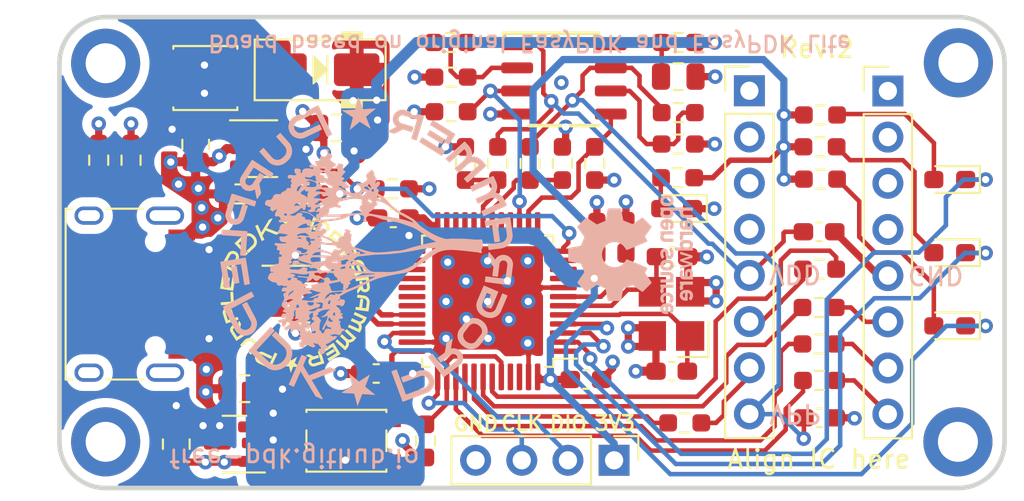
<source format=kicad_pcb>
(kicad_pcb (version 20240108) (generator "pcbnew") (generator_version "8.0")
  (layers (0 "F.Cu" signal) (1 "In1.Cu" signal) (2 "In2.Cu" signal) (31 "B.Cu" signal) (34 "B.Paste" user) (35 "F.Paste" user) (36 "B.SilkS" user "B.Silkscreen") (37 "F.SilkS" user "F.Silkscreen") (38 "B.Mask" user) (39 "F.Mask" user) (44 "Edge.Cuts" user))
  (net 0 "")
  (net 1 "GND")
  (net 2 "Net-(U1B--)")
  (net 4 "/NRST")
  (net 5 "+3V3")
  (net 6 "VBUS")
  (net 7 "/HSE_IN")
  (net 8 "/HSE_OUT")
  (net 9 "ICVPP")
  (net 10 "ICVDD")
  (net 11 "Net-(D7-A)")
  (net 12 "/CC1")
  (net 14 "/CC2")
  (net 16 "SWDIO")
  (net 17 "SWCLK")
  (net 22 "PB7")
  (net 23 "ICPDA")
  (net 28 "PB6")
  (net 29 "PB4")
  (net 30 "ICPCK")
  (net 31 "PA2")
  (net 32 "PA4_OP")
  (net 33 "PA5_OP")
  (net 34 "Net-(U1A--)")
  (net 35 "PB1_OP")
  (net 36 "PB0_OP")
  (net 37 "Net-(U5-FB)")
  (net 38 "USB_D+")
  (net 39 "USB_D-")
  (net 58 "Net-(U1A-V+)")
  (net 59 "BOOT0_CONN")
  (net 60 "+15V")
  (net 61 "/PB7_H")
  (net 62 "/ICPDA_H")
  (net 63 "/PB6_H")
  (net 64 "/PB4_H")
  (net 65 "/ICPCK_H")
  (net 66 "/CONN_USB+")
  (net 67 "/CONN_USB-")
  (net 68 "Net-(D1-blue1-A)")
  (net 69 "Net-(D2-blue1-K)")
  (net 70 "Net-(D2-blue1-A)")
  (net 71 "Net-(D3-yellow1-K)")
  (net 72 "Net-(D3-yellow1-A)")
  (net 73 "Net-(D4-red1-K)")
  (net 74 "Net-(D4-red1-A)")
  (footprint "Package_QFP:LQFP-48_7x7mm_P0.5mm" (layer "F.Cu") (at 96.32805 97.421 180)
    (property "Reference" "U3" (hide yes))
    (property "Value" "STM32F072C8T6" (hide yes))
  )
  (footprint "Resistor_SMD:R_0603_1608Metric_Pad0.98x0.95mm_HandSolder" (layer "F.Cu") (at 114.61485 88.9254)
    (property "Reference" "R17" (hide yes))
    (property "Value" "1K")
  )
  (footprint "MountingHole:MountingHole_2.2mm_M2_ISO14580_Pad" (layer "F.Cu") (at 122.2248 84.3026)
    (property "Reference" "H1" (hide yes))
    (property "Value" "MountingHole_Pad" (hide yes))
  )
  (footprint "Inductor_SMD:L_Sunlord_SWPA3015S" (layer "F.Cu") (at 80.7974 85.1408)
    (property "Reference" "L1" (hide yes))
    (property "Value" "4.7uH")
  )
  (footprint "Resistor_SMD:R_0603_1608Metric_Pad0.98x0.95mm_HandSolder" (layer "F.Cu") (at 98.661749 89.8417 90)
    (property "Reference" "R11" (hide yes))
    (property "Value" "100K")
  )
  (footprint "Resistor_SMD:R_0603_1608Metric_Pad0.98x0.95mm_HandSolder" (layer "F.Cu") (at 92.9132 105.1052 90)
    (property "Reference" "R13" (hide yes))
    (property "Value" "20K")
  )
  (footprint "Capacitor_SMD:C_0603_1608Metric_Pad1.08x0.95mm_HandSolder" (layer "F.Cu") (at 106.4503 101.2698 180)
    (property "Reference" "C12" (hide yes))
    (property "Value" "10p")
  )
  (footprint "Resistor_SMD:R_0603_1608Metric_Pad0.98x0.95mm_HandSolder" (layer "F.Cu") (at 76.708 89.662 -90)
    (property "Reference" "R14" (hide yes))
    (property "Value" "5K1")
  )
  (footprint "MountingHole:MountingHole_2.2mm_M2_ISO14580_Pad" (layer "F.Cu") (at 75.311 84.328)
    (property "Reference" "H4" (hide yes))
    (property "Value" "MountingHole_Pad" (hide yes))
  )
  (footprint "Package_TO_SOT_SMD:SOT-23-6" (layer "F.Cu") (at 83.9525 89.027)
    (property "Reference" "U5" (hide yes))
    (property "Value" "MT3608" (hide yes))
  )
  (footprint "Resistor_SMD:R_0603_1608Metric_Pad0.98x0.95mm_HandSolder" (layer "F.Cu") (at 106.81325 83.185 180)
    (property "Reference" "R4" (hide yes))
    (property "Value" "22")
  )
  (footprint "Capacitor_SMD:C_0603_1608Metric_Pad1.08x0.95mm_HandSolder" (layer "F.Cu") (at 114.56215 93.599)
    (property "Reference" "C16" (hide yes))
    (property "Value" "100n")
  )
  (footprint "Capacitor_SMD:C_0805_2012Metric" (layer "F.Cu") (at 79.1972 105.283 -90)
    (property "Reference" "C11" (hide yes))
    (property "Value" "4u7")
  )
  (footprint "Resistor_SMD:R_0603_1608Metric_Pad0.98x0.95mm_HandSolder" (layer "F.Cu") (at 114.56215 97.7646 180)
    (property "Reference" "R25" (hide yes))
    (property "Value" "100")
  )
  (footprint "Button_Switch_SMD:SW_SPST_PTS810" (layer "F.Cu") (at 88.5568 105.097 180)
    (property "Reference" "SW1" (hide yes))
    (property "Value" "SW_Push" (hide yes))
  )
  (footprint "Resistor_SMD:R_0603_1608Metric_Pad0.98x0.95mm_HandSolder" (layer "F.Cu") (at 91.0844 91.2368 180)
    (property "Reference" "R19" (hide yes))
    (property "Value" "220K")
  )
  (footprint "Package_SO_AKL:SO-8_3.9x4.9mm_P1.27mm" (layer "F.Cu") (at 100.525551 85.217)
    (property "Reference" "U1" (hide yes))
    (property "Value" "AS358AM" (hide yes))
  )
  (footprint "Resistor_SMD:R_0603_1608Metric_Pad0.98x0.95mm_HandSolder" (layer "F.Cu") (at 114.58755 95.6564)
    (property "Reference" "R20" (hide yes))
    (property "Value" "100")
  )
  (footprint "Package_TO_SOT_SMD:SOT-23-6" (layer "F.Cu") (at 85.7305 97.028)
    (property "Reference" "U2" (hide yes))
    (property "Value" "USBLC6-2SC6" (hide yes))
  )
  (footprint "Package_TO_SOT_SMD:SOT-23" (layer "F.Cu") (at 82.3976 105.283 180)
    (property "Reference" "U4" (hide yes))
    (property "Value" "XC6206P332MR" (hide yes))
  )
  (footprint "Resistor_SMD:R_0603_1608Metric_Pad0.98x0.95mm_HandSolder" (layer "F.Cu") (at 100.43975 89.8417 90)
    (property "Reference" "R12" (hide yes))
    (property "Value" "20K")
  )
  (footprint "Resistor_SMD:R_0603_1608Metric_Pad0.98x0.95mm_HandSolder" (layer "F.Cu") (at 94.314051 85.09)
    (property "Reference" "R6" (hide yes))
    (property "Value" "20K")
  )
  (footprint "Resistor_SMD:R_0603_1608Metric_Pad0.98x0.95mm_HandSolder" (layer "F.Cu") (at 94.279051 83.185 180)
    (property "Reference" "R5" (hide yes))
    (property "Value" "20K")
  )
  (footprint "Connector_PinHeader_2.54mm:PinHeader_1x08_P2.54mm_Vertical" (layer "F.Cu") (at 110.72675 85.8406)
    (property "Reference" "J3" (hide yes))
    (property "Value" "Header Row 1" (hide yes))
  )
  (footprint "Capacitor_SMD:C_0603_1608Metric_Pad1.08x0.95mm_HandSolder" (layer "F.Cu") (at 103.9368 93.9027 90)
    (property "Reference" "C5" (hide yes))
    (property "Value" "100n")
  )
  (footprint "Resistor_SMD:R_0603_1608Metric_Pad0.98x0.95mm_HandSolder" (layer "F.Cu") (at 114.56215 99.7712 180)
    (property "Reference" "R26" (hide yes))
    (property "Value" "100")
  )
  (footprint "Connector_PinHeader_2.54mm:PinHeader_1x04_P2.54mm_Vertical" (layer "F.Cu") (at 103.28455 106.172 -90)
    (property "Reference" "J2" (hide yes))
    (property "Value" "SWD")
  )
  (footprint "Resistor_SMD:R_0603_1608Metric_Pad0.98x0.95mm_HandSolder" (layer "F.Cu") (at 94.314051 86.995 180)
    (property "Reference" "R3" (hide yes))
    (property "Value" "220K")
  )
  (footprint "Connector_USB:USB_C_Receptacle_HRO_TYPE-C-31-M-12" (layer "F.Cu") (at 75.4466 97.03 -90)
    (property "Reference" "J1" (hide yes))
    (property "Value" "USB_C_USB2.0")
  )
  (footprint "Resistor_SMD:R_0603_1608Metric_Pad0.98x0.95mm_HandSolder" (layer "F.Cu") (at 96.88375 89.8417 90)
    (property "Reference" "R7" (hide yes))
    (property "Value" "100K")
  )
  (footprint "Capacitor_SMD:C_0805_2012Metric" (layer "F.Cu") (at 80.264 88.7984 -90)
    (property "Reference" "C17" (hide yes))
    (property "Value" "4u7")
  )
  (footprint "Resistor_SMD:R_0603_1608Metric_Pad0.98x0.95mm_HandSolder" (layer "F.Cu") (at 114.58755 101.7778 180)
    (property "Reference" "R27" (hide yes))
    (property "Value" "100")
  )
  (footprint "LED_SMD:LED_0603_1608Metric_Pad1.05x0.95mm_HandSolder" (layer "F.Cu") (at 121.75 98.775 180)
    (property "Reference" "D4-red1" (hide yes))
    (property "Value" "LED" (hide yes))
  )
  (footprint "Resistor_SMD:R_0603_1608Metric_Pad0.98x0.95mm_HandSolder" (layer "F.Cu") (at 102.21775 89.8417 -90)
    (property "Reference" "R2" (hide yes))
    (property "Value" "220K")
  )
  (footprint "Oscillator:Oscillator_SMD_Abracon_ASE-4Pin_3.2x2.5mm_HandSoldering" (layer "F.Cu") (at 106.4155 98.117 90)
    (property "Reference" "Y1" (hide yes))
    (property "Value" "8Mhz")
  )
  (footprint "Resistor_SMD:R_0603_1608Metric_Pad0.98x0.95mm_HandSolder" (layer "F.Cu") (at 106.7816 90.6272 180)
    (property "Reference" "R1" (hide yes))
    (property "Value" "1K")
  )
  (footprint "Capacitor_SMD:C_0603_1608Metric_Pad1.08x0.95mm_HandSolder" (layer "F.Cu") (at 90.1965 101.3968 180)
    (property "Reference" "C7" (hide yes))
    (property "Value" "100n")
  )
  (footprint "Resistor_SMD:R_0603_1608Metric_Pad0.98x0.95mm_HandSolder" (layer "F.Cu") (at 106.81325 87.0458)
    (property "Reference" "R10" (hide yes))
    (property "Value" "20K")
  )
  (footprint "Capacitor_SMD:C_0805_2012Metric" (layer "F.Cu") (at 106.81515 85.0646)
    (property "Reference" "C3" (hide yes))
    (property "Value" "4u7")
  )
  (footprint "MountingHole:MountingHole_2.2mm_M2_ISO14580_Pad" (layer "F.Cu") (at 122.1994 105.156)
    (property "Reference" "H2" (hide yes))
    (property "Value" "MountingHole_Pad" (hide yes))
  )
  (footprint "Resistor_SMD:R_0603_1608Metric_Pad0.98x0.95mm_HandSolder" (layer "F.Cu") (at 95.10575 89.8417 90)
    (property "Reference" "R8" (hide yes))
    (property "Value" "20K")
  )
  (footprint "Resistor_SMD:R_0603_1608Metric_Pad0.98x0.95mm_HandSolder" (layer "F.Cu") (at 86.2057 91.5162)
    (property "Reference" "R22" (hide yes))
    (property "Value" "100K")
  )
  (footprint "Capacitor_SMD:C_0603_1608Metric_Pad1.08x0.95mm_HandSolder" (layer "F.Cu") (at 102.3366 93.9557 90)
    (property "Reference" "C10" (hide yes))
    (property "Value" "100n")
  )
  (footprint "Resistor_SMD:R_0603_1608Metric_Pad0.98x0.95mm_HandSolder" (layer "F.Cu") (at 74.93 89.661999 -90)
    (property "Reference" "R15" (hide yes))
    (property "Value" "5K1")
  )
  (footprint "MountingHole:MountingHole_2.2mm_M2_ISO14580_Pad" (layer "F.Cu") (at 75.311 105.156)
    (property "Reference" "H3" (hide yes))
    (property "Value" "MountingHole_Pad" (hide yes))
  )
  (footprint "Capacitor_SMD:C_0603_1608Metric_Pad1.08x0.95mm_HandSolder" (layer "F.Cu") (at 101.73515 101.727)
    (property "Reference" "C8" (hide yes))
    (property "Value" "100n")
  )
  (footprint "LED_SMD:LED_0603_1608Metric_Pad1.05x0.95mm_HandSolder" (layer "F.Cu") (at 106.725 92.325 180)
    (property "Reference" "D1-blue1" (hide yes))
    (property "Value" "LED" (hide yes))
  )
  (footprint "Capacitor_SMD:C_0603_1608Metric_Pad1.08x0.95mm_HandSolder" (layer "F.Cu") (at 106.4768 94.9706)
    (property "Reference" "C13" (hide yes))
    (property "Value" "10p")
  )
  (footprint "Capacitor_SMD:C_0805_2012Metric" (layer "F.Cu") (at 88.011 87.884 180)
    (property "Reference" "C20" (hide yes))
    (property "Value" "4u7")
  )
  (footprint "Diode_SMD_Handsoldering_AKL:D_SMA" (layer "F.Cu") (at 87.122 84.6836 180)
    (property "Reference" "D7" (hide yes))
    (property "Value" "SS14" (hide yes))
  )
  (footprint "LED_SMD:LED_0603_1608Metric_Pad1.05x0.95mm_HandSolder" (layer "F.Cu") (at 121.75 94.75 180)
    (property "Reference" "D3-yellow1" (hide yes))
    (property "Value" "LED" (hide yes))
  )
  (footprint "Connector_PinHeader_2.54mm:PinHeader_1x08_P2.54mm_Vertical" (layer "F.Cu") (at 118.34675 85.852)
    (property "Reference" "J4" (hide yes))
    (property "Value" "Header Row 2" (hide yes))
  )
  (footprint "Resistor_SMD:R_0603_1608Metric_Pad0.98x0.95mm_HandSolder" (layer "F.Cu") (at 114.63835 90.7034)
    (property "Reference" "R18" (hide yes))
    (property "Value" "1K")
  )
  (footprint "LED_SMD:LED_0603_1608Metric_Pad1.05x0.95mm_HandSolder" (layer "F.Cu") (at 121.75 90.725 180)
    (property "Reference" "D2-blue1" (hide yes))
    (property "Value" "LED" (hide yes))
  )
  (footprint "Resistor_SMD:R_0603_1608Metric_Pad0.98x0.95mm_HandSolder" (layer "F.Cu") (at 114.63835 87.1728)
    (property "Reference" "R16" (hide yes))
    (property "Value" "1K")
  )
  (footprint "Resistor_SMD:R_0603_1608Metric_Pad0.98x0.95mm_HandSolder" (layer "F.Cu") (at 82.7024 91.5162 180)
    (property "Reference" "R23" (hide yes))
    (property "Value" "3K9")
  )
  (footprint "Capacitor_SMD:C_0603_1608Metric_Pad1.08x0.95mm_HandSolder" (layer "F.Cu") (at 114.58755 103.8352)
    (property "Reference" "C15" (hide yes))
    (property "Value" "100n")
  )
  (footprint "Capacitor_SMD:C_0603_1608Metric_Pad1.08x0.95mm_HandSolder" (layer "F.Cu") (at 91.13605 92.837 180)
    (property "Reference" "C9" (hide yes))
    (property "Value" "100n")
  )
  (footprint "Resistor_SMD:R_0603_1608Metric_Pad0.98x0.95mm_HandSolder" (layer "F.Cu") (at 106.81325 88.773 180)
    (property "Reference" "R9" (hide yes))
    (property "Value" "6K2")
  )
  (footprint "Resistor_SMD:R_0603_1608Metric_Pad0.98x0.95mm_HandSolder" (layer "F.Cu") (at 107.17075 104.1146 180)
    (property "Reference" "R21" (hide yes))
    (property "Value" "100")
  )
  (footprint "Capacitor_SMD:C_0805_2012Metric" (layer "F.Cu") (at 82.9564 102.235 180)
    (property "Reference" "C14" (hide yes))
    (property "Value" "4u7")
  )
  (gr_poly (pts (xy 105.844337 97.805263) (xy 105.847504 97.780366) (xy 105.849932 97.767933) (xy 105.852946 97.755551) (xy 105.856563 97.743249) (xy 105.860799 97.731059) (xy 105.865671 97.719011) (xy 105.871197 97.707134) (xy 105.877393 97.695459) (xy 105.884276 97.684017) (xy 105.891863 97.672838) (xy 105.900171 97.661952) (xy 105.909216 97.651389) (xy 105.919015 97.64118) (xy 105.929586 97.631355) (xy 105.940945 97.621944) (xy 105.953109 97.612977) (xy 105.966095 97.604486) (xy 105.979919 97.5965) (xy 105.994599 97.589049) (xy 106.010152 97.582164) (xy 106.026594 97.575875) (xy 106.043942 97.570212) (xy 106.062213 97.565207) (xy 106.081424 97.560888) (xy 106.101591 97.557286) (xy 106.122733 97.554432) (xy 106.144864 97.552356) (xy 106.168003 97.551089) (xy 106.192167 97.550659) (xy 106.21761 97.551127) (xy 106.241843 97.552509) (xy 106.264892 97.554771) (xy 106.286783 97.557879) (xy 106.307543 97.5618) (xy 106.327199 97.566499) (xy 106.345776 97.571943) (xy 106.363301 97.578099) (xy 106.379801 97.584931) (xy 106.395302 97.592408) (xy 106.40983 97.600494) (xy 106.423412 97.609157) (xy 106.436073 97.618361) (xy 106.447842 97.628075) (xy 106.458743 97.638263) (xy 106.468803 97.648892) (xy 106.478049 97.659929) (xy 106.486508 97.671339) (xy 106.494205 97.683089) (xy 106.501166 97.695145) (xy 106.507419 97.707473) (xy 106.51299 97.72004) (xy 106.522191 97.745754) (xy 106.528979 97.772017) (xy 106.533566 97.798558) (xy 106.536164 97.825108) (xy 106.536982 97.851397) (xy 106.536603 97.868386) (xy 106.535453 97.885258) (xy 106.533511 97.901989) (xy 106.530759 97.918557) (xy 106.527177 97.934937) (xy 106.522745 97.951105) (xy 106.517444 97.967038) (xy 106.511254 97.982713) (xy 106.504156 97.998105) (xy 106.49613 98.01319) (xy 106.487156 98.027946) (xy 106.477215 98.042347) (xy 106.466288 98.056372) (xy 106.454354 98.069995) (xy 106.441395 98.083193) (xy 106.42739 98.095943) (xy 106.343234 97.99703) (xy 106.350798 97.989326) (xy 106.357945 97.981277) (xy 106.364666 97.972912) (xy 106.370951 97.964261) (xy 106.376789 97.955353) (xy 106.382172 97.946216) (xy 106.387088 97.93688) (xy 106.391529 97.927374) (xy 106.395484 97.917728) (xy 106.398943 97.90797) (xy 106.401898 97.89813) (xy 106.404337 97.888237) (xy 106.406252 97.87832) (xy 106.407631 97.868408) (xy 106.408466 97.858531) (xy 106.408747 97.848718) (xy 106.408582 97.840019) (xy 106.408089 97.831478) (xy 106.407267 97.823102) (xy 106.406117 97.814898) (xy 106.404639 97.806875) (xy 106.402833 97.79904) (xy 106.4007 97.791402) (xy 106.398239 97.783967) (xy 106.395451 97.776744) (xy 106.392337 97.76974) (xy 106.388895 97.762964) (xy 106.385128 97.756423) (xy 106.381035 97.750125) (xy 106.376615 97.744077) (xy 106.371871 97.738289) (xy 106.3668 97.732766) (xy 106.361405 97.727518) (xy 106.355685 97.722552) (xy 106.349641 97.717875) (xy 106.343272 97.713497) (xy 106.336579 97.709423) (xy 106.329562 97.705663) (xy 106.322222 97.702224) (xy 106.314559 97.699114) (xy 106.306572 97.69634) (xy 106.298263 97.693911) (xy 106.289631 97.691835) (xy 106.280676 97.690118) (xy 106.2714 97.688769) (xy 106.261802 97.687796) (xy 106.251882 97.687206) (xy 106.241641 97.687008) (xy 106.241642 98.10934) (xy 106.129407 98.10934) (xy 106.129407 97.972991) (xy 106.129407 97.687009) (xy 106.119894 97.687423) (xy 106.110664 97.688168) (xy 106.101719 97.689236) (xy 106.09306 97.690621) (xy 106.084689 97.692315) (xy 106.076606 97.694312) (xy 106.068813 97.696605) (xy 106.061311 97.699186) (xy 106.054101 97.70205) (xy 106.047185 97.705189) (xy 106.040563 97.708597) (xy 106.034237 97.712266) (xy 106.028208 97.71619) (xy 106.022476 97.720361) (xy 106.017045 97.724774) (xy 106.011913 97.72942) (xy 106.007084 97.734294) (xy 106.002557 97.739388) (xy 105.998335 97.744696) (xy 105.994417 97.75021) (xy 105.990807 97.755924) (xy 105.987504 97.761831) (xy 105.984509 97.767924) (xy 105.981825 97.774196) (xy 105.979453 97.780641) (xy 105.977392 97.787251) (xy 105.975646 97.794019) (xy 105.974214 97.800939) (xy 105.973099 97.808004) (xy 105.9723 97.815207) (xy 105.97182 97.822542) (xy 105.97166 97.83) (xy 105.97182 97.837454) (xy 105.9723 97.844777) (xy 105.973099 97.851962) (xy 105.974214 97.859003) (xy 105.975646 97.865894) (xy 105.977392 97.872629) (xy 105.979453 97.879202) (xy 105.981825 97.885606) (xy 105.984509 97.891836) (xy 105.987504 97.897886) (xy 105.990807 97.903749) (xy 105.994417 97.90942) (xy 105.998335 97.914892) (xy 106.002557 97.920159) (xy 106.007084 97.925215) (xy 106.011913 97.930054) (xy 106.017045 97.93467) (xy 106.022476 97.939057) (xy 106.028208 97.943208) (xy 106.034237 97.947118) (xy 106.040563 97.95078) (xy 106.047185 97.954189) (xy 106.054101 97.957339) (xy 106.061311 97.960222) (xy 106.068813 97.962834) (xy 106.076606 97.965167) (xy 106.084689 97.967217) (xy 106.09306 97.968976) (xy 106.101719 97.97044) (xy 106.110664 97.9716) (xy 106.119894 97.972453) (xy 106.129407 97.972991) (xy 106.129407 98.10934) (xy 106.12937 98.10934) (xy 106.113139 98.108963) (xy 106.097294 98.107846) (xy 106.081842 98.106009) (xy 106.066792 98.103473) (xy 106.052153 98.100256) (xy 106.037933 98.09638) (xy 106.02414 98.091865) (xy 106.010784 98.08673) (xy 105.997872 98.080996) (xy 105.985414 98.074682) (xy 105.973417 98.06781) (xy 105.961891 98.060399) (xy 105.950844 98.052469) (xy 105.940284 98.04404) (xy 105.930221 98.035133) (xy 105.920661 98.025768) (xy 105.911615 98.015964) (xy 105.903091 98.005742) (xy 105.895097 97.995122) (xy 105.887642 97.984125) (xy 105.880733 97.972769) (xy 105.874381 97.961076) (xy 105.868593 97.949065) (xy 105.863379 97.936757) (xy 105.858745 97.924172) (xy 105.854702 97.911329) (xy 105.851257 97.898249) (xy 105.84842 97.884953) (xy 105.846198 97.871459) (xy 105.8446 97.857789) (xy 105.843635 97.843963) (xy 105.843312 97.829999)) (stroke (width 0.037738)) (fill solid) (layer "B.SilkS"))
  (gr_poly (pts (xy 106.913968 95.905099) (xy 106.914938 95.886988) (xy 106.916589 95.869489) (xy 106.918949 95.852599) (xy 106.922044 95.83631) (xy 106.925902 95.820618) (xy 106.930552 95.805516) (xy 106.936021 95.790999) (xy 106.942336 95.777062) (xy 106.949525 95.763698) (xy 106.957616 95.750902) (xy 106.966636 95.738669) (xy 106.976613 95.726992) (xy 106.987575 95.715867) (xy 106.999549 95.705287) (xy 107.012563 95.695247) (xy 107.094078 95.802198) (xy 107.090518 95.80448) (xy 107.087105 95.806822) (xy 107.083835 95.809229) (xy 107.080708 95.811705) (xy 107.07772 95.814257) (xy 107.074869 95.81689) (xy 107.072154 95.819607) (xy 107.069572 95.822416) (xy 107.067121 95.82532) (xy 107.064799 95.828326) (xy 107.062603 95.831437) (xy 107.060532 95.83466) (xy 107.058583 95.838) (xy 107.056754 95.841461) (xy 107.055043 95.845048) (xy 107.053448 95.848768) (xy 107.051966 95.852625) (xy 107.050596 95.856624) (xy 107.049335 95.86077) (xy 107.048181 95.865069) (xy 107.047132 95.869526) (xy 107.046185 95.874146) (xy 107.045339 95.878933) (xy 107.044591 95.883894) (xy 107.043382 95.894356) (xy 107.042539 95.905572) (xy 107.042047 95.917584) (xy 107.041886 95.930434) (xy 107.042158 95.948078) (xy 107.042991 95.964427) (xy 107.044412 95.979503) (xy 107.04645 95.993328) (xy 107.04913 96.005923) (xy 107.052479 96.01731) (xy 107.056526 96.02751) (xy 107.05882 96.032172) (xy 107.061298 96.036545) (xy 107.063963 96.040632) (xy 107.06682 96.044436) (xy 107.069872 96.047959) (xy 107.073122 96.051205) (xy 107.076573 96.054175) (xy 107.080228 96.056873) (xy 107.084092 96.059302) (xy 107.088168 96.061463) (xy 107.092459 96.06336) (xy 107.096968 96.064995) (xy 107.101698 96.066371) (xy 107.106654 96.067491) (xy 107.111839 96.068358) (xy 107.117255 96.068973) (xy 107.128798 96.069462) (xy 107.199633 96.069462) (xy 107.199633 95.880996) (xy 107.199901 95.86755) (xy 107.200696 95.85452) (xy 107.202003 95.841905) (xy 107.203809 95.829707) (xy 107.2061 95.817927) (xy 107.208862 95.806564) (xy 107.21208 95.795621) (xy 107.215741 95.785097) (xy 107.219832 95.774994) (xy 107.224337 95.765313) (xy 107.229243 95.756053) (xy 107.234536 95.747216) (xy 107.240202 95.738803) (xy 107.246226 95.730814) (xy 107.252596 95.72325) (xy 107.259297 95.716112) (xy 107.266316 95.709401) (xy 107.273637 95.703117) (xy 107.281247 95.697261) (xy 107.289133 95.691835) (xy 107.29728 95.686838) (xy 107.305674 95.682271) (xy 107.314301 95.678136) (xy 107.323147 95.674433) (xy 107.332199 95.671162) (xy 107.341442 95.668326) (xy 107.350863 95.665923) (xy 107.360447 95.663956) (xy 107.37018 95.662424) (xy 107.380049 95.661329) (xy 107.39004 95.660672) (xy 107.400137 95.660452) (xy 107.411081 95.66071) (xy 107.421849 95.66148) (xy 107.43243 95.662758) (xy 107.442813 95.664539) (xy 107.452986 95.666818) (xy 107.462938 95.669591) (xy 107.472658 95.672852) (xy 107.482135 95.676599) (xy 107.491358 95.680825) (xy 107.500314 95.685526) (xy 107.508994 95.690697) (xy 107.517385 95.696334) (xy 107.525476 95.702433) (xy 107.533257 95.708987) (xy 107.540716 95.715994) (xy 107.547841 95.723448) (xy 107.554622 95.731344) (xy 107.561046 95.739678) (xy 107.567104 95.748445) (xy 107.572783 95.75764) (xy 107.578073 95.76726) (xy 107.582961 95.777298) (xy 107.587438 95.787751) (xy 107.591491 95.798614) (xy 107.595109 95.809883) (xy 107.598282 95.821551) (xy 107.600997 95.833616) (xy 107.603244 95.846072) (xy 107.605011 95.858914) (xy 107.606287 95.872139) (xy 107.607061 95.88574) (xy 107.607322 95.899714) (xy 107.60707 95.916476) (xy 107.606312 95.932213) (xy 107.605042 95.946965) (xy 107.603252 95.960771) (xy 107.600938 95.97367) (xy 107.598094 95.9857) (xy 107.594712 95.996901) (xy 107.590788 96.007312) (xy 107.586314 96.016971) (xy 107.581286 96.025918) (xy 107.575697 96.034191) (xy 107.569541 96.04183) (xy 107.562813 96.048873) (xy 107.555505 96.05536) (xy 107.547612 96.06133) (xy 107.539128 96.066821) (xy 107.539128 96.069467) (xy 107.599284 96.069467) (xy 107.599284 96.205848) (xy 107.311867 96.205848) (xy 107.311867 96.069499) (xy 107.361342 96.069499) (xy 107.370973 96.069385) (xy 107.380071 96.069037) (xy 107.388649 96.068448) (xy 107.396724 96.067612) (xy 107.40431 96.066523) (xy 107.411423 96.065174) (xy 107.418076 96.063558) (xy 107.424285 96.061669) (xy 107.430065 96.0595) (xy 107.435431 96.057044) (xy 107.440398 96.054295) (xy 107.444981 96.051246) (xy 107.449195 96.047891) (xy 107.453054 96.044223) (xy 107.456574 96.040236) (xy 107.459769 96.035922) (xy 107.462655 96.031275) (xy 107.465247 96.026289) (xy 107.467559 96.020957) (xy 107.469606 96.015273) (xy 107.471404 96.009229) (xy 107.472966 96.002819) (xy 107.474309 95.996037) (xy 107.475448 95.988876) (xy 107.47717 95.97339) (xy 107.478251 95.956309) (xy 107.478813 95.93758) (xy 107.478973 95.91715) (xy 107.478512 95.900515) (xy 107.477161 95.885166) (xy 107.474972 95.871073) (xy 107.471996 95.858206) (xy 107.470229 95.852224) (xy 107.468284 95.846537) (xy 107.466167 95.841142) (xy 107.463886 95.836036) (xy 107.461447 95.831214) (xy 107.458855 95.826674) (xy 107.456117 95.82241) (xy 107.45324 95.818421) (xy 107.450231 95.814702) (xy 107.447094 95.811249) (xy 107.443837 95.808059) (xy 107.440466 95.805128) (xy 107.436988 95.802452) (xy 107.433409 95.800029) (xy 107.429735 95.797853) (xy 107.425973 95.795922) (xy 107.418208 95.79278) (xy 107.410167 95.790571) (xy 107.4019 95.789267) (xy 107.393458 95.788839) (xy 107.388871 95.788949) (xy 107.384388 95.789279) (xy 107.380013 95.78983) (xy 107.375747 95.790604) (xy 107.371594 95.791601) (xy 107.367556 95.792822) (xy 107.363636 95.794269) (xy 107.359837 95.795941) (xy 107.356161 95.797841) (xy 107.352611 95.799969) (xy 107.34919 95.802326) (xy 107.3459 95.804913) (xy 107.342744 95.807731) (xy 107.339726 95.810781) (xy 107.336846 95.814064) (xy 107.334109 95.817581) (xy 107.331517 95.821333) (xy 107.329073 95.825321) (xy 107.326779 95.829546) (xy 107.324638 95.834009) (xy 107.322652 95.83871) (xy 107.320826 95.843652) (xy 107.31916 95.848834) (xy 107.317658 95.854258) (xy 107.316323 95.859925) (xy 107.315157 95.865835) (xy 107.314163 95.87199) (xy 107.313344 95.878391) (xy 107.312702 95.885038) (xy 107.31224 95.891933) (xy 107.311961 95.899077) (xy 107.311867 95.90647) (xy 107.311867 96.069499) (xy 107.311867 96.205848) (xy 107.136836 96.205848) (xy 107.1215 96.205513) (xy 107.106804 96.204516) (xy 107.092737 96.202868) (xy 107.07929 96.200581) (xy 107.066453 96.197667) (xy 107.054215 96.194136) (xy 107.042566 96.19) (xy 107.031497 96.185272) (xy 107.020998 96.179962) (xy 107.011058 96.174081) (xy 107.001668 96.167643) (xy 106.992817 96.160657) (xy 106.984495 96.153136) (xy 106.976693 96.145091) (xy 106.9694 96.136534) (xy 106.962607 96.127475) (xy 106.956303 96.117928) (xy 106.950478 96.107902) (xy 106.945123 96.097411) (xy 106.940227 96.086464) (xy 106.93578 96.075074) (xy 106.931772 96.063253) (xy 106.928194 96.051011) (xy 106.925035 96.038361) (xy 106.922285 96.025313) (xy 106.919934 96.01188) (xy 106.91639 95.983903) (xy 106.914322 95.954522) (xy 106.913651 95.923829)) (stroke (width 0.037738)) (fill solid) (layer "B.SilkS"))
  (gr_poly (pts (xy 107.396137 95.375979) (xy 107.396137 95.373224) (xy 106.921689 95.219553) (xy 106.921689 95.120641) (xy 107.396137 94.966969) (xy 107.396137 94.964291) (xy 106.921689 94.834621) (xy 106.921689 94.690309) (xy 107.599284 94.906815) (xy 107.599284 95.027087) (xy 107.124797 95.168758) (xy 107.124797 95.171436) (xy 107.599284 95.313107) (xy 107.599284 95.433455) (xy 106.921689 95.649923) (xy 106.921689 95.505536)) (fill solid) (layer "B.SilkS"))
  (gr_poly (pts (xy 83.560628 91.943475) (xy 83.487129 92.175753) (xy 82.428968 91.840937) (xy 82.183976 92.615192) (xy 82.180384 92.627483) (xy 82.177405 92.639717) (xy 82.17504 92.651892) (xy 82.173288 92.664009) (xy 82.172149 92.676069) (xy 82.171624 92.688069) (xy 82.171712 92.700012) (xy 82.172414 92.711896) (xy 82.173729 92.723721) (xy 82.175657 92.735488) (xy 82.178198 92.747196) (xy 82.181353 92.758845) (xy 82.185121 92.770434) (xy 82.189502 92.781965) (xy 82.194496 92.793436) (xy 82.200103 92.804847) (xy 82.206217 92.81601) (xy 82.212732 92.826703) (xy 82.219646 92.836928) (xy 82.226961 92.846683) (xy 82.234676 92.855969) (xy 82.242792 92.864786) (xy 82.251307 92.873134) (xy 82.260223 92.881013) (xy 82.26954 92.888423) (xy 82.279256 92.895363) (xy 82.289373 92.901835) (xy 82.29989 92.907837) (xy 82.310808 92.91337) (xy 82.322125 92.918434) (xy 82.333843 92.923029) (xy 82.345962 92.927155) (xy 82.357976 92.930654) (xy 82.369968 92.933553) (xy 82.38194 92.935852) (xy 82.39389 92.93755) (xy 82.405818 92.938648) (xy 82.417726 92.939144) (xy 82.429611 92.939039) (xy 82.441476 92.938332) (xy 82.453319 92.937024) (xy 82.465141 92.935114) (xy 82.476942 92.932601) (xy 82.488721 92.929486) (xy 82.500479 92.925768) (xy 82.512215 92.921448) (xy 82.523931 92.916524) (xy 82.535625 92.910996) (xy 82.547063 92.904978) (xy 82.558015 92.898553) (xy 82.568481 92.89172) (xy 82.57846 92.884481) (xy 82.587952 92.876834) (xy 82.596959 92.86878) (xy 82.605478 92.860319) (xy 82.613512 92.851451) (xy 82.621058 92.842177) (xy 82.628118 92.832497) (xy 82.634692 92.82241) (xy 82.640779 92.811916) (xy 82.64638 92.801017) (xy 82.651494 92.789711) (xy 82.656121 92.778) (xy 82.660262 92.765883) (xy 82.86665 92.113649) (xy 83.098928 92.187148) (xy 82.89254 92.839383) (xy 82.887212 92.85535) (xy 82.881435 92.870983) (xy 82.875209 92.886281) (xy 82.868534 92.901246) (xy 82.861409 92.915876) (xy 82.853836 92.930172) (xy 82.845814 92.944135) (xy 82.837342 92.957763) (xy 82.828422 92.971059) (xy 82.819053 92.98402) (xy 82.809234 92.996649) (xy 82.798967 93.008944) (xy 82.78825 93.020906) (xy 82.777085 93.032536) (xy 82.765471 93.043832) (xy 82.753408 93.054796) (xy 82.741004 93.065369) (xy 82.728369 93.075494) (xy 82.715502 93.085172) (xy 82.702403 93.094402) (xy 82.689073 93.103185) (xy 82.675511 93.11152) (xy 82.661717 93.119408) (xy 82.647691 93.126849) (xy 82.633433 93.133843) (xy 82.618943 93.14039) (xy 82.604222 93.14649) (xy 82.589268 93.152144) (xy 82.574083 93.157351) (xy 82.558666 93.162112) (xy 82.543016 93.166426) (xy 82.527135 93.170294) (xy 82.511144 93.173683) (xy 82.495162 93.176528) (xy 82.479191 93.178829) (xy 82.463229 93.180588) (xy 82.447278 93.181804) (xy 82.431336 93.182477) (xy 82.415404 93.182609) (xy 82.399482 93.182199) (xy 82.38357 93.181248) (xy 82.367668 93.179756) (xy 82.351775 93.177724) (xy 82.335893 93.175151) (xy 82.32002 93.172039) (xy 82.304158 93.168387) (xy 82.288305 93.164196) (xy 82.272463 93.159467) (xy 82.272463 93.159466) (xy 82.256498 93.15414) (xy 82.240864 93.148373) (xy 82.225561 93.142166) (xy 82.210588 93.13552) (xy 82.195946 93.128434) (xy 82.181634 93.120908) (xy 82.167653 93.112942) (xy 82.154003 93.104537) (xy 82.140683 93.095692) (xy 82.127694 93.086409) (xy 82.115036 93.076686) (xy 82.102708 93.066524) (xy 82.090711 93.055924) (xy 82.079046 93.044885) (xy 82.06771 93.033407) (xy 82.056706 93.021491) (xy 82.046092 93.009225) (xy 82.035924 92.996731) (xy 82.026202 92.984007) (xy 82.016926 92.971053) (xy 82.008096 92.957869) (xy 81.999713 92.944455) (xy 81.991776 92.930809) (xy 81.984285 92.916932) (xy 81.97724 92.902824) (xy 81.970642 92.888483) (xy 81.96449 92.87391) (xy 81.958785 92.859104) (xy 81.953526 92.844066) (xy 81.948713 92.828793) (xy 81.944347 92.813287) (xy 81.940428 92.797547) (xy 81.937007 92.781695) (xy 81.934136 92.765824) (xy 81.931815 92.749934) (xy 81.930044 92.734025) (xy 81.928823 92.718098) (xy 81.928153 92.702152) (xy 81.928032 92.686188) (xy 81.928461 92.670205) (xy 81.92944 92.654204) (xy 81.930969 92.638185) (xy 81.933048 92.622149) (xy 81.935676 92.606094) (xy 81.938855 92.590022) (xy 81.942584 92.573932) (xy 81.946862 92.557825) (xy 81.951691 92.541701) (xy 82.270182 91.535159)) (stroke (width 0.068331)) (fill solid) (layer "B.SilkS"))
  (gr_poly (pts (xy 83.438961 97.14772) (xy 82.133987 97.838501) (xy 82.661312 98.834684) (xy 82.667491 98.845938) (xy 82.673937 98.856878) (xy 82.680652 98.867502) (xy 82.687634 98.877811) (xy 82.694885 98.887805) (xy 82.702403 98.897483) (xy 82.710189 98.906846) (xy 82.718243 98.915894) (xy 82.726565 98.924626) (xy 82.735155 98.933043) (xy 82.744012 98.941145) (xy 82.753137 98.948932) (xy 82.76253 98.956403) (xy 82.772191 98.963559) (xy 82.782119 98.9704) (xy 82.792315 98.976925) (xy 82.802702 98.983111) (xy 82.813201 98.988933) (xy 82.823812 98.994392) (xy 82.834535 98.999487) (xy 82.84537 99.004218) (xy 82.856316 99.008586) (xy 82.867375 99.012589) (xy 82.878545 99.016228) (xy 82.889828 99.019503) (xy 82.901222 99.022413) (xy 82.912728 99.024959) (xy 82.924346 99.02714) (xy 82.936076 99.028956) (xy 82.947918 99.030407) (xy 82.959871 99.031493) (xy 82.971937 99.032214) (xy 82.984038 99.032548) (xy 82.996095 99.032471) (xy 83.008107 99.031984) (xy 83.020076 99.031087) (xy 83.032 99.029779) (xy 83.04388 99.028059) (xy 83.055717 99.025928) (xy 83.067509 99.023385) (xy 83.079257 99.020429) (xy 83.090961 99.017061) (xy 83.102621 99.01328) (xy 83.114237 99.009085) (xy 83.125809 99.004476) (xy 83.137338 98.999453) (xy 83.148822 98.994016) (xy 83.160263 98.988163) (xy 83.171264 98.982131) (xy 83.181975 98.975817) (xy 83.192396 98.96922) (xy 83.202526 98.96234) (xy 83.212366 98.955179) (xy 83.221916 98.947736) (xy 83.231175 98.94001) (xy 83.240144 98.932003) (xy 83.248823 98.923714) (xy 83.257211 98.915144) (xy 83.265309 98.906292) (xy 83.273117 98.897159) (xy 83.280635 98.887745) (xy 83.287862 98.878049) (xy 83.294799 98.868073) (xy 83.301445 98.857816) (xy 83.307765 98.847348) (xy 83.31372 98.836771) (xy 83.319312 98.826083) (xy 83.324539 98.815285) (xy 83.329403 98.804377) (xy 83.333903 98.793358) (xy 83.338039 98.782228) (xy 83.341811 98.770986) (xy 83.34522 98.759634) (xy 83.348264 98.748169) (xy 83.350945 98.736592) (xy 83.353262 98.724903) (xy 83.355215 98.713102) (xy 83.356804 98.701188) (xy 83.35803 98.689161) (xy 83.358891 98.67702) (xy 83.359361 98.664847) (xy 83.359411 98.652722) (xy 83.35904 98.640646) (xy 83.35825 98.628618) (xy 83.357039 98.616638) (xy 83.355408 98.604707) (xy 83.353356 98.592825) (xy 83.350884 98.580992) (xy 83.347992 98.569208) (xy 83.344679 98.557473) (xy 83.340946 98.545787) (xy 83.336793 98.534151) (xy 83.332219 98.522564) (xy 83.327224 98.511027) (xy 83.321809 98.49954) (xy 83.315973 98.488102) (xy 82.853124 97.613737) (xy 83.068446 97.499797) (xy 83.531295 98.37408) (xy 83.540883 98.392895) (xy 83.549786 98.411813) (xy 83.558003 98.430832) (xy 83.565534 98.449952) (xy 83.57238 98.469174) (xy 83.578539 98.488497) (xy 83.584013 98.507921) (xy 83.588802 98.527447) (xy 83.592904 98.547073) (xy 83.596321 98.5668) (xy 83.599052 98.586628) (xy 83.601098 98.606557) (xy 83.602458 98.626586) (xy 83.603132 98.646715) (xy 83.603121 98.666945) (xy 83.602424 98.687274) (xy 83.601087 98.70757) (xy 83.599156 98.727668) (xy 83.596632 98.747568) (xy 83.593514 98.76727) (xy 83.589802 98.786775) (xy 83.585496 98.806083) (xy 83.580597 98.825193) (xy 83.575103 98.844106) (xy 83.569016 98.862822) (xy 83.562336 98.881341) (xy 83.555062 98.899663) (xy 83.547194 98.917789) (xy 83.538732 98.935718) (xy 83.529677 98.95345) (xy 83.520029 98.970986) (xy 83.509787 98.988326) (xy 83.498991 99.005339) (xy 83.487681 99.021895) (xy 83.475858 99.037993) (xy 83.46352 99.053634) (xy 83.450669 99.068818) (xy 83.437304 99.083545) (xy 83.423425 99.097815) (xy 83.409033 99.111629) (xy 83.394126 99.124985) (xy 83.378706 99.137886) (xy 83.362773 99.15033) (xy 83.346326 99.162317) (xy 83.329365 99.173849) (xy 83.31189 99.184924) (xy 83.293902 99.195544) (xy 83.275401 99.205708) (xy 83.2754 99.205708) (xy 83.256592 99.215291) (xy 83.237686 99.224199) (xy 83.218683 99.232432) (xy 83.199583 99.239989) (xy 83.180385 99.246871) (xy 83.16109 99.253076) (xy 83.141697 99.258605) (xy 83.122208 99.263458) (xy 83.10262 99.267634) (xy 83.082936 99.271133) (xy 83.063154 99.273954) (xy 83.043274 99.276098) (xy 83.023298 99.277565) (xy 83.003223 99.278353) (xy 82.983051 99.278463) (xy 82.962782 99.277895) (xy 82.942558 99.276683) (xy 82.922522 99.274861) (xy 82.902674 99.272429) (xy 82.883015 99.269388) (xy 82.863543 99.265736) (xy 82.844259 99.261475) (xy 82.825163 99.256603) (xy 82.806255 99.251121) (xy 82.787534 99.245029) (xy 82.769002 99.238326) (xy 82.750658 99.231013) (xy 82.732502 99.223089) (xy 82.714533 99.214554) (xy 82.696752 99.205408) (xy 82.67916 99.19565) (xy 82.661755 99.185282) (xy 82.644673 99.174355) (xy 82.628053 99.162922) (xy 82.611894 99.150984) (xy 82.596197 99.13854) (xy 82.580962 99.125591) (xy 82.566187 99.112135) (xy 82.551875 99.098174) (xy 82.538023 99.083708) (xy 82.524633 99.068736) (xy 82.511704 99.053258) (xy 82.499237 99.037274) (xy 82.48723 99.020785) (xy 82.475685 99.00379) (xy 82.464601 98.98629) (xy 82.453978 98.968284) (xy 82.443816 98.949772) (xy 81.801353 97.736209) (xy 83.323823 96.930175)) (stroke (width 0.068331)) (fill solid) (layer "B.SilkS"))
  (gr_poly (pts (xy 94.271547 100.077124) (xy 94.28409 100.07243) (xy 94.29668 100.068099) (xy 94.309315 100.064132) (xy 94.321997 100.060528) (xy 94.334725 100.057288) (xy 94.347498 100.054411) (xy 94.360318 100.051897) (xy 94.373184 100.049746) (xy 94.386096 100.047959) (xy 94.399055 100.046535) (xy 94.412059 100.045475) (xy 94.42511 100.044778) (xy 94.438206 100.044444) (xy 94.451349 100.044474) (xy 94.464538 100.044867) (xy 94.477773 100.045624) (xy 94.491002 100.046713) (xy 94.504143 100.048135) (xy 94.517197 100.049889) (xy 94.530162 100.051975) (xy 94.54304 100.054393) (xy 94.555831 100.057143) (xy 94.568535 100.060226) (xy 94.581152 100.06364) (xy 94.593683 100.067385) (xy 94.606127 100.071462) (xy 94.618485 100.075871) (xy 94.630757 100.080611) (xy 94.642944 100.085682) (xy 94.655046 100.091084) (xy 94.667062 100.096817) (xy 94.678994 100.102881) (xy 94.690759 100.10926) (xy 94.702307 100.115939) (xy 94.713637 100.122918) (xy 94.724749 100.130197) (xy 94.735643 100.137776) (xy 94.746318 100.145654) (xy 94.756775 100.153833) (xy 94.767012 100.162312) (xy 94.777031 100.17109) (xy 94.78683 100.180169) (xy 94.79641 100.189547) (xy 94.805769 100.199226) (xy 94.814909 100.209204) (xy 94.823828 100.219482) (xy 94.832526 100.23006) (xy 94.841003 100.240938) (xy 94.850985 100.254495) (xy 94.860441 100.26822) (xy 94.869373 100.282113) (xy 94.877779 100.296173) (xy 94.885661 100.310402) (xy 94.893018 100.324799) (xy 94.89985 100.339365) (xy 94.906157 100.3541) (xy 94.911939 100.369004) (xy 94.917197 100.384078) (xy 94.921929 100.399321) (xy 94.926137 100.414734) (xy 94.92982 100.430317) (xy 94.932977 100.446071) (xy 94.93561 100.461995) (xy 94.937718 100.47809) (xy 94.939333 100.494219) (xy 94.940456 100.510274) (xy 94.941087 100.526256) (xy 94.941226 100.542165) (xy 94.940874 100.558) (xy 94.94003 100.573761) (xy 94.938694 100.589449) (xy 94.936867 100.605063) (xy 94.934549 100.620603) (xy 94.93174 100.636068) (xy 94.92844 100.65146) (xy 94.924649 100.666777) (xy 94.920367 100.682019) (xy 94.915594 100.697187) (xy 94.910331 100.712281) (xy 94.904578 100.727299) (xy 94.898338 100.742152) (xy 94.891616 100.756718) (xy 94.884412 100.770998) (xy 94.876725 100.784992) (xy 94.868556 100.798699) (xy 94.859905 100.81212) (xy 94.850773 100.825254) (xy 94.841159 100.838102) (xy 94.831063 100.850663) (xy 94.820485 100.862938) (xy 94.809426 100.874927) (xy 94.797886 100.886629) (xy 94.785865 100.898044) (xy 94.773363 100.909173) (xy 94.76038 100.920016) (xy 94.746916 100.930572) (xy 93.906267 101.569264) (xy 93.087438 100.491543) (xy 93.283411 100.342656) (xy 93.95483 101.226374) (xy 94.599507 100.736567) (xy 94.60953 100.7286) (xy 94.619017 100.720328) (xy 94.62797 100.71175) (xy 94.636389 100.702866) (xy 94.644272 100.693676) (xy 94.65162 100.68418) (xy 94.658433 100.674377) (xy 94.664711 100.664267) (xy 94.670453 100.653851) (xy 94.675659 100.643128) (xy 94.68033 100.632099) (xy 94.684466 100.620762) (xy 94.688065 100.609118) (xy 94.691128 100.597167) (xy 94.693655 100.584908) (xy 94.695646 100.572342) (xy 94.697086 100.559699) (xy 94.69793 100.547209) (xy 94.698177 100.534873) (xy 94.697828 100.52269) (xy 94.696881 100.51066) (xy 94.695338 100.498782) (xy 94.693196 100.487057) (xy 94.690458 100.475484) (xy 94.687121 100.464063) (xy 94.683186 100.452793) (xy 94.678653 100.441675) (xy 94.673521 100.430708) (xy 94.66779 100.419892) (xy 94.66146 100.409226) (xy 94.654531 100.398712) (xy 94.647002 100.388347) (xy 94.639209 100.378555) (xy 94.631087 100.369267) (xy 94.622635 100.360482) (xy 94.613855 100.352202) (xy 94.604746 100.344425) (xy 94.595307 100.337152) (xy 94.585538 100.330382) (xy 94.575441 100.324116) (xy 94.565013 100.318355) (xy 94.554255 100.313096) (xy 94.543168 100.308342) (xy 94.531751 100.304091) (xy 94.520003 100.300344) (xy 94.507925 100.297101) (xy 94.495516 100.294361) (xy 94.482777 100.292125) (xy 94.469955 100.290447) (xy 94.457295 100.289383) (xy 94.444799 100.288932) (xy 94.432466 100.289093) (xy 94.420297 100.289868) (xy 94.408291 100.291255) (xy 94.396449 100.293255) (xy 94.38477 100.295867) (xy 94.373255 100.299092) (xy 94.361903 100.302929) (xy 94.350714 100.307378) (xy 94.339689 100.312439) (xy 94.328827 100.318111) (xy 94.318129 100.324396) (xy 94.307594 100.331292) (xy 94.297223 100.3388) (xy 93.75451 100.75125) (xy 93.6071 100.557248) (xy 94.004867 100.254964) (xy 94.088702 99.730787) (xy 94.355219 99.528335)) (stroke (width 0.068331)) (fill solid) (layer "B.SilkS"))
  (gr_poly (pts (xy 94.516656 88.237662) (xy 93.800529 89.392024) (xy 92.600177 88.647398) (xy 92.73118 88.436177) (xy 93.720385 89.049783) (xy 94.174424 88.317848) (xy 93.18522 87.704249) (xy 93.316304 87.493037)) (stroke (width 0.068331)) (fill solid) (layer "B.SilkS"))
  (gr_poly (pts (xy 95.271336 88.901882) (xy 95.285273 88.917747) (xy 95.298599 88.933868) (xy 95.311312 88.950244) (xy 95.323414 88.966876) (xy 95.334904 88.983763) (xy 95.345782 89.000906) (xy 95.356048 89.018304) (xy 95.365702 89.035957) (xy 95.374743 89.053866) (xy 95.383172 89.07203) (xy 95.390988 89.090449) (xy 95.398192 89.109123) (xy 95.404782 89.128053) (xy 95.41076 89.147238) (xy 95.416125 89.166678) (xy 95.420876 89.186373) (xy 95.425057 89.206197) (xy 95.428679 89.22602) (xy 95.431741 89.245842) (xy 95.434244 89.265664) (xy 95.436188 89.285485) (xy 95.437573 89.305305) (xy 95.4384 89.325124) (xy 95.438668 89.344942) (xy 95.438377 89.36476) (xy 95.437528 89.384577) (xy 95.436121 89.404393) (xy 95.434155 89.424208) (xy 95.431631 89.444023) (xy 95.42855 89.463837) (xy 95.42491 89.48365) (xy 95.420713 89.503462) (xy 95.440668 89.501056) (xy 95.460604 89.499247) (xy 95.480521 89.498036) (xy 95.50042 89.497424) (xy 95.520301 89.497409) (xy 95.540165 89.497993) (xy 95.560012 89.499174) (xy 95.579842 89.500954) (xy 95.599656 89.503332) (xy 95.619454 89.506308) (xy 95.639236 89.509882) (xy 95.659003 89.514054) (xy 95.678754 89.518825) (xy 95.698492 89.524194) (xy 95.718215 89.530161) (xy 95.737924 89.536726) (xy 95.757455 89.54388) (xy 95.776673 89.551618) (xy 95.795576 89.559939) (xy 95.814166 89.568844) (xy 95.832442 89.578331) (xy 95.850404 89.588402) (xy 95.868052 89.599056) (xy 95.885386 89.610294) (xy 95.902405 89.622115) (xy 95.91911 89.634518) (xy 95.9355 89.647505) (xy 95.951575 89.661076) (xy 95.967336 89.675229) (xy 95.982782 89.689966) (xy 95.997913 89.705285) (xy 96.012729 89.721188) (xy 96.224039 89.954754) (xy 95.220476 90.862917) (xy 95.055349 90.68044) (xy 95.878279 89.935748) (xy 95.832097 89.88466) (xy 95.82187 89.873702) (xy 95.811432 89.863183) (xy 95.800782 89.853102) (xy 95.789921 89.843461) (xy 95.778847 89.834258) (xy 95.767562 89.825493) (xy 95.756064 89.817167) (xy 95.744354 89.80928) (xy 95.732431 89.801832) (xy 95.720296 89.794822) (xy 95.707949 89.788251) (xy 95.695388 89.782118) (xy 95.682615 89.776425) (xy 95.669628 89.771169) (xy 95.656429 89.766352) (xy 95.643016 89.761974) (xy 95.6295 89.758033) (xy 95.615961 89.754525) (xy 95.6024 89.751452) (xy 95.588815 89.748813) (xy 95.575208 89.746609) (xy 95.561579 89.744839) (xy 95.547927 89.743504) (xy 95.534253 89.742603) (xy 95.520557 89.742137) (xy 95.506839 89.742105) (xy 95.493099 89.742507) (xy 95.479337 89.743345) (xy 95.465554 89.744616) (xy 95.451749 89.746323) (xy 95.437923 89.748464) (xy 95.424075 89.75104) (xy 95.410307 89.754055) (xy 95.396721 89.757515) (xy 95.383315 89.761419) (xy 95.37009 89.765768) (xy 95.357047 89.770562) (xy 95.344185 89.7758) (xy 95.331504 89.781483) (xy 95.319005 89.78761) (xy 95.306687 89.794182) (xy 95.294552 89.801198) (xy 95.282598 89.80866) (xy 95.270826 89.816565) (xy 95.259237 89.824916) (xy 95.247829 89.833711) (xy 95.236604 89.842951) (xy 95.225562 89.852635) (xy 94.720173 90.310022) (xy 94.555045 90.127545) (xy 95.036728 89.691633) (xy 95.048364 89.680797) (xy 95.059557 89.669755) (xy 95.070304 89.658508) (xy 95.080607 89.647054) (xy 95.090465 89.635393) (xy 95.099877 89.623527) (xy 95.108844 89.611455) (xy 95.117365 89.599177) (xy 95.125439 89.586693) (xy 95.133068 89.574003) (xy 95.14025 89.561107) (xy 95.146985 89.548005) (xy 95.153273 89.534697) (xy 95.159114 89.521183) (xy 95.164508 89.507463) (xy 95.169454 89.493537) (xy 95.17397 89.4795) (xy 95.178044 89.465449) (xy 95.181675 89.451381) (xy 95.184865 89.437299) (xy 95.187612 89.423201) (xy 95.189917 89.409088) (xy 95.19178 89.39496) (xy 95.193201 89.380816) (xy 95.19418 89.366658) (xy 95.194716 89.352484) (xy 95.19481 89.338295) (xy 95.194462 89.324091) (xy 95.193672 89.309872) (xy 95.19244 89.295637) (xy 95.190766 89.281388) (xy 95.188649 89.267124) (xy 95.186075 89.252954) (xy 95.183027 89.238993) (xy 95.179507 89.225239) (xy 95.175513 89.211693) (xy 95.171045 89.198355) (xy 95.166104 89.185225) (xy 95.16069 89.172302) (xy 95.154801 89.159588) (xy 95.148439 89.147081) (xy 95.141602 89.134782) (xy 95.134291 89.122691) (xy 95.126507 89.110807) (xy 95.118247 89.099132) (xy 95.109513 89.087664) (xy 95.100305 89.076405) (xy 95.090622 89.065353) (xy 95.044439 89.014256) (xy 94.221509 89.758947) (xy 94.056382 89.576478) (xy 95.059943 88.668315)) (stroke (width 0.068331)) (fill solid) (layer "B.SilkS"))
  (gr_poly (pts (xy 105.843833 95.418727) (xy 105.845347 95.400409) (xy 105.847782 95.383042) (xy 105.851065 95.366601) (xy 105.855123 95.35106) (xy 105.859885 95.336394) (xy 105.865278 95.322577) (xy 105.871229 95.309583) (xy 105.877665 95.297388) (xy 105.884515 95.285966) (xy 105.891704 95.275291) (xy 105.899162 95.265338) (xy 105.906816 95.256081) (xy 105.914592 95.247495) (xy 105.922419 95.239554) (xy 105.930223 95.232234) (xy 105.941013 95.222819) (xy 105.951902 95.21411) (xy 105.963024 95.206093) (xy 105.974513 95.198754) (xy 105.986502 95.192081) (xy 105.999124 95.186058) (xy 106.012513 95.180674) (xy 106.026802 95.175914) (xy 106.042124 95.171764) (xy 106.058614 95.168212) (xy 106.076403 95.165243) (xy 106.095627 95.162845) (xy 106.116417 95.161003) (xy 106.138908 95.159704) (xy 106.163233 95.158935) (xy 106.189525 95.158681) (xy 106.216044 95.158935) (xy 106.240569 95.159704) (xy 106.263235 95.161003) (xy 106.284177 95.162845) (xy 106.30353 95.165243) (xy 106.321428 95.168212) (xy 106.338008 95.171764) (xy 106.353404 95.175913) (xy 106.367751 95.180673) (xy 106.381184 95.186058) (xy 106.393838 95.19208) (xy 106.405848 95.198754) (xy 106.417349 95.206092) (xy 106.428475 95.21411) (xy 106.439363 95.222819) (xy 106.450147 95.232234) (xy 106.457951 95.239554) (xy 106.465775 95.247495) (xy 106.473548 95.256081) (xy 106.481196 95.265338) (xy 106.488649 95.275291) (xy 106.495832 95.285966) (xy 106.502675 95.297388) (xy 106.509104 95.309583) (xy 106.512141 95.315979) (xy 106.515048 95.322577) (xy 106.517815 95.32938) (xy 106.520433 95.336394) (xy 106.522894 95.343619) (xy 106.525189 95.35106) (xy 106.527308 95.358719) (xy 106.529242 95.366601) (xy 106.530982 95.374707) (xy 106.53252 95.383042) (xy 106.533846 95.391608) (xy 106.534951 95.400409) (xy 106.535827 95.409447) (xy 106.536463 95.418727) (xy 106.536851 95.42825) (xy 106.536983 95.438021) (xy 106.536463 95.457329) (xy 106.534951 95.475659) (xy 106.53252 95.493036) (xy 106.529242 95.509486) (xy 106.525189 95.525034) (xy 106.520433 95.539706) (xy 106.515047 95.553528) (xy 106.509104 95.566526) (xy 106.502674 95.578724) (xy 106.495832 95.590148) (xy 106.488648 95.600825) (xy 106.481196 95.610779) (xy 106.473548 95.620037) (xy 106.465775 95.628623) (xy 106.457951 95.636564) (xy 106.450147 95.643885) (xy 106.439363 95.653298) (xy 106.428474 95.662005) (xy 106.417345 95.670018) (xy 106.405843 95.677352) (xy 106.39383 95.68402) (xy 106.381174 95.690036) (xy 106.367739 95.695414) (xy 106.35339 95.700167) (xy 106.337993 95.704309) (xy 106.321412 95.707855) (xy 106.303513 95.710817) (xy 106.284161 95.71321) (xy 106.263221 95.715047) (xy 106.240558 95.716342) (xy 106.216038 95.717109) (xy 106.190848 95.717349) (xy 106.190848 95.581013) (xy 106.224278 95.580621) (xy 106.238794 95.58011) (xy 106.252001 95.579371) (xy 106.264017 95.578389) (xy 106.27496 95.577151) (xy 106.284947 95.575643) (xy 106.294096 95.573851) (xy 106.302524 95.571761) (xy 106.310349 95.569358) (xy 106.31769 95.56663) (xy 106.324663 95.563562) (xy 106.331387 95.560141) (xy 106.337978 95.556351) (xy 106.344556 95.552181) (xy 106.351236 95.547615) (xy 106.353849 95.54567) (xy 106.356419 95.543595) (xy 106.361424 95.539071) (xy 106.366229 95.534068) (xy 106.370812 95.528616) (xy 106.375153 95.522741) (xy 106.37923 95.51647) (xy 106.38302 95.509831) (xy 106.386503 95.502851) (xy 106.389657 95.495557) (xy 106.392461 95.487978) (xy 106.394892 95.480139) (xy 106.39693 95.472069) (xy 106.398552 95.463795) (xy 106.399737 95.455344) (xy 106.400464 95.446744) (xy 106.400711 95.438022) (xy 106.400465 95.429312) (xy 106.399739 95.420721) (xy 106.398555 95.412277) (xy 106.396935 95.404007) (xy 106.394899 95.39594) (xy 106.39247 95.388103) (xy 106.389669 95.380523) (xy 106.386517 95.37323) (xy 106.383036 95.36625) (xy 106.379246 95.359611) (xy 106.37517 95.353342) (xy 106.370828 95.347469) (xy 106.366242 95.342021) (xy 106.361434 95.337026) (xy 106.356425 95.332511) (xy 106.351236 95.328505) (xy 106.344555 95.323937) (xy 106.337976 95.319763) (xy 106.331378 95.31597) (xy 106.324642 95.312543) (xy 106.31765 95.309469) (xy 106.31028 95.306735) (xy 106.302413 95.304326) (xy 106.29393 95.302229) (xy 106.284712 95.30043) (xy 106.274637 95.298915) (xy 106.263588 95.297671) (xy 106.251444 95.296684) (xy 106.238085 95.29594) (xy 106.223393 95.295426) (xy 106.207246 95.295128) (xy 106.189527 95.295031) (xy 106.156094 95.295426) (xy 106.141574 95.295941) (xy 106.128363 95.296684) (xy 106.116342 95.297672) (xy 106.105395 95.298916) (xy 106.095403 95.30043) (xy 106.086251 95.30223) (xy 106.077819 95.304327) (xy 106.069992 95.306736) (xy 106.062651 95.30947) (xy 106.05568 95.312544) (xy 106.04896 95.31597) (xy 106.042375 95.319763) (xy 106.035807 95.323937) (xy 106.029138 95.328505) (xy 106.026526 95.330443) (xy 106.023956 95.332511) (xy 106.018951 95.337026) (xy 106.014146 95.342021) (xy 106.009562 95.347469) (xy 106.005221 95.353341) (xy 106.001145 95.359611) (xy 105.997354 95.366249) (xy 105.993871 95.37323) (xy 105.990717 95.380523) (xy 105.987914 95.388102) (xy 105.985483 95.39594) (xy 105.983445 95.404007) (xy 105.981823 95.412277) (xy 105.980638 95.420721) (xy 105.97991 95.429312) (xy 105.979663 95.438022) (xy 105.97991 95.446744) (xy 105.980636 95.455344) (xy 105.98182 95.463795) (xy 105.98344 95.47207) (xy 105.985475 95.48014) (xy 105.987904 95.487978) (xy 105.990706 95.495558) (xy 105.993858 95.502852) (xy 105.997339 95.509832) (xy 106.001129 95.516471) (xy 106.005205 95.522742) (xy 106.009547 95.528617) (xy 106.014132 95.53407) (xy 106.01894 95.539071) (xy 106.02395 95.543596) (xy 106.029138 95.547615) (xy 106.035807 95.552181) (xy 106.042377 95.556352) (xy 106.048969 95.560142) (xy 106.0557 95.563563) (xy 106.062692 95.566631) (xy 106.070062 95.569359) (xy 106.07793 95.571762) (xy 106.086416 95.573852) (xy 106.095639 95.575644) (xy 106.105717 95.577152) (xy 106.116771 95.57839) (xy 106.12892 95.579371) (xy 106.142283 95.580111) (xy 106.156979 95.580621) (xy 106.173127 95.580918) (xy 106.190848 95.581013) (xy 106.190848 95.717349) (xy 106.189525 95.717361) (xy 106.163232 95.717109) (xy 106.138906 95.716342) (xy 106.116414 95.715047) (xy 106.095621 95.71321) (xy 106.076396 95.710817) (xy 106.058604 95.707855) (xy 106.042112 95.704309) (xy 106.026788 95.700167) (xy 106.012497 95.695414) (xy 105.999107 95.690036) (xy 105.986485 95.68402) (xy 105.974497 95.677352) (xy 105.96301 95.670018) (xy 105.951891 95.662005) (xy 105.941007 95.653298) (xy 105.930223 95.643885) (xy 105.922419 95.636564) (xy 105.914592 95.628623) (xy 105.906816 95.620037) (xy 105.899163 95.610779) (xy 105.891705 95.600825) (xy 105.884515 95.590148) (xy 105.877665 95.578724) (xy 105.871229 95.566525) (xy 105.868188 95.560128) (xy 105.865278 95.553528) (xy 105.862508 95.546722) (xy 105.859886 95.539706) (xy 105.857421 95.532478) (xy 105.855124 95.525034) (xy 105.853002 95.517371) (xy 105.851065 95.509485) (xy 105.849322 95.501375) (xy 105.847782 95.493036) (xy 105.846454 95.484465) (xy 105.845347 95.475659) (xy 105.84447 95.466615) (xy 105.843833 95.457329) (xy 105.843443 95.447799) (xy 105.843312 95.438021)) (stroke (width 0.037738)) (fill solid) (layer "B.SilkS"))
  (gr_poly (pts (xy 87.733143 88.236154) (xy 87.51084 88.341678) (xy 86.877671 87.007768) (xy 85.859452 87.491077) (xy 85.847932 87.496758) (xy 85.836717 87.50272) (xy 85.825805 87.508964) (xy 85.815197 87.515489) (xy 85.804892 87.522296) (xy 85.794892 87.529384) (xy 85.785195 87.536754) (xy 85.775802 87.544405) (xy 85.766713 87.552338) (xy 85.757927 87.560552) (xy 85.749446 87.569047) (xy 85.741269 87.577824) (xy 85.733395 87.586883) (xy 85.725826 87.596223) (xy 85.718561 87.605844) (xy 85.7116 87.615747) (xy 85.704968 87.625853) (xy 85.698695 87.636087) (xy 85.692781 87.646449) (xy 85.687225 87.656938) (xy 85.682028 87.667555) (xy 85.67719 87.678301) (xy 85.67271 87.689173) (xy 85.668588 87.700174) (xy 85.664826 87.711302) (xy 85.661421 87.722559) (xy 85.658376 87.733943) (xy 85.655689 87.745454) (xy 85.65336 87.757093) (xy 85.65139 87.76886) (xy 85.649779 87.780755) (xy 85.648526 87.792778) (xy 85.647661 87.804852) (xy 85.647208 87.816901) (xy 85.647169 87.828923) (xy 85.647543 87.84092) (xy 85.648331 87.85289) (xy 85.649531 87.864834) (xy 85.651145 87.876752) (xy 85.653172 87.888644) (xy 85.655612 87.90051) (xy 85.658466 87.91235) (xy 85.661733 87.924163) (xy 85.665413 87.935951) (xy 85.669506 87.947713) (xy 85.674013 87.959449) (xy 85.678933 87.971159) (xy 85.684266 87.982843) (xy 85.689821 87.994098) (xy 85.69567 88.005075) (xy 85.701812 88.015775) (xy 85.708248 88.026197) (xy 85.714978 88.036341) (xy 85.722002 88.046207) (xy 85.72932 88.055795) (xy 85.736931 88.065106) (xy 85.744836 88.074139) (xy 85.753036 88.082895) (xy 85.761529 88.091372) (xy 85.770316 88.099572) (xy 85.779397 88.107495) (xy 85.788771 88.115139) (xy 85.79844 88.122506) (xy 85.808403 88.129596) (xy 85.818575 88.136366) (xy 85.828875 88.142777) (xy 85.839303 88.148829) (xy 85.849859 88.154523) (xy 85.860542 88.159859) (xy 85.871354 88.164836) (xy 85.882293 88.169454) (xy 85.893359 88.173714) (xy 85.904554 88.177615) (xy 85.915876 88.181158) (xy 85.927326 88.184342) (xy 85.938904 88.187168) (xy 85.950609 88.189635) (xy 85.962442 88.191743) (xy 85.974403 88.193493) (xy 85.986492 88.194884) (xy 85.998629 88.195885) (xy 86.010736 88.196464) (xy 86.022814 88.196621) (xy 86.034861 88.196356) (xy 86.046878 88.195669) (xy 86.058866 88.19456) (xy 86.070823 88.193029) (xy 86.082751 88.191076) (xy 86.094648 88.188701) (xy 86.106515 88.185904) (xy 86.118353 88.182685) (xy 86.13016 88.179044) (xy 86.141937 88.17498) (xy 86.153685 88.170495) (xy 86.165402 88.165588) (xy 86.177089 88.160259) (xy 87.070829 87.736045) (xy 87.175252 87.956134) (xy 86.281556 88.380356) (xy 86.262345 88.389112) (xy 86.243062 88.397179) (xy 86.223708 88.404556) (xy 86.204281 88.411245) (xy 86.184783 88.417244) (xy 86.165213 88.422553) (xy 86.145571 88.427173) (xy 86.125858 88.431104) (xy 86.106072 88.434345) (xy 86.086215 88.436897) (xy 86.066285 88.438759) (xy 86.046284 88.439932) (xy 86.02621 88.440415) (xy 86.006065 88.440209) (xy 85.985848 88.439313) (xy 85.965558 88.437728) (xy 85.945344 88.435505) (xy 85.925352 88.432698) (xy 85.905584 88.429307) (xy 85.886038 88.425331) (xy 85.866715 88.42077) (xy 85.847615 88.415626) (xy 85.828737 88.409896) (xy 85.810082 88.403582) (xy 85.79165 88.396684) (xy 85.773441 88.389201) (xy 85.755454 88.381134) (xy 85.737691 88.372483) (xy 85.720149 88.363246) (xy 85.702831 88.353426) (xy 85.685735 88.343021) (xy 85.668862 88.332031) (xy 85.652338 88.320503) (xy 85.636293 88.308481) (xy 85.620727 88.295966) (xy 85.605639 88.282957) (xy 85.591031 88.269456) (xy 85.576902 88.25546) (xy 85.563251 88.240972) (xy 85.55008 88.22599) (xy 85.537387 88.210515) (xy 85.525173 88.194546) (xy 85.513438 88.178084) (xy 85.502183 88.161129) (xy 85.491406 88.143681) (xy 85.481107 88.125739) (xy 85.471288 88.107304) (xy 85.461948 88.088375) (xy 85.453186 88.069166) (xy 85.445105 88.04989) (xy 85.437705 88.030545) (xy 85.430986 88.011133) (xy 85.424948 87.991653) (xy 85.419591 87.972105) (xy 85.414915 87.95249) (xy 85.410919 87.932807) (xy 85.407604 87.913056) (xy 85.40497 87.893237) (xy 85.403017 87.873351) (xy 85.401744 87.853397) (xy 85.401152 87.833375) (xy 85.401241 87.813285) (xy 85.40201 87.793127) (xy 85.40346 87.772902) (xy 85.405552 87.752749) (xy 85.408245 87.732812) (xy 85.41154 87.713088) (xy 85.415437 87.69358) (xy 85.419937 87.674286) (xy 85.425038 87.655206) (xy 85.430741 87.636341) (xy 85.437046 87.61769) (xy 85.443953 87.599254) (xy 85.451462 87.581032) (xy 85.459573 87.563025) (xy 85.468286 87.545232) (xy 85.4776 87.527653) (xy 85.487517 87.510289) (xy 85.498036 87.49314) (xy 85.509157 87.476204) (xy 85.520821 87.459616) (xy 85.532969 87.443511) (xy 85.545602 87.427889) (xy 85.55872 87.412751) (xy 85.572322 87.398095) (xy 85.586408 87.383922) (xy 85.600979 87.370233) (xy 85.616035 87.357026) (xy 85.631575 87.344302) (xy 85.6476 87.332061) (xy 85.66411 87.320304) (xy 85.681104 87.309029) (xy 85.698583 87.298236) (xy 85.716547 87.287927) (xy 85.734995 87.278101) (xy 85.753928 87.268757) (xy 86.994458 86.679924)) (stroke (width 0.068331)) (fill solid) (layer "B.SilkS"))
  (gr_poly (pts (xy 86.487953 98.921429) (xy 86.48794 98.921385) (xy 86.487942 98.92138)) (fill solid) (layer "B.SilkS"))
  (gr_poly (pts (xy 106.914637 97.069829) (xy 106.917801 97.044941) (xy 106.920228 97.032511) (xy 106.92324 97.020132) (xy 106.926854 97.007832) (xy 106.931088 96.995644) (xy 106.935958 96.983596) (xy 106.941481 96.97172) (xy 106.947674 96.960046) (xy 106.954553 96.948603) (xy 106.962137 96.937423) (xy 106.970441 96.926536) (xy 106.979483 96.915972) (xy 106.989278 96.905761) (xy 106.999846 96.895934) (xy 107.011201 96.886521) (xy 107.023362 96.877552) (xy 107.036344 96.869059) (xy 107.050165 96.86107) (xy 107.064842 96.853617) (xy 107.080392 96.84673) (xy 107.096831 96.840439) (xy 107.114176 96.834774) (xy 107.132445 96.829766) (xy 107.151654 96.825446) (xy 107.17182 96.821842) (xy 107.19296 96.818987) (xy 107.21509 96.81691) (xy 107.238229 96.815642) (xy 107.262392 96.815212) (xy 107.287842 96.81568) (xy 107.312081 96.817062) (xy 107.335136 96.819324) (xy 107.357034 96.822432) (xy 107.377799 96.826353) (xy 107.397459 96.831052) (xy 107.416041 96.836496) (xy 107.433571 96.842652) (xy 107.450074 96.849484) (xy 107.465579 96.856961) (xy 107.48011 96.865047) (xy 107.493694 96.87371) (xy 107.506359 96.882914) (xy 107.518129 96.892628) (xy 107.529033 96.902816) (xy 107.539095 96.913445) (xy 107.548343 96.924482) (xy 107.556803 96.935892) (xy 107.564501 96.947642) (xy 107.571464 96.959698) (xy 107.577718 96.972026) (xy 107.583289 96.984593) (xy 107.592491 97.010307) (xy 107.59928 97.03657) (xy 107.603867 97.063111) (xy 107.606465 97.089662) (xy 107.607284 97.11595) (xy 107.606904 97.132938) (xy 107.605754 97.149808) (xy 107.603812 97.166536) (xy 107.60106 97.1831) (xy 107.597478 97.199475) (xy 107.593046 97.215639) (xy 107.587745 97.231567) (xy 107.581556 97.247238) (xy 107.574457 97.262627) (xy 107.566431 97.27771) (xy 107.557458 97.292465) (xy 107.547517 97.306869) (xy 107.536589 97.320897) (xy 107.524656 97.334526) (xy 107.511696 97.347734) (xy 107.497692 97.360496) (xy 107.413459 97.261583) (xy 107.421035 97.253878) (xy 107.428192 97.245827) (xy 107.43492 97.237459) (xy 107.441208 97.228804) (xy 107.447048 97.21989) (xy 107.45243 97.210749) (xy 107.457345 97.201409) (xy 107.461783 97.191899) (xy 107.465734 97.18225) (xy 107.469189 97.17249) (xy 107.472139 97.16265) (xy 107.474574 97.152758) (xy 107.476484 97.142845) (xy 107.47786 97.13294) (xy 107.478693 97.123072) (xy 107.478973 97.113271) (xy 107.478808 97.104573) (xy 107.478315 97.096031) (xy 107.477493 97.087655) (xy 107.476343 97.079451) (xy 107.474865 97.071428) (xy 107.47306 97.063593) (xy 107.470927 97.055955) (xy 107.468466 97.04852) (xy 107.465679 97.041297) (xy 107.462565 97.034293) (xy 107.459125 97.027517) (xy 107.455358 97.020976) (xy 107.451266 97.014678) (xy 107.446848 97.00863) (xy 107.442104 97.002842) (xy 107.437036 96.997319) (xy 107.431643 96.992071) (xy 107.425925 96.987105) (xy 107.419883 96.982428) (xy 107.413517 96.97805) (xy 107.406827 96.973976) (xy 107.399813 96.970216) (xy 107.392476 96.966777) (xy 107.384817 96.963667) (xy 107.376834 96.960893) (xy 107.368529 96.958464) (xy 107.359902 96.956388) (xy 107.350953 96.954671) (xy 107.341682 96.953322) (xy 107.33209 96.952349) (xy 107.322177 96.951759) (xy 107.311942 96.951561) (xy 107.311943 97.373817) (xy 107.199633 97.373817) (xy 107.199633 97.237543) (xy 107.199633 96.951561) (xy 107.190126 96.951976) (xy 107.180902 96.952722) (xy 107.171962 96.953791) (xy 107.163308 96.955176) (xy 107.15494 96.95687) (xy 107.14686 96.958867) (xy 107.139069 96.96116) (xy 107.131569 96.963742) (xy 107.12436 96.966606) (xy 107.117444 96.969745) (xy 107.110822 96.973153) (xy 107.104496 96.976822) (xy 107.098466 96.980746) (xy 107.092733 96.984917) (xy 107.0873 96.98933) (xy 107.082167 96.993976) (xy 107.077336 96.99885) (xy 107.072807 97.003943) (xy 107.068583 97.009251) (xy 107.064663 97.014765) (xy 107.06105 97.020479) (xy 107.057745 97.026385) (xy 107.054748 97.032478) (xy 107.052062 97.03875) (xy 107.049687 97.045194) (xy 107.047625 97.051804) (xy 107.045877 97.058572) (xy 107.044443 97.065492) (xy 107.043327 97.072557) (xy 107.042527 97.07976) (xy 107.042047 97.087094) (xy 107.041886 97.094552) (xy 107.042047 97.102007) (xy 107.042527 97.10933) (xy 107.043327 97.116516) (xy 107.044443 97.123558) (xy 107.045877 97.130451) (xy 107.047625 97.137188) (xy 107.049687 97.143763) (xy 107.052062 97.150169) (xy 107.054748 97.156402) (xy 107.057745 97.162454) (xy 107.06105 97.168319) (xy 107.064663 97.173992) (xy 107.068583 97.179466) (xy 107.072807 97.184736) (xy 107.077336 97.189794) (xy 107.082167 97.194635) (xy 107.0873 97.199252) (xy 107.092733 97.20364) (xy 107.098466 97.207793) (xy 107.104496 97.211704) (xy 107.110822 97.215367) (xy 107.117444 97.218775) (xy 107.12436 97.221924) (xy 107.131569 97.224807) (xy 107.139069 97.227417) (xy 107.14686 97.229748) (xy 107.15494 97.231795) (xy 107.163308 97.233551) (xy 107.171962 97.23501) (xy 107.180902 97.236166) (xy 107.190126 97.237012) (xy 107.199633 97.237543) (xy 107.199633 97.373817) (xy 107.199595 97.373817) (xy 107.183372 97.373441) (xy 107.167533 97.372325) (xy 107.152087 97.37049) (xy 107.137043 97.367956) (xy 107.122409 97.364743) (xy 107.108193 97.360871) (xy 107.094405 97.35636) (xy 107.081053 97.351229) (xy 107.068145 97.3455) (xy 107.055691 97.339192) (xy 107.043697 97.332325) (xy 107.032174 97.32492) (xy 107.021129 97.316996) (xy 107.010572 97.308573) (xy 107.00051 97.299671) (xy 106.990953 97.290311) (xy 106.981909 97.280513) (xy 106.973386 97.270296) (xy 106.965393 97.25968) (xy 106.957939 97.248687) (xy 106.951032 97.237335) (xy 106.94468 97.225645) (xy 106.938893 97.213636) (xy 106.933678 97.20133) (xy 106.929046 97.188745) (xy 106.925002 97.175903) (xy 106.921558 97.162822) (xy 106.918721 97.149524) (xy 106.916499 97.136028) (xy 106.914901 97.122354) (xy 106.913936 97.108522) (xy 106.913613 97.094552)) (stroke (width 0.037738)) (fill solid) (layer "B.SilkS"))
  (gr_poly (pts (xy 96.757811 90.850186) (xy 96.766326 90.869507) (xy 96.77418 90.888887) (xy 96.781375 90.908327) (xy 96.787911 90.927827) (xy 96.793788 90.947386) (xy 96.799004 90.967006) (xy 96.803562 90.986684) (xy 96.80746 91.006423) (xy 96.810699 91.026221) (xy 96.813278 91.04608) (xy 96.815197 91.065997) (xy 96.816458 91.085975) (xy 96.817058 91.106012) (xy 96.817 91.126108) (xy 96.816282 91.146265) (xy 96.814904 91.166481) (xy 96.812931 91.186642) (xy 96.810425 91.206635) (xy 96.807387 91.22646) (xy 96.803817 91.246116) (xy 96.799714 91.265604) (xy 96.79508 91.284924) (xy 96.789913 91.304075) (xy 96.784215 91.323058) (xy 96.777985 91.341873) (xy 96.771224 91.360519) (xy 96.763932 91.378997) (xy 96.756108 91.397306) (xy 96.747753 91.415448) (xy 96.738868 91.433421) (xy 96.729451 91.451226) (xy 96.719504 91.468862) (xy 96.739248 91.472561) (xy 96.758797 91.476826) (xy 96.778152 91.481657) (xy 96.797313 91.487053) (xy 96.816279 91.493015) (xy 96.83505 91.499542) (xy 96.853626 91.506636) (xy 96.872008 91.514294) (xy 96.890194 91.522519) (xy 96.908185 91.531308) (xy 96.92598 91.540664) (xy 96.94358 91.550584) (xy 96.960985 91.56107) (xy 96.978194 91.572122) (xy 96.995207 91.583738) (xy 97.012024 91.59592) (xy 97.028504 91.608617) (xy 97.044508 91.621775) (xy 97.060035 91.635395) (xy 97.075087 91.649476) (xy 97.089662 91.664019) (xy 97.103762 91.679023) (xy 97.117387 91.694488) (xy 97.130537 91.710415) (xy 97.143211 91.726804) (xy 97.155412 91.743654) (xy 97.167137 91.760966) (xy 97.178389 91.778739) (xy 97.189167 91.796974) (xy 97.199471 91.81567) (xy 97.209301 91.834828) (xy 97.218658 91.854448) (xy 97.349989 92.140744) (xy 96.119861 92.705263) (xy 96.017157 92.481581) (xy 97.025967 92.01869) (xy 96.997176 91.956059) (xy 96.990719 91.942537) (xy 96.983929 91.929369) (xy 96.976806 91.916555) (xy 96.96935 91.904097) (xy 96.96156 91.891992) (xy 96.953436 91.880242) (xy 96.944978 91.868847) (xy 96.936186 91.857806) (xy 96.92706 91.847119) (xy 96.917599 91.836787) (xy 96.907802 91.826809) (xy 96.897671 91.817186) (xy 96.887204 91.807917) (xy 96.876401 91.799002) (xy 96.865262 91.790442) (xy 96.853786 91.782236) (xy 96.842082 91.774411) (xy 96.830223 91.766994) (xy 96.818212 91.759985) (xy 96.806047 91.753384) (xy 96.793729 91.74719) (xy 96.781259 91.741404) (xy 96.768636 91.736027) (xy 96.755862 91.731057) (xy 96.742935 91.726495) (xy 96.729857 91.722342) (xy 96.716627 91.718596) (xy 96.703246 91.715258) (xy 96.689715 91.712329) (xy 96.676033 91.709807) (xy 96.6622 91.707694) (xy 96.648217 91.705989) (xy 96.634179 91.704725) (xy 96.620181 91.70394) (xy 96.606224 91.703634) (xy 96.592307 91.703807) (xy 96.578429 91.704459) (xy 96.564591 91.705589) (xy 96.550793 91.707199) (xy 96.537035 91.709287) (xy 96.523316 91.711854) (xy 96.509636 91.714899) (xy 96.495995 91.718424) (xy 96.482393 91.722428) (xy 96.46883 91.72691) (xy 96.455306 91.731871) (xy 96.441821 91.737311) (xy 96.428374 91.74323) (xy 95.808881 92.027533) (xy 95.706179 91.803868) (xy 96.296718 91.532904) (xy 96.311072 91.526068) (xy 96.325061 91.518901) (xy 96.338688 91.511404) (xy 96.351952 91.503576) (xy 96.364852 91.495417) (xy 96.37739 91.486928) (xy 96.389566 91.478109) (xy 96.401379 91.468959) (xy 96.412829 91.459478) (xy 96.423917 91.449667) (xy 96.434643 91.439525) (xy 96.445007 91.429054) (xy 96.455009 91.418251) (xy 96.464649 91.407119) (xy 96.473927 91.395656) (xy 96.482844 91.383862) (xy 96.491358 91.37183) (xy 96.499455 91.359651) (xy 96.507138 91.347324) (xy 96.514404 91.33485) (xy 96.521255 91.322229) (xy 96.527691 91.30946) (xy 96.53371 91.296545) (xy 96.539312 91.283481) (xy 96.544499 91.270271) (xy 96.549269 91.256913) (xy 96.553623 91.243409) (xy 96.55756 91.229756) (xy 96.561081 91.215957) (xy 96.564184 91.20201) (xy 96.566871 91.187916) (xy 96.56914 91.173675) (xy 96.570945 91.159388) (xy 96.572236 91.145157) (xy 96.573013 91.130982) (xy 96.573277 91.116863) (xy 96.573027 91.102799) (xy 96.572263 91.088792) (xy 96.570985 91.074841) (xy 96.569193 91.060945) (xy 96.566886 91.047105) (xy 96.564065 91.033321) (xy 96.56073 91.019593) (xy 96.556879 91.005921) (xy 96.552515 90.992304) (xy 96.547635 90.978744) (xy 96.54224 90.965239) (xy 96.53633 90.95179) (xy 96.507619 90.889168) (xy 95.498889 91.352059) (xy 95.396269 91.128386) (xy 96.626398 90.563891)) (stroke (width 0.068331)) (fill solid) (layer "B.SilkS"))
  (gr_poly (pts (xy 97.661786 93.710387) (xy 97.663911 93.727732) (xy 97.665612 93.745009) (xy 97.666888 93.762216) (xy 97.667738 93.779355) (xy 97.668164 93.796425) (xy 97.668165 93.813426) (xy 97.667741 93.830359) (xy 97.666892 93.847224) (xy 97.665619 93.86402) (xy 97.66392 93.880749) (xy 97.661797 93.897409) (xy 97.659248 93.914001) (xy 97.656275 93.930526) (xy 97.652876 93.946983) (xy 97.649053 93.963372) (xy 97.644805 93.979694) (xy 97.640157 93.995874) (xy 97.635164 94.01187) (xy 97.629828 94.027681) (xy 97.624147 94.043307) (xy 97.618121 94.058748) (xy 97.611751 94.074004) (xy 97.605036 94.089074) (xy 97.597975 94.10396) (xy 97.59057 94.118659) (xy 97.58282 94.133173) (xy 97.574724 94.147501) (xy 97.566283 94.161644) (xy 97.557496 94.1756) (xy 97.548363 94.18937) (xy 97.538885 94.202954) (xy 97.52906 94.216352) (xy 97.518921 94.22951) (xy 97.5085 94.242376) (xy 97.497797 94.25495) (xy 97.486811 94.267233) (xy 97.475543 94.279223) (xy 97.463993 94.290922) (xy 97.452161 94.30233) (xy 97.440047 94.313446) (xy 97.427652 94.324271) (xy 97.414975 94.334804) (xy 97.402017 94.345047) (xy 97.388777 94.354998) (xy 97.375256 94.364659) (xy 97.361455 94.374029) (xy 97.347372 94.383109) (xy 97.333009 94.391898) (xy 97.318414 94.400331) (xy 97.303639 94.408371) (xy 97.288683 94.416019) (xy 97.273548 94.423275) (xy 97.258233 94.430139) (xy 97.242739 94.43661) (xy 97.227065 94.442689) (xy 97.211213 94.448376) (xy 97.195181 94.453671) (xy 97.178971 94.458573) (xy 97.162583 94.463083) (xy 97.146017 94.467201) (xy 97.129272 94.470927) (xy 97.112351 94.474261) (xy 97.095251 94.477202) (xy 97.077975 94.479752) (xy 96.407292 94.570479) (xy 96.373989 94.324222) (xy 97.04467 94.233496) (xy 97.059484 94.23125) (xy 97.074055 94.228574) (xy 97.088384 94.225466) (xy 97.10247 94.221927) (xy 97.116313 94.217957) (xy 97.129914 94.213554) (xy 97.143271 94.208719) (xy 97.156386 94.203452) (xy 97.169257 94.197753) (xy 97.181885 94.19162) (xy 97.194269 94.185055) (xy 97.20641 94.178056) (xy 97.218307 94.170624) (xy 97.22996 94.162758) (xy 97.24137 94.154458) (xy 97.252535 94.145723) (xy 97.263424 94.136654) (xy 97.273976 94.127317) (xy 97.284189 94.117713) (xy 97.294064 94.107843) (xy 97.303602 94.097707) (xy 97.312801 94.087305) (xy 97.321663 94.076637) (xy 97.330188 94.065703) (xy 97.338375 94.054504) (xy 97.346224 94.04304) (xy 97.353737 94.031311) (xy 97.360912 94.019317) (xy 97.367751 94.007059) (xy 97.374252 93.994537) (xy 97.380417 93.981751) (xy 97.386246 93.968701) (xy 97.39168 93.955465) (xy 97.396632 93.942119) (xy 97.401102 93.928664) (xy 97.40509 93.915099) (xy 97.408596 93.901425) (xy 97.411621 93.88764) (xy 97.414165 93.873747) (xy 97.416228 93.859743) (xy 97.417811 93.845631) (xy 97.418913 93.831408) (xy 97.419535 93.817076) (xy 97.419676 93.802635) (xy 97.419339 93.788083) (xy 97.418521 93.773423) (xy 97.417225 93.758652) (xy 97.415449 93.743773) (xy 97.329646 93.109675) (xy 96.846812 93.175053) (xy 96.973797 94.113895) (xy 96.72508 94.147609) (xy 96.598015 93.208686) (xy 96.229779 93.258477) (xy 96.196804 93.0146) (xy 97.543007 92.832494)) (stroke (width 0.068331)) (fill solid) (layer "B.SilkS"))
  (gr_poly (pts (xy 106.913968 93.165695) (xy 106.914938 93.14758) (xy 106.916589 93.130081) (xy 106.918949 93.113191) (xy 106.922044 93.096904) (xy 106.925902 93.081215) (xy 106.930552 93.066117) (xy 106.936021 93.051605) (xy 106.942336 93.037673) (xy 106.949525 93.024315) (xy 106.957616 93.011525) (xy 106.966636 92.999297) (xy 106.976613 92.987625) (xy 106.987575 92.976503) (xy 106.999549 92.965926) (xy 107.012563 92.955887) (xy 107.094078 93.0628) (xy 107.090518 93.065082) (xy 107.087105 93.067424) (xy 107.083835 93.069832) (xy 107.080708 93.07231) (xy 107.07772 93.074864) (xy 107.074869 93.077498) (xy 107.072154 93.080218) (xy 107.069572 93.083029) (xy 107.067121 93.085936) (xy 107.064799 93.088945) (xy 107.062603 93.092059) (xy 107.060532 93.095286) (xy 107.058583 93.098628) (xy 107.056754 93.102093) (xy 107.055043 93.105684) (xy 107.053448 93.109407) (xy 107.051966 93.113268) (xy 107.050596 93.11727) (xy 107.049335 93.12142) (xy 107.048181 93.125722) (xy 107.047132 93.130182) (xy 107.046185 93.134805) (xy 107.045339 93.139596) (xy 107.044591 93.144559) (xy 107.043382 93.155026) (xy 107.042539 93.166246) (xy 107.042047 93.178261) (xy 107.041886 93.191111) (xy 107.042158 93.208748) (xy 107.042991 93.225092) (xy 107.044412 93.240163) (xy 107.04645 93.253984) (xy 107.04913 93.266575) (xy 107.052479 93.277959) (xy 107.056526 93.288156) (xy 107.05882 93.292817) (xy 107.061298 93.297189) (xy 107.063963 93.301275) (xy 107.06682 93.305078) (xy 107.069872 93.308601) (xy 107.073122 93.311846) (xy 107.076573 93.314816) (xy 107.080228 93.317514) (xy 107.084092 93.319942) (xy 107.088168 93.322103) (xy 107.092459 93.323999) (xy 107.096968 93.325634) (xy 107.101698 93.327011) (xy 107.106654 93.32813) (xy 107.111839 93.328997) (xy 107.117255 93.329612) (xy 107.128798 93.330101) (xy 107.199633 93.330101) (xy 107.199633 93.141635) (xy 107.199901 93.128186) (xy 107.200696 93.115153) (xy 107.202003 93.102537) (xy 107.203809 93.090337) (xy 107.2061 93.078556) (xy 107.208862 93.067193) (xy 107.21208 93.05625) (xy 107.215741 93.045727) (xy 107.219832 93.035624) (xy 107.224337 93.025944) (xy 107.229243 93.016686) (xy 107.234536 93.007851) (xy 107.240202 92.999439) (xy 107.246226 92.991453) (xy 107.252596 92.983891) (xy 107.259297 92.976756) (xy 107.266316 92.970047) (xy 107.273637 92.963766) (xy 107.281247 92.957913) (xy 107.289133 92.95249) (xy 107.29728 92.947495) (xy 107.305674 92.942932) (xy 107.314301 92.938799) (xy 107.323147 92.935098) (xy 107.332199 92.93183) (xy 107.341442 92.928996) (xy 107.350863 92.926595) (xy 107.360447 92.924629) (xy 107.37018 92.923099) (xy 107.380049 92.922005) (xy 107.39004 92.921348) (xy 107.400137 92.921129) (xy 107.411081 92.921387) (xy 107.421849 92.922157) (xy 107.43243 92.923434) (xy 107.442813 92.925214) (xy 107.452986 92.927492) (xy 107.462938 92.930264) (xy 107.472658 92.933525) (xy 107.482135 92.93727) (xy 107.491358 92.941494) (xy 107.500314 92.946194) (xy 107.508994 92.951364) (xy 107.517385 92.956999) (xy 107.525476 92.963096) (xy 107.533257 92.969649) (xy 107.540716 92.976654) (xy 107.547841 92.984106) (xy 107.554622 92.992) (xy 107.561046 93.000332) (xy 107.567104 93.009097) (xy 107.572783 93.018291) (xy 107.578073 93.027909) (xy 107.582961 93.037946) (xy 107.587438 93.048398) (xy 107.591491 93.059259) (xy 107.595109 93.070526) (xy 107.598282 93.082194) (xy 107.600997 93.094258) (xy 107.603244 93.106713) (xy 107.605011 93.119554) (xy 107.606287 93.132778) (xy 107.607061 93.14638) (xy 107.607322 93.160354) (xy 107.60707 93.177121) (xy 107.606312 93.192863) (xy 107.605042 93.207618) (xy 107.603252 93.221426) (xy 107.600938 93.234324) (xy 107.598094 93.246354) (xy 107.594712 93.257553) (xy 107.590788 93.26796) (xy 107.586314 93.277615) (xy 107.581286 93.286557) (xy 107.575697 93.294825) (xy 107.569541 93.302458) (xy 107.562813 93.309495) (xy 107.555505 93.315976) (xy 107.547612 93.321938) (xy 107.539128 93.327422) (xy 107.539128 93.330089) (xy 107.599284 93.330101) (xy 107.599284 93.46645) (xy 107.311867 93.46645) (xy 107.311867 93.330101) (xy 107.361342 93.330101) (xy 107.370973 93.329987) (xy 107.380071 93.329638) (xy 107.388649 93.32905) (xy 107.396724 93.328214) (xy 107.40431 93.327125) (xy 107.411423 93.325776) (xy 107.418076 93.32416) (xy 107.424285 93.322271) (xy 107.430065 93.320102) (xy 107.435431 93.317646) (xy 107.440398 93.314897) (xy 107.444981 93.311848) (xy 107.449195 93.308493) (xy 107.453054 93.304825) (xy 107.456574 93.300837) (xy 107.459769 93.296524) (xy 107.462655 93.291877) (xy 107.465247 93.286891) (xy 107.467559 93.281559) (xy 107.469606 93.275875) (xy 107.471404 93.269831) (xy 107.472966 93.263421) (xy 107.474309 93.256639) (xy 107.475448 93.249478) (xy 107.47717 93.233992) (xy 107.478251 93.216911) (xy 107.478813 93.198182) (xy 107.478973 93.177751) (xy 107.478512 93.16111) (xy 107.477161 93.145755) (xy 107.474972 93.131657) (xy 107.471996 93.118786) (xy 107.470229 93.112801) (xy 107.468284 93.107113) (xy 107.466167 93.101717) (xy 107.463886 93.096609) (xy 107.461447 93.091786) (xy 107.458855 93.087244) (xy 107.456117 93.08298) (xy 107.45324 93.078989) (xy 107.450231 93.075269) (xy 107.447094 93.071816) (xy 107.443837 93.068625) (xy 107.440466 93.065693) (xy 107.436988 93.063018) (xy 107.433409 93.060594) (xy 107.429735 93.058418) (xy 107.425973 93.056487) (xy 107.418208 93.053343) (xy 107.410167 93.051134) (xy 107.4019 93.04983) (xy 107.393458 93.049402) (xy 107.388871 93.049512) (xy 107.384388 93.049842) (xy 107.380013 93.050394) (xy 107.375747 93.051168) (xy 107.371594 93.052165) (xy 107.367556 93.053386) (xy 107.363636 93.054833) (xy 107.359837 93.056505) (xy 107.356161 93.058405) (xy 107.352611 93.060534) (xy 107.34919 93.062891) (xy 107.3459 93.065479) (xy 107.342744 93.068297) (xy 107.339726 93.071348) (xy 107.336846 93.074632) (xy 107.334109 93.07815) (xy 107.331517 93.081903) (xy 107.329073 93.085892) (xy 107.326779 93.090118) (xy 107.324638 93.094582) (xy 107.322652 93.099285) (xy 107.320826 93.104228) (xy 107.31916 93.109412) (xy 107.317658 93.114838) (xy 107.316323 93.120506) (xy 107.315157 93.126419) (xy 107.314163 93.132577) (xy 107.313344 93.13898) (xy 107.312702 93.14563) (xy 107.31224 93.152528) (xy 107.311961 93.159675) (xy 107.311867 93.167071) (xy 107.311867 93.330101) (xy 107.311867 93.46645) (xy 107.136836 93.46645) (xy 107.1215 93.466115) (xy 107.106804 93.465118) (xy 107.092737 93.463471) (xy 107.07929 93.461185) (xy 107.066453 93.458271) (xy 107.054215 93.454741) (xy 107.042566 93.450606) (xy 107.031497 93.445879) (xy 107.020998 93.44057) (xy 107.011058 93.434691) (xy 107.001668 93.428253) (xy 106.992817 93.421269) (xy 106.984495 93.413749) (xy 106.976693 93.405705) (xy 106.9694 93.397148) (xy 106.962607 93.388091) (xy 106.956303 93.378544) (xy 106.950478 93.36852) (xy 106.945123 93.358028) (xy 106.940227 93.347082) (xy 106.93578 93.335693) (xy 106.931772 93.323871) (xy 106.928194 93.311629) (xy 106.925035 93.298978) (xy 106.922285 93.28593) (xy 106.919934 93.272496) (xy 106.91639 93.244516) (xy 106.914322 93.21513) (xy 106.913651 93.184431)) (stroke (width 0.037738)) (fill solid) (layer "B.SilkS"))
  (gr_poly (pts (xy 96.742386 95.19785) (xy 96.747823 95.18561) (xy 96.753553 95.173591) (xy 96.759574 95.161793) (xy 96.765887 95.150216) (xy 96.772492 95.138861) (xy 96.779389 95.127726) (xy 96.786577 95.116812) (xy 96.794056 95.10612) (xy 96.801827 95.095648) (xy 96.809888 95.085398) (xy 96.818241 95.075369) (xy 96.826885 95.06556) (xy 96.835819 95.055973) (xy 96.845045 95.046607) (xy 96.85456 95.037463) (xy 96.864366 95.028539) (xy 96.874421 95.019873) (xy 96.88465 95.011501) (xy 96.895054 95.003423) (xy 96.905633 94.99564) (xy 96.916387 94.98815) (xy 96.927315 94.980955) (xy 96.938419 94.974054) (xy 96.949698 94.967447) (xy 96.961151 94.961134) (xy 96.97278 94.955115) (xy 96.984584 94.949391) (xy 96.996562 94.94396) (xy 97.008716 94.938824) (xy 97.021044 94.933982) (xy 97.033548 94.929434) (xy 97.046226 94.925181) (xy 97.059023 94.921257) (xy 97.071881 94.917698) (xy 97.084801 94.914504) (xy 97.097782 94.911676) (xy 97.110824 94.909213) (xy 97.123926 94.907116) (xy 97.13709 94.905383) (xy 97.150314 94.904016) (xy 97.163599 94.903014) (xy 97.176944 94.902378) (xy 97.19035 94.902107) (xy 97.203815 94.902201) (xy 97.217341 94.90266) (xy 97.230927 94.903485) (xy 97.244573 94.904675) (xy 97.258278 94.90623) (xy 97.274935 94.908614) (xy 97.291346 94.911491) (xy 97.307511 94.914859) (xy 97.323429 94.91872) (xy 97.3391 94.923073) (xy 97.354525 94.927918) (xy 97.369703 94.933255) (xy 97.384635 94.939084) (xy 97.399319 94.945405) (xy 97.413756 94.952219) (xy 97.427945 94.959525) (xy 97.441888 94.967323) (xy 97.455582 94.975613) (xy 97.469029 94.984395) (xy 97.482229 94.99367) (xy 97.49518 95.003436) (xy 97.507824 95.013584) (xy 97.520071 95.024031) (xy 97.531919 95.034778) (xy 97.54337 95.045825) (xy 97.554424 95.057171) (xy 97.565079 95.068816) (xy 97.575338 95.080761) (xy 97.5852 95.093005) (xy 97.594664 95.105547) (xy 97.603732 95.118389) (xy 97.612403 95.131529) (xy 97.620677 95.144968) (xy 97.628554 95.158705) (xy 97.636036 95.17274) (xy 97.643121 95.187074) (xy 97.64981 95.201706) (xy 97.656029 95.216559) (xy 97.661706 95.231556) (xy 97.666841 95.246698) (xy 97.671435 95.261983) (xy 97.675487 95.277413) (xy 97.678997 95.292987) (xy 97.681966 95.308705) (xy 97.684394 95.324567) (xy 97.686281 95.340574) (xy 97.687626 95.356725) (xy 97.688431 95.37302) (xy 97.688695 95.389459) (xy 97.688418 95.406042) (xy 97.6876 95.42277) (xy 97.686242 95.439641) (xy 97.684344 95.456658) (xy 97.551042 96.503944) (xy 96.208368 96.333074) (xy 96.239459 96.08895) (xy 97.340471 96.229059) (xy 97.442682 95.425896) (xy 97.444016 95.413166) (xy 97.444758 95.400602) (xy 97.444907 95.388203) (xy 97.444464 95.375971) (xy 97.443429 95.363904) (xy 97.441801 95.352003) (xy 97.439579 95.340268) (xy 97.436765 95.328699) (xy 97.433358 95.317297) (xy 97.429357 95.306061) (xy 97.424764 95.294991) (xy 97.419576 95.284089) (xy 97.413795 95.273353) (xy 97.40742 95.262784) (xy 97.400452 95.252382) (xy 97.392889 95.242147) (xy 97.384875 95.232276) (xy 97.376551 95.222936) (xy 97.367918 95.214127) (xy 97.358975 95.205849) (xy 97.349723 95.198102) (xy 97.340161 95.190887) (xy 97.330289 95.184203) (xy 97.320108 95.17805) (xy 97.309617 95.172429) (xy 97.298817 95.167339) (xy 97.287708 95.162782) (xy 97.276288 95.158756) (xy 97.26456 95.155263) (xy 97.252521 95.152301) (xy 97.240173 95.149872) (xy 97.227516 95.147975) (xy 97.215062 95.146671) (xy 97.202738 95.145956) (xy 97.190544 95.145831) (xy 97.178481 95.146296) (xy 97.166547 95.14735) (xy 97.154742 95.148993) (xy 97.143067 95.151225) (xy 97.131521 95.154045) (xy 97.120104 95.157454) (xy 97.108815 95.16145) (xy 97.097654 95.166035) (xy 97.086622 95.171207) (xy 97.075717 95.176967) (xy 97.06494 95.183314) (xy 97.05429 95.190247) (xy 97.043768 95.197767) (xy 97.033599 95.205737) (xy 97.023981 95.214021) (xy 97.014912 95.222617) (xy 97.006394 95.231527) (xy 96.998426 95.240749) (xy 96.991008 95.250284) (xy 96.984142 95.260132) (xy 96.977826 95.270293) (xy 96.97206 95.280766) (xy 96.966846 95.291551) (xy 96.962183 95.302648) (xy 96.958071 95.314058) (xy 96.95451 95.325779) (xy 96.951501 95.337812) (xy 96.949043 95.350157) (xy 96.947137 95.362813) (xy 96.861005 96.039075) (xy 96.619343 96.008313) (xy 96.682423 95.512683) (xy 96.367181 95.085549) (xy 96.409426 94.753571)) (stroke (width 0.068331)) (fill solid) (layer "B.SilkS"))
  (gr_poly (pts (xy 89.47018 86.85734) (xy 90.178156 86.816176) (xy 89.629589 87.265605) (xy 89.887514 87.926187) (xy 89.29055 87.543363) (xy 88.741983 87.992792) (xy 88.921613 87.306769) (xy 88.324649 86.923944) (xy 89.032625 86.88278) (xy 89.212255 86.196759)) (stroke (width 0.008216)) (fill solid) (layer "B.SilkS"))
  (gr_poly (pts (xy 106.254963 96.238686) (xy 106.263492 96.238519) (xy 106.271792 96.238022) (xy 106.279861 96.237203) (xy 106.287694 96.236068) (xy 106.29529 96.234624) (xy 106.302645 96.23288) (xy 106.309758 96.230841) (xy 106.316625 96.228515) (xy 106.323243 96.225908) (xy 106.329611 96.223029) (xy 106.335724 96.219884) (xy 106.341581 96.216481) (xy 106.347179 96.212825) (xy 106.352515 96.208925) (xy 106.357586 96.204788) (xy 106.36239 96.20042) (xy 106.366924 96.195828) (xy 106.371185 96.191021) (xy 106.37517 96.186004) (xy 106.378878 96.180785) (xy 106.382304 96.175371) (xy 106.385446 96.16977) (xy 106.388302 96.163987) (xy 106.390869 96.158031) (xy 106.393145 96.151908) (xy 106.395125 96.145626) (xy 106.396809 96.139191) (xy 106.398192 96.132611) (xy 106.399273 96.125892) (xy 106.400048 96.119043) (xy 106.400515 96.112069) (xy 106.400671 96.104979) (xy 106.400515 96.097775) (xy 106.400048 96.090695) (xy 106.399273 96.083746) (xy 106.398192 96.076935) (xy 106.396809 96.070269) (xy 106.395125 96.063754) (xy 106.393145 96.057398) (xy 106.390869 96.051207) (xy 106.388302 96.045187) (xy 106.385446 96.039347) (xy 106.382304 96.033693) (xy 106.378878 96.028231) (xy 106.37517 96.022969) (xy 106.371185 96.017913) (xy 106.366924 96.013071) (xy 106.36239 96.008448) (xy 106.357586 96.004053) (xy 106.352515 95.999891) (xy 106.347179 95.995971) (xy 106.341581 95.992297) (xy 106.335724 95.988879) (xy 106.329611 95.985721) (xy 106.323243 95.982832) (xy 106.316625 95.980217) (xy 106.309758 95.977885) (xy 106.302645 95.975841) (xy 106.29529 95.974093) (xy 106.287694 95.972647) (xy 106.279861 95.971511) (xy 106.271792 95.97069) (xy 106.263492 95.970193) (xy 106.254963 95.970026) (xy 105.85135 95.970026) (xy 105.85135 95.833753) (xy 106.301796 95.833753) (xy 106.301797 95.833747) (xy 106.315992 95.834096) (xy 106.329762 95.835125) (xy 106.343107 95.836809) (xy 106.356023 95.839126) (xy 106.36851 95.842049) (xy 106.380565 95.845555) (xy 106.392187 95.849619) (xy 106.403375 95.854216) (xy 106.414126 95.859323) (xy 106.424438 95.864914) (xy 106.434311 95.870965) (xy 106.443742 95.877452) (xy 106.45273 95.88435) (xy 106.461273 95.891635) (xy 106.469369 95.899282) (xy 106.477016 95.907266) (xy 106.484214 95.915564) (xy 106.490959 95.924151) (xy 106.497251 95.933002) (xy 106.503087 95.942092) (xy 106.508466 95.951398) (xy 106.513387 95.960895) (xy 106.517847 95.970558) (xy 106.521845 95.980363) (xy 106.525379 95.990285) (xy 106.528447 96.0003) (xy 106.53318 96.020511) (xy 106.536029 96.0408) (xy 106.536744 96.050912) (xy 106.536982 96.06097) (xy 106.536669 96.074128) (xy 106.535728 96.087055) (xy 106.534161 96.099739) (xy 106.531967 96.112164) (xy 106.529146 96.124318) (xy 106.525698 96.136185) (xy 106.521624 96.147753) (xy 106.516924 96.159006) (xy 106.511598 96.169931) (xy 106.505645 96.180514) (xy 106.499067 96.190741) (xy 106.491863 96.200597) (xy 106.484033 96.210069) (xy 106.475577 96.219143) (xy 106.466496 96.227805) (xy 106.456789 96.23604) (xy 106.456789 96.238685) (xy 106.52902 96.238685) (xy 106.52902 96.374959) (xy 105.85135 96.374959) (xy 105.85135 96.238686)) (stroke (width 0.037738)) (fill solid) (layer "B.SilkS"))
  (gr_poly (pts (xy 106.993845 94.48105) (xy 106.985015 94.471476) (xy 106.976585 94.461792) (xy 106.968577 94.451984) (xy 106.961016 94.442035) (xy 106.953924 94.431929) (xy 106.947326 94.421651) (xy 106.941245 94.411185) (xy 106.935705 94.400515) (xy 106.930728 94.389626) (xy 106.926338 94.378502) (xy 106.922559 94.367127) (xy 106.919415 94.355486) (xy 106.916928 94.343563) (xy 106.915123 94.331342) (xy 106.914023 94.318807) (xy 106.913651 94.305943) (xy 106.914083 94.290671) (xy 106.915356 94.275929) (xy 106.917434 94.261718) (xy 106.920283 94.248033) (xy 106.923869 94.234873) (xy 106.928155 94.222237) (xy 106.933107 94.210122) (xy 106.93869 94.198525) (xy 106.94487 94.187446) (xy 106.951611 94.176882) (xy 106.958878 94.16683) (xy 106.966636 94.157289) (xy 106.974851 94.148258) (xy 106.983487 94.139733) (xy 106.99251 94.131712) (xy 107.001884 94.124195) (xy 107.010876 94.117485) (xy 107.019959 94.111379) (xy 107.029318 94.105852) (xy 107.039137 94.100883) (xy 107.044276 94.098599) (xy 107.049599 94.096446) (xy 107.055129 94.09442) (xy 107.060889 94.092518) (xy 107.066903 94.090738) (xy 107.073192 94.089077) (xy 107.086692 94.086097) (xy 107.101572 94.083557) (xy 107.118016 94.081431) (xy 107.13621 94.079697) (xy 107.156338 94.078332) (xy 107.178583 94.07731) (xy 107.203129 94.07661) (xy 107.230161 94.076207) (xy 107.259864 94.076078) (xy 107.316985 94.07661) (xy 107.364068 94.078331) (xy 107.384309 94.079697) (xy 107.4026 94.081431) (xy 107.419124 94.083556) (xy 107.434069 94.086097) (xy 107.447621 94.089076) (xy 107.459965 94.092518) (xy 107.471288 94.096445) (xy 107.481775 94.100882) (xy 107.491613 94.105852) (xy 107.500987 94.111378) (xy 107.510084 94.117485) (xy 107.51909 94.124195) (xy 107.528451 94.131712) (xy 107.537465 94.139733) (xy 107.546094 94.148258) (xy 107.554305 94.157289) (xy 107.562062 94.16683) (xy 107.569329 94.176881) (xy 107.576072 94.187446) (xy 107.582254 94.198525) (xy 107.587841 94.210121) (xy 107.590401 94.216114) (xy 107.592798 94.222237) (xy 107.595029 94.22849) (xy 107.597089 94.234873) (xy 107.598974 94.241387) (xy 107.600679 94.248033) (xy 107.6022 94.254809) (xy 107.603532 94.261717) (xy 107.604672 94.268757) (xy 107.605614 94.275929) (xy 107.606355 94.283234) (xy 107.606889 94.290671) (xy 107.607213 94.29824) (xy 107.607322 94.305943) (xy 107.60695 94.318895) (xy 107.605849 94.331672) (xy 107.604047 94.344252) (xy 107.601568 94.356617) (xy 107.598439 94.368747) (xy 107.594685 94.380622) (xy 107.590332 94.392223) (xy 107.585406 94.40353) (xy 107.579932 94.414524) (xy 107.573936 94.425184) (xy 107.567445 94.435491) (xy 107.560483 94.445426) (xy 107.553077 94.454969) (xy 107.545252 94.464101) (xy 107.537034 94.4728) (xy 107.528449 94.48105) (xy 107.599284 94.48105) (xy 107.599284 94.617361) (xy 107.259863 94.617361) (xy 107.259863 94.48105) (xy 107.297333 94.480515) (xy 107.316076 94.479596) (xy 107.334578 94.478022) (xy 107.352656 94.475625) (xy 107.370127 94.47224) (xy 107.386806 94.467699) (xy 107.394792 94.464943) (xy 107.40251 94.461837) (xy 107.409939 94.458358) (xy 107.417055 94.454486) (xy 107.423835 94.4502) (xy 107.430257 94.445481) (xy 107.436297 94.440305) (xy 107.441932 94.434654) (xy 107.447139 94.428506) (xy 107.451896 94.42184) (xy 107.45618 94.414636) (xy 107.459966 94.406872) (xy 107.463234 94.398529) (xy 107.465958 94.389584) (xy 107.468118 94.380017) (xy 107.469688 94.369808) (xy 107.470648 94.358936) (xy 107.470972 94.34738) (xy 107.470666 94.335703) (xy 107.469761 94.324719) (xy 107.468276 94.314405) (xy 107.466231 94.30474) (xy 107.463644 94.295704) (xy 107.460536 94.287275) (xy 107.456924 94.279433) (xy 107.45283 94.272156) (xy 107.448272 94.265424) (xy 107.44327 94.259214) (xy 107.437842 94.253507) (xy 107.432008 94.248281) (xy 107.425788 94.243515) (xy 107.4192 94.239188) (xy 107.412265 94.23528) (xy 107.405001 94.231768) (xy 107.397428 94.228632) (xy 107.389565 94.225851) (xy 107.381431 94.223403) (xy 107.373046 94.221269) (xy 107.364429 94.219426) (xy 107.355599 94.217854) (xy 107.33738 94.215438) (xy 107.318542 94.213851) (xy 107.29924 94.212927) (xy 107.279629 94.212495) (xy 107.259863 94.212389) (xy 107.220894 94.212927) (xy 107.201755 94.213851) (xy 107.183055 94.215438) (xy 107.164951 94.217854) (xy 107.147598 94.221269) (xy 107.131155 94.225851) (xy 107.123324 94.228632) (xy 107.115778 94.231768) (xy 107.108538 94.23528) (xy 107.101623 94.239189) (xy 107.095053 94.243516) (xy 107.088847 94.248281) (xy 107.083025 94.253507) (xy 107.077607 94.259215) (xy 107.072612 94.265424) (xy 107.068059 94.272157) (xy 107.063969 94.279433) (xy 107.06036 94.287276) (xy 107.057253 94.295704) (xy 107.054667 94.30474) (xy 107.052622 94.314405) (xy 107.051137 94.324719) (xy 107.050231 94.335703) (xy 107.049925 94.34738) (xy 107.05025 94.358936) (xy 107.05121 94.369808) (xy 107.052782 94.380017) (xy 107.054943 94.389583) (xy 107.057668 94.398528) (xy 107.060936 94.406872) (xy 107.064722 94.414635) (xy 107.069004 94.42184) (xy 107.073758 94.428505) (xy 107.07896 94.434654) (xy 107.084588 94.440305) (xy 107.090619 94.44548) (xy 107.097028 94.4502) (xy 107.103793 94.454485) (xy 107.110891 94.458357) (xy 107.118297 94.461836) (xy 107.12599 94.464943) (xy 107.133945 94.467699) (xy 107.14214 94.470124) (xy 107.150551 94.472239) (xy 107.159154 94.474066) (xy 107.167927 94.475625) (xy 107.185889 94.478022) (xy 107.20425 94.479596) (xy 107.222823 94.480515) (xy 107.241423 94.480944) (xy 107.259863 94.48105) (xy 107.259863 94.617361) (xy 106.647633 94.617361) (xy 106.647633 94.48105)) (stroke (width 0.037738)) (fill solid) (layer "B.SilkS"))
  (gr_poly (pts (xy 84.569875 99.038612) (xy 83.560555 100.116333) (xy 84.284417 100.794235) (xy 84.299995 100.808393) (xy 84.315747 100.821829) (xy 84.331673 100.834542) (xy 84.347773 100.846534) (xy 84.364046 100.857804) (xy 84.380494 100.868353) (xy 84.397114 100.878181) (xy 84.413909 100.887289) (xy 84.430878 100.895677) (xy 84.44802 100.903345) (xy 84.465335 100.910294) (xy 84.482825 100.916524) (xy 84.500488 100.922035) (xy 84.518325 100.926828) (xy 84.536335 100.930904) (xy 84.554519 100.934261) (xy 84.572779 100.936941) (xy 84.591019 100.93898) (xy 84.609237 100.940379) (xy 84.627434 100.941138) (xy 84.645611 100.941257) (xy 84.663766 100.940737) (xy 84.681901 100.939578) (xy 84.700014 100.937778) (xy 84.718107 100.93534) (xy 84.736178 100.932263) (xy 84.754229 100.928546) (xy 84.772259 100.924191) (xy 84.790268 100.919196) (xy 84.808255 100.913564) (xy 84.826222 100.907292) (xy 84.844168 100.900382) (xy 84.861997 100.892896) (xy 84.879611 100.884894) (xy 84.897011 100.876376) (xy 84.914197 100.867343) (xy 84.931169 100.857794) (xy 84.947926 100.84773) (xy 84.964469 100.837149) (xy 84.980798 100.826052) (xy 84.996913 100.814439) (xy 85.012814 100.80231) (xy 85.028501 100.789664) (xy 85.043973 100.776502) (xy 85.059231 100.762823) (xy 85.074275 100.748627) (xy 85.089105 100.733914) (xy 85.103721 100.718684) (xy 85.117962 100.703095) (xy 85.131666 100.687334) (xy 85.144835 100.671402) (xy 85.157467 100.655299) (xy 85.169564 100.639024) (xy 85.181124 100.622577) (xy 85.192149 100.605958) (xy 85.202637 100.589168) (xy 85.212589 100.572205) (xy 85.222005 100.55507) (xy 85.230884 100.537763) (xy 85.239228 100.520283) (xy 85.247036 100.502631) (xy 85.254307 100.484806) (xy 85.261042 100.466809) (xy 85.267241 100.448638) (xy 85.272859 100.430385) (xy 85.277852 100.41214) (xy 85.282219 100.393902) (xy 85.28596 100.375671) (xy 85.289077 100.357448) (xy 85.291568 100.339231) (xy 85.293433 100.321022) (xy 85.294673 100.302819) (xy 85.295287 100.284623) (xy 85.295276 100.266434) (xy 85.294639 100.248251) (xy 85.293377 100.230074) (xy 85.291489 100.211904) (xy 85.288975 100.19374) (xy 85.285836 100.175582) (xy 85.282072 100.15743) (xy 85.277638 100.139394) (xy 85.27249 100.121585) (xy 85.26663 100.104004) (xy 85.260056 100.086649) (xy 85.252768 100.069522) (xy 85.244767 100.052623) (xy 85.236053 100.035951) (xy 85.226625 100.019506) (xy 85.216484 100.003289) (xy 85.205629 99.987301) (xy 85.194061 99.97154) (xy 85.181779 99.956008) (xy 85.168784 99.940704) (xy 85.155075 99.925628) (xy 85.140652 99.910781) (xy 85.125516 99.896162) (xy 84.49147 99.302342) (xy 84.65969 99.122694) (xy 85.293745 99.716515) (xy 85.309645 99.731771) (xy 85.325014 99.747242) (xy 85.339854 99.762925) (xy 85.354163 99.778822) (xy 85.367942 99.794932) (xy 85.381191 99.811256) (xy 85.39391 99.827793) (xy 85.406099 99.844544) (xy 85.417757 99.861508) (xy 85.428886 99.878685) (xy 85.439484 99.896076) (xy 85.449552 99.91368) (xy 85.45909 99.931498) (xy 85.468098 99.949529) (xy 85.476575 99.967773) (xy 85.484523 99.986231) (xy 85.491947 100.004846) (xy 85.498856 100.02353) (xy 85.505251 100.042284) (xy 85.511132 100.061107) (xy 85.516497 100.080001) (xy 85.521349 100.098965) (xy 85.525686 100.118) (xy 85.529508 100.137106) (xy 85.532816 100.156283) (xy 85.53561 100.175532) (xy 85.537889 100.194851) (xy 85.539653 100.214243) (xy 85.540903 100.233707) (xy 85.541639 100.253243) (xy 85.54186 100.272852) (xy 85.541567 100.292534) (xy 85.540778 100.312232) (xy 85.539511 100.33189) (xy 85.537767 100.351507) (xy 85.535545 100.371086) (xy 85.532846 100.390625) (xy 85.52967 100.410124) (xy 85.526017 100.429585) (xy 85.521886 100.449007) (xy 85.517277 100.468391) (xy 85.512191 100.487736) (xy 85.506628 100.507044) (xy 85.500588 100.526313) (xy 85.49407 100.545546) (xy 85.487075 100.564741) (xy 85.479602 100.583899) (xy 85.471652 100.60302) (xy 85.46324 100.622024) (xy 85.45438 100.64086) (xy 85.445072 100.659529) (xy 85.435317 100.67803) (xy 85.425114 100.696362) (xy 85.414464 100.714526) (xy 85.403366 100.732521) (xy 85.39182 100.750347) (xy 85.379827 100.768004) (xy 85.367386 100.785492) (xy 85.354498 100.80281) (xy 85.341162 100.819958) (xy 85.327379 100.836936) (xy 85.313148 100.853744) (xy 85.298469 100.870381) (xy 85.283343 100.886847) (xy 85.283343 100.886849) (xy 85.268097 100.902803) (xy 85.25264 100.918337) (xy 85.236972 100.933449) (xy 85.221093 100.948141) (xy 85.205003 100.962411) (xy 85.188702 100.97626) (xy 85.17219 100.989689) (xy 85.155467 101.002696) (xy 85.138534 101.015282) (xy 85.121389 101.027448) (xy 85.104033 101.039192) (xy 85.086466 101.050515) (xy 85.068688 101.061417) (xy 85.050698 101.071898) (xy 85.032498 101.081959) (xy 85.014087 101.091598) (xy 84.995533 101.100778) (xy 84.976903 101.109493) (xy 84.958196 101.117742) (xy 84.939412 101.125526) (xy 84.920552 101.132844) (xy 84.901615 101.139696) (xy 84.882601 101.146082) (xy 84.863511 101.152002) (xy 84.844344 101.157456) (xy 84.8251 101.162444) (xy 84.80578 101.166965) (xy 84.786384 101.171019) (xy 84.76691 101.174607) (xy 84.747361 101.177728) (xy 84.727734 101.180382) (xy 84.708031 101.182569) (xy 84.688313 101.18426) (xy 84.66864 101.185426) (xy 84.649009 101.186066) (xy 84.629423 101.186182) (xy 84.609881 101.185772) (xy 84.590383 101.184837) (xy 84.570928 101.183376) (xy 84.551518 101.18139) (xy 84.532151 101.178877) (xy 84.512828 101.175839) (xy 84.49355 101.172275) (xy 84.474315 101.168184) (xy 84.455124 101.163567) (xy 84.435978 101.158424) (xy 84.416875 101.152754) (xy 84.397816 101.146558) (xy 84.378869 101.139841) (xy 84.360102 101.132581) (xy 84.341513 101.124777) (xy 84.323104 101.116428) (xy 84.304875 101.107537) (xy 84.286825 101.098101) (xy 84.268955 101.088123) (xy 84.251264 101.077601) (xy 84.233752 101.066536) (xy 84.21642 101.054928) (xy 84.199268 101.042777) (xy 84.182294 101.030083) (xy 84.165501 101.016847) (xy 84.148887 101.003068) (xy 84.132452 100.988746) (xy 84.116197 100.973883) (xy 83.212713 100.127736) (xy 84.390261 98.870368)) (stroke (width 0.068331)) (fill solid) (layer "B.SilkS"))
  (gr_poly (pts (xy 82.634775 96.386721) (xy 82.389348 96.426014) (xy 82.248403 95.546398) (xy 82.493822 95.507105)) (stroke (width 0.068331)) (fill solid) (layer "B.SilkS"))
  (gr_poly (pts (xy 83.213713 96.453493) (xy 82.968287 96.492786) (xy 82.784128 95.343454) (xy 81.933652 95.479706) (xy 82.117819 96.629039) (xy 81.8724 96.668414) (xy 81.648908 95.273645) (xy 82.990222 95.058643)) (stroke (width 0.068331)) (fill solid) (layer "B.SilkS"))
  (gr_poly (pts (xy 91.813178 102.598582) (xy 92.870222 102.207542) (xy 92.882204 102.202898) (xy 92.893908 102.197948) (xy 92.905336 102.192693) (xy 92.916486 102.187131) (xy 92.927359 102.181263) (xy 92.937955 102.175089) (xy 92.948273 102.168608) (xy 92.958313 102.161821) (xy 92.968075 102.154727) (xy 92.97756 102.147326) (xy 92.986767 102.139619) (xy 92.995695 102.131604) (xy 93.004345 102.123282) (xy 93.012716 102.114653) (xy 93.020809 102.105716) (xy 93.028623 102.096472) (xy 93.036111 102.086995) (xy 93.043254 102.077358) (xy 93.050054 102.067562) (xy 93.056509 102.057606) (xy 93.06262 102.047492) (xy 93.068387 102.037219) (xy 93.073809 102.026786) (xy 93.078888 102.016195) (xy 93.083622 102.005446) (xy 93.088012 101.994537) (xy 93.092058 101.983471) (xy 93.09576 101.972246) (xy 93.099118 101.960863) (xy 93.102131 101.949322) (xy 93.104801 101.937623) (xy 93.107126 101.925766) (xy 93.109058 101.91381) (xy 93.110575 101.901845) (xy 93.11168 101.88987) (xy 93.11237 101.877884) (xy 93.112647 101.865889) (xy 93.11251 101.853883) (xy 93.111958 101.841867) (xy 93.110992 101.829841) (xy 93.109612 101.817804) (xy 93.107818 101.805756) (xy 93.105609 101.793698) (xy 93.102985 101.781629) (xy 93.099947 101.769549) (xy 93.096493 101.757457) (xy 93.092624 101.745355) (xy 93.088341 101.733241) (xy 93.083813 101.721538) (xy 93.078967 101.710086) (xy 93.073802 101.698883) (xy 93.068318 101.687931) (xy 93.062516 101.677229) (xy 93.056397 101.666777) (xy 93.049959 101.656577) (xy 93.043204 101.646627) (xy 93.036132 101.636928) (xy 93.028743 101.62748) (xy 93.021037 101.618283) (xy 93.013015 101.609337) (xy 93.004676 101.600643) (xy 92.996021 101.5922) (xy 92.987051 101.584009) (xy 92.977765 101.57607) (xy 92.968227 101.568428) (xy 92.958531 101.561131) (xy 92.948677 101.554179) (xy 92.938665 101.547571) (xy 92.928496 101.541309) (xy 92.918167 101.535392) (xy 92.907681 101.52982) (xy 92.897036 101.524595) (xy 92.886232 101.519715) (xy 92.87527 101.515182) (xy 92.864149 101.510995) (xy 92.852869 101.507156) (xy 92.841429 101.503663) (xy 92.829831 101.500517) (xy 92.818073 101.497719) (xy 92.806156 101.495269) (xy 92.794155 101.493189) (xy 92.782146 101.491532) (xy 92.77013 101.490298) (xy 92.758106 101.489487) (xy 92.746075 101.4891) (xy 92.734036 101.489136) (xy 92.721989 101.489596) (xy 92.709934 101.49048) (xy 92.697872 101.491788) (xy 92.685802 101.49352) (xy 92.673725 101.495676) (xy 92.661639 101.498256) (xy 92.649546 101.501261) (xy 92.637446 101.50469) (xy 92.625337 101.508544) (xy 92.613221 101.512823) (xy 91.685373 101.856039) (xy 91.600881 101.627583) (xy 92.528728 101.284284) (xy 92.548637 101.277277) (xy 92.568556 101.270961) (xy 92.588488 101.265336) (xy 92.60843 101.260402) (xy 92.628383 101.256159) (xy 92.648347 101.252609) (xy 92.668323 101.249751) (xy 92.688308 101.247586) (xy 92.708305 101.246114) (xy 92.728312 101.245335) (xy 92.748329 101.24525) (xy 92.768357 101.24586) (xy 92.788394 101.247163) (xy 92.808442 101.249162) (xy 92.828499 101.251856) (xy 92.848566 101.255245) (xy 92.868501 101.259249) (xy 92.888163 101.263816) (xy 92.907552 101.268946) (xy 92.926668 101.274639) (xy 92.94551 101.280895) (xy 92.964078 101.287714) (xy 92.982373 101.295095) (xy 93.000394 101.303039) (xy 93.018141 101.311545) (xy 93.035613 101.320613) (xy 93.052812 101.330243) (xy 93.069736 101.340436) (xy 93.086386 101.35119) (xy 93.102761 101.362506) (xy 93.118862 101.374384) (xy 93.134687 101.386823) (xy 93.15013 101.399768) (xy 93.165049 101.413162) (xy 93.179446 101.427007) (xy 93.193321 101.4413) (xy 93.206674 101.456043) (xy 93.219506 101.471236) (xy 93.231815 101.486878) (xy 93.243604 101.502968) (xy 93.254871 101.519508) (xy 93.265618 101.536496) (xy 93.275844 101.553933) (xy 93.28555 101.571819) (xy 93.294735 101.590153) (xy 93.303401 101.608936) (xy 93.311548 101.628167) (xy 93.319175 101.647845) (xy 93.319177 101.647845) (xy 93.326202 101.667766) (xy 93.332542 101.687693) (xy 93.338198 101.707626) (xy 93.34317 101.727564) (xy 93.347458 101.747508) (xy 93.35106 101.767458) (xy 93.353979 101.787413) (xy 93.356213 101.807375) (xy 93.357762 101.827342) (xy 93.358627 101.847315) (xy 93.358808 101.867293) (xy 93.358304 101.887278) (xy 93.357116 101.907268) (xy 93.355244 101.927264) (xy 93.352687 101.947265) (xy 93.349445 101.967273) (xy 93.345571 101.987165) (xy 93.341116 102.006789) (xy 93.336081 102.026147) (xy 93.330466 102.045237) (xy 93.324271 102.06406) (xy 93.317495 102.082616) (xy 93.31014 102.100904) (xy 93.302205 102.118926) (xy 93.293691 102.13668) (xy 93.284597 102.154167) (xy 93.274923 102.171387) (xy 93.26467 102.188339) (xy 93.253838 102.205025) (xy 93.242427 102.221443) (xy 93.230437 102.237594) (xy 93.217869 102.253478) (xy 93.204775 102.268952) (xy 93.191241 102.283905) (xy 93.177266 102.298336) (xy 93.162852 102.312245) (xy 93.147999 102.325633) (xy 93.132705 102.338498) (xy 93.116972 102.350841) (xy 93.1008 102.362661) (xy 93.084188 102.373958) (xy 93.067137 102.384731) (xy 93.049647 102.394982) (xy 93.031719 102.404709) (xy 93.013351 102.413912) (xy 92.994545 102.42259) (xy 92.9753 102.430745) (xy 92.955617 102.438375) (xy 91.667738 102.914811) (xy 91.070063 101.299132) (xy 91.300815 101.213739)) (stroke (width 0.068331)) (fill solid) (layer "B.SilkS"))
  (gr_poly (pts (xy 105.843625 93.894588) (xy 105.844566 93.881446) (xy 105.846133 93.868579) (xy 105.848327 93.855996) (xy 105.851148 93.843711) (xy 105.854596 93.831734) (xy 105.85867 93.820079) (xy 105.86337 93.808757) (xy 105.868696 93.797779) (xy 105.874649 93.787159) (xy 105.881228 93.776908) (xy 105.888432 93.767037) (xy 105.896262 93.757559) (xy 105.904718 93.748485) (xy 105.913799 93.739829) (xy 105.923506 93.7316) (xy 105.923506 93.728878) (xy 105.85135 93.728878) (xy 105.85135 93.592566) (xy 106.528944 93.592572) (xy 106.528944 93.728884) (xy 106.125407 93.728884) (xy 106.116871 93.729051) (xy 106.108565 93.729548) (xy 106.100492 93.730368) (xy 106.092655 93.731505) (xy 106.085055 93.732951) (xy 106.077697 93.734699) (xy 106.070582 93.736743) (xy 106.063714 93.739076) (xy 106.057094 93.74169) (xy 106.050726 93.74458) (xy 106.044612 93.747738) (xy 106.038756 93.751157) (xy 106.033159 93.754831) (xy 106.027824 93.758753) (xy 106.022754 93.762915) (xy 106.017952 93.767311) (xy 106.01342 93.771934) (xy 106.009161 93.776778) (xy 106.005178 93.781835) (xy 106.001473 93.787098) (xy 105.998049 93.792562) (xy 105.994909 93.798218) (xy 105.992055 93.80406) (xy 105.98949 93.810081) (xy 105.987217 93.816274) (xy 105.985239 93.822633) (xy 105.983557 93.82915) (xy 105.982175 93.835819) (xy 105.981096 93.842633) (xy 105.980322 93.849584) (xy 105.979855 93.856667) (xy 105.979699 93.863874) (xy 105.979855 93.870962) (xy 105.980322 93.877932) (xy 105.981096 93.884778) (xy 105.982175 93.891494) (xy 105.983557 93.898071) (xy 105.985239 93.904504) (xy 105.987217 93.910784) (xy 105.98949 93.916904) (xy 105.992055 93.922859) (xy 105.994909 93.928639) (xy 105.998049 93.934239) (xy 106.001473 93.939652) (xy 106.005178 93.944869) (xy 106.009161 93.949885) (xy 106.01342 93.954691) (xy 106.017952 93.959282) (xy 106.022754 93.963649) (xy 106.027824 93.967786) (xy 106.033159 93.971685) (xy 106.038756 93.97534) (xy 106.044612 93.978743) (xy 106.050726 93.981888) (xy 106.057094 93.984767) (xy 106.063714 93.987373) (xy 106.070582 93.989699) (xy 106.077697 93.991737) (xy 106.085055 93.993482) (xy 106.092655 93.994925) (xy 106.100492 93.99606) (xy 106.108565 93.99688) (xy 106.116871 93.997377) (xy 106.125407 93.997544) (xy 106.528944 93.997544) (xy 106.528944 94.133855) (xy 106.078574 94.133855) (xy 106.064372 94.133507) (xy 106.050595 94.132479) (xy 106.037245 94.130795) (xy 106.024323 94.128481) (xy 106.011831 94.125561) (xy 105.999771 94.12206) (xy 105.988144 94.118002) (xy 105.976952 94.113413) (xy 105.966197 94.108316) (xy 105.955881 94.102738) (xy 105.946005 94.096701) (xy 105.936571 94.090232) (xy 105.92758 94.083354) (xy 105.919035 94.076094) (xy 105.910937 94.068474) (xy 105.903288 94.06052) (xy 105.896089 94.052257) (xy 105.889342 94.043709) (xy 105.883049 94.034901) (xy 105.877211 94.025858) (xy 105.871831 94.016605) (xy 105.86691 94.007165) (xy 105.862449 93.997565) (xy 105.858451 93.987828) (xy 105.851848 93.968045) (xy 105.847115 93.948012) (xy 105.844265 93.927928) (xy 105.84355 93.917928) (xy 105.843312 93.90799)) (stroke (width 0.037738)) (fill solid) (layer "B.SilkS"))
  (gr_poly (pts (xy 106.913964 96.657611) (xy 106.914905 96.644471) (xy 106.916472 96.631605) (xy 106.918667 96.619025) (xy 106.921488 96.606742) (xy 106.924935 96.594768) (xy 106.929009 96.583115) (xy 106.933709 96.571794) (xy 106.939036 96.560819) (xy 106.944988 96.550199) (xy 106.951567 96.539948) (xy 106.958771 96.530076) (xy 106.966601 96.520596) (xy 106.975057 96.51152) (xy 106.984138 96.502858) (xy 106.993845 96.494624) (xy 106.993845 96.491901) (xy 106.921689 96.491901) (xy 106.921689 96.355628) (xy 107.599284 96.355628) (xy 107.599284 96.491907) (xy 107.191595 96.491907) (xy 107.182493 96.492096) (xy 107.173716 96.492658) (xy 107.165263 96.493579) (xy 107.157131 96.494849) (xy 107.149317 96.496455) (xy 107.141819 96.498386) (xy 107.134635 96.500631) (xy 107.127762 96.503176) (xy 107.121198 96.506012) (xy 107.114941 96.509125) (xy 107.108987 96.512504) (xy 107.103335 96.516138) (xy 107.097983 96.520015) (xy 107.092927 96.524123) (xy 107.088166 96.52845) (xy 107.083696 96.532985) (xy 107.079516 96.537716) (xy 107.075623 96.542631) (xy 107.072015 96.547718) (xy 107.06869 96.552966) (xy 107.065644 96.558364) (xy 107.062876 96.563898) (xy 107.060382 96.569558) (xy 107.058162 96.575332) (xy 107.054529 96.587175) (xy 107.051958 96.599333) (xy 107.05043 96.611712) (xy 107.049925 96.624218) (xy 107.050036 96.630605) (xy 107.050374 96.63674) (xy 107.050947 96.642654) (xy 107.051764 96.648379) (xy 107.052831 96.653945) (xy 107.054157 96.659386) (xy 107.05575 96.664731) (xy 107.057618 96.670013) (xy 107.059769 96.675264) (xy 107.062209 96.680514) (xy 107.064949 96.685795) (xy 107.067994 96.691139) (xy 107.071354 96.696577) (xy 107.075036 96.70214) (xy 107.079048 96.707861) (xy 107.083398 96.713771) (xy 106.965768 96.812684) (xy 106.959896 96.804866) (xy 106.954319 96.796945) (xy 106.949046 96.788915) (xy 106.944092 96.780767) (xy 106.939466 96.772493) (xy 106.935181 96.764087) (xy 106.931248 96.75554) (xy 106.92768 96.746844) (xy 106.924488 96.737992) (xy 106.921683 96.728977) (xy 106.919278 96.71979) (xy 106.917283 96.710423) (xy 106.915712 96.70087) (xy 106.914575 96.691123) (xy 106.913884 96.681173) (xy 106.913651 96.671013)) (stroke (width 0.037738)) (fill solid) (layer "B.SilkS"))
  (gr_poly (pts (xy 85.365604 88.706862) (xy 85.377049 88.720051) (xy 85.38809 88.733408) (xy 85.398726 88.746931) (xy 85.408957 88.760621) (xy 85.418784 88.774478) (xy 85.428206 88.788501) (xy 85.437223 88.802692) (xy 85.445835 88.817049) (xy 85.454042 88.831573) (xy 85.461845 88.846264) (xy 85.469243 88.861121) (xy 85.476236 88.876146) (xy 85.482824 88.891337) (xy 85.489007 88.906695) (xy 85.494785 88.922219) (xy 85.500159 88.93791) (xy 85.505143 88.953706) (xy 85.50975 88.96954) (xy 85.51398 88.985413) (xy 85.517834 89.001325) (xy 85.521311 89.017277) (xy 85.524411 89.033267) (xy 85.527134 89.049296) (xy 85.52948 89.065364) (xy 85.53145 89.081471) (xy 85.533042 89.097617) (xy 85.534258 89.113802) (xy 85.535097 89.130026) (xy 85.535559 89.14629) (xy 85.535645 89.162592) (xy 85.535353 89.178934) (xy 85.534685 89.195315) (xy 85.533637 89.211673) (xy 85.532205 89.227948) (xy 85.53039 89.244139) (xy 85.528192 89.260246) (xy 85.52561 89.276269) (xy 85.522645 89.292209) (xy 85.519297 89.308064) (xy 85.515566 89.323836) (xy 85.511451 89.339524) (xy 85.506954 89.355128) (xy 85.502073 89.370649) (xy 85.496809 89.386085) (xy 85.491162 89.401438) (xy 85.485132 89.416707) (xy 85.478719 89.431892) (xy 85.471923 89.446993) (xy 85.464745 89.461946) (xy 85.457184 89.476685) (xy 85.44924 89.491212) (xy 85.440914 89.505525) (xy 85.432206 89.519625) (xy 85.423115 89.533511) (xy 85.413642 89.547185) (xy 85.403787 89.560645) (xy 85.393549 89.573892) (xy 85.382929 89.586926) (xy 85.371926 89.599746) (xy 85.360541 89.612353) (xy 85.348773 89.624747) (xy 85.336624 89.636928) (xy 85.324091 89.648896) (xy 85.311176 89.66065) (xy 85.210008 89.750564) (xy 85.196819 89.76201) (xy 85.183463 89.773051) (xy 85.16994 89.783687) (xy 85.15625 89.793918) (xy 85.142393 89.803745) (xy 85.128369 89.813167) (xy 85.114179 89.822184) (xy 85.099822 89.830797) (xy 85.085298 89.839004) (xy 85.070607 89.846808) (xy 85.055749 89.854206) (xy 85.040725 89.8612) (xy 85.025534 89.867789) (xy 85.010177 89.873973) (xy 84.994652 89.879753) (xy 84.978961 89.885127) (xy 84.96317 89.890107) (xy 84.947348 89.894703) (xy 84.931493 89.898917) (xy 84.915606 89.902747) (xy 84.899688 89.906195) (xy 84.883737 89.909259) (xy 84.867754 89.91194) (xy 84.85174 89.914238) (xy 84.835693 89.916153) (xy 84.819615 89.917685) (xy 84.803504 89.918833) (xy 84.787362 89.919598) (xy 84.771188 89.91998) (xy 84.754983 89.919979) (xy 84.738745 89.919594) (xy 84.722476 89.918826) (xy 84.706226 89.917675) (xy 84.690046 89.916141) (xy 84.673937 89.914222) (xy 84.657897 89.91192) (xy 84.641928 89.909233) (xy 84.626029 89.906162) (xy 84.610201 89.902707) (xy 84.594442 89.898869) (xy 84.578754 89.894646) (xy 84.563136 89.890039) (xy 84.547588 89.885048) (xy 84.532111 89.879673) (xy 84.516704 89.873914) (xy 84.501367 89.867771) (xy 84.486101 89.861244) (xy 84.470905 89.854333) (xy 84.455854 89.847043) (xy 84.441022 89.839377) (xy 84.42641 89.831337) (xy 84.412017 89.822921) (xy 84.397844 89.81413) (xy 84.38389 89.804964) (xy 84.370156 89.795423) (xy 84.356641 89.785506) (xy 84.343346 89.775215) (xy 84.33027 89.764548) (xy 84.317414 89.753506) (xy 84.304777 89.742088) (xy 84.29236 89.730296) (xy 84.280163 89.718128) (xy 84.268186 89.705585) (xy 84.256428 89.692667) (xy 83.806852 89.186824) (xy 83.990797 89.023337) (xy 84.440374 89.529179) (xy 84.4503 89.540009) (xy 84.460462 89.550423) (xy 84.470859 89.560422) (xy 84.481492 89.570006) (xy 84.492361 89.579175) (xy 84.503465 89.587929) (xy 84.514805 89.596267) (xy 84.52638 89.60419) (xy 84.538191 89.611699) (xy 84.550238 89.618792) (xy 84.56252 89.62547) (xy 84.575037 89.631733) (xy 84.58779 89.637581) (xy 84.600778 89.643014) (xy 84.614001 89.648032) (xy 84.62746 89.652635) (xy 84.641044 89.656812) (xy 84.65464 89.660554) (xy 84.668248 89.663861) (xy 84.681868 89.666732) (xy 84.6955 89.669169) (xy 84.709144 89.67117) (xy 84.722799 89.672737) (xy 84.736467 89.673868) (xy 84.750146 89.674565) (xy 84.763837 89.674827) (xy 84.777541 89.674653) (xy 84.791256 89.674045) (xy 84.804983 89.673002) (xy 84.818722 89.671523) (xy 84.832473 89.66961) (xy 84.846236 89.667262) (xy 84.859928 89.664462) (xy 84.873463 89.661197) (xy 84.886842 89.657467) (xy 84.900064 89.653271) (xy 84.913129 89.64861) (xy 84.926038 89.643484) (xy 84.938791 89.637892) (xy 84.951387 89.631835) (xy 84.963826 89.625312) (xy 84.976109 89.618324) (xy 84.988235 89.61087) (xy 85.000205 89.602951) (xy 85.012019 89.594566) (xy 85.023676 89.585716) (xy 85.035177 89.5764) (xy 85.046522 89.566619) (xy 85.14769 89.476704) (xy 85.158516 89.466782) (xy 85.168919 89.45663) (xy 85.1789 89.446248) (xy 85.188459 89.435638) (xy 85.197596 89.424798) (xy 85.20631 89.413729) (xy 85.214602 89.402431) (xy 85.222472 89.390904) (xy 85.229919 89.379147) (xy 85.236944 89.367161) (xy 85.243547 89.354946) (xy 85.249727 89.342501) (xy 85.255485 89.329827) (xy 85.260821 89.316924) (xy 85.265735 89.303791) (xy 85.270227 89.290429) (xy 85.274286 89.276938) (xy 85.277904 89.263414) (xy 85.281081 89.249857) (xy 85.283819 89.236267) (xy 85.286115 89.222645) (xy 85.287971 89.20899) (xy 85.289387 89.195302) (xy 85.290361 89.181582) (xy 85.290895 89.167828) (xy 85.290989 89.154042) (xy 85.290641 89.140223) (xy 85.289853 89.126371) (xy 85.288625 89.112487) (xy 85.286955 89.098569) (xy 85.284845 89.084619) (xy 85.282294 89.070636) (xy 85.279304 89.056729) (xy 85.275873 89.043007) (xy 85.272003 89.02947) (xy 85.267693 89.016119) (xy 85.262943 89.002953) (xy 85.257753 88.989971) (xy 85.252123 88.977176) (xy 85.246053 88.964565) (xy 85.239543 88.95214) (xy 85.232593 88.939899) (xy 85.225203 88.927844) (xy 85.217374 88.915975) (xy 85.209105 88.90429) (xy 85.200396 88.892791) (xy 85.191247 88.881478) (xy 85.181658 88.870349) (xy 84.732083 88.364507) (xy 84.916028 88.20102)) (stroke (width 0.068331)) (fill solid) (layer "B.SilkS"))
  (gr_poly (pts (xy 106.913964 93.918212) (xy 106.914905 93.905071) (xy 106.916472 93.892203) (xy 106.918667 93.87962) (xy 106.921488 93.867334) (xy 106.924935 93.855356) (xy 106.929009 93.8437) (xy 106.933709 93.832376) (xy 106.939036 93.821397) (xy 106.944988 93.810774) (xy 106.951567 93.800519) (xy 106.958771 93.790645) (xy 106.966601 93.781163) (xy 106.975057 93.772084) (xy 106.984138 93.763422) (xy 106.993845 93.755187) (xy 106.993845 93.752493) (xy 106.921689 93.752493) (xy 106.921689 93.616182) (xy 107.599284 93.616197) (xy 107.599284 93.752508) (xy 107.191595 93.752508) (xy 107.182493 93.752698) (xy 107.173716 93.75326) (xy 107.165263 93.754182) (xy 107.157131 93.755453) (xy 107.149317 93.757061) (xy 107.141819 93.758994) (xy 107.134635 93.761241) (xy 107.127762 93.763789) (xy 107.121198 93.766626) (xy 107.114941 93.769742) (xy 107.108987 93.773125) (xy 107.103335 93.776761) (xy 107.097983 93.780641) (xy 107.092927 93.784752) (xy 107.088166 93.789082) (xy 107.083696 93.793619) (xy 107.079516 93.798353) (xy 107.075623 93.80327) (xy 107.072015 93.80836) (xy 107.06869 93.81361) (xy 107.065644 93.819009) (xy 107.062876 93.824545) (xy 107.060382 93.830207) (xy 107.058162 93.835981) (xy 107.054529 93.847825) (xy 107.051958 93.859981) (xy 107.05043 93.872356) (xy 107.049925 93.884857) (xy 107.050036 93.891238) (xy 107.050374 93.897368) (xy 107.050947 93.903279) (xy 107.051764 93.909002) (xy 107.052831 93.914568) (xy 107.054157 93.920008) (xy 107.05575 93.925354) (xy 107.057618 93.930638) (xy 107.059769 93.93589) (xy 107.062209 93.941143) (xy 107.064949 93.946426) (xy 107.067994 93.951772) (xy 107.071354 93.957212) (xy 107.075036 93.962778) (xy 107.079048 93.9685) (xy 107.083398 93.97441) (xy 106.965768 94.073285) (xy 106.959896 94.065467) (xy 106.954319 94.057549) (xy 106.949046 94.049523) (xy 106.944092 94.041379) (xy 106.939466 94.03311) (xy 106.935181 94.024708) (xy 106.931248 94.016165) (xy 106.92768 94.007474) (xy 106.924488 93.998625) (xy 106.921683 93.989611) (xy 106.919278 93.980424) (xy 106.917283 93.971057) (xy 106.915712 93.9615) (xy 106.914575 93.951746) (xy 106.913884 93.941787) (xy 106.913651 93.931614)) (stroke (width 0.037738)) (fill solid) (layer "B.SilkS"))
  (gr_poly (pts (xy 93.917832 88.512007) (xy 93.78683 88.723227) (xy 93.02977 88.253618) (xy 93.160854 88.042405)) (stroke (width 0.068331)) (fill solid) (layer "B.SilkS"))
  (gr_poly (pts (xy 105.844337 93.172192) (xy 105.847504 93.1473) (xy 105.849932 93.134868) (xy 105.852946 93.122487) (xy 105.856563 93.110187) (xy 105.860799 93.097998) (xy 105.865671 93.08595) (xy 105.871197 93.074073) (xy 105.877393 93.062399) (xy 105.884276 93.050956) (xy 105.891863 93.039777) (xy 105.900171 93.02889) (xy 105.909216 93.018327) (xy 105.919015 93.008117) (xy 105.929586 92.99829) (xy 105.940945 92.988879) (xy 105.953109 92.979911) (xy 105.966095 92.971419) (xy 105.979919 92.963431) (xy 105.994599 92.955979) (xy 106.010152 92.949093) (xy 106.026594 92.942803) (xy 106.043942 92.93714) (xy 106.062213 92.932133) (xy 106.081424 92.927813) (xy 106.101591 92.924211) (xy 106.122733 92.921356) (xy 106.144864 92.91928) (xy 106.168003 92.918011) (xy 106.192167 92.917582) (xy 106.21761 92.91805) (xy 106.241843 92.919432) (xy 106.264892 92.921694) (xy 106.286783 92.924802) (xy 106.307543 92.928722) (xy 106.327199 92.933422) (xy 106.345776 92.938866) (xy 106.363301 92.945021) (xy 106.379801 92.951853) (xy 106.395302 92.95933) (xy 106.40983 92.967415) (xy 106.423412 92.976077) (xy 106.436073 92.985282) (xy 106.447842 92.994994) (xy 106.458743 93.005182) (xy 106.468803 93.01581) (xy 106.478049 93.026846) (xy 106.486508 93.038255) (xy 106.494205 93.050004) (xy 106.501166 93.062059) (xy 106.507419 93.074385) (xy 106.51299 93.086951) (xy 106.522191 93.112661) (xy 106.528979 93.138919) (xy 106.533566 93.165456) (xy 106.536164 93.192) (xy 106.536982 93.218282) (xy 106.536603 93.235276) (xy 106.535453 93.252152) (xy 106.533511 93.268885) (xy 106.530759 93.285453) (xy 106.527177 93.301832) (xy 106.522745 93.317998) (xy 106.517444 93.33393) (xy 106.511254 93.349602) (xy 106.504156 93.364993) (xy 106.49613 93.380077) (xy 106.487156 93.394834) (xy 106.477215 93.409237) (xy 106.466288 93.423266) (xy 106.454354 93.436896) (xy 106.441395 93.450103) (xy 106.42739 93.462865) (xy 106.343234 93.363953) (xy 106.350798 93.356255) (xy 106.357945 93.348211) (xy 106.364666 93.339849) (xy 106.370951 93.3312) (xy 106.376789 93.322292) (xy 106.382172 93.313155) (xy 106.387088 93.303818) (xy 106.391529 93.294311) (xy 106.395484 93.284663) (xy 106.398943 93.274903) (xy 106.401898 93.26506) (xy 106.404337 93.255165) (xy 106.406252 93.245246) (xy 106.407631 93.235332) (xy 106.408466 93.225454) (xy 106.408747 93.21564) (xy 106.408582 93.206942) (xy 106.408089 93.1984) (xy 106.407267 93.190023) (xy 106.406117 93.181819) (xy 106.404639 93.173795) (xy 106.402833 93.165959) (xy 106.4007 93.158319) (xy 106.398239 93.150883) (xy 106.395451 93.143659) (xy 106.392337 93.136654) (xy 106.388895 93.129876) (xy 106.385128 93.123334) (xy 106.381035 93.117034) (xy 106.376615 93.110985) (xy 106.371871 93.105194) (xy 106.3668 93.09967) (xy 106.361405 93.09442) (xy 106.355685 93.089452) (xy 106.349641 93.084774) (xy 106.343272 93.080394) (xy 106.336579 93.076319) (xy 106.329562 93.072557) (xy 106.322222 93.069117) (xy 106.314559 93.066005) (xy 106.306572 93.06323) (xy 106.298263 93.0608) (xy 106.289631 93.058722) (xy 106.280676 93.057005) (xy 106.2714 93.055655) (xy 106.261802 93.054682) (xy 106.251882 93.054092) (xy 106.241641 93.053894) (xy 106.241642 93.476224) (xy 106.129407 93.476224) (xy 106.129407 93.339913) (xy 106.129407 93.053894) (xy 106.119894 93.054313) (xy 106.110664 93.055063) (xy 106.101719 93.056135) (xy 106.09306 93.057523) (xy 106.084689 93.059221) (xy 106.076606 93.061221) (xy 106.068813 93.063517) (xy 106.061311 93.066101) (xy 106.054101 93.068967) (xy 106.047185 93.072108) (xy 106.040563 93.075517) (xy 106.034237 93.079187) (xy 106.028208 93.083112) (xy 106.022476 93.087285) (xy 106.017045 93.091698) (xy 106.011913 93.096345) (xy 106.007084 93.101219) (xy 106.002557 93.106314) (xy 105.998335 93.111621) (xy 105.994417 93.117136) (xy 105.990807 93.12285) (xy 105.987504 93.128756) (xy 105.984509 93.134849) (xy 105.981825 93.141121) (xy 105.979453 93.147565) (xy 105.977392 93.154174) (xy 105.975646 93.160942) (xy 105.974214 93.167862) (xy 105.973099 93.174927) (xy 105.9723 93.18213) (xy 105.97182 93.189464) (xy 105.97166 93.196922) (xy 105.97182 93.204376) (xy 105.9723 93.211699) (xy 105.973099 93.218885) (xy 105.974214 93.225926) (xy 105.975646 93.232818) (xy 105.977392 93.239554) (xy 105.979453 93.246128) (xy 105.981825 93.252534) (xy 105.984509 93.258765) (xy 105.987504 93.264816) (xy 105.990807 93.27068) (xy 105.994417 93.276352) (xy 105.998335 93.281825) (xy 106.002557 93.287093) (xy 106.007084 93.29215) (xy 106.011913 93.29699) (xy 106.017045 93.301607) (xy 106.022476 93.305994) (xy 106.028208 93.310146) (xy 106.034237 93.314057) (xy 106.040563 93.31772) (xy 106.047185 93.321129) (xy 106.054101 93.324278) (xy 106.061311 93.327161) (xy 106.068813 93.329771) (xy 106.076606 93.332104) (xy 106.084689 93.334152) (xy 106.09306 93.33591) (xy 106.101719 93.337371) (xy 106.110664 93.338529) (xy 106.119894 93.339379) (xy 106.129407 93.339913) (xy 106.129407 93.476224) (xy 106.12937 93.476224) (xy 106.113139 93.475848) (xy 106.097294 93.474732) (xy 106.081842 93.472897) (xy 106.066792 93.470362) (xy 106.052153 93.467148) (xy 106.037933 93.463275) (xy 106.02414 93.458762) (xy 106.010784 93.453631) (xy 105.997872 93.4479) (xy 105.985414 93.441591) (xy 105.973417 93.434723) (xy 105.961891 93.427316) (xy 105.950844 93.41939) (xy 105.940284 93.410965) (xy 105.930221 93.402062) (xy 105.920661 93.3927) (xy 105.911615 93.3829) (xy 105.903091 93.372681) (xy 105.895097 93.362064) (xy 105.887642 93.351069) (xy 105.880733 93.339715) (xy 105.874381 93.328023) (xy 105.868593 93.316013) (xy 105.863379 93.303706) (xy 105.858745 93.29112) (xy 105.854702 93.278276) (xy 105.851257 93.265195) (xy 105.84842 93.251895) (xy 105.846198 93.238398) (xy 105.8446 93.224724) (xy 105.843635 93.210891) (xy 105.843312 93.196922)) (stroke (width 0.037738)) (fill solid) (layer "B.SilkS"))
  (gr_poly (pts (xy 89.247217 101.842062) (xy 89.844768 101.460167) (xy 89.585816 102.120347) (xy 90.13369 102.570628) (xy 89.425779 102.528363) (xy 89.166826 103.188541) (xy 88.988264 102.502242) (xy 88.280353 102.459975) (xy 88.877905 102.078081) (xy 88.699342 101.391781)) (stroke (width 0.008216)) (fill solid) (layer "B.SilkS"))
  (gr_poly (pts (xy 105.843833 91.869377) (xy 105.845347 91.851052) (xy 105.847782 91.833678) (xy 105.851065 91.817231) (xy 105.855123 91.801683) (xy 105.859885 91.787011) (xy 105.865278 91.773188) (xy 105.871229 91.760189) (xy 105.877665 91.747989) (xy 105.884515 91.736562) (xy 105.891704 91.725883) (xy 105.899162 91.715927) (xy 105.906816 91.706667) (xy 105.914592 91.698079) (xy 105.922419 91.690137) (xy 105.930223 91.682816) (xy 105.941013 91.673402) (xy 105.951902 91.664695) (xy 105.963024 91.656682) (xy 105.974513 91.649348) (xy 105.986502 91.642681) (xy 105.999124 91.636665) (xy 106.012513 91.631287) (xy 106.026802 91.626534) (xy 106.042124 91.622392) (xy 106.058614 91.618847) (xy 106.076403 91.615884) (xy 106.095627 91.613492) (xy 106.116417 91.611655) (xy 106.138908 91.61036) (xy 106.163233 91.609593) (xy 106.189525 91.60934) (xy 106.216044 91.609593) (xy 106.240569 91.61036) (xy 106.263235 91.611655) (xy 106.284177 91.613492) (xy 106.30353 91.615885) (xy 106.321428 91.618847) (xy 106.338008 91.622392) (xy 106.353404 91.626534) (xy 106.367751 91.631288) (xy 106.381184 91.636665) (xy 106.393838 91.642681) (xy 106.405848 91.649349) (xy 106.417349 91.656683) (xy 106.428475 91.664696) (xy 106.439363 91.673402) (xy 106.450147 91.682816) (xy 106.457951 91.690137) (xy 106.465775 91.698079) (xy 106.473548 91.706667) (xy 106.481196 91.715927) (xy 106.488649 91.725883) (xy 106.495832 91.736562) (xy 106.502675 91.747989) (xy 106.509104 91.760189) (xy 106.512141 91.766587) (xy 106.515048 91.773188) (xy 106.517815 91.779995) (xy 106.520433 91.787011) (xy 106.522894 91.794239) (xy 106.525189 91.801683) (xy 106.527308 91.809346) (xy 106.529242 91.817231) (xy 106.530982 91.825341) (xy 106.53252 91.833679) (xy 106.533846 91.842248) (xy 106.534951 91.851052) (xy 106.535827 91.860094) (xy 106.536463 91.869377) (xy 106.536851 91.878905) (xy 106.536983 91.888679) (xy 106.536463 91.907974) (xy 106.534951 91.926294) (xy 106.53252 91.943662) (xy 106.529242 91.960106) (xy 106.525189 91.97565) (xy 106.520433 91.990319) (xy 106.515047 92.00414) (xy 106.509104 92.017137) (xy 106.502674 92.029335) (xy 106.495832 92.040761) (xy 106.488648 92.051439) (xy 106.481196 92.061395) (xy 106.473548 92.070654) (xy 106.465775 92.079242) (xy 106.457951 92.087184) (xy 106.450147 92.094505) (xy 106.439363 92.103919) (xy 106.428474 92.112627) (xy 106.417345 92.120642) (xy 106.405843 92.127979) (xy 106.39383 92.134649) (xy 106.381174 92.140669) (xy 106.367739 92.14605) (xy 106.35339 92.150806) (xy 106.337993 92.154952) (xy 106.321412 92.158501) (xy 106.303513 92.161466) (xy 106.284161 92.163862) (xy 106.263221 92.165702) (xy 106.240558 92.166999) (xy 106.216038 92.167767) (xy 106.190848 92.168007) (xy 106.190848 92.031671) (xy 106.190853 92.031671) (xy 106.190849 92.031671) (xy 106.224278 92.031278) (xy 106.238794 92.030765) (xy 106.252001 92.030024) (xy 106.264017 92.02904) (xy 106.27496 92.0278) (xy 106.284947 92.02629) (xy 106.294096 92.024496) (xy 106.302524 92.022404) (xy 106.310349 92.020001) (xy 106.31769 92.017273) (xy 106.324663 92.014206) (xy 106.331387 92.010786) (xy 106.337978 92.007) (xy 106.344556 92.002833) (xy 106.351236 91.998272) (xy 106.353849 91.996324) (xy 106.356419 91.994247) (xy 106.361424 91.989717) (xy 106.366229 91.98471) (xy 106.370812 91.979254) (xy 106.375153 91.973376) (xy 106.37923 91.967103) (xy 106.38302 91.960462) (xy 106.386503 91.953482) (xy 106.389657 91.946188) (xy 106.392461 91.93861) (xy 106.394892 91.930773) (xy 106.39693 91.922706) (xy 106.398552 91.914436) (xy 106.399737 91.90599) (xy 106.400464 91.897396) (xy 106.400711 91.88868) (xy 106.400465 91.879958) (xy 106.399739 91.871357) (xy 106.398555 91.862906) (xy 106.396935 91.854632) (xy 106.394899 91.846562) (xy 106.39247 91.838723) (xy 106.389669 91.831143) (xy 106.386517 91.82385) (xy 106.383036 91.81687) (xy 106.379246 91.810231) (xy 106.37517 91.80396) (xy 106.370828 91.798084) (xy 106.366242 91.792632) (xy 106.361434 91.787631) (xy 106.356425 91.783106) (xy 106.351236 91.779088) (xy 106.344556 91.774527) (xy 106.337977 91.770359) (xy 106.33138 91.766571) (xy 106.324646 91.763149) (xy 106.317653 91.760079) (xy 106.310284 91.757347) (xy 106.302418 91.75494) (xy 106.293935 91.752845) (xy 106.284717 91.751048) (xy 106.274643 91.749534) (xy 106.263593 91.74829) (xy 106.251449 91.747304) (xy 106.238091 91.74656) (xy 106.223398 91.746046) (xy 106.207252 91.745747) (xy 106.189532 91.745651) (xy 106.156099 91.746046) (xy 106.141579 91.74656) (xy 106.128368 91.747304) (xy 106.116347 91.74829) (xy 106.1054 91.749534) (xy 106.095409 91.751047) (xy 106.086256 91.752845) (xy 106.077825 91.75494) (xy 106.069997 91.757347) (xy 106.062656 91.760078) (xy 106.055685 91.763148) (xy 106.048965 91.76657) (xy 106.04238 91.770359) (xy 106.035812 91.774527) (xy 106.029143 91.779088) (xy 106.026531 91.781032) (xy 106.023961 91.783107) (xy 106.018957 91.787632) (xy 106.014152 91.792634) (xy 106.009568 91.798086) (xy 106.005228 91.803961) (xy 106.001151 91.810232) (xy 105.99736 91.816871) (xy 105.993877 91.823851) (xy 105.990723 91.831145) (xy 105.98792 91.838724) (xy 105.985488 91.846563) (xy 105.98345 91.854633) (xy 105.981828 91.862907) (xy 105.980642 91.871357) (xy 105.979915 91.879958) (xy 105.979668 91.88868) (xy 105.979915 91.897396) (xy 105.980641 91.90599) (xy 105.981825 91.914436) (xy 105.983445 91.922706) (xy 105.98548 91.930773) (xy 105.987909 91.93861) (xy 105.99071 91.946188) (xy 105.993862 91.953482) (xy 105.997344 91.960462) (xy 106.001134 91.967103) (xy 106.00521 91.973376) (xy 106.009552 91.979254) (xy 106.014137 91.98471) (xy 106.018945 91.989717) (xy 106.023954 91.994247) (xy 106.029143 91.998272) (xy 106.035812 92.002833) (xy 106.042382 92.006999) (xy 106.048974 92.010785) (xy 106.055705 92.014205) (xy 106.062696 92.017272) (xy 106.070067 92.02) (xy 106.077935 92.022404) (xy 106.086421 92.024495) (xy 106.095643 92.02629) (xy 106.105722 92.0278) (xy 106.116776 92.02904) (xy 106.128925 92.030024) (xy 106.142288 92.030765) (xy 106.156984 92.031278) (xy 106.173133 92.031575) (xy 106.190849 92.031671) (xy 106.190848 92.031671) (xy 106.190848 92.168007) (xy 106.189525 92.16802) (xy 106.163232 92.167767) (xy 106.138906 92.166999) (xy 106.116414 92.165702) (xy 106.095621 92.163862) (xy 106.076396 92.161467) (xy 106.058604 92.158501) (xy 106.042112 92.154953) (xy 106.026788 92.150807) (xy 106.012497 92.14605) (xy 105.999107 92.140669) (xy 105.986485 92.13465) (xy 105.974497 92.127979) (xy 105.96301 92.120643) (xy 105.951891 92.112627) (xy 105.941007 92.103919) (xy 105.930223 92.094505) (xy 105.922419 92.087184) (xy 105.914592 92.079242) (xy 105.906816 92.070654) (xy 105.899163 92.061395) (xy 105.891705 92.051439) (xy 105.884515 92.040761) (xy 105.877665 92.029335) (xy 105.871229 92.017137) (xy 105.868188 92.01074) (xy 105.865278 92.00414) (xy 105.862508 91.997334) (xy 105.859886 91.990319) (xy 105.857421 91.983092) (xy 105.855124 91.97565) (xy 105.853002 91.967989) (xy 105.851065 91.960106) (xy 105.849322 91.951998) (xy 105.847782 91.943662) (xy 105.846454 91.935095) (xy 105.845347 91.926294) (xy 105.84447 91.917254) (xy 105.843833 91.907974) (xy 105.843443 91.89845) (xy 105.843312 91.888679)) (stroke (width 0.037738)) (fill solid) (layer "B.SilkS"))
  (gr_poly (pts (xy 105.843625 96.826528) (xy 105.844566 96.813385) (xy 105.846133 96.800515) (xy 105.848327 96.78793) (xy 105.851148 96.775641) (xy 105.854596 96.763661) (xy 105.85867 96.752001) (xy 105.86337 96.740674) (xy 105.868696 96.729691) (xy 105.874649 96.719065) (xy 105.881228 96.708807) (xy 105.888432 96.69893) (xy 105.896262 96.689445) (xy 105.904718 96.680365) (xy 105.913799 96.671701) (xy 105.923506 96.663466) (xy 105.923506 96.66082) (xy 105.85135 96.66082) (xy 105.85135 96.524471) (xy 106.528944 96.524475) (xy 106.528944 96.660824) (xy 106.121332 96.660824) (xy 106.112223 96.661014) (xy 106.10344 96.661575) (xy 106.094982 96.662497) (xy 106.086845 96.663766) (xy 106.079028 96.665373) (xy 106.071528 96.667304) (xy 106.064341 96.669548) (xy 106.057467 96.672094) (xy 106.050902 96.674929) (xy 106.044644 96.678042) (xy 106.03869 96.681422) (xy 106.033039 96.685056) (xy 106.027687 96.688932) (xy 106.022632 96.69304) (xy 106.017872 96.697367) (xy 106.013404 96.701902) (xy 106.009226 96.706633) (xy 106.005335 96.711548) (xy 106.00173 96.716635) (xy 105.998406 96.721884) (xy 105.995363 96.727281) (xy 105.992597 96.732815) (xy 105.990106 96.738476) (xy 105.987888 96.74425) (xy 105.984259 96.756092) (xy 105.981692 96.76825) (xy 105.980166 96.780629) (xy 105.979661 96.793135) (xy 105.979772 96.799522) (xy 105.98011 96.805657) (xy 105.980683 96.811571) (xy 105.981499 96.817296) (xy 105.982566 96.822863) (xy 105.98389 96.828303) (xy 105.985481 96.833649) (xy 105.987346 96.838931) (xy 105.989492 96.844181) (xy 105.991928 96.849431) (xy 105.994661 96.854712) (xy 105.9977 96.860056) (xy 106.001051 96.865494) (xy 106.004723 96.871058) (xy 106.008723 96.876779) (xy 106.01306 96.882688) (xy 105.895429 96.981601) (xy 105.889557 96.973771) (xy 105.883979 96.965844) (xy 105.878707 96.957811) (xy 105.873753 96.949663) (xy 105.869127 96.941393) (xy 105.864842 96.932991) (xy 105.860909 96.92445) (xy 105.857341 96.915761) (xy 105.854149 96.906917) (xy 105.851344 96.897907) (xy 105.848938 96.888725) (xy 105.846944 96.879362) (xy 105.845373 96.869809) (xy 105.844235 96.860059) (xy 105.843545 96.850102) (xy 105.843312 96.839931)) (stroke (width 0.037738)) (fill solid) (layer "B.SilkS"))
  (gr_poly (pts (xy 83.075714 93.598742) (xy 82.989631 94.890317) (xy 82.744089 94.87391) (xy 82.813798 93.827936) (xy 81.70884 93.754272) (xy 81.725205 93.508672)) (stroke (width 0.068331)) (fill solid) (layer "B.SilkS"))
  (gr_poly (pts (xy 96.877001 96.912292) (xy 96.504827 97.79158) (xy 96.275881 97.6947) (xy 96.551175 97.044278) (xy 96.263411 96.922464) (xy 96.019781 97.498073) (xy 96.014271 97.511643) (xy 96.009276 97.525159) (xy 96.004796 97.538621) (xy 96.000831 97.552029) (xy 95.99738 97.565384) (xy 95.994445 97.578684) (xy 95.992023 97.591931) (xy 95.990116 97.605124) (xy 95.988724 97.618263) (xy 95.987846 97.631348) (xy 95.987481 97.64438) (xy 95.987631 97.657357) (xy 95.988295 97.670281) (xy 95.989472 97.683151) (xy 95.991163 97.695967) (xy 95.993368 97.708729) (xy 95.996035 97.721384) (xy 95.999113 97.73388) (xy 96.002603 97.746216) (xy 96.006504 97.758392) (xy 96.010818 97.770408) (xy 96.015543 97.782263) (xy 96.020681 97.793959) (xy 96.026231 97.805494) (xy 96.032194 97.816868) (xy 96.038569 97.828082) (xy 96.045356 97.839135) (xy 96.052556 97.850027) (xy 96.060169 97.860758) (xy 96.068196 97.871328) (xy 96.076635 97.881737) (xy 96.085487 97.891984) (xy 96.094697 97.902032) (xy 96.104206 97.91181) (xy 96.114016 97.921319) (xy 96.124127 97.93056) (xy 96.134538 97.939531) (xy 96.14525 97.948232) (xy 96.156264 97.956665) (xy 96.16758 97.964829) (xy 96.179197 97.972723) (xy 96.191117 97.980348) (xy 96.203338 97.987704) (xy 96.215863 97.994791) (xy 96.22869 98.001608) (xy 96.24182 98.008157) (xy 96.255254 98.014436) (xy 96.268991 98.020446) (xy 96.282848 98.026116) (xy 96.296673 98.031374) (xy 96.310464 98.036221) (xy 96.324221 98.040656) (xy 96.337945 98.04468) (xy 96.351635 98.048293) (xy 96.365291 98.051494) (xy 96.378912 98.054284) (xy 96.392499 98.056662) (xy 96.406051 98.058629) (xy 96.419568 98.060184) (xy 96.43305 98.061328) (xy 96.446495 98.06206) (xy 96.459906 98.062381) (xy 96.473279 98.062291) (xy 96.486617 98.061789) (xy 96.499874 98.060882) (xy 96.512976 98.059578) (xy 96.525922 98.057874) (xy 96.538712 98.055773) (xy 96.551347 98.053272) (xy 96.563825 98.050372) (xy 96.576148 98.047072) (xy 96.588315 98.043373) (xy 96.600327 98.039274) (xy 96.612182 98.034775) (xy 96.623882 98.029875) (xy 96.635426 98.024575) (xy 96.646815 98.018874) (xy 96.658048 98.012772) (xy 96.669125 98.006268) (xy 96.680047 97.999363) (xy 96.690746 97.992069) (xy 96.701126 97.984367) (xy 96.711187 97.976258) (xy 96.720929 97.967742) (xy 96.730352 97.958818) (xy 96.739455 97.949488) (xy 96.748239 97.93975) (xy 96.756704 97.929606) (xy 96.76485 97.919055) (xy 96.772677 97.908098) (xy 96.780185 97.896735) (xy 96.787373 97.884965) (xy 96.794243 97.872789) (xy 96.800793 97.860207) (xy 96.807024 97.847219) (xy 96.812936 97.833825) (xy 97.153443 97.029267) (xy 97.38239 97.126147) (xy 97.041799 97.930704) (xy 97.032315 97.952207) (xy 97.022316 97.973097) (xy 97.011805 97.993374) (xy 97.00078 98.013037) (xy 96.989242 98.032087) (xy 96.97719 98.050524) (xy 96.964625 98.068347) (xy 96.951547 98.085557) (xy 96.937955 98.102154) (xy 96.92385 98.118137) (xy 96.909232 98.133507) (xy 96.8941 98.148264) (xy 96.878455 98.162408) (xy 96.862296 98.175938) (xy 96.845624 98.188855) (xy 96.828439 98.201159) (xy 96.810887 98.212832) (xy 96.793086 98.223857) (xy 96.775036 98.234234) (xy 96.756736 98.243964) (xy 96.738187 98.253045) (xy 96.71939 98.261479) (xy 96.700344 98.269265) (xy 96.681049 98.276402) (xy 96.661507 98.282892) (xy 96.641717 98.288734) (xy 96.62168 98.293928) (xy 96.601395 98.298474) (xy 96.580863 98.302372) (xy 96.560085 98.305622) (xy 96.53906 98.308225) (xy 96.517789 98.310179) (xy 96.496381 98.31147) (xy 96.474946 98.312082) (xy 96.453484 98.312015) (xy 96.431996 98.311269) (xy 96.410482 98.309844) (xy 96.388941 98.30774) (xy 96.367374 98.304957) (xy 96.345781 98.301494) (xy 96.324161 98.297351) (xy 96.302516 98.292528) (xy 96.280846 98.287026) (xy 96.25915 98.280844) (xy 96.237428 98.273981) (xy 96.215681 98.266438) (xy 96.193909 98.258215) (xy 96.172111 98.249312) (xy 96.150545 98.239852) (xy 96.129465 98.229932) (xy 96.108872 98.219549) (xy 96.088766 98.208705) (xy 96.069146 98.197399) (xy 96.050013 98.185631) (xy 96.031368 98.173401) (xy 96.013209 98.160708) (xy 95.995539 98.147553) (xy 95.978355 98.133936) (xy 95.961659 98.119856) (xy 95.945451 98.105313) (xy 95.92973 98.090307) (xy 95.914498 98.074839) (xy 95.899753 98.058907) (xy 95.885497 98.042512) (xy 95.871813 98.025767) (xy 95.858785 98.008755) (xy 95.846412 97.991476) (xy 95.834695 97.97393) (xy 95.823634 97.956118) (xy 95.813228 97.938038) (xy 95.803477 97.919693) (xy 95.794383 97.901081) (xy 95.785943 97.882202) (xy 95.77816 97.863057) (xy 95.771032 97.843647) (xy 95.76456 97.82397) (xy 95.758743 97.804028) (xy 95.753582 97.78382) (xy 95.749076 97.763346) (xy 95.745226 97.742607) (xy 95.742088 97.72172) (xy 95.73975 97.700772) (xy 95.738211 97.679763) (xy 95.737471 97.658692) (xy 95.73753 97.637562) (xy 95.738388 97.616371) (xy 95.740044 97.59512) (xy 95.742498 97.573809) (xy 95.74575 97.552438) (xy 95.7498 97.531008) (xy 95.754647 97.509519) (xy 95.760291 97.487971) (xy 95.766732 97.466365) (xy 95.77397 97.4447) (xy 95.782004 97.422977) (xy 95.790834 97.401196) (xy 96.131344 96.596638)) (stroke (width 0.068331)) (fill solid) (layer "B.SilkS"))
  (gr_poly (pts (xy 105.843722 92.582835) (xy 105.84482 92.57006) (xy 105.846619 92.557481) (xy 105.849093 92.545118) (xy 105.852218 92.53299) (xy 105.855967 92.521118) (xy 105.860316 92.509519) (xy 105.865238 92.498214) (xy 105.870709 92.487222) (xy 105.876702 92.476563) (xy 105.883194 92.466255) (xy 105.890157 92.456319) (xy 105.897567 92.446775) (xy 105.905398 92.43764) (xy 105.913626 92.428935) (xy 105.922223 92.42068) (xy 105.851388 92.42068) (xy 105.851388 92.28384) (xy 107.599284 92.28384) (xy 107.599283 92.420203) (xy 107.19567 92.420203) (xy 107.187134 92.42037) (xy 107.178828 92.420867) (xy 107.170755 92.421687) (xy 107.162917 92.422823) (xy 107.155318 92.424268) (xy 107.14796 92.426015) (xy 107.140845 92.428058) (xy 107.133976 92.430389) (xy 107.127357 92.433002) (xy 107.120989 92.43589) (xy 107.114875 92.439047) (xy 107.109018 92.442464) (xy 107.103421 92.446137) (xy 107.098086 92.450056) (xy 107.093016 92.454217) (xy 107.088214 92.458611) (xy 107.083682 92.463233) (xy 107.079423 92.468075) (xy 107.07544 92.47313) (xy 107.071735 92.478392) (xy 107.068312 92.483853) (xy 107.065171 92.489508) (xy 107.062318 92.495348) (xy 107.059753 92.501368) (xy 107.05748 92.50756) (xy 107.055501 92.513917) (xy 107.05382 92.520434) (xy 107.052438 92.527102) (xy 107.051358 92.533915) (xy 107.050584 92.540866) (xy 107.050118 92.547949) (xy 107.049961 92.555156) (xy 107.050118 92.562243) (xy 107.050584 92.569213) (xy 107.051358 92.57606) (xy 107.052438 92.582775) (xy 107.05382 92.589353) (xy 107.055501 92.595785) (xy 107.05748 92.602065) (xy 107.059753 92.608186) (xy 107.062318 92.61414) (xy 107.065171 92.619921) (xy 107.068312 92.625521) (xy 107.071735 92.630933) (xy 107.07544 92.636151) (xy 107.079423 92.641166) (xy 107.083682 92.645973) (xy 107.088214 92.650563) (xy 107.093016 92.65493) (xy 107.098086 92.659067) (xy 107.103421 92.662967) (xy 107.109018 92.666621) (xy 107.114875 92.670025) (xy 107.120989 92.673169) (xy 107.127357 92.676048) (xy 107.133976 92.678654) (xy 107.140845 92.68098) (xy 107.14796 92.683019) (xy 107.155318 92.684763) (xy 107.162917 92.686207) (xy 107.170755 92.687342) (xy 107.178828 92.688161) (xy 107.187134 92.688658) (xy 107.19567 92.688825) (xy 107.599283 92.688825) (xy 107.599283 92.825137) (xy 107.148836 92.825137) (xy 107.134641 92.824789) (xy 107.120871 92.823761) (xy 107.107526 92.822077) (xy 107.09461 92.819763) (xy 107.082123 92.816843) (xy 107.070068 92.813342) (xy 107.058446 92.809284) (xy 107.047258 92.804695) (xy 107.036507 92.799598) (xy 107.026195 92.79402) (xy 107.016322 92.787983) (xy 107.006891 92.781514) (xy 106.997903 92.774636) (xy 106.98936 92.767376) (xy 106.981264 92.759756) (xy 106.973617 92.751802) (xy 106.966419 92.743539) (xy 106.959674 92.734991) (xy 106.953382 92.726183) (xy 106.947546 92.71714) (xy 106.942167 92.707887) (xy 106.937246 92.698448) (xy 106.932786 92.688847) (xy 106.928788 92.679111) (xy 106.925254 92.669262) (xy 106.922186 92.659327) (xy 106.919585 92.649329) (xy 106.917453 92.639294) (xy 106.915792 92.629246) (xy 106.914603 92.61921) (xy 106.913889 92.609211) (xy 106.91365 92.599273) (xy 106.913964 92.58587) (xy 106.914904 92.572725) (xy 106.916472 92.559847) (xy 106.918666 92.547242) (xy 106.921487 92.534919) (xy 106.924934 92.522885) (xy 106.929008 92.511149) (xy 106.933708 92.499719) (xy 106.939035 92.488601) (xy 106.944987 92.477804) (xy 106.951566 92.467336) (xy 106.95877 92.457205) (xy 106.9666 92.447418) (xy 106.975056 92.437984) (xy 106.984138 92.42891) (xy 106.993844 92.420204) (xy 106.456826 92.42068) (xy 106.465656 92.430254) (xy 106.474087 92.439937) (xy 106.482094 92.449745) (xy 106.489656 92.459694) (xy 106.496747 92.4698) (xy 106.503345 92.480078) (xy 106.509426 92.490544) (xy 106.514967 92.501214) (xy 106.519944 92.512103) (xy 106.524334 92.523227) (xy 106.528112 92.534601) (xy 106.531257 92.546243) (xy 106.533743 92.558166) (xy 106.535548 92.570388) (xy 106.536649 92.582922) (xy 106.537021 92.595787) (xy 106.536912 92.603486) (xy 106.536588 92.611053) (xy 106.536053 92.618488) (xy 106.535313 92.625791) (xy 106.53437 92.632962) (xy 106.533231 92.640002) (xy 106.531898 92.64691) (xy 106.530377 92.653687) (xy 106.528672 92.660333) (xy 106.526788 92.666848) (xy 106.524728 92.673233) (xy 106.522497 92.679488) (xy 106.520099 92.685613) (xy 106.51754 92.691608) (xy 106.511953 92.703209) (xy 106.50577 92.714294) (xy 106.499028 92.724864) (xy 106.49176 92.734921) (xy 106.484004 92.744466) (xy 106.475793 92.753502) (xy 106.467163 92.762031) (xy 106.45815 92.770054) (xy 106.448788 92.777572) (xy 106.439795 92.784276) (xy 106.43071 92.790376) (xy 106.421348 92.795898) (xy 106.411526 92.800863) (xy 106.40106 92.805296) (xy 106.389767 92.809221) (xy 106.377462 92.81266) (xy 106.363962 92.815637) (xy 106.349082 92.818176) (xy 106.332641 92.820301) (xy 106.314452 92.822034) (xy 106.294334 92.823399) (xy 106.247572 92.82512) (xy 106.190884 92.825652) (xy 106.190846 92.825651) (xy 106.190846 92.68934) (xy 106.21038 92.689233) (xy 106.22979 92.688802) (xy 106.248919 92.687877) (xy 106.26761 92.686291) (xy 106.285708 92.683875) (xy 106.294484 92.682303) (xy 106.303054 92.68046) (xy 106.311396 92.678325) (xy 106.319492 92.675878) (xy 106.327321 92.673097) (xy 106.334865 92.669961) (xy 106.342103 92.666449) (xy 106.349017 92.66254) (xy 106.355586 92.658214) (xy 106.36179 92.653448) (xy 106.367611 92.648222) (xy 106.373029 92.642515) (xy 106.378024 92.636305) (xy 106.382576 92.629573) (xy 106.386666 92.622296) (xy 106.390274 92.614454) (xy 106.393381 92.606025) (xy 106.395967 92.596989) (xy 106.398012 92.587324) (xy 106.399497 92.57701) (xy 106.400403 92.566026) (xy 106.400709 92.554349) (xy 106.400384 92.542793) (xy 106.399424 92.531921) (xy 106.397853 92.521712) (xy 106.395694 92.512145) (xy 106.39297 92.503201) (xy 106.389705 92.494857) (xy 106.385921 92.487093) (xy 106.381642 92.479889) (xy 106.376891 92.473223) (xy 106.371691 92.467075) (xy 106.366066 92.461424) (xy 106.360039 92.456249) (xy 106.353633 92.451529) (xy 106.346872 92.447244) (xy 106.339778 92.443372) (xy 106.332374 92.439893) (xy 106.324685 92.436786) (xy 106.316734 92.434031) (xy 106.300135 92.42949) (xy 106.282765 92.426104) (xy 106.264809 92.423708) (xy 106.246453 92.422133) (xy 106.227883 92.421215) (xy 106.190846 92.42068) (xy 106.172174 92.420786) (xy 106.153373 92.421217) (xy 106.134627 92.422137) (xy 106.11612 92.423713) (xy 106.098036 92.426112) (xy 106.08921 92.427672) (xy 106.080558 92.4295) (xy 106.072105 92.431617) (xy 106.063872 92.434043) (xy 106.055884 92.4368) (xy 106.048162 92.439908) (xy 106.040729 92.443387) (xy 106.03361 92.44726) (xy 106.026826 92.451546) (xy 106.020401 92.456266) (xy 106.014358 92.461441) (xy 106.00872 92.467093) (xy 106.003509 92.47324) (xy 105.998749 92.479906) (xy 105.994464 92.487109) (xy 105.990674 92.494872) (xy 105.987405 92.503214) (xy 105.984679 92.512157) (xy 105.982518 92.521721) (xy 105.980946 92.531927) (xy 105.979986 92.542796) (xy 105.979661 92.554349) (xy 105.979967 92.566026) (xy 105.980873 92.577011) (xy 105.982358 92.587325) (xy 105.984403 92.59699) (xy 105.98699 92.606026) (xy 105.990099 92.614454) (xy 105.99371 92.622297) (xy 105.997805 92.629574) (xy 106.002363 92.636306) (xy 106.007367 92.642515) (xy 106.012795 92.648223) (xy 106.01863 92.653449) (xy 106.024851 92.658214) (xy 106.03144 92.662541) (xy 106.038377 92.66645) (xy 106.045642 92.669962) (xy 106.053218 92.673098) (xy 106.061083 92.675879) (xy 106.077606 92.68046) (xy 106.095059 92.683875) (xy 106.113286 92.686291) (xy 106.132132 92.687878) (xy 106.151444 92.688802) (xy 106.190846 92.68934) (xy 106.190846 92.825651) (xy 106.160962 92.825523) (xy 106.133738 92.82512) (xy 106.109024 92.824419) (xy 106.086636 92.823399) (xy 106.066387 92.822033) (xy 106.048091 92.8203) (xy 106.031561 92.818176) (xy 106.016612 92.815637) (xy 106.003057 92.812659) (xy 105.996744 92.810999) (xy 105.990711 92.80922) (xy 105.984932 92.80732) (xy 105.979386 92.805296) (xy 105.974049 92.803144) (xy 105.968898 92.800862) (xy 105.959059 92.795897) (xy 105.949685 92.790376) (xy 105.940588 92.784275) (xy 105.931582 92.777572) (xy 105.92222 92.770054) (xy 105.913207 92.762031) (xy 105.904577 92.753502) (xy 105.896366 92.744466) (xy 105.88861 92.734921) (xy 105.881342 92.724864) (xy 105.8746 92.714294) (xy 105.868418 92.703209) (xy 105.86283 92.691608) (xy 105.857874 92.679488) (xy 105.853583 92.666848) (xy 105.849993 92.653687) (xy 105.84714 92.640002) (xy 105.845058 92.625791) (xy 105.843783 92.611053) (xy 105.84335 92.595787)) (stroke (width 0.037738)) (fill solid) (layer "B.SilkS"))
  (gr_poly (pts (xy 84.512215 90.412972) (xy 84.378735 90.619722) (xy 83.446311 90.017722) (xy 83.007161 90.697921) (xy 83.000457 90.708829) (xy 82.99436 90.719841) (xy 82.988869 90.73096) (xy 82.983986 90.742184) (xy 82.979709 90.753514) (xy 82.976039 90.76495) (xy 82.972975 90.776492) (xy 82.970519 90.788139) (xy 82.96867 90.799892) (xy 82.967427 90.811751) (xy 82.966791 90.823715) (xy 82.966763 90.835786) (xy 82.967341 90.847962) (xy 82.968526 90.860243) (xy 82.970318 90.872631) (xy 82.972717 90.885124) (xy 82.975672 90.897497) (xy 82.979138 90.909524) (xy 82.983113 90.921205) (xy 82.987597 90.932539) (xy 82.992591 90.943528) (xy 82.998095 90.954171) (xy 83.004109 90.964467) (xy 83.010632 90.974417) (xy 83.017665 90.984021) (xy 83.025207 90.993279) (xy 83.033259 91.002191) (xy 83.04182 91.010756) (xy 83.050891 91.018976) (xy 83.060471 91.026849) (xy 83.070561 91.034376) (xy 83.081161 91.041556) (xy 83.091826 91.048103) (xy 83.102628 91.054064) (xy 83.113569 91.05944) (xy 83.124648 91.064229) (xy 83.135865 91.068432) (xy 83.14722 91.07205) (xy 83.158713 91.075082) (xy 83.170344 91.077528) (xy 83.182113 91.079388) (xy 83.19402 91.080662) (xy 83.206066 91.08135) (xy 83.218249 91.081452) (xy 83.23057 91.080968) (xy 83.243029 91.079898) (xy 83.255627 91.078243) (xy 83.268362 91.076001) (xy 83.280986 91.073206) (xy 83.293246 91.069891) (xy 83.305145 91.066056) (xy 83.316681 91.061701) (xy 83.327855 91.056827) (xy 83.338667 91.051432) (xy 83.349116 91.045517) (xy 83.359203 91.039082) (xy 83.368928 91.032127) (xy 83.37829 91.024652) (xy 83.387291 91.016658) (xy 83.395929 91.008143) (xy 83.404205 90.999108) (xy 83.41212 90.989554) (xy 83.419672 90.979479) (xy 83.426862 90.968885) (xy 83.796598 90.396196) (xy 84.001272 90.528347) (xy 83.730309 90.948041) (xy 83.83014 91.469453) (xy 83.648606 91.75063) (xy 83.540252 91.206135) (xy 83.530059 91.214824) (xy 83.519698 91.223187) (xy 83.50917 91.231225) (xy 83.498475 91.238938) (xy 83.487612 91.246325) (xy 83.476582 91.253386) (xy 83.465384 91.260123) (xy 83.454019 91.266533) (xy 83.442487 91.272619) (xy 83.430787 91.278379) (xy 83.41892 91.283813) (xy 83.406885 91.288923) (xy 83.394683 91.293707) (xy 83.382312 91.298165) (xy 83.369775 91.302298) (xy 83.35707 91.306106) (xy 83.344266 91.309579) (xy 83.331431 91.312712) (xy 83.318564 91.315503) (xy 83.305666 91.317954) (xy 83.292735 91.320064) (xy 83.279773 91.321833) (xy 83.26678 91.323261) (xy 83.253754 91.324348) (xy 83.240697 91.325094) (xy 83.227608 91.325499) (xy 83.214488 91.325564) (xy 83.201335 91.325288) (xy 83.188151 91.32467) (xy 83.174936 91.323712) (xy 83.161688 91.322413) (xy 83.148409 91.320773) (xy 83.135166 91.318786) (xy 83.122027 91.316443) (xy 83.108992 91.313744) (xy 83.096062 91.310688) (xy 83.083236 91.307276) (xy 83.070513 91.303508) (xy 83.057895 91.299384) (xy 83.045382 91.294903) (xy 83.032972 91.290066) (xy 83.020666 91.284873) (xy 83.008464 91.279324) (xy 82.996367 91.273418) (xy 82.984373 91.267156) (xy 82.972484 91.260538) (xy 82.960698 91.253563) (xy 82.949017 91.246232) (xy 82.935021 91.236887) (xy 82.92146 91.227206) (xy 82.908334 91.217187) (xy 82.895643 91.206831) (xy 82.883387 91.196138) (xy 82.871566 91.185108) (xy 82.860179 91.173741) (xy 82.849228 91.162037) (xy 82.838712 91.149996) (xy 82.82863 91.137617) (xy 82.818984 91.124901) (xy 82.809773 91.111849) (xy 82.800996 91.098459) (xy 82.792655 91.084731) (xy 82.784749 91.070667) (xy 82.777278 91.056265) (xy 82.770268 91.041648) (xy 82.763744 91.026932) (xy 82.757706 91.012118) (xy 82.752155 90.997206) (xy 82.747091 90.982197) (xy 82.742513 90.967089) (xy 82.738421 90.951884) (xy 82.734816 90.93658) (xy 82.731697 90.921179) (xy 82.729065 90.90568) (xy 82.72692 90.890083) (xy 82.725261 90.874388) (xy 82.724088 90.858596) (xy 82.723403 90.842706) (xy 82.723203 90.826718) (xy 82.723491 90.810632) (xy 82.724297 90.79455) (xy 82.725654 90.778571) (xy 82.727561 90.762697) (xy 82.73002 90.746926) (xy 82.733029 90.73126) (xy 82.736589 90.715697) (xy 82.7407 90.700238) (xy 82.745362 90.684883) (xy 82.750575 90.669632) (xy 82.756338 90.654485) (xy 82.762652 90.639441) (xy 82.769517 90.624501) (xy 82.776933 90.609665) (xy 82.7849 90.594933) (xy 82.793418 90.580304) (xy 82.802486 90.565779) (xy 83.375108 89.678838)) (stroke (width 0.068331)) (fill solid) (layer "B.SilkS"))
  (gr_poly (pts (xy 105.844218 94.772708) (xy 105.846701 94.747202) (xy 105.850833 94.722701) (xy 105.856608 94.699318) (xy 105.864019 94.677165) (xy 105.868336 94.666584) (xy 105.873061 94.656352) (xy 105.878192 94.646483) (xy 105.883728 94.636992) (xy 105.88967 94.627891) (xy 105.896015 94.619195) (xy 105.902763 94.610919) (xy 105.909915 94.603075) (xy 105.917468 94.595678) (xy 105.925422 94.588741) (xy 105.933776 94.58228) (xy 105.942531 94.576307) (xy 105.951684 94.570837) (xy 105.961235 94.565883) (xy 105.971184 94.56146) (xy 105.98153 94.557581) (xy 105.992271 94.554261) (xy 106.003408 94.551513) (xy 106.014939 94.549352) (xy 106.026865 94.547791) (xy 106.039183 94.546844) (xy 106.051894 94.546525) (xy 106.062646 94.546766) (xy 106.073107 94.547483) (xy 106.083276 94.548666) (xy 106.093152 94.550305) (xy 106.102732 94.552391) (xy 106.112016 94.554913) (xy 106.121001 94.557862) (xy 106.129687 94.561228) (xy 106.138071 94.565001) (xy 106.146153 94.569171) (xy 106.153931 94.57373) (xy 106.161403 94.578666) (xy 106.168568 94.583969) (xy 106.175424 94.589632) (xy 106.18197 94.595642) (xy 106.188205 94.601991) (xy 106.194127 94.608669) (xy 106.199733 94.615666) (xy 106.205024 94.622973) (xy 106.209997 94.630578) (xy 106.214651 94.638473) (xy 106.218985 94.646648) (xy 106.222996 94.655093) (xy 106.226684 94.663799) (xy 106.230047 94.672754) (xy 106.233083 94.681951) (xy 106.235792 94.691378) (xy 106.23817 94.701026) (xy 106.241933 94.720946) (xy 106.24436 94.741633) (xy 106.255041 94.861943) (xy 106.255916 94.870592) (xy 106.257077 94.87895) (xy 106.258558 94.886982) (xy 106.26039 94.89465) (xy 106.262608 94.901917) (xy 106.265243 94.908746) (xy 106.26833 94.9151) (xy 106.270053 94.918087) (xy 106.271902 94.920942) (xy 106.273879 94.92366) (xy 106.27599 94.926236) (xy 106.278239 94.928665) (xy 106.28063 94.930944) (xy 106.283166 94.933066) (xy 106.285852 94.935028) (xy 106.288693 94.936826) (xy 106.291692 94.938454) (xy 106.294853 94.939907) (xy 106.298181 94.941182) (xy 106.301679 94.942273) (xy 106.305352 94.943177) (xy 106.309204 94.943887) (xy 106.31324 94.9444) (xy 106.317462 94.944712) (xy 106.321876 94.944817) (xy 106.327182 94.944653) (xy 106.332323 94.944167) (xy 106.337299 94.943364) (xy 106.342109 94.942251) (xy 106.346754 94.940834) (xy 106.351233 94.93912) (xy 106.355545 94.937115) (xy 106.359692 94.934826) (xy 106.363672 94.932258) (xy 106.367485 94.929419) (xy 106.371131 94.926315) (xy 106.37461 94.922951) (xy 106.377921 94.919335) (xy 106.381064 94.915473) (xy 106.38404 94.911371) (xy 106.386848 94.907036) (xy 106.389487 94.902473) (xy 106.391957 94.897691) (xy 106.394259 94.892693) (xy 106.396392 94.887489) (xy 106.398355 94.882082) (xy 106.400149 94.876481) (xy 106.401773 94.870691) (xy 106.403227 94.864719) (xy 106.404511 94.858571) (xy 106.405624 94.852253) (xy 106.406567 94.845772) (xy 106.407338 94.839135) (xy 106.407939 94.832348) (xy 106.408369 94.825416) (xy 106.408626 94.818347) (xy 106.408712 94.811147) (xy 106.408369 94.794416) (xy 106.40734 94.77828) (xy 106.405627 94.762708) (xy 106.403232 94.747668) (xy 106.400156 94.733129) (xy 106.396402 94.719059) (xy 106.39197 94.705428) (xy 106.386862 94.692205) (xy 106.38108 94.679357) (xy 106.374626 94.666854) (xy 106.367502 94.654664) (xy 106.359708 94.642757) (xy 106.351247 94.6311) (xy 106.34212 94.619662) (xy 106.332329 94.608413) (xy 106.321876 94.597321) (xy 106.415389 94.502447) (xy 106.430189 94.518907) (xy 106.44402 94.535702) (xy 106.456884 94.552822) (xy 106.468784 94.570257) (xy 106.47972 94.587998) (xy 106.489696 94.606035) (xy 106.498713 94.624358) (xy 106.506773 94.642957) (xy 106.513878 94.661822) (xy 106.520029 94.680944) (xy 106.525229 94.700312) (xy 106.529479 94.719916) (xy 106.532781 94.739748) (xy 106.535138 94.759797) (xy 106.53655 94.780052) (xy 106.537021 94.800506) (xy 106.536133 94.829647) (xy 106.53349 94.857845) (xy 106.52912 94.88497) (xy 106.523053 94.910893) (xy 106.515318 94.935484) (xy 106.505945 94.958615) (xy 106.494962 94.980155) (xy 106.488876 94.990289) (xy 106.482399 94.999977) (xy 106.475534 95.009203) (xy 106.468285 95.017951) (xy 106.460655 95.026204) (xy 106.452649 95.033947) (xy 106.44427 95.041164) (xy 106.435521 95.047837) (xy 106.426406 95.053952) (xy 106.416929 95.059491) (xy 106.407094 95.06444) (xy 106.396904 95.068781) (xy 106.386362 95.072498) (xy 106.375473 95.075576) (xy 106.364241 95.077998) (xy 106.352668 95.079747) (xy 106.340758 95.080809) (xy 106.328515 95.081167) (xy 106.308507 95.080503) (xy 106.289106 95.078483) (xy 106.270393 95.075066) (xy 106.261318 95.072821) (xy 106.252445 95.070211) (xy 106.243782 95.067231) (xy 106.235341 95.063876) (xy 106.22713 95.06014) (xy 106.219159 95.05602) (xy 106.211439 95.051508) (xy 106.203979 95.046601) (xy 106.196789 95.041293) (xy 106.189879 95.035579) (xy 106.183258 95.029453) (xy 106.176936 95.022911) (xy 106.170924 95.015947) (xy 106.165231 95.008557) (xy 106.159866 95.000735) (xy 106.15484 94.992475) (xy 106.150163 94.983773) (xy 106.145844 94.974624) (xy 106.141893 94.965022) (xy 106.13832 94.954962) (xy 106.135135 94.94444) (xy 106.132347 94.933449) (xy 106.129967 94.921984) (xy 106.128004 94.910042) (xy 106.126468 94.897615) (xy 106.125369 94.8847) (xy 106.117408 94.772429) (xy 106.116121 94.760192) (xy 106.114306 94.749014) (xy 106.112 94.738859) (xy 106.109236 94.729689) (xy 106.10605 94.721466) (xy 106.10431 94.717699) (xy 106.102478 94.714154) (xy 106.100557 94.710828) (xy 106.098553 94.707715) (xy 106.09647 94.704811) (xy 106.094313 94.702112) (xy 106.092085 94.699613) (xy 106.089791 94.697308) (xy 106.085023 94.693265) (xy 106.080044 94.689947) (xy 106.074889 94.687315) (xy 106.069593 94.685333) (xy 106.064192 94.683963) (xy 106.058721 94.683169) (xy 106.053215 94.682912) (xy 106.048871 94.682999) (xy 106.0446 94.683264) (xy 106.040408 94.683711) (xy 106.036299 94.684345) (xy 106.032276 94.685173) (xy 106.028343 94.686198) (xy 106.024506 94.687426) (xy 106.020768 94.688863) (xy 106.017134 94.690513) (xy 106.013606 94.692381) (xy 106.010191 94.694473) (xy 106.006892 94.696793) (xy 106.003712 94.699348) (xy 106.000658 94.702141) (xy 105.997731 94.705179) (xy 105.994937 94.708466) (xy 105.99228 94.712007) (xy 105.989765 94.715808) (xy 105.987394 94.719874) (xy 105.985173 94.724209) (xy 105.983105 94.728819) (xy 105.981196 94.73371) (xy 105.979448 94.738885) (xy 105.977866 94.744351) (xy 105.976455 94.750113) (xy 105.975219 94.756175) (xy 105.974161 94.762542) (xy 105.973286 94.769221) (xy 105.972598 94.776215) (xy 105.972102 94.783531) (xy 105.971801 94.791173) (xy 105.9717 94.799147) (xy 105.971994 94.812723) (xy 105.972866 94.825885) (xy 105.974293 94.83866) (xy 105.976258 94.851072) (xy 105.978739 94.863147) (xy 105.981718 94.87491) (xy 105.985174 94.886386) (xy 105.989088 94.897601) (xy 105.99344 94.908581) (xy 105.998209 94.91935) (xy 106.003377 94.929935) (xy 106.008923 94.94036) (xy 106.014828 94.95065) (xy 106.021072 94.960832) (xy 106.027634 94.97093) (xy 106.034496 94.98097) (xy 105.935659 95.065127) (xy 105.925369 95.052434) (xy 105.915572 95.03939) (xy 105.906292 95.025959) (xy 105.897552 95.012104) (xy 105.889376 94.997787) (xy 105.881787 94.982971) (xy 105.874809 94.967618) (xy 105.868466 94.95169) (xy 105.862781 94.935151) (xy 105.857777 94.917963) (xy 105.853479 94.900089) (xy 105.849909 94.88149) (xy 105.847092 94.862131) (xy 105.84505 94.841972) (xy 105.843808 94.820977) (xy 105.843388 94.799109)) (stroke (width 0.037738)) (fill solid) (layer "B.SilkS"))
  (gr_poly (pts (xy 87.390878 89.042528) (xy 87.404096 89.043286) (xy 87.417509 89.044625) (xy 87.431005 89.046281) (xy 87.457804 89.049479) (xy 87.470884 89.05049) (xy 87.483604 89.050755) (xy 87.490386 89.050832) (xy 87.497047 89.051247) (xy 87.503576 89.051987) (xy 87.509962 89.053036) (xy 87.516193 89.054382) (xy 87.52226 89.05601) (xy 87.52815 89.057906) (xy 87.533853 89.060056) (xy 87.539358 89.062446) (xy 87.544655 89.065062) (xy 87.549731 89.06789) (xy 87.554576 89.070916) (xy 87.55918 89.074126) (xy 87.56353 89.077506) (xy 87.567617 89.081042) (xy 87.571429 89.08472) (xy 87.574955 89.088526) (xy 87.578185 89.092445) (xy 87.581107 89.096465) (xy 87.58371 89.10057) (xy 87.585984 89.104747) (xy 87.587917 89.108982) (xy 87.589498 89.113261) (xy 87.590717 89.117569) (xy 87.591563 89.121893) (xy 87.592024 89.126219) (xy 87.59209 89.130533) (xy 87.59175 89.13482) (xy 87.590992 89.139067) (xy 87.589806 89.143259) (xy 87.58818 89.147384) (xy 87.586105 89.151425) (xy 87.581421 89.159915) (xy 87.577404 89.167991) (xy 87.574033 89.17567) (xy 87.571286 89.182968) (xy 87.56914 89.189902) (xy 87.567575 89.196488) (xy 87.566568 89.202744) (xy 87.566098 89.208685) (xy 87.566141 89.214329) (xy 87.566678 89.219692) (xy 87.567685 89.224791) (xy 87.56914 89.229641) (xy 87.571023 89.234261) (xy 87.57331 89.238666) (xy 87.575981 89.242873) (xy 87.579013 89.246898) (xy 87.582384 89.250759) (xy 87.586073 89.254472) (xy 87.590057 89.258054) (xy 87.594315 89.26152) (xy 87.603565 89.268176) (xy 87.613647 89.274571) (xy 87.658797 89.300208) (xy 87.682255 89.314719) (xy 87.692908 89.321814) (xy 87.702851 89.328825) (xy 87.71209 89.335769) (xy 87.720631 89.342664) (xy 87.72848 89.349525) (xy 87.735644 89.356369) (xy 87.742127 89.363215) (xy 87.747937 89.370078) (xy 87.753079 89.376977) (xy 87.757558 89.383926) (xy 87.761382 89.390944) (xy 87.764556 89.398048) (xy 87.767086 89.405254) (xy 87.768978 89.41258) (xy 87.770238 89.420042) (xy 87.770872 89.427657) (xy 87.770886 89.435443) (xy 87.770286 89.443415) (xy 87.769078 89.451592) (xy 87.767268 89.45999) (xy 87.764862 89.468626) (xy 87.761865 89.477517) (xy 87.758285 89.48668) (xy 87.754126 89.496132) (xy 87.749395 89.50589) (xy 87.744098 89.51597) (xy 87.738241 89.52639) (xy 87.73183 89.537167) (xy 87.717368 89.559859) (xy 87.715345 89.562776) (xy 87.713167 89.565647) (xy 87.708454 89.571291) (xy 87.698367 89.582429) (xy 87.693427 89.588063) (xy 87.688849 89.593836) (xy 87.686763 89.596796) (xy 87.684848 89.599817) (xy 87.683133 89.602907) (xy 87.681644 89.606076) (xy 87.680409 89.609333) (xy 87.679455 89.612685) (xy 87.678808 89.616143) (xy 87.678497 89.619714) (xy 87.678548 89.623408) (xy 87.67899 89.627233) (xy 87.679848 89.631199) (xy 87.68115 89.635313) (xy 87.682924 89.639585) (xy 87.685197 89.644024) (xy 87.687996 89.648639) (xy 87.691348 89.653437) (xy 87.69528 89.658429) (xy 87.699821 89.663622) (xy 87.704996 89.669026) (xy 87.710833 89.67465) (xy 87.750791 89.712442) (xy 87.770383 89.730569) (xy 87.780325 89.739357) (xy 87.790454 89.74793) (xy 87.800841 89.756263) (xy 87.811555 89.764335) (xy 87.822663 89.772119) (xy 87.834236 89.779593) (xy 87.846342 89.786734) (xy 87.859051 89.793516) (xy 87.87243 89.799917) (xy 87.886549 89.805913) (xy 87.896101 89.81007) (xy 87.905094 89.814628) (xy 87.913528 89.81956) (xy 87.921399 89.824839) (xy 87.928707 89.830436) (xy 87.935448 89.836325) (xy 87.941622 89.842477) (xy 87.947225 89.848866) (xy 87.952257 89.855463) (xy 87.956715 89.862242) (xy 87.960597 89.869175) (xy 87.963901 89.876233) (xy 87.966626 89.88339) (xy 87.968769 89.890619) (xy 87.970328 89.89789) (xy 87.971302 89.905178) (xy 87.971688 89.912455) (xy 87.971484 89.919692) (xy 87.970689 89.926863) (xy 87.969301 89.93394) (xy 87.967317 89.940895) (xy 87.964736 89.947701) (xy 87.961556 89.95433) (xy 87.957774 89.960755) (xy 87.953389 89.966949) (xy 87.948398 89.972883) (xy 87.942801 89.97853) (xy 87.936594 89.983863) (xy 87.929776 89.988854) (xy 87.922345 89.993476) (xy 87.914299 89.997701) (xy 87.905636 90.001501) (xy 87.89328 90.006765) (xy 87.881537 90.012441) (xy 87.870372 90.018507) (xy 87.859753 90.024941) (xy 87.849645 90.031719) (xy 87.840014 90.038819) (xy 87.830826 90.046219) (xy 87.822048 90.053896) (xy 87.813646 90.061827) (xy 87.805585 90.06999) (xy 87.790355 90.08692) (xy 87.776086 90.104506) (xy 87.762508 90.122567) (xy 87.73634 90.159391) (xy 87.723208 90.177792) (xy 87.709684 90.195946) (xy 87.695497 90.21367) (xy 87.680376 90.230784) (xy 87.67238 90.239056) (xy 87.664049 90.247108) (xy 87.655349 90.254916) (xy 87.646247 90.26246) (xy 87.668766 90.262887) (xy 87.691118 90.262607) (xy 87.735322 90.260552) (xy 87.821701 90.254844) (xy 87.842868 90.253998) (xy 87.863864 90.253698) (xy 87.884686 90.254101) (xy 87.905334 90.255363) (xy 87.925807 90.257641) (xy 87.946106 90.261091) (xy 87.966228 90.26587) (xy 87.986173 90.272135) (xy 87.994327 90.27491) (xy 88.001938 90.277305) (xy 88.009023 90.279328) (xy 88.015601 90.280987) (xy 88.021689 90.282289) (xy 88.027307 90.283241) (xy 88.032472 90.283849) (xy 88.037203 90.284122) (xy 88.041517 90.284066) (xy 88.045435 90.283688) (xy 88.048972 90.282996) (xy 88.052149 90.281998) (xy 88.054983 90.280699) (xy 88.057492 90.279107) (xy 88.059695 90.27723) (xy 88.06161 90.275075) (xy 88.063256 90.272648) (xy 88.06465 90.269958) (xy 88.065811 90.267011) (xy 88.066757 90.263814) (xy 88.067507 90.260374) (xy 88.068079 90.2567) (xy 88.06876 90.248674) (xy 88.068949 90.239793) (xy 88.06879 90.230114) (xy 88.068017 90.208595) (xy 88.067506 90.201724) (xy 88.066486 90.195216) (xy 88.064988 90.189048) (xy 88.063043 90.183201) (xy 88.060684 90.177651) (xy 88.05794 90.172377) (xy 88.054844 90.167357) (xy 88.051427 90.162571) (xy 88.047721 90.157995) (xy 88.043756 90.153609) (xy 88.039565 90.14939) (xy 88.035179 90.145317) (xy 88.025945 90.137523) (xy 88.016307 90.130053) (xy 87.996823 90.115389) (xy 87.987479 90.107849) (xy 87.983017 90.10395) (xy 87.978736 90.099938) (xy 87.974669 90.095789) (xy 87.970845 90.091483) (xy 87.967297 90.086997) (xy 87.964057 90.082311) (xy 87.961155 90.077401) (xy 87.958623 90.072248) (xy 87.956493 90.066828) (xy 87.954795 90.06112) (xy 87.953091 90.052763) (xy 87.952398 90.045257) (xy 87.952652 90.038544) (xy 87.953787 90.032567) (xy 87.95574 90.027269) (xy 87.958445 90.022594) (xy 87.961839 90.018484) (xy 87.965855 90.014883) (xy 87.970431 90.011733) (xy 87.9755 90.008978) (xy 87.981 90.006561) (xy 87.986864 90.004424) (xy 87.99943 90.000766) (xy 88.012681 89.997547) (xy 88.0261 89.994314) (xy 88.039172 89.990609) (xy 88.045415 89.988438) (xy 88.051378 89.985979) (xy 88.056995 89.983174) (xy 88.062203 89.979967) (xy 88.066936 89.9763) (xy 88.071129 89.972117) (xy 88.074719 89.967362) (xy 88.077641 89.961976) (xy 88.07983 89.955903) (xy 88.081221 89.949086) (xy 88.08175 89.941469) (xy 88.081352 89.932994) (xy 88.080606 89.92203) (xy 88.080508 89.911964) (xy 88.08103 89.902759) (xy 88.082145 89.894383) (xy 88.083828 89.886799) (xy 88.08605 89.879974) (xy 88.088786 89.873873) (xy 88.092008 89.868461) (xy 88.09569 89.863704) (xy 88.099805 89.859566) (xy 88.104325 89.856014) (xy 88.109225 89.853013) (xy 88.114478 89.850528) (xy 88.120055 89.848524) (xy 88.125932 89.846967) (xy 88.132081 89.845823) (xy 88.138474 89.845056) (xy 88.145086 89.844632) (xy 88.15189 89.844517) (xy 88.158858 89.844675) (xy 88.173181 89.845675) (xy 88.187841 89.847355) (xy 88.217315 89.851647) (xy 88.231699 89.853704) (xy 88.245563 89.855334) (xy 88.260969 89.857085) (xy 88.275845 89.859174) (xy 88.290095 89.861716) (xy 88.303624 89.864822) (xy 88.316336 89.868606) (xy 88.328136 89.873179) (xy 88.333664 89.875796) (xy 88.338929 89.878654) (xy 88.343918 89.881765) (xy 88.348619 89.885144) (xy 88.353021 89.888805) (xy 88.357111 89.892762) (xy 88.360878 89.897029) (xy 88.364309 89.901621) (xy 88.367394 89.90655) (xy 88.370119 89.911832) (xy 88.372473 89.91748) (xy 88.374444 89.923508) (xy 88.376021 89.929931) (xy 88.37719 89.936763) (xy 88.377941 89.944017) (xy 88.378261 89.951708) (xy 88.378138 89.95985) (xy 88.377561 89.968456) (xy 88.376518 89.977542) (xy 88.374996 89.987121) (xy 88.371699 90.006394) (xy 88.368893 90.025725) (xy 88.366761 90.045036) (xy 88.365489 90.06425) (xy 88.36526 90.083288) (xy 88.366258 90.102075) (xy 88.368669 90.120533) (xy 88.370461 90.129614) (xy 88.372675 90.138584) (xy 88.375335 90.147432) (xy 88.378462 90.15615) (xy 88.382081 90.164728) (xy 88.386214 90.173155) (xy 88.390884 90.181423) (xy 88.396114 90.189522) (xy 88.401927 90.197441) (xy 88.408347 90.205172) (xy 88.415396 90.212704) (xy 88.423098 90.220028) (xy 88.431475 90.227134) (xy 88.44055 90.234013) (xy 88.450346 90.240655) (xy 88.460888 90.24705) (xy 88.472196 90.253189) (xy 88.484295 90.259061) (xy 88.489432 90.261572) (xy 88.493973 90.264103) (xy 88.497944 90.266653) (xy 88.501368 90.26922) (xy 88.504268 90.271802) (xy 88.50667 90.2744) (xy 88.508596 90.27701) (xy 88.510072 90.279632) (xy 88.51112 90.282265) (xy 88.511765 90.284906) (xy 88.512032 90.287555) (xy 88.511943 90.29021) (xy 88.511522 90.292871) (xy 88.510795 90.295534) (xy 88.509785 90.298199) (xy 88.508515 90.300865) (xy 88.50701 90.303531) (xy 88.505294 90.306194) (xy 88.503391 90.308853) (xy 88.501324 90.311508) (xy 88.496798 90.316797) (xy 88.491906 90.32205) (xy 88.481794 90.332401) (xy 88.476957 90.337478) (xy 88.472524 90.342474) (xy 88.379632 90.455532) (xy 88.291839 90.562903) (xy 88.295616 90.568523) (xy 88.299811 90.573549) (xy 88.304388 90.578026) (xy 88.309308 90.581998) (xy 88.314533 90.585509) (xy 88.320027 90.588605) (xy 88.32575 90.59133) (xy 88.331667 90.593729) (xy 88.343925 90.597726) (xy 88.356501 90.600955) (xy 88.381397 90.606536) (xy 88.393113 90.609603) (xy 88.40394 90.613331) (xy 88.408925 90.615554) (xy 88.413574 90.618077) (xy 88.41785 90.620944) (xy 88.421714 90.624199) (xy 88.42513 90.627887) (xy 88.428059 90.632053) (xy 88.430464 90.636742) (xy 88.432306 90.641998) (xy 88.433549 90.647866) (xy 88.434154 90.65439) (xy 88.434084 90.661616) (xy 88.433301 90.669588) (xy 88.432309 90.675244) (xy 88.430964 90.680747) (xy 88.429282 90.686106) (xy 88.427281 90.69133) (xy 88.424977 90.696427) (xy 88.422388 90.701408) (xy 88.419531 90.70628) (xy 88.416422 90.711053) (xy 88.41308 90.715736) (xy 88.409521 90.720338) (xy 88.40182 90.729335) (xy 88.393456 90.738118) (xy 88.384567 90.746757) (xy 88.346485 90.781334) (xy 88.337017 90.790345) (xy 88.327844 90.799647) (xy 88.319102 90.809314) (xy 88.314935 90.814306) (xy 88.310928 90.819416) (xy 88.38496 90.83167) (xy 88.418336 90.837469) (xy 88.434532 90.840511) (xy 88.450559 90.843734) (xy 88.460977 90.846065) (xy 88.471824 90.848913) (xy 88.482934 90.852238) (xy 88.494141 90.855998) (xy 88.505278 90.860154) (xy 88.516181 90.864665) (xy 88.526683 90.86949) (xy 88.536619 90.874588) (xy 88.545823 90.879919) (xy 88.554128 90.885443) (xy 88.561369 90.891118) (xy 88.56738 90.896904) (xy 88.569873 90.899826) (xy 88.571996 90.902761) (xy 88.573728 90.905703) (xy 88.57505 90.908647) (xy 88.575939 90.911589) (xy 88.576376 90.914523) (xy 88.57634 90.917445) (xy 88.575809 90.920348) (xy 88.573524 90.930045) (xy 88.571897 90.93915) (xy 88.570902 90.947689) (xy 88.570511 90.955687) (xy 88.570698 90.963169) (xy 88.571437 90.970161) (xy 88.5727 90.976688) (xy 88.57446 90.982776) (xy 88.576692 90.988451) (xy 88.579369 90.993738) (xy 88.582463 90.998661) (xy 88.585948 91.003248) (xy 88.589798 91.007522) (xy 88.593984 91.011511) (xy 88.598482 91.015238) (xy 88.603264 91.01873) (xy 88.608303 91.022013) (xy 88.613573 91.02511) (xy 88.624698 91.030855) (xy 88.636426 91.036167) (xy 88.648541 91.041251) (xy 88.673083 91.051548) (xy 88.685081 91.05717) (xy 88.690919 91.060188) (xy 88.696613 91.063378) (xy 88.700462 91.065727) (xy 88.704113 91.068163) (xy 88.707564 91.070682) (xy 88.710811 91.073281) (xy 88.713852 91.075957) (xy 88.716683 91.078706) (xy 88.719301 91.081525) (xy 88.721703 91.08441) (xy 88.723887 91.087358) (xy 88.725849 91.090366) (xy 88.727586 91.093429) (xy 88.729096 91.096545) (xy 88.730374 91.09971) (xy 88.731419 91.10292) (xy 88.732228 91.106172) (xy 88.732796 91.109464) (xy 88.733121 91.11279) (xy 88.733201 91.116148) (xy 88.733032 91.119535) (xy 88.732611 91.122947) (xy 88.731935 91.12638) (xy 88.731001 91.129831) (xy 88.729806 91.133296) (xy 88.728347 91.136773) (xy 88.726621 91.140257) (xy 88.724626 91.143746) (xy 88.722357 91.147235) (xy 88.719812 91.150721) (xy 88.716988 91.154202) (xy 88.713883 91.157673) (xy 88.710492 91.161131) (xy 88.706813 91.164572) (xy 88.69948 91.170357) (xy 88.690882 91.175749) (xy 88.681111 91.180746) (xy 88.670261 91.185348) (xy 88.645704 91.193361) (xy 88.617962 91.199778) (xy 88.587789 91.204591) (xy 88.555938 91.207792) (xy 88.52316 91.20937) (xy 88.490208 91.209318) (xy 88.457836 91.207627) (xy 88.426795 91.204287) (xy 88.397839 91.199291) (xy 88.37172 91.192628) (xy 88.349191 91.184291) (xy 88.339508 91.179492) (xy 88.331004 91.174271) (xy 88.323774 91.168626) (xy 88.317912 91.162558) (xy 88.313512 91.156064) (xy 88.310668 91.149144) (xy 88.306721 91.136116) (xy 88.302578 91.124489) (xy 88.29824 91.114199) (xy 88.29371 91.105179) (xy 88.288988 91.097361) (xy 88.284077 91.090679) (xy 88.278978 91.085066) (xy 88.273693 91.080456) (xy 88.268223 91.076783) (xy 88.262571 91.073978) (xy 88.256737 91.071977) (xy 88.250723 91.070712) (xy 88.244531 91.070116) (xy 88.238162 91.070124) (xy 88.231619 91.070667) (xy 88.224902 91.07168) (xy 88.210956 91.074849) (xy 88.196337 91.079096) (xy 88.165129 91.088693) (xy 88.148568 91.092977) (xy 88.140053 91.094757) (xy 88.131385 91.096207) (xy 88.122565 91.09726) (xy 88.113594 91.097849) (xy 88.104474 91.097909) (xy 88.095208 91.097371) (xy 88.192212 91.155474) (xy 88.286931 91.21096) (xy 88.380264 91.263272) (xy 88.473114 91.311851) (xy 88.519638 91.334567) (xy 88.56638 91.356141) (xy 88.613451 91.376502) (xy 88.660964 91.395583) (xy 88.709031 91.413311) (xy 88.757766 91.429619) (xy 88.807281 91.444436) (xy 88.857688 91.457692) (xy 88.889212 91.465569) (xy 88.903875 91.469091) (xy 88.917841 91.472074) (xy 88.931137 91.474321) (xy 88.943791 91.475637) (xy 88.949886 91.475884) (xy 88.95583 91.475825) (xy 88.961627 91.475434) (xy 88.967281 91.474689) (xy 88.972795 91.473563) (xy 88.978171 91.472033) (xy 88.983415 91.470074) (xy 88.988528 91.467662) (xy 88.993515 91.464771) (xy 88.998378 91.461378) (xy 89.003122 91.457458) (xy 89.007749 91.452986) (xy 89.012264 91.447938) (xy 89.016668 91.44229) (xy 89.020967 91.436016) (xy 89.025163 91.429093) (xy 89.029259 91.421496) (xy 89.03326 91.4132) (xy 89.037167 91.404181) (xy 89.040986 91.394414) (xy 89.043506 91.388159) (xy 89.046293 91.38208) (xy 89.049319 91.376158) (xy 89.052556 91.370374) (xy 89.059554 91.359146) (xy 89.067065 91.348246) (xy 89.082745 91.326829) (xy 89.090471 91.316012) (xy 89.097826 91.304922) (xy 89.098794 91.303334) (xy 89.935566 91.303334) (xy 89.935769 91.307619) (xy 89.936225 91.311936) (xy 89.936924 91.316269) (xy 89.93786 91.320607) (xy 89.939025 91.324935) (xy 89.940409 91.32924) (xy 89.942006 91.333508) (xy 89.943806 91.337727) (xy 89.945803 91.341881) (xy 89.947988 91.345959) (xy 89.950352 91.349946) (xy 89.952889 91.353829) (xy 89.955589 91.357595) (xy 89.958446 91.361229) (xy 89.96145 91.364719) (xy 89.964594 91.36805) (xy 89.967869 91.37121) (xy 89.971268 91.374185) (xy 89.974783 91.376961) (xy 89.978406 91.379526) (xy 89.982128 91.381864) (xy 89.985942 91.383964) (xy 89.989839 91.385811) (xy 89.993812 91.387392) (xy 89.997852 91.388693) (xy 90.001952 91.389701) (xy 90.006102 91.390402) (xy 90.010297 91.390784) (xy 90.014526 91.390831) (xy 90.018783 91.390532) (xy 90.023059 91.389872) (xy 90.027346 91.388838) (xy 90.033512 91.386752) (xy 90.039039 91.384376) (xy 90.043962 91.381723) (xy 90.048311 91.378806) (xy 90.052119 91.375639) (xy 90.055421 91.372234) (xy 90.058247 91.368605) (xy 90.060631 91.364766) (xy 90.062606 91.360729) (xy 90.064204 91.356507) (xy 90.065458 91.352114) (xy 90.066401 91.347563) (xy 90.067065 91.342868) (xy 90.067483 91.33804) (xy 90.067712 91.328044) (xy 90.067349 91.31768) (xy 90.066657 91.307054) (xy 90.065896 91.296272) (xy 90.06533 91.285439) (xy 90.065218 91.274661) (xy 90.065414 91.269326) (xy 90.065822 91.264044) (xy 90.066475 91.258829) (xy 90.067405 91.253694) (xy 90.068646 91.248652) (xy 90.070228 91.243716) (xy 90.066616 91.247575) (xy 90.062663 91.250754) (xy 90.0584 91.25331) (xy 90.053857 91.255297) (xy 90.049063 91.25677) (xy 90.04405 91.257785) (xy 90.038848 91.258395) (xy 90.033486 91.258657) (xy 90.022406 91.258354) (xy 90.01105 91.257316) (xy 89.988483 91.254796) (xy 89.977754 91.254194) (xy 89.972634 91.25425) (xy 89.967717 91.254617) (xy 89.963034 91.25535) (xy 89.958614 91.256505) (xy 89.954489 91.258137) (xy 89.950687 91.2603) (xy 89.947239 91.263049) (xy 89.944177 91.266439) (xy 89.941528 91.270526) (xy 89.939325 91.275365) (xy 89.937597 91.28101) (xy 89.936374 91.287516) (xy 89.935687 91.294939) (xy 89.935566 91.303334) (xy 89.098794 91.303334) (xy 89.101296 91.299228) (xy 89.104591 91.293409) (xy 89.107682 91.287447) (xy 89.110542 91.281323) (xy 89.113145 91.275019) (xy 89.115461 91.268514) (xy 89.117463 91.261792) (xy 89.119125 91.254832) (xy 89.120417 91.247616) (xy 89.121313 91.240126) (xy 89.121785 91.232343) (xy 89.121805 91.224247) (xy 89.121346 91.21582) (xy 89.12038 91.207044) (xy 89.118879 91.197899) (xy 89.116816 91.188367) (xy 89.114673 91.179156) (xy 89.529709 91.179156) (xy 89.529836 91.182075) (xy 89.530221 91.184849) (xy 89.530851 91.187483) (xy 89.531715 91.189983) (xy 89.532802 91.192357) (xy 89.534101 91.194609) (xy 89.535599 91.196747) (xy 89.537286 91.198775) (xy 89.53915 91.200702) (xy 89.54118 91.202531) (xy 89.543364 91.20427) (xy 89.545692 91.205925) (xy 89.54815 91.207502) (xy 89.550729 91.209007) (xy 89.553417 91.210446) (xy 89.556202 91.211825) (xy 89.562019 91.214428) (xy 89.568089 91.216866) (xy 89.57432 91.219188) (xy 89.586903 91.223678) (xy 89.593073 91.225945) (xy 89.599039 91.228291) (xy 89.65038 91.250276) (xy 89.676267 91.261196) (xy 89.702651 91.271599) (xy 89.716112 91.276496) (xy 89.729795 91.281131) (xy 89.743735 91.285461) (xy 89.757963 91.289441) (xy 89.772513 91.293027) (xy 89.787417 91.296175) (xy 89.802709 91.298842) (xy 89.818422 91.300983) (xy 89.81799 91.292585) (xy 89.817052 91.284538) (xy 89.815639 91.276824) (xy 89.81378 91.269421) (xy 89.811507 91.262311) (xy 89.80885 91.255474) (xy 89.805839 91.248891) (xy 89.802505 91.242542) (xy 89.798879 91.236407) (xy 89.794991 91.230467) (xy 89.790872 91.224702) (xy 89.786551 91.219094) (xy 89.777429 91.208266) (xy 89.76787 91.197828) (xy 89.748415 91.177494) (xy 89.739008 91.167285) (xy 89.73014 91.156841) (xy 89.725985 91.151481) (xy 89.722055 91.146004) (xy 89.718383 91.14039) (xy 89.714997 91.134619) (xy 89.71193 91.128672) (xy 89.709211 91.122529) (xy 89.706871 91.116171) (xy 89.70494 91.109578) (xy 89.704939 91.109575) (xy 89.704054 91.106612) (xy 89.702974 91.10394) (xy 89.701711 91.101551) (xy 89.700275 91.099436) (xy 89.698677 91.097586) (xy 89.696929 91.095989) (xy 89.69504 91.094638) (xy 89.693022 91.093523) (xy 89.690885 91.092634) (xy 89.688641 91.091962) (xy 89.686301 91.091498) (xy 89.683875 91.091232) (xy 89.681373 91.091154) (xy 89.678808 91.091256) (xy 89.67619 91.091527) (xy 89.673529 91.091959) (xy 89.670837 91.092541) (xy 89.668125 91.093265) (xy 89.665402 91.094122) (xy 89.662681 91.0951) (xy 89.659972 91.096192) (xy 89.657286 91.097388) (xy 89.652026 91.100053) (xy 89.646988 91.10302) (xy 89.64226 91.106214) (xy 89.637927 91.109558) (xy 89.634078 91.112978) (xy 89.63111 91.115526) (xy 89.627954 91.117841) (xy 89.624626 91.119942) (xy 89.621145 91.121846) (xy 89.617526 91.123574) (xy 89.613787 91.125144) (xy 89.606018 91.127886) (xy 89.597972 91.130226) (xy 89.589787 91.132314) (xy 89.573545 91.136347) (xy 89.56576 91.138595) (xy 89.558381 91.141201) (xy 89.554886 91.142686) (xy 89.551544 91.144316) (xy 89.548372 91.146113) (xy 89.545386 91.148093) (xy 89.542605 91.150277) (xy 89.540044 91.152684) (xy 89.537721 91.155331) (xy 89.535652 91.15824) (xy 89.533856 91.161427) (xy 89.532349 91.164914) (xy 89.531148 91.168717) (xy 89.53027 91.172857) (xy 89.529849 91.176086) (xy 89.529709 91.179156) (xy 89.114673 91.179156) (xy 89.106745 91.145097) (xy 89.098684 91.10712) (xy 89.092913 91.074071) (xy 89.090976 91.05928) (xy 89.090965 91.059165) (xy 89.745107 91.059165) (xy 89.745825 91.064894) (xy 89.747332 91.070552) (xy 89.749642 91.076185) (xy 89.752771 91.081835) (xy 89.756733 91.087548) (xy 89.761543 91.093366) (xy 89.767217 91.099335) (xy 89.773768 91.105498) (xy 89.781213 91.111899) (xy 89.789565 91.118583) (xy 89.79884 91.125593) (xy 89.809053 91.132973) (xy 89.832351 91.149021) (xy 89.859578 91.167079) (xy 89.890853 91.1875) (xy 89.897514 91.177471) (xy 89.902792 91.167909) (xy 89.906767 91.158783) (xy 89.909516 91.150061) (xy 89.91112 91.141715) (xy 89.911656 91.133713) (xy 89.911204 91.126024) (xy 89.909843 91.11862) (xy 89.907651 91.111468) (xy 89.904708 91.10454) (xy 89.901093 91.097803) (xy 89.896883 91.091229) (xy 89.892159 91.084786) (xy 89.886999 91.078445) (xy 89.875687 91.065943) (xy 89.851304 91.040817) (xy 89.839495 91.027706) (xy 89.833963 91.020906) (xy 89.828784 91.013904) (xy 89.824037 91.006669) (xy 89.8198 90.99917) (xy 89.816154 90.991377) (xy 89.813177 90.983259) (xy 89.810947 90.974787) (xy 89.809543 90.965929) (xy 89.809046 90.956656) (xy 89.809532 90.946937) (xy 89.792591 90.96892) (xy 89.778031 90.988333) (xy 89.765971 91.005527) (xy 89.760915 91.013402) (xy 89.756529 91.020854) (xy 89.752827 91.027929) (xy 89.749825 91.034668) (xy 89.747537 91.041118) (xy 89.745978 91.047321) (xy 89.745163 91.053322) (xy 89.745107 91.059165) (xy 89.090965 91.059165) (xy 89.089716 91.045585) (xy 89.08917 91.03294) (xy 89.089373 91.021299) (xy 89.09036 91.010617) (xy 89.092166 91.000849) (xy 89.094826 90.991948) (xy 89.098376 90.983869) (xy 89.102851 90.976567) (xy 89.108285 90.969997) (xy 89.114715 90.964111) (xy 89.122175 90.958866) (xy 89.1307 90.954216) (xy 89.140326 90.950114) (xy 89.151088 90.946516) (xy 89.163021 90.943376) (xy 89.176161 90.940649) (xy 89.190541 90.938288) (xy 89.223168 90.934485) (xy 89.261183 90.931603) (xy 89.354503 90.927147) (xy 89.366993 90.926398) (xy 89.379221 90.925194) (xy 89.391194 90.923553) (xy 89.402922 90.921492) (xy 89.425674 90.916185) (xy 89.447545 90.909418) (xy 89.468602 90.901335) (xy 89.488914 90.89208) (xy 89.508547 90.881798) (xy 89.527571 90.870633) (xy 89.546052 90.85873) (xy 89.564058 90.846232) (xy 89.581658 90.833285) (xy 89.598918 90.820033) (xy 89.665927 90.766858) (xy 89.671522 90.762126) (xy 89.676505 90.757202) (xy 89.680898 90.752094) (xy 89.684722 90.74681) (xy 89.687998 90.741359) (xy 89.690748 90.73575) (xy 89.692991 90.729991) (xy 89.694751 90.72409) (xy 89.696047 90.718055) (xy 89.696902 90.711896) (xy 89.697336 90.70562) (xy 89.69737 90.699237) (xy 89.697027 90.692753) (xy 89.696326 90.686179) (xy 89.695289 90.679522) (xy 89.693938 90.67279) (xy 89.690376 90.659138) (xy 89.685811 90.64529) (xy 89.680412 90.631313) (xy 89.674348 90.617274) (xy 89.667789 90.603242) (xy 89.660905 90.589283) (xy 89.64684 90.561856) (xy 89.644344 90.556586) (xy 89.642242 90.551269) (xy 89.640522 90.545909) (xy 89.63917 90.540511) (xy 89.638176 90.535078) (xy 89.637525 90.529615) (xy 89.637208 90.524126) (xy 89.63721 90.518614) (xy 89.637519 90.513084) (xy 89.638124 90.507539) (xy 89.639012 90.501984) (xy 89.640171 90.496423) (xy 89.643251 90.485297) (xy 89.647266 90.474195) (xy 89.652117 90.463147) (xy 89.657707 90.452187) (xy 89.663936 90.441347) (xy 89.670706 90.430658) (xy 89.677919 90.420153) (xy 89.685476 90.409864) (xy 89.693278 90.399823) (xy 89.701228 90.390063) (xy 89.706489 90.383958) (xy 89.711966 90.378086) (xy 89.723509 90.366965) (xy 89.735734 90.35656) (xy 89.74852 90.346727) (xy 89.761745 90.337324) (xy 89.775289 90.32821) (xy 89.802847 90.310279) (xy 89.816617 90.301177) (xy 89.83022 90.291796) (xy 89.843534 90.281992) (xy 89.856438 90.271625) (xy 89.868811 90.260551) (xy 89.88053 90.248628) (xy 89.886107 90.242304) (xy 89.891475 90.235715) (xy 89.896619 90.228843) (xy 89.901523 90.221669) (xy 89.90485 90.217244) (xy 89.908583 90.213421) (xy 89.912694 90.210183) (xy 89.917151 90.207515) (xy 89.921926 90.2054) (xy 89.926989 90.203824) (xy 89.932309 90.20277) (xy 89.937857 90.202222) (xy 89.943603 90.202164) (xy 89.949517 90.20258) (xy 89.95557 90.203455) (xy 89.961731 90.204773) (xy 89.967971 90.206517) (xy 89.974259 90.208673) (xy 89.980567 90.211223) (xy 89.986864 90.214152) (xy 89.99312 90.217444) (xy 89.999306 90.221083) (xy 90.005392 90.225054) (xy 90.011348 90.22934) (xy 90.017144 90.233926) (xy 90.02275 90.238795) (xy 90.028136 90.243932) (xy 90.033273 90.249321) (xy 90.038131 90.254946) (xy 90.042679 90.260791) (xy 90.046889 90.26684) (xy 90.05073 90.273077) (xy 90.054173 90.279487) (xy 90.057187 90.286053) (xy 90.059743 90.292759) (xy 90.061811 90.299591) (xy 90.094334 90.467364) (xy 90.100003 90.48791) (xy 90.106793 90.50815) (xy 90.114933 90.528022) (xy 90.124653 90.547463) (xy 90.130178 90.557001) (xy 90.136183 90.566408) (xy 90.142698 90.575676) (xy 90.149752 90.584796) (xy 90.157373 90.593761) (xy 90.165589 90.602562) (xy 90.17443 90.611192) (xy 90.183924 90.619644) (xy 90.187014 90.622449) (xy 90.189912 90.625372) (xy 90.192622 90.628406) (xy 90.195146 90.631548) (xy 90.197487 90.634794) (xy 90.199649 90.63814) (xy 90.201634 90.64158) (xy 90.203445 90.64511) (xy 90.205085 90.648727) (xy 90.206558 90.652426) (xy 90.207865 90.656202) (xy 90.209011 90.660051) (xy 90.209997 90.663969) (xy 90.210828 90.667952) (xy 90.212033 90.676092) (xy 90.21265 90.684438) (xy 90.212702 90.692954) (xy 90.212213 90.701606) (xy 90.211208 90.710358) (xy 90.209709 90.719176) (xy 90.20774 90.728026) (xy 90.205326 90.736872) (xy 90.20249 90.745679) (xy 90.194391 90.769991) (xy 90.186871 90.794469) (xy 90.179798 90.819082) (xy 90.173041 90.843799) (xy 90.159946 90.893424) (xy 90.146532 90.943097) (xy 90.151809 90.940838) (xy 90.156848 90.938477) (xy 90.161647 90.936015) (xy 90.166202 90.933453) (xy 90.170508 90.930793) (xy 90.174562 90.928037) (xy 90.178361 90.925186) (xy 90.181899 90.922242) (xy 90.185174 90.919206) (xy 90.188181 90.916079) (xy 90.190918 90.912864) (xy 90.193379 90.909561) (xy 90.195561 90.906172) (xy 90.197461 90.902699) (xy 90.199074 90.899144) (xy 90.200397 90.895507) (xy 90.202654 90.88912) (xy 90.205059 90.883142) (xy 90.20761 90.877562) (xy 90.210307 90.87237) (xy 90.213148 90.867557) (xy 90.21613 90.863112) (xy 90.219252 90.859026) (xy 90.222513 90.855288) (xy 90.22591 90.851889) (xy 90.229442 90.848818) (xy 90.233108 90.846067) (xy 90.236906 90.843624) (xy 90.240833 90.841479) (xy 90.244889 90.839624) (xy 90.249072 90.838047) (xy 90.25338 90.836739) (xy 90.257811 90.83569) (xy 90.262364 90.834891) (xy 90.267036 90.83433) (xy 90.271827 90.833998) (xy 90.276735 90.833885) (xy 90.281758 90.833981) (xy 90.286893 90.834277) (xy 90.292141 90.834762) (xy 90.297498 90.835426) (xy 90.302964 90.836259) (xy 90.314213 90.838394) (xy 90.325876 90.841086) (xy 90.337937 90.844257) (xy 90.345181 90.84635) (xy 90.351968 90.848608) (xy 90.35831 90.851025) (xy 90.364217 90.853597) (xy 90.369703 90.856319) (xy 90.374777 90.859187) (xy 90.379453 90.862197) (xy 90.383741 90.865343) (xy 90.387653 90.868621) (xy 90.391202 90.872027) (xy 90.394398 90.875556) (xy 90.397253 90.879203) (xy 90.399778 90.882964) (xy 90.401987 90.886835) (xy 90.403889 90.89081) (xy 90.405497 90.894886) (xy 90.406822 90.899058) (xy 90.407877 90.903321) (xy 90.408671 90.90767) (xy 90.409219 90.912102) (xy 90.40953 90.916611) (xy 90.409616 90.921193) (xy 90.40949 90.925843) (xy 90.409162 90.930558) (xy 90.408645 90.935332) (xy 90.40795 90.940161) (xy 90.406072 90.949964) (xy 90.403622 90.959933) (xy 90.400693 90.970029) (xy 90.396936 90.981196) (xy 90.392733 90.992143) (xy 90.38809 91.002871) (xy 90.383012 91.013382) (xy 90.377508 91.023677) (xy 90.371582 91.033758) (xy 90.365242 91.043624) (xy 90.358495 91.053279) (xy 90.351345 91.062721) (xy 90.343802 91.071953) (xy 90.335869 91.080977) (xy 90.327555 91.089792) (xy 90.318865 91.0984) (xy 90.309807 91.106803) (xy 90.300386 91.115001) (xy 90.290609 91.122996) (xy 90.255693 91.149806) (xy 90.247974 91.156487) (xy 90.241143 91.163306) (xy 90.238138 91.16679) (xy 90.235445 91.170335) (xy 90.233097 91.17395) (xy 90.231122 91.177646) (xy 90.229553 91.18143) (xy 90.228417 91.185312) (xy 90.227748 91.189302) (xy 90.227573 91.193407) (xy 90.227925 91.197638) (xy 90.228833 91.202003) (xy 90.230327 91.206512) (xy 90.232439 91.211173) (xy 90.235198 91.215995) (xy 90.238634 91.220989) (xy 90.242779 91.226162) (xy 90.247662 91.231524) (xy 90.253313 91.237085) (xy 90.259764 91.242852) (xy 90.267044 91.248836) (xy 90.275185 91.255045) (xy 90.282371 91.260785) (xy 90.289959 91.267823) (xy 90.297731 91.276034) (xy 90.305471 91.285295) (xy 90.312962 91.295481) (xy 90.319985 91.306469) (xy 90.323254 91.312224) (xy 90.326325 91.318134) (xy 90.32917 91.324181) (xy 90.331763 91.330351) (xy 90.334076 91.336629) (xy 90.336082 91.342998) (xy 90.337755 91.349444) (xy 90.339066 91.35595) (xy 90.339989 91.362501) (xy 90.340497 91.369082) (xy 90.340563 91.375678) (xy 90.340158 91.382271) (xy 90.339257 91.388848) (xy 90.337833 91.395393) (xy 90.335856 91.40189) (xy 90.333302 91.408323) (xy 90.330143 91.414678) (xy 90.32635 91.420938) (xy 90.321899 91.427088) (xy 90.31676 91.433113) (xy 90.312608 91.437726) (xy 90.308874 91.442108) (xy 90.305545 91.446271) (xy 90.302612 91.450223) (xy 90.300063 91.453977) (xy 90.297889 91.457541) (xy 90.296078 91.460926) (xy 90.29462 91.464144) (xy 90.293503 91.467202) (xy 90.292718 91.470113) (xy 90.292254 91.472887) (xy 90.2921 91.475533) (xy 90.292245 91.478062) (xy 90.292679 91.480484) (xy 90.29339 91.48281) (xy 90.294369 91.48505) (xy 90.295605 91.487214) (xy 90.297087 91.489312) (xy 90.298804 91.491355) (xy 90.300745 91.493353) (xy 90.302901 91.495317) (xy 90.305259 91.497256) (xy 90.310544 91.501102) (xy 90.316513 91.504975) (xy 90.323083 91.508955) (xy 90.337678 91.517572) (xy 90.519832 91.618831) (xy 90.542046 91.632111) (xy 90.563846 91.645831) (xy 90.585142 91.660081) (xy 90.605847 91.674951) (xy 90.625873 91.690533) (xy 90.645133 91.706915) (xy 90.663539 91.72419) (xy 90.681003 91.742446) (xy 90.883944 91.973138) (xy 90.935638 92.030091) (xy 90.988737 92.086106) (xy 91.015974 92.113661) (xy 91.043755 92.140859) (xy 91.072143 92.167661) (xy 91.101203 92.194025) (xy 91.157093 92.242626) (xy 91.213906 92.289551) (xy 91.271852 92.334742) (xy 91.331143 92.37814) (xy 91.36136 92.399149) (xy 91.391991 92.419688) (xy 91.423065 92.43975) (xy 91.454608 92.459327) (xy 91.486645 92.478412) (xy 91.519203 92.496998) (xy 91.552309 92.515078) (xy 91.58599 92.532644) (xy 91.750376 92.617629) (xy 91.832029 92.661153) (xy 91.913071 92.705581) (xy 91.993317 92.751075) (xy 92.072579 92.797798) (xy 92.15067 92.845913) (xy 92.227404 92.89558) (xy 92.256856 92.916351) (xy 92.285107 92.93844) (xy 92.312312 92.961672) (xy 92.338624 92.985869) (xy 92.364197 93.010855) (xy 92.389187 93.036454) (xy 92.438028 93.088782) (xy 92.486378 93.141442) (xy 92.53547 93.193019) (xy 92.56068 93.217961) (xy 92.586536 93.242103) (xy 92.613194 93.265268) (xy 92.640807 93.287279) (xy 92.781818 93.391063) (xy 92.926206 93.490536) (xy 92.999772 93.538435) (xy 93.074308 93.58499) (xy 93.149857 93.630113) (xy 93.22646 93.673716) (xy 93.304161 93.715711) (xy 93.383001 93.756008) (xy 93.463022 93.794519) (xy 93.544267 93.831157) (xy 93.626777 93.865831) (xy 93.710594 93.898455) (xy 93.795762 93.928939) (xy 93.882321 93.957195) (xy 93.911357 93.966003) (xy 93.94066 93.974318) (xy 93.9703 93.981745) (xy 93.985268 93.985001) (xy 94.000347 93.987887) (xy 94.015546 93.990353) (xy 94.030873 93.99235) (xy 94.046337 93.993828) (xy 94.061947 93.994738) (xy 94.077711 93.995031) (xy 94.09364 93.994657) (xy 94.10974 93.993567) (xy 94.126022 93.991711) (xy 94.170655 93.986385) (xy 94.215322 93.982282) (xy 94.260018 93.979272) (xy 94.30474 93.977223) (xy 94.394251 93.975485) (xy 94.483826 93.976021) (xy 94.66306 93.979721) (xy 94.752662 93.980789) (xy 94.842219 93.979939) (xy 94.911737 93.979263) (xy 94.981158 93.980461) (xy 95.11977 93.987242) (xy 95.396462 94.009717) (xy 95.53477 94.020478) (xy 95.673203 94.027631) (xy 95.742502 94.029085) (xy 95.811875 94.028712) (xy 95.881337 94.026204) (xy 95.9509 94.021253) (xy 95.958013 94.020702) (xy 95.965012 94.02035) (xy 95.971864 94.02024) (xy 95.978536 94.02041) (xy 95.984992 94.020903) (xy 95.991201 94.021758) (xy 95.997128 94.023015) (xy 96.002739 94.024717) (xy 96.005416 94.025747) (xy 96.008001 94.026902) (xy 96.01049 94.028189) (xy 96.01288 94.029613) (xy 96.015165 94.031177) (xy 96.017342 94.032889) (xy 96.019406 94.034751) (xy 96.021353 94.03677) (xy 96.02318 94.038951) (xy 96.024881 94.041299) (xy 96.026452 94.043818) (xy 96.02789 94.046514) (xy 96.02919 94.049392) (xy 96.030348 94.052457) (xy 96.03136 94.055714) (xy 96.032221 94.059168) (xy 96.04423 94.116322) (xy 96.054651 94.173595) (xy 96.058939 94.202252) (xy 96.062437 94.230911) (xy 96.065015 94.259561) (xy 96.06654 94.288193) (xy 96.066883 94.316798) (xy 96.065912 94.345365) (xy 96.063496 94.373886) (xy 96.059505 94.40235) (xy 96.053807 94.430749) (xy 96.046271 94.459072) (xy 96.036766 94.48731) (xy 96.025162 94.515453) (xy 96.02153 94.523237) (xy 96.017659 94.531002) (xy 96.009562 94.546492) (xy 96.0016 94.561964) (xy 95.997898 94.569706) (xy 95.994503 94.577457) (xy 95.991506 94.585225) (xy 95.988999 94.593012) (xy 95.987072 94.600825) (xy 95.986355 94.604742) (xy 95.985817 94.608668) (xy 95.98547 94.612602) (xy 95.985325 94.616546) (xy 95.985394 94.6205) (xy 95.985688 94.624465) (xy 95.986218 94.62844) (xy 95.986996 94.632428) (xy 95.988032 94.636429) (xy 95.98934 94.640442) (xy 95.994235 94.654788) (xy 95.998296 94.668135) (xy 96.001546 94.680511) (xy 96.004006 94.691944) (xy 96.005701 94.702464) (xy 96.006652 94.712099) (xy 96.006882 94.720877) (xy 96.006413 94.728827) (xy 96.005269 94.735978) (xy 96.00347 94.742358) (xy 96.001041 94.747995) (xy 95.998003 94.75292) (xy 95.99438 94.757159) (xy 95.990193 94.760741) (xy 95.985466 94.763696) (xy 95.98022 94.766051) (xy 95.974479 94.767836) (xy 95.968265 94.769079) (xy 95.9616 94.769808) (xy 95.954507 94.770052) (xy 95.947008 94.769839) (xy 95.939127 94.769199) (xy 95.930886 94.76816) (xy 95.922306 94.76675) (xy 95.904224 94.762932) (xy 95.885062 94.757975) (xy 95.864999 94.752107) (xy 95.844217 94.745557) (xy 95.839088 94.743944) (xy 95.833903 94.742436) (xy 95.823384 94.739714) (xy 95.812699 94.737347) (xy 95.801889 94.735293) (xy 95.790993 94.733509) (xy 95.780052 94.731952) (xy 95.769104 94.730578) (xy 95.758189 94.729345) (xy 95.103766 94.656327) (xy 94.940069 94.639145) (xy 94.776261 94.62374) (xy 94.612306 94.610787) (xy 94.448167 94.600959) (xy 94.382211 94.598411) (xy 94.316285 94.59734) (xy 94.250474 94.597902) (xy 94.184863 94.600251) (xy 94.119537 94.604542) (xy 94.054581 94.610927) (xy 93.99008 94.619563) (xy 93.926119 94.630603) (xy 93.862783 94.644202) (xy 93.800158 94.660514) (xy 93.738327 94.679693) (xy 93.677377 94.701894) (xy 93.617391 94.727271) (xy 93.558456 94.755978) (xy 93.500657 94.788171) (xy 93.444077 94.824002) (xy 93.191164 94.994991) (xy 92.939255 95.16723) (xy 92.689062 95.341478) (xy 92.441296 95.518498) (xy 92.352946 95.581001) (xy 92.262516 95.641007) (xy 92.216478 95.669692) (xy 92.169866 95.697293) (xy 92.122664 95.723659) (xy 92.074854 95.748636) (xy 92.026419 95.772072) (xy 91.977341 95.793814) (xy 91.927602 95.813709) (xy 91.877185 95.831604) (xy 91.826072 95.847346) (xy 91.774246 95.860783) (xy 91.721689 95.871762) (xy 91.668383 95.880129) (xy 91.515591 95.901953) (xy 91.36399 95.927102) (xy 91.213377 95.9551) (xy 91.063544 95.985474) (xy 90.765403 96.051445) (xy 90.467922 96.121215) (xy 90.425182 96.131687) (xy 90.383003 96.142915) (xy 90.341307 96.154921) (xy 90.300019 96.167727) (xy 90.259062 96.181354) (xy 90.218359 96.195824) (xy 90.177834 96.211158) (xy 90.13741 96.227377) (xy 90.045953 96.266239) (xy 89.955452 96.306618) (xy 89.865784 96.348339) (xy 89.776827 96.391227) (xy 89.600556 96.479808) (xy 89.425658 96.570963) (xy 89.360119 96.604245) (xy 89.293632 96.63584) (xy 89.158452 96.695105) (xy 88.88377 96.805937) (xy 88.746835 96.862068) (xy 88.611882 96.92172) (xy 88.545551 96.953579) (xy 88.480196 96.987175) (xy 88.415979 97.022793) (xy 88.35306 97.060718) (xy 88.339326 97.068684) (xy 88.324563 97.076154) (xy 88.293491 97.090465) (xy 88.277956 97.097737) (xy 88.262935 97.105371) (xy 88.248815 97.113585) (xy 88.235982 97.122591) (xy 88.230169 97.127459) (xy 88.224822 97.132605) (xy 88.21999 97.138058) (xy 88.215721 97.143843) (xy 88.212064 97.149987) (xy 88.209066 97.156518) (xy 88.206775 97.163462) (xy 88.205241 97.170847) (xy 88.204512 97.178698) (xy 88.204635 97.187042) (xy 88.205659 97.195908) (xy 88.207632 97.205321) (xy 88.210602 97.215308) (xy 88.214618 97.225896) (xy 88.219728 97.237113) (xy 88.22598 97.248984) (xy 88.227144 97.251321) (xy 88.227994 97.253673) (xy 88.228544 97.256035) (xy 88.228806 97.258407) (xy 88.22879 97.260785) (xy 88.228511 97.263167) (xy 88.227978 97.265549) (xy 88.227206 97.26793) (xy 88.226205 97.270307) (xy 88.224988 97.272677) (xy 88.223567 97.275038) (xy 88.221954 97.277386) (xy 88.22016 97.27972) (xy 88.218199 97.282036) (xy 88.216082 97.284333) (xy 88.213821 97.286606) (xy 88.208916 97.291075) (xy 88.20358 97.295421) (xy 88.197911 97.299625) (xy 88.192003 97.303664) (xy 88.185956 97.307517) (xy 88.179863 97.311164) (xy 88.173823 97.314584) (xy 88.167931 97.317755) (xy 88.160754 97.321633) (xy 88.15377 97.325647) (xy 88.14703 97.329834) (xy 88.140586 97.33423) (xy 88.13449 97.338873) (xy 88.128794 97.3438) (xy 88.126111 97.346382) (xy 88.123548 97.349048) (xy 88.121111 97.351804) (xy 88.118806 97.354654) (xy 88.116639 97.357603) (xy 88.114618 97.360656) (xy 88.112748 97.363817) (xy 88.111036 97.36709) (xy 88.109489 97.370481) (xy 88.108113 97.373994) (xy 88.106914 97.377633) (xy 88.105899 97.381404) (xy 88.105074 97.385311) (xy 88.104447 97.389358) (xy 88.104022 97.393551) (xy 88.103807 97.397894) (xy 88.103809 97.402391) (xy 88.104033 97.407047) (xy 88.104486 97.411867) (xy 88.105175 97.416856) (xy 88.109856 97.412847) (xy 88.114283 97.4092) (xy 88.122337 97.402672) (xy 88.125945 97.399631) (xy 88.127641 97.398132) (xy 88.129262 97.396633) (xy 88.130808 97.395125) (xy 88.132278 97.393598) (xy 88.133671 97.392042) (xy 88.134985 97.390446) (xy 88.141881 97.381974) (xy 88.148889 97.374056) (xy 88.15601 97.366678) (xy 88.163241 97.35983) (xy 88.170582 97.3535) (xy 88.178033 97.347678) (xy 88.185592 97.342351) (xy 88.193259 97.337508) (xy 88.201032 97.333139) (xy 88.208912 97.329231) (xy 88.216897 97.325774) (xy 88.224986 97.322756) (xy 88.233179 97.320165) (xy 88.241475 97.317991) (xy 88.249873 97.316221) (xy 88.258371 97.314845) (xy 88.266971 97.313852) (xy 88.27567 97.313229) (xy 88.284467 97.312966) (xy 88.293362 97.313051) (xy 88.311444 97.314221) (xy 88.329907 97.316647) (xy 88.348746 97.320239) (xy 88.367953 97.324907) (xy 88.387523 97.330559) (xy 88.407449 97.337104) (xy 88.417861 97.34109) (xy 88.427695 97.345567) (xy 88.436912 97.350491) (xy 88.445474 97.355822) (xy 88.453342 97.361515) (xy 88.460477 97.367529) (xy 88.463758 97.370642) (xy 88.466841 97.37382) (xy 88.469721 97.377057) (xy 88.472394 97.380348) (xy 88.474855 97.383686) (xy 88.477099 97.387068) (xy 88.479121 97.390487) (xy 88.480916 97.393939) (xy 88.48248 97.397417) (xy 88.483807 97.400917) (xy 88.484894 97.404434) (xy 88.485734 97.407962) (xy 88.486323 97.411495) (xy 88.486656 97.415029) (xy 88.486729 97.418558) (xy 88.486537 97.422077) (xy 88.486074 97.42558) (xy 88.485336 97.429063) (xy 88.484319 97.432519) (xy 88.483016 97.435944) (xy 88.476533 97.452828) (xy 88.471093 97.470324) (xy 88.466386 97.488265) (xy 88.462102 97.506487) (xy 88.453559 97.543103) (xy 88.448679 97.561166) (xy 88.442978 97.578844) (xy 88.436147 97.59597) (xy 88.43221 97.604274) (xy 88.427874 97.612378) (xy 88.4231 97.620261) (xy 88.41785 97.627902) (xy 88.412083 97.63528) (xy 88.405762 97.642376) (xy 88.398848 97.649167) (xy 88.391302 97.655633) (xy 88.383084 97.661753) (xy 88.374157 97.667507) (xy 88.364481 97.672874) (xy 88.354018 97.677833) (xy 88.342728 97.682363) (xy 88.330573 97.686443) (xy 88.308262 97.693917) (xy 88.302459 97.695781) (xy 88.296657 97.69749) (xy 88.290902 97.698969) (xy 88.285239 97.70014) (xy 88.279715 97.700929) (xy 88.274373 97.701258) (xy 88.271785 97.701227) (xy 88.269261 97.701052) (xy 88.266805 97.700725) (xy 88.264423 97.700234) (xy 88.262121 97.699572) (xy 88.259905 97.698729) (xy 88.257781 97.697694) (xy 88.255754 97.696459) (xy 88.253829 97.695013) (xy 88.252013 97.693349) (xy 88.250312 97.691454) (xy 88.24873 97.689322) (xy 88.241898 97.679796) (xy 88.234891 97.671377) (xy 88.227716 97.664004) (xy 88.220382 97.657618) (xy 88.212897 97.652158) (xy 88.205269 97.647563) (xy 88.197507 97.643773) (xy 88.189619 97.640727) (xy 88.181612 97.638366) (xy 88.173496 97.636628) (xy 88.165279 97.635454) (xy 88.156968 97.634782) (xy 88.148572 97.634553) (xy 88.1401 97.634705) (xy 88.122957 97.635915) (xy 88.088112 97.640259) (xy 88.070542 97.642427) (xy 88.052962 97.643947) (xy 88.035436 97.644337) (xy 88.026714 97.643957) (xy 88.018031 97.643113) (xy 88.009395 97.641744) (xy 88.000814 97.639791) (xy 87.992296 97.637193) (xy 87.983849 97.633888) (xy 87.985331 97.64041) (xy 87.987026 97.646646) (xy 87.988923 97.65261) (xy 87.991014 97.658313) (xy 87.993289 97.663765) (xy 87.995738 97.668979) (xy 87.998351 97.673966) (xy 88.001119 97.678736) (xy 88.004032 97.683302) (xy 88.00708 97.687675) (xy 88.010255 97.691867) (xy 88.013546 97.695887) (xy 88.020438 97.703464) (xy 88.02768 97.710496) (xy 88.035194 97.717074) (xy 88.042904 97.72329) (xy 88.058604 97.735001) (xy 88.074163 97.746355) (xy 88.081697 97.752128) (xy 88.088965 97.758084) (xy 88.104147 97.771301) (xy 88.119375 97.785373) (xy 88.134474 97.800173) (xy 88.14927 97.815578) (xy 88.163588 97.83146) (xy 88.177253 97.847695) (xy 88.19009 97.864157) (xy 88.201926 97.88072) (xy 88.212585 97.897258) (xy 88.221892 97.913646) (xy 88.229674 97.929758) (xy 88.232938 97.937672) (xy 88.235755 97.945469) (xy 88.238103 97.953135) (xy 88.239961 97.960653) (xy 88.241306 97.968008) (xy 88.242116 97.975184) (xy 88.242371 97.982165) (xy 88.242047 97.988937) (xy 88.241124 97.995482) (xy 88.239579 98.001785) (xy 88.236475 98.013097) (xy 88.234243 98.023338) (xy 88.232836 98.032563) (xy 88.232211 98.040825) (xy 88.232322 98.048179) (xy 88.233125 98.05468) (xy 88.234574 98.06038) (xy 88.236625 98.065334) (xy 88.239232 98.069597) (xy 88.242351 98.073222) (xy 88.245937 98.076263) (xy 88.249944 98.078775) (xy 88.254328 98.080812) (xy 88.259043 98.082427) (xy 88.264046 98.083675) (xy 88.26929 98.084611) (xy 88.280324 98.085758) (xy 88.291786 98.086303) (xy 88.303316 98.086678) (xy 88.314554 98.087315) (xy 88.325142 98.088648) (xy 88.330079 98.089711) (xy 88.334719 98.09111) (xy 88.339016 98.092899) (xy 88.342925 98.095132) (xy 88.346402 98.097864) (xy 88.349401 98.101149) (xy 88.353684 98.107543) (xy 88.35651 98.1136) (xy 88.357992 98.119341) (xy 88.358241 98.124788) (xy 88.357372 98.129962) (xy 88.355497 98.134884) (xy 88.352729 98.139577) (xy 88.34918 98.14406) (xy 88.344965 98.148357) (xy 88.340195 98.152487) (xy 88.329444 98.160336) (xy 88.306257 98.174984) (xy 88.295627 98.182127) (xy 88.286845 98.189376) (xy 88.283429 98.193094) (xy 88.280813 98.196903) (xy 88.27911 98.200824) (xy 88.278434 98.204879) (xy 88.278897 98.209089) (xy 88.280612 98.213476) (xy 88.283692 98.218061) (xy 88.28825 98.222865) (xy 88.294398 98.22791) (xy 88.30225 98.233217) (xy 88.311919 98.238807) (xy 88.323517 98.244702) (xy 88.326826 98.246373) (xy 88.330033 98.248147) (xy 88.333134 98.250021) (xy 88.336126 98.251993) (xy 88.339005 98.25406) (xy 88.341768 98.256219) (xy 88.34441 98.258469) (xy 88.346928 98.260806) (xy 88.349318 98.263227) (xy 88.351576 98.26573) (xy 88.353699 98.268313) (xy 88.355682 98.270972) (xy 88.357523 98.273706) (xy 88.359217 98.276511) (xy 88.360761 98.279385) (xy 88.362151 98.282325) (xy 88.363383 98.285328) (xy 88.364453 98.288393) (xy 88.365359 98.291515) (xy 88.366095 98.294694) (xy 88.366658 98.297926) (xy 88.367045 98.301207) (xy 88.367252 98.304537) (xy 88.367274 98.307912) (xy 88.367109 98.311329) (xy 88.366753 98.314787) (xy 88.366201 98.318281) (xy 88.365451 98.321811) (xy 88.364498 98.325372) (xy 88.363339 98.328962) (xy 88.361969 98.33258) (xy 88.360386 98.336221) (xy 88.358692 98.339607) (xy 88.356852 98.342901) (xy 88.354871 98.346101) (xy 88.352757 98.349203) (xy 88.350514 98.352207) (xy 88.348151 98.35511) (xy 88.345673 98.35791) (xy 88.343087 98.360604) (xy 88.340399 98.363192) (xy 88.337615 98.36567) (xy 88.334742 98.368036) (xy 88.331787 98.370289) (xy 88.328755 98.372427) (xy 88.325654 98.374446) (xy 88.322489 98.376346) (xy 88.319267 98.378124) (xy 88.315995 98.379777) (xy 88.312679 98.381305) (xy 88.309325 98.382704) (xy 88.305939 98.383972) (xy 88.302529 98.385108) (xy 88.2991 98.38611) (xy 88.295659 98.386975) (xy 88.292212 98.387701) (xy 88.288767 98.388285) (xy 88.285328 98.388727) (xy 88.281903 98.389024) (xy 88.278498 98.389173) (xy 88.275119 98.389173) (xy 88.271774 98.389022) (xy 88.268467 98.388717) (xy 88.265206 98.388256) (xy 88.256785 98.38703) (xy 88.248768 98.386189) (xy 88.241141 98.385721) (xy 88.233888 98.385617) (xy 88.226995 98.385866) (xy 88.220446 98.386456) (xy 88.214227 98.387378) (xy 88.208322 98.38862) (xy 88.202716 98.390172) (xy 88.197394 98.392023) (xy 88.192341 98.394163) (xy 88.187541 98.39658) (xy 88.182981 98.399265) (xy 88.178645 98.402206) (xy 88.174517 98.405393) (xy 88.170582 98.408815) (xy 88.166827 98.412462) (xy 88.163234 98.416322) (xy 88.156479 98.424641) (xy 88.150197 98.433688) (xy 88.144267 98.443376) (xy 88.138568 98.45362) (xy 88.13298 98.464334) (xy 88.121653 98.486835) (xy 88.157866 98.491366) (xy 88.174029 98.493821) (xy 88.188719 98.496619) (xy 88.201801 98.499924) (xy 88.207698 98.501818) (xy 88.213143 98.5039) (xy 88.21812 98.50619) (xy 88.222611 98.50871) (xy 88.226599 98.511479) (xy 88.23007 98.514518) (xy 88.233004 98.517847) (xy 88.235387 98.521488) (xy 88.2372 98.525459) (xy 88.238428 98.529782) (xy 88.239054 98.534477) (xy 88.239061 98.539565) (xy 88.238432 98.545065) (xy 88.23715 98.551) (xy 88.235199 98.557388) (xy 88.232563 98.56425) (xy 88.229224 98.571607) (xy 88.225165 98.579479) (xy 88.220371 98.587887) (xy 88.214824 98.596851) (xy 88.201405 98.61653) (xy 88.198945 98.620647) (xy 88.197127 98.62519) (xy 88.195912 98.630144) (xy 88.195261 98.635489) (xy 88.195135 98.641209) (xy 88.195493 98.647286) (xy 88.196297 98.653703) (xy 88.197507 98.660442) (xy 88.200989 98.674818) (xy 88.205624 98.690273) (xy 88.217094 98.723867) (xy 88.229397 98.760109) (xy 88.235074 98.778874) (xy 88.240014 98.797883) (xy 88.243904 98.816996) (xy 88.245356 98.826547) (xy 88.246428 98.836073) (xy 88.247079 98.845555) (xy 88.247271 98.854976) (xy 88.246964 98.864318) (xy 88.246118 98.873565) (xy 88.245893 98.877577) (xy 88.246275 98.881335) (xy 88.247235 98.884854) (xy 88.248744 98.888147) (xy 88.250772 98.891226) (xy 88.253288 98.894106) (xy 88.256265 98.8968) (xy 88.259671 98.899321) (xy 88.263477 98.901683) (xy 88.267654 98.903898) (xy 88.272172 98.905982) (xy 88.277002 98.907946) (xy 88.287476 98.91157) (xy 88.29884 98.914879) (xy 88.348451 98.927104) (xy 88.360708 98.930443) (xy 88.372431 98.934111) (xy 88.383385 98.938213) (xy 88.388499 98.940461) (xy 88.393332 98.942858) (xy 88.399667 98.946084) (xy 88.40616 98.949144) (xy 88.419276 98.955054) (xy 88.425726 98.958048) (xy 88.431988 98.961165) (xy 88.437975 98.964478) (xy 88.443602 98.968059) (xy 88.448782 98.971979) (xy 88.451177 98.97409) (xy 88.453427 98.976312) (xy 88.455523 98.978656) (xy 88.457452 98.98113) (xy 88.459205 98.983744) (xy 88.46077 98.986505) (xy 88.462137 98.989425) (xy 88.463294 98.99251) (xy 88.464232 98.995771) (xy 88.464938 98.999217) (xy 88.465403 99.002856) (xy 88.465616 99.006698) (xy 88.465565 99.010752) (xy 88.465239 99.015026) (xy 88.464913 99.017387) (xy 88.464478 99.019711) (xy 88.463935 99.021995) (xy 88.463289 99.024236) (xy 88.462544 99.026432) (xy 88.461702 99.028579) (xy 88.460768 99.030674) (xy 88.459743 99.032714) (xy 88.458633 99.034696) (xy 88.45744 99.036618) (xy 88.456167 99.038475) (xy 88.454819 99.040266) (xy 88.453398 99.041987) (xy 88.451908 99.043634) (xy 88.450352 99.045206) (xy 88.448733 99.046699) (xy 88.447056 99.04811) (xy 88.445323 99.049436) (xy 88.443538 99.050674) (xy 88.441704 99.051821) (xy 88.439824 99.052874) (xy 88.437903 99.05383) (xy 88.435943 99.054685) (xy 88.433948 99.055438) (xy 88.431921 99.056085) (xy 88.429866 99.056622) (xy 88.427785 99.057047) (xy 88.425683 99.057358) (xy 88.423563 99.05755) (xy 88.421428 99.05762) (xy 88.419281 99.057567) (xy 88.417127 99.057387) (xy 88.408257 99.056519) (xy 88.399873 99.056112) (xy 88.391958 99.056147) (xy 88.384493 99.056607) (xy 88.377461 99.057473) (xy 88.370844 99.058727) (xy 88.364624 99.060352) (xy 88.358784 99.062329) (xy 88.353305 99.064642) (xy 88.34817 99.067271) (xy 88.343361 99.070199) (xy 88.33886 99.073409) (xy 88.33465 99.076881) (xy 88.330712 99.080599) (xy 88.327029 99.084544) (xy 88.323582 99.088698) (xy 88.320355 99.093044) (xy 88.317329 99.097564) (xy 88.311809 99.107052) (xy 88.306881 99.11702) (xy 88.302402 99.127324) (xy 88.286125 99.169039) (xy 88.281858 99.178486) (xy 88.277255 99.187557) (xy 88.272331 99.196248) (xy 88.267101 99.204554) (xy 88.261579 99.212473) (xy 88.255781 99.219999) (xy 88.24972 99.227129) (xy 88.243413 99.233858) (xy 88.236874 99.240184) (xy 88.230117 99.246102) (xy 88.223158 99.251607) (xy 88.216012 99.256697) (xy 88.208693 99.261366) (xy 88.201215 99.265612) (xy 88.193595 99.26943) (xy 88.185847 99.272815) (xy 88.177985 99.275765) (xy 88.170024 99.278275) (xy 88.16198 99.280341) (xy 88.153867 99.28196) (xy 88.1457 99.283126) (xy 88.137494 99.283837) (xy 88.129264 99.284088) (xy 88.121024 99.283875) (xy 88.112789 99.283195) (xy 88.104575 99.282043) (xy 88.096396 99.280415) (xy 88.088266 99.278308) (xy 88.080201 99.275717) (xy 88.072216 99.272639) (xy 88.064326 99.269069) (xy 88.056544 99.265003) (xy 88.042028 99.25759) (xy 88.027553 99.25147) (xy 88.013117 99.246558) (xy 87.998721 99.242767) (xy 87.984365 99.240011) (xy 87.970046 99.238204) (xy 87.955765 99.237259) (xy 87.941521 99.23709) (xy 87.913141 99.238734) (xy 87.884902 99.242444) (xy 87.856799 99.24753) (xy 87.828826 99.253302) (xy 87.800979 99.259067) (xy 87.773253 99.264134) (xy 87.745642 99.267814) (xy 87.718142 99.269415) (xy 87.704432 99.269219) (xy 87.690748 99.268245) (xy 87.677088 99.266406) (xy 87.663454 99.263615) (xy 87.649843 99.259786) (xy 87.636256 99.254832) (xy 87.62787 99.251021) (xy 87.62813 99.251157) (xy 87.646625 99.262236) (xy 87.664769 99.274082) (xy 87.682695 99.286333) (xy 87.718427 99.310607) (xy 87.736501 99.321908) (xy 87.754892 99.33217) (xy 87.764248 99.336798) (xy 87.773734 99.341031) (xy 87.783365 99.344824) (xy 87.793159 99.348131) (xy 87.803133 99.350907) (xy 87.813302 99.353108) (xy 87.823685 99.354687) (xy 87.834297 99.355601) (xy 87.845155 99.355803) (xy 87.856277 99.355249) (xy 87.867678 99.353893) (xy 87.879375 99.35169) (xy 87.891386 99.348596) (xy 87.903726 99.344564) (xy 87.916413 99.339551) (xy 87.929464 99.33351) (xy 87.932159 99.332277) (xy 87.934994 99.331176) (xy 87.941037 99.329376) (xy 87.947512 99.328116) (xy 87.954338 99.327403) (xy 87.961433 99.327242) (xy 87.968717 99.327642) (xy 87.976108 99.328607) (xy 87.983525 99.330145) (xy 87.990887 99.332262) (xy 87.998113 99.334964) (xy 88.005121 99.338259) (xy 88.008518 99.34013) (xy 88.011831 99.342152) (xy 88.015048 99.344325) (xy 88.01816 99.346651) (xy 88.021157 99.349129) (xy 88.024028 99.351761) (xy 88.026764 99.354547) (xy 88.029354 99.357489) (xy 88.031788 99.360587) (xy 88.034057 99.363842) (xy 88.036397 99.367677) (xy 88.038237 99.371294) (xy 88.039605 99.374705) (xy 88.040526 99.37792) (xy 88.041026 99.380951) (xy 88.041132 99.383808) (xy 88.04087 99.386503) (xy 88.040266 99.389047) (xy 88.039347 99.39145) (xy 88.038138 99.393723) (xy 88.036666 99.395877) (xy 88.034957 99.397924) (xy 88.033037 99.399875) (xy 88.030933 99.401739) (xy 88.028671 99.403529) (xy 88.026277 99.405255) (xy 88.021198 99.408559) (xy 88.015906 99.411739) (xy 88.01061 99.414883) (xy 88.005522 99.418079) (xy 88.000851 99.421415) (xy 87.998737 99.423162) (xy 87.996806 99.424978) (xy 87.995084 99.426872) (xy 87.993597 99.428855) (xy 87.992372 99.430939) (xy 87.991435 99.433135) (xy 87.987356 99.443334) (xy 87.982737 99.45292) (xy 87.977611 99.461923) (xy 87.972008 99.470375) (xy 87.96596 99.478307) (xy 87.959497 99.485751) (xy 87.95265 99.492737) (xy 87.945451 99.499298) (xy 87.937931 99.505464) (xy 87.93012 99.511267) (xy 87.92205 99.516738) (xy 87.913752 99.521909) (xy 87.896596 99.531474) (xy 87.8789 99.540212) (xy 87.807691 99.571908) (xy 87.791025 99.580271) (xy 87.775312 99.58931) (xy 87.767889 99.594161) (xy 87.760798 99.599276) (xy 87.754069 99.604685) (xy 87.747734 99.610419) (xy 87.72952 99.627109) (xy 87.710885 99.642634) (xy 87.691862 99.657097) (xy 87.672485 99.670601) (xy 87.652785 99.683251) (xy 87.632797 99.695149) (xy 87.612554 99.706399) (xy 87.592087 99.717104) (xy 87.550617 99.737294) (xy 87.50865 99.756547) (xy 87.46645 99.775689) (xy 87.424281 99.795549) (xy 87.427072 99.80256) (xy 87.429976 99.809466) (xy 87.433025 99.816253) (xy 87.436253 99.822906) (xy 87.439692 99.829412) (xy 87.443375 99.835757) (xy 87.447336 99.841928) (xy 87.451607 99.84791) (xy 87.456221 99.85369) (xy 87.461211 99.859254) (xy 87.46661 99.864588) (xy 87.472451 99.869678) (xy 87.478768 99.874511) (xy 87.485592 99.879073) (xy 87.492957 99.88335) (xy 87.500896 99.887328) (xy 87.503831 99.88853) (xy 87.506935 99.889549) (xy 87.513581 99.891123) (xy 87.520685 99.892212) (xy 87.528098 99.892978) (xy 87.543265 99.894191) (xy 87.550723 99.894961) (xy 87.557899 99.896056) (xy 87.564646 99.897638) (xy 87.567813 99.898663) (xy 87.570817 99.89987) (xy 87.573639 99.90128) (xy 87.576262 99.902913) (xy 87.578667 99.904789) (xy 87.580835 99.906929) (xy 87.582749 99.909352) (xy 87.584388 99.91208) (xy 87.585736 99.915132) (xy 87.586773 99.918528) (xy 87.587481 99.922289) (xy 87.587841 99.926435) (xy 87.587836 99.930987) (xy 87.587446 99.935964) (xy 87.58691 99.939462) (xy 87.586144 99.942849) (xy 87.585155 99.946127) (xy 87.583955 99.949297) (xy 87.582552 99.952363) (xy 87.580955 99.955326) (xy 87.579174 99.958188) (xy 87.577219 99.960952) (xy 87.575099 99.963619) (xy 87.572823 99.966191) (xy 87.570401 99.968672) (xy 87.567842 99.971062) (xy 87.565156 99.973364) (xy 87.562352 99.975579) (xy 87.559439 99.977712) (xy 87.556427 99.979762) (xy 87.550145 99.983626) (xy 87.543579 99.987187) (xy 87.536805 99.990464) (xy 87.529899 99.993473) (xy 87.522937 99.996231) (xy 87.515993 99.998754) (xy 87.509144 100.001059) (xy 87.502464 100.003164) (xy 87.484408 100.009107) (xy 87.475985 100.012276) (xy 87.467956 100.015585) (xy 87.460317 100.019039) (xy 87.453061 100.022641) (xy 87.446181 100.026398) (xy 87.439672 100.030314) (xy 87.433527 100.034394) (xy 87.42774 100.038644) (xy 87.422305 100.043068) (xy 87.417216 100.047671) (xy 87.412466 100.052459) (xy 87.40805 100.057436) (xy 87.403961 100.062608) (xy 87.400193 100.067979) (xy 87.396739 100.073555) (xy 87.393595 100.07934) (xy 87.390753 100.08534) (xy 87.388207 100.09156) (xy 87.385951 100.098004) (xy 87.38398 100.104678) (xy 87.382286 100.111587) (xy 87.380864 100.118735) (xy 87.379707 100.126128) (xy 87.378809 100.133771) (xy 87.378165 100.141669) (xy 87.377767 100.149826) (xy 87.377688 100.166941) (xy 87.378523 100.185155) (xy 87.378831 100.19394) (xy 87.378499 100.202403) (xy 87.377551 100.210551) (xy 87.37601 100.218391) (xy 87.373902 100.225928) (xy 87.37125 100.23317) (xy 87.368079 100.240122) (xy 87.364413 100.246791) (xy 87.360276 100.253184) (xy 87.355693 100.259306) (xy 87.350688 100.265165) (xy 87.345285 100.270767) (xy 87.339508 100.276117) (xy 87.333381 100.281223) (xy 87.32693 100.286092) (xy 87.320178 100.290728) (xy 87.313149 100.295139) (xy 87.305868 100.299332) (xy 87.298359 100.303312) (xy 87.290647 100.307086) (xy 87.274707 100.314042) (xy 87.258245 100.320251) (xy 87.241452 100.325764) (xy 87.224525 100.330633) (xy 87.207656 100.334909) (xy 87.19104 100.338644) (xy 87.181994 100.340333) (xy 87.173474 100.34149) (xy 87.165465 100.342135) (xy 87.157951 100.342285) (xy 87.150918 100.341958) (xy 87.144348 100.341174) (xy 87.138227 100.339951) (xy 87.132538 100.338308) (xy 87.127267 100.336262) (xy 87.122397 100.333833) (xy 87.117913 100.331038) (xy 87.113799 100.327897) (xy 87.110039 100.324427) (xy 87.106619 100.320648) (xy 87.103521 100.316577) (xy 87.100731 100.312233) (xy 87.098233 100.307636) (xy 87.096011 100.302802) (xy 87.09405 100.297751) (xy 87.092334 100.292501) (xy 87.090846 100.287071) (xy 87.089573 100.281479) (xy 87.087604 100.269883) (xy 87.086301 100.25786) (xy 87.08554 100.24556) (xy 87.085195 100.23313) (xy 87.08514 100.220717) (xy 87.085157 100.220692) (xy 87.085091 100.217541) (xy 87.084896 100.214459) (xy 87.084576 100.211444) (xy 87.084134 100.208493) (xy 87.083575 100.205604) (xy 87.082903 100.202774) (xy 87.082122 100.200001) (xy 87.081235 100.197281) (xy 87.079163 100.191994) (xy 87.076719 100.186891) (xy 87.073934 100.181951) (xy 87.070841 100.177155) (xy 87.067473 100.172482) (xy 87.063861 100.16791) (xy 87.060038 100.16342) (xy 87.056035 100.15899) (xy 87.047621 100.150229) (xy 87.038875 100.141462) (xy 87.034269 100.136731) (xy 87.030011 100.132099) (xy 87.026104 100.127566) (xy 87.022552 100.123134) (xy 87.019355 100.118803) (xy 87.016518 100.114574) (xy 87.014042 100.110447) (xy 87.011931 100.106424) (xy 87.010185 100.102505) (xy 87.008809 100.098691) (xy 87.007805 100.094982) (xy 87.007174 100.09138) (xy 87.006921 100.087886) (xy 87.007046 100.084499) (xy 87.007554 100.081221) (xy 87.008446 100.078053) (xy 87.009724 100.074995) (xy 87.011392 100.072048) (xy 87.013452 100.069213) (xy 87.015906 100.066491) (xy 87.018758 100.063882) (xy 87.022009 100.061387) (xy 87.025662 100.059007) (xy 87.029719 100.056742) (xy 87.034184 100.054594) (xy 87.039059 100.052564) (xy 87.044345 100.050651) (xy 87.050047 100.048857) (xy 87.056166 100.047183) (xy 87.062704 100.045628) (xy 87.069665 100.044195) (xy 87.077051 100.042884) (xy 87.126732 100.040595) (xy 87.132666 100.039471) (xy 87.135528 100.038706) (xy 87.13831 100.037787) (xy 87.141003 100.0367) (xy 87.143598 100.035432) (xy 87.146087 100.033968) (xy 87.14846 100.032294) (xy 87.150711 100.030396) (xy 87.152829 100.028261) (xy 87.154808 100.025874) (xy 87.156637 100.023222) (xy 87.158309 100.020289) (xy 87.159815 100.017064) (xy 87.161146 100.01353) (xy 87.162295 100.009675) (xy 87.162758 100.005603) (xy 87.162271 100.000731) (xy 87.160886 99.995114) (xy 87.158657 99.988812) (xy 87.151879 99.974376) (xy 87.142362 99.957882) (xy 87.130529 99.939787) (xy 87.116805 99.920548) (xy 87.101617 99.900624) (xy 87.085387 99.880471) (xy 87.068542 99.860549) (xy 87.051505 99.841314) (xy 87.034702 99.823224) (xy 87.018557 99.806737) (xy 87.003496 99.792312) (xy 86.989943 99.780404) (xy 86.978322 99.771473) (xy 86.97337 99.768266) (xy 86.969059 99.765975) (xy 86.962589 99.763345) (xy 86.955982 99.761209) (xy 86.949251 99.759522) (xy 86.942407 99.758236) (xy 86.92843 99.756684) (xy 86.914148 99.756181) (xy 86.855903 99.757247) (xy 86.841545 99.756427) (xy 86.834463 99.755599) (xy 86.827461 99.75443) (xy 86.820552 99.752874) (xy 86.813748 99.750884) (xy 86.80706 99.748415) (xy 86.800502 99.74542) (xy 86.794084 99.741851) (xy 86.78782 99.737664) (xy 86.78172 99.732812) (xy 86.775798 99.727247) (xy 86.770065 99.720925) (xy 86.764533 99.713797) (xy 86.759214 99.705819) (xy 86.754121 99.696943) (xy 86.750818 99.707817) (xy 86.748249 99.717914) (xy 86.746394 99.727279) (xy 86.745235 99.735958) (xy 86.744751 99.743994) (xy 86.744924 99.751434) (xy 86.74525 99.754943) (xy 86.745733 99.758321) (xy 86.74637 99.761571) (xy 86.747159 99.7647) (xy 86.748097 99.767713) (xy 86.749183 99.770617) (xy 86.750412 99.773416) (xy 86.751784 99.776116) (xy 86.754944 99.781241) (xy 86.758643 99.786039) (xy 86.762862 99.790553) (xy 86.76758 99.794828) (xy 86.772779 99.79891) (xy 86.778439 99.802842) (xy 86.809359 99.821648) (xy 86.816997 99.82663) (xy 86.824182 99.831803) (xy 86.830704 99.837207) (xy 86.833652 99.840008) (xy 86.836357 99.842881) (xy 86.838792 99.845832) (xy 86.840931 99.848865) (xy 86.842748 99.851985) (xy 86.844218 99.855197) (xy 86.845313 99.858506) (xy 86.846009 99.861918) (xy 86.846279 99.865436) (xy 86.846097 99.869066) (xy 86.845437 99.872813) (xy 86.844273 99.876682) (xy 86.842579 99.880678) (xy 86.840328 99.884805) (xy 86.837496 99.889069) (xy 86.834055 99.893474) (xy 86.82998 99.898025) (xy 86.825244 99.902728) (xy 86.798291 99.929265) (xy 86.791037 99.935846) (xy 86.783459 99.942078) (xy 86.77953 99.945011) (xy 86.775499 99.947795) (xy 86.771357 99.95041) (xy 86.767098 99.952835) (xy 86.762713 99.955049) (xy 86.758197 99.957031) (xy 86.753541 99.958762) (xy 86.748738 99.960221) (xy 86.743781 99.961387) (xy 86.738663 99.96224) (xy 86.733375 99.962758) (xy 86.727912 99.962922) (xy 86.722265 99.962712) (xy 86.716427 99.962105) (xy 86.710392 99.961083) (xy 86.70415 99.959624) (xy 86.697696 99.957708) (xy 86.691022 99.955314) (xy 86.684121 99.952422) (xy 86.676984 99.949011) (xy 86.665118 99.943303) (xy 86.653067 99.937912) (xy 86.628516 99.92788) (xy 86.60353 99.91851) (xy 86.578308 99.909396) (xy 86.553049 99.900136) (xy 86.527952 99.890324) (xy 86.515527 99.885085) (xy 86.503217 99.879556) (xy 86.491047 99.873688) (xy 86.479043 99.867428) (xy 86.453094 99.854311) (xy 86.440589 99.848759) (xy 86.428399 99.843875) (xy 86.416525 99.839659) (xy 86.404969 99.836107) (xy 86.393731 99.833219) (xy 86.382814 99.830992) (xy 86.372218 99.829425) (xy 86.361944 99.828515) (xy 86.351995 99.828262) (xy 86.34237 99.828662) (xy 86.333073 99.829715) (xy 86.324103 99.831418) (xy 86.315462 99.83377) (xy 86.307152 99.836769) (xy 86.299173 99.840413) (xy 86.291527 99.8447) (xy 86.284216 99.849628) (xy 86.27724 99.855196) (xy 86.270601 99.861402) (xy 86.2643 99.868244) (xy 86.258339 99.87572) (xy 86.252719 99.883828) (xy 86.24744 99.892566) (xy 86.242505 99.901933) (xy 86.237914 99.911927) (xy 86.23367 99.922546) (xy 86.229772 99.933789) (xy 86.226223 99.945652) (xy 86.223024 99.958135) (xy 86.220176 99.971236) (xy 86.219615 99.974364) (xy 86.219161 99.977558) (xy 86.218285 99.984057) (xy 86.217719 99.987322) (xy 86.216974 99.990568) (xy 86.215976 99.993777) (xy 86.21536 99.995361) (xy 86.214655 99.996927) (xy 86.21385 99.998473) (xy 86.212938 99.999997) (xy 86.211909 100.001495) (xy 86.210754 100.002966) (xy 86.209465 100.004407) (xy 86.208032 100.005815) (xy 86.206446 100.007187) (xy 86.204699 100.008522) (xy 86.202781 100.009816) (xy 86.200684 100.011066) (xy 86.198399 100.012271) (xy 86.195916 100.013428) (xy 86.193226 100.014533) (xy 86.190321 100.015585) (xy 86.187192 100.016581) (xy 86.18383 100.017518) (xy 86.181702 100.009986) (xy 86.17911 100.003152) (xy 86.176079 99.996975) (xy 86.172633 99.991415) (xy 86.168797 99.986433) (xy 86.164597 99.98199) (xy 86.160056 99.978044) (xy 86.1552 99.974557) (xy 86.150054 99.971489) (xy 86.144641 99.968799) (xy 86.138987 99.966449) (xy 86.133117 99.964397) (xy 86.127055 99.962606) (xy 86.120826 99.961034) (xy 86.107966 99.95839) (xy 86.081333 99.953988) (xy 86.067955 99.951594) (xy 86.054801 99.948646) (xy 86.048369 99.946865) (xy 86.042067 99.944826) (xy 86.035921 99.94249) (xy 86.029953 99.939816) (xy 86.024191 99.936766) (xy 86.018657 99.933298) (xy 86.013377 99.929374) (xy 86.008376 99.924954) (xy 86.001682 99.918066) (xy 85.995698 99.911085) (xy 85.990388 99.904015) (xy 85.985718 99.896862) (xy 85.981651 99.889629) (xy 85.978154 99.882323) (xy 85.97519 99.874946) (xy 85.972724 99.867505) (xy 85.970723 99.860003) (xy 85.969149 99.852447) (xy 85.967969 99.844839) (xy 85.967147 99.837186) (xy 85.966436 99.82176) (xy 85.966735 99.806208) (xy 85.967764 99.790567) (xy 85.969241 99.774875) (xy 85.972415 99.743489) (xy 85.973549 99.727872) (xy 85.974007 99.712355) (xy 85.973507 99.696977) (xy 85.97281 99.689352) (xy 85.971769 99.681775) (xy 85.970977 99.67513) (xy 85.970881 99.669282) (xy 85.971444 99.664183) (xy 85.97263 99.659785) (xy 85.974402 99.656038) (xy 85.976724 99.652896) (xy 85.979559 99.650308) (xy 85.98287 99.648228) (xy 85.986622 99.646606) (xy 85.990777 99.645394) (xy 85.995299 99.644543) (xy 86.000152 99.644006) (xy 86.010703 99.643679) (xy 86.022137 99.644023) (xy 86.046488 99.64518) (xy 86.05882 99.645217) (xy 86.064897 99.644932) (xy 86.070866 99.644378) (xy 86.076691 99.643509) (xy 86.082335 99.642276) (xy 86.087761 99.640629) (xy 86.092934 99.638522) (xy 86.097816 99.635905) (xy 86.102371 99.63273) (xy 86.106563 99.628948) (xy 86.110354 99.624512) (xy 86.104611 99.618934) (xy 86.09869 99.613464) (xy 86.086518 99.60276) (xy 86.074236 99.592227) (xy 86.062241 99.581694) (xy 86.056477 99.576374) (xy 86.050933 99.57099) (xy 86.045661 99.565519) (xy 86.04071 99.559942) (xy 86.036129 99.554236) (xy 86.031969 99.54838) (xy 86.02828 99.542352) (xy 86.026627 99.539267) (xy 86.02511 99.536131) (xy 86.022466 99.531078) (xy 86.019197 99.525972) (xy 86.011102 99.515617) (xy 86.001471 99.505096) (xy 85.990947 99.494441) (xy 85.969799 99.472848) (xy 85.960463 99.461972) (xy 85.956386 99.456528) (xy 85.952811 99.451084) (xy 85.949819 99.445645) (xy 85.947489 99.440214) (xy 85.945902 99.434796) (xy 85.945139 99.429393) (xy 85.945281 99.424011) (xy 85.946407 99.418652) (xy 85.948599 99.413321) (xy 85.951936 99.408021) (xy 85.956501 99.402757) (xy 85.962372 99.397531) (xy 85.96963 99.392349) (xy 85.978357 99.387213) (xy 85.988632 99.382128) (xy 86.000537 99.377097) (xy 86.014151 99.372124) (xy 86.029555 99.367213) (xy 86.031525 99.366556) (xy 86.033321 99.365813) (xy 86.034947 99.364987) (xy 86.036409 99.364083) (xy 86.037712 99.363104) (xy 86.03886 99.362056) (xy 86.039858 99.360942) (xy 86.040712 99.359766) (xy 86.041425 99.358532) (xy 86.042004 99.357244) (xy 86.042453 99.355907) (xy 86.042777 99.354523) (xy 86.042981 99.353099) (xy 86.04307 99.351637) (xy 86.043048 99.350141) (xy 86.042921 99.348616) (xy 86.042694 99.347066) (xy 86.042371 99.345494) (xy 86.041958 99.343906) (xy 86.041459 99.342304) (xy 86.040879 99.340693) (xy 86.040224 99.339078) (xy 86.039498 99.337461) (xy 86.038706 99.335848) (xy 86.036943 99.332647) (xy 86.034977 99.329508) (xy 86.032845 99.326464) (xy 86.030587 99.323546) (xy 86.021588 99.313523) (xy 86.011141 99.303542) (xy 85.988125 99.283637) (xy 85.976668 99.273675) (xy 85.965986 99.263683) (xy 85.956634 99.253641) (xy 85.952631 99.248596) (xy 85.949169 99.243532) (xy 85.946317 99.238447) (xy 85.944146 99.233337) (xy 85.942724 99.228202) (xy 85.942121 99.223038) (xy 85.942406 99.217844) (xy 85.943649 99.212617) (xy 85.94592 99.207355) (xy 85.949288 99.202055) (xy 85.953822 99.196715) (xy 85.959591 99.191333) (xy 85.966666 99.185906) (xy 85.975116 99.180433) (xy 85.98501 99.174911) (xy 85.996418 99.169338) (xy 86.009409 99.163711) (xy 86.024052 99.158028) (xy 86.024106 99.157939) (xy 86.024119 99.157727) (xy 86.02403 99.156955) (xy 86.023794 99.155764) (xy 86.023419 99.154204) (xy 86.022291 99.150177) (xy 86.020722 99.145281) (xy 86.019794 99.142632) (xy 86.018784 99.139918) (xy 86.0177 99.137189) (xy 86.016552 99.134494) (xy 86.015349 99.131886) (xy 86.0141 99.129414) (xy 86.012814 99.127129) (xy 86.0115 99.125081) (xy 86.005915 99.11713) (xy 86.000241 99.109558) (xy 85.994475 99.102369) (xy 85.988617 99.095569) (xy 85.982666 99.089161) (xy 85.97662 99.083151) (xy 85.970479 99.077544) (xy 85.964242 99.072344) (xy 85.957906 99.067556) (xy 85.951472 99.063185) (xy 85.944938 99.059236) (xy 85.938303 99.055713) (xy 85.931566 99.052622) (xy 85.924726 99.049966) (xy 85.917782 99.047752) (xy 85.910732 99.045983) (xy 85.903575 99.044665) (xy 85.896312 99.043802) (xy 85.888939 99.043399) (xy 85.881457 99.04346) (xy 85.873863 99.043992) (xy 85.866158 99.044997) (xy 85.85834 99.046482) (xy 85.850407 99.048451) (xy 85.842359 99.050908) (xy 85.834195 99.053859) (xy 85.825913 99.057309) (xy 85.817513 99.061261) (xy 85.808993 99.065721) (xy 85.800352 99.070694) (xy 85.791589 99.076185) (xy 85.782704 99.082197) (xy 85.747874 99.106581) (xy 85.712725 99.130572) (xy 85.694993 99.142359) (xy 85.677135 99.153975) (xy 85.659136 99.165394) (xy 85.640982 99.176593) (xy 85.633083 99.181247) (xy 85.625079 99.185658) (xy 85.616976 99.189765) (xy 85.608778 99.193508) (xy 85.600492 99.196829) (xy 85.592122 99.199668) (xy 85.583674 99.201964) (xy 85.575153 99.203657) (xy 85.566565 99.204689) (xy 85.562247 99.204938) (xy 85.557915 99.204999) (xy 85.553568 99.204865) (xy 85.549208 99.204528) (xy 85.544835 99.203981) (xy 85.54045 99.203216) (xy 85.536053 99.202226) (xy 85.531645 99.201003) (xy 85.527228 99.19954) (xy 85.5228 99.197829) (xy 85.518364 99.195864) (xy 85.51392 99.193635) (xy 85.509469 99.191137) (xy 85.50501 99.188361) (xy 85.501104 99.185624) (xy 85.497518 99.18281) (xy 85.494238 99.17992) (xy 85.491254 99.176959) (xy 85.488553 99.17393) (xy 85.486124 99.170835) (xy 85.483954 99.167679) (xy 85.482033 99.164463) (xy 85.480347 99.161193) (xy 85.478885 99.15787) (xy 85.477635 99.154497) (xy 85.476586 99.151079) (xy 85.475725 99.147619) (xy 85.475041 99.144118) (xy 85.474522 99.140582) (xy 85.474155 99.137012) (xy 85.473833 99.129787) (xy 85.473979 99.122467) (xy 85.474499 99.11508) (xy 85.475298 99.107649) (xy 85.479383 99.078016) (xy 85.479981 99.073025) (xy 85.480686 99.068049) (xy 85.48235 99.05814) (xy 85.484247 99.048274) (xy 85.486247 99.038435) (xy 85.488223 99.028608) (xy 85.490046 99.018779) (xy 85.491586 99.008931) (xy 85.49221 99.003995) (xy 85.492715 98.999049) (xy 85.493239 98.994425) (xy 85.493952 98.989695) (xy 85.495553 98.980063) (xy 85.496245 98.975231) (xy 85.496734 98.970436) (xy 85.496922 98.965715) (xy 85.496873 98.963392) (xy 85.496712 98.961101) (xy 85.496426 98.958846) (xy 85.496005 98.956632) (xy 85.495434 98.954462) (xy 85.494703 98.952342) (xy 85.493798 98.950276) (xy 85.492708 98.948268) (xy 85.491421 98.946322) (xy 85.489923 98.944444) (xy 85.488204 98.942638) (xy 85.486344 98.940991) (xy 86.245287 98.940991) (xy 86.270887 98.949097) (xy 86.282701 98.95339) (xy 86.293858 98.957847) (xy 86.30436 98.962472) (xy 86.314207 98.967269) (xy 86.3234 98.972242) (xy 86.33194 98.977394) (xy 86.339827 98.982729) (xy 86.347064 98.98825) (xy 86.353649 98.993963) (xy 86.359585 98.99987) (xy 86.364871 99.005974) (xy 86.36951 99.012281) (xy 86.373501 99.018793) (xy 86.376845 99.025514) (xy 86.379544 99.032448) (xy 86.381597 99.039599) (xy 86.383007 99.046971) (xy 86.383773 99.054566) (xy 86.383897 99.062389) (xy 86.383378 99.070445) (xy 86.382219 99.078735) (xy 86.38042 99.087264) (xy 86.377982 99.096037) (xy 86.374905 99.105056) (xy 86.37119 99.114325) (xy 86.366839 99.123848) (xy 86.361852 99.133629) (xy 86.356229 99.143672) (xy 86.349972 99.15398) (xy 86.343081 99.164557) (xy 86.348847 99.156755) (xy 86.354892 99.149171) (xy 86.367677 99.134578) (xy 86.38115 99.120612) (xy 86.395022 99.107108) (xy 86.422814 99.080834) (xy 86.436159 99.067734) (xy 86.448752 99.05444) (xy 86.460307 99.040788) (xy 86.465605 99.033776) (xy 86.470536 99.026613) (xy 86.475062 99.019278) (xy 86.47915 99.01175) (xy 86.482762 99.00401) (xy 86.485862 98.996036) (xy 86.488416 98.987809) (xy 86.490386 98.979307) (xy 86.491736 98.97051) (xy 86.492432 98.961397) (xy 86.492436 98.951948) (xy 86.491713 98.942143) (xy 86.490227 98.93196) (xy 86.487953 98.921429) (xy 86.494575 98.944259) (xy 86.502421 98.966157) (xy 86.511461 98.987091) (xy 86.521685 99.007087) (xy 86.533078 99.026168) (xy 86.54563 99.044359) (xy 86.559329 99.061683) (xy 86.574161 99.078165) (xy 86.590114 99.093829) (xy 86.607177 99.108699) (xy 86.625336 99.122798) (xy 86.644581 99.136153) (xy 86.664897 99.148785) (xy 86.686275 99.16072) (xy 86.7087 99.171982) (xy 86.73216 99.182594) (xy 86.737342 99.184701) (xy 86.742302 99.186518) (xy 86.747051 99.188054) (xy 86.751601 99.189321) (xy 86.755961 99.190328) (xy 86.760142 99.191086) (xy 86.764154 99.191604) (xy 86.768008 99.191893) (xy 86.771714 99.191963) (xy 86.775283 99.191824) (xy 86.778724 99.191486) (xy 86.78205 99.19096) (xy 86.785269 99.190255) (xy 86.788392 99.189381) (xy 86.79143 99.18835) (xy 86.794393 99.18717) (xy 86.800137 99.184408) (xy 86.805708 99.181175) (xy 86.811187 99.177553) (xy 86.81666 99.173623) (xy 86.827919 99.165165) (xy 86.833873 99.160798) (xy 86.840153 99.156449) (xy 86.840154 99.156446) (xy 86.844299 99.153502) (xy 86.848065 99.150508) (xy 86.851465 99.147469) (xy 86.854512 99.144391) (xy 86.85722 99.141278) (xy 86.859601 99.138136) (xy 86.86167 99.13497) (xy 86.863438 99.131785) (xy 86.864919 99.128586) (xy 86.866127 99.125378) (xy 86.867074 99.122167) (xy 86.867773 99.118958) (xy 86.868238 99.115756) (xy 86.868483 99.112565) (xy 86.868519 99.109392) (xy 86.868361 99.106241) (xy 86.868021 99.103118) (xy 86.867513 99.100028) (xy 86.866849 99.096975) (xy 86.866043 99.093966) (xy 86.864059 99.088097) (xy 86.861664 99.082463) (xy 86.858964 99.077104) (xy 86.856065 99.072062) (xy 86.853071 99.067379) (xy 86.850088 99.063096) (xy 86.847378 99.059535) (xy 86.844688 99.056482) (xy 86.842018 99.053914) (xy 86.839367 99.051807) (xy 86.836733 99.050135) (xy 86.834116 99.048876) (xy 86.831515 99.048005) (xy 86.82893 99.047497) (xy 86.826358 99.047329) (xy 86.8238 99.047475) (xy 86.821254 99.047913) (xy 86.818719 99.048617) (xy 86.816195 99.049564) (xy 86.813681 99.050729) (xy 86.811175 99.052088) (xy 86.808677 99.053617) (xy 86.803701 99.057087) (xy 86.798745 99.060945) (xy 86.788866 99.069052) (xy 86.783927 99.072913) (xy 86.77898 99.076387) (xy 86.7765 99.077919) (xy 86.774016 99.079281) (xy 86.771526 99.080449) (xy 86.76903 99.0814) (xy 86.758272 99.084813) (xy 86.748065 99.08748) (xy 86.738416 99.089375) (xy 86.729329 99.090468) (xy 86.724999 99.090706) (xy 86.720811 99.090732) (xy 86.716767 99.090545) (xy 86.712867 99.09014) (xy 86.709112 99.089514) (xy 86.705502 99.088663) (xy 86.702039 99.087583) (xy 86.698724 99.086272) (xy 86.695556 99.084726) (xy 86.692536 99.082941) (xy 86.689666 99.080914) (xy 86.686946 99.078642) (xy 86.684377 99.07612) (xy 86.681959 99.073345) (xy 86.679693 99.070315) (xy 86.67758 99.067024) (xy 86.675621 99.063471) (xy 86.673816 99.059651) (xy 86.672166 99.05556) (xy 86.670672 99.051196) (xy 86.669334 99.046555) (xy 86.668154 99.041634) (xy 86.667131 99.036428) (xy 86.666267 99.030934) (xy 86.665524 99.024419) (xy 86.664981 99.017843) (xy 86.664015 99.004655) (xy 86.663353 98.998116) (xy 86.662924 98.994876) (xy 86.662411 98.991663) (xy 86.661797 98.98848) (xy 86.661069 98.985332) (xy 86.660211 98.982224) (xy 86.659208 98.97916) (xy 86.655284 98.967484) (xy 86.651604 98.955125) (xy 86.644702 98.929058) (xy 86.637952 98.90236) (xy 86.630806 98.876431) (xy 86.626914 98.864193) (xy 86.622717 98.852672) (xy 86.618147 98.842043) (xy 86.613135 98.832482) (xy 86.607613 98.824164) (xy 86.604639 98.820525) (xy 86.601512 98.817263) (xy 86.598223 98.814398) (xy 86.594764 98.811954) (xy 86.591125 98.809952) (xy 86.5873 98.808414) (xy 86.580943 98.806599) (xy 86.575273 98.805634) (xy 86.570244 98.805467) (xy 86.565806 98.806049) (xy 86.561913 98.807328) (xy 86.558517 98.809254) (xy 86.555569 98.811778) (xy 86.553022 98.814847) (xy 86.550828 98.818413) (xy 86.54894 98.822425) (xy 86.547309 98.826831) (xy 86.545888 98.831583) (xy 86.543484 98.841918) (xy 86.541346 98.853028) (xy 86.539091 98.864509) (xy 86.536338 98.875957) (xy 86.534655 98.881542) (xy 86.532704 98.886969) (xy 86.530437 98.892185) (xy 86.527806 98.897142) (xy 86.524764 98.901787) (xy 86.521263 98.906072) (xy 86.517255 98.909945) (xy 86.512692 98.913357) (xy 86.507526 98.916256) (xy 86.501711 98.918592) (xy 86.495197 98.920315) (xy 86.487937 98.921374) (xy 86.48794 98.921385) (xy 86.486188 98.925076) (xy 86.484405 98.928519) (xy 86.482592 98.931711) (xy 86.480748 98.934658) (xy 86.478873 98.937363) (xy 86.476964 98.939829) (xy 86.475021 98.942061) (xy 86.473043 98.944063) (xy 86.471028 98.945838) (xy 86.468976 98.94739) (xy 86.466885 98.948722) (xy 86.464754 98.94984) (xy 86.462583 98.950746) (xy 86.46037 98.951445) (xy 86.458114 98.951939) (xy 86.455813 98.952234) (xy 86.453468 98.952333) (xy 86.451076 98.952239) (xy 86.448637 98.951957) (xy 86.446149 98.951491) (xy 86.443612 98.950843) (xy 86.441024 98.950019) (xy 86.438384 98.949021) (xy 86.435691 98.947854) (xy 86.432944 98.946522) (xy 86.430142 98.945028) (xy 86.427284 98.943376) (xy 86.424369 98.941571) (xy 86.421395 98.939615) (xy 86.418362 98.937512) (xy 86.412113 98.932884) (xy 86.407198 98.92931) (xy 86.402305 98.926173) (xy 86.397429 98.923454) (xy 86.392568 98.921135) (xy 86.387716 98.919196) (xy 86.382869 98.917618) (xy 86.378024 98.916383) (xy 86.373176 98.915471) (xy 86.368321 98.914863) (xy 86.363456 98.91454) (xy 86.358575 98.914483) (xy 86.353674 98.914673) (xy 86.348751 98.915091) (xy 86.3438 98.915718) (xy 86.333799 98.917521) (xy 86.323638 98.919932) (xy 86.313286 98.922797) (xy 86.291872 98.929279) (xy 86.280745 98.932592) (xy 86.269294 98.93575) (xy 86.257485 98.938599) (xy 86.245287 98.940988) (xy 86.245287 98.940991) (xy 85.486344 98.940991) (xy 85.48625 98.940907) (xy 85.484049 98.939257) (xy 85.48159 98.937692) (xy 85.478859 98.936217) (xy 85.475845 98.934835) (xy 85.472536 98.933552) (xy 85.468918 98.932371) (xy 85.458278 98.929412) (xy 85.452929 98.928115) (xy 85.447572 98.926983) (xy 85.442213 98.926049) (xy 85.43686 98.925345) (xy 85.43152 98.924903) (xy 85.4262 98.924757) (xy 85.420908 98.924939) (xy 85.41565 98.925481) (xy 85.410435 98.926416) (xy 85.405269 98.927776) (xy 85.402707 98.928626) (xy 85.400159 98.929595) (xy 85.397628 98.930686) (xy 85.395114 98.931904) (xy 85.392618 98.933252) (xy 85.39014 98.934736) (xy 85.387682 98.936358) (xy 85.385245 98.938124) (xy 85.368227 98.950752) (xy 85.359711 98.957065) (xy 85.351284 98.963454) (xy 85.343016 98.969978) (xy 85.334978 98.976696) (xy 85.331068 98.980145) (xy 85.327241 98.983664) (xy 85.323507 98.987261) (xy 85.319874 98.990942) (xy 85.314238 98.996621) (xy 85.308658 99.001707) (xy 85.303136 99.006219) (xy 85.297674 99.010175) (xy 85.292273 99.013595) (xy 85.286935 99.016496) (xy 85.281664 99.018897) (xy 85.27646 99.020816) (xy 85.271326 99.022273) (xy 85.266263 99.023286) (xy 85.261275 99.023874) (xy 85.256362 99.024054) (xy 85.251526 99.023846) (xy 85.246771 99.023268) (xy 85.242097 99.022339) (xy 85.237507 99.021077) (xy 85.233003 99.019501) (xy 85.228587 99.01763) (xy 85.224261 99.015481) (xy 85.220026 99.013075) (xy 85.215885 99.010428) (xy 85.21184 99.007561) (xy 85.204046 99.001236) (xy 85.196659 98.994249) (xy 85.189696 98.986749) (xy 85.183173 98.978885) (xy 85.177105 98.970804) (xy 85.17146 98.962217) (xy 85.166263 98.952931) (xy 85.161619 98.943101) (xy 85.157633 98.932882) (xy 85.154411 98.922426) (xy 85.152056 98.911888) (xy 85.151236 98.906637) (xy 85.150673 98.901423) (xy 85.15038 98.896265) (xy 85.150369 98.891183) (xy 85.150654 98.886196) (xy 85.151248 98.881324) (xy 85.152163 98.876585) (xy 85.153414 98.871998) (xy 85.155013 98.867584) (xy 85.156973 98.86336) (xy 85.159307 98.859348) (xy 85.162029 98.855565) (xy 85.165152 98.852031) (xy 85.168688 98.848765) (xy 85.172651 98.845786) (xy 85.177055 98.843115) (xy 85.181911 98.840769) (xy 85.187234 98.838769) (xy 85.193036 98.837133) (xy 85.19933 98.83588) (xy 85.207163 98.834396) (xy 85.214643 98.832602) (xy 85.22179 98.830517) (xy 85.228624 98.82816) (xy 85.235162 98.825549) (xy 85.241426 98.822703) (xy 85.247435 98.81964) (xy 85.253207 98.816379) (xy 85.258764 98.812939) (xy 85.264123 98.809337) (xy 85.274329 98.801724) (xy 85.283981 98.79369) (xy 85.293235 98.785381) (xy 85.311172 98.768536) (xy 85.320168 98.760295) (xy 85.329389 98.752373) (xy 85.338991 98.744919) (xy 85.343984 98.741413) (xy 85.349131 98.73808) (xy 85.354451 98.734938) (xy 85.359964 98.732005) (xy 85.365689 98.7293) (xy 85.371647 98.726842) (xy 85.38726 98.720985) (xy 85.395081 98.717919) (xy 85.402714 98.714688) (xy 85.410009 98.711239) (xy 85.416819 98.707516) (xy 85.422995 98.703464) (xy 85.425799 98.701297) (xy 85.428388 98.699028) (xy 85.430744 98.696649) (xy 85.432849 98.694154) (xy 85.434684 98.691536) (xy 85.43623 98.688788) (xy 85.437469 98.685902) (xy 85.438382 98.682873) (xy 85.438951 98.679694) (xy 85.439157 98.676357) (xy 85.438982 98.672855) (xy 85.438406 98.669183) (xy 85.437412 98.665332) (xy 85.435981 98.661297) (xy 85.434094 98.657069) (xy 85.431732 98.652644) (xy 85.428877 98.648013) (xy 85.425511 98.64317) (xy 85.419854 98.635586) (xy 85.413949 98.628169) (xy 85.407775 98.620978) (xy 85.401312 98.614067) (xy 85.401116 98.613877) (xy 85.875291 98.613877) (xy 85.935528 98.650748) (xy 85.960056 98.665187) (xy 85.981293 98.676939) (xy 85.999565 98.685988) (xy 86.007691 98.689492) (xy 86.015199 98.692314) (xy 86.022129 98.694452) (xy 86.028522 98.695902) (xy 86.034419 98.696664) (xy 86.039861 98.696734) (xy 86.044888 98.696111) (xy 86.049541 98.694793) (xy 86.053862 98.692777) (xy 86.057891 98.690062) (xy 86.061669 98.686644) (xy 86.065236 98.682522) (xy 86.068635 98.677694) (xy 86.071904 98.672158) (xy 86.078221 98.658952) (xy 86.084514 98.642886) (xy 86.089472 98.628258) (xy 86.350141 98.628258) (xy 86.363568 98.621655) (xy 86.376413 98.615946) (xy 86.388691 98.611115) (xy 86.400419 98.607141) (xy 86.411614 98.604005) (xy 86.422294 98.601688) (xy 86.432477 98.60017) (xy 86.44218 98.599431) (xy 86.45142 98.599452) (xy 86.460215 98.600214) (xy 86.468582 98.601697) (xy 86.476538 98.60388) (xy 86.484102 98.606746) (xy 86.49129 98.610274) (xy 86.498119 98.614444) (xy 86.504609 98.619238) (xy 86.510774 98.624636) (xy 86.516634 98.630617) (xy 86.522206 98.637163) (xy 86.527507 98.644255) (xy 86.532554 98.651871) (xy 86.537364 98.659994) (xy 86.541957 98.668603) (xy 86.546347 98.677679) (xy 86.554595 98.697154) (xy 86.562247 98.718262) (xy 86.569442 98.740848) (xy 86.57632 98.764753) (xy 86.5797 98.752846) (xy 86.58346 98.74138) (xy 86.587586 98.730339) (xy 86.592064 98.719703) (xy 86.596881 98.709457) (xy 86.602025 98.699581) (xy 86.607481 98.690058) (xy 86.613238 98.680871) (xy 86.61928 98.672001) (xy 86.625597 98.663431) (xy 86.638996 98.647119) (xy 86.653329 98.631793) (xy 86.668492 98.61731) (xy 86.684378 98.60353) (xy 86.700881 98.590309) (xy 86.717896 98.577505) (xy 86.735317 98.564977) (xy 86.806947 98.514776) (xy 86.782511 98.503359) (xy 86.759304 98.491879) (xy 86.73761 98.480224) (xy 86.717716 98.468282) (xy 86.699905 98.455942) (xy 86.69187 98.449588) (xy 86.684463 98.443092) (xy 86.677719 98.436441) (xy 86.671674 98.42962) (xy 86.666364 98.422616) (xy 86.661824 98.415414) (xy 86.65809 98.408001) (xy 86.655198 98.400362) (xy 86.653182 98.392484) (xy 86.65208 98.384353) (xy 86.651926 98.375954) (xy 86.652755 98.367274) (xy 86.654605 98.358299) (xy 86.65751 98.349014) (xy 86.661505 98.339406) (xy 86.666627 98.329461) (xy 86.672911 98.319164) (xy 86.680393 98.308503) (xy 86.689108 98.297462) (xy 86.699093 98.286028) (xy 86.710381 98.274186) (xy 86.72301 98.261924) (xy 86.7253 98.259236) (xy 86.726958 98.256088) (xy 86.728037 98.252502) (xy 86.728592 98.248499) (xy 86.728674 98.244102) (xy 86.728338 98.239331) (xy 86.726623 98.228756) (xy 86.723859 98.217471) (xy 86.879897 98.217471) (xy 86.900162 98.226694) (xy 86.91915 98.236389) (xy 86.936957 98.246515) (xy 86.95368 98.257029) (xy 86.969415 98.267889) (xy 86.984258 98.279054) (xy 86.998305 98.29048) (xy 87.011652 98.302126) (xy 87.024395 98.31395) (xy 87.036631 98.32591) (xy 87.059965 98.350067) (xy 87.104772 98.398155) (xy 87.110945 98.404864) (xy 87.117055 98.412001) (xy 87.12302 98.419497) (xy 87.128759 98.427286) (xy 87.134189 98.435298) (xy 87.139231 98.443466) (xy 87.143801 98.451721) (xy 87.147818 98.459996) (xy 87.151201 98.468221) (xy 87.153869 98.476329) (xy 87.154908 98.480318) (xy 87.155738 98.484252) (xy 87.156349 98.488122) (xy 87.156729 98.491921) (xy 87.156869 98.495639) (xy 87.156759 98.499269) (xy 87.156389 98.5028) (xy 87.155747 98.506226) (xy 87.154825 98.509537) (xy 87.153611 98.512726) (xy 87.152096 98.515782) (xy 87.15027 98.518699) (xy 87.141975 98.53134) (xy 87.134423 98.544059) (xy 87.127576 98.556854) (xy 87.1214 98.569719) (xy 87.115858 98.582652) (xy 87.110914 98.595647) (xy 87.102676 98.621812) (xy 87.096398 98.648182) (xy 87.09179 98.674726) (xy 87.088566 98.701413) (xy 87.086436 98.72821) (xy 87.084305 98.782013) (xy 87.08309 98.835884) (xy 87.082105 98.862766) (xy 87.080483 98.88957) (xy 87.077938 98.916266) (xy 87.074179 98.942822) (xy 87.072093 98.955605) (xy 87.07126 98.961536) (xy 87.07064 98.967184) (xy 87.070286 98.972567) (xy 87.070253 98.977703) (xy 87.070595 98.98261) (xy 87.070924 98.984983) (xy 87.071368 98.987306) (xy 87.071932 98.989581) (xy 87.072624 98.991809) (xy 87.073451 98.993994) (xy 87.074419 98.996137) (xy 87.075536 98.998241) (xy 87.076807 99.000308) (xy 87.07824 99.00234) (xy 87.079842 99.00434) (xy 87.08162 99.006309) (xy 87.083579 99.00825) (xy 87.085728 99.010166) (xy 87.088072 99.012058) (xy 87.090619 99.013929) (xy 87.093376 99.015781) (xy 87.096348 99.017616) (xy 87.099544 99.019436) (xy 87.102609 99.021193) (xy 87.105628 99.023028) (xy 87.108607 99.024933) (xy 87.111547 99.026902) (xy 87.117332 99.030997) (xy 87.123012 99.035252) (xy 87.145304 99.052644) (xy 87.149681 99.05635) (xy 87.153577 99.060478) (xy 87.157035 99.064989) (xy 87.160098 99.069842) (xy 87.162811 99.074998) (xy 87.165216 99.080416) (xy 87.169282 99.091878) (xy 87.182007 99.140208) (xy 87.186053 99.151307) (xy 87.188447 99.156488) (xy 87.191145 99.161371) (xy 87.194192 99.165915) (xy 87.197631 99.17008) (xy 87.201507 99.173826) (xy 87.205863 99.177114) (xy 87.210742 99.179902) (xy 87.216189 99.182151) (xy 87.222247 99.18382) (xy 87.228959 99.184871) (xy 87.23637 99.185262) (xy 87.244524 99.184953) (xy 87.253463 99.183905) (xy 87.263232 99.182078) (xy 87.26323 99.182074) (xy 87.269389 99.180476) (xy 87.275225 99.178489) (xy 87.280751 99.176131) (xy 87.285979 99.173421) (xy 87.290923 99.170378) (xy 87.295595 99.167019) (xy 87.300007 99.163364) (xy 87.304172 99.159431) (xy 87.308104 99.155238) (xy 87.311814 99.150804) (xy 87.315315 99.146147) (xy 87.318621 99.141285) (xy 87.321743 99.136238) (xy 87.324694 99.131024) (xy 87.330137 99.120168) (xy 87.335049 99.108864) (xy 87.339532 99.09726) (xy 87.343689 99.085505) (xy 87.347619 99.073747) (xy 87.35521 99.050809) (xy 87.359073 99.039926) (xy 87.363116 99.02963) (xy 87.367684 99.019296) (xy 87.372464 99.009656) (xy 87.377451 99.000687) (xy 87.382643 98.992369) (xy 87.388036 98.984679) (xy 87.393627 98.977595) (xy 87.399413 98.971095) (xy 87.40539 98.965159) (xy 87.411556 98.959763) (xy 87.417906 98.954886) (xy 87.424437 98.950506) (xy 87.431147 98.946602) (xy 87.438031 98.943151) (xy 87.445087 98.940132) (xy 87.452312 98.937522) (xy 87.459701 98.935301) (xy 87.467252 98.933446) (xy 87.474961 98.931935) (xy 87.482825 98.930746) (xy 87.490841 98.929859) (xy 87.499005 98.92925) (xy 87.507315 98.928898) (xy 87.524356 98.928878) (xy 87.541938 98.929624) (xy 87.560034 98.930962) (xy 87.597664 98.934713) (xy 87.664767 98.953899) (xy 87.669067 98.954431) (xy 87.673292 98.954695) (xy 87.677428 98.954659) (xy 87.681459 98.954291) (xy 87.685371 98.95356) (xy 87.689149 98.952434) (xy 87.692779 98.950881) (xy 87.696247 98.94887) (xy 87.699537 98.946369) (xy 87.702636 98.943347) (xy 87.705527 98.939771) (xy 87.708198 98.935611) (xy 87.710633 98.930834) (xy 87.712817 98.925409) (xy 87.714737 98.919304) (xy 87.716377 98.912488) (xy 87.717747 98.904914) (xy 87.718592 98.898101) (xy 87.718935 98.892013) (xy 87.718803 98.886612) (xy 87.71822 98.881861) (xy 87.717211 98.877723) (xy 87.715802 98.874163) (xy 87.714019 98.871141) (xy 87.711886 98.868622) (xy 87.709428 98.866569) (xy 87.706671 98.864944) (xy 87.70364 98.863711) (xy 87.70036 98.862833) (xy 87.696857 98.862272) (xy 87.693155 98.861993) (xy 87.68928 98.861956) (xy 87.681113 98.862468) (xy 87.672556 98.863511) (xy 87.65508 98.866009) (xy 87.646565 98.866873) (xy 87.642452 98.86708) (xy 87.638468 98.867086) (xy 87.63464 98.866856) (xy 87.630991 98.866352) (xy 87.627548 98.865537) (xy 87.624336 98.864375) (xy 87.594043 98.851567) (xy 87.563594 98.838247) (xy 87.548875 98.831029) (xy 87.534794 98.823242) (xy 87.521576 98.814741) (xy 87.515361 98.810177) (xy 87.509447 98.805378) (xy 87.503862 98.800328) (xy 87.498633 98.795008) (xy 87.493789 98.789398) (xy 87.489359 98.783482) (xy 87.48537 98.77724) (xy 87.48185 98.770655) (xy 87.478829 98.763707) (xy 87.476333 98.756379) (xy 87.474392 98.748653) (xy 87.473033 98.740509) (xy 87.472285 98.73193) (xy 87.472175 98.722897) (xy 87.472733 98.713392) (xy 87.473986 98.703397) (xy 87.475962 98.692892) (xy 87.478691 98.681861) (xy 87.465372 98.69417) (xy 87.45321 98.706766) (xy 87.442123 98.719631) (xy 87.432028 98.732744) (xy 87.422846 98.746087) (xy 87.414493 98.759641) (xy 87.406889 98.773386) (xy 87.399952 98.787303) (xy 87.3936 98.801374) (xy 87.387752 98.815579) (xy 87.382325 98.829899) (xy 87.37724 98.844314) (xy 87.367763 98.873356) (xy 87.35867 98.902552) (xy 87.355723 98.911473) (xy 87.352361 98.920587) (xy 87.34857 98.929754) (xy 87.344333 98.938828) (xy 87.339635 98.947668) (xy 87.33446 98.956131) (xy 87.328793 98.964074) (xy 87.32577 98.967806) (xy 87.322618 98.971354) (xy 87.319334 98.9747) (xy 87.315918 98.977828) (xy 87.312367 98.980718) (xy 87.308679 98.983353) (xy 87.304852 98.985715) (xy 87.300885 98.987786) (xy 87.296774 98.989549) (xy 87.292519 98.990985) (xy 87.288117 98.992077) (xy 87.283567 98.992807) (xy 87.278866 98.993157) (xy 87.274012 98.993108) (xy 87.269004 98.992644) (xy 87.263839 98.991747) (xy 87.258515 98.990397) (xy 87.253032 98.988579) (xy 87.248013 98.986516) (xy 87.243578 98.984257) (xy 87.239703 98.98181) (xy 87.236363 98.979185) (xy 87.233531 98.976393) (xy 87.231182 98.973442) (xy 87.229292 98.970344) (xy 87.227835 98.967106) (xy 87.226786 98.96374) (xy 87.22612 98.960256) (xy 87.225811 98.956662) (xy 87.225835 98.952968) (xy 87.226165 98.949185) (xy 87.226777 98.945322) (xy 87.227646 98.941389) (xy 87.228746 98.937396) (xy 87.230052 98.933352) (xy 87.231539 98.929267) (xy 87.234955 98.921014) (xy 87.238791 98.912715) (xy 87.242846 98.904448) (xy 87.250804 98.888324) (xy 87.254303 98.880622) (xy 87.257214 98.873265) (xy 87.268485 98.843435) (xy 87.280993 98.814099) (xy 87.294554 98.785183) (xy 87.308984 98.756612) (xy 87.339715 98.700204) (xy 87.371711 98.644273) (xy 87.403499 98.58822) (xy 87.418854 98.55996) (xy 87.433604 98.531444) (xy 87.447566 98.502597) (xy 87.460554 98.473344) (xy 87.470873 98.44741) (xy 87.555016 98.44741) (xy 87.555468 98.453504) (xy 87.556536 98.459523) (xy 87.558264 98.465464) (xy 87.560696 98.471322) (xy 87.563873 98.477095) (xy 87.567841 98.482778) (xy 87.572641 98.488367) (xy 87.578317 98.493859) (xy 87.588034 98.502008) (xy 87.598802 98.510155) (xy 87.610549 98.51812) (xy 87.623206 98.525724) (xy 87.6367 98.532787) (xy 87.650962 98.53913) (xy 87.66592 98.544572) (xy 87.673638 98.5469) (xy 87.681504 98.548935) (xy 87.689508 98.550655) (xy 87.697642 98.552038) (xy 87.705897 98.553061) (xy 87.714264 98.553702) (xy 87.722734 98.553939) (xy 87.731299 98.553748) (xy 87.739949 98.553108) (xy 87.748676 98.551995) (xy 87.75747 98.550388) (xy 87.766324 98.548265) (xy 87.775228 98.545601) (xy 87.784172 98.542376) (xy 87.79315 98.538567) (xy 87.80215 98.534151) (xy 87.811166 98.529105) (xy 87.820187 98.523408) (xy 87.820187 98.523406) (xy 87.789503 98.497766) (xy 87.759793 98.471641) (xy 87.745386 98.458307) (xy 87.731321 98.444744) (xy 87.717632 98.430916) (xy 87.704351 98.416787) (xy 87.691511 98.402321) (xy 87.679145 98.387482) (xy 87.667287 98.372233) (xy 87.655968 98.35654) (xy 87.645223 98.340366) (xy 87.635084 98.323674) (xy 87.625583 98.30643) (xy 87.616754 98.288596) (xy 87.615377 98.295347) (xy 87.613579 98.302114) (xy 87.611403 98.308893) (xy 87.608893 98.315681) (xy 87.603042 98.329267) (xy 87.596371 98.342842) (xy 87.581955 98.369837) (xy 87.574902 98.383197) (xy 87.568413 98.396425) (xy 87.562834 98.40949) (xy 87.560494 98.415953) (xy 87.558511 98.422363) (xy 87.556928 98.428718) (xy 87.55579 98.435013) (xy 87.555138 98.441245) (xy 87.555016 98.44741) (xy 87.470873 98.44741) (xy 87.472385 98.44361) (xy 87.482873 98.41332) (xy 87.49035 98.38976) (xy 87.497522 98.366187) (xy 87.504161 98.34237) (xy 87.507208 98.330297) (xy 87.510036 98.318075) (xy 87.512616 98.305675) (xy 87.514919 98.293068) (xy 87.516916 98.280226) (xy 87.518579 98.267118) (xy 87.519878 98.253717) (xy 87.520786 98.239992) (xy 87.521274 98.225914) (xy 87.521312 98.211455) (xy 87.474539 98.2341) (xy 87.4284 98.255283) (xy 87.405407 98.264923) (xy 87.382378 98.273714) (xy 87.359248 98.281494) (xy 87.335954 98.288103) (xy 87.31243 98.293379) (xy 87.288611 98.29716) (xy 87.264433 98.299287) (xy 87.239831 98.299596) (xy 87.227351 98.299019) (xy 87.21474 98.297928) (xy 87.201991 98.296301) (xy 87.189096 98.29412) (xy 87.176046 98.291363) (xy 87.162833 98.288012) (xy 87.14945 98.284045) (xy 87.135888 98.279442) (xy 87.162715 98.274914) (xy 87.188099 98.268937) (xy 87.212126 98.261599) (xy 87.234882 98.252985) (xy 87.256456 98.243184) (xy 87.276933 98.232281) (xy 87.296401 98.220364) (xy 87.314946 98.207518) (xy 87.332655 98.193832) (xy 87.349615 98.179391) (xy 87.365914 98.164282) (xy 87.381637 98.148593) (xy 87.392192 98.137088) (xy 87.817376 98.137088) (xy 87.817598 98.144147) (xy 87.818095 98.15158) (xy 87.818873 98.154946) (xy 87.820044 98.1589) (xy 87.821625 98.163342) (xy 87.823636 98.168175) (xy 87.826093 98.173298) (xy 87.829017 98.178614) (xy 87.832424 98.184024) (xy 87.836334 98.189428) (xy 87.838483 98.192098) (xy 87.840765 98.194728) (xy 87.843181 98.197309) (xy 87.845735 98.199826) (xy 87.848428 98.202267) (xy 87.851263 98.204621) (xy 87.854242 98.206875) (xy 87.857367 98.209016) (xy 87.86064 98.211032) (xy 87.864065 98.212911) (xy 87.867643 98.21464) (xy 87.871376 98.216208) (xy 87.875267 98.217601) (xy 87.879318 98.218808) (xy 87.883532 98.219815) (xy 87.88791 98.220612) (xy 87.889971 98.220766) (xy 87.892083 98.22065) (xy 87.894244 98.220277) (xy 87.896451 98.219659) (xy 87.898702 98.218809) (xy 87.900995 98.21774) (xy 87.903326 98.216466) (xy 87.905694 98.214998) (xy 87.908097 98.21335) (xy 87.91053 98.211536) (xy 87.915483 98.207457) (xy 87.920533 98.202865) (xy 87.925661 98.197863) (xy 87.930847 98.192555) (xy 87.936072 98.187043) (xy 87.94656 98.175825) (xy 87.951783 98.170325) (xy 87.956968 98.165036) (xy 87.962093 98.160061) (xy 87.96714 98.155503) (xy 87.967139 98.155502) (xy 87.955863 98.157) (xy 87.946232 98.15761) (xy 87.93814 98.15739) (xy 87.931483 98.156398) (xy 87.926153 98.154691) (xy 87.922046 98.152327) (xy 87.919054 98.149364) (xy 87.917074 98.145858) (xy 87.915998 98.141869) (xy 87.915721 98.137453) (xy 87.916137 98.132669) (xy 87.91714 98.127573) (xy 87.920485 98.116678) (xy 87.92491 98.105231) (xy 87.929567 98.093691) (xy 87.933611 98.082521) (xy 87.935139 98.077219) (xy 87.936195 98.072181) (xy 87.936675 98.067467) (xy 87.936472 98.063133) (xy 87.935481 98.059238) (xy 87.933596 98.055838) (xy 87.930712 98.052991) (xy 87.926721 98.050756) (xy 87.921519 98.04919) (xy 87.914999 98.04835) (xy 87.907057 98.048293) (xy 87.897585 98.049079) (xy 87.889249 98.050241) (xy 87.881053 98.051724) (xy 87.873063 98.053608) (xy 87.865345 98.055975) (xy 87.861609 98.057365) (xy 87.857966 98.058906) (xy 87.854424 98.060608) (xy 87.850992 98.062481) (xy 87.847677 98.064536) (xy 87.844489 98.066783) (xy 87.841434 98.069232) (xy 87.838523 98.071893) (xy 87.835762 98.074776) (xy 87.833161 98.077891) (xy 87.830727 98.081249) (xy 87.828469 98.084859) (xy 87.826395 98.088732) (xy 87.824513 98.092878) (xy 87.822831 98.097307) (xy 87.821359 98.102029) (xy 87.820104 98.107055) (xy 87.819074 98.112394) (xy 87.818279 98.118056) (xy 87.817725 98.124053) (xy 87.817421 98.130393) (xy 87.817376 98.137088) (xy 87.392192 98.137088) (xy 87.411705 98.115818) (xy 87.440514 98.081762) (xy 87.497136 98.012577) (xy 87.526339 97.978838) (xy 87.557062 97.946592) (xy 87.57321 97.931246) (xy 87.59 97.916534) (xy 87.607517 97.902543) (xy 87.625849 97.889359) (xy 87.645081 97.877068) (xy 87.665302 97.865759) (xy 87.686598 97.855517) (xy 87.709056 97.846429) (xy 87.670745 97.855226) (xy 87.632071 97.862172) (xy 87.593133 97.867669) (xy 87.554034 97.872115) (xy 87.398056 97.887381) (xy 87.359674 97.892566) (xy 87.321739 97.899098) (xy 87.284353 97.907376) (xy 87.247619 97.917799) (xy 87.211636 97.930767) (xy 87.176507 97.946679) (xy 87.159295 97.955865) (xy 87.142334 97.965936) (xy 87.125637 97.976943) (xy 87.109217 97.988937) (xy 87.104473 97.99236) (xy 87.099529 97.995541) (xy 87.08916 98.00129) (xy 87.078354 98.006413) (xy 87.067356 98.011138) (xy 87.04576 98.020311) (xy 87.035651 98.025218) (xy 87.026327 98.030643) (xy 87.022036 98.033622) (xy 87.018033 98.036816) (xy 87.014349 98.040254) (xy 87.011013 98.043966) (xy 87.008057 98.047978) (xy 87.005512 98.052321) (xy 87.003407 98.057022) (xy 87.001773 98.062111) (xy 87.000641 98.067616) (xy 87.000041 98.073565) (xy 87.000004 98.079987) (xy 87.00056 98.086912) (xy 87.001741 98.094367) (xy 87.003576 98.102381) (xy 87.006096 98.110982) (xy 87.009331 98.1202) (xy 87.010817 98.124822) (xy 87.011712 98.129233) (xy 87.01204 98.133443) (xy 87.011824 98.137464) (xy 87.011086 98.141307) (xy 87.009852 98.144981) (xy 87.008144 98.1485) (xy 87.005985 98.151872) (xy 87.003399 98.15511) (xy 87.000409 98.158223) (xy 86.997039 98.161224) (xy 86.993313 98.164123) (xy 86.989252 98.16693) (xy 86.984882 98.169658) (xy 86.980225 98.172316) (xy 86.975306 98.174915) (xy 86.96477 98.179983) (xy 86.953462 98.184947) (xy 86.929281 98.194918) (xy 86.916782 98.200099) (xy 86.90426 98.205527) (xy 86.891903 98.211288) (xy 86.879897 98.217471) (xy 86.723859 98.217471) (xy 86.713663 98.175831) (xy 86.711028 98.160805) (xy 86.710095 98.153141) (xy 86.709488 98.145406) (xy 86.709261 98.13762) (xy 86.709467 98.129806) (xy 86.71016 98.121985) (xy 86.711392 98.114178) (xy 86.713217 98.106407) (xy 86.715689 98.098694) (xy 86.71886 98.09106) (xy 86.722783 98.083526) (xy 86.727513 98.076115) (xy 86.733101 98.068847) (xy 86.739603 98.061745) (xy 86.747069 98.05483) (xy 86.729404 98.055537) (xy 86.712259 98.057096) (xy 86.695656 98.059474) (xy 86.679615 98.062637) (xy 86.664156 98.066552) (xy 86.649299 98.071186) (xy 86.635064 98.076504) (xy 86.621473 98.082474) (xy 86.608544 98.089063) (xy 86.596299 98.096236) (xy 86.584757 98.10396) (xy 86.573939 98.112203) (xy 86.563865 98.12093) (xy 86.554555 98.130108) (xy 86.54603 98.139703) (xy 86.538309 98.149683) (xy 86.531414 98.160014) (xy 86.525364 98.170662) (xy 86.520179 98.181595) (xy 86.515881 98.192777) (xy 86.512488 98.204177) (xy 86.510022 98.215761) (xy 86.508502 98.227495) (xy 86.507949 98.239346) (xy 86.508383 98.251281) (xy 86.509824 98.263265) (xy 86.512293 98.275267) (xy 86.51581 98.287251) (xy 86.520395 98.299186) (xy 86.526068 98.311036) (xy 86.53285 98.32277) (xy 86.540761 98.334354) (xy 86.544489 98.339607) (xy 86.547742 98.344591) (xy 86.550536 98.349314) (xy 86.552889 98.353788) (xy 86.554816 98.358025) (xy 86.556334 98.362036) (xy 86.557461 98.36583) (xy 86.558212 98.369421) (xy 86.558604 98.372817) (xy 86.558653 98.376032) (xy 86.558378 98.379075) (xy 86.557793 98.381958) (xy 86.556915 98.384692) (xy 86.555762 98.387287) (xy 86.554349 98.389756) (xy 86.552694 98.392108) (xy 86.550813 98.394356) (xy 86.548723 98.39651) (xy 86.546439 98.39858) (xy 86.54398 98.40058) (xy 86.538599 98.404407) (xy 86.532712 98.408079) (xy 86.519954 98.415316) (xy 86.513348 98.419056) (xy 86.506768 98.422997) (xy 86.466051 98.448612) (xy 86.449449 98.459462) (xy 86.435044 98.46941) (xy 86.422609 98.478757) (xy 86.411913 98.487805) (xy 86.407146 98.492312) (xy 86.402727 98.496857) (xy 86.398628 98.501478) (xy 86.394821 98.506213) (xy 86.391277 98.5111) (xy 86.387967 98.516176) (xy 86.384862 98.521479) (xy 86.381934 98.527048) (xy 86.379154 98.532919) (xy 86.376493 98.53913) (xy 86.371415 98.552724) (xy 86.36647 98.568132) (xy 86.361429 98.585656) (xy 86.350141 98.628258) (xy 86.089472 98.628258) (xy 86.098334 98.602108) (xy 86.091624 98.606233) (xy 86.084879 98.60962) (xy 86.0781 98.612319) (xy 86.07129 98.614379) (xy 86.064451 98.61585) (xy 86.057584 98.61678) (xy 86.050692 98.617221) (xy 86.043775 98.617221) (xy 86.036836 98.61683) (xy 86.029876 98.616098) (xy 86.015904 98.613806) (xy 86.001871 98.610744) (xy 85.987793 98.607306) (xy 85.973685 98.60389) (xy 85.959561 98.600891) (xy 85.945435 98.598707) (xy 85.938376 98.598044) (xy 85.931322 98.597734) (xy 85.924275 98.597825) (xy 85.917236 98.598368) (xy 85.910208 98.599411) (xy 85.903193 98.601005) (xy 85.896192 98.6032) (xy 85.889207 98.606043) (xy 85.882239 98.609586) (xy 85.875291 98.613877) (xy 85.401116 98.613877) (xy 85.394537 98.607495) (xy 85.38743 98.601319) (xy 85.37997 98.595596) (xy 85.376101 98.592922) (xy 85.372136 98.590382) (xy 85.368072 98.587985) (xy 85.363907 98.585736) (xy 85.359637 98.583643) (xy 85.355261 98.581713) (xy 85.350775 98.579954) (xy 85.346178 98.578371) (xy 85.341466 98.576974) (xy 85.336636 98.575768) (xy 85.331687 98.574761) (xy 85.326615 98.57396) (xy 85.321418 98.573371) (xy 85.316093 98.573004) (xy 85.310638 98.572863) (xy 85.30505 98.572957) (xy 85.299326 98.573292) (xy 85.293463 98.573877) (xy 85.282083 98.57547) (xy 85.276892 98.576402) (xy 85.272026 98.577429) (xy 85.267477 98.578558) (xy 85.263238 98.579791) (xy 85.259302 98.581134) (xy 85.255663 98.582591) (xy 85.252313 98.584166) (xy 85.249246 98.585864) (xy 85.246455 98.58769) (xy 85.243933 98.589647) (xy 85.241673 98.59174) (xy 85.239667 98.593973) (xy 85.23791 98.596352) (xy 85.236395 98.598881) (xy 85.235114 98.601563) (xy 85.23406 98.604404) (xy 85.233227 98.607407) (xy 85.232607 98.610578) (xy 85.232195 98.613921) (xy 85.231982 98.61744) (xy 85.231963 98.62114) (xy 85.232129 98.625025) (xy 85.232475 98.629099) (xy 85.232994 98.633368) (xy 85.23452 98.642504) (xy 85.236652 98.652471) (xy 85.239337 98.663303) (xy 85.240543 98.669674) (xy 85.240902 98.676173) (xy 85.240451 98.682773) (xy 85.239229 98.689451) (xy 85.237274 98.69618) (xy 85.234623 98.702937) (xy 85.231315 98.709696) (xy 85.227388 98.716432) (xy 85.22288 98.723121) (xy 85.217828 98.729738) (xy 85.212272 98.736257) (xy 85.206249 98.742654) (xy 85.199797 98.748904) (xy 85.192955 98.754982) (xy 85.185759 98.760863) (xy 85.17825 98.766522) (xy 85.170463 98.771935) (xy 85.162438 98.777076) (xy 85.154213 98.781921) (xy 85.145825 98.786444) (xy 85.137313 98.790621) (xy 85.128714 98.794427) (xy 85.120068 98.797837) (xy 85.111411 98.800826) (xy 85.102783 98.803369) (xy 85.09422 98.805441) (xy 85.085762 98.807018) (xy 85.077445 98.808074) (xy 85.069309 98.808584) (xy 85.061391 98.808525) (xy 85.05373 98.80787) (xy 85.046363 98.806595) (xy 85.03769 98.804448) (xy 85.02993 98.802084) (xy 85.023043 98.799511) (xy 85.016988 98.79674) (xy 85.011723 98.793782) (xy 85.007209 98.790647) (xy 85.003403 98.787344) (xy 85.000265 98.783885) (xy 84.997754 98.780279) (xy 84.995829 98.776536) (xy 84.99445 98.772667) (xy 84.993574 98.768682) (xy 84.993162 98.764591) (xy 84.993172 98.760404) (xy 84.993564 98.756131) (xy 84.994296 98.751784) (xy 84.995327 98.747371) (xy 84.996618 98.742903) (xy 84.99981 98.733843) (xy 85.007497 98.715514) (xy 85.011336 98.706407) (xy 85.014736 98.697448) (xy 85.016169 98.693049) (xy 85.01737 98.688718) (xy 85.018297 98.684465) (xy 85.018909 98.680299) (xy 85.02009 98.666443) (xy 85.020548 98.653628) (xy 85.020219 98.64189) (xy 85.019738 98.636437) (xy 85.019035 98.631267) (xy 85.018101 98.626385) (xy 85.01693 98.621795) (xy 85.015511 98.617502) (xy 85.013838 98.61351) (xy 85.011901 98.609824) (xy 85.009693 98.606448) (xy 85.007204 98.603387) (xy 85.004428 98.600646) (xy 85.001355 98.598228) (xy 84.997977 98.59614) (xy 84.994287 98.594384) (xy 84.990275 98.592966) (xy 84.985933 98.591891) (xy 84.981254 98.591162) (xy 84.976228 98.590784) (xy 84.970848 98.590763) (xy 84.965106 98.591102) (xy 84.958992 98.591805) (xy 84.952499 98.592879) (xy 84.945618 98.594326) (xy 84.938342 98.596152) (xy 84.930662 98.598362) (xy 84.922569 98.600959) (xy 84.914055 98.603948) (xy 84.908489 98.605831) (xy 84.903113 98.60737) (xy 84.897925 98.608574) (xy 84.892918 98.609451) (xy 84.888091 98.610013) (xy 84.883438 98.610267) (xy 84.878956 98.610223) (xy 84.874641 98.609891) (xy 84.870488 98.609279) (xy 84.866494 98.608398) (xy 84.862656 98.607256) (xy 84.858968 98.605863) (xy 84.855426 98.604228) (xy 84.852028 98.60236) (xy 84.848769 98.60027) (xy 84.845645 98.597965) (xy 84.842651 98.595456) (xy 84.839785 98.592752) (xy 84.837042 98.589862) (xy 84.834418 98.586795) (xy 84.831909 98.583561) (xy 84.829511 98.580169) (xy 84.825032 98.57295) (xy 84.820951 98.565211) (xy 84.817234 98.557027) (xy 84.813851 98.548473) (xy 84.810769 98.539623) (xy 84.808183 98.53086) (xy 84.806318 98.522516) (xy 84.805661 98.518502) (xy 84.805191 98.514594) (xy 84.804909 98.510793) (xy 84.804818 98.507097) (xy 84.804919 98.503509) (xy 84.805216 98.500028) (xy 84.805709 98.496654) (xy 84.806401 98.493389) (xy 84.807294 98.490231) (xy 84.808389 98.487182) (xy 84.80969 98.484242) (xy 84.811198 98.481411) (xy 84.812915 98.47869) (xy 84.814843 98.476078) (xy 84.816985 98.473577) (xy 84.819341 98.471186) (xy 84.821915 98.468907) (xy 84.824708 98.466738) (xy 84.827723 98.464681) (xy 84.830961 98.462736) (xy 84.832104 98.462131) (xy 85.560481 98.462131) (xy 85.560581 98.465449) (xy 85.561176 98.468683) (xy 85.562262 98.471828) (xy 85.563834 98.474884) (xy 85.565889 98.477846) (xy 85.568421 98.480712) (xy 85.571427 98.48348) (xy 85.574901 98.486146) (xy 85.57884 98.488708) (xy 85.58324 98.491162) (xy 85.588095 98.493507) (xy 85.593403 98.495739) (xy 85.599157 98.497856) (xy 85.605354 98.499855) (xy 85.61199 98.501733) (xy 85.61906 98.503487) (xy 85.626559 98.505114) (xy 85.634485 98.506612) (xy 85.642831 98.507979) (xy 85.656379 98.50975) (xy 85.66953 98.510865) (xy 85.6823 98.51135) (xy 85.694704 98.511228) (xy 85.706761 98.510526) (xy 85.718485 98.509268) (xy 85.729893 98.507481) (xy 85.741001 98.505189) (xy 85.751826 98.502418) (xy 85.762384 98.499193) (xy 85.77269 98.49554) (xy 85.782763 98.491483) (xy 85.802268 98.482262) (xy 85.821031 98.471732) (xy 85.839181 98.460095) (xy 85.856848 98.447555) (xy 85.874162 98.434314) (xy 85.891255 98.420575) (xy 85.925294 98.392412) (xy 85.960008 98.364687) (xy 85.952339 98.368527) (xy 85.944626 98.371972) (xy 85.936869 98.375043) (xy 85.929065 98.377761) (xy 85.91331 98.382227) (xy 85.897346 98.38554) (xy 85.881161 98.387873) (xy 85.864739 98.389397) (xy 85.848067 98.390283) (xy 85.83113 98.390704) (xy 85.760453 98.391162) (xy 85.74198 98.391828) (xy 85.723158 98.393057) (xy 85.703971 98.395023) (xy 85.684407 98.397895) (xy 85.699525 98.383256) (xy 85.712699 98.368421) (xy 85.724044 98.353403) (xy 85.733679 98.338213) (xy 85.74172 98.322864) (xy 85.748285 98.307368) (xy 85.753491 98.291739) (xy 85.757454 98.275987) (xy 85.760293 98.260126) (xy 85.762123 98.244168) (xy 85.763064 98.228125) (xy 85.76323 98.212009) (xy 85.761711 98.179609) (xy 85.758505 98.147068) (xy 85.750776 98.081956) (xy 85.748129 98.049583) (xy 85.747543 98.017463) (xy 85.748316 98.001529) (xy 85.749955 97.985696) (xy 85.752578 97.969975) (xy 85.756303 97.95438) (xy 85.761245 97.938922) (xy 85.761859 97.937426) (xy 86.457086 97.937426) (xy 86.491527 97.947308) (xy 86.525509 97.955944) (xy 86.559007 97.963151) (xy 86.591998 97.968742) (xy 86.624458 97.972533) (xy 86.656361 97.974339) (xy 86.687685 97.973975) (xy 86.718404 97.971255) (xy 86.748496 97.965995) (xy 86.763298 97.962355) (xy 86.777935 97.95801) (xy 86.792402 97.952937) (xy 86.806697 97.947114) (xy 86.820818 97.940517) (xy 86.83476 97.933124) (xy 86.84852 97.92491) (xy 86.862097 97.915853) (xy 86.875486 97.905929) (xy 86.888686 97.895117) (xy 86.901692 97.883391) (xy 86.914501 97.87073) (xy 86.927112 97.85711) (xy 86.93952 97.842508) (xy 86.943157 97.838392) (xy 86.947001 97.834661) (xy 86.951042 97.831301) (xy 86.95527 97.828294) (xy 86.959674 97.825627) (xy 86.964244 97.823282) (xy 86.968969 97.821244) (xy 86.973839 97.819498) (xy 86.978845 97.818028) (xy 86.983974 97.816817) (xy 86.989218 97.815851) (xy 86.994566 97.815114) (xy 87.005531 97.814263) (xy 87.016788 97.814138) (xy 87.028252 97.814614) (xy 87.039843 97.815564) (xy 87.051476 97.816864) (xy 87.06307 97.818387) (xy 87.085806 97.821602) (xy 87.096784 97.823043) (xy 87.107391 97.824205) (xy 87.107389 97.824206) (xy 87.123976 97.825257) (xy 87.131774 97.825397) (xy 87.139248 97.825279) (xy 87.146403 97.824906) (xy 87.153243 97.824277) (xy 87.159775 97.823394) (xy 87.166002 97.822257) (xy 87.171929 97.820866) (xy 87.177562 97.819223) (xy 87.182905 97.817329) (xy 87.187963 97.815183) (xy 87.192741 97.812787) (xy 87.197244 97.810141) (xy 87.201477 97.807247) (xy 87.205444 97.804104) (xy 87.209151 97.800714) (xy 87.212603 97.797078) (xy 87.215804 97.793195) (xy 87.218758 97.789067) (xy 87.221472 97.784694) (xy 87.22395 97.780078) (xy 87.226197 97.775218) (xy 87.228218 97.770116) (xy 87.230017 97.764773) (xy 87.2316 97.759188) (xy 87.234135 97.747298) (xy 87.235863 97.734454) (xy 87.236822 97.720659) (xy 87.23704 97.710737) (xy 87.237069 97.700655) (xy 87.237131 97.690525) (xy 87.237448 97.680456) (xy 87.237771 97.675479) (xy 87.238242 97.670558) (xy 87.238888 97.665709) (xy 87.239736 97.660943) (xy 87.240816 97.656275) (xy 87.242153 97.65172) (xy 87.243777 97.64729) (xy 87.245715 97.642999) (xy 87.250712 97.632371) (xy 87.254933 97.622247) (xy 87.258397 97.612617) (xy 87.261127 97.603467) (xy 87.263144 97.594786) (xy 87.264468 97.586563) (xy 87.265122 97.578786) (xy 87.265126 97.571443) (xy 87.264501 97.564521) (xy 87.263269 97.55801) (xy 87.26145 97.551897) (xy 87.259164 97.546405) (xy 87.535062 97.546405) (xy 87.535269 97.549076) (xy 87.535726 97.551582) (xy 87.536422 97.553929) (xy 87.537347 97.556122) (xy 87.538492 97.558164) (xy 87.539848 97.560062) (xy 87.541404 97.561819) (xy 87.54315 97.563442) (xy 87.545077 97.564934) (xy 87.547176 97.566301) (xy 87.549435 97.567548) (xy 87.551846 97.568679) (xy 87.554399 97.569699) (xy 87.557083 97.570613) (xy 87.55989 97.571427) (xy 87.56281 97.572144) (xy 87.568947 97.573311) (xy 87.575416 97.574151) (xy 87.582141 97.574705) (xy 87.589041 97.575012) (xy 87.599416 97.574987) (xy 87.608713 97.574347) (xy 87.616993 97.573127) (xy 87.624314 97.571365) (xy 87.630736 97.569097) (xy 87.63632 97.566358) (xy 87.641123 97.563185) (xy 87.645206 97.559613) (xy 87.648629 97.55568) (xy 87.65145 97.551421) (xy 87.65373 97.546872) (xy 87.655527 97.54207) (xy 87.656902 97.537051) (xy 87.657913 97.53185) (xy 87.658621 97.526504) (xy 87.659085 97.521049) (xy 87.659518 97.509957) (xy 87.659689 97.498863) (xy 87.660074 97.488057) (xy 87.660495 97.482852) (xy 87.661148 97.477827) (xy 87.662093 97.473018) (xy 87.663389 97.468462) (xy 87.665095 97.464195) (xy 87.667271 97.460252) (xy 87.669977 97.456671) (xy 87.673272 97.453487) (xy 87.677215 97.450736) (xy 87.681866 97.448454) (xy 87.683211 97.441205) (xy 87.684282 97.434097) (xy 87.685043 97.427183) (xy 87.68546 97.420514) (xy 87.685497 97.41414) (xy 87.685119 97.408114) (xy 87.684291 97.402484) (xy 87.683697 97.399835) (xy 87.682977 97.397303) (xy 87.682127 97.394897) (xy 87.681142 97.392622) (xy 87.680018 97.390485) (xy 87.678751 97.388491) (xy 87.677336 97.386648) (xy 87.675768 97.384962) (xy 87.674044 97.383438) (xy 87.672159 97.382084) (xy 87.670108 97.380906) (xy 87.667888 97.37991) (xy 87.665493 97.379103) (xy 87.66292 97.37849) (xy 87.660163 97.378079) (xy 87.657219 97.377875) (xy 87.654083 97.377886) (xy 87.650751 97.378117) (xy 87.642678 97.379131) (xy 87.635163 97.380544) (xy 87.628179 97.382338) (xy 87.621702 97.384494) (xy 87.615706 97.386994) (xy 87.610166 97.389821) (xy 87.605057 97.392956) (xy 87.600354 97.39638) (xy 87.596031 97.400077) (xy 87.592063 97.404028) (xy 87.588425 97.408214) (xy 87.585091 97.412618) (xy 87.582037 97.417221) (xy 87.579238 97.422006) (xy 87.576667 97.426955) (xy 87.5743 97.432048) (xy 87.572111 97.437269) (xy 87.570076 97.442599) (xy 87.566364 97.453513) (xy 87.559669 97.475854) (xy 87.556282 97.486991) (xy 87.5526 97.497914) (xy 87.550585 97.503249) (xy 87.548421 97.508476) (xy 87.546082 97.513576) (xy 87.543543 97.518533) (xy 87.541406 97.522695) (xy 87.539596 97.526654) (xy 87.538103 97.530413) (xy 87.536918 97.53398) (xy 87.536032 97.537357) (xy 87.535433 97.540551) (xy 87.535113 97.543565) (xy 87.535062 97.546405) (xy 87.259164 97.546405) (xy 87.259067 97.546172) (xy 87.25614 97.540821) (xy 87.252691 97.535833) (xy 87.24874 97.531197) (xy 87.244309 97.526901) (xy 87.23942 97.522932) (xy 87.234092 97.51928) (xy 87.228349 97.515931) (xy 87.22221 97.512876) (xy 87.215697 97.510101) (xy 87.208831 97.507595) (xy 87.201633 97.505346) (xy 87.194125 97.503343) (xy 87.178263 97.500026) (xy 87.161414 97.497549) (xy 87.143748 97.495818) (xy 87.125433 97.494739) (xy 87.093422 97.494127) (xy 87.061284 97.494803) (xy 87.028969 97.496705) (xy 86.996424 97.499771) (xy 86.963598 97.503941) (xy 86.930437 97.509152) (xy 86.896891 97.515344) (xy 86.862906 97.522454) (xy 86.95096 97.546512) (xy 86.99506 97.558196) (xy 87.017193 97.563738) (xy 87.039406 97.568998) (xy 87.052999 97.572448) (xy 87.05997 97.574427) (xy 87.06691 97.576594) (xy 87.07371 97.578961) (xy 87.080258 97.581542) (xy 87.086445 97.584351) (xy 87.09216 97.587401) (xy 87.097292 97.590705) (xy 87.099606 97.592457) (xy 87.101732 97.594277) (xy 87.103658 97.596167) (xy 87.105369 97.59813) (xy 87.106852 97.600166) (xy 87.108093 97.602277) (xy 87.109079 97.604465) (xy 87.109794 97.606732) (xy 87.110226 97.60908) (xy 87.110361 97.611509) (xy 87.110185 97.614022) (xy 87.109684 97.61662) (xy 87.108844 97.619305) (xy 87.107652 97.622079) (xy 87.10606 97.625563) (xy 87.1047 97.629144) (xy 87.10355 97.632814) (xy 87.102587 97.636561) (xy 87.101125 97.64425) (xy 87.100129 97.652133) (xy 87.098794 97.668172) (xy 87.098082 97.67617) (xy 87.097093 97.684051) (xy 87.095642 97.691735) (xy 87.094685 97.695479) (xy 87.093543 97.699145) (xy 87.092192 97.702723) (xy 87.090609 97.706203) (xy 87.088771 97.709575) (xy 87.086655 97.71283) (xy 87.084238 97.715958) (xy 87.081495 97.718948) (xy 87.078405 97.721792) (xy 87.074944 97.72448) (xy 87.071089 97.727001) (xy 87.066816 97.729347) (xy 87.062102 97.731506) (xy 87.056924 97.73347) (xy 86.457086 97.937426) (xy 85.761859 97.937426) (xy 85.767523 97.923614) (xy 85.775253 97.908468) (xy 85.784553 97.893497) (xy 85.774779 97.896767) (xy 85.765411 97.900536) (xy 85.756452 97.904787) (xy 85.747904 97.909503) (xy 85.739769 97.914664) (xy 85.732049 97.920256) (xy 85.724746 97.926259) (xy 85.717863 97.932657) (xy 85.711402 97.939433) (xy 85.705365 97.946568) (xy 85.699754 97.954046) (xy 85.694571 97.961849) (xy 85.689818 97.969959) (xy 85.685498 97.97836) (xy 85.681612 97.987034) (xy 85.678163 97.995964) (xy 85.675153 98.005132) (xy 85.672584 98.014521) (xy 85.670459 98.024113) (xy 85.668779 98.033892) (xy 85.667546 98.043839) (xy 85.666764 98.053937) (xy 85.666433 98.06417) (xy 85.666556 98.074519) (xy 85.667135 98.084967) (xy 85.668173 98.095497) (xy 85.669671 98.106092) (xy 85.671632 98.116733) (xy 85.674058 98.127405) (xy 85.67695 98.138088) (xy 85.680312 98.148767) (xy 85.684145 98.159423) (xy 85.684144 98.159423) (xy 85.685361 98.16239) (xy 85.686744 98.165313) (xy 85.688277 98.168195) (xy 85.689942 98.17104) (xy 85.691722 98.173853) (xy 85.6936 98.176638) (xy 85.695558 98.179399) (xy 85.697579 98.182141) (xy 85.705951 98.192995) (xy 85.710068 98.198415) (xy 85.712048 98.201138) (xy 85.713954 98.203875) (xy 85.70212 98.206623) (xy 85.691667 98.209941) (xy 85.68251 98.213798) (xy 85.674566 98.218161) (xy 85.667752 98.222996) (xy 85.661984 98.22827) (xy 85.657179 98.233952) (xy 85.653254 98.240009) (xy 85.650125 98.246407) (xy 85.647709 98.253114) (xy 85.645923 98.260097) (xy 85.644682 98.267324) (xy 85.643905 98.274761) (xy 85.643508 98.282376) (xy 85.643518 98.298009) (xy 85.644424 98.329969) (xy 85.643987 98.345772) (xy 85.643254 98.353514) (xy 85.642067 98.361107) (xy 85.640343 98.368518) (xy 85.637998 98.375714) (xy 85.634949 98.382662) (xy 85.631112 98.389329) (xy 85.626404 98.395683) (xy 85.620743 98.401691) (xy 85.614044 98.40732) (xy 85.606223 98.412538) (xy 85.59949 98.416706) (xy 85.593308 98.420826) (xy 85.587674 98.424894) (xy 85.582582 98.428908) (xy 85.57803 98.432865) (xy 85.574012 98.436762) (xy 85.570523 98.440596) (xy 85.567561 98.444365) (xy 85.56512 98.448066) (xy 85.563195 98.451695) (xy 85.561784 98.455251) (xy 85.56088 98.458731) (xy 85.560481 98.462131) (xy 84.832104 98.462131) (xy 84.834425 98.460903) (xy 84.838116 98.459182) (xy 84.842037 98.457575) (xy 84.84619 98.456081) (xy 84.850576 98.4547) (xy 84.855198 98.453433) (xy 84.860058 98.452281) (xy 84.865158 98.451243) (xy 84.90364 98.443537) (xy 84.942197 98.435097) (xy 84.980214 98.426166) (xy 85.017079 98.416989) (xy 85.029898 98.414421) (xy 85.043619 98.412614) (xy 85.073003 98.410172) (xy 85.103711 98.407454) (xy 85.119086 98.405301) (xy 85.134222 98.40225) (xy 85.14893 98.398026) (xy 85.156063 98.395387) (xy 85.163018 98.392352) (xy 85.169771 98.388885) (xy 85.176297 98.384952) (xy 85.182574 98.380518) (xy 85.188578 98.37555) (xy 85.194284 98.370011) (xy 85.199669 98.363869) (xy 85.20471 98.357088) (xy 85.209382 98.349634) (xy 85.213662 98.341472) (xy 85.217525 98.332569) (xy 85.22095 98.322888) (xy 85.22391 98.312396) (xy 85.208097 98.315892) (xy 85.192784 98.32032) (xy 85.177923 98.325417) (xy 85.163463 98.330921) (xy 85.135546 98.342098) (xy 85.121988 98.347246) (xy 85.10863 98.35175) (xy 85.095422 98.355346) (xy 85.088859 98.356722) (xy 85.082315 98.357773) (xy 85.075783 98.358465) (xy 85.069257 98.358767) (xy 85.062731 98.358645) (xy 85.056199 98.358066) (xy 85.049654 98.356997) (xy 85.04309 98.355406) (xy 85.036501 98.35326) (xy 85.029881 98.350526) (xy 85.023222 98.347171) (xy 85.01652 98.343163) (xy 85.009768 98.338467) (xy 85.002959 98.333053) (xy 84.996232 98.327073) (xy 84.990296 98.321099) (xy 84.985119 98.315131) (xy 84.980668 98.309172) (xy 84.97691 98.303223) (xy 84.973812 98.297287) (xy 84.971341 98.291365) (xy 84.969464 98.285459) (xy 84.968149 98.279572) (xy 84.967363 98.273704) (xy 84.967072 98.267857) (xy 84.967245 98.262035) (xy 84.967847 98.256238) (xy 84.968847 98.250468) (xy 84.970211 98.244727) (xy 84.971907 98.239018) (xy 84.973902 98.233341) (xy 84.976163 98.227699) (xy 84.98135 98.216528) (xy 84.987208 98.205518) (xy 84.993472 98.194684) (xy 85.006169 98.173607) (xy 85.012078 98.163393) (xy 85.017342 98.153415) (xy 85.023578 98.141835) (xy 85.03012 98.131522) (xy 85.036954 98.122417) (xy 85.044066 98.114461) (xy 85.051443 98.107595) (xy 85.059072 98.101761) (xy 85.066939 98.096899) (xy 85.075031 98.092952) (xy 85.083334 98.089859) (xy 85.091836 98.087564) (xy 85.100522 98.086006) (xy 85.109379 98.085127) (xy 85.118394 98.084869) (xy 85.127553 98.085172) (xy 85.136844 98.085978) (xy 85.146252 98.087228) (xy 85.165367 98.090825) (xy 85.184792 98.095493) (xy 85.22414 98.106164) (xy 85.24385 98.111227) (xy 85.26344 98.115481) (xy 85.282804 98.118456) (xy 85.292367 98.119318) (xy 85.301833 98.119683) (xy 85.298925 98.112693) (xy 85.29575 98.106218) (xy 85.29232 98.100234) (xy 85.28865 98.094717) (xy 85.284753 98.089643) (xy 85.280641 98.084989) (xy 85.276328 98.08073) (xy 85.271828 98.076841) (xy 85.267152 98.0733) (xy 85.262316 98.070082) (xy 85.257331 98.067162) (xy 85.252211 98.064518) (xy 85.246969 98.062125) (xy 85.241618 98.059958) (xy 85.230645 98.056209) (xy 85.219395 98.053079) (xy 85.207975 98.050376) (xy 85.185049 98.04548) (xy 85.173753 98.042903) (xy 85.162711 98.039984) (xy 85.152026 98.03653) (xy 85.146852 98.034542) (xy 85.141806 98.032349) (xy 85.128176 98.025943) (xy 85.114912 98.019359) (xy 85.102269 98.01257) (xy 85.090503 98.005551) (xy 85.079869 97.998276) (xy 85.075056 97.994534) (xy 85.070623 97.990719) (xy 85.0666 97.986828) (xy 85.06302 97.982856) (xy 85.059914 97.978801) (xy 85.057315 97.974659) (xy 85.055255 97.970428) (xy 85.053765 97.966104) (xy 85.052878 97.961684) (xy 85.052624 97.957165) (xy 85.053038 97.952543) (xy 85.054149 97.947816) (xy 85.055991 97.94298) (xy 85.058594 97.938031) (xy 85.061992 97.932968) (xy 85.066216 97.927786) (xy 85.071297 97.922482) (xy 85.077269 97.917053) (xy 85.084162 97.911496) (xy 85.092009 97.905808) (xy 85.100841 97.899985) (xy 85.110691 97.894025) (xy 85.116426 97.890629) (xy 85.121766 97.887303) (xy 85.126715 97.884041) (xy 85.131276 97.880841) (xy 85.13545 97.877697) (xy 85.139242 97.874606) (xy 85.142654 97.871563) (xy 85.145688 97.868564) (xy 85.148348 97.865604) (xy 85.150636 97.862681) (xy 85.152554 97.859789) (xy 85.154107 97.856924) (xy 85.155295 97.854082) (xy 85.156123 97.851258) (xy 85.156593 97.84845) (xy 85.156708 97.845651) (xy 85.15647 97.842859) (xy 85.155883 97.840069) (xy 85.154948 97.837276) (xy 85.15367 97.834477) (xy 85.15205 97.831667) (xy 85.150091 97.828842) (xy 85.147797 97.825998) (xy 85.145169 97.823131) (xy 85.142211 97.820236) (xy 85.138926 97.817309) (xy 85.135316 97.814347) (xy 85.131383 97.811344) (xy 85.127132 97.808296) (xy 85.122564 97.8052) (xy 85.11249 97.798845) (xy 85.101409 97.791857) (xy 85.09096 97.784627) (xy 85.083511 97.778968) (xy 85.770172 97.778968) (xy 85.97988 97.762495) (xy 85.97334 97.758494) (xy 85.967467 97.754019) (xy 85.962211 97.749112) (xy 85.957525 97.743813) (xy 85.95336 97.738165) (xy 85.949669 97.732207) (xy 85.946403 97.725982) (xy 85.943514 97.71953) (xy 85.938675 97.706111) (xy 85.934767 97.69228) (xy 85.928205 97.6647) (xy 85.924781 97.651609) (xy 85.920748 97.639424) (xy 85.918384 97.633774) (xy 85.915722 97.628474) (xy 85.912716 97.623565) (xy 85.909317 97.619088) (xy 85.905478 97.615084) (xy 85.901149 97.611596) (xy 85.896283 97.608663) (xy 85.890832 97.606326) (xy 85.884748 97.604629) (xy 85.877982 97.60361) (xy 85.870487 97.603312) (xy 85.862214 97.603775) (xy 85.855952 97.604704) (xy 85.85033 97.606153) (xy 85.845303 97.608099) (xy 85.840831 97.61052) (xy 85.836871 97.613392) (xy 85.833381 97.616693) (xy 85.83032 97.620401) (xy 85.827645 97.624493) (xy 85.825314 97.628946) (xy 85.823286 97.633738) (xy 85.821518 97.638845) (xy 85.819969 97.644246) (xy 85.817357 97.655836) (xy 85.815115 97.668328) (xy 85.810396 97.695291) (xy 85.807247 97.7094) (xy 85.805328 97.716532) (xy 85.803124 97.723685) (xy 85.800592 97.730837) (xy 85.797691 97.737966) (xy 85.794378 97.745047) (xy 85.790612 97.75206) (xy 85.78635 97.758982) (xy 85.781551 97.765788) (xy 85.776172 97.772458) (xy 85.770172 97.778968) (xy 85.083511 97.778968) (xy 85.081134 97.777162) (xy 85.071926 97.769473) (xy 85.063326 97.761567) (xy 85.055327 97.753453) (xy 85.047923 97.74514) (xy 85.047372 97.744453) (xy 85.292184 97.744453) (xy 85.300096 97.74194) (xy 85.307765 97.739222) (xy 85.322443 97.733252) (xy 85.336363 97.72671) (xy 85.349669 97.719763) (xy 85.399652 97.691273) (xy 85.412062 97.684813) (xy 85.424727 97.678952) (xy 85.437792 97.673857) (xy 85.444519 97.67165) (xy 85.451401 97.669697) (xy 85.458455 97.66802) (xy 85.4657 97.666639) (xy 85.473153 97.665575) (xy 85.480833 97.664849) (xy 85.488758 97.664483) (xy 85.496945 97.664496) (xy 85.505414 97.664911) (xy 85.514181 97.665747) (xy 85.491203 97.648696) (xy 85.470806 97.63409) (xy 85.452697 97.622033) (xy 85.444409 97.616993) (xy 85.436583 97.612629) (xy 85.429182 97.608954) (xy 85.422171 97.605981) (xy 85.415512 97.603723) (xy 85.409169 97.602193) (xy 85.403104 97.601403) (xy 85.397282 97.601368) (xy 85.391666 97.6021) (xy 85.386219 97.603612) (xy 85.380904 97.605916) (xy 85.375686 97.609027) (xy 85.370526 97.612956) (xy 85.36539 97.617717) (xy 85.360239 97.623323) (xy 85.355038 97.629786) (xy 85.349749 97.637121) (xy 85.344337 97.645339) (xy 85.338764 97.654453) (xy 85.332994 97.664478) (xy 85.320716 97.687307) (xy 85.30721 97.713931) (xy 85.292184 97.744453) (xy 85.047372 97.744453) (xy 85.041105 97.736638) (xy 85.034867 97.727953) (xy 85.0292 97.719096) (xy 85.024097 97.710074) (xy 85.019552 97.700897) (xy 85.015555 97.691574) (xy 85.0121 97.682112) (xy 85.00918 97.672521) (xy 85.006786 97.66281) (xy 85.004912 97.652987) (xy 85.003549 97.643061) (xy 85.002691 97.63304) (xy 85.002331 97.622933) (xy 85.002459 97.61275) (xy 85.00307 97.602498) (xy 85.004155 97.592187) (xy 85.005707 97.581825) (xy 85.007719 97.57142) (xy 85.010183 97.560983) (xy 85.013092 97.55052) (xy 85.015721 97.542289) (xy 86.415128 97.542289) (xy 86.415548 97.54748) (xy 86.416484 97.552659) (xy 86.417916 97.557815) (xy 86.419823 97.562942) (xy 86.422184 97.56803) (xy 86.424978 97.573072) (xy 86.428184 97.578058) (xy 86.431783 97.582982) (xy 86.435752 97.587834) (xy 86.440072 97.592606) (xy 86.444721 97.59729) (xy 86.44968 97.601878) (xy 86.454926 97.606361) (xy 86.460441 97.610731) (xy 86.466201 97.61498) (xy 86.472188 97.6191) (xy 86.47838 97.623082) (xy 86.491297 97.630599) (xy 86.504786 97.637466) (xy 86.518681 97.643617) (xy 86.532817 97.648984) (xy 86.547028 97.653502) (xy 86.561147 97.657105) (xy 86.568121 97.658543) (xy 86.57501 97.659726) (xy 86.57501 97.659727) (xy 86.583271 97.660776) (xy 86.591477 97.661429) (xy 86.599617 97.661697) (xy 86.607679 97.661589) (xy 86.615651 97.661118) (xy 86.623524 97.660291) (xy 86.631286 97.659121) (xy 86.638926 97.657618) (xy 86.646432 97.655791) (xy 86.653794 97.653651) (xy 86.66804 97.648474) (xy 86.681575 97.642169) (xy 86.694311 97.63482) (xy 86.706157 97.626508) (xy 86.717027 97.617317) (xy 86.72683 97.60733) (xy 86.731304 97.602063) (xy 86.735477 97.596628) (xy 86.73934 97.591035) (xy 86.742881 97.585295) (xy 86.746089 97.579418) (xy 86.748952 97.573414) (xy 86.75146 97.567293) (xy 86.753601 97.561066) (xy 86.755364 97.554744) (xy 86.756739 97.548336) (xy 86.758272 97.53829) (xy 86.759025 97.529203) (xy 86.759035 97.521027) (xy 86.758343 97.513718) (xy 86.756987 97.507229) (xy 86.755005 97.501513) (xy 86.752438 97.496524) (xy 86.749323 97.492216) (xy 86.7457 97.488541) (xy 86.741608 97.485455) (xy 86.737085 97.482911) (xy 86.732171 97.480861) (xy 86.726904 97.479261) (xy 86.721324 97.478063) (xy 86.715469 97.477222) (xy 86.709378 97.47669) (xy 86.696644 97.476371) (xy 86.683435 97.476735) (xy 86.656833 97.47803) (xy 86.644063 97.47822) (xy 86.637947 97.478038) (xy 86.632063 97.477609) (xy 86.626449 97.476889) (xy 86.621144 97.475829) (xy 86.616187 97.474384) (xy 86.611617 97.472507) (xy 86.595783 97.471968) (xy 86.579584 97.470998) (xy 86.54681 97.468655) (xy 86.530595 97.467729) (xy 86.514735 97.467264) (xy 86.499409 97.467484) (xy 86.484799 97.468611) (xy 86.471082 97.470869) (xy 86.464616 97.472492) (xy 86.458441 97.474481) (xy 86.45258 97.476864) (xy 86.447054 97.47967) (xy 86.441888 97.482926) (xy 86.437103 97.48666) (xy 86.432721 97.4909) (xy 86.428766 97.495674) (xy 86.425259 97.50101) (xy 86.422224 97.506935) (xy 86.419682 97.513478) (xy 86.417657 97.520667) (xy 86.41617 97.528528) (xy 86.415244 97.537091) (xy 86.415128 97.542289) (xy 85.015721 97.542289) (xy 85.016438 97.540042) (xy 85.020214 97.529556) (xy 85.024412 97.519072) (xy 85.034045 97.498142) (xy 85.044575 97.477788) (xy 85.044603 97.477737) (xy 85.137645 97.477737) (xy 85.158225 97.486563) (xy 85.178165 97.493686) (xy 85.197498 97.499188) (xy 85.216256 97.503157) (xy 85.234474 97.505675) (xy 85.252183 97.506829) (xy 85.269417 97.506704) (xy 85.286208 97.505383) (xy 85.302589 97.502954) (xy 85.318593 97.499499) (xy 85.334253 97.495105) (xy 85.349602 97.489856) (xy 85.364672 97.483838) (xy 85.379497 97.477135) (xy 85.40854 97.462014) (xy 85.436996 97.445175) (xy 85.465126 97.427296) (xy 85.521459 97.391141) (xy 85.550189 97.374224) (xy 85.579644 97.358987) (xy 85.594726 97.352212) (xy 85.610087 97.346111) (xy 85.625762 97.340771) (xy 85.641782 97.336275) (xy 85.621745 97.329368) (xy 85.602124 97.323483) (xy 85.582904 97.318591) (xy 85.564072 97.314662) (xy 85.545613 97.311668) (xy 85.527513 97.309579) (xy 85.509759 97.308367) (xy 85.492337 97.308002) (xy 85.475233 97.308455) (xy 85.458433 97.309697) (xy 85.441923 97.311699) (xy 85.425689 97.314432) (xy 85.393995 97.321974) (xy 85.363239 97.33209) (xy 85.33331 97.344547) (xy 85.304098 97.359112) (xy 85.275491 97.375553) (xy 85.247378 97.393636) (xy 85.219648 97.413129) (xy 85.19219 97.433799) (xy 85.137645 97.477737) (xy 85.044603 97.477737) (xy 85.055672 97.457389) (xy 85.078412 97.416275) (xy 85.089473 97.395469) (xy 85.099943 97.374437) (xy 85.109532 97.353133) (xy 85.117948 97.331514) (xy 85.124904 97.309532) (xy 85.125563 97.306943) (xy 86.086086 97.306943) (xy 86.087016 97.314303) (xy 86.088895 97.320956) (xy 86.091676 97.326939) (xy 86.095313 97.332291) (xy 86.099758 97.33705) (xy 86.104964 97.341252) (xy 86.110886 97.344937) (xy 86.117475 97.348141) (xy 86.124686 97.350903) (xy 86.132471 97.35326) (xy 86.140783 97.35525) (xy 86.149576 97.35691) (xy 86.158804 97.35828) (xy 86.178372 97.360295) (xy 86.199115 97.361598) (xy 86.220656 97.362491) (xy 86.264638 97.364254) (xy 86.27365 97.364899) (xy 86.282645 97.365922) (xy 86.291625 97.367265) (xy 86.300591 97.368868) (xy 86.318489 97.372626) (xy 86.336349 97.37673) (xy 86.354185 97.380712) (xy 86.363098 97.382512) (xy 86.372009 97.384106) (xy 86.38092 97.385438) (xy 86.389832 97.386447) (xy 86.398748 97.387076) (xy 86.407668 97.387267) (xy 86.433332 97.387877) (xy 86.459427 97.389596) (xy 86.512273 97.394585) (xy 86.538709 97.396963) (xy 86.564942 97.398671) (xy 86.590814 97.399261) (xy 86.616167 97.39829) (xy 86.640843 97.395311) (xy 86.652877 97.39293) (xy 86.664683 97.38988) (xy 86.676241 97.386105) (xy 86.687531 97.38155) (xy 86.698532 97.37616) (xy 86.709226 97.369877) (xy 86.719592 97.362648) (xy 86.729611 97.354416) (xy 86.734594 97.349619) (xy 87.35397 97.349619) (xy 87.359088 97.338854) (xy 87.364759 97.328599) (xy 87.370949 97.318822) (xy 87.377622 97.309492) (xy 87.384744 97.300577) (xy 87.392279 97.292043) (xy 87.400194 97.283861) (xy 87.408453 97.275996) (xy 87.425862 97.261095) (xy 87.444229 97.247084) (xy 87.463274 97.233708) (xy 87.482717 97.220709) (xy 87.521684 97.194824) (xy 87.540648 97.181426) (xy 87.558894 97.167383) (xy 87.576143 97.152439) (xy 87.584306 97.144549) (xy 87.592115 97.136338) (xy 87.599535 97.127774) (xy 87.606531 97.118825) (xy 87.613069 97.109458) (xy 87.619112 97.099643) (xy 87.619112 97.099637) (xy 87.622905 97.093385) (xy 87.626828 97.08761) (xy 87.630878 97.082295) (xy 87.635051 97.077424) (xy 87.639342 97.072981) (xy 87.643747 97.06895) (xy 87.648263 97.065313) (xy 87.652884 97.062054) (xy 87.657607 97.059157) (xy 87.662428 97.056606) (xy 87.667343 97.054384) (xy 87.672347 97.052475) (xy 87.677436 97.050862) (xy 87.682607 97.049529) (xy 87.687855 97.048459) (xy 87.693176 97.047636) (xy 87.698567 97.047044) (xy 87.704021 97.046666) (xy 87.715109 97.046486) (xy 87.726407 97.046967) (xy 87.737882 97.047975) (xy 87.7495 97.04938) (xy 87.76123 97.051051) (xy 87.784891 97.054663) (xy 87.940472 97.077152) (xy 87.942079 97.073967) (xy 87.943202 97.070372) (xy 87.94389 97.066412) (xy 87.944189 97.06213) (xy 87.944148 97.057572) (xy 87.943813 97.05278) (xy 87.942451 97.042674) (xy 87.938286 97.021606) (xy 87.936239 97.011349) (xy 87.934721 97.001748) (xy 87.93411 96.993155) (xy 87.934262 96.989347) (xy 87.934784 96.985923) (xy 87.935721 96.982927) (xy 87.937122 96.980404) (xy 87.939033 96.978398) (xy 87.941502 96.976952) (xy 87.944577 96.976111) (xy 87.948304 96.975919) (xy 87.95273 96.97642) (xy 87.957904 96.977658) (xy 87.963872 96.979678) (xy 87.970682 96.982522) (xy 87.978381 96.986236) (xy 87.987017 96.990864) (xy 88.002521 96.999079) (xy 88.017526 97.006108) (xy 88.032061 97.012) (xy 88.046151 97.016805) (xy 88.059823 97.020574) (xy 88.073106 97.023356) (xy 88.086025 97.025201) (xy 88.098608 97.026159) (xy 88.110882 97.026281) (xy 88.122874 97.025615) (xy 88.13461 97.024213) (xy 88.146119 97.022123) (xy 88.157427 97.019396) (xy 88.168561 97.016082) (xy 88.179549 97.012231) (xy 88.190416 97.007892) (xy 88.211901 96.997953) (xy 88.23323 96.986663) (xy 88.276292 96.96163) (xy 88.298458 96.948687) (xy 88.321334 96.935991) (xy 88.345138 96.923943) (xy 88.370087 96.912941) (xy 88.358901 96.908543) (xy 88.347844 96.904695) (xy 88.336913 96.901369) (xy 88.326104 96.898536) (xy 88.304835 96.894243) (xy 88.284006 96.891592) (xy 88.263586 96.890361) (xy 88.243545 96.890328) (xy 88.22385 96.89127) (xy 88.204471 96.892965) (xy 88.166537 96.897723) (xy 88.129495 96.902823) (xy 88.111231 96.904945) (xy 88.093097 96.906484) (xy 88.075061 96.907219) (xy 88.057094 96.906927) (xy 88.047184 96.906657) (xy 88.037263 96.906796) (xy 88.027331 96.907292) (xy 88.017389 96.908094) (xy 87.997479 96.91041) (xy 87.977538 96.913332) (xy 87.957573 96.916452) (xy 87.937589 96.919357) (xy 87.917592 96.921637) (xy 87.907592 96.922414) (xy 87.89759 96.922881) (xy 87.844059 96.925881) (xy 87.793098 96.931951) (xy 87.744715 96.941109) (xy 87.698917 96.953376) (xy 87.676991 96.960679) (xy 87.655714 96.968767) (xy 87.635087 96.977641) (xy 87.615112 96.987303) (xy 87.595789 96.997755) (xy 87.57712 97.009001) (xy 87.559106 97.021041) (xy 87.541746 97.033879) (xy 87.525044 97.047517) (xy 87.508999 97.061957) (xy 87.493612 97.077201) (xy 87.478885 97.093252) (xy 87.464819 97.110112) (xy 87.451414 97.127783) (xy 87.438671 97.146268) (xy 87.426593 97.165568) (xy 87.415178 97.185687) (xy 87.40443 97.206626) (xy 87.384933 97.250975) (xy 87.36811 97.298633) (xy 87.35397 97.349619) (xy 86.734594 97.349619) (xy 86.739263 97.345125) (xy 86.748528 97.33472) (xy 86.757387 97.323145) (xy 86.765819 97.310344) (xy 86.773805 97.296263) (xy 86.781325 97.280844) (xy 86.781324 97.280845) (xy 86.782668 97.278027) (xy 86.784146 97.275264) (xy 86.785752 97.272558) (xy 86.787482 97.269915) (xy 86.789331 97.267336) (xy 86.791293 97.264827) (xy 86.793362 97.262392) (xy 86.795534 97.260032) (xy 86.797803 97.257754) (xy 86.800165 97.255559) (xy 86.802613 97.253452) (xy 86.805143 97.251437) (xy 86.807748 97.249517) (xy 86.810425 97.247697) (xy 86.813168 97.245979) (xy 86.815971 97.244368) (xy 86.818829 97.242867) (xy 86.821737 97.241481) (xy 86.824689 97.240212) (xy 86.827681 97.239064) (xy 86.830707 97.238042) (xy 86.833762 97.237149) (xy 86.83684 97.236388) (xy 86.839937 97.235764) (xy 86.843047 97.23528) (xy 86.846164 97.23494) (xy 86.849284 97.234748) (xy 86.852402 97.234707) (xy 86.855511 97.234821) (xy 86.858607 97.235094) (xy 86.861684 97.23553) (xy 86.864737 97.236132) (xy 86.875796 97.238407) (xy 86.886195 97.240051) (xy 86.895963 97.241083) (xy 86.905129 97.241524) (xy 86.913722 97.241394) (xy 86.921772 97.240714) (xy 86.929308 97.239505) (xy 86.936358 97.237787) (xy 86.942953 97.235581) (xy 86.949122 97.232906) (xy 86.954892 97.229785) (xy 86.960295 97.226237) (xy 86.965359 97.222282) (xy 86.970113 97.217942) (xy 86.974586 97.213236) (xy 86.978808 97.208187) (xy 86.982808 97.202813) (xy 86.986615 97.197135) (xy 86.993767 97.184952) (xy 87.000497 97.171801) (xy 87.00704 97.157847) (xy 87.020497 97.128186) (xy 87.027879 97.112808) (xy 87.036007 97.097284) (xy 86.969548 97.127055) (xy 86.904498 97.154537) (xy 86.872314 97.16721) (xy 86.840258 97.179059) (xy 86.808253 97.19) (xy 86.776225 97.199949) (xy 86.7441 97.208823) (xy 86.711801 97.216537) (xy 86.679254 97.223008) (xy 86.646383 97.228152) (xy 86.613115 97.231885) (xy 86.579373 97.234123) (xy 86.545082 97.234782) (xy 86.510168 97.233778) (xy 86.808518 97.100684) (xy 87.151844 96.946148) (xy 87.012621 96.912809) (xy 86.947545 96.896747) (xy 86.885067 96.880451) (xy 86.824869 96.863445) (xy 86.766633 96.84525) (xy 86.710038 96.825387) (xy 86.654767 96.80338) (xy 86.651464 96.802086) (xy 86.648033 96.800952) (xy 86.640837 96.799168) (xy 86.633277 96.79804) (xy 86.625449 96.79758) (xy 86.617449 96.797801) (xy 86.609374 96.798715) (xy 86.60132 96.800334) (xy 86.593385 96.802669) (xy 86.589491 96.804109) (xy 86.585663 96.805733) (xy 86.581913 96.807543) (xy 86.578253 96.809539) (xy 86.574695 96.811723) (xy 86.571251 96.814098) (xy 86.567933 96.816663) (xy 86.564752 96.819422) (xy 86.561722 96.822375) (xy 86.558854 96.825524) (xy 86.556161 96.82887) (xy 86.553654 96.832415) (xy 86.551345 96.836161) (xy 86.549247 96.840108) (xy 86.547371 96.84426) (xy 86.54573 96.848616) (xy 86.544375 96.853024) (xy 86.543435 96.857092) (xy 86.542891 96.860834) (xy 86.542722 96.864269) (xy 86.542908 96.86741) (xy 86.54343 96.870276) (xy 86.544266 96.872881) (xy 86.545399 96.875242) (xy 86.546806 96.877376) (xy 86.548469 96.879297) (xy 86.550368 96.881023) (xy 86.552482 96.882569) (xy 86.554791 96.883952) (xy 86.557276 96.885188) (xy 86.559917 96.886293) (xy 86.562693 96.887283) (xy 86.568573 96.888982) (xy 86.574755 96.890415) (xy 86.587391 96.892999) (xy 86.593524 96.894407) (xy 86.599321 96.896066) (xy 86.602044 96.89703) (xy 86.604623 96.898105) (xy 86.607038 96.899306) (xy 86.60927 96.900651) (xy 86.613817 96.903624) (xy 86.618485 96.906494) (xy 86.627885 96.912091) (xy 86.632465 96.914905) (xy 86.636867 96.917786) (xy 86.641014 96.920778) (xy 86.644832 96.923923) (xy 86.646594 96.925567) (xy 86.648245 96.927264) (xy 86.649777 96.929022) (xy 86.651179 96.930844) (xy 86.652442 96.932737) (xy 86.653558 96.934706) (xy 86.654516 96.936757) (xy 86.655307 96.938893) (xy 86.655922 96.941122) (xy 86.656352 96.943448) (xy 86.656586 96.945876) (xy 86.656616 96.948413) (xy 86.656433 96.951063) (xy 86.656026 96.953831) (xy 86.655387 96.956724) (xy 86.654506 96.959746) (xy 86.653587 96.962319) (xy 86.652548 96.96479) (xy 86.651393 96.967162) (xy 86.650125 96.969436) (xy 86.648748 96.971615) (xy 86.647268 96.973699) (xy 86.645686 96.975692) (xy 86.644008 96.977593) (xy 86.642237 96.979406) (xy 86.640378 96.981132) (xy 86.638433 96.982772) (xy 86.636408 96.984328) (xy 86.634306 96.985803) (xy 86.63213 96.987197) (xy 86.629885 96.988513) (xy 86.627575 96.989752) (xy 86.625204 96.990916) (xy 86.622776 96.992007) (xy 86.620294 96.993025) (xy 86.617762 96.993974) (xy 86.612566 96.99567) (xy 86.607219 96.997106) (xy 86.601753 96.998297) (xy 86.596199 96.999257) (xy 86.590588 96.999999) (xy 86.584952 97.000538) (xy 86.489838 97.008837) (xy 86.466075 97.010391) (xy 86.442355 97.011418) (xy 86.418696 97.011759) (xy 86.395117 97.011253) (xy 86.388171 97.011093) (xy 86.38135 97.011236) (xy 86.374649 97.011665) (xy 86.368062 97.012364) (xy 86.355205 97.014496) (xy 86.34273 97.017491) (xy 86.330589 97.021208) (xy 86.318734 97.025506) (xy 86.307116 97.030242) (xy 86.295688 97.035276) (xy 86.273205 97.045672) (xy 86.250901 97.055562) (xy 86.239695 97.059964) (xy 86.228388 97.063816) (xy 86.216933 97.066976) (xy 86.205281 97.069303) (xy 86.195519 97.07111) (xy 86.186695 97.073236) (xy 86.178764 97.075665) (xy 86.171679 97.078379) (xy 86.165394 97.081362) (xy 86.159861 97.084597) (xy 86.155034 97.088068) (xy 86.150868 97.091757) (xy 86.147315 97.095649) (xy 86.14433 97.099727) (xy 86.141865 97.103973) (xy 86.139875 97.108372) (xy 86.138312 97.112906) (xy 86.137131 97.117559) (xy 86.136285 97.122315) (xy 86.135727 97.127156) (xy 86.135291 97.137028) (xy 86.135452 97.147043) (xy 86.136078 97.166966) (xy 86.1358 97.176609) (xy 86.135351 97.181292) (xy 86.134633 97.185861) (xy 86.1336 97.190298) (xy 86.132205 97.194588) (xy 86.130402 97.198714) (xy 86.128144 97.202659) (xy 86.118427 97.218081) (xy 86.110079 97.232457) (xy 86.103056 97.245823) (xy 86.097309 97.258218) (xy 86.092792 97.269679) (xy 86.089458 97.280245) (xy 86.08726 97.289952) (xy 86.086152 97.298839) (xy 86.086086 97.306943) (xy 85.125563 97.306943) (xy 85.127742 97.298392) (xy 85.130107 97.287144) (xy 85.131961 97.275784) (xy 85.133269 97.264304) (xy 85.133994 97.252701) (xy 85.134099 97.240967) (xy 85.133549 97.229098) (xy 85.132308 97.217088) (xy 85.130339 97.20493) (xy 85.127606 97.192621) (xy 85.124072 97.180153) (xy 85.119702 97.167521) (xy 85.114459 97.154719) (xy 85.108307 97.141743) (xy 85.101808 97.127772) (xy 85.096312 97.113664) (xy 85.091931 97.099503) (xy 85.088781 97.085373) (xy 85.087703 97.078346) (xy 85.086975 97.071358) (xy 85.086858 97.069128) (xy 85.379084 97.069128) (xy 85.379493 97.085455) (xy 85.381416 97.102808) (xy 85.38493 97.121245) (xy 85.390111 97.140824) (xy 85.397034 97.161604) (xy 85.397224 97.145747) (xy 85.398814 97.130831) (xy 85.401717 97.116793) (xy 85.405844 97.103569) (xy 85.411108 97.091094) (xy 85.417421 97.079304) (xy 85.424696 97.068136) (xy 85.432845 97.057523) (xy 85.441781 97.047403) (xy 85.451415 97.037711) (xy 85.46166 97.028382) (xy 85.472429 97.019353) (xy 85.495185 97.001934) (xy 85.518983 96.984942) (xy 85.543121 96.96786) (xy 85.566898 96.950175) (xy 85.589612 96.931373) (xy 85.600352 96.921392) (xy 85.610563 96.910938) (xy 85.620157 96.899948) (xy 85.629048 96.888357) (xy 85.637147 96.876101) (xy 85.644367 96.863115) (xy 85.65062 96.849335) (xy 85.655818 96.834698) (xy 85.659874 96.819137) (xy 85.6627 96.80259) (xy 85.650957 96.813302) (xy 85.638676 96.823462) (xy 85.612804 96.842363) (xy 85.58569 96.859758) (xy 85.557944 96.876116) (xy 85.502986 96.90759) (xy 85.47699 96.923641) (xy 85.452795 96.940523) (xy 85.441563 96.949422) (xy 85.431009 96.958704) (xy 85.421209 96.968428) (xy 85.412239 96.978652) (xy 85.404176 96.989435) (xy 85.397094 97.000834) (xy 85.391071 97.012908) (xy 85.386183 97.025717) (xy 85.382505 97.039317) (xy 85.380113 97.053768) (xy 85.379084 97.069128) (xy 85.086858 97.069128) (xy 85.086611 97.06442) (xy 85.086626 97.057542) (xy 85.087033 97.050735) (xy 85.087848 97.044009) (xy 85.089083 97.037374) (xy 85.090755 97.030842) (xy 85.092875 97.024422) (xy 85.09546 97.018126) (xy 85.098523 97.011963) (xy 85.102078 97.005944) (xy 85.10614 97.000079) (xy 85.110723 96.99438) (xy 85.11584 96.988856) (xy 85.121507 96.983518) (xy 85.127737 96.978377) (xy 85.134545 96.973442) (xy 85.141945 96.968725) (xy 85.149951 96.964236) (xy 85.158577 96.959986) (xy 85.167838 96.955984) (xy 85.177747 96.952242) (xy 85.18832 96.94877) (xy 85.192886 96.947245) (xy 85.197433 96.945411) (xy 85.201911 96.943258) (xy 85.206268 96.940778) (xy 85.210455 96.93796) (xy 85.21247 96.936422) (xy 85.214423 96.934796) (xy 85.216308 96.933082) (xy 85.218119 96.931277) (xy 85.21985 96.929381) (xy 85.221495 96.927393) (xy 85.223047 96.925312) (xy 85.2245 96.923136) (xy 85.225848 96.920864) (xy 85.227085 96.918495) (xy 85.228203 96.916028) (xy 85.229198 96.913462) (xy 85.230062 96.910796) (xy 85.23079 96.908028) (xy 85.231375 96.905157) (xy 85.23181 96.902183) (xy 85.232091 96.899103) (xy 85.232209 96.895918) (xy 85.23216 96.892625) (xy 85.231936 96.889224) (xy 85.231532 96.885713) (xy 85.230941 96.882092) (xy 85.173971 96.883952) (xy 85.116412 96.886013) (xy 85.093156 96.886582) (xy 85.072384 96.886102) (xy 85.062915 96.885455) (xy 85.05405 96.884529) (xy 85.045782 96.883318) (xy 85.038107 96.881818) (xy 85.031017 96.880022) (xy 85.024507 96.877926) (xy 85.018572 96.875523) (xy 85.013206 96.872808) (xy 85.008402 96.869776) (xy 85.004154 96.866422) (xy 85.000458 96.862738) (xy 84.997307 96.858721) (xy 84.994696 96.854365) (xy 84.992617 96.849664) (xy 84.991067 96.844612) (xy 84.990038 96.839204) (xy 84.989525 96.833435) (xy 84.989522 96.827299) (xy 84.990024 96.820791) (xy 84.991024 96.813905) (xy 84.992516 96.806636) (xy 84.994495 96.798977) (xy 84.996955 96.790924) (xy 84.99989 96.782471) (xy 85.007163 96.764344) (xy 85.016265 96.744551) (xy 85.020032 96.737108) (xy 85.023929 96.730024) (xy 85.027958 96.723295) (xy 85.032118 96.716916) (xy 85.036411 96.710884) (xy 85.040836 96.705194) (xy 85.045394 96.699842) (xy 85.050086 96.694824) (xy 85.054912 96.690136) (xy 85.059872 96.685774) (xy 85.064967 96.681733) (xy 85.070198 96.67801) (xy 85.075565 96.674599) (xy 85.081068 96.671498) (xy 85.086709 96.668701) (xy 85.092486 96.666205) (xy 85.098402 96.664005) (xy 85.104456 96.662098) (xy 85.110649 96.660479) (xy 85.116981 96.659143) (xy 85.123453 96.658088) (xy 85.130065 96.657308) (xy 85.136818 96.6568) (xy 85.143712 96.656559) (xy 85.150748 96.656581) (xy 85.157926 96.656862) (xy 85.165247 96.657398) (xy 85.172711 96.658184) (xy 85.180319 96.659217) (xy 85.188071 96.660493) (xy 85.204008 96.663754) (xy 85.207972 96.664597) (xy 85.211821 96.665266) (xy 85.21556 96.665764) (xy 85.219188 96.666096) (xy 85.222708 96.666263) (xy 85.226122 96.666271) (xy 85.229431 96.666122) (xy 85.232637 96.665821) (xy 85.235741 96.66537) (xy 85.238745 96.664773) (xy 85.241651 96.664034) (xy 85.244461 96.663156) (xy 85.247176 96.662143) (xy 85.249798 96.660998) (xy 85.252328 96.659725) (xy 85.254769 96.658327) (xy 85.257121 96.656809) (xy 85.259387 96.655173) (xy 85.261568 96.653423) (xy 85.263667 96.651562) (xy 85.267621 96.647524) (xy 85.271262 96.643087) (xy 85.274605 96.63828) (xy 85.277663 96.63313) (xy 85.280449 96.627666) (xy 85.282976 96.621916) (xy 85.283964 96.619334) (xy 85.284726 96.616787) (xy 85.285271 96.614281) (xy 85.285609 96.61182) (xy 85.285748 96.609409) (xy 85.285697 96.607053) (xy 85.285465 96.604757) (xy 85.285061 96.602526) (xy 85.284493 96.600365) (xy 85.283772 96.598278) (xy 85.282905 96.596271) (xy 85.281901 96.594348) (xy 85.28077 96.592514) (xy 85.279521 96.590775) (xy 85.278162 96.589134) (xy 85.276701 96.587597) (xy 85.275149 96.58617) (xy 85.273514 96.584855) (xy 85.271805 96.58366) (xy 85.27003 96.582587) (xy 85.268199 96.581644) (xy 85.266321 96.580833) (xy 85.264405 96.58016) (xy 85.262458 96.57963) (xy 85.260491 96.579249) (xy 85.258513 96.579019) (xy 85.256531 96.578948) (xy 85.254555 96.579039) (xy 85.252595 96.579297) (xy 85.250658 96.579728) (xy 85.248754 96.580336) (xy 85.246892 96.581125) (xy 85.236041 96.585994) (xy 85.225303 96.589855) (xy 85.214669 96.592775) (xy 85.204131 96.594818) (xy 85.193682 96.596048) (xy 85.183315 96.59653) (xy 85.173021 96.596328) (xy 85.162792 96.595506) (xy 85.152623 96.594131) (xy 85.142503 96.592265) (xy 85.122385 96.587321) (xy 85.102378 96.581191) (xy 85.08242 96.574392) (xy 85.042405 96.560851) (xy 85.022226 96.555141) (xy 85.001851 96.550827) (xy 84.99157 96.549355) (xy 84.981218 96.548425) (xy 84.970786 96.548102) (xy 84.960267 96.548451) (xy 84.949653 96.549537) (xy 84.938936 96.551423) (xy 84.928108 96.554174) (xy 84.917163 96.557855) (xy 84.908113 96.560982) (xy 84.899157 96.563514) (xy 84.890305 96.565471) (xy 84.881565 96.566873) (xy 84.872947 96.567741) (xy 84.864458 96.568095) (xy 84.856109 96.567957) (xy 84.847907 96.567345) (xy 84.839862 96.566281) (xy 84.831983 96.564785) (xy 84.824278 96.562878) (xy 84.816756 96.56058) (xy 84.809426 96.557911) (xy 84.802297 96.554892) (xy 84.795378 96.551543) (xy 84.788678 96.547885) (xy 84.775968 96.539723) (xy 84.76424 96.530569) (xy 84.753563 96.520588) (xy 84.744009 96.509941) (xy 84.735649 96.498794) (xy 84.728553 96.487309) (xy 84.722792 96.475651) (xy 84.718437 96.463982) (xy 84.715499 96.455305) (xy 84.712376 96.447251) (xy 84.709071 96.439797) (xy 84.705589 96.432919) (xy 84.701935 96.426595) (xy 84.698112 96.420801) (xy 84.694126 96.415513) (xy 84.68998 96.410709) (xy 84.685679 96.406365) (xy 84.681228 96.402457) (xy 84.67663 96.398963) (xy 84.671889 96.395859) (xy 84.667012 96.393122) (xy 84.662 96.390728) (xy 84.65686 96.388654) (xy 84.651595 96.386878) (xy 84.64621 96.385374) (xy 84.64071 96.384121) (xy 84.635097 96.383094) (xy 84.629377 96.382271) (xy 84.617634 96.381143) (xy 84.605514 96.380549) (xy 84.553965 96.379785) (xy 84.54456 96.379076) (xy 84.534569 96.377563) (xy 84.51305 96.372285) (xy 84.489849 96.364264) (xy 84.465405 96.353812) (xy 84.440158 96.341246) (xy 84.414549 96.326877) (xy 84.389016 96.311019) (xy 84.363999 96.293987) (xy 84.339938 96.276093) (xy 84.317273 96.257653) (xy 84.296444 96.238978) (xy 84.29519 96.237721) (xy 85.320875 96.237721) (xy 85.320932 96.239959) (xy 85.321184 96.242086) (xy 85.321622 96.244104) (xy 85.322235 96.246016) (xy 85.323016 96.247825) (xy 85.323954 96.249533) (xy 85.325041 96.251143) (xy 85.326268 96.252657) (xy 85.327625 96.254078) (xy 85.329102 96.255408) (xy 85.330692 96.25665) (xy 85.332384 96.257808) (xy 85.33417 96.258882) (xy 85.33604 96.259876) (xy 85.337985 96.260793) (xy 85.339996 96.261635) (xy 85.342063 96.262404) (xy 85.344178 96.263103) (xy 85.348514 96.264303) (xy 85.352929 96.265255) (xy 85.357351 96.265979) (xy 85.361705 96.266497) (xy 85.365919 96.266828) (xy 85.375332 96.267537) (xy 85.384894 96.268483) (xy 85.404176 96.270457) (xy 85.413752 96.271173) (xy 85.423189 96.271499) (xy 85.432414 96.27128) (xy 85.441356 96.270359) (xy 85.445698 96.269587) (xy 85.449942 96.26858) (xy 85.45408 96.26732) (xy 85.458101 96.265787) (xy 85.461998 96.263961) (xy 85.46576 96.261823) (xy 85.46938 96.259354) (xy 85.472848 96.256533) (xy 85.476155 96.253341) (xy 85.479293 96.249759) (xy 85.482251 96.245767) (xy 85.485021 96.241346) (xy 85.487595 96.236476) (xy 85.489963 96.231137) (xy 85.492115 96.22531) (xy 85.494044 96.218976) (xy 85.495627 96.213602) (xy 85.49743 96.208243) (xy 85.499446 96.202868) (xy 85.501668 96.197444) (xy 85.504089 96.191936) (xy 85.506702 96.186313) (xy 85.512479 96.174589) (xy 85.526036 96.148302) (xy 85.533705 96.133213) (xy 85.541896 96.116475) (xy 85.521991 96.121589) (xy 85.503705 96.126774) (xy 85.471102 96.136368) (xy 85.456345 96.140279) (xy 85.449256 96.141904) (xy 85.442323 96.143268) (xy 85.435519 96.144339) (xy 85.428816 96.145087) (xy 85.422186 96.14548) (xy 85.415603 96.145487) (xy 85.4156 96.145501) (xy 85.409483 96.145486) (xy 85.403678 96.145722) (xy 85.398174 96.146202) (xy 85.392961 96.146916) (xy 85.388027 96.147855) (xy 85.383364 96.149013) (xy 85.37896 96.150379) (xy 85.374805 96.151946) (xy 85.370888 96.153706) (xy 85.3672 96.155648) (xy 85.363729 96.157766) (xy 85.360467 96.16005) (xy 85.357401 96.162492) (xy 85.354521 96.165084) (xy 85.351819 96.167816) (xy 85.349282 96.170681) (xy 85.3469 96.173671) (xy 85.344664 96.176775) (xy 85.340585 96.183297) (xy 85.336962 96.190179) (xy 85.333711 96.197352) (xy 85.33075 96.20475) (xy 85.327996 96.212303) (xy 85.322774 96.227606) (xy 85.321961 96.230315) (xy 85.32138 96.232902) (xy 85.321021 96.23537) (xy 85.320875 96.237721) (xy 84.29519 96.237721) (xy 84.27789 96.220384) (xy 84.26205 96.202183) (xy 84.249366 96.18469) (xy 84.244344 96.176307) (xy 84.240275 96.168218) (xy 84.237216 96.160463) (xy 84.235219 96.153081) (xy 84.23452 96.149202) (xy 84.233993 96.145223) (xy 84.233635 96.141161) (xy 84.233446 96.137033) (xy 84.233426 96.132856) (xy 84.233574 96.128647) (xy 84.233889 96.124423) (xy 84.23437 96.1202) (xy 84.235016 96.115996) (xy 84.235827 96.111827) (xy 84.236802 96.10771) (xy 84.237941 96.103661) (xy 84.239241 96.099699) (xy 84.240704 96.095839) (xy 84.242327 96.092099) (xy 84.24411 96.088495) (xy 84.255242 96.066018) (xy 84.26582 96.042936) (xy 84.286641 95.996323) (xy 84.297552 95.973471) (xy 84.30924 95.951377) (xy 84.322039 95.930379) (xy 84.328959 95.920398) (xy 84.336282 95.910818) (xy 84.344049 95.901683) (xy 84.352302 95.893035) (xy 84.360619 95.885345) (xy 85.46947 95.885345) (xy 85.472014 95.891172) (xy 85.474752 95.896353) (xy 85.477668 95.900913) (xy 85.480751 95.904885) (xy 85.483992 95.908304) (xy 85.487379 95.911204) (xy 85.490902 95.913621) (xy 85.49455 95.915588) (xy 85.498313 95.917141) (xy 85.502181 95.918313) (xy 85.506143 95.91914) (xy 85.510188 95.919655) (xy 85.514306 95.919893) (xy 85.518486 95.91989) (xy 85.52699 95.919293) (xy 85.561392 95.914125) (xy 85.569667 95.913518) (xy 85.573697 95.913506) (xy 85.577643 95.913737) (xy 85.581493 95.914242) (xy 85.585236 95.915058) (xy 85.588862 95.916218) (xy 85.592362 95.917758) (xy 85.602073 95.922024) (xy 85.612385 95.925607) (xy 85.623155 95.92866) (xy 85.634243 95.931333) (xy 85.656807 95.936147) (xy 85.668 95.938589) (xy 85.678944 95.941258) (xy 85.6895 95.944303) (xy 85.699525 95.947876) (xy 85.708879 95.952129) (xy 85.713259 95.954558) (xy 85.717419 95.957213) (xy 85.72134 95.960114) (xy 85.725005 95.963279) (xy 85.728395 95.966727) (xy 85.731495 95.970478) (xy 85.734284 95.97455) (xy 85.736747 95.978962) (xy 85.738866 95.983733) (xy 85.740621 95.988881) (xy 85.742038 95.994655) (xy 85.742783 95.999982) (xy 85.742892 96.004889) (xy 85.742402 96.009404) (xy 85.741352 96.013553) (xy 85.739776 96.017363) (xy 85.737714 96.020862) (xy 85.735201 96.024075) (xy 85.732275 96.02703) (xy 85.728973 96.029753) (xy 85.725331 96.032273) (xy 85.721387 96.034615) (xy 85.717178 96.036806) (xy 85.712741 96.038874) (xy 85.703329 96.042746) (xy 85.683395 96.050191) (xy 85.673465 96.054194) (xy 85.663955 96.058672) (xy 85.659449 96.061156) (xy 85.65516 96.063839) (xy 85.651123 96.066748) (xy 85.647376 96.06991) (xy 85.643956 96.073353) (xy 85.640901 96.077102) (xy 85.638246 96.081185) (xy 85.636029 96.085629) (xy 85.63805 96.089593) (xy 85.640235 96.093257) (xy 85.642577 96.096634) (xy 85.645069 96.099735) (xy 85.647704 96.102575) (xy 85.650473 96.105164) (xy 85.65337 96.107517) (xy 85.656387 96.109644) (xy 85.659517 96.111559) (xy 85.662753 96.113275) (xy 85.666088 96.114804) (xy 85.669513 96.116158) (xy 85.673022 96.11735) (xy 85.676607 96.118392) (xy 85.683978 96.120079) (xy 85.691566 96.121318) (xy 85.699313 96.122211) (xy 85.70716 96.122856) (xy 85.715049 96.123356) (xy 85.730719 96.124317) (xy 85.738381 96.12498) (xy 85.745851 96.125898) (xy 85.766439 96.128771) (xy 85.776454 96.130255) (xy 85.786168 96.131923) (xy 85.795497 96.13389) (xy 85.804354 96.136271) (xy 85.812652 96.139179) (xy 85.816566 96.140867) (xy 85.820308 96.14273) (xy 85.823868 96.144782) (xy 85.827234 96.147037) (xy 85.830397 96.149511) (xy 85.833345 96.152216) (xy 85.836068 96.155168) (xy 85.838555 96.158381) (xy 85.840796 96.161869) (xy 85.842779 96.165647) (xy 85.844494 96.169728) (xy 85.84593 96.174127) (xy 85.847076 96.178859) (xy 85.847923 96.183937) (xy 85.848458 96.189376) (xy 85.848671 96.195191) (xy 85.848552 96.201395) (xy 85.84809 96.208003) (xy 85.847868 96.211695) (xy 85.847929 96.215176) (xy 85.84826 96.218456) (xy 85.848849 96.221543) (xy 85.849682 96.224447) (xy 85.850747 96.227176) (xy 85.85203 96.229739) (xy 85.85352 96.232145) (xy 85.855204 96.234402) (xy 85.857068 96.236521) (xy 85.8591 96.238509) (xy 85.861287 96.240375) (xy 85.863616 96.242128) (xy 85.866075 96.243778) (xy 85.868651 96.245332) (xy 85.87133 96.2468) (xy 85.874101 96.248191) (xy 85.87695 96.249513) (xy 85.882832 96.251987) (xy 85.888874 96.254294) (xy 85.894974 96.256504) (xy 85.906938 96.260916) (xy 85.912598 96.26326) (xy 85.915302 96.264497) (xy 85.917906 96.26579) (xy 85.932479 96.272632) (xy 85.947554 96.278705) (xy 85.978541 96.28949) (xy 86.009534 96.300037) (xy 86.024616 96.305811) (xy 86.0392 96.312235) (xy 86.053119 96.319544) (xy 86.059778 96.323605) (xy 86.066207 96.327976) (xy 86.072387 96.332686) (xy 86.078296 96.337765) (xy 86.083915 96.343243) (xy 86.089221 96.349149) (xy 86.094194 96.355513) (xy 86.098814 96.362364) (xy 86.103059 96.369732) (xy 86.106909 96.377646) (xy 86.110343 96.386137) (xy 86.113339 96.395232) (xy 86.115878 96.404963) (xy 86.117938 96.415358) (xy 86.119112 96.420656) (xy 86.120708 96.42553) (xy 86.122707 96.429999) (xy 86.125091 96.43408) (xy 86.127841 96.437791) (xy 86.130937 96.44115) (xy 86.134361 96.444175) (xy 86.138094 96.446883) (xy 86.142116 96.449292) (xy 86.14641 96.45142) (xy 86.150956 96.453285) (xy 86.155735 96.454905) (xy 86.160729 96.456297) (xy 86.165917 96.45748) (xy 86.171283 96.45847) (xy 86.176805 96.459287) (xy 86.188248 96.460469) (xy 86.200094 96.461168) (xy 86.212192 96.461528) (xy 86.224391 96.461689) (xy 86.248485 96.46199) (xy 86.260078 96.462413) (xy 86.271167 96.463209) (xy 86.316183 96.4669) (xy 86.327714 96.468155) (xy 86.339092 96.469767) (xy 86.350183 96.471848) (xy 86.360855 96.474509) (xy 86.370976 96.477864) (xy 86.375788 96.479836) (xy 86.380412 96.482023) (xy 86.384832 96.48444) (xy 86.389032 96.487099) (xy 86.392994 96.490016) (xy 86.396703 96.493204) (xy 86.400141 96.496677) (xy 86.403292 96.50045) (xy 86.406139 96.504535) (xy 86.408666 96.508948) (xy 86.410857 96.513701) (xy 86.412694 96.51881) (xy 86.414162 96.524288) (xy 86.415243 96.53015) (xy 86.415887 96.536267) (xy 86.416018 96.542027) (xy 86.415659 96.547446) (xy 86.414833 96.552537) (xy 86.413562 96.557315) (xy 86.411869 96.561794) (xy 86.409776 96.565989) (xy 86.407305 96.569915) (xy 86.404479 96.573584) (xy 86.401321 96.577013) (xy 86.397852 96.580215) (xy 86.394096 96.583205) (xy 86.390074 96.585996) (xy 86.38581 96.588605) (xy 86.381325 96.591044) (xy 86.376642 96.593329) (xy 86.371784 96.595474) (xy 86.366773 96.597493) (xy 86.356382 96.601211) (xy 86.345648 96.604599) (xy 86.334752 96.607772) (xy 86.31319 96.613934) (xy 86.302883 96.617154) (xy 86.293132 96.620621) (xy 86.276094 96.626578) (xy 86.271829 96.628203) (xy 86.267585 96.630025) (xy 86.263372 96.632115) (xy 86.259204 96.634545) (xy 86.25714 96.635909) (xy 86.255091 96.637385) (xy 86.253058 96.638981) (xy 86.251044 96.640707) (xy 86.249049 96.642571) (xy 86.247076 96.644582) (xy 86.245124 96.646749) (xy 86.243197 96.649081) (xy 86.241295 96.651587) (xy 86.239419 96.654276) (xy 86.237572 96.657157) (xy 86.235754 96.660238) (xy 86.233968 96.663529) (xy 86.232213 96.667039) (xy 86.230493 96.670776) (xy 86.228808 96.674749) (xy 86.273152 96.679919) (xy 86.317487 96.683849) (xy 86.405798 96.690275) (xy 86.449609 96.693919) (xy 86.493079 96.698613) (xy 86.514661 96.701534) (xy 86.536127 96.704932) (xy 86.557467 96.708879) (xy 86.57867 96.713448) (xy 86.580226 96.713608) (xy 86.582221 96.713457) (xy 86.587354 96.712247) (xy 86.593733 96.709871) (xy 86.601023 96.706385) (xy 86.608887 96.701843) (xy 86.61699 96.6963) (xy 86.621026 96.69317) (xy 86.624995 96.689811) (xy 86.628857 96.686229) (xy 86.632568 96.682431) (xy 86.636086 96.678423) (xy 86.639371 96.674213) (xy 86.642379 96.669808) (xy 86.645069 96.665215) (xy 86.647399 96.660439) (xy 86.649326 96.655489) (xy 86.65081 96.650371) (xy 86.651807 96.645091) (xy 86.652276 96.639657) (xy 86.652174 96.634076) (xy 86.651461 96.628353) (xy 86.650093 96.622498) (xy 86.648029 96.616515) (xy 86.645227 96.610412) (xy 86.641645 96.604195) (xy 86.637241 96.597873) (xy 86.632054 96.590597) (xy 86.629765 96.587024) (xy 86.627684 96.583499) (xy 86.625812 96.580025) (xy 86.624152 96.576607) (xy 86.622707 96.573248) (xy 86.621479 96.569952) (xy 86.62047 96.566722) (xy 86.619685 96.563563) (xy 86.619124 96.560478) (xy 86.618791 96.557471) (xy 86.618688 96.554545) (xy 86.618818 96.551705) (xy 86.619183 96.548954) (xy 86.619786 96.546296) (xy 86.62063 96.543734) (xy 86.621717 96.541272) (xy 86.62305 96.538914) (xy 86.624631 96.536664) (xy 86.626463 96.534526) (xy 86.628548 96.532503) (xy 86.630889 96.530598) (xy 86.633489 96.528817) (xy 86.63635 96.527161) (xy 86.639476 96.525636) (xy 86.642867 96.524245) (xy 86.646528 96.522991) (xy 86.65046 96.521879) (xy 86.654666 96.520912) (xy 86.659149 96.520093) (xy 86.663911 96.519427) (xy 86.684985 96.516568) (xy 87.594515 96.516568) (xy 87.594599 96.517033) (xy 87.594789 96.517322) (xy 87.604312 96.525254) (xy 87.613055 96.533497) (xy 87.621065 96.542031) (xy 87.628392 96.550837) (xy 87.635083 96.559897) (xy 87.641184 96.56919) (xy 87.646745 96.578699) (xy 87.651813 96.588404) (xy 87.660659 96.608325) (xy 87.668106 96.628802) (xy 87.674534 96.649681) (xy 87.680326 96.670812) (xy 87.69153 96.713214) (xy 87.697705 96.73418) (xy 87.704771 96.754788) (xy 87.71311 96.774884) (xy 87.717877 96.784693) (xy 87.723105 96.794316) (xy 87.728842 96.803735) (xy 87.735136 96.812931) (xy 87.742035 96.821885) (xy 87.749586 96.830577) (xy 87.752476 96.833578) (xy 87.75541 96.836358) (xy 87.758384 96.838927) (xy 87.761399 96.841292) (xy 87.764452 96.843462) (xy 87.767543 96.845445) (xy 87.770669 96.84725) (xy 87.77383 96.848885) (xy 87.777024 96.850357) (xy 87.780249 96.851676) (xy 87.783505 96.852849) (xy 87.786789 96.853885) (xy 87.793437 96.855578) (xy 87.800183 96.856823) (xy 87.807014 96.857684) (xy 87.81392 96.858229) (xy 87.820888 96.858523) (xy 87.827908 96.858633) (xy 87.856271 96.858557) (xy 87.856276 96.858556) (xy 87.927591 96.858591) (xy 87.998882 96.856674) (xy 88.070319 96.852715) (xy 88.142075 96.846627) (xy 88.214322 96.838319) (xy 88.28723 96.827705) (xy 88.360972 96.814694) (xy 88.405458 96.805473) (xy 88.486702 96.805473) (xy 88.599641 96.771911) (xy 88.709984 96.735185) (xy 88.818023 96.695631) (xy 88.924051 96.653584) (xy 89.028358 96.609381) (xy 89.131236 96.563355) (xy 89.33387 96.467181) (xy 89.734815 96.267736) (xy 89.93779 96.169834) (xy 90.145535 96.076727) (xy 90.065443 96.07417) (xy 89.986309 96.073651) (xy 89.908071 96.075012) (xy 89.830664 96.078097) (xy 89.678078 96.088812) (xy 89.52802 96.104543) (xy 89.37996 96.124037) (xy 89.233367 96.14604) (xy 88.942465 96.192563) (xy 88.933935 96.194163) (xy 88.925737 96.196201) (xy 88.91785 96.198648) (xy 88.910254 96.201479) (xy 88.902927 96.204667) (xy 88.895849 96.208184) (xy 88.888999 96.212004) (xy 88.882357 96.216099) (xy 88.875902 96.220442) (xy 88.869613 96.225008) (xy 88.857451 96.234696) (xy 88.845705 96.244947) (xy 88.834211 96.255546) (xy 88.811316 96.276922) (xy 88.799583 96.287269) (xy 88.787439 96.297101) (xy 88.781162 96.301757) (xy 88.774719 96.306202) (xy 88.768092 96.310411) (xy 88.761258 96.314357) (xy 88.754198 96.318012) (xy 88.74689 96.321349) (xy 88.739314 96.324342) (xy 88.731449 96.326964) (xy 88.730614 96.327248) (xy 88.729733 96.327609) (xy 88.727867 96.328547) (xy 88.725925 96.329748) (xy 88.723976 96.331186) (xy 88.723022 96.331986) (xy 88.722094 96.332834) (xy 88.7212 96.333728) (xy 88.720349 96.334665) (xy 88.71955 96.33564) (xy 88.718813 96.336651) (xy 88.718146 96.337694) (xy 88.717558 96.338765) (xy 88.717058 96.339862) (xy 88.716656 96.34098) (xy 88.716359 96.342117) (xy 88.716177 96.343269) (xy 88.716119 96.344433) (xy 88.716194 96.345605) (xy 88.716411 96.346782) (xy 88.716779 96.347961) (xy 88.717306 96.349137) (xy 88.718002 96.350308) (xy 88.718875 96.351471) (xy 88.719936 96.352621) (xy 88.721191 96.353756) (xy 88.722651 96.354872) (xy 88.724325 96.355966) (xy 88.726221 96.357034) (xy 88.737825 96.363446) (xy 88.748063 96.369695) (xy 88.756991 96.375787) (xy 88.764669 96.38173) (xy 88.771151 96.387529) (xy 88.776497 96.393193) (xy 88.780762 96.398726) (xy 88.784004 96.404137) (xy 88.786281 96.409432) (xy 88.78765 96.414617) (xy 88.788167 96.4197) (xy 88.78789 96.424687) (xy 88.786877 96.429585) (xy 88.785184 96.434401) (xy 88.782868 96.439141) (xy 88.779988 96.443813) (xy 88.7766 96.448422) (xy 88.772761 96.452976) (xy 88.768528 96.457481) (xy 88.763959 96.461945) (xy 88.754042 96.470774) (xy 88.743466 96.479517) (xy 88.722169 96.49696) (xy 88.712364 96.505769) (xy 88.707873 96.510218) (xy 88.703732 96.514707) (xy 88.701872 96.516659) (xy 88.69976 96.51859) (xy 88.697448 96.520498) (xy 88.694991 96.522381) (xy 88.689853 96.526062) (xy 88.684776 96.529613) (xy 88.682395 96.531335) (xy 88.68019 96.533018) (xy 88.678214 96.534659) (xy 88.676522 96.536256) (xy 88.675167 96.537807) (xy 88.674633 96.538565) (xy 88.674203 96.53931) (xy 88.673885 96.540042) (xy 88.673684 96.540762) (xy 88.673607 96.541468) (xy 88.673662 96.542161) (xy 88.675278 96.553242) (xy 88.67608 96.5639) (xy 88.676102 96.574158) (xy 88.675376 96.584041) (xy 88.673936 96.593572) (xy 88.671816 96.602775) (xy 88.669047 96.611675) (xy 88.665665 96.620295) (xy 88.661701 96.628659) (xy 88.657189 96.636791) (xy 88.652164 96.644715) (xy 88.646656 96.652455) (xy 88.640701 96.660035) (xy 88.634332 96.667479) (xy 88.620482 96.682053) (xy 88.605372 96.696371) (xy 88.589269 96.710622) (xy 88.555149 96.739694) (xy 88.537664 96.754897) (xy 88.52025 96.7708) (xy 88.503174 96.787594) (xy 88.494846 96.796386) (xy 88.486702 96.805473) (xy 88.405458 96.805473) (xy 88.435719 96.799199) (xy 88.428319 96.79725) (xy 88.42136 96.795088) (xy 88.414833 96.79272) (xy 88.408729 96.790157) (xy 88.403037 96.787408) (xy 88.39775 96.784483) (xy 88.392857 96.781391) (xy 88.38835 96.778142) (xy 88.384219 96.774745) (xy 88.380455 96.77121) (xy 88.377049 96.767545) (xy 88.37399 96.763762) (xy 88.371271 96.759868) (xy 88.368881 96.755874) (xy 88.366812 96.751789) (xy 88.365054 96.747622) (xy 88.363598 96.743384) (xy 88.362434 96.739083) (xy 88.361553 96.734729) (xy 88.360947 96.730331) (xy 88.360605 96.725899) (xy 88.360518 96.721443) (xy 88.360678 96.716971) (xy 88.361074 96.712494) (xy 88.361698 96.708021) (xy 88.362541 96.70356) (xy 88.363592 96.699123) (xy 88.364842 96.694718) (xy 88.366284 96.690355) (xy 88.367906 96.686043) (xy 88.3697 96.681792) (xy 88.371656 96.677611) (xy 88.374543 96.671362) (xy 88.377087 96.665167) (xy 88.379303 96.659022) (xy 88.381209 96.652925) (xy 88.38282 96.646874) (xy 88.384154 96.640867) (xy 88.386054 96.628975) (xy 88.387041 96.61723) (xy 88.387247 96.605613) (xy 88.386803 96.594107) (xy 88.385841 96.582693) (xy 88.384493 96.571352) (xy 88.38289 96.560067) (xy 88.37945 96.537588) (xy 88.377875 96.526357) (xy 88.376572 96.515108) (xy 88.375675 96.503823) (xy 88.375313 96.492482) (xy 88.375031 96.482871) (xy 88.37439 96.474392) (xy 88.373409 96.466987) (xy 88.372107 96.460597) (xy 88.370501 96.455162) (xy 88.368611 96.450624) (xy 88.366455 96.446924) (xy 88.364051 96.444002) (xy 88.361417 96.441799) (xy 88.358574 96.440257) (xy 88.355538 96.439315) (xy 88.352328 96.438916) (xy 88.348963 96.439) (xy 88.345462 96.439507) (xy 88.341842 96.44038) (xy 88.338122 96.441558) (xy 88.306995 96.454901) (xy 88.303209 96.456173) (xy 88.29951 96.457159) (xy 88.295913 96.457801) (xy 88.292439 96.45804) (xy 88.289106 96.457817) (xy 88.285931 96.457072) (xy 88.282934 96.455747) (xy 88.280134 96.453782) (xy 88.276702 96.450462) (xy 88.273684 96.446798) (xy 88.271039 96.442826) (xy 88.268726 96.438579) (xy 88.266704 96.434092) (xy 88.264932 96.429398) (xy 88.261973 96.419528) (xy 88.257248 96.39881) (xy 88.254826 96.388507) (xy 88.251926 96.378606) (xy 88.250195 96.373891) (xy 88.24822 96.369379) (xy 88.245963 96.365104) (xy 88.243381 96.361099) (xy 88.240433 96.357399) (xy 88.237078 96.354039) (xy 88.233276 96.351051) (xy 88.228985 96.348471) (xy 88.224165 96.346331) (xy 88.218773 96.344667) (xy 88.21277 96.343513) (xy 88.206114 96.342902) (xy 88.198765 96.342868) (xy 88.19068 96.343447) (xy 88.181819 96.344671) (xy 88.172142 96.346575) (xy 88.102933 96.36151) (xy 88.033487 96.375554) (xy 87.894612 96.40348) (xy 87.825544 96.418618) (xy 87.756962 96.435377) (xy 87.689049 96.454385) (xy 87.6554 96.464928) (xy 87.621985 96.47627) (xy 87.620703 96.476796) (xy 87.61941 96.477484) (xy 87.618109 96.478322) (xy 87.616805 96.4793) (xy 87.615501 96.480405) (xy 87.614202 96.481627) (xy 87.611632 96.484376) (xy 87.609126 96.487456) (xy 87.606716 96.490776) (xy 87.604432 96.494247) (xy 87.602308 96.497777) (xy 87.600373 96.501276) (xy 87.59866 96.504655) (xy 87.5972 96.507822) (xy 87.596024 96.510687) (xy 87.595163 96.51316) (xy 87.59465 96.51515) (xy 87.594533 96.515936) (xy 87.594515 96.516568) (xy 86.684985 96.516568) (xy 86.697988 96.514803) (xy 86.731716 96.508908) (xy 86.765147 96.501942) (xy 86.798337 96.494105) (xy 86.864211 96.476617) (xy 86.929773 96.458045) (xy 86.995457 96.439987) (xy 87.028481 96.431652) (xy 87.061699 96.424044) (xy 87.095164 96.417365) (xy 87.128933 96.411815) (xy 87.163058 96.407593) (xy 87.197595 96.404899) (xy 87.219254 96.403569) (xy 87.230173 96.402658) (xy 87.241042 96.401467) (xy 87.251779 96.399908) (xy 87.262303 96.397894) (xy 87.272531 96.395338) (xy 87.282381 96.392152) (xy 87.291771 96.388249) (xy 87.296269 96.386001) (xy 87.30062 96.383541) (xy 87.304816 96.380859) (xy 87.308846 96.377942) (xy 87.312699 96.374781) (xy 87.316365 96.371364) (xy 87.319835 96.367681) (xy 87.323098 96.36372) (xy 87.326143 96.35947) (xy 87.32896 96.354921) (xy 87.33154 96.350062) (xy 87.333872 96.344882) (xy 87.335945 96.33937) (xy 87.33775 96.333514) (xy 87.339152 96.327969) (xy 87.340318 96.322511) (xy 87.341247 96.317145) (xy 87.341937 96.311873) (xy 87.342388 96.306697) (xy 87.342596 96.30162) (xy 87.342562 96.296645) (xy 87.342283 96.291775) (xy 87.341758 96.287012) (xy 87.340986 96.282359) (xy 87.339965 96.277819) (xy 87.338694 96.273394) (xy 87.337172 96.269087) (xy 87.335396 96.2649) (xy 87.333366 96.260837) (xy 87.33108 96.2569) (xy 87.328536 96.253092) (xy 87.325734 96.249415) (xy 87.322671 96.245872) (xy 87.319347 96.242466) (xy 87.31576 96.239199) (xy 87.311908 96.236074) (xy 87.30779 96.233094) (xy 87.303404 96.230262) (xy 87.29875 96.227579) (xy 87.293826 96.22505) (xy 87.288629 96.222676) (xy 87.28316 96.22046) (xy 87.277416 96.218405) (xy 87.271396 96.216514) (xy 87.265098 96.214788) (xy 87.258521 96.213232) (xy 87.252638 96.211795) (xy 87.2468 96.21006) (xy 87.235239 96.205845) (xy 87.223798 96.200895) (xy 87.212435 96.195517) (xy 87.189778 96.184698) (xy 87.178401 96.179871) (xy 87.166937 96.17584) (xy 87.161159 96.17422) (xy 87.155344 96.172913) (xy 87.149486 96.171959) (xy 87.143581 96.171395) (xy 87.137623 96.171261) (xy 87.131607 96.171594) (xy 87.125528 96.172432) (xy 87.11938 96.173814) (xy 87.113159 96.175779) (xy 87.106859 96.178364) (xy 87.100475 96.181608) (xy 87.094002 96.185549) (xy 87.087435 96.190225) (xy 87.080768 96.195675) (xy 87.073997 96.201937) (xy 87.067117 96.209049) (xy 87.056357 96.220454) (xy 87.045696 96.231086) (xy 87.035127 96.240948) (xy 87.024644 96.25004) (xy 87.014242 96.258365) (xy 87.003914 96.265923) (xy 86.993655 96.272717) (xy 86.983459 96.278747) (xy 86.973319 96.284015) (xy 86.96323 96.288523) (xy 86.953186 96.292272) (xy 86.94318 96.295264) (xy 86.933208 96.2975) (xy 86.923263 96.298981) (xy 86.913338 96.299709) (xy 86.903429 96.299686) (xy 86.893529 96.298913) (xy 86.883632 96.297392) (xy 86.873733 96.295124) (xy 86.863825 96.29211) (xy 86.853902 96.288352) (xy 86.843959 96.283851) (xy 86.83399 96.27861) (xy 86.823988 96.272629) (xy 86.813947 96.265909) (xy 86.803863 96.258454) (xy 86.793728 96.250263) (xy 86.783537 96.241338) (xy 86.773285 96.231682) (xy 86.762964 96.221294) (xy 86.752569 96.210178) (xy 86.742094 96.198334) (xy 86.738735 96.194571) (xy 86.735376 96.191121) (xy 86.732021 96.18798) (xy 86.728674 96.18514) (xy 86.725338 96.182595) (xy 86.722016 96.180338) (xy 86.718713 96.178365) (xy 86.715432 96.176668) (xy 86.712175 96.17524) (xy 86.708948 96.174077) (xy 86.705753 96.173171) (xy 86.702593 96.172516) (xy 86.699474 96.172106) (xy 86.696397 96.171935) (xy 86.693367 96.171996) (xy 86.690386 96.172284) (xy 86.68746 96.172791) (xy 86.684591 96.173512) (xy 86.681782 96.17444) (xy 86.679038 96.175569) (xy 86.676361 96.176893) (xy 86.673756 96.178406) (xy 86.671225 96.1801) (xy 86.668773 96.181971) (xy 86.666403 96.184011) (xy 86.664119 96.186215) (xy 86.661923 96.188576) (xy 86.659821 96.191087) (xy 86.657814 96.193743) (xy 86.655907 96.196538) (xy 86.654103 96.199464) (xy 86.652406 96.202517) (xy 86.6492 96.208277) (xy 86.645813 96.213797) (xy 86.642252 96.219088) (xy 86.638524 96.224158) (xy 86.634638 96.229019) (xy 86.6306 96.23368) (xy 86.626418 96.238151) (xy 86.622099 96.242442) (xy 86.61765 96.246563) (xy 86.61308 96.250523) (xy 86.603602 96.258004) (xy 86.593724 96.264964) (xy 86.583506 96.271483) (xy 86.573005 96.27764) (xy 86.562282 96.283515) (xy 86.540402 96.294738) (xy 86.518339 96.30579) (xy 86.507386 96.31145) (xy 86.496563 96.317307) (xy 86.469108 96.333486) (xy 86.462144 96.337247) (xy 86.455123 96.340656) (xy 86.448034 96.343593) (xy 86.444461 96.344848) (xy 86.440868 96.345939) (xy 86.437253 96.346853) (xy 86.433616 96.347574) (xy 86.429956 96.348088) (xy 86.42627 96.348379) (xy 86.422558 96.348433) (xy 86.418819 96.348234) (xy 86.415052 96.347768) (xy 86.411255 96.34702) (xy 86.407428 96.345974) (xy 86.403569 96.344616) (xy 86.399677 96.342932) (xy 86.39575 96.340905) (xy 86.391789 96.338521) (xy 86.387791 96.335765) (xy 86.383756 96.332623) (xy 86.379681 96.329079) (xy 86.376122 96.325599) (xy 86.372934 96.32212) (xy 86.370106 96.318643) (xy 86.367623 96.315168) (xy 86.365471 96.311695) (xy 86.363638 96.308224) (xy 86.362109 96.304755) (xy 86.360871 96.301288) (xy 86.35991 96.297823) (xy 86.359213 96.294361) (xy 86.358767 96.290902) (xy 86.358556 96.287445) (xy 86.358569 96.28399) (xy 86.358791 96.280539) (xy 86.359209 96.27709) (xy 86.359809 96.273644) (xy 86.360577 96.270202) (xy 86.361501 96.266762) (xy 86.363758 96.259893) (xy 86.366472 96.253038) (xy 86.369533 96.246197) (xy 86.383084 96.218994) (xy 86.38531 96.214672) (xy 86.387813 96.210415) (xy 86.390511 96.206194) (xy 86.393318 96.201982) (xy 86.398927 96.193476) (xy 86.401561 96.189126) (xy 86.403969 96.184675) (xy 86.405062 96.182403) (xy 86.406068 96.180096) (xy 86.406975 96.177749) (xy 86.407773 96.17536) (xy 86.408452 96.172925) (xy 86.409001 96.17044) (xy 86.409409 96.167903) (xy 86.409667 96.165309) (xy 86.409764 96.162656) (xy 86.409689 96.159939) (xy 86.409431 96.157156) (xy 86.408981 96.154303) (xy 86.408328 96.151376) (xy 86.407461 96.148372) (xy 86.40637 96.145288) (xy 86.405044 96.14212) (xy 85.930455 96.084855) (xy 85.92539 96.084405) (xy 85.920056 96.084169) (xy 85.908937 96.083976) (xy 85.903326 96.083836) (xy 85.897799 96.083544) (xy 85.892442 96.08301) (xy 85.887344 96.082141) (xy 85.88492 96.081553) (xy 85.882592 96.080847) (xy 85.880374 96.080011) (xy 85.878275 96.079035) (xy 85.876306 96.077906) (xy 85.874478 96.076614) (xy 85.872803 96.075146) (xy 85.871291 96.073492) (xy 85.869954 96.07164) (xy 85.868802 96.069579) (xy 85.867846 96.067296) (xy 85.867097 96.064782) (xy 85.866566 96.062023) (xy 85.866265 96.05901) (xy 85.866203 96.055729) (xy 85.866393 96.052171) (xy 85.866841 96.048491) (xy 85.867492 96.045139) (xy 85.868338 96.042101) (xy 85.86937 96.039365) (xy 85.870577 96.036916) (xy 85.87195 96.034741) (xy 85.873481 96.032826) (xy 85.87516 96.031158) (xy 85.876977 96.029723) (xy 85.878924 96.028508) (xy 85.880991 96.027499) (xy 85.883169 96.026683) (xy 85.885448 96.026046) (xy 85.887819 96.025575) (xy 85.890274 96.025255) (xy 85.892802 96.025074) (xy 85.895394 96.025017) (xy 85.898042 96.025072) (xy 85.903465 96.025462) (xy 85.908996 96.026134) (xy 85.914562 96.026981) (xy 85.925501 96.028764) (xy 85.930725 96.029483) (xy 85.935686 96.029943) (xy 86.003272 96.035322) (xy 86.07092 96.042286) (xy 86.207626 96.057693) (xy 86.277297 96.0645) (xy 86.348254 96.069619) (xy 86.384311 96.071289) (xy 86.420805 96.072231) (xy 86.457774 96.072341) (xy 86.495256 96.071518) (xy 86.492298 96.059551) (xy 86.490319 96.047658) (xy 86.489222 96.035814) (xy 86.488907 96.023994) (xy 86.489275 96.012174) (xy 86.490228 96.00033) (xy 86.491666 95.988436) (xy 86.493491 95.976469) (xy 86.502684 95.927376) (xy 86.507032 95.901751) (xy 86.508115 95.893676) (xy 86.799031 95.893676) (xy 86.799254 95.89877) (xy 86.799755 95.903945) (xy 86.800466 95.909136) (xy 86.801316 95.914279) (xy 86.802236 95.919309) (xy 86.803582 95.925435) (xy 86.80521 95.931269) (xy 86.80711 95.936816) (xy 86.809272 95.942084) (xy 86.811685 95.94708) (xy 86.814339 95.951812) (xy 86.817223 95.956285) (xy 86.820328 95.960508) (xy 86.823642 95.964487) (xy 86.827156 95.96823) (xy 86.83086 95.971744) (xy 86.834742 95.975035) (xy 86.838793 95.97811) (xy 86.843001 95.980978) (xy 86.847358 95.983645) (xy 86.851852 95.986117) (xy 86.856474 95.988403) (xy 86.861212 95.990509) (xy 86.866057 95.992442) (xy 86.870998 95.994209) (xy 86.876024 95.995818) (xy 86.881127 95.997275) (xy 86.891516 95.999764) (xy 86.902083 96.001731) (xy 86.912745 96.003235) (xy 86.923419 96.004331) (xy 86.934023 96.005076) (xy 86.972832 96.007902) (xy 86.99165 96.00992) (xy 87.010093 96.012435) (xy 87.028174 96.015515) (xy 87.045903 96.019229) (xy 87.063292 96.023647) (xy 87.080354 96.028839) (xy 87.097101 96.034873) (xy 87.113544 96.041819) (xy 87.129694 96.049747) (xy 87.145565 96.058725) (xy 87.161168 96.068823) (xy 87.176515 96.08011) (xy 87.191617 96.092656) (xy 87.206487 96.106529) (xy 87.213847 96.113516) (xy 87.221907 96.120543) (xy 87.230667 96.127446) (xy 87.240128 96.134063) (xy 87.25029 96.140231) (xy 87.255635 96.143096) (xy 87.261155 96.145787) (xy 87.266852 96.148285) (xy 87.272724 96.150569) (xy 87.278772 96.152619) (xy 87.284996 96.154414) (xy 87.291397 96.155934) (xy 87.297973 96.157159) (xy 87.304727 96.158067) (xy 87.311656 96.15864) (xy 87.318762 96.158857) (xy 87.326045 96.158697) (xy 87.333505 96.158139) (xy 87.341141 96.157164) (xy 87.348955 96.155752) (xy 87.356945 96.153881) (xy 87.365113 96.151531) (xy 87.373458 96.148683) (xy 87.38198 96.145316) (xy 87.39068 96.141409) (xy 87.399557 96.136942) (xy 87.408612 96.131895) (xy 87.421068 96.125511) (xy 87.435207 96.119996) (xy 87.450753 96.115507) (xy 87.467429 96.112203) (xy 87.484956 96.11024) (xy 87.503058 96.109778) (xy 87.512237 96.110158) (xy 87.521457 96.110973) (xy 87.530681 96.112242) (xy 87.539875 96.113984) (xy 87.549006 96.11622) (xy 87.558037 96.118968) (xy 87.566935 96.12225) (xy 87.575664 96.126084) (xy 87.58419 96.13049) (xy 87.592478 96.135488) (xy 87.600495 96.141098) (xy 87.608204 96.147339) (xy 87.615571 96.154232) (xy 87.622563 96.161795) (xy 87.629143 96.170049) (xy 87.635277 96.179013) (xy 87.640932 96.188708) (xy 87.646071 96.199152) (xy 87.650661 96.210366) (xy 87.654666 96.222368) (xy 87.656835 96.22909) (xy 87.659221 96.235482) (xy 87.661821 96.241547) (xy 87.664632 96.24729) (xy 87.667651 96.252714) (xy 87.670874 96.257823) (xy 87.674299 96.26262) (xy 87.677921 96.26711) (xy 87.681738 96.271296) (xy 87.685746 96.275183) (xy 87.689942 96.278773) (xy 87.694323 96.28207) (xy 87.698885 96.285079) (xy 87.703626 96.287803) (xy 87.708542 96.290247) (xy 87.71363 96.292413) (xy 87.718886 96.294305) (xy 87.724307 96.295928) (xy 87.729891 96.297284) (xy 87.735633 96.298379) (xy 87.741531 96.299215) (xy 87.747581 96.299797) (xy 87.75378 96.300128) (xy 87.760125 96.300212) (xy 87.766612 96.300053) (xy 87.773238 96.299654) (xy 87.780001 96.29902) (xy 87.786896 96.298153) (xy 87.793921 96.297059) (xy 87.801071 96.29574) (xy 87.808345 96.294201) (xy 87.815739 96.292445) (xy 87.847575 96.284817) (xy 87.879467 96.277753) (xy 87.942949 96.264925) (xy 88.065454 96.241719) (xy 88.066053 96.227445) (xy 88.06536 96.213957) (xy 88.06346 96.201203) (xy 88.060439 96.189134) (xy 88.056382 96.177698) (xy 88.051377 96.166845) (xy 88.045509 96.156523) (xy 88.038864 96.146682) (xy 88.031528 96.137272) (xy 88.023587 96.128241) (xy 88.015127 96.119538) (xy 88.006234 96.111113) (xy 87.987493 96.094893) (xy 87.968052 96.079175) (xy 87.948598 96.063551) (xy 87.942858 96.058681) (xy 88.979594 96.058681) (xy 89.269981 96.012056) (xy 89.415443 95.991482) (xy 89.561227 95.973569) (xy 89.707439 95.95894) (xy 89.854188 95.948221) (xy 90.001581 95.942037) (xy 90.149722 95.941013) (xy 90.128163 95.932104) (xy 90.106352 95.924435) (xy 90.084323 95.917918) (xy 90.062107 95.912464) (xy 90.039737 95.907985) (xy 90.017243 95.904391) (xy 89.994658 95.901594) (xy 89.972014 95.899504) (xy 89.949343 95.898034) (xy 89.926675 95.897094) (xy 89.881481 95.896449) (xy 89.79254 95.897609) (xy 89.71709 95.897604) (xy 89.641902 95.895702) (xy 89.566923 95.89231) (xy 89.492098 95.887837) (xy 89.193224 95.867275) (xy 89.123407 95.86367) (xy 89.095159 95.862973) (xy 89.070933 95.86339) (xy 89.06023 95.864105) (xy 89.050414 95.865206) (xy 89.041447 95.866727) (xy 89.03329 95.868705) (xy 89.025902 95.871174) (xy 89.019245 95.87417) (xy 89.013279 95.877729) (xy 89.007965 95.881886) (xy 89.003264 95.886676) (xy 88.999136 95.892135) (xy 88.995543 95.898299) (xy 88.992445 95.905203) (xy 88.989803 95.912882) (xy 88.987578 95.921372) (xy 88.985729 95.930709) (xy 88.984219 95.940927) (xy 88.982055 95.964152) (xy 88.980773 95.99133) (xy 88.979594 96.058681) (xy 87.942858 96.058681) (xy 87.92982 96.047617) (xy 87.9209 96.039405) (xy 87.912406 96.030964) (xy 87.904425 96.022242) (xy 87.897043 96.013187) (xy 87.890346 96.00375) (xy 87.88442 95.99388) (xy 87.87935 95.983525) (xy 87.875224 95.972636) (xy 87.872126 95.96116) (xy 87.870143 95.949048) (xy 87.869361 95.936248) (xy 87.869865 95.922711) (xy 87.869857 95.921425) (xy 87.869592 95.920075) (xy 87.869083 95.918664) (xy 87.86834 95.9172) (xy 87.867375 95.915689) (xy 87.866201 95.914136) (xy 87.864828 95.912549) (xy 87.863269 95.910932) (xy 87.861536 95.909293) (xy 87.859639 95.907638) (xy 87.855403 95.904303) (xy 87.850655 95.900976) (xy 87.845488 95.897707) (xy 87.839996 95.894546) (xy 87.834273 95.891541) (xy 87.828412 95.888741) (xy 87.822507 95.886198) (xy 87.816651 95.883959) (xy 87.810937 95.882075) (xy 87.80546 95.880594) (xy 87.802839 95.88002) (xy 87.800312 95.879566) (xy 87.723266 95.868171) (xy 87.646131 95.858513) (xy 87.568991 95.851496) (xy 87.530444 95.84926) (xy 87.491927 95.848024) (xy 87.453449 95.847901) (xy 87.415022 95.849002) (xy 87.376655 95.851442) (xy 87.338359 95.855333) (xy 87.300145 95.860788) (xy 87.262022 95.867921) (xy 87.224 95.876844) (xy 87.186091 95.88767) (xy 87.176925 95.890677) (xy 87.168125 95.893744) (xy 87.151445 95.899637) (xy 87.143476 95.902252) (xy 87.135697 95.904507) (xy 87.128061 95.906294) (xy 87.120525 95.90751) (xy 87.11678 95.907871) (xy 87.113044 95.908049) (xy 87.10931 95.908031) (xy 87.105573 95.907805) (xy 87.101828 95.907357) (xy 87.098069 95.906674) (xy 87.094291 95.905742) (xy 87.090487 95.904549) (xy 87.086653 95.903081) (xy 87.082782 95.901325) (xy 87.07887 95.899269) (xy 87.074911 95.896898) (xy 87.070898 95.8942) (xy 87.066828 95.891162) (xy 87.062693 95.88777) (xy 87.058489 95.884011) (xy 87.058488 95.884011) (xy 87.05233 95.878576) (xy 87.046069 95.873724) (xy 87.039709 95.869428) (xy 87.033255 95.86566) (xy 87.026713 95.862392) (xy 87.020087 95.859596) (xy 87.013382 95.857244) (xy 87.006604 95.855309) (xy 86.999757 95.853763) (xy 86.992847 95.852578) (xy 86.985878 95.851726) (xy 86.978856 95.851179) (xy 86.964671 95.85089) (xy 86.950332 95.851489) (xy 86.93588 95.852752) (xy 86.921355 95.854458) (xy 86.892247 95.858307) (xy 86.877744 95.860005) (xy 86.863328 95.861255) (xy 86.849041 95.861835) (xy 86.834921 95.861522) (xy 86.831063 95.861382) (xy 86.827476 95.861449) (xy 86.824149 95.861714) (xy 86.821076 95.86217) (xy 86.818246 95.862807) (xy 86.815652 95.863619) (xy 86.813284 95.864597) (xy 86.811134 95.865732) (xy 86.809194 95.867018) (xy 86.807453 95.868445) (xy 86.805905 95.870006) (xy 86.804539 95.871692) (xy 86.803348 95.873495) (xy 86.802322 95.875408) (xy 86.801453 95.877423) (xy 86.800732 95.87953) (xy 86.800151 95.881722) (xy 86.7997 95.883991) (xy 86.799372 95.88633) (xy 86.799156 95.888729) (xy 86.799046 95.89118) (xy 86.799031 95.893676) (xy 86.508115 95.893676) (xy 86.508798 95.888583) (xy 86.51016 95.875145) (xy 86.47747 95.891572) (xy 86.444804 95.905642) (xy 86.41216 95.917485) (xy 86.379537 95.927234) (xy 86.346933 95.935021) (xy 86.314347 95.940977) (xy 86.281779 95.945235) (xy 86.249226 95.947927) (xy 86.184163 95.949137) (xy 86.119148 95.945662) (xy 86.054172 95.938558) (xy 85.989224 95.92888) (xy 85.859373 95.906017) (xy 85.79445 95.894944) (xy 85.729515 95.885515) (xy 85.66456 95.878786) (xy 85.599572 95.875812) (xy 85.534544 95.877646) (xy 85.502011 95.880697) (xy 85.46947 95.885345) (xy 84.360619 95.885345) (xy 84.361083 95.884916) (xy 84.370433 95.877369) (xy 84.380394 95.870436) (xy 84.391007 95.864161) (xy 84.402315 95.858584) (xy 84.414358 95.85375) (xy 84.42718 95.8497) (xy 84.44082 95.846477) (xy 84.455321 95.844124) (xy 84.470725 95.842682) (xy 84.487073 95.842195) (xy 84.504407 95.842705) (xy 84.522768 95.844255) (xy 84.542198 95.846887) (xy 84.542476 95.846891) (xy 84.542768 95.846812) (xy 84.543075 95.846652) (xy 84.543396 95.846417) (xy 84.54373 95.846108) (xy 84.544078 95.845731) (xy 84.544811 95.844783) (xy 84.545591 95.843601) (xy 84.546415 95.842213) (xy 84.547279 95.840649) (xy 84.548181 95.838938) (xy 84.55209 95.831184) (xy 84.554178 95.827165) (xy 84.555244 95.825219) (xy 84.556319 95.823355) (xy 84.553358 95.820255) (xy 84.550358 95.817561) (xy 84.547322 95.81525) (xy 84.54425 95.813301) (xy 84.541145 95.81169) (xy 84.538009 95.810396) (xy 84.534841 95.809397) (xy 84.531645 95.808672) (xy 84.528422 95.808197) (xy 84.525174 95.80795) (xy 84.521901 95.807911) (xy 84.518606 95.808056) (xy 84.511954 95.808812) (xy 84.505232 95.810042) (xy 84.491625 95.813219) (xy 84.484766 95.814812) (xy 84.477887 95.816173) (xy 84.471 95.817126) (xy 84.467557 95.817394) (xy 84.464118 95.817494) (xy 84.460682 95.817403) (xy 84.457253 95.817101) (xy 84.453832 95.816563) (xy 84.450419 95.815769) (xy 84.438878 95.812302) (xy 84.428094 95.808464) (xy 84.41808 95.804246) (xy 84.408851 95.799639) (xy 84.400423 95.794634) (xy 84.396513 95.791979) (xy 84.392808 95.789221) (xy 84.389311 95.786359) (xy 84.386022 95.783391) (xy 84.382945 95.780317) (xy 84.38008 95.777135) (xy 84.37743 95.773845) (xy 84.374996 95.770444) (xy 84.37278 95.766933) (xy 84.370784 95.763309) (xy 84.36901 95.759572) (xy 84.36746 95.755721) (xy 84.366135 95.751753) (xy 84.365037 95.747669) (xy 84.364168 95.743467) (xy 84.36353 95.739146) (xy 84.363125 95.734705) (xy 84.362954 95.730142) (xy 84.36302 95.725457) (xy 84.363324 95.720647) (xy 84.363867 95.715713) (xy 84.364653 95.710653) (xy 84.366551 95.695638) (xy 84.367263 95.679932) (xy 84.367109 95.663715) (xy 84.36641 95.647166) (xy 84.364662 95.613794) (xy 84.364255 95.59733) (xy 84.364588 95.581253) (xy 84.36598 95.565742) (xy 84.367174 95.558256) (xy 84.368754 95.550979) (xy 84.370759 95.543933) (xy 84.37323 95.537141) (xy 84.376207 95.530626) (xy 84.379729 95.524409) (xy 84.383838 95.518514) (xy 84.388572 95.512963) (xy 84.393973 95.507778) (xy 84.400081 95.502981) (xy 84.406935 95.498596) (xy 84.414575 95.494645) (xy 84.423043 95.491149) (xy 84.432377 95.488133) (xy 84.557822 95.464402) (xy 84.571843 95.459791) (xy 84.578593 95.457052) (xy 84.585154 95.453981) (xy 84.591513 95.450547) (xy 84.597656 95.446719) (xy 84.60357 95.442466) (xy 84.609244 95.437756) (xy 84.614665 95.432558) (xy 84.619819 95.426841) (xy 84.622986 95.422769) (xy 85.354402 95.422769) (xy 85.426538 95.437413) (xy 85.461957 95.445053) (xy 85.479493 95.449188) (xy 85.49691 95.453624) (xy 85.503734 95.455245) (xy 85.510901 95.45664) (xy 85.525836 95.459123) (xy 85.540869 95.461814) (xy 85.548158 95.46347) (xy 85.555155 95.465456) (xy 85.561753 95.467864) (xy 85.564869 95.469256) (xy 85.567847 95.470788) (xy 85.570672 95.472473) (xy 85.573331 95.474321) (xy 85.575811 95.476344) (xy 85.5781 95.478554) (xy 85.580183 95.480963) (xy 85.582047 95.483581) (xy 85.58368 95.486421) (xy 85.585068 95.489495) (xy 85.586197 95.492813) (xy 85.587056 95.496387) (xy 85.587629 95.50023) (xy 85.587905 95.504352) (xy 85.587864 95.508138) (xy 85.587555 95.511755) (xy 85.586987 95.515207) (xy 85.58617 95.518498) (xy 85.585116 95.521634) (xy 85.583833 95.524618) (xy 85.582332 95.527456) (xy 85.580623 95.530153) (xy 85.578716 95.532713) (xy 85.576621 95.535141) (xy 85.574348 95.537442) (xy 85.571908 95.53962) (xy 85.569311 95.541681) (xy 85.566565 95.543628) (xy 85.563683 95.545467) (xy 85.560673 95.547203) (xy 85.557546 95.54884) (xy 85.554312 95.550382) (xy 85.550981 95.551835) (xy 85.547563 95.553204) (xy 85.540507 95.555707) (xy 85.533225 95.557928) (xy 85.525797 95.559905) (xy 85.518304 95.561677) (xy 85.510827 95.563281) (xy 85.503447 95.564755) (xy 85.498081 95.56575) (xy 85.492682 95.566615) (xy 85.48185 95.568159) (xy 85.471079 95.569807) (xy 85.465757 95.570801) (xy 85.460498 95.571979) (xy 85.455319 95.573392) (xy 85.450236 95.575094) (xy 85.445265 95.577137) (xy 85.440422 95.579574) (xy 85.438053 95.580956) (xy 85.435722 95.582456) (xy 85.433432 95.584081) (xy 85.431183 95.585837) (xy 85.428978 95.58773) (xy 85.42682 95.589768) (xy 85.424709 95.591957) (xy 85.422649 95.594303) (xy 85.426181 95.60167) (xy 85.43005 95.60858) (xy 85.434238 95.615047) (xy 85.438726 95.621086) (xy 85.443499 95.62671) (xy 85.448537 95.631932) (xy 85.453824 95.636768) (xy 85.459342 95.641231) (xy 85.465073 95.645334) (xy 85.471 95.649092) (xy 85.477106 95.652519) (xy 85.483371 95.655628) (xy 85.48978 95.658433) (xy 85.496315 95.660948) (xy 85.502957 95.663187) (xy 85.50969 95.665165) (xy 85.523356 95.668388) (xy 85.537172 95.67073) (xy 85.550999 95.672301) (xy 85.564695 95.673213) (xy 85.57812 95.673576) (xy 85.591133 95.673502) (xy 85.615361 95.672485) (xy 85.645301 95.671548) (xy 85.675552 95.67217) (xy 85.706038 95.673912) (xy 85.736684 95.676335) (xy 85.798153 95.681468) (xy 85.828826 95.6833) (xy 85.859356 95.684057) (xy 85.889668 95.6833) (xy 85.919688 95.680591) (xy 85.949339 95.67549) (xy 85.964003 95.671906) (xy 85.978546 95.667559) (xy 85.99296 95.662395) (xy 86.007234 95.656358) (xy 86.021359 95.649394) (xy 86.035327 95.641449) (xy 86.049127 95.632466) (xy 86.06275 95.622392) (xy 86.076186 95.611171) (xy 86.089426 95.598748) (xy 86.097323 95.591382) (xy 86.105369 95.584756) (xy 86.113556 95.578844) (xy 86.121876 95.573615) (xy 86.130323 95.569044) (xy 86.138889 95.565101) (xy 86.147565 95.561758) (xy 86.156345 95.558987) (xy 86.165222 95.55676) (xy 86.174187 95.555048) (xy 86.183233 95.553825) (xy 86.192353 95.553061) (xy 86.201539 95.552728) (xy 86.210783 95.552798) (xy 86.229417 95.554035) (xy 86.248196 95.556547) (xy 86.267058 95.560109) (xy 86.285944 95.564495) (xy 86.304793 95.56948) (xy 86.378625 95.590906) (xy 86.383967 95.592518) (xy 86.388873 95.594308) (xy 86.393356 95.596269) (xy 86.397429 95.598392) (xy 86.401103 95.600668) (xy 86.404393 95.60309) (xy 86.40731 95.60565) (xy 86.409868 95.608338) (xy 86.41208 95.611147) (xy 86.413957 95.614068) (xy 86.415513 95.617094) (xy 86.416761 95.620215) (xy 86.417714 95.623424) (xy 86.418384 95.626712) (xy 86.418784 95.630072) (xy 86.418926 95.633493) (xy 86.418825 95.63697) (xy 86.418491 95.640492) (xy 86.417939 95.644052) (xy 86.417181 95.647642) (xy 86.41623 95.651253) (xy 86.415098 95.654877) (xy 86.413799 95.658506) (xy 86.412344 95.662131) (xy 86.409022 95.669337) (xy 86.405233 95.676429) (xy 86.401081 95.683341) (xy 86.396667 95.690007) (xy 86.391527 95.697717) (xy 86.387074 95.705015) (xy 86.383288 95.71191) (xy 86.380145 95.718411) (xy 86.377625 95.724526) (xy 86.375705 95.730264) (xy 86.374363 95.735633) (xy 86.373579 95.740641) (xy 86.37333 95.745297) (xy 86.373594 95.74961) (xy 86.374349 95.753587) (xy 86.375574 95.757238) (xy 86.377247 95.760571) (xy 86.379347 95.763594) (xy 86.38185 95.766316) (xy 86.384737 95.768746) (xy 86.387984 95.770891) (xy 86.39157 95.772761) (xy 86.395473 95.774363) (xy 86.399672 95.775706) (xy 86.404145 95.7768) (xy 86.408869 95.777651) (xy 86.413823 95.778269) (xy 86.418986 95.778662) (xy 86.424336 95.778839) (xy 86.42985 95.778807) (xy 86.441285 95.778155) (xy 86.453119 95.776773) (xy 86.465175 95.774728) (xy 86.502285 95.768232) (xy 86.539483 95.763037) (xy 86.576763 95.75896) (xy 86.614122 95.755819) (xy 86.689054 95.751617) (xy 86.764245 95.748971) (xy 86.839655 95.746424) (xy 86.91525 95.742516) (xy 86.953105 95.739596) (xy 86.990992 95.735789) (xy 87.028906 95.730912) (xy 87.066844 95.724784) (xy 87.053508 95.721561) (xy 87.040448 95.717625) (xy 87.027637 95.713044) (xy 87.01505 95.707886) (xy 86.990442 95.696112) (xy 86.966415 95.682849) (xy 86.919269 95.654037) (xy 86.895733 95.639579) (xy 86.871942 95.625813) (xy 86.847689 95.613286) (xy 86.842608 95.610972) (xy 87.068807 95.610972) (xy 87.069146 95.616251) (xy 87.06995 95.621246) (xy 87.071193 95.625971) (xy 87.07285 95.630442) (xy 87.074896 95.634673) (xy 87.077305 95.638678) (xy 87.080053 95.642474) (xy 87.083114 95.646075) (xy 87.086463 95.649495) (xy 87.090076 95.652749) (xy 87.093926 95.655853) (xy 87.097989 95.658821) (xy 87.10224 95.661668) (xy 87.106653 95.664409) (xy 87.115867 95.669631) (xy 87.12543 95.674606) (xy 87.13514 95.679454) (xy 87.144796 95.684292) (xy 87.154198 95.68924) (xy 87.163143 95.694416) (xy 87.167383 95.697127) (xy 87.171432 95.699939) (xy 87.178811 95.705096) (xy 87.186338 95.709971) (xy 87.194013 95.714548) (xy 87.201837 95.718814) (xy 87.209812 95.722755) (xy 87.217938 95.726358) (xy 87.226215 95.729608) (xy 87.234645 95.732493) (xy 87.243228 95.734997) (xy 87.251965 95.737108) (xy 87.260857 95.738811) (xy 87.269904 95.740092) (xy 87.279108 95.740939) (xy 87.288469 95.741337) (xy 87.297987 95.741272) (xy 87.307664 95.74073) (xy 87.367956 95.737729) (xy 87.428223 95.736279) (xy 87.488466 95.73624) (xy 87.548684 95.73747) (xy 87.608878 95.739826) (xy 87.669048 95.743167) (xy 87.729193 95.74735) (xy 87.789313 95.752235) (xy 87.789314 95.752212) (xy 87.795973 95.752694) (xy 87.802594 95.752943) (xy 87.809143 95.752926) (xy 87.815589 95.752612) (xy 87.821898 95.751969) (xy 87.828039 95.750964) (xy 87.833977 95.749566) (xy 87.839682 95.747744) (xy 87.84512 95.745464) (xy 87.847729 95.744143) (xy 87.85026 95.742696) (xy 87.852707 95.741119) (xy 87.855067 95.739407) (xy 87.857336 95.737557) (xy 87.85951 95.735566) (xy 87.861585 95.733428) (xy 87.863556 95.73114) (xy 87.86542 95.728698) (xy 87.867173 95.726097) (xy 87.86881 95.723335) (xy 87.870328 95.720407) (xy 87.871722 95.717308) (xy 87.872989 95.714036) (xy 87.873791 95.71114) (xy 87.874349 95.707895) (xy 87.874682 95.704373) (xy 87.874811 95.700647) (xy 87.874754 95.696791) (xy 87.874532 95.692879) (xy 87.874163 95.688982) (xy 87.873668 95.685175) (xy 87.873065 95.68153) (xy 87.872375 95.67812) (xy 87.871618 95.67502) (xy 87.870812 95.672301) (xy 87.869977 95.670037) (xy 87.869133 95.668302) (xy 87.8683 95.667168) (xy 87.867893 95.666849) (xy 87.867496 95.666708) (xy 87.862337 95.666237) (xy 87.857155 95.665896) (xy 87.846734 95.665563) (xy 87.836251 95.665623) (xy 87.825725 95.665991) (xy 87.815175 95.66658) (xy 87.804618 95.667306) (xy 87.783561 95.668824) (xy 87.778235 95.669296) (xy 87.772946 95.670102) (xy 87.767691 95.671212) (xy 87.762467 95.672596) (xy 87.752107 95.676065) (xy 87.741846 95.680268) (xy 87.701455 95.69958) (xy 87.691432 95.703825) (xy 87.681404 95.707354) (xy 87.676382 95.708774) (xy 87.671353 95.709924) (xy 87.666313 95.710774) (xy 87.661261 95.711293) (xy 87.656194 95.711453) (xy 87.651111 95.711222) (xy 87.646008 95.71057) (xy 87.640884 95.709466) (xy 87.635737 95.707882) (xy 87.630565 95.705786) (xy 87.625365 95.703148) (xy 87.620134 95.699939) (xy 87.605199 95.689788) (xy 87.590486 95.679354) (xy 87.561653 95.657734) (xy 87.533493 95.635268) (xy 87.505867 95.612146) (xy 87.503013 95.609675) (xy 88.224276 95.609675) (xy 88.224598 95.61364) (xy 88.225337 95.617752) (xy 88.226511 95.622014) (xy 88.228627 95.627945) (xy 88.230901 95.633066) (xy 88.233323 95.637421) (xy 88.235885 95.641052) (xy 88.23858 95.644002) (xy 88.241398 95.646315) (xy 88.244332 95.648032) (xy 88.247373 95.649196) (xy 88.250513 95.649851) (xy 88.253743 95.650038) (xy 88.257056 95.649801) (xy 88.260442 95.649183) (xy 88.263894 95.648225) (xy 88.267403 95.646972) (xy 88.270961 95.645465) (xy 88.274559 95.643748) (xy 88.303804 95.627559) (xy 88.307392 95.62587) (xy 88.310937 95.624398) (xy 88.314431 95.623186) (xy 88.317865 95.622277) (xy 88.321232 95.621712) (xy 88.324523 95.621536) (xy 88.327729 95.62179) (xy 88.330842 95.622518) (xy 88.330842 95.622536) (xy 88.350021 95.628346) (xy 88.368125 95.632796) (xy 88.385134 95.635832) (xy 88.39322 95.636802) (xy 88.401026 95.637399) (xy 88.408547 95.637615) (xy 88.415781 95.637444) (xy 88.422726 95.636878) (xy 88.429379 95.635911) (xy 88.435738 95.634536) (xy 88.441799 95.632747) (xy 88.447561 95.630536) (xy 88.45302 95.627896) (xy 88.458174 95.624822) (xy 88.463021 95.621305) (xy 88.467558 95.61734) (xy 88.471782 95.61292) (xy 88.475691 95.608037) (xy 88.479282 95.602684) (xy 88.482553 95.596856) (xy 88.485501 95.590546) (xy 88.488123 95.583745) (xy 88.490417 95.576449) (xy 88.49238 95.568649) (xy 88.49401 95.560339) (xy 88.495168 95.552442) (xy 88.697857 95.552442) (xy 88.69795 95.554486) (xy 88.698308 95.556493) (xy 88.698925 95.558464) (xy 88.699794 95.5604) (xy 88.700909 95.562301) (xy 88.702261 95.564169) (xy 88.703845 95.566003) (xy 88.705654 95.567806) (xy 88.707681 95.569577) (xy 88.709919 95.571318) (xy 88.712361 95.57303) (xy 88.715001 95.574712) (xy 88.717831 95.576367) (xy 88.720846 95.577994) (xy 88.724038 95.579596) (xy 88.7274 95.581171) (xy 88.734607 95.584249) (xy 88.742415 95.587235) (xy 88.761655 95.593367) (xy 88.781585 95.598532) (xy 88.822694 95.60716) (xy 88.864104 95.615525) (xy 88.884409 95.62036) (xy 88.904174 95.626032) (xy 88.923195 95.63284) (xy 88.941266 95.641086) (xy 88.949882 95.645842) (xy 88.958183 95.65107) (xy 88.966144 95.656808) (xy 88.97374 95.663093) (xy 88.980945 95.669963) (xy 88.987733 95.677455) (xy 88.994079 95.685608) (xy 88.999957 95.694458) (xy 89.005342 95.704044) (xy 89.010207 95.714402) (xy 89.014527 95.72557) (xy 89.018278 95.737587) (xy 89.018419 95.737949) (xy 89.018647 95.738301) (xy 89.018957 95.738642) (xy 89.019345 95.738972) (xy 89.019807 95.739291) (xy 89.02034 95.739599) (xy 89.020938 95.739896) (xy 89.021597 95.740182) (xy 89.023085 95.74072) (xy 89.024771 95.741214) (xy 89.02662 95.741663) (xy 89.028601 95.742066) (xy 89.03068 95.742423) (xy 89.032824 95.742734) (xy 89.035 95.742998) (xy 89.037176 95.743215) (xy 89.039318 95.743385) (xy 89.041393 95.743506) (xy 89.043369 95.743579) (xy 89.045212 95.743604) (xy 89.081423 95.744515) (xy 89.117614 95.74627) (xy 89.190044 95.751695) (xy 89.335881 95.765853) (xy 89.409736 95.772102) (xy 89.484513 95.776142) (xy 89.522317 95.776945) (xy 89.560436 95.776731) (xy 89.598897 95.775343) (xy 89.637729 95.772627) (xy 89.626918 95.755187) (xy 89.615586 95.738441) (xy 89.603756 95.722358) (xy 89.591453 95.706908) (xy 89.578702 95.692059) (xy 89.565529 95.677781) (xy 89.53801 95.650813) (xy 89.509096 95.62576) (xy 89.478984 95.602374) (xy 89.447873 95.580408) (xy 89.41596 95.559618) (xy 89.383443 95.539756) (xy 89.35052 95.520576) (xy 89.284251 95.483277) (xy 89.218735 95.445752) (xy 89.186754 95.426289) (xy 89.155557 95.40603) (xy 89.143675 95.415075) (xy 89.131477 95.423177) (xy 89.118985 95.430398) (xy 89.106219 95.436795) (xy 89.093198 95.44243) (xy 89.079944 95.447362) (xy 89.052815 95.455356) (xy 89.024995 95.461255) (xy 88.996647 95.465539) (xy 88.967933 95.468684) (xy 88.939017 95.471171) (xy 88.881228 95.47608) (xy 88.852681 95.47946) (xy 88.824582 95.484094) (xy 88.797095 95.490461) (xy 88.783631 95.494443) (xy 88.770381 95.499039) (xy 88.757366 95.504307) (xy 88.744605 95.510306) (xy 88.732119 95.517098) (xy 88.719928 95.524742) (xy 88.719928 95.52474) (xy 88.716304 95.527291) (xy 88.713028 95.529794) (xy 88.710091 95.532252) (xy 88.707488 95.534665) (xy 88.705212 95.537033) (xy 88.703256 95.539358) (xy 88.701613 95.541641) (xy 88.700276 95.543881) (xy 88.699239 95.546081) (xy 88.698495 95.548241) (xy 88.698036 95.550361) (xy 88.697857 95.552442) (xy 88.495168 95.552442) (xy 88.495304 95.551513) (xy 88.496259 95.542163) (xy 88.496874 95.532282) (xy 88.497145 95.521865) (xy 88.484234 95.518132) (xy 88.471668 95.515324) (xy 88.459423 95.513381) (xy 88.447476 95.512243) (xy 88.435802 95.511847) (xy 88.42438 95.512134) (xy 88.413185 95.513042) (xy 88.402194 95.51451) (xy 88.391385 95.516478) (xy 88.380732 95.518884) (xy 88.370214 95.521669) (xy 88.359806 95.52477) (xy 88.339229 95.531679) (xy 88.318815 95.539125) (xy 88.301324 95.545593) (xy 88.283322 95.552628) (xy 88.274475 95.556443) (xy 88.265915 95.560502) (xy 88.25778 95.56484) (xy 88.250208 95.569489) (xy 88.243338 95.574485) (xy 88.24021 95.577124) (xy 88.237308 95.579861) (xy 88.234651 95.582703) (xy 88.232256 95.585652) (xy 88.230141 95.588713) (xy 88.228321 95.591891) (xy 88.226816 95.595189) (xy 88.225641 95.598613) (xy 88.224814 95.602165) (xy 88.224354 95.605851) (xy 88.224276 95.609675) (xy 87.503013 95.609675) (xy 87.478633 95.588559) (xy 87.45165 95.564695) (xy 87.397875 95.516901) (xy 87.395816 95.514878) (xy 87.393942 95.512602) (xy 87.392232 95.5101) (xy 87.390668 95.507402) (xy 87.387899 95.501523) (xy 87.385478 95.495185) (xy 87.38106 95.482018) (xy 87.378753 95.475632) (xy 87.376171 95.46967) (xy 87.37473 95.466918) (xy 87.373161 95.464356) (xy 87.371447 95.46201) (xy 87.369566 95.459909) (xy 87.367501 95.458079) (xy 87.365232 95.45655) (xy 87.362738 95.455348) (xy 87.360001 95.454501) (xy 87.357002 95.454037) (xy 87.35372 95.453983) (xy 87.350136 95.454366) (xy 87.346232 95.455216) (xy 87.341987 95.456558) (xy 87.337382 95.458421) (xy 87.332397 95.460833) (xy 87.327014 95.463821) (xy 87.319185 95.468049) (xy 87.311063 95.471794) (xy 87.302676 95.4751) (xy 87.294053 95.478014) (xy 87.276212 95.482848) (xy 87.25777 95.486664) (xy 87.182545 95.499089) (xy 87.164516 95.503322) (xy 87.147255 95.508741) (xy 87.138984 95.51201) (xy 87.13099 95.515712) (xy 87.123302 95.519895) (xy 87.115949 95.524604) (xy 87.108959 95.529885) (xy 87.10236 95.535783) (xy 87.096182 95.542345) (xy 87.090453 95.549616) (xy 87.0852 95.557644) (xy 87.080454 95.566472) (xy 87.076241 95.576148) (xy 87.072592 95.586717) (xy 87.070824 95.593281) (xy 87.06962 95.599502) (xy 87.068956 95.605394) (xy 87.068807 95.610972) (xy 86.842608 95.610972) (xy 86.835324 95.607657) (xy 86.822765 95.602542) (xy 86.809986 95.598009) (xy 86.79696 95.594126) (xy 86.783663 95.590962) (xy 86.770067 95.588585) (xy 86.756146 95.587063) (xy 86.741876 95.586464) (xy 86.727228 95.586856) (xy 86.712178 95.588307) (xy 86.696699 95.590887) (xy 86.680765 95.594662) (xy 86.66435 95.5997) (xy 86.647428 95.606072) (xy 86.640661 95.608605) (xy 86.633827 95.610705) (xy 86.626976 95.612353) (xy 86.620156 95.613533) (xy 86.613418 95.614228) (xy 86.60681 95.61442) (xy 86.600382 95.614092) (xy 86.594184 95.613227) (xy 86.591186 95.612588) (xy 86.588264 95.611807) (xy 86.585425 95.610884) (xy 86.582673 95.609816) (xy 86.580016 95.6086) (xy 86.577459 95.607235) (xy 86.57501 95.605718) (xy 86.572673 95.604048) (xy 86.570455 95.602222) (xy 86.568363 95.600237) (xy 86.566402 95.598093) (xy 86.564578 95.595786) (xy 86.562899 95.593314) (xy 86.56137 95.590676) (xy 86.559996 95.587869) (xy 86.558785 95.584891) (xy 86.554793 95.574989) (xy 86.550424 95.565662) (xy 86.545693 95.556891) (xy 86.540613 95.548652) (xy 86.535201 95.540925) (xy 86.529469 95.533688) (xy 86.523432 95.52692) (xy 86.517104 95.5206) (xy 86.510499 95.514705) (xy 86.503632 95.509215) (xy 86.496518 95.504108) (xy 86.489169 95.499363) (xy 86.481601 95.494957) (xy 86.473828 95.490871) (xy 86.465864 95.487081) (xy 86.457723 95.483567) (xy 86.440968 95.477282) (xy 86.423678 95.471842) (xy 86.405967 95.467076) (xy 86.387948 95.462812) (xy 86.315085 95.447353) (xy 86.164014 95.411562) (xy 86.088337 95.395597) (xy 86.050394 95.388982) (xy 86.012354 95.383616) (xy 85.974198 95.379751) (xy 85.935906 95.377641) (xy 85.897457 95.377537) (xy 85.858832 95.379694) (xy 85.820011 95.384363) (xy 85.780974 95.391797) (xy 85.741701 95.40225) (xy 85.702172 95.415974) (xy 85.696874 95.417933) (xy 85.691533 95.419642) (xy 85.68078 95.422311) (xy 85.670041 95.423982) (xy 85.664715 95.424444) (xy 85.65944 95.424657) (xy 85.654232 95.42462) (xy 85.649105 95.424335) (xy 85.644076 95.4238) (xy 85.639161 95.423018) (xy 85.634374 95.421986) (xy 85.629733 95.420706) (xy 85.625253 95.419178) (xy 85.620949 95.417401) (xy 85.616838 95.415377) (xy 85.612934 95.413104) (xy 85.609254 95.410584) (xy 85.605814 95.407815) (xy 85.602629 95.404799) (xy 85.599716 95.401536) (xy 85.597089 95.398025) (xy 85.594764 95.394267) (xy 85.592758 95.390261) (xy 85.591086 95.386009) (xy 85.589764 95.381509) (xy 85.588807 95.376763) (xy 85.588231 95.371769) (xy 85.588053 95.36653) (xy 85.588287 95.361043) (xy 85.58895 95.355311) (xy 85.593623 95.326732) (xy 85.596497 95.311909) (xy 85.599904 95.297004) (xy 85.603975 95.282224) (xy 85.608839 95.267773) (xy 85.614628 95.253858) (xy 85.621473 95.240684) (xy 85.625331 95.234439) (xy 85.629503 95.228456) (xy 85.634003 95.222762) (xy 85.638849 95.217382) (xy 85.644057 95.212341) (xy 85.649643 95.207665) (xy 85.655623 95.20338) (xy 85.662014 95.199512) (xy 85.668833 95.196087) (xy 85.676094 95.193129) (xy 85.683815 95.190666) (xy 85.692013 95.188722) (xy 85.700702 95.187323) (xy 85.709901 95.186495) (xy 85.719624 95.186264) (xy 85.729889 95.186655) (xy 85.746135 95.187009) (xy 85.763662 95.186294) (xy 85.801217 95.183375) (xy 85.820571 95.182025) (xy 85.839862 95.181319) (xy 85.858753 95.181685) (xy 85.876907 95.18355) (xy 85.885603 95.185179) (xy 85.893989 95.187343) (xy 85.902023 95.190096) (xy 85.909663 95.193491) (xy 85.916866 95.197582) (xy 85.923591 95.202422) (xy 85.929796 95.208065) (xy 85.935438 95.214564) (xy 85.940476 95.221973) (xy 85.944867 95.230345) (xy 85.94857 95.239733) (xy 85.951543 95.250192) (xy 85.953742 95.261774) (xy 85.955128 95.274534) (xy 85.955656 95.288524) (xy 85.955286 95.303798) (xy 85.955382 95.304423) (xy 85.955712 95.30507) (xy 85.956266 95.305738) (xy 85.957031 95.306426) (xy 85.957997 95.30713) (xy 85.959153 95.30785) (xy 85.961991 95.309329) (xy 85.965455 95.310848) (xy 85.969457 95.312393) (xy 85.973909 95.313948) (xy 85.978722 95.315499) (xy 85.983807 95.317032) (xy 85.989077 95.318532) (xy 85.999816 95.321375) (xy 86.01023 95.323912) (xy 86.019611 95.326026) (xy 86.141232 95.350953) (xy 86.201792 95.364042) (xy 86.262069 95.377963) (xy 86.321979 95.393023) (xy 86.381436 95.409532) (xy 86.440353 95.427801) (xy 86.498645 95.448137) (xy 86.514685 95.453993) (xy 86.522701 95.456744) (xy 86.530672 95.459239) (xy 86.538569 95.461373) (xy 86.54636 95.463044) (xy 86.554013 95.464147) (xy 86.557779 95.464453) (xy 86.561499 95.464579) (xy 86.565168 95.46451) (xy 86.568785 95.464235) (xy 86.572343 95.46374) (xy 86.575841 95.463012) (xy 86.579273 95.462039) (xy 86.582635 95.460806) (xy 86.585925 95.459303) (xy 86.589138 95.457514) (xy 86.59227 95.455428) (xy 86.595317 95.453031) (xy 86.598276 95.450311) (xy 86.601142 95.447254) (xy 86.603912 95.443848) (xy 86.606581 95.440079) (xy 86.609147 95.435935) (xy 86.611605 95.431402) (xy 86.614537 95.425268) (xy 86.616882 95.4196) (xy 86.618664 95.414377) (xy 86.619908 95.409581) (xy 86.620642 95.40519) (xy 86.620891 95.401184) (xy 86.620681 95.397545) (xy 86.620037 95.394252) (xy 86.618986 95.391284) (xy 86.617553 95.388623) (xy 86.615764 95.386247) (xy 86.613645 95.384138) (xy 86.611222 95.382275) (xy 86.608521 95.380638) (xy 86.605567 95.379207) (xy 86.602387 95.377962) (xy 86.599006 95.376883) (xy 86.595451 95.375951) (xy 86.587918 95.374446) (xy 86.579996 95.373286) (xy 86.571892 95.372311) (xy 86.563812 95.371363) (xy 86.555964 95.370281) (xy 86.548554 95.368906) (xy 86.545078 95.368059) (xy 86.541789 95.367078) (xy 86.326688 95.294942) (xy 86.288466 95.282616) (xy 87.735441 95.282616) (xy 87.745085 95.287032) (xy 87.7547 95.290888) (xy 87.764286 95.294215) (xy 87.773844 95.297045) (xy 87.783374 95.299407) (xy 87.792876 95.301334) (xy 87.811797 95.304007) (xy 87.83061 95.305311) (xy 87.849315 95.305497) (xy 87.867916 95.304813) (xy 87.886413 95.303509) (xy 87.923107 95.300037) (xy 87.959412 95.297075) (xy 87.977423 95.296409) (xy 87.995343 95.296618) (xy 88.013172 95.297951) (xy 88.030915 95.300658) (xy 88.030915 95.300659) (xy 88.033362 95.301109) (xy 88.035704 95.301431) (xy 88.037943 95.301629) (xy 88.04008 95.301707) (xy 88.042118 95.301669) (xy 88.044059 95.301518) (xy 88.045905 95.30126) (xy 88.047658 95.300897) (xy 88.049319 95.300434) (xy 88.050892 95.299875) (xy 88.052377 95.299223) (xy 88.053777 95.298482) (xy 88.055094 95.297657) (xy 88.05633 95.296751) (xy 88.057487 95.295768) (xy 88.058566 95.294712) (xy 88.059571 95.293588) (xy 88.060503 95.292398) (xy 88.061363 95.291147) (xy 88.062155 95.289839) (xy 88.062879 95.288478) (xy 88.063539 95.287067) (xy 88.064135 95.285611) (xy 88.06467 95.284114) (xy 88.065566 95.28101) (xy 88.066242 95.277787) (xy 88.066715 95.274477) (xy 88.066999 95.271111) (xy 88.067093 95.268442) (xy 88.06704 95.26588) (xy 88.066845 95.263423) (xy 88.066511 95.261071) (xy 88.066045 95.258824) (xy 88.065449 95.256682) (xy 88.064729 95.254645) (xy 88.063889 95.252713) (xy 88.062934 95.250885) (xy 88.061867 95.249162) (xy 88.060694 95.247543) (xy 88.05942 95.246028) (xy 88.058047 95.244617) (xy 88.056582 95.24331) (xy 88.055028 95.242107) (xy 88.05339 95.241007) (xy 88.051672 95.240011) (xy 88.04988 95.239118) (xy 88.048017 95.238328) (xy 88.046087 95.237641) (xy 88.044096 95.237057) (xy 88.042048 95.236576) (xy 88.039947 95.236197) (xy 88.037798 95.23592) (xy 88.035606 95.235746) (xy 88.033374 95.235674) (xy 88.031107 95.235704) (xy 88.02881 95.235836) (xy 88.026487 95.23607) (xy 88.024143 95.236405) (xy 88.021783 95.236841) (xy 88.01941 95.237379) (xy 88.002607 95.241091) (xy 87.98564 95.243989) (xy 87.968518 95.246223) (xy 87.951249 95.247942) (xy 87.880857 95.252645) (xy 87.844986 95.25578) (xy 87.826909 95.258064) (xy 87.808749 95.261025) (xy 87.790515 95.264811) (xy 87.772213 95.269573) (xy 87.753852 95.275458) (xy 87.735441 95.282616) (xy 86.288466 95.282616) (xy 86.218683 95.260111) (xy 86.164386 95.243531) (xy 86.109821 95.227708) (xy 86.073974 95.217234) (xy 86.0566 95.211743) (xy 86.039597 95.205977) (xy 86.022968 95.199858) (xy 86.006716 95.193305) (xy 85.990844 95.18624) (xy 85.975355 95.178583) (xy 85.960252 95.170255) (xy 85.945538 95.161177) (xy 85.931216 95.151269) (xy 85.91729 95.140452) (xy 85.903761 95.128647) (xy 85.896436 95.121463) (xy 86.577667 95.121463) (xy 86.578123 95.127559) (xy 86.579506 95.136886) (xy 86.581749 95.147421) (xy 86.584931 95.158886) (xy 86.589134 95.170998) (xy 86.594438 95.183478) (xy 86.600925 95.196045) (xy 86.604637 95.202274) (xy 86.608676 95.208419) (xy 86.61305 95.214446) (xy 86.61777 95.22032) (xy 86.622846 95.226005) (xy 86.628289 95.231467) (xy 86.634108 95.23667) (xy 86.640314 95.241579) (xy 86.646917 95.24616) (xy 86.653926 95.250377) (xy 86.661352 95.254196) (xy 86.669204 95.257581) (xy 86.677494 95.260496) (xy 86.686231 95.262908) (xy 86.695426 95.264782) (xy 86.705087 95.266081) (xy 86.715226 95.266771) (xy 86.725853 95.266817) (xy 86.736977 95.266184) (xy 86.748609 95.264836) (xy 86.871097 95.248032) (xy 86.932537 95.240535) (xy 86.994075 95.233752) (xy 87.055687 95.227767) (xy 87.087568 95.225126) (xy 88.260169 95.225126) (xy 88.260359 95.229211) (xy 88.260878 95.233472) (xy 88.261686 95.237896) (xy 88.264 95.247172) (xy 88.266969 95.256925) (xy 88.273551 95.2774) (xy 88.276502 95.287893) (xy 88.277747 95.293153) (xy 88.278784 95.298403) (xy 88.279572 95.303628) (xy 88.280068 95.308814) (xy 88.280232 95.313947) (xy 88.280021 95.319013) (xy 88.279396 95.323996) (xy 88.278314 95.328883) (xy 88.276734 95.33366) (xy 88.274615 95.338311) (xy 88.273322 95.340973) (xy 88.272237 95.343657) (xy 88.271352 95.346357) (xy 88.270665 95.349065) (xy 88.270169 95.351773) (xy 88.26986 95.354474) (xy 88.269732 95.357159) (xy 88.269782 95.359822) (xy 88.270004 95.362455) (xy 88.270392 95.36505) (xy 88.270943 95.367599) (xy 88.271651 95.370095) (xy 88.272511 95.37253) (xy 88.273519 95.374897) (xy 88.274668 95.377189) (xy 88.275956 95.379396) (xy 88.277376 95.381513) (xy 88.278923 95.38353) (xy 88.280593 95.385442) (xy 88.282381 95.387239) (xy 88.284282 95.388915) (xy 88.28629 95.390461) (xy 88.288401 95.391871) (xy 88.290611 95.393136) (xy 88.292913 95.394249) (xy 88.295304 95.395203) (xy 88.297778 95.395989) (xy 88.30033 95.3966) (xy 88.302955 95.397029) (xy 88.305649 95.397268) (xy 88.308406 95.397309) (xy 88.311221 95.397144) (xy 88.326889 95.396262) (xy 88.343172 95.396337) (xy 88.376845 95.398032) (xy 88.410751 95.399586) (xy 88.427326 95.399484) (xy 88.443401 95.398355) (xy 88.451192 95.397302) (xy 88.458789 95.395868) (xy 88.466167 95.394013) (xy 88.473305 95.391694) (xy 88.480177 95.38887) (xy 88.486762 95.3855) (xy 88.493035 95.381543) (xy 88.498974 95.376958) (xy 88.504555 95.371702) (xy 88.509755 95.365736) (xy 88.514551 95.359017) (xy 88.518919 95.351504) (xy 88.522836 95.343155) (xy 88.52628 95.33393) (xy 88.529226 95.323788) (xy 88.531651 95.312686) (xy 88.531652 95.312686) (xy 88.533912 95.303142) (xy 88.536764 95.294692) (xy 88.79445 95.294692) (xy 88.794579 95.297991) (xy 88.794861 95.301189) (xy 88.795292 95.304267) (xy 88.795871 95.30721) (xy 88.796594 95.309999) (xy 88.797459 95.312619) (xy 88.798463 95.315051) (xy 88.799604 95.317279) (xy 88.800879 95.319285) (xy 88.802285 95.321053) (xy 88.808207 95.327263) (xy 88.814204 95.332683) (xy 88.820273 95.337353) (xy 88.826413 95.341312) (xy 88.832618 95.344602) (xy 88.838888 95.347261) (xy 88.845218 95.34933) (xy 88.851607 95.350848) (xy 88.85805 95.351857) (xy 88.864546 95.352395) (xy 88.871092 95.352503) (xy 88.877683 95.352221) (xy 88.884319 95.351589) (xy 88.890995 95.350647) (xy 88.904459 95.347993) (xy 88.918051 95.344578) (xy 88.931749 95.340724) (xy 88.95937 95.332974) (xy 88.973247 95.32972) (xy 88.987138 95.327306) (xy 88.994081 95.326515) (xy 89.00102 95.326053) (xy 89.00795 95.325962) (xy 89.014865 95.326281) (xy 89.005081 95.317294) (xy 88.995557 95.307897) (xy 88.976913 95.288577) (xy 88.967598 95.279001) (xy 88.958159 95.269716) (xy 88.948497 95.260893) (xy 88.938516 95.252709) (xy 88.933375 95.24891) (xy 88.928118 95.245336) (xy 88.922733 95.242009) (xy 88.917206 95.23895) (xy 88.911527 95.236181) (xy 88.905683 95.233724) (xy 88.899662 95.231601) (xy 88.893451 95.229833) (xy 88.887039 95.228443) (xy 88.880414 95.227452) (xy 88.873562 95.226881) (xy 88.866473 95.226753) (xy 88.859133 95.22709) (xy 88.851532 95.227913) (xy 88.843655 95.229243) (xy 88.835493 95.231104) (xy 88.831603 95.232302) (xy 88.827923 95.233775) (xy 88.824452 95.235506) (xy 88.821185 95.237479) (xy 88.818121 95.239675) (xy 88.815256 95.242079) (xy 88.812589 95.244672) (xy 88.810116 95.247438) (xy 88.807836 95.25036) (xy 88.805744 95.25342) (xy 88.803839 95.256601) (xy 88.802118 95.259886) (xy 88.800579 95.263258) (xy 88.799218 95.2667) (xy 88.798033 95.270195) (xy 88.797022 95.273725) (xy 88.796182 95.277274) (xy 88.795509 95.280824) (xy 88.795003 95.284357) (xy 88.794659 95.287858) (xy 88.794476 95.291309) (xy 88.79445 95.294692) (xy 88.536764 95.294692) (xy 88.536933 95.294192) (xy 88.54066 95.285793) (xy 88.545042 95.277904) (xy 88.550027 95.270481) (xy 88.555562 95.263483) (xy 88.561595 95.256868) (xy 88.568073 95.250592) (xy 88.574943 95.244615) (xy 88.582155 95.238893) (xy 88.59739 95.228049) (xy 88.629643 95.207571) (xy 88.645823 95.197261) (xy 88.661479 95.186455) (xy 88.66898 95.18076) (xy 88.676194 95.174814) (xy 88.683066 95.168574) (xy 88.689546 95.161999) (xy 88.695581 95.155047) (xy 88.701119 95.147675) (xy 88.706107 95.13984) (xy 88.710492 95.131501) (xy 88.714223 95.122616) (xy 88.717247 95.113142) (xy 88.718261 95.108619) (xy 88.973757 95.108619) (xy 88.97382 95.111065) (xy 88.974195 95.113494) (xy 88.974863 95.115905) (xy 88.975802 95.118293) (xy 88.976993 95.120658) (xy 88.978416 95.122995) (xy 88.980051 95.125302) (xy 88.981877 95.127577) (xy 88.983873 95.129816) (xy 88.986021 95.132017) (xy 88.990688 95.136295) (xy 88.995715 95.140387) (xy 89.000942 95.144273) (xy 89.006207 95.14793) (xy 89.016202 95.154471) (xy 89.05763 95.181951) (xy 89.098757 95.210219) (xy 89.139872 95.238616) (xy 89.181263 95.266483) (xy 89.223217 95.293161) (xy 89.244496 95.305848) (xy 89.266024 95.317991) (xy 89.287836 95.329507) (xy 89.30997 95.340314) (xy 89.332461 95.35033) (xy 89.355344 95.359472) (xy 89.379186 95.368682) (xy 89.402547 95.378289) (xy 89.425403 95.388323) (xy 89.447725 95.398813) (xy 89.469488 95.409788) (xy 89.490666 95.421279) (xy 89.511231 95.433315) (xy 89.531158 95.445924) (xy 89.55042 95.459138) (xy 89.56899 95.472984) (xy 89.586843 95.487493) (xy 89.603952 95.502694) (xy 89.62029 95.518617) (xy 89.63583 95.535291) (xy 89.650548 95.552746) (xy 89.664415 95.571011) (xy 89.677804 95.588982) (xy 89.691587 95.606136) (xy 89.705756 95.622484) (xy 89.720302 95.638041) (xy 89.735218 95.65282) (xy 89.750494 95.666834) (xy 89.766123 95.680098) (xy 89.782094 95.692624) (xy 89.798401 95.704426) (xy 89.815035 95.715518) (xy 89.831987 95.725913) (xy 89.849249 95.735624) (xy 89.866812 95.744666) (xy 89.884667 95.753051) (xy 89.921223 95.767906) (xy 89.958848 95.780297) (xy 89.997475 95.790333) (xy 90.037036 95.798121) (xy 90.077462 95.80377) (xy 90.118687 95.807387) (xy 90.160643 95.80908) (xy 90.20326 95.808958) (xy 90.246473 95.807128) (xy 90.296891 95.804764) (xy 90.347251 95.803622) (xy 90.447839 95.804231) (xy 90.648763 95.811603) (xy 90.749259 95.815272) (xy 90.849883 95.816864) (xy 90.900269 95.816398) (xy 90.950716 95.814833) (xy 91.001236 95.811975) (xy 91.051837 95.807631) (xy 91.051837 95.807651) (xy 91.155046 95.795852) (xy 91.256857 95.78136) (xy 91.357212 95.764056) (xy 91.456055 95.743821) (xy 91.553329 95.720535) (xy 91.648977 95.694079) (xy 91.742943 95.664335) (xy 91.83517 95.631183) (xy 91.925602 95.594504) (xy 92.014181 95.55418) (xy 92.100851 95.510089) (xy 92.185555 95.462115) (xy 92.268237 95.410137) (xy 92.34884 95.354037) (xy 92.427307 95.293695) (xy 92.503582 95.228993) (xy 92.717723 95.038323) (xy 92.82604 94.944515) (xy 92.936301 94.852851) (xy 92.992424 94.808088) (xy 93.049346 94.764178) (xy 93.107173 94.721228) (xy 93.166009 94.679342) (xy 93.225959 94.638627) (xy 93.287127 94.599188) (xy 93.349619 94.56113) (xy 93.413538 94.524561) (xy 93.417461 94.522475) (xy 93.421479 94.520522) (xy 93.425581 94.518689) (xy 93.429758 94.516961) (xy 93.433998 94.515325) (xy 93.438294 94.513768) (xy 93.447007 94.510833) (xy 93.464649 94.505293) (xy 93.473418 94.502468) (xy 93.482046 94.499459) (xy 93.351276 94.497443) (xy 93.22273 94.500339) (xy 93.096108 94.507739) (xy 92.971111 94.519235) (xy 92.847437 94.534421) (xy 92.724787 94.552888) (xy 92.602859 94.57423) (xy 92.481355 94.598039) (xy 92.212579 94.650836) (xy 91.942981 94.698696) (xy 91.672526 94.741146) (xy 91.401175 94.777709) (xy 91.128893 94.80791) (xy 90.855643 94.831276) (xy 90.581387 94.84733) (xy 90.30609 94.855598) (xy 90.172096 94.860432) (xy 90.038685 94.869955) (xy 89.905702 94.882873) (xy 89.772995 94.897892) (xy 89.507795 94.929066) (xy 89.374997 94.942633) (xy 89.241861 94.95313) (xy 89.231582 94.953999) (xy 89.22162 94.95527) (xy 89.21196 94.956924) (xy 89.202586 94.95894) (xy 89.193485 94.961301) (xy 89.18464 94.963985) (xy 89.176035 94.966974) (xy 89.167657 94.970248) (xy 89.151517 94.977575) (xy 89.136099 94.985809) (xy 89.121279 94.994796) (xy 89.106936 95.00438) (xy 89.092949 95.014405) (xy 89.079196 95.024715) (xy 89.051902 95.045571) (xy 89.038119 95.055806) (xy 89.024082 95.065704) (xy 89.00967 95.075111) (xy 88.99476 95.08387) (xy 88.990587 95.086328) (xy 88.986929 95.088797) (xy 88.983764 95.091274) (xy 88.981074 95.093757) (xy 88.978838 95.096243) (xy 88.977035 95.098729) (xy 88.975646 95.101212) (xy 88.97465 95.10369) (xy 88.974027 95.10616) (xy 88.973757 95.108619) (xy 88.718261 95.108619) (xy 88.719512 95.103036) (xy 88.720965 95.092258) (xy 88.497104 95.140468) (xy 88.441912 95.153126) (xy 88.38727 95.166792) (xy 88.333295 95.181849) (xy 88.280107 95.19868) (xy 88.275471 95.200529) (xy 88.271537 95.202684) (xy 88.268263 95.205131) (xy 88.265608 95.207854) (xy 88.26353 95.210841) (xy 88.261989 95.214075) (xy 88.260942 95.217544) (xy 88.26035 95.221233) (xy 88.260169 95.225126) (xy 87.087568 95.225126) (xy 87.117347 95.22266) (xy 87.179033 95.218516) (xy 87.240718 95.215417) (xy 87.261572 95.214003) (xy 87.281258 95.211615) (xy 87.299733 95.208241) (xy 87.316956 95.203869) (xy 87.332886 95.198487) (xy 87.340353 95.195413) (xy 87.347482 95.192083) (xy 87.354266 95.188495) (xy 87.360702 95.184646) (xy 87.366783 95.180536) (xy 87.372504 95.176164) (xy 87.377861 95.171527) (xy 87.382848 95.166624) (xy 87.38746 95.161454) (xy 87.391692 95.156015) (xy 87.395539 95.150306) (xy 87.398995 95.144325) (xy 87.402056 95.138072) (xy 87.404715 95.131543) (xy 87.406969 95.124738) (xy 87.408812 95.117656) (xy 87.410238 95.110294) (xy 87.411242 95.102652) (xy 87.41182 95.094728) (xy 87.411966 95.08652) (xy 87.411675 95.078028) (xy 87.410942 95.069248) (xy 87.409857 95.061819) (xy 87.408239 95.055147) (xy 87.406119 95.04919) (xy 87.403526 95.043912) (xy 87.400491 95.039272) (xy 87.397044 95.035232) (xy 87.393213 95.031752) (xy 87.38903 95.028792) (xy 87.384524 95.026315) (xy 87.379725 95.02428) (xy 87.374662 95.022649) (xy 87.369367 95.021382) (xy 87.363869 95.020441) (xy 87.358197 95.019785) (xy 87.346453 95.019175) (xy 87.298533 95.020344) (xy 87.287514 95.019972) (xy 87.282312 95.01947) (xy 87.277357 95.018707) (xy 87.272677 95.017642) (xy 87.268303 95.016236) (xy 87.264264 95.014451) (xy 87.26059 95.012246) (xy 86.748871 95.001525) (xy 86.739709 95.001516) (xy 86.730668 95.001876) (xy 86.721759 95.002596) (xy 86.712995 95.003663) (xy 86.695955 95.006791) (xy 86.679648 95.011169) (xy 86.664176 95.016705) (xy 86.64964 95.023306) (xy 86.636142 95.030879) (xy 86.623784 95.039333) (xy 86.612668 95.048574) (xy 86.607606 95.053461) (xy 86.602893 95.058511) (xy 86.598541 95.063711) (xy 86.594563 95.069051) (xy 86.590971 95.074518) (xy 86.587778 95.080101) (xy 86.584997 95.085789) (xy 86.58264 95.091569) (xy 86.58072 95.097431) (xy 86.579251 95.103363) (xy 86.578243 95.109354) (xy 86.577711 95.115391) (xy 86.577667 95.121463) (xy 85.896436 95.121463) (xy 85.890635 95.115774) (xy 85.877912 95.101754) (xy 85.865598 95.086509) (xy 85.861633 95.081793) (xy 85.857302 95.077582) (xy 85.852623 95.073853) (xy 85.847612 95.070582) (xy 85.842289 95.067745) (xy 85.836671 95.06532) (xy 85.830776 95.063283) (xy 85.824623 95.06161) (xy 85.818228 95.060278) (xy 85.811611 95.059264) (xy 85.797778 95.058093) (xy 85.78327 95.05791) (xy 85.768228 95.058529) (xy 85.752798 95.05976) (xy 85.737122 95.061416) (xy 85.705608 95.065253) (xy 85.674835 95.068539) (xy 85.660086 95.069507) (xy 85.645953 95.069773) (xy 85.645952 95.069768) (xy 85.641357 95.069869) (xy 85.636741 95.07031) (xy 85.632106 95.071077) (xy 85.627454 95.072155) (xy 85.622788 95.073527) (xy 85.61811 95.07518) (xy 85.613421 95.077099) (xy 85.608724 95.079268) (xy 85.599313 95.084296) (xy 85.589895 95.090145) (xy 85.580486 95.096694) (xy 85.571103 95.103823) (xy 85.561763 95.111412) (xy 85.552483 95.11934) (xy 85.534169 95.135734) (xy 85.516296 95.152042) (xy 85.498999 95.167301) (xy 85.49752 95.168686) (xy 85.496311 95.170045) (xy 85.495359 95.171381) (xy 85.494652 95.172694) (xy 85.494177 95.173985) (xy 85.493923 95.175256) (xy 85.493877 95.176508) (xy 85.494027 95.177741) (xy 85.49436 95.178956) (xy 85.494865 95.180156) (xy 85.495528 95.181341) (xy 85.496338 95.182511) (xy 85.497282 95.183669) (xy 85.498348 95.184815) (xy 85.499524 95.185951) (xy 85.500797 95.187077) (xy 85.503586 95.189305) (xy 85.506617 95.191507) (xy 85.51301 95.195873) (xy 85.516175 95.198054) (xy 85.519189 95.200245) (xy 85.521951 95.202455) (xy 85.523208 95.20357) (xy 85.524365 95.204693) (xy 85.53077 95.211474) (xy 85.536559 95.21809) (xy 85.541741 95.224543) (xy 85.546327 95.230836) (xy 85.550327 95.236971) (xy 85.55375 95.24295) (xy 85.556608 95.248775) (xy 85.558909 95.254448) (xy 85.560665 95.259972) (xy 85.561885 95.265349) (xy 85.56258 95.270581) (xy 85.562759 95.27567) (xy 85.562432 95.280619) (xy 85.56161 95.285429) (xy 85.560303 95.290103) (xy 85.558521 95.294643) (xy 85.556274 95.299051) (xy 85.553572 95.30333) (xy 85.550425 95.307481) (xy 85.546844 95.311508) (xy 85.542838 95.315411) (xy 85.538417 95.319193) (xy 85.533592 95.322857) (xy 85.528373 95.326405) (xy 85.52277 95.329838) (xy 85.516792 95.33316) (xy 85.510451 95.336372) (xy 85.503756 95.339476) (xy 85.489344 95.345371) (xy 85.473638 95.350862) (xy 85.465272 95.353313) (xy 85.456696 95.355453) (xy 85.439196 95.359303) (xy 85.430415 95.361262) (xy 85.421708 95.36341) (xy 85.413147 95.365873) (xy 85.404803 95.368774) (xy 85.396747 95.372239) (xy 85.392849 95.374222) (xy 85.38905 95.376393) (xy 85.385358 95.378767) (xy 85.381783 95.38136) (xy 85.378334 95.384187) (xy 85.375019 95.387265) (xy 85.371847 95.390609) (xy 85.368827 95.394234) (xy 85.365968 95.398156) (xy 85.363279 95.402391) (xy 85.36077 95.406954) (xy 85.358447 95.411861) (xy 85.356322 95.417127) (xy 85.354402 95.422769) (xy 84.622986 95.422769) (xy 84.624694 95.420573) (xy 84.629277 95.413723) (xy 84.633556 95.40626) (xy 84.637518 95.398153) (xy 84.641149 95.38937) (xy 84.644438 95.379879) (xy 84.64492 95.378781) (xy 84.645672 95.377694) (xy 84.64668 95.376622) (xy 84.647929 95.375568) (xy 84.649406 95.374534) (xy 84.651097 95.373523) (xy 84.655064 95.371579) (xy 84.659719 95.369761) (xy 84.664951 95.368088) (xy 84.670648 95.366583) (xy 84.676698 95.365268) (xy 84.68299 95.364164) (xy 84.689413 95.363293) (xy 84.695855 95.362678) (xy 84.702205 95.362339) (xy 84.708351 95.362299) (xy 84.714182 95.36258) (xy 84.719586 95.363202) (xy 84.722093 95.363649) (xy 84.724451 95.364189) (xy 84.733506 95.366269) (xy 84.742049 95.367863) (xy 84.750096 95.368986) (xy 84.757663 95.369655) (xy 84.764766 95.369886) (xy 84.77142 95.369695) (xy 84.777641 95.369098) (xy 84.783444 95.368111) (xy 84.788846 95.36675) (xy 84.793861 95.365031) (xy 84.798506 95.362971) (xy 84.802796 95.360585) (xy 84.806747 95.35789) (xy 84.810375 95.354901) (xy 84.813694 95.351635) (xy 84.816722 95.348108) (xy 84.819473 95.344335) (xy 84.821963 95.340334) (xy 84.824207 95.33612) (xy 84.826222 95.331708) (xy 84.828024 95.327116) (xy 84.829627 95.322359) (xy 84.8323 95.312416) (xy 84.834369 95.302007) (xy 84.835958 95.291261) (xy 84.837191 95.280306) (xy 84.838196 95.269272) (xy 84.839926 95.246359) (xy 84.841304 95.223349) (xy 84.842198 95.200289) (xy 84.842477 95.177229) (xy 84.842007 95.154219) (xy 84.840658 95.131307) (xy 84.839612 95.119903) (xy 84.838297 95.108542) (xy 84.836696 95.09723) (xy 84.834793 95.085973) (xy 84.832656 95.073685) (xy 84.830848 95.06186) (xy 84.829507 95.05055) (xy 84.828772 95.039809) (xy 84.828781 95.029688) (xy 84.829108 95.024877) (xy 84.829673 95.02024) (xy 84.830494 95.015785) (xy 84.831587 95.011518) (xy 84.832971 95.007445) (xy 84.834662 95.003574) (xy 84.836678 94.999909) (xy 84.839036 94.99646) (xy 84.841754 94.99323) (xy 84.844848 94.990228) (xy 84.848337 94.98746) (xy 84.852237 94.984933) (xy 84.856566 94.982652) (xy 84.861341 94.980625) (xy 84.866579 94.978857) (xy 84.872299 94.977357) (xy 84.878516 94.97613) (xy 84.885249 94.975182) (xy 84.892515 94.974521) (xy 84.900331 94.974152) (xy 84.908715 94.974084) (xy 84.917683 94.974321) (xy 84.926088 94.974424) (xy 84.930121 94.974258) (xy 84.934042 94.973948) (xy 84.937848 94.973495) (xy 84.941541 94.9729) (xy 84.945119 94.972165) (xy 84.948583 94.971291) (xy 84.951931 94.970279) (xy 84.955164 94.96913) (xy 84.95828 94.967845) (xy 84.96128 94.966426) (xy 84.964162 94.964873) (xy 84.966927 94.963188) (xy 84.969575 94.961372) (xy 84.972104 94.959425) (xy 84.974514 94.957351) (xy 84.976805 94.955148) (xy 84.978977 94.952819) (xy 84.981029 94.950365) (xy 84.98296 94.947787) (xy 84.98477 94.945085) (xy 84.986459 94.942262) (xy 84.988026 94.939318) (xy 84.989471 94.936255) (xy 84.990793 94.933074) (xy 84.991992 94.929775) (xy 84.993068 94.92636) (xy 84.99402 94.922831) (xy 84.994847 94.919188) (xy 84.996127 94.911565) (xy 84.996574 94.907073) (xy 84.996817 94.902638) (xy 84.99683 94.898284) (xy 84.996586 94.894036) (xy 84.996059 94.889921) (xy 84.995662 94.888042) (xy 85.888618 94.888042) (xy 85.896675 94.898198) (xy 85.9049 94.907412) (xy 85.913276 94.915716) (xy 85.921786 94.923143) (xy 85.930413 94.929726) (xy 85.93914 94.935498) (xy 85.947949 94.940493) (xy 85.956824 94.944742) (xy 85.965747 94.948281) (xy 85.974701 94.95114) (xy 85.983669 94.953354) (xy 85.992634 94.954955) (xy 86.001578 94.955977) (xy 86.010485 94.956453) (xy 86.019338 94.956415) (xy 86.028119 94.955896) (xy 86.036811 94.95493) (xy 86.045396 94.95355) (xy 86.062182 94.949679) (xy 86.078337 94.944547) (xy 86.093726 94.938418) (xy 86.108211 94.931556) (xy 86.121655 94.924227) (xy 86.13392 94.916694) (xy 86.14487 94.909222) (xy 86.157834 94.900313) (xy 86.170476 94.892484) (xy 86.1719 94.891703) (xy 86.678815 94.891703) (xy 86.742955 94.885635) (xy 86.806652 94.881601) (xy 86.869938 94.879376) (xy 86.932849 94.878739) (xy 87.057679 94.881338) (xy 87.181415 94.887618) (xy 87.426697 94.904096) (xy 87.548788 94.910734) (xy 87.670876 94.91393) (xy 87.675095 94.913879) (xy 87.679326 94.913733) (xy 87.687877 94.913187) (xy 87.69663 94.912358) (xy 87.705687 94.911316) (xy 87.725113 94.908856) (xy 87.735686 94.907574) (xy 87.746967 94.906347) (xy 87.727791 94.892224) (xy 88.128731 94.892224) (xy 88.20821 94.894062) (xy 88.287078 94.893789) (xy 88.365733 94.891254) (xy 88.444568 94.886307) (xy 88.523979 94.878799) (xy 88.604362 94.868579) (xy 88.686111 94.855498) (xy 88.769622 94.839404) (xy 88.757939 94.832111) (xy 88.746701 94.826058) (xy 88.73588 94.821152) (xy 88.725448 94.817305) (xy 88.715377 94.814424) (xy 88.705641 94.812419) (xy 88.696211 94.811199) (xy 88.687059 94.810673) (xy 88.678159 94.810752) (xy 88.669483 94.811343) (xy 88.661003 94.812357) (xy 88.652691 94.813701) (xy 88.636463 94.817022) (xy 88.620578 94.820579) (xy 88.620578 94.820578) (xy 88.612514 94.822146) (xy 88.604651 94.823371) (xy 88.596992 94.82426) (xy 88.589538 94.824818) (xy 88.582295 94.82505) (xy 88.575264 94.824963) (xy 88.568448 94.824561) (xy 88.561851 94.823851) (xy 88.555475 94.822838) (xy 88.549324 94.821528) (xy 88.5434 94.819925) (xy 88.537706 94.818037) (xy 88.532245 94.815868) (xy 88.527021 94.813423) (xy 88.522036 94.81071) (xy 88.517293 94.807733) (xy 88.512795 94.804497) (xy 88.508545 94.801009) (xy 88.504546 94.797274) (xy 88.500802 94.793298) (xy 88.497314 94.789086) (xy 88.494087 94.784644) (xy 88.491122 94.779977) (xy 88.488423 94.775092) (xy 88.485993 94.769993) (xy 88.483835 94.764686) (xy 88.481952 94.759177) (xy 88.480347 94.753472) (xy 88.479022 94.747576) (xy 88.477981 94.741494) (xy 88.477227 94.735233) (xy 88.476763 94.728798) (xy 88.475957 94.716935) (xy 88.474779 94.706221) (xy 88.473243 94.69661) (xy 88.471368 94.688058) (xy 88.46917 94.680517) (xy 88.466666 94.673942) (xy 88.463873 94.668288) (xy 88.460809 94.663509) (xy 88.45749 94.659558) (xy 88.453934 94.656391) (xy 88.450156 94.653961) (xy 88.446175 94.652222) (xy 88.442007 94.651129) (xy 88.43767 94.650637) (xy 88.433179 94.650698) (xy 88.428553 94.651268) (xy 88.423808 94.652301) (xy 88.418962 94.65375) (xy 88.41403 94.655571) (xy 88.409031 94.657717) (xy 88.398898 94.662803) (xy 88.388697 94.66864) (xy 88.368639 94.681108) (xy 88.359053 94.687005) (xy 88.349944 94.69219) (xy 88.34175 94.696919) (xy 88.334007 94.702061) (xy 88.32668 94.707586) (xy 88.31973 94.713462) (xy 88.313121 94.719658) (xy 88.306817 94.726141) (xy 88.294972 94.739845) (xy 88.283902 94.754322) (xy 88.27331 94.769317) (xy 88.252379 94.799856) (xy 88.241451 94.814893) (xy 88.229819 94.829438) (xy 88.223647 94.836447) (xy 88.217189 94.843238) (xy 88.210408 94.849781) (xy 88.203266 94.856042) (xy 88.195727 94.86199) (xy 88.187754 94.867595) (xy 88.179309 94.872823) (xy 88.170357 94.877645) (xy 88.16086 94.882027) (xy 88.150782 94.885939) (xy 88.140084 94.889349) (xy 88.128731 94.892224) (xy 87.727791 94.892224) (xy 87.719287 94.885962) (xy 87.689464 94.866548) (xy 87.624097 94.830762) (xy 87.552288 94.799241) (xy 87.475455 94.772236) (xy 87.39502 94.749997) (xy 87.312405 94.732775) (xy 87.229028 94.720821) (xy 87.146311 94.714387) (xy 87.065675 94.713722) (xy 86.98854 94.719078) (xy 86.916328 94.730706) (xy 86.882511 94.738951) (xy 86.850457 94.748857) (xy 86.820345 94.760457) (xy 86.79235 94.773781) (xy 86.766652 94.788861) (xy 86.743427 94.805729) (xy 86.722854 94.824416) (xy 86.705109 94.844953) (xy 86.69037 94.867371) (xy 86.678815 94.891703) (xy 86.1719 94.891703) (xy 86.182846 94.885694) (xy 86.194988 94.879899) (xy 86.206952 94.875059) (xy 86.218784 94.871132) (xy 86.23053 94.868075) (xy 86.242239 94.865848) (xy 86.253956 94.864409) (xy 86.26573 94.863715) (xy 86.277608 94.863725) (xy 86.289636 94.864398) (xy 86.301862 94.865691) (xy 86.314332 94.867563) (xy 86.327095 94.869972) (xy 86.340196 94.872876) (xy 86.351322 94.875526) (xy 86.356754 94.876758) (xy 86.362083 94.877845) (xy 86.367297 94.878723) (xy 86.372384 94.87933) (xy 86.377333 94.879603) (xy 86.382131 94.87948) (xy 86.38447 94.87925) (xy 86.386767 94.878897) (xy 86.38902 94.878413) (xy 86.391228 94.877791) (xy 86.39339 94.877022) (xy 86.395504 94.8761) (xy 86.397568 94.875015) (xy 86.399581 94.87376) (xy 86.401542 94.872328) (xy 86.403448 94.87071) (xy 86.4053 94.868899) (xy 86.407094 94.866886) (xy 86.40883 94.864664) (xy 86.410506 94.862225) (xy 86.412121 94.859561) (xy 86.413672 94.856665) (xy 86.414614 94.854662) (xy 86.415475 94.852497) (xy 86.416245 94.850198) (xy 86.416916 94.847794) (xy 86.417479 94.845311) (xy 86.417927 94.842778) (xy 86.418251 94.840223) (xy 86.418442 94.837673) (xy 86.418492 94.835158) (xy 86.418392 94.832704) (xy 86.418134 94.83034) (xy 86.417709 94.828093) (xy 86.417109 94.825992) (xy 86.416741 94.825005) (xy 86.416326 94.824065) (xy 86.415863 94.823175) (xy 86.415351 94.822339) (xy 86.414788 94.82156) (xy 86.414175 94.820842) (xy 86.412458 94.818989) (xy 86.410691 94.817301) (xy 86.408877 94.815772) (xy 86.407019 94.814396) (xy 86.405118 94.813168) (xy 86.403178 94.812082) (xy 86.401201 94.811132) (xy 86.399189 94.810313) (xy 86.397145 94.80962) (xy 86.395071 94.809046) (xy 86.39297 94.808586) (xy 86.390844 94.808234) (xy 86.388696 94.807985) (xy 86.386528 94.807834) (xy 86.382143 94.8078) (xy 86.37771 94.808089) (xy 86.373247 94.808654) (xy 86.368775 94.809451) (xy 86.364313 94.810435) (xy 86.359883 94.811562) (xy 86.355503 94.812787) (xy 86.346974 94.81535) (xy 86.346994 94.815351) (xy 86.319304 94.822671) (xy 86.291188 94.827826) (xy 86.262709 94.831201) (xy 86.233932 94.83318) (xy 86.204921 94.834148) (xy 86.175739 94.83449) (xy 86.11712 94.834831) (xy 86.08781 94.8356) (xy 86.058586 94.83728) (xy 86.029512 94.840257) (xy 86.00065 94.844914) (xy 85.972066 94.851637) (xy 85.957898 94.855893) (xy 85.943824 94.860809) (xy 85.92985 94.866434) (xy 85.915986 94.872816) (xy 85.902239 94.880002) (xy 85.888618 94.888042) (xy 84.995662 94.888042) (xy 84.995222 94.885962) (xy 84.994679 94.884049) (xy 84.994049 94.882186) (xy 84.993327 94.880374) (xy 84.992512 94.878617) (xy 84.991599 94.876919) (xy 84.990586 94.875281) (xy 84.989468 94.873709) (xy 84.988244 94.872204) (xy 84.986908 94.87077) (xy 84.985459 94.86941) (xy 84.983892 94.868127) (xy 84.982205 94.866925) (xy 84.980393 94.865806) (xy 84.978455 94.864773) (xy 84.976386 94.863831) (xy 84.974183 94.862981) (xy 84.971842 94.862228) (xy 84.969361 94.861574) (xy 84.966737 94.861022) (xy 84.963965 94.860576) (xy 84.952503 94.858871) (xy 84.941834 94.85685) (xy 84.931935 94.854522) (xy 84.922785 94.851897) (xy 84.914363 94.848984) (xy 84.906647 94.845791) (xy 84.899615 94.842328) (xy 84.893246 94.838603) (xy 84.887519 94.834627) (xy 84.882413 94.830408) (xy 84.877904 94.825955) (xy 84.873973 94.821277) (xy 84.870597 94.816384) (xy 84.867756 94.811284) (xy 84.865427 94.805986) (xy 84.863589 94.800501) (xy 84.862221 94.794835) (xy 84.8613 94.789) (xy 84.860807 94.783004) (xy 84.860718 94.776856) (xy 84.861013 94.770565) (xy 84.861671 94.76414) (xy 84.862668 94.75759) (xy 84.863985 94.750925) (xy 84.86749 94.737284) (xy 84.872014 94.72329) (xy 84.877384 94.709016) (xy 84.883429 94.694534) (xy 84.885604 94.689354) (xy 84.887474 94.684402) (xy 84.889044 94.679672) (xy 84.890318 94.675161) (xy 84.891302 94.670865) (xy 84.891999 94.666779) (xy 84.892414 94.6629) (xy 84.892553 94.659222) (xy 84.892419 94.655743) (xy 84.892017 94.652458) (xy 84.891353 94.649362) (xy 84.89043 94.646452) (xy 84.889253 94.643724) (xy 84.887827 94.641172) (xy 84.886157 94.638794) (xy 84.884246 94.636584) (xy 84.882101 94.634539) (xy 84.879725 94.632655) (xy 84.877123 94.630927) (xy 84.8743 94.629351) (xy 84.871261 94.627923) (xy 84.868009 94.626639) (xy 84.86455 94.625495) (xy 84.860888 94.624486) (xy 84.857029 94.623609) (xy 84.852976 94.622859) (xy 84.844308 94.621724) (xy 84.834923 94.621047) (xy 84.824857 94.620796) (xy 84.816092 94.620567) (xy 84.807829 94.619983) (xy 84.80006 94.619057) (xy 84.792771 94.617801) (xy 84.785951 94.616229) (xy 84.77959 94.614353) (xy 84.773676 94.612186) (xy 84.768197 94.609741) (xy 84.763143 94.607031) (xy 84.758502 94.604068) (xy 84.754263 94.600866) (xy 84.750415 94.597438) (xy 84.748763 94.595703) (xy 85.80887 94.595703) (xy 85.818691 94.600708) (xy 85.828722 94.60517) (xy 85.849306 94.612677) (xy 85.870413 94.618656) (xy 85.891829 94.623538) (xy 85.934751 94.631733) (xy 85.955833 94.635908) (xy 85.976382 94.64071) (xy 85.996186 94.646568) (xy 86.015035 94.653915) (xy 86.024035 94.658281) (xy 86.032717 94.66318) (xy 86.041054 94.668667) (xy 86.049021 94.674796) (xy 86.05659 94.68162) (xy 86.063736 94.689192) (xy 86.070432 94.697568) (xy 86.076652 94.706801) (xy 86.082368 94.716944) (xy 86.087556 94.728052) (xy 86.092188 94.740178) (xy 86.096239 94.753376) (xy 86.0975 94.756656) (xy 86.099402 94.75959) (xy 86.101913 94.762191) (xy 86.105001 94.764469) (xy 86.108637 94.766436) (xy 86.112788 94.768103) (xy 86.117424 94.769482) (xy 86.122513 94.770585) (xy 86.128025 94.771423) (xy 86.133928 94.772007) (xy 86.146784 94.772461) (xy 86.160833 94.772038) (xy 86.175827 94.770831) (xy 86.191516 94.768931) (xy 86.207652 94.766431) (xy 86.223986 94.763421) (xy 86.24027 94.759996) (xy 86.256255 94.756245) (xy 86.271693 94.752261) (xy 86.286335 94.748136) (xy 86.299933 94.743962) (xy 86.306127 94.741777) (xy 86.311973 94.739348) (xy 86.317487 94.736686) (xy 86.322686 94.733803) (xy 86.327586 94.730711) (xy 86.332204 94.727421) (xy 86.336556 94.723945) (xy 86.340659 94.720295) (xy 86.344528 94.716482) (xy 86.348182 94.712517) (xy 86.351635 94.708413) (xy 86.354905 94.704182) (xy 86.358008 94.699834) (xy 86.360961 94.695381) (xy 86.36648 94.686208) (xy 86.371594 94.676757) (xy 86.376436 94.66712) (xy 86.385829 94.64766) (xy 86.390644 94.638024) (xy 86.395713 94.628574) (xy 86.401167 94.619405) (xy 86.404081 94.614953) (xy 86.40714 94.610607) (xy 86.407338 94.610215) (xy 86.407443 94.60973) (xy 86.407459 94.609158) (xy 86.407389 94.608505) (xy 86.407237 94.607777) (xy 86.407008 94.60698) (xy 86.406329 94.605207) (xy 86.405381 94.603234) (xy 86.404195 94.601112) (xy 86.4028 94.59889) (xy 86.401225 94.596618) (xy 86.3995 94.594347) (xy 86.397654 94.592125) (xy 86.395716 94.590003) (xy 86.393718 94.58803) (xy 86.391686 94.586256) (xy 86.390668 94.585459) (xy 86.389653 94.584731) (xy 86.388644 94.584078) (xy 86.387646 94.583505) (xy 86.386662 94.58302) (xy 86.385695 94.582627) (xy 86.367796 94.576786) (xy 86.349307 94.572014) (xy 86.330388 94.568028) (xy 86.311197 94.564545) (xy 86.272634 94.557945) (xy 86.253579 94.554262) (xy 86.234886 94.549943) (xy 86.216714 94.544704) (xy 86.199221 94.538263) (xy 86.193751 94.535826) (xy 86.995475 94.535826) (xy 87.079989 94.554011) (xy 87.163518 94.574521) (xy 87.246077 94.597183) (xy 87.327687 94.621821) (xy 87.408366 94.64826) (xy 87.488131 94.676327) (xy 87.567001 94.705846) (xy 87.644995 94.736643) (xy 87.655887 94.740884) (xy 87.666314 94.744596) (xy 87.676287 94.747789) (xy 87.685818 94.750476) (xy 87.694921 94.75267) (xy 87.703606 94.754383) (xy 87.711887 94.755627) (xy 87.719775 94.756413) (xy 87.727283 94.756755) (xy 87.734422 94.756665) (xy 87.741206 94.756154) (xy 87.747646 94.755235) (xy 87.753754 94.75392) (xy 87.759543 94.752221) (xy 87.765025 94.750152) (xy 87.770212 94.747722) (xy 87.775117 94.744946) (xy 87.779751 94.741835) (xy 87.784126 94.738402) (xy 87.788256 94.734658) (xy 87.792152 94.730616) (xy 87.795826 94.726288) (xy 87.799291 94.721686) (xy 87.802558 94.716822) (xy 87.808551 94.70636) (xy 87.813901 94.694998) (xy 87.818706 94.682833) (xy 87.823065 94.669965) (xy 87.827101 94.657981) (xy 87.831411 94.64687) (xy 87.832656 94.644078) (xy 88.839176 94.644078) (xy 88.843244 94.650161) (xy 88.848051 94.655791) (xy 88.853528 94.661012) (xy 88.859607 94.665869) (xy 88.86622 94.670406) (xy 88.8733 94.674668) (xy 88.888588 94.682545) (xy 88.921772 94.69696) (xy 88.938584 94.70421) (xy 88.954816 94.711966) (xy 88.969927 94.720582) (xy 88.976893 94.725325) (xy 88.983374 94.730416) (xy 88.989303 94.735901) (xy 88.994613 94.741824) (xy 88.999234 94.74823) (xy 89.0031 94.755164) (xy 89.006143 94.762669) (xy 89.008294 94.77079) (xy 89.009486 94.779573) (xy 89.009651 94.789061) (xy 89.00872 94.799299) (xy 89.006627 94.810332) (xy 89.003303 94.822204) (xy 88.99868 94.83496) (xy 89.012812 94.820667) (xy 89.026826 94.806267) (xy 89.0548 94.777402) (xy 89.068914 94.763066) (xy 89.083216 94.74888) (xy 89.097781 94.734909) (xy 89.112686 94.721216) (xy 89.118482 94.71646) (xy 89.124762 94.71214) (xy 89.13148 94.708249) (xy 89.138589 94.70478) (xy 89.146046 94.701726) (xy 89.153803 94.69908) (xy 89.161816 94.696836) (xy 89.17004 94.694987) (xy 89.186935 94.692443) (xy 89.204125 94.691395) (xy 89.221247 94.691788) (xy 89.237935 94.693565) (xy 89.253827 94.696672) (xy 89.268558 94.701054) (xy 89.275375 94.703706) (xy 89.281765 94.706655) (xy 89.287683 94.709896) (xy 89.293083 94.713421) (xy 89.29792 94.717223) (xy 89.302149 94.721296) (xy 89.305724 94.725632) (xy 89.308599 94.730225) (xy 89.31073 94.735068) (xy 89.312069 94.740153) (xy 89.312573 94.745475) (xy 89.312196 94.751025) (xy 89.312196 94.751024) (xy 89.311004 94.760459) (xy 89.310305 94.769078) (xy 89.310078 94.776914) (xy 89.310301 94.784002) (xy 89.310953 94.790375) (xy 89.312013 94.796068) (xy 89.313459 94.801114) (xy 89.315269 94.805547) (xy 89.317423 94.809402) (xy 89.319899 94.812711) (xy 89.322674 94.81551) (xy 89.325729 94.817832) (xy 89.329041 94.819711) (xy 89.332589 94.821181) (xy 89.336351 94.822276) (xy 89.340306 94.823029) (xy 89.344433 94.823476) (xy 89.34871 94.823649) (xy 89.357629 94.823312) (xy 89.366891 94.822289) (xy 89.376325 94.820852) (xy 89.39502 94.817822) (xy 89.403939 94.816772) (xy 89.412343 94.816395) (xy 89.428717 94.816385) (xy 89.443562 94.816141) (xy 89.457089 94.815625) (xy 89.46951 94.814797) (xy 89.481036 94.813618) (xy 89.491879 94.812051) (xy 89.50225 94.810056) (xy 89.51236 94.807594) (xy 89.522422 94.804627) (xy 89.532645 94.801116) (xy 89.543243 94.797022) (xy 89.554426 94.792306) (xy 89.579393 94.780855) (xy 89.609239 94.766452) (xy 89.576137 94.759841) (xy 89.543731 94.75154) (xy 89.511916 94.741782) (xy 89.480586 94.7308) (xy 89.449634 94.718829) (xy 89.418954 94.706102) (xy 89.357988 94.679313) (xy 89.296837 94.652304) (xy 89.265928 94.639301) (xy 89.234654 94.626943) (xy 89.20291 94.615465) (xy 89.17059 94.6051) (xy 89.137587 94.596082) (xy 89.103795 94.588644) (xy 89.083978 94.584995) (xy 89.064798 94.581857) (xy 89.046212 94.579323) (xy 89.028178 94.577487) (xy 89.010653 94.576443) (xy 88.993593 94.576286) (xy 88.976956 94.577108) (xy 88.960699 94.579003) (xy 88.94478 94.582066) (xy 88.929154 94.58639) (xy 88.91378 94.59207) (xy 88.898614 94.599198) (xy 88.883613 94.607869) (xy 88.868735 94.618177) (xy 88.853937 94.630216) (xy 88.839176 94.644078) (xy 87.832656 94.644078) (xy 87.835987 94.636608) (xy 87.840822 94.627168) (xy 87.845908 94.618527) (xy 87.851239 94.61066) (xy 87.856807 94.603541) (xy 87.862605 94.597146) (xy 87.868626 94.591451) (xy 87.874863 94.586429) (xy 87.881309 94.582057) (xy 87.887955 94.578309) (xy 87.894797 94.575161) (xy 87.901825 94.572588) (xy 87.909032 94.570564) (xy 87.916413 94.569066) (xy 87.923959 94.568068) (xy 87.931663 94.567545) (xy 87.939519 94.567473) (xy 87.947518 94.567827) (xy 87.955654 94.568581) (xy 87.96392 94.569711) (xy 87.972308 94.571193) (xy 87.980811 94.573001) (xy 87.998134 94.577496) (xy 88.015832 94.582998) (xy 88.033847 94.589308) (xy 88.052122 94.596228) (xy 88.062184 94.60001) (xy 88.072077 94.603474) (xy 88.081812 94.606556) (xy 88.091397 94.609194) (xy 88.100844 94.611327) (xy 88.11016 94.612893) (xy 88.119356 94.613828) (xy 88.128442 94.614073) (xy 88.137426 94.613563) (xy 88.141884 94.613006) (xy 88.146319 94.612237) (xy 88.150734 94.611249) (xy 88.15513 94.610034) (xy 88.159508 94.608584) (xy 88.163868 94.60689) (xy 88.168213 94.604947) (xy 88.172544 94.602745) (xy 88.176861 94.600277) (xy 88.181166 94.597535) (xy 88.185461 94.594512) (xy 88.189745 94.5912) (xy 88.194021 94.58759) (xy 88.19829 94.583676) (xy 88.202272 94.579824) (xy 88.206146 94.575916) (xy 88.209866 94.57195) (xy 88.213384 94.567923) (xy 88.216653 94.563835) (xy 88.219628 94.559685) (xy 88.222261 94.55547) (xy 88.223434 94.553337) (xy 88.224505 94.551188) (xy 88.225467 94.549023) (xy 88.226314 94.54684) (xy 88.227041 94.54464) (xy 88.227641 94.542422) (xy 88.22811 94.540187) (xy 88.22844 94.537934) (xy 88.228627 94.535663) (xy 88.228663 94.533374) (xy 88.228545 94.531067) (xy 88.228265 94.528741) (xy 88.227818 94.526396) (xy 88.227197 94.524032) (xy 88.226398 94.521649) (xy 88.225414 94.519247) (xy 88.22424 94.516825) (xy 88.222869 94.514383) (xy 88.221458 94.512227) (xy 88.21997 94.510263) (xy 88.21841 94.508485) (xy 88.216781 94.506888) (xy 88.215086 94.505465) (xy 88.21333 94.50421) (xy 88.211516 94.503117) (xy 88.209647 94.502179) (xy 88.207727 94.50139) (xy 88.205759 94.500743) (xy 88.203748 94.500233) (xy 88.201697 94.499854) (xy 88.199609 94.499598) (xy 88.197488 94.49946) (xy 88.195337 94.499433) (xy 88.193161 94.499511) (xy 88.190962 94.499688) (xy 88.188745 94.499958) (xy 88.184269 94.50075) (xy 88.179762 94.501837) (xy 88.175252 94.503168) (xy 88.170768 94.504695) (xy 88.166339 94.506365) (xy 88.15776 94.509939) (xy 88.152133 94.512287) (xy 88.146674 94.514286) (xy 88.141379 94.515946) (xy 88.136242 94.517278) (xy 88.131261 94.518291) (xy 88.12643 94.518996) (xy 88.121747 94.519403) (xy 88.117206 94.519521) (xy 88.112804 94.51936) (xy 88.108537 94.518931) (xy 88.1044 94.518244) (xy 88.100389 94.517308) (xy 88.0965 94.516133) (xy 88.09273 94.514731) (xy 88.089073 94.513109) (xy 88.085526 94.51128) (xy 88.082085 94.509252) (xy 88.078746 94.507035) (xy 88.075504 94.50464) (xy 88.072355 94.502077) (xy 88.066321 94.496485) (xy 88.060612 94.49034) (xy 88.055193 94.483722) (xy 88.050033 94.476709) (xy 88.045098 94.469384) (xy 88.040355 94.461825) (xy 88.035122 94.453502) (xy 88.029719 94.445492) (xy 88.024146 94.437794) (xy 88.018403 94.430403) (xy 88.012491 94.423317) (xy 88.006408 94.416533) (xy 88.000156 94.410048) (xy 87.993734 94.403858) (xy 87.987142 94.397962) (xy 87.980381 94.392354) (xy 87.97345 94.387034) (xy 87.966349 94.381996) (xy 87.959079 94.377239) (xy 87.95164 94.37276) (xy 87.944031 94.368554) (xy 87.936253 94.36462) (xy 87.928305 94.360954) (xy 87.920189 94.357553) (xy 87.911903 94.354414) (xy 87.903448 94.351534) (xy 87.894823 94.348909) (xy 87.88603 94.346538) (xy 87.867937 94.342541) (xy 87.849168 94.339519) (xy 87.829723 94.337447) (xy 87.809604 94.3363) (xy 87.78881 94.336054) (xy 87.72278 94.335784) (xy 87.65686 94.333757) (xy 87.591038 94.33017) (xy 87.525302 94.325223) (xy 87.45964 94.319113) (xy 87.394038 94.312037) (xy 87.262971 94.295785) (xy 87.238974 94.293025) (xy 87.217321 94.291453) (xy 87.197918 94.29113) (xy 87.18903 94.291455) (xy 87.180669 94.292116) (xy 87.172822 94.293118) (xy 87.165479 94.294471) (xy 87.158626 94.296182) (xy 87.152253 94.298257) (xy 87.146347 94.300706) (xy 87.140896 94.303534) (xy 87.135889 94.30675) (xy 87.131314 94.310362) (xy 87.127158 94.314377) (xy 87.12341 94.318802) (xy 87.120059 94.323645) (xy 87.117091 94.328914) (xy 87.114496 94.334616) (xy 87.112262 94.340759) (xy 87.110376 94.34735) (xy 87.108826 94.354397) (xy 87.107602 94.361908) (xy 87.10669 94.36989) (xy 87.105758 94.387296) (xy 87.105935 94.406677) (xy 87.107127 94.428094) (xy 87.107128 94.428095) (xy 87.107344 94.434348) (xy 87.107031 94.440181) (xy 87.106219 94.445616) (xy 87.104936 94.450678) (xy 87.103211 94.455388) (xy 87.101073 94.459772) (xy 87.098551 94.463852) (xy 87.095675 94.467653) (xy 87.092472 94.471196) (xy 87.088973 94.474506) (xy 87.085205 94.477607) (xy 87.081199 94.480521) (xy 87.076982 94.483273) (xy 87.072584 94.485885) (xy 87.063361 94.490786) (xy 87.044017 94.499947) (xy 87.034358 94.504583) (xy 87.025018 94.509506) (xy 87.02054 94.512134) (xy 87.016228 94.514904) (xy 87.012111 94.51784) (xy 87.008219 94.520965) (xy 87.004581 94.524303) (xy 87.001224 94.527877) (xy 86.998179 94.53171) (xy 86.995475 94.535826) (xy 86.193751 94.535826) (xy 86.190779 94.534502) (xy 86.182567 94.530333) (xy 86.174603 94.525722) (xy 86.166909 94.520632) (xy 86.159503 94.515028) (xy 86.152406 94.508875) (xy 86.145638 94.502136) (xy 86.139217 94.494777) (xy 86.133165 94.486762) (xy 86.127501 94.478055) (xy 86.122244 94.468621) (xy 86.117415 94.458424) (xy 86.103489 94.46328) (xy 86.08956 94.466951) (xy 86.07563 94.469562) (xy 86.061704 94.471238) (xy 86.047783 94.472104) (xy 86.033872 94.472288) (xy 86.019973 94.471914) (xy 86.00609 94.471108) (xy 85.95077 94.466075) (xy 85.937009 94.464992) (xy 85.923282 94.464232) (xy 85.909591 94.463919) (xy 85.895941 94.464178) (xy 85.895944 94.464177) (xy 85.893088 94.464534) (xy 85.890255 94.465344) (xy 85.887444 94.466584) (xy 85.884652 94.468235) (xy 85.88188 94.470275) (xy 85.879125 94.472683) (xy 85.876386 94.475439) (xy 85.873661 94.47852) (xy 85.870949 94.481907) (xy 85.868249 94.485578) (xy 85.862878 94.493688) (xy 85.857536 94.502683) (xy 85.852211 94.512394) (xy 85.846893 94.522653) (xy 85.841569 94.533293) (xy 85.830859 94.555041) (xy 85.825451 94.565813) (xy 85.81999 94.576292) (xy 85.814467 94.586312) (xy 85.80887 94.595703) (xy 84.748763 94.595703) (xy 84.746945 94.593795) (xy 84.743844 94.589952) (xy 84.741099 94.58592) (xy 84.738699 94.581713) (xy 84.736633 94.577343) (xy 84.73489 94.572824) (xy 84.733459 94.568168) (xy 84.732327 94.563389) (xy 84.731485 94.558498) (xy 84.73092 94.553509) (xy 84.730621 94.548434) (xy 84.730577 94.543287) (xy 84.730776 94.53808) (xy 84.731208 94.532826) (xy 84.732724 94.52223) (xy 84.735033 94.511599) (xy 84.738046 94.501039) (xy 84.74231 94.486946) (xy 84.745823 94.473493) (xy 84.74849 94.460678) (xy 84.750216 94.448497) (xy 84.750695 94.442644) (xy 84.750904 94.436947) (xy 84.750829 94.431408) (xy 84.750459 94.426026) (xy 84.749782 94.4208) (xy 84.748787 94.41573) (xy 84.74746 94.410815) (xy 84.745791 94.406055) (xy 84.743767 94.40145) (xy 84.741376 94.397) (xy 84.738607 94.392703) (xy 84.735448 94.38856) (xy 84.731886 94.384571) (xy 84.72791 94.380734) (xy 84.723507 94.377049) (xy 84.718667 94.373517) (xy 84.713376 94.370136) (xy 84.707624 94.366907) (xy 84.701397 94.363828) (xy 84.694685 94.3609) (xy 84.687475 94.358123) (xy 84.679755 94.355495) (xy 84.671513 94.353016) (xy 84.662738 94.350686) (xy 84.657943 94.349362) (xy 84.653407 94.347844) (xy 84.649126 94.346142) (xy 84.645094 94.344262) (xy 84.641305 94.342213) (xy 84.637756 94.340002) (xy 84.63444 94.337638) (xy 84.631352 94.335128) (xy 84.628488 94.332481) (xy 84.625841 94.329703) (xy 84.623406 94.326803) (xy 84.621178 94.323789) (xy 84.619152 94.320668) (xy 84.617323 94.317448) (xy 84.615685 94.314138) (xy 84.614234 94.310745) (xy 84.612963 94.307277) (xy 84.611867 94.303741) (xy 84.610942 94.300147) (xy 84.610182 94.2965) (xy 84.609581 94.29281) (xy 84.609135 94.289084) (xy 84.608838 94.285331) (xy 84.608685 94.281557) (xy 84.608671 94.277771) (xy 84.60879 94.27398) (xy 84.609037 94.270193) (xy 84.609407 94.266417) (xy 84.610495 94.258931) (xy 84.612011 94.251584) (xy 84.613179 94.247192) (xy 84.614569 94.243174) (xy 84.61617 94.239515) (xy 84.617973 94.2362) (xy 84.619968 94.233214) (xy 84.622145 94.230542) (xy 84.624494 94.228168) (xy 84.627006 94.226078) (xy 84.62967 94.224256) (xy 84.632476 94.222688) (xy 84.635415 94.221358) (xy 84.638477 94.220251) (xy 84.641652 94.219352) (xy 84.644931 94.218647) (xy 84.648302 94.21812) (xy 84.651757 94.217755) (xy 84.655285 94.217538) (xy 84.658877 94.217455) (xy 84.666213 94.217625) (xy 84.673685 94.218145) (xy 84.681214 94.218895) (xy 84.69613 94.2206) (xy 84.703358 94.221314) (xy 84.710328 94.221775) (xy 84.728653 94.222964) (xy 84.746956 94.224662) (xy 84.78351 94.22886) (xy 84.801768 94.230996) (xy 84.820016 94.232915) (xy 84.838257 94.234434) (xy 84.856496 94.235373) (xy 84.960815 94.23967) (xy 85.013043 94.241421) (xy 85.065257 94.241909) (xy 85.091343 94.241446) (xy 85.117408 94.240387) (xy 85.143447 94.238638) (xy 85.169453 94.236107) (xy 85.195421 94.2327) (xy 85.221344 94.228323) (xy 85.247218 94.222883) (xy 85.273037 94.216286) (xy 85.265579 94.210752) (xy 85.258017 94.205751) (xy 85.250357 94.201253) (xy 85.242604 94.197229) (xy 85.234763 94.193649) (xy 85.226842 94.190483) (xy 85.218845 94.187701) (xy 85.210779 94.185275) (xy 85.194462 94.18137) (xy 85.177938 94.178531) (xy 85.161252 94.17652) (xy 85.144453 94.175102) (xy 85.110698 94.173094) (xy 85.093837 94.172032) (xy 85.077048 94.170616) (xy 85.060379 94.168607) (xy 85.043875 94.165771) (xy 85.027585 94.16187) (xy 85.019535 94.159447) (xy 85.011555 94.156668) (xy 85.000935 94.152479) (xy 84.990837 94.14801) (xy 84.981247 94.143269) (xy 84.972153 94.138268) (xy 84.963544 94.133016) (xy 84.955407 94.127524) (xy 84.94773 94.121802) (xy 84.940501 94.11586) (xy 84.933707 94.109708) (xy 84.927337 94.103356) (xy 84.921378 94.096815) (xy 84.915817 94.090094) (xy 84.910643 94.083204) (xy 84.905844 94.076154) (xy 84.901407 94.068956) (xy 84.89732 94.061619) (xy 84.893571 94.054153) (xy 84.890147 94.046569) (xy 84.887037 94.038876) (xy 84.884228 94.031085) (xy 84.881708 94.023206) (xy 84.879465 94.015249) (xy 84.87576 93.999141) (xy 84.873016 93.982844) (xy 84.871135 93.966438) (xy 84.870019 93.950004) (xy 84.869993 93.949062) (xy 85.837634 93.949062) (xy 86.103038 93.997959) (xy 86.095349 93.984109) (xy 86.087581 93.971549) (xy 86.079739 93.960232) (xy 86.071825 93.950106) (xy 86.063845 93.941122) (xy 86.059985 93.937334) (xy 86.334694 93.937334) (xy 86.334824 93.940982) (xy 86.33524 93.944717) (xy 86.335911 93.948532) (xy 86.336803 93.952416) (xy 86.339126 93.960357) (xy 86.341952 93.968466) (xy 86.348089 93.984892) (xy 86.350885 93.993062) (xy 86.353159 94.001105) (xy 86.354019 94.005055) (xy 86.354652 94.008946) (xy 86.355027 94.012767) (xy 86.35511 94.016511) (xy 86.355103 94.021149) (xy 86.355274 94.0257) (xy 86.355619 94.030165) (xy 86.356131 94.034546) (xy 86.356808 94.038845) (xy 86.357644 94.043063) (xy 86.359777 94.051264) (xy 86.362493 94.059161) (xy 86.365756 94.066768) (xy 86.36953 94.074097) (xy 86.373778 94.081163) (xy 86.378464 94.087977) (xy 86.383552 94.094552) (xy 86.389005 94.100903) (xy 86.394787 94.107041) (xy 86.400862 94.11298) (xy 86.407193 94.118733) (xy 86.413745 94.124313) (xy 86.42048 94.129733) (xy 86.441754 94.146003) (xy 86.452213 94.154026) (xy 86.462268 94.162079) (xy 86.471704 94.170237) (xy 86.480306 94.178578) (xy 86.484228 94.182841) (xy 86.487861 94.187179) (xy 86.491178 94.191601) (xy 86.494153 94.196116) (xy 86.496758 94.200735) (xy 86.498967 94.205468) (xy 86.500754 94.210322) (xy 86.502091 94.215309) (xy 86.502951 94.220438) (xy 86.503308 94.225719) (xy 86.503135 94.23116) (xy 86.502405 94.236773) (xy 86.501092 94.242566) (xy 86.499167 94.248548) (xy 86.496606 94.254731) (xy 86.49338 94.261123) (xy 86.489463 94.267733) (xy 86.484829 94.274573) (xy 86.47945 94.28165) (xy 86.473299 94.288975) (xy 86.471784 94.290812) (xy 86.470517 94.292643) (xy 86.469489 94.294469) (xy 86.468691 94.296286) (xy 86.468114 94.298094) (xy 86.467749 94.29989) (xy 86.467586 94.301673) (xy 86.467617 94.303442) (xy 86.467831 94.305194) (xy 86.468221 94.306927) (xy 86.468777 94.308641) (xy 86.46949 94.310334) (xy 86.47035 94.312003) (xy 86.471349 94.313647) (xy 86.472477 94.315265) (xy 86.473725 94.316855) (xy 86.475085 94.318414) (xy 86.476546 94.319943) (xy 86.4781 94.321438) (xy 86.479738 94.322898) (xy 86.483228 94.325707) (xy 86.486942 94.328356) (xy 86.490809 94.330832) (xy 86.494753 94.333121) (xy 86.498704 94.335211) (xy 86.502586 94.337087) (xy 86.507022 94.337495) (xy 86.511217 94.337649) (xy 86.515184 94.33756) (xy 86.518933 94.337241) (xy 86.522475 94.336703) (xy 86.525822 94.335959) (xy 86.528985 94.335021) (xy 86.531974 94.333901) (xy 86.534801 94.332611) (xy 86.537478 94.331163) (xy 86.540014 94.329568) (xy 86.542423 94.32784) (xy 86.544713 94.32599) (xy 86.546898 94.32403) (xy 86.548987 94.321973) (xy 86.550993 94.31983) (xy 86.554797 94.315335) (xy 86.558398 94.310643) (xy 86.565354 94.301052) (xy 86.568885 94.296346) (xy 86.572572 94.291828) (xy 86.574502 94.28967) (xy 86.576504 94.287596) (xy 86.578589 94.285617) (xy 86.580768 94.283745) (xy 86.591312 94.275044) (xy 86.596145 94.270913) (xy 86.600589 94.266843) (xy 86.604572 94.262771) (xy 86.606368 94.260715) (xy 86.608021 94.258635) (xy 86.609523 94.256523) (xy 86.610865 94.254371) (xy 86.612036 94.252171) (xy 86.61303 94.249916) (xy 86.613835 94.247597) (xy 86.614444 94.245206) (xy 86.614847 94.242737) (xy 86.615035 94.240179) (xy 86.614999 94.237527) (xy 86.614731 94.234772) (xy 86.61422 94.231905) (xy 86.613458 94.22892) (xy 86.612436 94.225808) (xy 86.611146 94.222561) (xy 86.609576 94.219171) (xy 86.60772 94.215632) (xy 86.605568 94.211933) (xy 86.60311 94.208069) (xy 86.600337 94.20403) (xy 86.597242 94.199809) (xy 86.591556 94.192091) (xy 86.586413 94.184579) (xy 86.581811 94.177279) (xy 86.577752 94.170198) (xy 86.574235 94.163341) (xy 86.57126 94.156714) (xy 86.568826 94.150324) (xy 86.566934 94.144175) (xy 86.565584 94.138274) (xy 86.564775 94.132627) (xy 86.564508 94.127239) (xy 86.564782 94.122117) (xy 86.565597 94.117266) (xy 86.566954 94.112693) (xy 86.568851 94.108403) (xy 86.57129 94.104401) (xy 86.574269 94.100695) (xy 86.577789 94.097289) (xy 86.581849 94.094191) (xy 86.58645 94.091404) (xy 86.591592 94.088937) (xy 86.597274 94.086793) (xy 86.603496 94.08498) (xy 86.610258 94.083503) (xy 86.617561 94.082368) (xy 86.625403 94.081581) (xy 86.633786 94.081148) (xy 86.642708 94.081075) (xy 86.652169 94.081367) (xy 86.662171 94.082031) (xy 86.672712 94.083072) (xy 86.683792 94.084496) (xy 86.691026 94.085385) (xy 86.698377 94.086055) (xy 86.705789 94.086463) (xy 86.709501 94.086554) (xy 86.713208 94.086562) (xy 86.716902 94.086482) (xy 86.720578 94.086307) (xy 86.724227 94.086032) (xy 86.727843 94.085652) (xy 86.73142 94.085161) (xy 86.734949 94.084552) (xy 86.738426 94.083821) (xy 86.741841 94.082961) (xy 86.79211 94.075837) (xy 86.797707 94.074044) (xy 86.800304 94.072941) (xy 86.802747 94.071681) (xy 86.805021 94.07025) (xy 86.80711 94.068635) (xy 86.809 94.066822) (xy 86.810675 94.064797) (xy 86.812121 94.062546) (xy 86.813321 94.060055) (xy 86.814262 94.05731) (xy 86.814927 94.054298) (xy 86.815302 94.051004) (xy 86.815371 94.047414) (xy 86.81512 94.043516) (xy 86.814533 94.039294) (xy 86.813932 94.036397) (xy 86.813163 94.033544) (xy 86.812231 94.03074) (xy 86.811141 94.027992) (xy 86.809897 94.025304) (xy 86.808505 94.022682) (xy 86.806969 94.020133) (xy 86.805295 94.017661) (xy 86.803487 94.015272) (xy 86.80155 94.012971) (xy 86.799489 94.010766) (xy 86.79731 94.00866) (xy 86.795016 94.006659) (xy 86.792614 94.00477) (xy 86.790107 94.002997) (xy 86.787502 94.001347) (xy 86.784802 93.999824) (xy 86.782013 93.998435) (xy 86.779139 93.997186) (xy 86.776186 93.996081) (xy 86.773159 93.995126) (xy 86.770062 93.994327) (xy 86.7669 93.99369) (xy 86.763679 93.99322) (xy 86.760403 93.992923) (xy 86.757077 93.992804) (xy 86.753706 93.992869) (xy 86.750295 93.993123) (xy 86.746849 93.993573) (xy 86.743373 93.994224) (xy 86.739871 93.99508) (xy 86.73635 93.996149) (xy 86.719365 94.001611) (xy 86.702925 94.006431) (xy 86.687029 94.010469) (xy 86.671678 94.013587) (xy 86.656871 94.015644) (xy 86.642607 94.016502) (xy 86.635679 94.016437) (xy 86.628887 94.01602) (xy 86.62223 94.015234) (xy 86.615709 94.014061) (xy 86.609323 94.012483) (xy 86.603073 94.010483) (xy 86.596959 94.008044) (xy 86.59098 94.005148) (xy 86.585136 94.001778) (xy 86.579428 93.997916) (xy 86.573855 93.993545) (xy 86.568418 93.988648) (xy 86.563115 93.983207) (xy 86.557948 93.977204) (xy 86.552916 93.970623) (xy 86.548018 93.963446) (xy 86.543256 93.955655) (xy 86.538629 93.947232) (xy 86.534137 93.938162) (xy 86.52978 93.928425) (xy 86.527799 93.924426) (xy 86.525402 93.920709) (xy 86.522609 93.917267) (xy 86.519444 93.914092) (xy 86.515927 93.911177) (xy 86.51208 93.908515) (xy 86.507925 93.906098) (xy 86.503483 93.90392) (xy 86.498776 93.901971) (xy 86.493826 93.900246) (xy 86.488653 93.898737) (xy 86.483281 93.897436) (xy 86.472023 93.895431) (xy 86.460224 93.894171) (xy 86.448057 93.893597) (xy 86.435696 93.89365) (xy 86.423314 93.894272) (xy 86.411083 93.895403) (xy 86.399176 93.896984) (xy 86.387768 93.898957) (xy 86.377031 93.901262) (xy 86.367138 93.903841) (xy 86.367135 93.903813) (xy 86.361328 93.90568) (xy 86.356193 93.907747) (xy 86.351696 93.910004) (xy 86.347807 93.912441) (xy 86.344492 93.91505) (xy 86.341721 93.917821) (xy 86.33946 93.920745) (xy 86.337677 93.923812) (xy 86.336342 93.927014) (xy 86.335421 93.930341) (xy 86.334882 93.933784) (xy 86.334694 93.937334) (xy 86.059985 93.937334) (xy 86.055802 93.933231) (xy 86.0477 93.926382) (xy 86.039543 93.920528) (xy 86.031335 93.915616) (xy 86.023081 93.9116) (xy 86.014783 93.908427) (xy 86.006446 93.90605) (xy 85.998074 93.904418) (xy 85.989671 93.903482) (xy 85.981241 93.903192) (xy 85.972788 93.903498) (xy 85.964316 93.904352) (xy 85.955828 93.905703) (xy 85.947329 93.907502) (xy 85.938823 93.909698) (xy 85.921806 93.915088) (xy 85.904807 93.921475) (xy 85.870992 93.935654) (xy 85.85424 93.942653) (xy 85.837634 93.949062) (xy 84.869993 93.949062) (xy 84.86957 93.933624) (xy 84.869863 93.926123) (xy 84.870814 93.919102) (xy 84.872387 93.912549) (xy 84.874547 93.90645) (xy 84.87726 93.90079) (xy 84.880491 93.895555) (xy 84.884204 93.890733) (xy 84.888365 93.886308) (xy 84.892938 93.882268) (xy 84.89789 93.878598) (xy 84.903184 93.875284) (xy 84.908786 93.872313) (xy 84.914661 93.869671) (xy 84.920774 93.867344) (xy 84.927091 93.865318) (xy 84.933575 93.86358) (xy 84.940193 93.862115) (xy 84.946909 93.860909) (xy 84.960497 93.859222) (xy 84.974058 93.858407) (xy 84.987313 93.858354) (xy 84.999984 93.858953) (xy 85.011789 93.860091) (xy 85.022451 93.86166) (xy 85.031689 93.863547) (xy 85.04464 93.866351) (xy 85.057183 93.868454) (xy 85.069342 93.869888) (xy 85.081142 93.870678) (xy 85.092607 93.870855) (xy 85.103764 93.870447) (xy 85.114637 93.869482) (xy 85.12525 93.867988) (xy 85.135629 93.865995) (xy 85.145798 93.86353) (xy 85.155783 93.860623) (xy 85.165608 93.857301) (xy 85.177359 93.852561) (xy 86.942135 93.852561) (xy 86.949638 93.857811) (xy 86.95742 93.86246) (xy 86.965452 93.866553) (xy 86.973705 93.870135) (xy 86.982149 93.87325) (xy 86.990755 93.875943) (xy 87.008339 93.880242) (xy 87.026222 93.883386) (xy 87.044174 93.885733) (xy 87.079347 93.889463) (xy 87.096103 93.891559) (xy 87.111995 93.894284) (xy 87.126791 93.897995) (xy 87.133704 93.900332) (xy 87.140256 93.903048) (xy 87.146417 93.90619) (xy 87.152158 93.909801) (xy 87.157451 93.913926) (xy 87.162265 93.918609) (xy 87.166573 93.923895) (xy 87.170344 93.929829) (xy 87.173549 93.936456) (xy 87.176161 93.943819) (xy 87.180105 93.955325) (xy 87.185016 93.967257) (xy 87.19622 93.992188) (xy 87.20175 94.005082) (xy 87.206725 94.018192) (xy 87.210764 94.031464) (xy 87.212313 94.038146) (xy 87.213486 94.044848) (xy 87.214234 94.051565) (xy 87.21451 94.05829) (xy 87.214267 94.065016) (xy 87.213457 94.071737) (xy 87.212031 94.078447) (xy 87.209944 94.085138) (xy 87.207146 94.091804) (xy 87.203591 94.09844) (xy 87.199231 94.105037) (xy 87.194018 94.11159) (xy 87.187905 94.118091) (xy 87.180844 94.124535) (xy 87.172787 94.130915) (xy 87.163687 94.137224) (xy 87.153497 94.143456) (xy 87.142168 94.149604) (xy 87.228786 94.166993) (xy 87.313459 94.182077) (xy 87.396691 94.194538) (xy 87.478989 94.204058) (xy 87.560857 94.210317) (xy 87.601789 94.212124) (xy 87.642803 94.212997) (xy 87.683962 94.212895) (xy 87.725331 94.21178) (xy 87.766971 94.20961) (xy 87.808946 94.206346) (xy 87.771142 94.171818) (xy 87.728426 94.13782) (xy 87.681382 94.104593) (xy 87.630595 94.072377) (xy 87.576651 94.041415) (xy 87.520134 94.011947) (xy 87.461629 93.984215) (xy 87.401721 93.958461) (xy 87.340995 93.934925) (xy 87.280036 93.913849) (xy 87.219428 93.895474) (xy 87.159757 93.880041) (xy 87.101607 93.867792) (xy 87.045563 93.858968) (xy 86.992211 93.853811) (xy 86.942135 93.852561) (xy 85.177359 93.852561) (xy 85.184879 93.849528) (xy 85.203809 93.840439) (xy 85.222598 93.830262) (xy 85.241446 93.819226) (xy 85.280113 93.795484) (xy 85.30033 93.783236) (xy 85.318604 93.772658) (xy 85.844338 93.772658) (xy 85.844349 93.774085) (xy 85.844465 93.775561) (xy 85.844688 93.777088) (xy 85.845019 93.77867) (xy 85.84546 93.780306) (xy 85.846013 93.782) (xy 85.846679 93.783754) (xy 85.84746 93.78557) (xy 85.848358 93.787449) (xy 85.857755 93.806999) (xy 85.860392 93.811993) (xy 85.863195 93.816824) (xy 85.866192 93.821392) (xy 85.869407 93.825593) (xy 85.871105 93.827524) (xy 85.872868 93.829325) (xy 85.874698 93.830983) (xy 85.8766 93.832486) (xy 85.878575 93.83382) (xy 85.880629 93.834973) (xy 85.882763 93.835933) (xy 85.884981 93.836685) (xy 85.887287 93.837219) (xy 85.889683 93.83752) (xy 85.892173 93.837575) (xy 85.89476 93.837373) (xy 85.897448 93.836901) (xy 85.900239 93.836145) (xy 85.903137 93.835093) (xy 85.906145 93.833732) (xy 85.92461 93.825202) (xy 85.943088 93.81795) (xy 85.961581 93.8119) (xy 85.980094 93.806979) (xy 85.998627 93.803112) (xy 86.017183 93.800226) (xy 86.035765 93.798245) (xy 86.054376 93.797095) (xy 86.091693 93.796994) (xy 86.129155 93.799328) (xy 86.166782 93.803502) (xy 86.204593 93.808923) (xy 86.280852 93.82113) (xy 86.31934 93.826727) (xy 86.358095 93.831195) (xy 86.397136 93.833939) (xy 86.436484 93.834366) (xy 86.456279 93.833524) (xy 86.476159 93.83188) (xy 86.496125 93.82936) (xy 86.516181 93.825889) (xy 86.499964 93.813903) (xy 86.483958 93.801221) (xy 86.468156 93.788051) (xy 86.452547 93.774598) (xy 86.421878 93.747669) (xy 86.39188 93.722081) (xy 86.37711 93.710306) (xy 86.362482 93.699485) (xy 86.347986 93.689823) (xy 86.333614 93.681527) (xy 86.326472 93.677956) (xy 86.319357 93.674803) (xy 86.312269 93.672095) (xy 86.305206 93.669858) (xy 86.298167 93.668116) (xy 86.291152 93.666896) (xy 86.284159 93.666224) (xy 86.277187 93.666124) (xy 86.226306 93.668421) (xy 86.174846 93.672822) (xy 86.123085 93.679422) (xy 86.097179 93.683577) (xy 86.071303 93.688318) (xy 86.045491 93.693656) (xy 86.019779 93.699604) (xy 85.9942 93.706173) (xy 85.96879 93.713375) (xy 85.943584 93.721222) (xy 85.918617 93.729726) (xy 85.893923 93.738899) (xy 85.869538 93.748753) (xy 85.869538 93.748751) (xy 85.865654 93.750469) (xy 85.862052 93.752203) (xy 85.858746 93.753971) (xy 85.855747 93.755788) (xy 85.853069 93.757671) (xy 85.851854 93.758643) (xy 85.850723 93.759637) (xy 85.849679 93.760656) (xy 85.848723 93.761702) (xy 85.847857 93.762776) (xy 85.847082 93.763882) (xy 85.846399 93.76502) (xy 85.845811 93.766194) (xy 85.845318 93.767404) (xy 85.844923 93.768654) (xy 85.844627 93.769945) (xy 85.844432 93.771279) (xy 85.844338 93.772658) (xy 85.318604 93.772658) (xy 85.321402 93.771038) (xy 85.343529 93.759121) (xy 85.366908 93.747711) (xy 85.330456 93.746997) (xy 85.295073 93.745061) (xy 85.260667 93.742069) (xy 85.22715 93.738183) (xy 85.162421 93.728388) (xy 85.100164 93.716987) (xy 85.03966 93.705292) (xy 84.980189 93.694614) (xy 84.950615 93.690066) (xy 84.92103 93.686265) (xy 84.891343 93.683373) (xy 84.861464 93.681556) (xy 84.851376 93.680979) (xy 84.841851 93.680087) (xy 84.832887 93.678886) (xy 84.824483 93.677382) (xy 84.816638 93.67558) (xy 84.80935 93.673488) (xy 84.802618 93.671112) (xy 84.796441 93.668458) (xy 84.790817 93.665531) (xy 84.785746 93.662339) (xy 84.781225 93.658887) (xy 84.777254 93.655182) (xy 84.773831 93.65123) (xy 84.770956 93.647038) (xy 84.768626 93.64261) (xy 84.76684 93.637954) (xy 84.765598 93.633076) (xy 84.764897 93.627983) (xy 84.764737 93.622679) (xy 84.765117 93.617172) (xy 84.766034 93.611467) (xy 84.767488 93.605572) (xy 84.769477 93.599492) (xy 84.772001 93.593233) (xy 84.775057 93.586802) (xy 84.775434 93.586108) (xy 86.51566 93.586108) (xy 86.52811 93.589426) (xy 86.540314 93.592148) (xy 86.552281 93.594312) (xy 86.56402 93.595954) (xy 86.586846 93.597822) (xy 86.608862 93.59805) (xy 86.630136 93.596935) (xy 86.650738 93.594772) (xy 86.670736 93.59186) (xy 86.690199 93.588494) (xy 86.727797 93.581591) (xy 86.74607 93.578647) (xy 86.764084 93.576438) (xy 86.781907 93.575259) (xy 86.79961 93.575409) (xy 86.817261 93.577183) (xy 86.826088 93.578773) (xy 86.834928 93.580879) (xy 86.836522 93.581231) (xy 86.838112 93.581454) (xy 86.839694 93.581552) (xy 86.841263 93.581528) (xy 86.842815 93.581386) (xy 86.844345 93.581129) (xy 86.845848 93.58076) (xy 86.847319 93.580283) (xy 86.848754 93.579701) (xy 86.850148 93.579017) (xy 86.851496 93.578235) (xy 86.852793 93.577359) (xy 86.854035 93.57639) (xy 86.855217 93.575334) (xy 86.856335 93.574193) (xy 86.857382 93.57297) (xy 86.858355 93.571669) (xy 86.85925 93.570293) (xy 86.86006 93.568846) (xy 86.860782 93.567331) (xy 86.86141 93.565751) (xy 86.861941 93.564109) (xy 86.862369 93.56241) (xy 86.862689 93.560656) (xy 86.862897 93.55885) (xy 86.862988 93.556997) (xy 86.862958 93.555099) (xy 86.862801 93.553159) (xy 86.862512 93.551182) (xy 86.862088 93.54917) (xy 86.861523 93.547127) (xy 86.860813 93.545056) (xy 86.856993 93.533947) (xy 86.854088 93.523159) (xy 86.852058 93.512669) (xy 86.850862 93.502456) (xy 86.85052 93.493983) (xy 87.041911 93.493983) (xy 87.04198 93.496025) (xy 87.042326 93.498079) (xy 87.042965 93.500143) (xy 87.043916 93.502218) (xy 87.045198 93.504305) (xy 87.046828 93.506402) (xy 87.048825 93.508511) (xy 87.051208 93.51063) (xy 87.053993 93.51276) (xy 87.057201 93.514901) (xy 87.060848 93.517053) (xy 87.066133 93.519846) (xy 87.071837 93.522675) (xy 87.077882 93.525452) (xy 87.08419 93.528093) (xy 87.090683 93.53051) (xy 87.097284 93.532616) (xy 87.103915 93.534326) (xy 87.110498 93.535551) (xy 87.116955 93.536207) (xy 87.120112 93.536294) (xy 87.123208 93.536206) (xy 87.126235 93.535932) (xy 87.129181 93.535461) (xy 87.132038 93.534783) (xy 87.134795 93.533886) (xy 87.137443 93.532761) (xy 87.139972 93.531395) (xy 87.142372 93.529779) (xy 87.144634 93.527901) (xy 87.146749 93.52575) (xy 87.148705 93.523317) (xy 87.150494 93.520589) (xy 87.152106 93.517556) (xy 87.1585 93.505007) (xy 87.16526 93.493473) (xy 87.172362 93.482924) (xy 87.179779 93.473332) (xy 87.187487 93.464669) (xy 87.195459 93.456904) (xy 87.20367 93.45001) (xy 87.212095 93.443958) (xy 87.220708 93.438718) (xy 87.229484 93.434262) (xy 87.238396 93.430562) (xy 87.24742 93.427587) (xy 87.25653 93.425311) (xy 87.265701 93.423703) (xy 87.274906 93.422734) (xy 87.284121 93.422377) (xy 87.29332 93.422602) (xy 87.302477 93.423381) (xy 87.311567 93.424683) (xy 87.320564 93.426482) (xy 87.329444 93.428748) (xy 87.338179 93.431451) (xy 87.346745 93.434564) (xy 87.355117 93.438058) (xy 87.363268 93.441903) (xy 87.371174 93.446071) (xy 87.386146 93.455259) (xy 87.399829 93.465393) (xy 87.412018 93.476242) (xy 87.419521 93.484165) (xy 87.426025 93.492142) (xy 87.431565 93.500169) (xy 87.436179 93.50824) (xy 87.439904 93.516351) (xy 87.442776 93.524496) (xy 87.444834 93.53267) (xy 87.446113 93.540869) (xy 87.446651 93.549087) (xy 87.446485 93.557319) (xy 87.445652 93.56556) (xy 87.444188 93.573805) (xy 87.442132 93.582048) (xy 87.439519 93.590286) (xy 87.436387 93.598512) (xy 87.432773 93.606722) (xy 87.428714 93.61491) (xy 87.424247 93.623072) (xy 87.414237 93.639295) (xy 87.403039 93.655352) (xy 87.390948 93.671201) (xy 87.378262 93.686802) (xy 87.365276 93.702114) (xy 87.339588 93.73171) (xy 87.33761 93.733857) (xy 87.335508 93.735895) (xy 87.333292 93.737835) (xy 87.330973 93.739689) (xy 87.326064 93.743183) (xy 87.320865 93.746471) (xy 87.309929 93.752793) (xy 87.304359 93.756012) (xy 87.298831 93.759394) (xy 87.293428 93.76303) (xy 87.288234 93.767012) (xy 87.285742 93.769162) (xy 87.283333 93.771434) (xy 87.281017 93.773838) (xy 87.278806 93.776386) (xy 87.276709 93.779091) (xy 87.274737 93.781963) (xy 87.272901 93.785013) (xy 87.27121 93.788255) (xy 87.269675 93.791698) (xy 87.268307 93.795355) (xy 87.267115 93.799237) (xy 87.266111 93.803355) (xy 87.296396 93.816077) (xy 87.326693 93.829185) (xy 87.38757 93.855652) (xy 87.418271 93.868557) (xy 87.44923 93.880942) (xy 87.480508 93.892579) (xy 87.512166 93.903241) (xy 87.531456 93.909621) (xy 87.550404 93.916407) (xy 87.569015 93.923601) (xy 87.587297 93.931204) (xy 87.605255 93.939217) (xy 87.622897 93.947642) (xy 87.640228 93.956481) (xy 87.657255 93.965736) (xy 87.673986 93.975407) (xy 87.690425 93.985496) (xy 87.706581 93.996005) (xy 87.722458 94.006935) (xy 87.738065 94.018289) (xy 87.753407 94.030066) (xy 87.76849 94.04227) (xy 87.783322 94.054901) (xy 87.800962 94.069995) (xy 87.818808 94.084574) (xy 87.836907 94.098471) (xy 87.855307 94.11152) (xy 87.874055 94.123554) (xy 87.893198 94.134409) (xy 87.912783 94.143916) (xy 87.922756 94.148113) (xy 87.932857 94.15191) (xy 87.943092 94.155288) (xy 87.953467 94.158226) (xy 87.963988 94.160702) (xy 87.974661 94.162696) (xy 87.985491 94.164186) (xy 87.996485 94.165154) (xy 88.007648 94.165576) (xy 88.018986 94.165434) (xy 88.030506 94.164705) (xy 88.042213 94.16337) (xy 88.054113 94.161407) (xy 88.066211 94.158796) (xy 88.078514 94.155515) (xy 88.091028 94.151545) (xy 88.103759 94.146864) (xy 88.116712 94.141451) (xy 88.112726 94.127001) (xy 88.109352 94.112967) (xy 88.106591 94.099347) (xy 88.104447 94.086139) (xy 88.102921 94.073341) (xy 88.102018 94.060952) (xy 88.10174 94.048969) (xy 88.102088 94.03739) (xy 88.103067 94.026213) (xy 88.104679 94.015436) (xy 88.106926 94.005058) (xy 88.109811 93.995076) (xy 88.113338 93.985488) (xy 88.117508 93.976291) (xy 88.122325 93.967486) (xy 88.12779 93.959068) (xy 88.133908 93.951036) (xy 88.140681 93.943388) (xy 88.14811 93.936123) (xy 88.1562 93.929237) (xy 88.164953 93.92273) (xy 88.174372 93.916599) (xy 88.184458 93.910841) (xy 88.195216 93.905456) (xy 88.206647 93.90044) (xy 88.218755 93.895793) (xy 88.231542 93.891512) (xy 88.245012 93.887594) (xy 88.259165 93.884039) (xy 88.274007 93.880843) (xy 88.305762 93.875524) (xy 88.318005 93.8736) (xy 88.32962 93.871155) (xy 88.340594 93.868173) (xy 88.350913 93.864643) (xy 88.360562 93.860551) (xy 88.369527 93.855883) (xy 88.373749 93.853329) (xy 88.377795 93.850627) (xy 88.381663 93.847773) (xy 88.385351 93.844767) (xy 88.388857 93.841607) (xy 88.39218 93.838292) (xy 88.395318 93.834819) (xy 88.398269 93.831187) (xy 88.401031 93.827395) (xy 88.403603 93.82344) (xy 88.405983 93.819321) (xy 88.408169 93.815036) (xy 88.410159 93.810585) (xy 88.411951 93.805963) (xy 88.413545 93.801172) (xy 88.414937 93.796208) (xy 88.416127 93.791069) (xy 88.417111 93.785755) (xy 88.41789 93.780264) (xy 88.41846 93.774593) (xy 88.420186 93.751231) (xy 88.422173 93.72811) (xy 88.423608 93.716778) (xy 88.42552 93.70567) (xy 88.428046 93.694842) (xy 88.431325 93.684349) (xy 88.433289 93.679245) (xy 88.435492 93.674244) (xy 88.437952 93.669355) (xy 88.440686 93.664584) (xy 88.443711 93.659937) (xy 88.447043 93.655422) (xy 88.450701 93.651046) (xy 88.454701 93.646814) (xy 88.459061 93.642735) (xy 88.463798 93.638814) (xy 88.468928 93.635059) (xy 88.474469 93.631477) (xy 88.480439 93.628074) (xy 88.486854 93.624858) (xy 88.493731 93.621834) (xy 88.501088 93.619011) (xy 88.503361 93.618178) (xy 88.505473 93.617297) (xy 88.507429 93.616372) (xy 88.509231 93.615403) (xy 88.510882 93.614394) (xy 88.512384 93.613345) (xy 88.513741 93.612258) (xy 88.514954 93.611137) (xy 88.516028 93.609982) (xy 88.516964 93.608796) (xy 88.517765 93.60758) (xy 88.518435 93.606337) (xy 88.518975 93.605069) (xy 88.519389 93.603777) (xy 88.51968 93.602464) (xy 88.51985 93.601131) (xy 88.519902 93.59978) (xy 88.519839 93.598414) (xy 88.519663 93.597034) (xy 88.519378 93.595642) (xy 88.518985 93.594241) (xy 88.518489 93.592832) (xy 88.517891 93.591417) (xy 88.517195 93.589998) (xy 88.516403 93.588577) (xy 88.515519 93.587156) (xy 88.514543 93.585737) (xy 88.513481 93.584323) (xy 88.512334 93.582914) (xy 88.511105 93.581513) (xy 88.509796 93.580122) (xy 88.508412 93.578743) (xy 88.502303 93.572499) (xy 88.496488 93.565795) (xy 88.491049 93.558727) (xy 88.486071 93.551394) (xy 88.481639 93.543892) (xy 88.477837 93.536319) (xy 88.474748 93.528772) (xy 88.473498 93.525039) (xy 88.472458 93.521348) (xy 88.471638 93.517713) (xy 88.47105 93.514145) (xy 88.470703 93.510657) (xy 88.470608 93.50726) (xy 88.470777 93.503967) (xy 88.471218 93.50079) (xy 88.471944 93.497741) (xy 88.472963 93.494832) (xy 88.474288 93.492076) (xy 88.475928 93.489485) (xy 88.477894 93.48707) (xy 88.480196 93.484844) (xy 88.482846 93.482819) (xy 88.485853 93.481007) (xy 88.489228 93.479421) (xy 88.492981 93.478073) (xy 88.509968 93.473498) (xy 88.526986 93.470227) (xy 88.544008 93.468205) (xy 88.561011 93.467375) (xy 88.57797 93.46768) (xy 88.594859 93.469065) (xy 88.611655 93.471472) (xy 88.628331 93.474845) (xy 88.644863 93.479129) (xy 88.661226 93.484265) (xy 88.677395 93.490199) (xy 88.693345 93.496873) (xy 88.709052 93.504231) (xy 88.724491 93.512217) (xy 88.739636 93.520774) (xy 88.754463 93.529846) (xy 88.758634 93.532607) (xy 88.762519 93.5354) (xy 88.766119 93.538221) (xy 88.769434 93.54107) (xy 88.772464 93.543945) (xy 88.775211 93.546844) (xy 88.777674 93.549766) (xy 88.779855 93.55271) (xy 88.781753 93.555674) (xy 88.783369 93.558656) (xy 88.784704 93.561655) (xy 88.785759 93.564669) (xy 88.786533 93.567697) (xy 88.787028 93.570737) (xy 88.787243 93.573788) (xy 88.78718 93.576848) (xy 88.786839 93.579916) (xy 88.78622 93.58299) (xy 88.785324 93.586068) (xy 88.784152 93.58915) (xy 88.782704 93.592233) (xy 88.78098 93.595316) (xy 88.778981 93.598397) (xy 88.776708 93.601476) (xy 88.774161 93.60455) (xy 88.771341 93.607618) (xy 88.768248 93.610678) (xy 88.764882 93.613729) (xy 88.761245 93.616769) (xy 88.757337 93.619797) (xy 88.753158 93.622811) (xy 88.748708 93.62581) (xy 88.744987 93.628334) (xy 88.741706 93.630808) (xy 88.738848 93.633231) (xy 88.736397 93.635605) (xy 88.734336 93.637927) (xy 88.73265 93.6402) (xy 88.73132 93.642423) (xy 88.730331 93.644596) (xy 88.729666 93.646719) (xy 88.729308 93.648793) (xy 88.729241 93.650817) (xy 88.729449 93.652791) (xy 88.729915 93.654716) (xy 88.730621 93.656592) (xy 88.731553 93.658418) (xy 88.732692 93.660195) (xy 88.734023 93.661923) (xy 88.735529 93.663603) (xy 88.737193 93.665233) (xy 88.738999 93.666815) (xy 88.74093 93.668348) (xy 88.74297 93.669832) (xy 88.74731 93.672656) (xy 88.751885 93.675287) (xy 88.756564 93.677725) (xy 88.761214 93.679972) (xy 88.765702 93.682028) (xy 88.773997 93.686051) (xy 88.781778 93.690223) (xy 88.789056 93.694539) (xy 88.795841 93.698996) (xy 88.802142 93.703588) (xy 88.807971 93.708313) (xy 88.813337 93.713166) (xy 88.818252 93.718141) (xy 88.822724 93.723236) (xy 88.826764 93.728446) (xy 88.830383 93.733767) (xy 88.83359 93.739193) (xy 88.836396 93.744722) (xy 88.838812 93.750349) (xy 88.840847 93.756069) (xy 88.842512 93.761878) (xy 88.843817 93.767773) (xy 88.844772 93.773748) (xy 88.845387 93.7798) (xy 88.845673 93.785924) (xy 88.84564 93.792116) (xy 88.845299 93.798372) (xy 88.844658 93.804687) (xy 88.84373 93.811057) (xy 88.842523 93.817479) (xy 88.841048 93.823947) (xy 88.839316 93.830457) (xy 88.837337 93.837006) (xy 88.832677 93.850201) (xy 88.82715 93.863497) (xy 88.823367 93.872789) (xy 88.820268 93.882178) (xy 88.817796 93.891654) (xy 88.815897 93.90121) (xy 88.814515 93.910838) (xy 88.813595 93.92053) (xy 88.81292 93.94007) (xy 88.813429 93.959767) (xy 88.81468 93.979555) (xy 88.817639 94.019144) (xy 88.818461 94.038814) (xy 88.818256 94.058316) (xy 88.816581 94.077583) (xy 88.815054 94.087108) (xy 88.812993 94.09655) (xy 88.810344 94.105902) (xy 88.807051 94.115153) (xy 88.803058 94.124298) (xy 88.798311 94.133326) (xy 88.792754 94.142231) (xy 88.786331 94.151005) (xy 88.778989 94.159638) (xy 88.77067 94.168123) (xy 88.779376 94.17422) (xy 88.787157 94.180816) (xy 88.794082 94.187874) (xy 88.800222 94.195356) (xy 88.805646 94.203224) (xy 88.810426 94.211438) (xy 88.81463 94.219962) (xy 88.818329 94.228758) (xy 88.824494 94.247011) (xy 88.82948 94.265892) (xy 88.838165 94.304322) (xy 88.842985 94.323262) (xy 88.848872 94.341612) (xy 88.852391 94.350471) (xy 88.856387 94.359068) (xy 88.86093 94.367366) (xy 88.866091 94.375326) (xy 88.871939 94.382911) (xy 88.878544 94.390081) (xy 88.885978 94.3968) (xy 88.89431 94.403028) (xy 88.903609 94.408729) (xy 88.913947 94.413864) (xy 88.925393 94.418394) (xy 88.938018 94.422282) (xy 89.083168 94.464633) (xy 89.22711 94.511096) (xy 89.514389 94.605843) (xy 89.659232 94.648868) (xy 89.732285 94.668143) (xy 89.805884 94.685489) (xy 89.880123 94.700576) (xy 89.955097 94.713076) (xy 90.0309 94.72266) (xy 90.107626 94.729) (xy 90.191425 94.732687) (xy 90.275488 94.733785) (xy 90.359735 94.732646) (xy 90.444087 94.729622) (xy 90.528462 94.725066) (xy 90.612783 94.719331) (xy 90.78094 94.70573) (xy 90.844601 94.699399) (xy 90.908159 94.691799) (xy 91.03523 94.675268) (xy 91.09888 94.667576) (xy 91.162695 94.66109) (xy 91.226742 94.656431) (xy 91.258875 94.65498) (xy 91.291091 94.654218) (xy 91.350821 94.652271) (xy 91.409927 94.647855) (xy 91.46846 94.641189) (xy 91.526469 94.632493) (xy 91.584004 94.621988) (xy 91.641116 94.609894) (xy 91.754272 94.581819) (xy 92.2 94.45) (xy 92.502117 94.368148) (xy 92.653578 94.329199) (xy 92.805461 94.291935) (xy 92.957883 94.256632) (xy 93.110962 94.223566) (xy 93.264812 94.193012) (xy 93.419551 94.165247) (xy 93.419552 94.165266) (xy 93.426837 94.16403) (xy 93.430405 94.163315) (xy 93.433904 94.162488) (xy 93.437319 94.161514) (xy 93.440635 94.160357) (xy 93.443836 94.158983) (xy 93.446909 94.157356) (xy 93.448392 94.156437) (xy 93.449837 94.155442) (xy 93.451243 94.154365) (xy 93.452607 94.153203) (xy 93.453927 94.151952) (xy 93.455203 94.150607) (xy 93.456431 94.149163) (xy 93.45761 94.147616) (xy 93.458738 94.145962) (xy 93.459813 94.144197) (xy 93.460833 94.142315) (xy 93.461797 94.140313) (xy 93.462703 94.138186) (xy 93.463548 94.135929) (xy 93.464331 94.133539) (xy 93.465051 94.131011) (xy 93.397904 94.100904) (xy 93.33227 94.068762) (xy 93.268001 94.03478) (xy 93.20495 93.999155) (xy 93.142968 93.962082) (xy 93.081907 93.923757) (xy 92.96196 93.844133) (xy 92.843924 93.76185) (xy 92.726618 93.678473) (xy 92.608858 93.595567) (xy 92.489462 93.514699) (xy 92.442358 93.485168) (xy 92.394262 93.457547) (xy 92.345265 93.431662) (xy 92.295459 93.407341) (xy 92.244936 93.384409) (xy 92.193787 93.362693) (xy 92.089983 93.322216) (xy 91.668149 93.174251) (xy 91.609405 93.153235) (xy 91.550176 93.133746) (xy 91.4905 93.115667) (xy 91.430414 93.098883) (xy 91.309156 93.068732) (xy 91.186697 93.042366) (xy 91.06333 93.018855) (xy 90.939351 92.997273) (xy 90.690731 92.956175) (xy 90.664068 92.95141) (xy 90.637518 92.945973) (xy 90.611077 92.939916) (xy 90.584741 92.933289) (xy 90.532368 92.918533) (xy 90.480369 92.902115) (xy 90.428713 92.884447) (xy 90.37737 92.86594) (xy 90.275498 92.828049) (xy 90.226068 92.810176) (xy 90.176531 92.793509) (xy 90.126755 92.778179) (xy 90.076608 92.764313) (xy 90.025959 92.752041) (xy 89.974676 92.74149) (xy 89.922626 92.732791) (xy 89.896273 92.729175) (xy 89.869678 92.726071) (xy 89.856055 92.724936) (xy 89.842653 92.724463) (xy 89.829495 92.724635) (xy 89.816603 92.725438) (xy 89.803997 92.726855) (xy 89.7917 92.728872) (xy 89.779733 92.731471) (xy 89.768117 92.734638) (xy 89.756875 92.738357) (xy 89.746027 92.742613) (xy 89.735595 92.747389) (xy 89.725601 92.75267) (xy 89.716066 92.75844) (xy 89.707012 92.764684) (xy 89.698461 92.771386) (xy 89.690433 92.778531) (xy 89.68295 92.786102) (xy 89.676035 92.794084) (xy 89.669708 92.802461) (xy 89.663992 92.811218) (xy 89.658906 92.82034) (xy 89.654475 92.829809) (xy 89.650717 92.839612) (xy 89.647656 92.849731) (xy 89.645313 92.860152) (xy 89.643709 92.870859) (xy 89.642866 92.881836) (xy 89.642806 92.893067) (xy 89.643549 92.904538) (xy 89.645118 92.916231) (xy 89.647534 92.928132) (xy 89.650819 92.940224) (xy 89.65172 92.942956) (xy 89.652746 92.945661) (xy 89.655093 92.950992) (xy 89.657709 92.956222) (xy 89.660445 92.961356) (xy 89.66315 92.966397) (xy 89.665675 92.971352) (xy 89.667868 92.976223) (xy 89.668794 92.978629) (xy 89.66958 92.981016) (xy 89.670209 92.983385) (xy 89.670661 92.985736) (xy 89.670918 92.98807) (xy 89.670961 92.990387) (xy 89.67077 92.992687) (xy 89.670328 92.994973) (xy 89.669616 92.997243) (xy 89.668615 92.999499) (xy 89.667305 93.001742) (xy 89.665669 93.003971) (xy 89.663687 93.006187) (xy 89.661341 93.008392) (xy 89.658612 93.010585) (xy 89.655482 93.012767) (xy 89.65193 93.014938) (xy 89.64794 93.0171) (xy 89.643413 93.019303) (xy 89.638903 93.021261) (xy 89.634409 93.02298) (xy 89.629931 93.024469) (xy 89.625469 93.025733) (xy 89.621023 93.026781) (xy 89.616591 93.02762) (xy 89.612174 93.028256) (xy 89.603384 93.028951) (xy 89.59465 93.028924) (xy 89.585969 93.028233) (xy 89.57734 93.026936) (xy 89.56876 93.02509) (xy 89.560226 93.022754) (xy 89.551737 93.019985) (xy 89.54329 93.016841) (xy 89.534883 93.01338) (xy 89.526514 93.00966) (xy 89.509878 93.001672) (xy 89.505734 92.999465) (xy 89.502017 92.997253) (xy 89.498709 92.995036) (xy 89.495794 92.992814) (xy 89.493254 92.990585) (xy 89.491071 92.988349) (xy 89.489229 92.986105) (xy 89.487709 92.983851) (xy 89.486496 92.981588) (xy 89.48557 92.979314) (xy 89.484916 92.977028) (xy 89.484515 92.974729) (xy 89.484351 92.972417) (xy 89.484406 92.970091) (xy 89.484662 92.96775) (xy 89.485103 92.965393) (xy 89.485711 92.963018) (xy 89.486468 92.960626) (xy 89.487358 92.958216) (xy 89.488363 92.955786) (xy 89.490648 92.950864) (xy 89.493185 92.945855) (xy 89.498462 92.935544) (xy 89.500924 92.930228) (xy 89.50205 92.927528) (xy 89.503084 92.924797) (xy 89.508411 92.909415) (xy 89.513019 92.89455) (xy 89.516906 92.8802) (xy 89.52007 92.866365) (xy 89.52251 92.853046) (xy 89.524225 92.840242) (xy 89.525214 92.827952) (xy 89.525475 92.816176) (xy 89.525007 92.804915) (xy 89.523809 92.794167) (xy 89.52188 92.783933) (xy 89.519217 92.774212) (xy 89.515821 92.765003) (xy 89.511689 92.756308) (xy 89.506821 92.748124) (xy 89.501215 92.740453) (xy 89.494869 92.733293) (xy 89.487783 92.726645) (xy 89.479956 92.720508) (xy 89.471385 92.714882) (xy 89.46207 92.709766) (xy 89.452009 92.705161) (xy 89.441201 92.701066) (xy 89.429646 92.69748) (xy 89.41734 92.694404) (xy 89.404284 92.691837) (xy 89.390476 92.689779) (xy 89.375915 92.688229) (xy 89.360599 92.687188) (xy 89.344527 92.686655) (xy 89.327698 92.686629) (xy 89.31011 92.687111) (xy 89.174638 92.694315) (xy 89.039215 92.703749) (xy 88.76832 92.724503) (xy 88.759751 92.725302) (xy 88.751343 92.726415) (xy 88.734979 92.729519) (xy 88.719165 92.733687) (xy 88.703832 92.738794) (xy 88.688917 92.744713) (xy 88.674352 92.751318) (xy 88.660073 92.758481) (xy 88.646012 92.766078) (xy 88.590644 92.798265) (xy 88.57669 92.80613) (xy 88.562561 92.813669) (xy 88.548189 92.820756) (xy 88.53351 92.827265) (xy 88.470224 92.852229) (xy 88.406395 92.874772) (xy 88.342058 92.895058) (xy 88.277254 92.913252) (xy 88.212019 92.929518) (xy 88.146391 92.944022) (xy 88.080409 92.956927) (xy 88.01411 92.9684) (xy 87.880713 92.987703) (xy 87.746504 93.00325) (xy 87.476863 93.028344) (xy 87.454991 93.030479) (xy 87.433504 93.033013) (xy 87.412408 93.03603) (xy 87.391706 93.039609) (xy 87.371404 93.043834) (xy 87.351506 93.048785) (xy 87.332019 93.054545) (xy 87.312947 93.061194) (xy 87.294294 93.068814) (xy 87.276066 93.077488) (xy 87.258268 93.087295) (xy 87.240904 93.09832) (xy 87.223981 93.110641) (xy 87.207502 93.124343) (xy 87.191472 93.139505) (xy 87.175897 93.156209) (xy 87.185708 93.160472) (xy 87.1948 93.164778) (xy 87.203185 93.169128) (xy 87.210874 93.173524) (xy 87.217878 93.177965) (xy 87.224208 93.182453) (xy 87.229875 93.186988) (xy 87.23489 93.191571) (xy 87.239264 93.196202) (xy 87.243009 93.200883) (xy 87.246135 93.205614) (xy 87.248653 93.210396) (xy 87.250575 93.215229) (xy 87.251911 93.220114) (xy 87.252673 93.225053) (xy 87.252871 93.230045) (xy 87.252517 93.235092) (xy 87.251622 93.240193) (xy 87.250196 93.245351) (xy 87.248252 93.250565) (xy 87.245799 93.255836) (xy 87.24285 93.261165) (xy 87.239414 93.266553) (xy 87.235503 93.272) (xy 87.231129 93.277508) (xy 87.226302 93.283076) (xy 87.221033 93.288706) (xy 87.215333 93.294398) (xy 87.209214 93.300154) (xy 87.202686 93.305973) (xy 87.188449 93.317804) (xy 87.17988 93.324985) (xy 87.171609 93.332484) (xy 87.163608 93.340272) (xy 87.15585 93.348316) (xy 87.148308 93.356588) (xy 87.140955 93.365055) (xy 87.133764 93.373688) (xy 87.126707 93.382456) (xy 87.112888 93.400273) (xy 87.09928 93.418263) (xy 87.085666 93.436178) (xy 87.071829 93.453775) (xy 87.06871 93.457378) (xy 87.065234 93.46103) (xy 87.057796 93.468479) (xy 87.054125 93.472275) (xy 87.050682 93.476117) (xy 87.047612 93.480007) (xy 87.046262 93.481969) (xy 87.045061 93.483943) (xy 87.044025 93.485928) (xy 87.043174 93.487925) (xy 87.042526 93.489933) (xy 87.042099 93.491953) (xy 87.041911 93.493983) (xy 86.85052 93.493983) (xy 86.85046 93.4925) (xy 86.850813 93.482779) (xy 86.85188 93.473272) (xy 86.853622 93.463956) (xy 86.855998 93.454812) (xy 86.858968 93.445817) (xy 86.862492 93.43695) (xy 86.86653 93.428189) (xy 86.871043 93.419515) (xy 86.87599 93.410904) (xy 86.887026 93.393789) (xy 86.899318 93.376675) (xy 86.912547 93.359389) (xy 86.940531 93.323622) (xy 86.954647 93.304799) (xy 86.968418 93.285122) (xy 86.981524 93.26442) (xy 86.987727 93.253631) (xy 86.993645 93.242522) (xy 86.939022 93.270807) (xy 86.885882 93.296616) (xy 86.833821 93.320218) (xy 86.782434 93.341885) (xy 86.731317 93.361884) (xy 86.680064 93.380486) (xy 86.628273 93.39796) (xy 86.575537 93.414577) (xy 86.586306 93.421852) (xy 86.59612 93.428971) (xy 86.604992 93.435937) (xy 86.612936 93.442753) (xy 86.619966 93.449423) (xy 86.626097 93.45595) (xy 86.631341 93.462338) (xy 86.635715 93.468589) (xy 86.63923 93.474706) (xy 86.641903 93.480694) (xy 86.643745 93.486554) (xy 86.644772 93.492291) (xy 86.644998 93.497908) (xy 86.644436 93.503408) (xy 86.6431 93.508794) (xy 86.641006 93.51407) (xy 86.638165 93.519239) (xy 86.634594 93.524303) (xy 86.630305 93.529267) (xy 86.625313 93.534133) (xy 86.619632 93.538905) (xy 86.613275 93.543586) (xy 86.606257 93.548179) (xy 86.598592 93.552688) (xy 86.590294 93.557116) (xy 86.581377 93.561465) (xy 86.571855 93.56574) (xy 86.561741 93.569944) (xy 86.539798 93.57815) (xy 86.51566 93.586108) (xy 84.775434 93.586108) (xy 84.778644 93.580205) (xy 84.782762 93.573447) (xy 84.787409 93.566537) (xy 84.792583 93.559478) (xy 84.798284 93.552279) (xy 84.80451 93.544944) (xy 84.811259 93.53748) (xy 84.815772 93.532898) (xy 84.820358 93.528522) (xy 84.829572 93.520137) (xy 84.838553 93.511819) (xy 84.842848 93.507527) (xy 84.846952 93.503063) (xy 84.850824 93.498363) (xy 84.852659 93.495904) (xy 84.85442 93.493363) (xy 84.8561 93.490731) (xy 84.857695 93.488001) (xy 84.859199 93.485164) (xy 84.860606 93.482213) (xy 84.861912 93.47914) (xy 84.86311 93.475937) (xy 84.864196 93.472596) (xy 84.865163 93.469109) (xy 84.866006 93.465468) (xy 84.866721 93.461666) (xy 84.8673 93.457694) (xy 84.86774 93.453544) (xy 84.872016 93.413357) (xy 84.877985 93.376622) (xy 84.881653 93.359498) (xy 84.885802 93.343176) (xy 84.890452 93.327635) (xy 84.895622 93.312855) (xy 84.90133 93.298815) (xy 84.907598 93.285495) (xy 84.914443 93.272875) (xy 84.921886 93.260934) (xy 84.929946 93.249651) (xy 84.938641 93.239007) (xy 84.947992 93.22898) (xy 84.958017 93.219551) (xy 84.968737 93.210698) (xy 84.98017 93.202402) (xy 84.992335 93.194642) (xy 85.005253 93.187397) (xy 85.018942 93.180648) (xy 85.033422 93.174373) (xy 85.048712 93.168552) (xy 85.064832 93.163165) (xy 85.0818 93.158191) (xy 85.099636 93.15361) (xy 85.137991 93.145545) (xy 85.18005 93.138806) (xy 85.225969 93.133229) (xy 85.231732 93.132939) (xy 85.238034 93.133123) (xy 85.251643 93.134193) (xy 85.258644 93.134718) (xy 85.265571 93.134994) (xy 85.272271 93.134841) (xy 85.275489 93.134547) (xy 85.278592 93.134078) (xy 85.281562 93.133412) (xy 85.284379 93.132525) (xy 85.287025 93.131396) (xy 85.28948 93.130001) (xy 85.291726 93.128318) (xy 85.293742 93.126324) (xy 85.29551 93.123997) (xy 85.29701 93.121315) (xy 85.298225 93.118254) (xy 85.299133 93.114791) (xy 85.299717 93.110906) (xy 85.299956 93.106574) (xy 85.299833 93.101773) (xy 85.299327 93.096481) (xy 85.29842 93.090675) (xy 85.297093 93.084332) (xy 85.291468 93.057747) (xy 85.289978 93.052229) (xy 85.2882 93.047134) (xy 85.287163 93.044739) (xy 85.286006 93.042445) (xy 85.284713 93.040248) (xy 85.283268 93.038148) (xy 85.281655 93.036141) (xy 85.279859 93.034228) (xy 85.277863 93.032404) (xy 85.275652 93.030669) (xy 85.273209 93.029021) (xy 85.270518 93.027458) (xy 85.267564 93.025978) (xy 85.26433 93.024579) (xy 85.260802 93.02326) (xy 85.256962 93.022017) (xy 85.252794 93.020851) (xy 85.248284 93.019758) (xy 85.243415 93.018737) (xy 85.23817 93.017785) (xy 85.232535 93.016902) (xy 85.226492 93.016085) (xy 85.208503 93.014423) (xy 85.191172 93.013978) (xy 85.174448 93.014649) (xy 85.158278 93.016335) (xy 85.142612 93.018936) (xy 85.127395 93.022351) (xy 85.112577 93.026479) (xy 85.098105 93.031219) (xy 85.083927 93.036471) (xy 85.069992 93.042134) (xy 85.042638 93.05429) (xy 85.015628 93.066881) (xy 84.988544 93.079102) (xy 84.981694 93.081894) (xy 84.975018 93.084343) (xy 84.968512 93.086457) (xy 84.962173 93.088243) (xy 84.955999 93.089709) (xy 84.949987 93.090863) (xy 84.944134 93.091713) (xy 84.938438 93.092266) (xy 84.932894 93.092531) (xy 84.9275 93.092514) (xy 84.922255 93.092224) (xy 84.917153 93.091669) (xy 84.912194 93.090856) (xy 84.907373 93.089793) (xy 84.902688 93.088487) (xy 84.898137 93.086948) (xy 84.893715 93.085181) (xy 84.889421 93.083195) (xy 84.885252 93.080998) (xy 84.881204 93.078598) (xy 84.873461 93.073218) (xy 84.866171 93.067116) (xy 84.859309 93.060356) (xy 84.852853 93.052999) (xy 84.846781 93.045107) (xy 84.841068 93.036742) (xy 84.838109 93.031976) (xy 84.835548 93.027335) (xy 84.833379 93.022821) (xy 84.831594 93.018433) (xy 84.830183 93.014171) (xy 84.829139 93.010035) (xy 84.828455 93.006027) (xy 84.82812 93.002145) (xy 84.828128 92.998391) (xy 84.828471 92.994764) (xy 84.82914 92.991264) (xy 84.830126 92.987892) (xy 84.831423 92.984649) (xy 84.833021 92.981533) (xy 84.834913 92.978545) (xy 84.83709 92.975687) (xy 84.839544 92.972956) (xy 84.842268 92.970355) (xy 84.845252 92.967883) (xy 84.84849 92.96554) (xy 84.851971 92.963326) (xy 84.85569 92.961242) (xy 84.859636 92.959288) (xy 84.863803 92.957464) (xy 84.868182 92.955771) (xy 84.872765 92.954207) (xy 84.877543 92.952775) (xy 84.882509 92.951473) (xy 84.887655 92.950302) (xy 84.892971 92.949262) (xy 84.904086 92.947577) (xy 84.909212 92.946862) (xy 84.913904 92.945978) (xy 84.918163 92.944904) (xy 84.92013 92.944288) (xy 84.921989 92.943617) (xy 84.92374 92.942887) (xy 84.925383 92.942096) (xy 84.926918 92.941241) (xy 84.928345 92.940318) (xy 84.929665 92.939327) (xy 84.930877 92.938263) (xy 84.931982 92.937124) (xy 84.932979 92.935908) (xy 84.93387 92.934611) (xy 84.934653 92.933231) (xy 84.935329 92.931765) (xy 84.935898 92.93021) (xy 84.93636 92.928564) (xy 84.936715 92.926824) (xy 84.936964 92.924987) (xy 84.937106 92.923051) (xy 84.937142 92.921012) (xy 84.937071 92.918868) (xy 84.936894 92.916617) (xy 84.936611 92.914255) (xy 84.936222 92.91178) (xy 84.935727 92.909189) (xy 84.934419 92.903648) (xy 84.929732 92.886243) (xy 84.924618 92.869231) (xy 84.918961 92.852759) (xy 84.912645 92.836974) (xy 84.905556 92.822025) (xy 84.897578 92.808058) (xy 84.893219 92.801489) (xy 84.888595 92.795221) (xy 84.883691 92.789272) (xy 84.878493 92.783661) (xy 84.872986 92.778406) (xy 84.867156 92.773526) (xy 84.860989 92.769039) (xy 84.854469 92.764964) (xy 84.847583 92.761318) (xy 84.840317 92.758121) (xy 84.832655 92.75539) (xy 84.824583 92.753145) (xy 84.816088 92.751404) (xy 84.807154 92.750185) (xy 84.797767 92.749506) (xy 84.787913 92.749386) (xy 84.777578 92.749844) (xy 84.766746 92.750897) (xy 84.755404 92.752565) (xy 84.743537 92.754865) (xy 84.731558 92.757256) (xy 84.720366 92.759094) (xy 84.709934 92.760396) (xy 84.70024 92.761178) (xy 84.691257 92.761457) (xy 84.682961 92.761247) (xy 84.675328 92.760566) (xy 84.668332 92.759429) (xy 84.66195 92.757853) (xy 84.656156 92.755854) (xy 84.650927 92.753448) (xy 84.646236 92.750651) (xy 84.642061 92.747479) (xy 84.638375 92.743948) (xy 84.635154 92.740075) (xy 84.632374 92.735876) (xy 84.63001 92.731366) (xy 84.628038 92.726562) (xy 84.626432 92.72148) (xy 84.625168 92.716136) (xy 84.624221 92.710547) (xy 84.623567 92.704728) (xy 84.623038 92.692466) (xy 84.623385 92.679479) (xy 84.624409 92.665896) (xy 84.625708 92.65467) (xy 85.131449 92.65467) (xy 85.13157 92.658441) (xy 85.131999 92.662237) (xy 85.13275 92.666053) (xy 85.133835 92.669881) (xy 85.135266 92.673716) (xy 85.137058 92.677552) (xy 85.139221 92.681381) (xy 85.143359 92.687701) (xy 85.147631 92.693254) (xy 85.152032 92.698079) (xy 85.156556 92.702215) (xy 85.161198 92.705699) (xy 85.165953 92.708572) (xy 85.170815 92.710871) (xy 85.175779 92.712636) (xy 85.18084 92.713906) (xy 85.185991 92.714718) (xy 85.191229 92.715113) (xy 85.196547 92.715128) (xy 85.20194 92.714802) (xy 85.207402 92.714175) (xy 85.218515 92.712171) (xy 85.229843 92.709425) (xy 85.241342 92.706248) (xy 85.264683 92.699841) (xy 85.276439 92.697232) (xy 85.28232 92.696211) (xy 85.288196 92.695432) (xy 85.294061 92.694932) (xy 85.299909 92.694752) (xy 85.305737 92.694929) (xy 85.311537 92.695502) (xy 85.305692 92.693404) (xy 85.300477 92.69077) (xy 85.295843 92.687644) (xy 85.291742 92.684072) (xy 85.290478 92.682685) (xy 85.401748 92.682685) (xy 85.429961 92.684397) (xy 85.458277 92.687971) (xy 85.486641 92.69283) (xy 85.514998 92.698399) (xy 85.571469 92.709353) (xy 85.599471 92.713586) (xy 85.627243 92.71622) (xy 85.641026 92.716757) (xy 85.654731 92.716679) (xy 85.668351 92.715912) (xy 85.681878 92.714385) (xy 85.695307 92.712025) (xy 85.708629 92.708761) (xy 85.721839 92.704521) (xy 85.734929 92.699232) (xy 85.747892 92.692822) (xy 85.760721 92.68522) (xy 85.77341 92.676352) (xy 85.785951 92.666147) (xy 85.798337 92.654534) (xy 85.810562 92.641439) (xy 85.822619 92.62679) (xy 85.8345 92.610516) (xy 85.839242 92.60423) (xy 85.844431 92.598408) (xy 85.850049 92.593037) (xy 85.856073 92.588108) (xy 85.862483 92.583611) (xy 85.869259 92.579534) (xy 85.876381 92.575868) (xy 85.883826 92.572601) (xy 85.891575 92.569724) (xy 85.899608 92.567225) (xy 85.907903 92.565094) (xy 85.916439 92.563321) (xy 85.925197 92.561894) (xy 85.934155 92.560805) (xy 85.952591 92.559592) (xy 85.971582 92.5596) (xy 85.990962 92.560742) (xy 86.010567 92.562936) (xy 86.030231 92.566096) (xy 86.049789 92.570139) (xy 86.069077 92.57498) (xy 86.087928 92.580535) (xy 86.106179 92.58672) (xy 86.111035 92.588691) (xy 86.116028 92.591053) (xy 86.12106 92.593773) (xy 86.126036 92.59682) (xy 86.130858 92.60016) (xy 86.135431 92.603763) (xy 86.139657 92.607596) (xy 86.143441 92.611626) (xy 86.145136 92.613705) (xy 86.146685 92.615822) (xy 86.148075 92.617972) (xy 86.149293 92.620151) (xy 86.150329 92.622355) (xy 86.151169 92.624581) (xy 86.151803 92.626824) (xy 86.152217 92.62908) (xy 86.152399 92.631345) (xy 86.152338 92.633616) (xy 86.152022 92.635887) (xy 86.151438 92.638156) (xy 86.150575 92.640418) (xy 86.14942 92.642669) (xy 86.147961 92.644905) (xy 86.146186 92.647122) (xy 86.138204 92.656533) (xy 86.131109 92.665459) (xy 86.124878 92.673912) (xy 86.119491 92.681908) (xy 86.114926 92.689459) (xy 86.111161 92.696581) (xy 86.108173 92.703285) (xy 86.105942 92.709588) (xy 86.104446 92.715501) (xy 86.103663 92.72104) (xy 86.10357 92.726217) (xy 86.104148 92.731047) (xy 86.105372 92.735544) (xy 86.107223 92.739721) (xy 86.109678 92.743592) (xy 86.112716 92.747172) (xy 86.116314 92.750473) (xy 86.120452 92.75351) (xy 86.125106 92.756297) (xy 86.130257 92.758847) (xy 86.135881 92.761174) (xy 86.141957 92.763293) (xy 86.148463 92.765216) (xy 86.155378 92.766958) (xy 86.170347 92.769955) (xy 86.18669 92.772392) (xy 86.204232 92.774381) (xy 86.2228 92.776033) (xy 86.226741 92.776614) (xy 86.230963 92.777652) (xy 86.23539 92.779098) (xy 86.239949 92.780906) (xy 86.244564 92.783027) (xy 86.249162 92.785414) (xy 86.253666 92.788019) (xy 86.258003 92.790794) (xy 86.262098 92.793693) (xy 86.265876 92.796667) (xy 86.269263 92.799668) (xy 86.272184 92.80265) (xy 86.274564 92.805564) (xy 86.275527 92.806981) (xy 86.276328 92.808363) (xy 86.276956 92.809704) (xy 86.277402 92.810999) (xy 86.277657 92.812241) (xy 86.277711 92.813424) (xy 86.277481 92.826566) (xy 86.277947 92.838709) (xy 86.279083 92.849891) (xy 86.28086 92.860151) (xy 86.283251 92.869526) (xy 86.286227 92.878055) (xy 86.289761 92.885776) (xy 86.293826 92.892727) (xy 86.298393 92.898946) (xy 86.303435 92.904473) (xy 86.308924 92.909344) (xy 86.314832 92.913598) (xy 86.321132 92.917273) (xy 86.327795 92.920407) (xy 86.334795 92.92304) (xy 86.342102 92.925208) (xy 86.34969 92.92695) (xy 86.35753 92.928305) (xy 86.365595 92.92931) (xy 86.373857 92.930003) (xy 86.390862 92.93061) (xy 86.408322 92.930429) (xy 86.443717 92.928931) (xy 86.461209 92.928224) (xy 86.478268 92.927953) (xy 86.489927 92.928214) (xy 86.501035 92.928939) (xy 86.511603 92.930112) (xy 86.521644 92.93172) (xy 86.531167 92.933747) (xy 86.540185 92.936179) (xy 86.548708 92.939002) (xy 86.556749 92.9422) (xy 86.564318 92.945759) (xy 86.571427 92.949666) (xy 86.578088 92.953904) (xy 86.584311 92.958459) (xy 86.590107 92.963318) (xy 86.595489 92.968464) (xy 86.600468 92.973884) (xy 86.605054 92.979563) (xy 86.60926 92.985487) (xy 86.613096 92.99164) (xy 86.616574 92.998008) (xy 86.619706 93.004577) (xy 86.622502 93.011332) (xy 86.624974 93.018258) (xy 86.627134 93.025341) (xy 86.628992 93.032566) (xy 86.63185 93.047385) (xy 86.633639 93.062596) (xy 86.63445 93.078085) (xy 86.634373 93.093732) (xy 86.633659 93.121096) (xy 86.633048 93.135215) (xy 86.631989 93.149424) (xy 86.630274 93.16357) (xy 86.627694 93.177501) (xy 86.624039 93.191065) (xy 86.621743 93.197662) (xy 86.619101 93.204111) (xy 86.616085 93.210391) (xy 86.612671 93.216485) (xy 86.608831 93.222373) (xy 86.60454 93.228036) (xy 86.599771 93.233455) (xy 86.594499 93.238611) (xy 86.588697 93.243486) (xy 86.58234 93.24806) (xy 86.5754 93.252314) (xy 86.567853 93.256229) (xy 86.559671 93.259787) (xy 86.55083 93.262967) (xy 86.541302 93.265752) (xy 86.531061 93.268121) (xy 86.520082 93.270057) (xy 86.508338 93.27154) (xy 86.497451 93.272482) (xy 86.486788 93.273032) (xy 86.476404 93.273158) (xy 86.46635 93.272831) (xy 86.456682 93.27202) (xy 86.447451 93.270694) (xy 86.438711 93.268822) (xy 86.430515 93.266375) (xy 86.422917 93.263321) (xy 86.419359 93.261557) (xy 86.41597 93.259629) (xy 86.412757 93.257535) (xy 86.409726 93.25527) (xy 86.406885 93.25283) (xy 86.40424 93.250212) (xy 86.401798 93.247411) (xy 86.399565 93.244425) (xy 86.397548 93.241248) (xy 86.395753 93.237877) (xy 86.394188 93.234309) (xy 86.392858 93.23054) (xy 86.391771 93.226565) (xy 86.390933 93.222381) (xy 86.389168 93.212995) (xy 86.38716 93.204379) (xy 86.384916 93.196506) (xy 86.382442 93.189349) (xy 86.379743 93.18288) (xy 86.376826 93.177072) (xy 86.373697 93.171897) (xy 86.370362 93.167327) (xy 86.366826 93.163335) (xy 86.363096 93.159894) (xy 86.359178 93.156976) (xy 86.355077 93.154553) (xy 86.3508 93.152598) (xy 86.346352 93.151083) (xy 86.34174 93.149981) (xy 86.33697 93.149264) (xy 86.332047 93.148906) (xy 86.326978 93.148877) (xy 86.321768 93.149151) (xy 86.316424 93.1497) (xy 86.305356 93.151514) (xy 86.293822 93.154098) (xy 86.243981 93.167731) (xy 86.216513 93.175284) (xy 86.189676 93.183718) (xy 86.163429 93.193026) (xy 86.13773 93.203203) (xy 86.112536 93.214241) (xy 86.087806 93.226133) (xy 86.063498 93.238872) (xy 86.039568 93.252451) (xy 86.015976 93.266865) (xy 85.992678 93.282104) (xy 85.969634 93.298163) (xy 85.9468 93.315035) (xy 85.924134 93.332713) (xy 85.901595 93.35119) (xy 85.87914 93.370459) (xy 85.856727 93.390514) (xy 85.947538 93.395435) (xy 86.036845 93.396683) (xy 86.124714 93.394278) (xy 86.211211 93.388242) (xy 86.2964 93.378596) (xy 86.380349 93.365362) (xy 86.463121 93.348561) (xy 86.544783 93.328215) (xy 86.6254 93.304346) (xy 86.705038 93.276973) (xy 86.783762 93.24612) (xy 86.861637 93.211807) (xy 86.93873 93.174056) (xy 87.015105 93.132889) (xy 87.090829 93.088326) (xy 87.165965 93.04039) (xy 87.141133 93.037615) (xy 87.116816 93.035884) (xy 87.092979 93.035091) (xy 87.069585 93.035129) (xy 87.046599 93.035889) (xy 87.023984 93.037266) (xy 86.979725 93.041437) (xy 86.894082 93.052451) (xy 86.852121 93.057578) (xy 86.81035 93.061308) (xy 86.800286 93.062193) (xy 86.789881 93.06346) (xy 86.76853 93.066457) (xy 86.757822 93.067848) (xy 86.747251 93.068939) (xy 86.736939 93.069562) (xy 86.727003 93.069546) (xy 86.717564 93.068721) (xy 86.713067 93.067952) (xy 86.70874 93.066917) (xy 86.704597 93.065594) (xy 86.700652 93.063963) (xy 86.696921 93.062003) (xy 86.693419 93.059691) (xy 86.69016 93.057007) (xy 86.68716 93.053929) (xy 86.684434 93.050436) (xy 86.681996 93.046508) (xy 86.679861 93.042122) (xy 86.678044 93.037258) (xy 86.676561 93.031893) (xy 86.675426 93.026008) (xy 86.674822 93.020617) (xy 86.67471 93.015659) (xy 86.675067 93.011114) (xy 86.675871 93.006963) (xy 86.677099 93.003187) (xy 86.678728 92.999767) (xy 86.680736 92.996683) (xy 86.6831 92.993915) (xy 86.685797 92.991445) (xy 86.688804 92.989254) (xy 86.692099 92.987322) (xy 86.69566 92.985629) (xy 86.699463 92.984157) (xy 86.703486 92.982886) (xy 86.707705 92.981796) (xy 86.712099 92.98087) (xy 86.72132 92.979427) (xy 86.730966 92.978402) (xy 86.750806 92.976992) (xy 86.760638 92.976298) (xy 86.770169 92.975404) (xy 86.779217 92.974158) (xy 86.783503 92.973354) (xy 86.787601 92.972404) (xy 86.801652 92.968974) (xy 86.816123 92.965851) (xy 86.831262 92.962899) (xy 86.847317 92.959985) (xy 86.883168 92.953726) (xy 86.903461 92.950111) (xy 86.925663 92.945994) (xy 86.884446 92.904681) (xy 86.987894 92.904681) (xy 87.03424 92.91668) (xy 87.092065 92.925074) (xy 87.159859 92.930083) (xy 87.236114 92.931924) (xy 87.319321 92.930817) (xy 87.407973 92.926982) (xy 87.500561 92.920637) (xy 87.595577 92.912002) (xy 87.786858 92.888736) (xy 87.880107 92.874544) (xy 87.969749 92.858938) (xy 88.054277 92.842136) (xy 88.132183 92.824359) (xy 88.201958 92.805824) (xy 88.262093 92.786752) (xy 88.207946 92.781694) (xy 88.153757 92.777884) (xy 88.045268 92.773358) (xy 87.936644 92.771878) (xy 87.827904 92.772148) (xy 87.610147 92.772749) (xy 87.501167 92.770488) (xy 87.392145 92.76479) (xy 87.392145 92.764788) (xy 87.380204 92.764213) (xy 87.368209 92.764236) (xy 87.35616 92.764828) (xy 87.344059 92.765962) (xy 87.319704 92.769743) (xy 87.295152 92.775357) (xy 87.270409 92.782582) (xy 87.245485 92.791194) (xy 87.220385 92.800971) (xy 87.195119 92.811691) (xy 87.144115 92.835069) (xy 87.092536 92.859547) (xy 87.040442 92.883344) (xy 87.014221 92.894431) (xy 86.987894 92.904681) (xy 86.884446 92.904681) (xy 86.876098 92.896314) (xy 86.826399 92.848559) (xy 86.776208 92.802863) (xy 86.750819 92.78083) (xy 86.725173 92.759361) (xy 86.699227 92.738475) (xy 86.672936 92.718188) (xy 86.646256 92.698517) (xy 86.619142 92.679478) (xy 86.59155 92.66109) (xy 86.563436 92.643367) (xy 86.534755 92.626329) (xy 86.505463 92.60999) (xy 86.474915 92.595124) (xy 86.443549 92.582845) (xy 86.41147 92.572798) (xy 86.378788 92.564627) (xy 86.345607 92.557977) (xy 86.312035 92.552494) (xy 86.244145 92.543606) (xy 86.175973 92.535123) (xy 86.142049 92.530145) (xy 86.108375 92.524203) (xy 86.075057 92.516942) (xy 86.042204 92.508007) (xy 86.009921 92.497043) (xy 85.978316 92.483694) (xy 86.042592 92.480674) (xy 86.106527 92.479342) (xy 86.138346 92.479531) (xy 86.170053 92.480407) (xy 86.201639 92.482059) (xy 86.233097 92.484575) (xy 86.264416 92.488045) (xy 86.295589 92.492556) (xy 86.326607 92.498197) (xy 86.35746 92.505057) (xy 86.38814 92.513223) (xy 86.418638 92.522785) (xy 86.448945 92.533831) (xy 86.479052 92.546449) (xy 86.507523 92.55984) (xy 86.535339 92.5741) (xy 86.562595 92.58919) (xy 86.589386 92.605075) (xy 86.615803 92.621714) (xy 86.641943 92.639071) (xy 86.667898 92.657107) (xy 86.693762 92.675785) (xy 86.745593 92.714914) (xy 86.798187 92.756154) (xy 86.908667 92.843754) (xy 86.901725 92.820768) (xy 86.895895 92.798787) (xy 86.891315 92.777824) (xy 86.888124 92.75789) (xy 86.886459 92.738998) (xy 86.886241 92.729946) (xy 86.886457 92.72116) (xy 86.887124 92.71264) (xy 86.888258 92.704388) (xy 86.889877 92.696406) (xy 86.891998 92.688695) (xy 86.894638 92.681257) (xy 86.897815 92.674093) (xy 86.901546 92.667205) (xy 86.905848 92.660594) (xy 86.910738 92.654262) (xy 86.915096 92.649464) (xy 87.510601 92.649464) (xy 87.612738 92.64871) (xy 87.713127 92.649219) (xy 87.90923 92.650641) (xy 88.005226 92.649863) (xy 88.100038 92.646964) (xy 88.193809 92.641099) (xy 88.240348 92.63679) (xy 88.286679 92.631423) (xy 88.4067 92.618014) (xy 88.526878 92.607893) (xy 88.767445 92.593409) (xy 89.007865 92.579759) (xy 89.020042 92.578838) (xy 89.768482 92.578838) (xy 90.07724 92.638529) (xy 90.387842 92.690274) (xy 91.011762 92.789625) (xy 91.323669 92.847079) (xy 91.479302 92.879905) (xy 91.634602 92.916285) (xy 91.789483 92.956833) (xy 91.943857 93.002165) (xy 92.097634 93.052898) (xy 92.250727 93.109646) (xy 92.244064 93.099843) (xy 92.237318 93.090475) (xy 92.223597 93.072977) (xy 92.209603 93.057014) (xy 92.195379 93.042451) (xy 92.180966 93.029152) (xy 92.166407 93.016981) (xy 92.151743 93.005802) (xy 92.137015 92.995479) (xy 92.122266 92.985876) (xy 92.107538 92.976858) (xy 92.078309 92.960028) (xy 92.049661 92.943904) (xy 92.035661 92.935766) (xy 92.021931 92.927396) (xy 92.021932 92.927394) (xy 91.965801 92.893212) (xy 91.90874 92.860217) (xy 91.792637 92.796767) (xy 91.558194 92.672907) (xy 91.443102 92.608427) (xy 91.386799 92.57466) (xy 91.331596 92.539535) (xy 91.277694 92.502798) (xy 91.225298 92.464195) (xy 91.17461 92.423472) (xy 91.125833 92.380374) (xy 91.094974 92.352359) (xy 91.063595 92.325156) (xy 91.031718 92.298718) (xy 90.999362 92.272999) (xy 90.966549 92.247952) (xy 90.933297 92.223532) (xy 90.865562 92.176385) (xy 90.796319 92.131187) (xy 90.725731 92.087568) (xy 90.65396 92.045155) (xy 90.581168 92.003579) (xy 90.562192 91.993534) (xy 90.542937 91.984696) (xy 90.523428 91.976951) (xy 90.503692 91.970183) (xy 90.483755 91.964276) (xy 90.463644 91.959114) (xy 90.443385 91.954582) (xy 90.423004 91.950563) (xy 90.381985 91.943607) (xy 90.340797 91.937318) (xy 90.299652 91.930772) (xy 90.258761 91.923043) (xy 90.250248 91.92126) (xy 90.245832 91.92043) (xy 90.241352 91.919709) (xy 90.23684 91.919148) (xy 90.232328 91.918796) (xy 90.227846 91.918705) (xy 90.223429 91.918925) (xy 90.219105 91.919507) (xy 90.21699 91.919949) (xy 90.214909 91.9205) (xy 90.212869 91.921167) (xy 90.210872 91.921956) (xy 90.208922 91.922874) (xy 90.207024 91.923926) (xy 90.205182 91.925119) (xy 90.203399 91.926459) (xy 90.20168 91.927953) (xy 90.200028 91.929607) (xy 90.198448 91.931427) (xy 90.196943 91.933419) (xy 90.195517 91.93559) (xy 90.194175 91.937947) (xy 90.19308 91.940131) (xy 90.192146 91.942272) (xy 90.191368 91.944372) (xy 90.190741 91.946433) (xy 90.190261 91.948455) (xy 90.189922 91.950442) (xy 90.189721 91.952394) (xy 90.189651 91.954312) (xy 90.18971 91.9562) (xy 90.189891 91.958057) (xy 90.19019 91.959887) (xy 90.190603 91.96169) (xy 90.191124 91.963468) (xy 90.191749 91.965223) (xy 90.192473 91.966956) (xy 90.193292 91.96867) (xy 90.1942 91.970364) (xy 90.195193 91.972043) (xy 90.197415 91.975355) (xy 90.199919 91.97862) (xy 90.202669 91.981851) (xy 90.205625 91.98506) (xy 90.20875 91.988261) (xy 90.215355 91.994689) (xy 90.223526 92.002722) (xy 90.23103 92.010597) (xy 90.237869 92.018313) (xy 90.244046 92.025871) (xy 90.249566 92.033274) (xy 90.254431 92.040522) (xy 90.258644 92.047617) (xy 90.262209 92.05456) (xy 90.265129 92.061351) (xy 90.267407 92.067993) (xy 90.269047 92.074487) (xy 90.270052 92.080833) (xy 90.270424 92.087034) (xy 90.270168 92.09309) (xy 90.269286 92.099002) (xy 90.267782 92.104772) (xy 90.265659 92.110401) (xy 90.26292 92.115891) (xy 90.259569 92.121242) (xy 90.255609 92.126456) (xy 90.251042 92.131534) (xy 90.245873 92.136477) (xy 90.240105 92.141286) (xy 90.23374 92.145964) (xy 90.226783 92.15051) (xy 90.219235 92.154927) (xy 90.211102 92.159215) (xy 90.202385 92.163376) (xy 90.193088 92.167411) (xy 90.183214 92.171321) (xy 90.172768 92.175107) (xy 90.161751 92.178772) (xy 90.157873 92.180118) (xy 90.153913 92.181787) (xy 90.149911 92.18375) (xy 90.145908 92.185979) (xy 90.141945 92.188447) (xy 90.138063 92.191127) (xy 90.134301 92.19399) (xy 90.130701 92.19701) (xy 90.127303 92.200158) (xy 90.124148 92.203408) (xy 90.121277 92.206731) (xy 90.118729 92.2101) (xy 90.116546 92.213488) (xy 90.114769 92.216866) (xy 90.114045 92.218544) (xy 90.113438 92.220208) (xy 90.112952 92.221857) (xy 90.112593 92.223486) (xy 90.109119 92.240226) (xy 90.104709 92.256204) (xy 90.099411 92.271458) (xy 90.09327 92.28603) (xy 90.086333 92.299958) (xy 90.078648 92.313283) (xy 90.07026 92.326045) (xy 90.061215 92.338284) (xy 90.051562 92.350039) (xy 90.041345 92.361351) (xy 90.030613 92.372259) (xy 90.01941 92.382804) (xy 89.995783 92.402962) (xy 89.970837 92.422146) (xy 89.944943 92.440673) (xy 89.918475 92.458864) (xy 89.865308 92.495516) (xy 89.839354 92.514614) (xy 89.814317 92.534655) (xy 89.802258 92.545128) (xy 89.790568 92.555956) (xy 89.779294 92.56718) (xy 89.768482 92.578838) (xy 89.020042 92.578838) (xy 89.127859 92.570681) (xy 89.247623 92.558731) (xy 89.254979 92.558309) (xy 89.262758 92.558497) (xy 89.270858 92.559118) (xy 89.279177 92.559997) (xy 89.296055 92.561829) (xy 89.304409 92.56243) (xy 89.312569 92.562587) (xy 89.320431 92.562126) (xy 89.324219 92.561608) (xy 89.327893 92.56087) (xy 89.331442 92.55989) (xy 89.334852 92.558645) (xy 89.338111 92.557113) (xy 89.341205 92.555274) (xy 89.344122 92.553104) (xy 89.346848 92.550582) (xy 89.349372 92.547686) (xy 89.351679 92.544395) (xy 89.353758 92.540685) (xy 89.355594 92.536536) (xy 89.357177 92.531925) (xy 89.358491 92.52683) (xy 89.36645 92.492714) (xy 89.367958 92.484122) (xy 89.368935 92.475562) (xy 89.369172 92.471302) (xy 89.369213 92.467061) (xy 89.369037 92.462842) (xy 89.368624 92.458648) (xy 89.367952 92.454484) (xy 89.366999 92.450352) (xy 89.365746 92.446256) (xy 89.36417 92.4422) (xy 89.362252 92.438188) (xy 89.359969 92.434222) (xy 89.3573 92.430307) (xy 89.354226 92.426445) (xy 89.350724 92.422641) (xy 89.346773 92.418898) (xy 89.342353 92.415219) (xy 89.337442 92.411609) (xy 89.332019 92.40807) (xy 89.326063 92.404606) (xy 89.319554 92.401222) (xy 89.31247 92.397919) (xy 89.307012 92.394884) (xy 89.302106 92.390871) (xy 89.29774 92.385947) (xy 89.293905 92.380175) (xy 89.290591 92.37362) (xy 89.287788 92.366348) (xy 89.285486 92.358422) (xy 89.283675 92.349908) (xy 89.282345 92.34087) (xy 89.281486 92.331374) (xy 89.281142 92.311263) (xy 89.282563 92.290095) (xy 89.285669 92.268387) (xy 89.290381 92.246658) (xy 89.296619 92.225425) (xy 89.304303 92.205208) (xy 89.308662 92.195641) (xy 89.313354 92.186523) (xy 89.318366 92.177918) (xy 89.323691 92.169891) (xy 89.329318 92.162506) (xy 89.335236 92.155828) (xy 89.341437 92.149922) (xy 89.347909 92.144853) (xy 89.354643 92.140685) (xy 89.361629 92.137484) (xy 89.368029 92.134976) (xy 89.373952 92.132453) (xy 89.379411 92.129911) (xy 89.384423 92.12735) (xy 89.389 92.124766) (xy 89.393159 92.122158) (xy 89.396912 92.119523) (xy 89.400275 92.11686) (xy 89.403263 92.114166) (xy 89.405889 92.111439) (xy 89.408169 92.108678) (xy 89.410116 92.10588) (xy 89.411746 92.103042) (xy 89.413072 92.100164) (xy 89.41411 92.097242) (xy 89.414873 92.094274) (xy 89.415377 92.091259) (xy 89.415635 92.088195) (xy 89.415663 92.085079) (xy 89.415475 92.081909) (xy 89.415085 92.078683) (xy 89.414508 92.075399) (xy 89.41285 92.068649) (xy 89.410618 92.061641) (xy 89.407928 92.054359) (xy 89.401635 92.038905) (xy 89.399882 92.034986) (xy 89.3979 92.030988) (xy 89.393476 92.022828) (xy 89.388825 92.014577) (xy 89.384411 92.006383) (xy 89.382437 92.002355) (xy 89.380695 91.998398) (xy 89.379244 91.994531) (xy 89.378141 91.990772) (xy 89.377738 91.988939) (xy 89.377444 91.98714) (xy 89.377266 91.985378) (xy 89.377211 91.983654) (xy 89.377287 91.981972) (xy 89.3775 91.980333) (xy 89.377858 91.97874) (xy 89.378368 91.977195) (xy 89.38516 91.958164) (xy 89.390521 91.940549) (xy 89.394507 91.924296) (xy 89.397174 91.909347) (xy 89.398578 91.895648) (xy 89.398773 91.883143) (xy 89.397815 91.871775) (xy 89.39576 91.86149) (xy 89.392664 91.852231) (xy 89.391561 91.849991) (xy 89.747137 91.849991) (xy 89.747189 91.851503) (xy 89.747363 91.853028) (xy 89.747661 91.854562) (xy 89.748087 91.856104) (xy 89.748087 91.856106) (xy 89.755149 91.879603) (xy 89.761927 91.903373) (xy 89.765533 91.91497) (xy 89.769457 91.926168) (xy 89.77383 91.936811) (xy 89.77878 91.946742) (xy 89.781512 91.951392) (xy 89.784438 91.955806) (xy 89.787573 91.959964) (xy 89.790934 91.963847) (xy 89.794536 91.967435) (xy 89.798397 91.970709) (xy 89.802532 91.973649) (xy 89.806958 91.976236) (xy 89.81169 91.978451) (xy 89.816746 91.980273) (xy 89.82214 91.981683) (xy 89.827891 91.982662) (xy 89.834013 91.983191) (xy 89.840523 91.98325) (xy 89.847437 91.982819) (xy 89.854772 91.981878) (xy 89.860346 91.981141) (xy 89.865838 91.980674) (xy 89.871247 91.980449) (xy 89.876567 91.98044) (xy 89.886932 91.980954) (xy 89.896907 91.981993) (xy 89.915586 91.984746) (xy 89.924239 91.986014) (xy 89.932399 91.986912) (xy 89.940041 91.987214) (xy 89.94366 91.987073) (xy 89.94714 91.986699) (xy 89.950478 91.986065) (xy 89.95367 91.985142) (xy 89.956714 91.983903) (xy 89.959605 91.982319) (xy 89.962341 91.980363) (xy 89.96492 91.978007) (xy 89.967336 91.975223) (xy 89.969588 91.971982) (xy 89.971671 91.968257) (xy 89.973584 91.96402) (xy 89.975322 91.959244) (xy 89.976883 91.953899) (xy 89.976906 91.95175) (xy 89.975983 91.949104) (xy 89.974169 91.945997) (xy 89.971519 91.942468) (xy 89.963936 91.934291) (xy 89.953677 91.92487) (xy 89.941188 91.914503) (xy 89.926912 91.90349) (xy 89.911294 91.892128) (xy 89.894779 91.880716) (xy 89.877809 91.869552) (xy 89.860831 91.858935) (xy 89.844287 91.849163) (xy 89.828623 91.840534) (xy 89.814283 91.833346) (xy 89.801711 91.827899) (xy 89.791351 91.824491) (xy 89.78714 91.823644) (xy 89.783648 91.823419) (xy 89.781438 91.82351) (xy 89.77927 91.823688) (xy 89.777148 91.823949) (xy 89.775074 91.824292) (xy 89.773051 91.824713) (xy 89.771082 91.82521) (xy 89.76917 91.825781) (xy 89.767317 91.826421) (xy 89.765527 91.82713) (xy 89.763803 91.827905) (xy 89.762146 91.828741) (xy 89.76056 91.829638) (xy 89.759048 91.830592) (xy 89.757613 91.831601) (xy 89.756257 91.832662) (xy 89.754983 91.833773) (xy 89.753794 91.83493) (xy 89.752693 91.836132) (xy 89.751683 91.837374) (xy 89.750766 91.838656) (xy 89.749946 91.839974) (xy 89.749224 91.841326) (xy 89.748605 91.842708) (xy 89.748091 91.844119) (xy 89.747684 91.845555) (xy 89.747387 91.847014) (xy 89.747204 91.848494) (xy 89.747137 91.849991) (xy 89.391561 91.849991) (xy 89.388582 91.843943) (xy 89.38357 91.83657) (xy 89.377683 91.830057) (xy 89.370976 91.824347) (xy 89.363507 91.819385) (xy 89.355329 91.815115) (xy 89.346499 91.811481) (xy 89.337073 91.808429) (xy 89.327105 91.805901) (xy 89.316651 91.803842) (xy 89.305768 91.802197) (xy 89.282933 91.799924) (xy 89.259046 91.798636) (xy 89.209891 91.797233) (xy 89.185513 91.796225) (xy 89.161861 91.79442) (xy 89.09836 91.789394) (xy 89.035399 91.787304) (xy 88.972938 91.787924) (xy 88.910933 91.791029) (xy 88.849343 91.796392) (xy 88.788127 91.803787) (xy 88.727242 91.812989) (xy 88.666648 91.823771) (xy 88.546161 91.849172) (xy 88.426334 91.878184) (xy 88.187319 91.939804) (xy 88.18732 91.939804) (xy 88.179261 91.942172) (xy 88.171966 91.944947) (xy 88.165385 91.948101) (xy 88.159468 91.951612) (xy 88.154166 91.955454) (xy 88.149429 91.959601) (xy 88.145207 91.96403) (xy 88.14145 91.968715) (xy 88.138109 91.973631) (xy 88.135134 91.978754) (xy 88.132474 91.984058) (xy 88.130081 91.989519) (xy 88.125896 92.000811) (xy 88.122178 92.012431) (xy 88.118531 92.02418) (xy 88.114557 92.035858) (xy 88.112323 92.041609) (xy 88.109857 92.047267) (xy 88.107111 92.052808) (xy 88.104034 92.058206) (xy 88.100577 92.063438) (xy 88.096689 92.068478) (xy 88.092322 92.073301) (xy 88.087425 92.077883) (xy 88.081949 92.082198) (xy 88.075844 92.086221) (xy 88.06906 92.089928) (xy 88.061547 92.093294) (xy 88.078194 92.102764) (xy 88.095847 92.111028) (xy 88.11417 92.118317) (xy 88.132825 92.124859) (xy 88.169791 92.136619) (xy 88.187429 92.142294) (xy 88.204054 92.148139) (xy 88.219332 92.154382) (xy 88.232925 92.161253) (xy 88.238984 92.164995) (xy 88.244497 92.16898) (xy 88.24942 92.173236) (xy 88.253711 92.177793) (xy 88.25733 92.182678) (xy 88.260233 92.18792) (xy 88.262378 92.193548) (xy 88.263725 92.199591) (xy 88.264229 92.206077) (xy 88.26385 92.213034) (xy 88.262546 92.220492) (xy 88.260273 92.22848) (xy 88.25737 92.236006) (xy 88.253925 92.242863) (xy 88.249964 92.249074) (xy 88.245513 92.254663) (xy 88.240599 92.259652) (xy 88.235246 92.264064) (xy 88.229483 92.267923) (xy 88.223335 92.271252) (xy 88.216827 92.274074) (xy 88.209987 92.276413) (xy 88.202841 92.278292) (xy 88.195414 92.279733) (xy 88.187733 92.280761) (xy 88.179824 92.281398) (xy 88.171713 92.281668) (xy 88.163427 92.281593) (xy 88.146432 92.280504) (xy 88.12905 92.278317) (xy 88.111488 92.275217) (xy 88.093958 92.271391) (xy 88.076669 92.267024) (xy 88.059829 92.262302) (xy 88.028339 92.252535) (xy 88.014035 92.248285) (xy 87.999944 92.244871) (xy 87.986056 92.242252) (xy 87.972359 92.240384) (xy 87.958845 92.239228) (xy 87.945501 92.23874) (xy 87.932318 92.23888) (xy 87.919285 92.239605) (xy 87.893626 92.242643) (xy 87.868441 92.247521) (xy 87.843645 92.253905) (xy 87.819154 92.261459) (xy 87.770749 92.278743) (xy 87.722553 92.296698) (xy 87.698322 92.305091) (xy 87.673891 92.312648) (xy 87.649174 92.319036) (xy 87.624089 92.32392) (xy 87.621094 92.324475) (xy 87.618331 92.325157) (xy 87.615792 92.325959) (xy 87.613472 92.326877) (xy 87.611362 92.327905) (xy 87.609456 92.329038) (xy 87.607746 92.33027) (xy 87.606226 92.331596) (xy 87.604888 92.333011) (xy 87.603725 92.334508) (xy 87.60273 92.336084) (xy 87.601896 92.337731) (xy 87.601217 92.339446) (xy 87.600684 92.341221) (xy 87.600291 92.343053) (xy 87.600031 92.344936) (xy 87.599896 92.346863) (xy 87.59988 92.348831) (xy 87.599975 92.350833) (xy 87.600175 92.352864) (xy 87.600472 92.354918) (xy 87.600859 92.356991) (xy 87.60133 92.359076) (xy 87.601876 92.361168) (xy 87.603169 92.365354) (xy 87.60468 92.369504) (xy 87.606354 92.373575) (xy 87.608134 92.377524) (xy 87.61214 92.386912) (xy 87.615539 92.396157) (xy 87.618347 92.405267) (xy 87.620578 92.414252) (xy 87.622247 92.423118) (xy 87.623371 92.431877) (xy 87.623963 92.440534) (xy 87.62404 92.449101) (xy 87.623616 92.457584) (xy 87.622706 92.465992) (xy 87.621326 92.474335) (xy 87.619492 92.48262) (xy 87.617217 92.490856) (xy 87.614517 92.499052) (xy 87.611408 92.507216) (xy 87.607905 92.515358) (xy 87.599776 92.531605) (xy 87.590251 92.547862) (xy 87.579453 92.564199) (xy 87.567502 92.580683) (xy 87.55452 92.597383) (xy 87.540628 92.614367) (xy 87.510601 92.649464) (xy 86.915096 92.649464) (xy 86.916234 92.648211) (xy 86.922353 92.642441) (xy 86.929112 92.636955) (xy 86.936528 92.631753) (xy 86.944618 92.626839) (xy 86.9534 92.622212) (xy 86.962892 92.617875) (xy 86.973109 92.613829) (xy 86.98407 92.610075) (xy 86.995792 92.606616) (xy 87.008291 92.603452) (xy 87.011066 92.602634) (xy 87.013755 92.601513) (xy 87.016363 92.600101) (xy 87.018894 92.598414) (xy 87.021354 92.596463) (xy 87.023747 92.594264) (xy 87.026078 92.59183) (xy 87.028352 92.589174) (xy 87.030572 92.58631) (xy 87.032744 92.583251) (xy 87.036963 92.576606) (xy 87.041046 92.569347) (xy 87.045029 92.561583) (xy 87.048952 92.553425) (xy 87.05285 92.54498) (xy 87.060727 92.527668) (xy 87.064779 92.51902) (xy 87.068958 92.510522) (xy 87.073301 92.502284) (xy 87.077845 92.494415) (xy 87.069941 92.493164) (xy 87.062016 92.492559) (xy 87.054077 92.492539) (xy 87.046128 92.493045) (xy 87.038173 92.494018) (xy 87.030219 92.495399) (xy 87.01433 92.499143) (xy 86.951746 92.518504) (xy 86.936539 92.522061) (xy 86.929028 92.523319) (xy 86.921585 92.524151) (xy 86.914215 92.524498) (xy 86.906924 92.5243) (xy 86.899715 92.523497) (xy 86.892594 92.52203) (xy 86.885566 92.51984) (xy 86.878635 92.516866) (xy 86.871807 92.51305) (xy 86.865086 92.508332) (xy 86.858478 92.502653) (xy 86.851986 92.495952) (xy 86.845617 92.488171) (xy 86.839374 92.479249) (xy 86.829143 92.479746) (xy 86.818941 92.48067) (xy 86.798609 92.483626) (xy 86.778354 92.487778) (xy 86.758148 92.492786) (xy 86.717778 92.50401) (xy 86.697561 92.509548) (xy 86.677289 92.514582) (xy 86.656933 92.518774) (xy 86.636468 92.521783) (xy 86.615868 92.523271) (xy 86.605509 92.523337) (xy 86.595106 92.522896) (xy 86.584655 92.521904) (xy 86.574155 92.52032) (xy 86.563601 92.5181) (xy 86.552989 92.515202) (xy 86.542318 92.511584) (xy 86.531582 92.507203) (xy 86.52078 92.502017) (xy 86.509908 92.495984) (xy 86.505388 92.49354) (xy 86.500602 92.491361) (xy 86.49562 92.489382) (xy 86.490514 92.487536) (xy 86.480211 92.483979) (xy 86.475157 92.482137) (xy 86.470261 92.480165) (xy 86.465595 92.477997) (xy 86.46123 92.475566) (xy 86.459182 92.474232) (xy 86.457236 92.472808) (xy 86.455401 92.471285) (xy 86.453685 92.469656) (xy 86.452097 92.467912) (xy 86.450647 92.466045) (xy 86.449343 92.464046) (xy 86.448193 92.461907) (xy 86.447208 92.459621) (xy 86.446394 92.457179) (xy 86.445763 92.454572) (xy 86.445321 92.451793) (xy 86.444963 92.448249) (xy 86.444815 92.444824) (xy 86.444871 92.441517) (xy 86.445125 92.438328) (xy 86.445573 92.435254) (xy 86.446208 92.432297) (xy 86.446417 92.431566) (xy 86.837728 92.431566) (xy 86.83827 92.452774) (xy 86.839634 92.474543) (xy 86.839634 92.474544) (xy 86.847287 92.471185) (xy 86.855004 92.468009) (xy 86.870367 92.461833) (xy 86.877883 92.458646) (xy 86.885203 92.455271) (xy 86.892261 92.451612) (xy 86.898991 92.447578) (xy 86.905329 92.443075) (xy 86.908331 92.440618) (xy 86.91121 92.43801) (xy 86.913959 92.435237) (xy 86.916569 92.43229) (xy 86.919032 92.429155) (xy 86.921339 92.425822) (xy 86.923484 92.422278) (xy 86.925458 92.418513) (xy 86.927252 92.414514) (xy 86.928858 92.41027) (xy 86.930269 92.405769) (xy 86.931476 92.400999) (xy 86.93247 92.39595) (xy 86.933245 92.390608) (xy 86.933951 92.385867) (xy 86.934934 92.381207) (xy 86.936184 92.376632) (xy 86.937693 92.372146) (xy 86.939452 92.367754) (xy 86.94145 92.363459) (xy 86.943678 92.359267) (xy 86.946128 92.355182) (xy 86.94879 92.351207) (xy 86.951654 92.347347) (xy 86.954711 92.343606) (xy 86.957952 92.339989) (xy 86.961367 92.336499) (xy 86.964947 92.333142) (xy 86.968684 92.32992) (xy 86.972566 92.326839) (xy 86.976586 92.323903) (xy 86.980734 92.321117) (xy 86.985 92.318483) (xy 86.989375 92.316007) (xy 86.99385 92.313693) (xy 86.998415 92.311545) (xy 87.003062 92.309567) (xy 87.00778 92.307764) (xy 87.012561 92.306139) (xy 87.017394 92.304698) (xy 87.022272 92.303444) (xy 87.027184 92.302382) (xy 87.032121 92.301516) (xy 87.037074 92.30085) (xy 87.042033 92.300389) (xy 87.046989 92.300136) (xy 87.07031 92.298684) (xy 87.092573 92.295826) (xy 87.113862 92.291602) (xy 87.134259 92.286053) (xy 87.153847 92.279218) (xy 87.172709 92.271138) (xy 87.190928 92.261852) (xy 87.208585 92.251402) (xy 87.225765 92.239828) (xy 87.242549 92.227169) (xy 87.259021 92.213465) (xy 87.275263 92.198758) (xy 87.291358 92.183087) (xy 87.307388 92.166493) (xy 87.323437 92.149016) (xy 87.339587 92.130695) (xy 87.331198 92.133654) (xy 87.322757 92.136137) (xy 87.314277 92.138193) (xy 87.30577 92.139865) (xy 87.288728 92.142248) (xy 87.271733 92.143655) (xy 87.238283 92.145018) (xy 87.222032 92.145713) (xy 87.206231 92.146908) (xy 87.190982 92.148974) (xy 87.183596 92.150449) (xy 87.176386 92.152279) (xy 87.169364 92.154512) (xy 87.162543 92.157193) (xy 87.155936 92.160369) (xy 87.149555 92.164085) (xy 87.143414 92.168388) (xy 87.137524 92.173323) (xy 87.131898 92.178938) (xy 87.126549 92.185279) (xy 87.12149 92.19239) (xy 87.116733 92.200319) (xy 87.112291 92.209112) (xy 87.108176 92.218815) (xy 87.107361 92.220613) (xy 87.106298 92.222379) (xy 87.104997 92.224112) (xy 87.103471 92.22581) (xy 87.101732 92.227472) (xy 87.099791 92.229097) (xy 87.09766 92.230682) (xy 87.09535 92.232227) (xy 87.090243 92.235191) (xy 87.084564 92.237976) (xy 87.078405 92.240573) (xy 87.071862 92.242969) (xy 87.065028 92.245153) (xy 87.057996 92.247115) (xy 87.050861 92.248843) (xy 87.043717 92.250327) (xy 87.036657 92.251555) (xy 87.029774 92.252516) (xy 87.023164 92.253198) (xy 87.01692 92.253592) (xy 87.001592 92.254376) (xy 86.987121 92.255688) (xy 86.973482 92.257517) (xy 86.960654 92.259847) (xy 86.948614 92.262666) (xy 86.93734 92.265961) (xy 86.92681 92.269718) (xy 86.917001 92.273923) (xy 86.90789 92.278563) (xy 86.899456 92.283624) (xy 86.891675 92.289095) (xy 86.884526 92.29496) (xy 86.877986 92.301206) (xy 86.872032 92.307821) (xy 86.866643 92.31479) (xy 86.861795 92.3221) (xy 86.857467 92.329739) (xy 86.853636 92.337692) (xy 86.850279 92.345946) (xy 86.847375 92.354487) (xy 86.8449 92.363303) (xy 86.842833 92.37238) (xy 86.84115 92.381704) (xy 86.83983 92.391262) (xy 86.838189 92.411026) (xy 86.837728 92.431566) (xy 86.446417 92.431566) (xy 86.447023 92.429455) (xy 86.448015 92.426728) (xy 86.449176 92.424114) (xy 86.450501 92.421614) (xy 86.451984 92.419225) (xy 86.453619 92.416948) (xy 86.455401 92.414783) (xy 86.457323 92.412727) (xy 86.459381 92.410781) (xy 86.461567 92.408943) (xy 86.463877 92.407214) (xy 86.466304 92.405592) (xy 86.468843 92.404076) (xy 86.471488 92.402666) (xy 86.474234 92.401362) (xy 86.477073 92.400161) (xy 86.480001 92.399065) (xy 86.483012 92.398071) (xy 86.4861 92.39718) (xy 86.489259 92.39639) (xy 86.495768 92.395113) (xy 86.502491 92.394233) (xy 86.509384 92.393745) (xy 86.516558 92.393331) (xy 86.523424 92.392682) (xy 86.529987 92.391801) (xy 86.53625 92.390695) (xy 86.542218 92.389368) (xy 86.547896 92.387824) (xy 86.553289 92.386068) (xy 86.558399 92.384106) (xy 86.563234 92.381942) (xy 86.567795 92.379582) (xy 86.572089 92.377028) (xy 86.576118 92.374288) (xy 86.579889 92.371365) (xy 86.583405 92.368264) (xy 86.586671 92.364991) (xy 86.589692 92.361549) (xy 86.59247 92.357945) (xy 86.595012 92.354182) (xy 86.597322 92.350265) (xy 86.599404 92.3462) (xy 86.601262 92.341991) (xy 86.602901 92.337643) (xy 86.604325 92.333161) (xy 86.60554 92.32855) (xy 86.606548 92.323814) (xy 86.607356 92.318958) (xy 86.608385 92.308907) (xy 86.608662 92.298436) (xy 86.608224 92.287583) (xy 86.6074 92.27949) (xy 86.606213 92.272245) (xy 86.604681 92.265809) (xy 86.60282 92.26014) (xy 86.600649 92.2552) (xy 86.598184 92.250947) (xy 86.595443 92.247342) (xy 86.592443 92.244345) (xy 86.589201 92.241914) (xy 86.585735 92.240011) (xy 86.582061 92.238595) (xy 86.578198 92.237625) (xy 86.574162 92.237062) (xy 86.569971 92.236866) (xy 86.565641 92.236995) (xy 86.561192 92.237411) (xy 86.556638 92.238073) (xy 86.551999 92.23894) (xy 86.54253 92.241132) (xy 86.523321 92.246216) (xy 86.513856 92.248466) (xy 86.504669 92.250093) (xy 86.500223 92.250572) (xy 86.495898 92.250775) (xy 86.491711 92.250661) (xy 86.487681 92.250191) (xy 86.47942 92.248723) (xy 86.471551 92.247063) (xy 86.464073 92.245213) (xy 86.456982 92.243176) (xy 86.450278 92.240952) (xy 86.443959 92.238545) (xy 86.438023 92.235955) (xy 86.432468 92.233184) (xy 86.427291 92.230234) (xy 86.422493 92.227108) (xy 86.418069 92.223806) (xy 86.41402 92.22033) (xy 86.410342 92.216683) (xy 86.407035 92.212865) (xy 86.404096 92.208879) (xy 86.401523 92.204727) (xy 86.399315 92.20041) (xy 86.39747 92.19593) (xy 86.395985 92.191289) (xy 86.39486 92.186489) (xy 86.394093 92.181531) (xy 86.39368 92.176417) (xy 86.393622 92.171149) (xy 86.393915 92.165729) (xy 86.394559 92.160158) (xy 86.395551 92.154438) (xy 86.396889 92.148572) (xy 86.398572 92.14256) (xy 86.400598 92.136405) (xy 86.402964 92.130108) (xy 86.40567 92.123671) (xy 86.408713 92.117097) (xy 86.410884 92.112838) (xy 86.413216 92.108637) (xy 86.418297 92.100373) (xy 86.423819 92.092235) (xy 86.429644 92.084154) (xy 86.431393 92.081785) (xy 86.787598 92.081785) (xy 86.803646 92.083785) (xy 86.819785 92.085574) (xy 86.852119 92.089141) (xy 86.868203 92.091233) (xy 86.884159 92.093739) (xy 86.89993 92.096814) (xy 86.90773 92.098614) (xy 86.915463 92.100616) (xy 86.917752 92.101319) (xy 86.920014 92.102191) (xy 86.92225 92.103213) (xy 86.924464 92.104368) (xy 86.926657 92.105637) (xy 86.928834 92.107002) (xy 86.933146 92.109947) (xy 86.941681 92.116188) (xy 86.945947 92.119193) (xy 86.95024 92.121927) (xy 86.952404 92.123146) (xy 86.954583 92.124244) (xy 86.956779 92.1252) (xy 86.958996 92.125999) (xy 86.961236 92.12662) (xy 86.963501 92.127046) (xy 86.965795 92.127258) (xy 86.968119 92.127239) (xy 86.970478 92.126971) (xy 86.972872 92.126434) (xy 86.975306 92.125612) (xy 86.977782 92.124485) (xy 86.980302 92.123035) (xy 86.982869 92.121245) (xy 86.985486 92.119096) (xy 86.988155 92.11657) (xy 86.990373 92.11418) (xy 86.992142 92.111862) (xy 86.993487 92.109615) (xy 86.994433 92.107439) (xy 86.995007 92.105332) (xy 86.995233 92.103294) (xy 86.995137 92.101323) (xy 86.994745 92.099417) (xy 86.994082 92.097578) (xy 86.993174 92.095802) (xy 86.992046 92.094089) (xy 86.990724 92.092438) (xy 86.989233 92.090848) (xy 86.987599 92.089318) (xy 86.984003 92.086434) (xy 86.980141 92.083776) (xy 86.976216 92.081336) (xy 86.968996 92.077078) (xy 86.966109 92.075243) (xy 86.963976 92.073592) (xy 86.963256 92.072833) (xy 86.962802 92.072118) (xy 86.962638 92.071444) (xy 86.96279 92.070811) (xy 86.964977 92.066935) (xy 86.967319 92.063385) (xy 86.969807 92.060149) (xy 86.972435 92.057211) (xy 86.975197 92.054556) (xy 86.978085 92.052171) (xy 86.981091 92.050041) (xy 86.984211 92.048152) (xy 86.987435 92.046488) (xy 86.990758 92.045036) (xy 86.994172 92.043781) (xy 86.997671 92.042708) (xy 87.001248 92.041804) (xy 87.004895 92.041054) (xy 87.012373 92.039956) (xy 87.02005 92.039299) (xy 87.027871 92.038968) (xy 87.043722 92.03882) (xy 87.059481 92.038586) (xy 87.067187 92.038148) (xy 87.074704 92.037341) (xy 87.08363 92.036397) (xy 87.092893 92.036016) (xy 87.102402 92.036048) (xy 87.112063 92.036345) (xy 87.131478 92.03714) (xy 87.141048 92.03734) (xy 87.150403 92.037211) (xy 87.159452 92.036604) (xy 87.168102 92.03537) (xy 87.172249 92.034472) (xy 87.176262 92.033361) (xy 87.180129 92.03202) (xy 87.18384 92.030428) (xy 87.187382 92.028569) (xy 87.190743 92.026423) (xy 87.193914 92.023972) (xy 87.196881 92.021197) (xy 87.199634 92.018079) (xy 87.202161 92.014601) (xy 87.20445 92.010742) (xy 87.20649 92.006486) (xy 87.207488 92.003837) (xy 87.20828 92.000999) (xy 87.20887 91.997988) (xy 87.209264 91.994818) (xy 87.20947 91.991504) (xy 87.209493 91.988062) (xy 87.209013 91.980852) (xy 87.207873 91.973308) (xy 87.20612 91.96555) (xy 87.203803 91.957699) (xy 87.200968 91.949875) (xy 87.197665 91.942198) (xy 87.193941 91.934788) (xy 87.189844 91.927765) (xy 87.185421 91.921251) (xy 87.180721 91.915365) (xy 87.175792 91.910227) (xy 87.173257 91.907977) (xy 87.170682 91.905958) (xy 87.168074 91.904187) (xy 87.165438 91.902678) (xy 87.155623 91.898193) (xy 87.145103 91.894366) (xy 87.134025 91.891223) (xy 87.122535 91.88879) (xy 87.110779 91.887094) (xy 87.098906 91.886162) (xy 87.08706 91.88602) (xy 87.07539 91.886694) (xy 87.064042 91.888211) (xy 87.053162 91.890596) (xy 87.042897 91.893878) (xy 87.038041 91.895862) (xy 87.033394 91.898081) (xy 87.028974 91.900536) (xy 87.0248 91.903232) (xy 87.020889 91.906172) (xy 87.01726 91.909359) (xy 87.013932 91.912796) (xy 87.010923 91.916486) (xy 87.008251 91.920434) (xy 87.005935 91.924641) (xy 87.005946 91.924638) (xy 87.001539 91.933077) (xy 86.996859 91.941053) (xy 86.991917 91.948591) (xy 86.986726 91.955713) (xy 86.981297 91.962444) (xy 86.975641 91.968806) (xy 86.969771 91.974823) (xy 86.963698 91.980519) (xy 86.957434 91.985917) (xy 86.950991 91.991041) (xy 86.937613 92.000558) (xy 86.923659 92.009258) (xy 86.909221 92.01733) (xy 86.894395 92.02496) (xy 86.879273 92.032337) (xy 86.84852 92.047081) (xy 86.833075 92.054824) (xy 86.817711 92.063063) (xy 86.802521 92.071988) (xy 86.787598 92.081785) (xy 86.431393 92.081785) (xy 86.441646 92.067893) (xy 86.447547 92.059575) (xy 86.453198 92.05104) (xy 86.458459 92.042221) (xy 86.460901 92.037682) (xy 86.463193 92.033047) (xy 86.465319 92.028307) (xy 86.467261 92.023452) (xy 86.469003 92.018475) (xy 86.470525 92.013366) (xy 86.471813 92.008118) (xy 86.472847 92.002721) (xy 86.473612 91.997168) (xy 86.474089 91.991448) (xy 86.474261 91.985555) (xy 86.474111 91.979479) (xy 86.473622 91.973212) (xy 86.472777 91.966745) (xy 86.460886 91.971192) (xy 86.449805 91.97599) (xy 86.439497 91.981125) (xy 86.429931 91.986578) (xy 86.42107 91.992336) (xy 86.412882 91.998382) (xy 86.405331 92.004699) (xy 86.398385 92.011272) (xy 86.392009 92.018084) (xy 86.386169 92.025121) (xy 86.38083 92.032365) (xy 86.375959 92.039801) (xy 86.371522 92.047413) (xy 86.367484 92.055185) (xy 86.363811 92.0631) (xy 86.36047 92.071144) (xy 86.354646 92.08755) (xy 86.349737 92.104275) (xy 86.345472 92.121192) (xy 86.341578 92.138173) (xy 86.333811 92.171813) (xy 86.329393 92.188217) (xy 86.324255 92.204172) (xy 86.324255 92.204174) (xy 86.321696 92.211876) (xy 86.319489 92.219677) (xy 86.317598 92.227569) (xy 86.315989 92.235539) (xy 86.314626 92.243579) (xy 86.313475 92.251677) (xy 86.31167 92.268008) (xy 86.309068 92.300918) (xy 86.307713 92.317332) (xy 86.305951 92.333607) (xy 86.305333 92.337651) (xy 86.304512 92.341501) (xy 86.303497 92.345163) (xy 86.302295 92.348645) (xy 86.300914 92.351953) (xy 86.299362 92.355095) (xy 86.297646 92.358076) (xy 86.295774 92.360903) (xy 86.293754 92.363584) (xy 86.291593 92.366125) (xy 86.2893 92.368533) (xy 86.286881 92.370815) (xy 86.284345 92.372976) (xy 86.281699 92.375025) (xy 86.278952 92.376968) (xy 86.27611 92.378811) (xy 86.273181 92.380561) (xy 86.270174 92.382226) (xy 86.263953 92.385324) (xy 86.25751 92.388159) (xy 86.250905 92.390786) (xy 86.237459 92.395628) (xy 86.224108 92.400284) (xy 86.220509 92.401518) (xy 86.217063 92.402479) (xy 86.213767 92.403178) (xy 86.210615 92.403628) (xy 86.207604 92.403838) (xy 86.204729 92.403821) (xy 86.201985 92.403587) (xy 86.199369 92.403146) (xy 86.196876 92.402512) (xy 86.194501 92.401694) (xy 86.19224 92.400703) (xy 86.19009 92.399551) (xy 86.188045 92.398249) (xy 86.186101 92.396808) (xy 86.184254 92.395239) (xy 86.182499 92.393554) (xy 86.180833 92.391762) (xy 86.17925 92.389876) (xy 86.177746 92.387906) (xy 86.176318 92.385864) (xy 86.173669 92.381607) (xy 86.171268 92.377194) (xy 86.169079 92.372713) (xy 86.167069 92.368254) (xy 86.163443 92.359755) (xy 86.160005 92.352125) (xy 86.156413 92.345064) (xy 86.152674 92.338559) (xy 86.148797 92.332598) (xy 86.144791 92.327169) (xy 86.140663 92.32226) (xy 86.136421 92.317858) (xy 86.132074 92.313951) (xy 86.127629 92.310527) (xy 86.123096 92.307574) (xy 86.118481 92.30508) (xy 86.113794 92.303032) (xy 86.109042 92.301418) (xy 86.104233 92.300226) (xy 86.099375 92.299444) (xy 86.094478 92.299059) (xy 86.089548 92.29906) (xy 86.084594 92.299433) (xy 86.079625 92.300168) (xy 86.074647 92.301251) (xy 86.06967 92.302671) (xy 86.064702 92.304415) (xy 86.05975 92.306472) (xy 86.054823 92.308828) (xy 86.049929 92.311471) (xy 86.045075 92.314391) (xy 86.040272 92.317573) (xy 86.035525 92.321007) (xy 86.030844 92.324679) (xy 86.026237 92.328578) (xy 86.021711 92.332691) (xy 86.017276 92.337007) (xy 85.985221 92.367927) (xy 85.952046 92.397119) (xy 85.917808 92.424687) (xy 85.882563 92.450735) (xy 85.846369 92.475367) (xy 85.809281 92.498688) (xy 85.771357 92.520802) (xy 85.732653 92.541812) (xy 85.693225 92.561824) (xy 85.653132 92.58094) (xy 85.612428 92.599266) (xy 85.571172 92.616906) (xy 85.487226 92.650543) (xy 85.401748 92.682685) (xy 85.290478 92.682685) (xy 85.288123 92.680099) (xy 85.284936 92.675771) (xy 85.282134 92.671132) (xy 85.279665 92.666228) (xy 85.277481 92.661106) (xy 85.275532 92.655808) (xy 85.272142 92.644873) (xy 85.266006 92.622908) (xy 85.26247 92.612604) (xy 85.260412 92.60778) (xy 85.258094 92.603235) (xy 85.255467 92.599015) (xy 85.252482 92.595165) (xy 85.249089 92.59173) (xy 85.245239 92.588756) (xy 85.240882 92.586288) (xy 85.235969 92.584371) (xy 85.23045 92.583051) (xy 85.224276 92.582373) (xy 85.217398 92.582382) (xy 85.209765 92.583124) (xy 85.201329 92.584643) (xy 85.19204 92.586987) (xy 85.19204 92.586986) (xy 85.188528 92.588084) (xy 85.185009 92.589364) (xy 85.181498 92.590821) (xy 85.178005 92.592446) (xy 85.174545 92.594236) (xy 85.17113 92.596182) (xy 85.167771 92.598279) (xy 85.164482 92.600521) (xy 85.161276 92.602901) (xy 85.158165 92.605413) (xy 85.155161 92.608051) (xy 85.152277 92.610808) (xy 85.149526 92.613678) (xy 85.14692 92.616656) (xy 85.144473 92.619734) (xy 85.142195 92.622906) (xy 85.140101 92.626167) (xy 85.138202 92.629509) (xy 85.136512 92.632927) (xy 85.135043 92.636414) (xy 85.133807 92.639964) (xy 85.132817 92.643571) (xy 85.132086 92.647229) (xy 85.131626 92.65093) (xy 85.131449 92.65467) (xy 84.625708 92.65467) (xy 84.6277 92.637461) (xy 84.630515 92.619633) (xy 84.634386 92.602098) (xy 84.639219 92.5848) (xy 84.644916 92.567682) (xy 84.651382 92.550688) (xy 84.658522 92.533762) (xy 84.66624 92.516848) (xy 84.674439 92.499889) (xy 84.71014 92.430478) (xy 84.728392 92.394039) (xy 84.737283 92.37519) (xy 84.74589 92.355845) (xy 84.636591 92.405527) (xy 84.628259 92.409037) (xy 84.619788 92.412374) (xy 84.602763 92.418927) (xy 84.594374 92.422338) (xy 84.586178 92.42597) (xy 84.582178 92.427899) (xy 84.578258 92.42992) (xy 84.574428 92.432045) (xy 84.570697 92.434286) (xy 84.568106 92.436062) (xy 84.565484 92.438087) (xy 84.560166 92.442777) (xy 84.554777 92.448144) (xy 84.549353 92.453975) (xy 84.53854 92.466171) (xy 84.533222 92.47211) (xy 84.52801 92.477659) (xy 84.522938 92.482605) (xy 84.518043 92.486733) (xy 84.515672 92.488424) (xy 84.513359 92.489831) (xy 84.511107 92.490927) (xy 84.508922 92.491686) (xy 84.506807 92.49208) (xy 84.504766 92.492083) (xy 84.502806 92.491669) (xy 84.500928 92.49081) (xy 84.499139 92.489481) (xy 84.497443 92.487653) (xy 84.495843 92.485302) (xy 84.494344 92.4824) (xy 84.491258 92.476661) (xy 84.487576 92.47138) (xy 84.483352 92.466518) (xy 84.478638 92.462035) (xy 84.473489 92.457891) (xy 84.467958 92.454047) (xy 84.455964 92.447099) (xy 84.443084 92.440875) (xy 84.429747 92.435057) (xy 84.416381 92.429327) (xy 84.403414 92.42337) (xy 84.391275 92.416867) (xy 84.385649 92.413311) (xy 84.380391 92.409501) (xy 84.375553 92.405396) (xy 84.371191 92.400956) (xy 84.367356 92.396141) (xy 84.364102 92.390913) (xy 84.361484 92.385232) (xy 84.359554 92.379057) (xy 84.358367 92.37235) (xy 84.357975 92.36507) (xy 84.358432 92.357178) (xy 84.359792 92.348634) (xy 84.362108 92.339399) (xy 84.365434 92.329433) (xy 84.37028 92.315835) (xy 84.372871 92.307859) (xy 84.37537 92.299338) (xy 84.377624 92.290453) (xy 84.37948 92.281383) (xy 84.380784 92.272308) (xy 84.381384 92.263409) (xy 84.381372 92.259081) (xy 84.381126 92.254865) (xy 84.380627 92.250783) (xy 84.379856 92.246857) (xy 84.378794 92.24311) (xy 84.377422 92.239564) (xy 84.375721 92.236242) (xy 84.37367 92.233167) (xy 84.371253 92.23036) (xy 84.368448 92.227845) (xy 84.365237 92.225644) (xy 84.361601 92.223779) (xy 84.357521 92.222273) (xy 84.352978 92.221148) (xy 84.347951 92.220428) (xy 84.342423 92.220133) (xy 84.335786 92.219916) (xy 84.329351 92.219466) (xy 84.323109 92.218796) (xy 84.31705 92.217919) (xy 84.305447 92.215595) (xy 84.294466 92.212593) (xy 84.284034 92.209017) (xy 84.274075 92.204967) (xy 84.264517 92.200545) (xy 84.255285 92.195853) (xy 84.220124 92.176414) (xy 84.211404 92.171895) (xy 84.202564 92.167714) (xy 84.199047 92.166258) (xy 85.689378 92.166258) (xy 85.81685 92.159397) (xy 85.878233 92.155744) (xy 85.938832 92.151356) (xy 85.947981 92.150315) (xy 85.956775 92.148677) (xy 85.965176 92.146462) (xy 85.973147 92.143692) (xy 85.980651 92.14039) (xy 85.984216 92.138545) (xy 85.98765 92.136575) (xy 85.990948 92.134483) (xy 85.994107 92.13227) (xy 85.997121 92.129941) (xy 85.999986 92.127497) (xy 86.002696 92.124941) (xy 86.005248 92.122276) (xy 86.007637 92.119504) (xy 86.009858 92.116629) (xy 86.011906 92.113652) (xy 86.013778 92.110577) (xy 86.015467 92.107407) (xy 86.01697 92.104143) (xy 86.018281 92.100789) (xy 86.019397 92.097347) (xy 86.020313 92.09382) (xy 86.021023 92.090211) (xy 86.021524 92.086522) (xy 86.02181 92.082756) (xy 86.021878 92.078916) (xy 86.021721 92.075004) (xy 86.021258 92.069951) (xy 86.020513 92.065275) (xy 86.019497 92.060962) (xy 86.018222 92.057) (xy 86.016698 92.053373) (xy 86.014937 92.050069) (xy 86.012949 92.047074) (xy 86.010746 92.044373) (xy 86.008338 92.041955) (xy 86.005736 92.039804) (xy 86.002953 92.037908) (xy 85.999997 92.036252) (xy 85.996881 92.034823) (xy 85.993616 92.033607) (xy 85.990213 92.032591) (xy 85.986681 92.031761) (xy 85.983034 92.031103) (xy 85.979281 92.030604) (xy 85.975433 92.030251) (xy 85.971503 92.030028) (xy 85.963435 92.029923) (xy 85.955165 92.03018) (xy 85.946783 92.030689) (xy 85.938375 92.031343) (xy 85.921835 92.032643) (xy 85.921835 92.032641) (xy 85.885571 92.034747) (xy 85.849552 92.037523) (xy 85.831918 92.039709) (xy 85.814685 92.042718) (xy 85.797967 92.046771) (xy 85.781877 92.052085) (xy 85.774103 92.055283) (xy 85.766529 92.058878) (xy 85.759168 92.062899) (xy 85.752036 92.067371) (xy 85.745145 92.072323) (xy 85.738511 92.077782) (xy 85.732147 92.083775) (xy 85.726067 92.090329) (xy 85.720287 92.097472) (xy 85.714819 92.105231) (xy 85.709678 92.113634) (xy 85.704879 92.122708) (xy 85.700435 92.13248) (xy 85.696361 92.142977) (xy 85.692671 92.154227) (xy 85.689378 92.166258) (xy 84.199047 92.166258) (xy 84.19353 92.163974) (xy 84.184227 92.160777) (xy 84.165409 92.154667) (xy 84.148619 92.148349) (xy 84.14096 92.14509) (xy 84.13378 92.141752) (xy 84.127069 92.138325) (xy 84.120818 92.1348) (xy 84.115017 92.13117) (xy 84.109658 92.127424) (xy 84.10473 92.123553) (xy 84.100224 92.119548) (xy 84.096131 92.1154) (xy 84.092442 92.111101) (xy 84.089147 92.10664) (xy 84.086237 92.102009) (xy 84.083702 92.097199) (xy 84.081533 92.092201) (xy 84.079721 92.087005) (xy 84.078256 92.081602) (xy 84.077128 92.075984) (xy 84.07633 92.070142) (xy 84.07585 92.064065) (xy 84.07568 92.057745) (xy 84.07581 92.051174) (xy 84.076231 92.044341) (xy 84.077908 92.029856) (xy 84.080637 92.014217) (xy 84.084341 91.997351) (xy 84.089284 91.978268) (xy 84.094929 91.96018) (xy 84.101332 91.943146) (xy 84.108545 91.927225) (xy 84.112472 91.9197) (xy 84.116622 91.912474) (xy 84.121001 91.905556) (xy 84.125617 91.898952) (xy 84.130475 91.89267) (xy 84.135583 91.886717) (xy 84.140947 91.881101) (xy 84.146574 91.875827) (xy 84.152471 91.870905) (xy 84.158644 91.866341) (xy 84.1651 91.862142) (xy 84.171846 91.858316) (xy 84.178888 91.85487) (xy 84.186233 91.851811) (xy 84.193889 91.849147) (xy 84.201861 91.846885) (xy 84.210156 91.845031) (xy 84.218781 91.843594) (xy 84.227743 91.842581) (xy 84.237048 91.841998) (xy 84.246704 91.841854) (xy 84.256716 91.842155) (xy 84.267092 91.842909) (xy 84.277837 91.844123) (xy 84.291044 91.845601) (xy 84.303801 91.846472) (xy 84.316117 91.846754) (xy 84.327998 91.846469) (xy 84.339452 91.845636) (xy 84.350486 91.844274) (xy 84.361108 91.842405) (xy 84.371325 91.840049) (xy 84.381145 91.837224) (xy 84.390574 91.833952) (xy 84.39962 91.830253) (xy 84.408291 91.826146) (xy 84.416594 91.821651) (xy 84.424536 91.816789) (xy 84.432125 91.81158) (xy 84.439368 91.806044) (xy 84.446272 91.8002) (xy 84.452845 91.79407) (xy 84.465026 91.781027) (xy 84.475972 91.767077) (xy 84.48574 91.752379) (xy 84.494389 91.737095) (xy 84.501979 91.721384) (xy 84.508569 91.705408) (xy 84.514217 91.689326) (xy 84.518969 91.675635) (xy 84.524057 91.662646) (xy 84.529475 91.650344) (xy 84.53522 91.638712) (xy 84.541289 91.627735) (xy 84.547676 91.617399) (xy 84.554379 91.607686) (xy 84.561394 91.598583) (xy 84.568716 91.590074) (xy 84.576341 91.582143) (xy 84.584267 91.574775) (xy 84.592488 91.567954) (xy 84.601002 91.561666) (xy 84.609803 91.555894) (xy 84.618889 91.550623) (xy 84.628255 91.545838) (xy 84.637898 91.541523) (xy 84.647814 91.537663) (xy 84.657998 91.534243) (xy 84.668447 91.531247) (xy 84.679158 91.528659) (xy 84.690125 91.526465) (xy 84.701346 91.524649) (xy 84.712816 91.523195) (xy 84.736489 91.521313) (xy 84.761113 91.520696) (xy 84.786657 91.52122) (xy 84.813089 91.522762) (xy 84.857019 91.527125) (xy 84.879884 91.528903) (xy 84.891075 91.529304) (xy 84.901928 91.529234) (xy 84.912309 91.528581) (xy 84.922085 91.527236) (xy 84.931122 91.525088) (xy 84.935322 91.523678) (xy 84.939288 91.522027) (xy 84.943002 91.520119) (xy 84.946448 91.517942) (xy 84.94961 91.515482) (xy 84.95247 91.512724) (xy 84.955012 91.509655) (xy 84.95722 91.506261) (xy 84.959077 91.502529) (xy 84.960566 91.498445) (xy 84.965475 91.48482) (xy 84.971566 91.472281) (xy 84.97362 91.468986) (xy 86.047962 91.468986) (xy 86.048388 91.47539) (xy 86.049584 91.481691) (xy 86.051554 91.487882) (xy 86.054303 91.493954) (xy 86.057834 91.499901) (xy 86.062152 91.505715) (xy 86.067262 91.511389) (xy 86.073167 91.516915) (xy 86.079873 91.522286) (xy 86.087383 91.527494) (xy 86.095702 91.532532) (xy 86.104834 91.537393) (xy 86.114784 91.54207) (xy 86.125556 91.546554) (xy 86.137154 91.550838) (xy 86.149582 91.554915) (xy 86.168338 91.560953) (xy 86.186498 91.567433) (xy 86.204114 91.574402) (xy 86.221241 91.581909) (xy 86.23793 91.590003) (xy 86.254237 91.598732) (xy 86.270213 91.608145) (xy 86.285912 91.618291) (xy 86.301388 91.629219) (xy 86.316693 91.640977) (xy 86.331881 91.653613) (xy 86.347005 91.667176) (xy 86.362118 91.681716) (xy 86.377274 91.69728) (xy 86.392525 91.713917) (xy 86.407926 91.731677) (xy 86.40716 91.724949) (xy 86.783441 91.724949) (xy 86.783455 91.728163) (xy 86.783687 91.731142) (xy 86.783996 91.733258) (xy 86.784429 91.7352) (xy 86.784979 91.736973) (xy 86.785644 91.738587) (xy 86.786416 91.740048) (xy 86.787291 91.741363) (xy 86.788265 91.74254) (xy 86.789331 91.743587) (xy 86.790484 91.74451) (xy 86.791721 91.745318) (xy 86.793034 91.746016) (xy 86.79442 91.746614) (xy 86.795874 91.747118) (xy 86.797389 91.747535) (xy 86.798961 91.747873) (xy 86.800585 91.74814) (xy 86.802256 91.748342) (xy 86.803969 91.748487) (xy 86.807498 91.748635) (xy 86.811132 91.748644) (xy 86.81483 91.748573) (xy 86.822256 91.748424) (xy 86.825901 91.748464) (xy 86.829446 91.74866) (xy 86.829446 91.748662) (xy 87.054026 91.765756) (xy 87.278411 91.784224) (xy 87.289348 91.784806) (xy 87.299918 91.78467) (xy 87.310148 91.783865) (xy 87.320065 91.782436) (xy 87.329696 91.780432) (xy 87.339068 91.777899) (xy 87.348207 91.774885) (xy 87.357141 91.771437) (xy 87.365897 91.767602) (xy 87.374501 91.763427) (xy 87.391361 91.754247) (xy 87.407939 91.744275) (xy 87.424448 91.733889) (xy 87.441104 91.723466) (xy 87.44837 91.719162) (xy 88.298193 91.719162) (xy 88.298196 91.720997) (xy 88.298331 91.722875) (xy 88.298602 91.724801) (xy 88.299014 91.726775) (xy 88.299572 91.728802) (xy 88.30028 91.730882) (xy 88.301305 91.733463) (xy 88.302418 91.735818) (xy 88.303615 91.737956) (xy 88.304892 91.739885) (xy 88.306247 91.741614) (xy 88.307676 91.743151) (xy 88.309176 91.744505) (xy 88.310744 91.745685) (xy 88.312377 91.746699) (xy 88.314072 91.747556) (xy 88.315825 91.748264) (xy 88.317632 91.748831) (xy 88.319492 91.749268) (xy 88.321401 91.749581) (xy 88.323355 91.749779) (xy 88.325351 91.749872) (xy 88.327386 91.749868) (xy 88.329457 91.749775) (xy 88.333694 91.749357) (xy 88.338036 91.748686) (xy 88.342457 91.747833) (xy 88.351434 91.745849) (xy 88.355939 91.744857) (xy 88.360421 91.743955) (xy 88.36042 91.743954) (xy 88.843114 91.656358) (xy 88.777226 91.635242) (xy 88.744377 91.625261) (xy 88.729297 91.621033) (xy 90.219801 91.621033) (xy 90.231751 91.63826) (xy 90.242865 91.655787) (xy 90.263603 91.690946) (xy 90.273736 91.708183) (xy 90.284053 91.724928) (xy 90.294807 91.740984) (xy 90.306253 91.756153) (xy 90.318646 91.770237) (xy 90.325277 91.77681) (xy 90.33224 91.783038) (xy 90.339567 91.788897) (xy 90.347291 91.79436) (xy 90.355442 91.799404) (xy 90.364052 91.804004) (xy 90.373154 91.808135) (xy 90.38278 91.811773) (xy 90.39296 91.814892) (xy 90.403728 91.817468) (xy 90.415114 91.819477) (xy 90.42715 91.820893) (xy 90.43987 91.821692) (xy 90.453303 91.82185) (xy 90.444818 91.802054) (xy 90.436567 91.784114) (xy 90.428326 91.76784) (xy 90.41987 91.75304) (xy 90.415491 91.746133) (xy 90.410975 91.739524) (xy 90.406292 91.733188) (xy 90.401415 91.727101) (xy 90.396315 91.72124) (xy 90.390965 91.715581) (xy 90.385337 91.710099) (xy 90.379402 91.704772) (xy 90.373132 91.699575) (xy 90.366499 91.694484) (xy 90.359476 91.689476) (xy 90.352033 91.684527) (xy 90.335778 91.674709) (xy 90.317509 91.664839) (xy 90.297002 91.654728) (xy 90.274031 91.644183) (xy 90.248372 91.633015) (xy 90.219801 91.621033) (xy 88.729297 91.621033) (xy 88.71161 91.616074) (xy 88.678936 91.607983) (xy 88.646368 91.601294) (xy 88.613918 91.596312) (xy 88.5816 91.593341) (xy 88.549427 91.592687) (xy 88.517409 91.594655) (xy 88.501463 91.596717) (xy 88.485561 91.599549) (xy 88.469705 91.603189) (xy 88.453895 91.607674) (xy 88.438135 91.613044) (xy 88.422424 91.619336) (xy 88.406765 91.626588) (xy 88.39116 91.634838) (xy 88.375609 91.644125) (xy 88.360115 91.654486) (xy 88.34468 91.665961) (xy 88.329304 91.678586) (xy 88.322159 91.68479) (xy 88.31543 91.690764) (xy 88.312314 91.693716) (xy 88.309412 91.696672) (xy 88.306762 91.699651) (xy 88.304399 91.702674) (xy 88.303337 91.704208) (xy 88.302361 91.705762) (xy 88.301475 91.707336) (xy 88.300685 91.708934) (xy 88.299994 91.710558) (xy 88.299407 91.712211) (xy 88.298929 91.713895) (xy 88.298564 91.715614) (xy 88.298317 91.717368) (xy 88.298193 91.719162) (xy 87.44837 91.719162) (xy 87.458123 91.713384) (xy 87.475719 91.70402) (xy 87.484801 91.699726) (xy 87.494108 91.695753) (xy 87.503667 91.692149) (xy 87.513506 91.68896) (xy 87.523649 91.686234) (xy 87.534126 91.684018) (xy 87.544963 91.682359) (xy 87.556185 91.681305) (xy 87.567822 91.680903) (xy 87.579899 91.6812) (xy 87.574939 91.675124) (xy 87.569968 91.669487) (xy 87.56499 91.664275) (xy 87.560009 91.659472) (xy 87.555032 91.655065) (xy 87.550062 91.651039) (xy 87.545105 91.647378) (xy 87.540166 91.64407) (xy 87.535249 91.641098) (xy 87.53036 91.638449) (xy 87.525503 91.636108) (xy 87.520684 91.63406) (xy 87.515907 91.632291) (xy 87.511177 91.630786) (xy 87.501879 91.628511) (xy 87.492829 91.627119) (xy 87.484067 91.626493) (xy 87.475632 91.626517) (xy 87.467563 91.627073) (xy 87.459901 91.628047) (xy 87.452684 91.62932) (xy 87.439744 91.632302) (xy 87.399143 91.643134) (xy 87.379588 91.647958) (xy 87.36061 91.652028) (xy 87.342267 91.655075) (xy 87.32462 91.656829) (xy 87.316075 91.657137) (xy 87.307727 91.65702) (xy 87.299582 91.656445) (xy 87.291648 91.655378) (xy 87.283932 91.653786) (xy 87.276443 91.651635) (xy 87.269186 91.64889) (xy 87.26217 91.64552) (xy 87.255402 91.641488) (xy 87.248889 91.636763) (xy 87.242639 91.63131) (xy 87.236659 91.625095) (xy 87.230958 91.618085) (xy 87.225541 91.610247) (xy 87.220417 91.601546) (xy 87.215592 91.591948) (xy 87.211075 91.581421) (xy 87.207381 91.571317) (xy 89.375599 91.571317) (xy 89.375734 91.573093) (xy 89.376048 91.57481) (xy 89.376533 91.576466) (xy 89.377183 91.57806) (xy 89.377994 91.579589) (xy 89.378958 91.58105) (xy 89.380071 91.582442) (xy 89.381325 91.583761) (xy 89.382716 91.585007) (xy 89.384238 91.586175) (xy 89.385884 91.587265) (xy 89.387648 91.588273) (xy 89.389525 91.589198) (xy 89.391509 91.590038) (xy 89.393594 91.590789) (xy 89.395775 91.59145) (xy 89.398044 91.592018) (xy 89.400397 91.592491) (xy 89.402827 91.592866) (xy 89.405328 91.593142) (xy 89.407895 91.593317) (xy 89.42923 91.594008) (xy 89.45218 91.594046) (xy 89.463861 91.593684) (xy 89.475467 91.592996) (xy 89.486837 91.591926) (xy 89.497813 91.590422) (xy 89.508234 91.588427) (xy 89.51794 91.585889) (xy 89.526773 91.582752) (xy 89.534572 91.578962) (xy 89.538033 91.576805) (xy 89.541177 91.574465) (xy 89.543982 91.571934) (xy 89.546429 91.569206) (xy 89.548497 91.566274) (xy 89.550167 91.563132) (xy 89.55142 91.559771) (xy 89.552234 91.556186) (xy 89.552237 91.556185) (xy 89.553504 91.549386) (xy 89.555133 91.542852) (xy 89.557105 91.536566) (xy 89.559398 91.530513) (xy 89.561992 91.524674) (xy 89.564867 91.519034) (xy 89.568003 91.513575) (xy 89.571378 91.508281) (xy 89.574973 91.503136) (xy 89.578767 91.498122) (xy 89.58687 91.488421) (xy 89.595525 91.479047) (xy 89.604566 91.469864) (xy 89.623156 91.451539) (xy 89.632378 91.44213) (xy 89.641333 91.432378) (xy 89.649857 91.42215) (xy 89.653907 91.416815) (xy 89.657787 91.411311) (xy 89.661479 91.405621) (xy 89.66496 91.399729) (xy 89.668211 91.393617) (xy 89.671211 91.387269) (xy 89.664749 91.387312) (xy 89.658446 91.387622) (xy 89.65229 91.388178) (xy 89.64627 91.388957) (xy 89.634591 91.391101) (xy 89.62332 91.393885) (xy 89.612364 91.397137) (xy 89.601632 91.400687) (xy 89.580478 91.407996) (xy 89.569872 91.411414) (xy 89.559127 91.414447) (xy 89.54815 91.416924) (xy 89.536851 91.418673) (xy 89.531052 91.419222) (xy 89.525138 91.419525) (xy 89.519098 91.419561) (xy 89.51292 91.419309) (xy 89.506594 91.418746) (xy 89.500106 91.417853) (xy 89.493448 91.416607) (xy 89.486606 91.414987) (xy 89.478254 91.413136) (xy 89.470626 91.412066) (xy 89.463685 91.41174) (xy 89.457391 91.412116) (xy 89.451705 91.413157) (xy 89.44659 91.414822) (xy 89.442007 91.417073) (xy 89.437917 91.419869) (xy 89.434282 91.423173) (xy 89.431062 91.426943) (xy 89.42822 91.431142) (xy 89.425718 91.43573) (xy 89.423516 91.440668) (xy 89.421575 91.445915) (xy 89.419858 91.451433) (xy 89.418326 91.457183) (xy 89.4081 91.506803) (xy 89.406497 91.512869) (xy 89.404694 91.518773) (xy 89.402652 91.524476) (xy 89.400331 91.529939) (xy 89.397695 91.535122) (xy 89.394704 91.539987) (xy 89.39132 91.544494) (xy 89.387504 91.548603) (xy 89.385299 91.550867) (xy 89.383336 91.553098) (xy 89.381609 91.555294) (xy 89.380113 91.557453) (xy 89.378841 91.559571) (xy 89.377788 91.561648) (xy 89.376948 91.56368) (xy 89.376315 91.565665) (xy 89.375883 91.567601) (xy 89.375646 91.569486) (xy 89.375599 91.571317) (xy 87.207381 91.571317) (xy 87.206873 91.569929) (xy 87.202993 91.557441) (xy 87.199443 91.543921) (xy 87.198535 91.541316) (xy 87.197104 91.538846) (xy 87.195174 91.536513) (xy 87.192771 91.534319) (xy 87.189923 91.532265) (xy 87.186654 91.530354) (xy 87.182991 91.528587) (xy 87.178959 91.526966) (xy 87.174585 91.525493) (xy 87.169895 91.524169) (xy 87.159668 91.521979) (xy 87.148487 91.520408) (xy 87.136558 91.519473) (xy 87.12409 91.519188) (xy 87.111291 91.519566) (xy 87.098368 91.520624) (xy 87.085528 91.522374) (xy 87.072979 91.524833) (xy 87.060928 91.528013) (xy 87.055155 91.529879) (xy 87.049585 91.531931) (xy 87.044243 91.534171) (xy 87.039155 91.5366) (xy 87.023716 91.544984) (xy 87.008723 91.553985) (xy 86.994096 91.563495) (xy 86.979754 91.573408) (xy 86.951599 91.594013) (xy 86.923613 91.614946) (xy 86.909481 91.625269) (xy 86.895148 91.635353) (xy 86.880535 91.645091) (xy 86.865559 91.654377) (xy 86.850141 91.663104) (xy 86.834199 91.671165) (xy 86.817653 91.678452) (xy 86.800422 91.68486) (xy 86.799426 91.685272) (xy 86.798448 91.685816) (xy 86.797489 91.686487) (xy 86.796551 91.687277) (xy 86.795635 91.688181) (xy 86.794741 91.68919) (xy 86.793872 91.6903) (xy 86.793029 91.691503) (xy 86.792212 91.692792) (xy 86.791423 91.694161) (xy 86.789935 91.697113) (xy 86.788574 91.700306) (xy 86.787349 91.703686) (xy 86.786272 91.707201) (xy 86.785352 91.710798) (xy 86.784599 91.714424) (xy 86.784022 91.718027) (xy 86.783633 91.721553) (xy 86.783441 91.724949) (xy 86.40716 91.724949) (xy 86.404947 91.705497) (xy 86.403306 91.680147) (xy 86.40291 91.655544) (xy 86.403668 91.631603) (xy 86.40549 91.608241) (xy 86.408283 91.585375) (xy 86.411958 91.562921) (xy 86.416422 91.540795) (xy 86.421586 91.518915) (xy 86.427356 91.497196) (xy 86.440356 91.453909) (xy 86.468074 91.370309) (xy 86.838063 91.370309) (xy 87.427181 91.416853) (xy 87.413698 91.398779) (xy 87.399324 91.381725) (xy 87.384114 91.365696) (xy 87.368127 91.350697) (xy 87.351419 91.336733) (xy 87.334049 91.32381) (xy 87.316074 91.311933) (xy 87.297551 91.301107) (xy 87.278538 91.291337) (xy 87.259092 91.282629) (xy 87.239271 91.274987) (xy 87.219131 91.268418) (xy 87.198732 91.262927) (xy 87.178129 91.258518) (xy 87.157381 91.255197) (xy 87.136544 91.25297) (xy 87.115677 91.251841) (xy 87.094837 91.251815) (xy 87.074081 91.252899) (xy 87.053467 91.255097) (xy 87.033051 91.258415) (xy 87.012893 91.262857) (xy 86.993049 91.26843) (xy 86.973576 91.275138) (xy 86.954532 91.282987) (xy 86.935974 91.291982) (xy 86.917961 91.302127) (xy 86.900549 91.31343) (xy 86.883795 91.325894) (xy 86.867758 91.339525) (xy 86.852495 91.354328) (xy 86.838063 91.370309) (xy 86.468074 91.370309) (xy 86.469635 91.365602) (xy 86.469633 91.365603) (xy 86.447444 91.372654) (xy 86.436837 91.375445) (xy 86.426552 91.377753) (xy 86.416584 91.379582) (xy 86.406932 91.380938) (xy 86.397591 91.381825) (xy 86.388557 91.382249) (xy 86.379829 91.382214) (xy 86.371403 91.381724) (xy 86.363274 91.380786) (xy 86.355441 91.379403) (xy 86.3479 91.377581) (xy 86.340647 91.375325) (xy 86.33368 91.372639) (xy 86.326995 91.369528) (xy 86.320589 91.365998) (xy 86.314458 91.362052) (xy 86.308599 91.357697) (xy 86.30301 91.352936) (xy 86.297687 91.347775) (xy 86.292626 91.342219) (xy 86.287824 91.336272) (xy 86.283279 91.329939) (xy 86.278986 91.323226) (xy 86.274943 91.316136) (xy 86.271146 91.308676) (xy 86.267592 91.300849) (xy 86.2612 91.284117) (xy 86.255741 91.265978) (xy 86.239904 91.279351) (xy 86.224993 91.292355) (xy 86.197039 91.316967) (xy 86.183543 91.328428) (xy 86.176816 91.333914) (xy 86.170066 91.339226) (xy 86.163263 91.344354) (xy 86.15638 91.349289) (xy 86.149388 91.354022) (xy 86.142259 91.358543) (xy 86.130963 91.365589) (xy 86.120368 91.37265) (xy 86.110476 91.37972) (xy 86.101294 91.38679) (xy 86.092824 91.393853) (xy 86.085072 91.400902) (xy 86.078041 91.40793) (xy 86.071736 91.414929) (xy 86.066162 91.421891) (xy 86.061323 91.42881) (xy 86.057223 91.435677) (xy 86.053866 91.442486) (xy 86.051258 91.449229) (xy 86.049401 91.455898) (xy 86.048301 91.462486) (xy 86.047962 91.468986) (xy 84.97362 91.468986) (xy 84.978752 91.46075) (xy 84.986944 91.450146) (xy 84.996056 91.440392) (xy 85.006001 91.431409) (xy 85.016692 91.423118) (xy 85.02804 91.41544) (xy 85.03996 91.408298) (xy 85.052364 91.401611) (xy 85.078274 91.38929) (xy 85.132065 91.366658) (xy 85.158551 91.355086) (xy 85.183834 91.342506) (xy 85.195339 91.335908) (xy 85.822975 91.335908) (xy 85.823083 91.337895) (xy 85.823418 91.339822) (xy 85.824001 91.341685) (xy 85.824851 91.343477) (xy 85.825989 91.345195) (xy 85.827435 91.346834) (xy 85.829208 91.348388) (xy 85.831329 91.349852) (xy 85.833817 91.351221) (xy 85.836693 91.352492) (xy 85.839976 91.353657) (xy 85.843687 91.354713) (xy 85.847844 91.355654) (xy 85.860726 91.358333) (xy 85.867345 91.359553) (xy 85.874021 91.360564) (xy 85.880708 91.361273) (xy 85.887359 91.361582) (xy 85.893929 91.361397) (xy 85.897168 91.361089) (xy 85.90037 91.360621) (xy 85.903527 91.359981) (xy 85.906636 91.359159) (xy 85.909689 91.35814) (xy 85.912681 91.356914) (xy 85.915606 91.355469) (xy 85.918459 91.353792) (xy 85.921233 91.351872) (xy 85.923923 91.349696) (xy 85.926523 91.347253) (xy 85.929028 91.344531) (xy 85.93143 91.341517) (xy 85.933725 91.338201) (xy 85.935907 91.334569) (xy 85.937971 91.33061) (xy 85.939909 91.326311) (xy 85.941717 91.321662) (xy 85.949387 91.301636) (xy 85.957837 91.281765) (xy 85.966986 91.262061) (xy 85.976754 91.242531) (xy 85.987061 91.223185) (xy 85.997828 91.204032) (xy 86.008975 91.185081) (xy 86.020422 91.166341) (xy 86.035952 91.142149) (xy 86.044092 91.130401) (xy 86.052592 91.119046) (xy 86.061537 91.108207) (xy 86.063139 91.106482) (xy 86.339151 91.106482) (xy 86.400997 91.117994) (xy 86.462432 91.127004) (xy 86.523511 91.133458) (xy 86.553935 91.13571) (xy 86.58429 91.137304) (xy 86.614584 91.138232) (xy 86.644824 91.13849) (xy 86.675016 91.138069) (xy 86.705168 91.136964) (xy 86.735286 91.135168) (xy 86.765377 91.132674) (xy 86.795448 91.129477) (xy 86.825507 91.125569) (xy 86.832797 91.124163) (xy 86.839809 91.122031) (xy 86.846534 91.119214) (xy 86.852963 91.115751) (xy 86.85909 91.111682) (xy 86.864906 91.107049) (xy 86.870402 91.10189) (xy 86.875572 91.096247) (xy 86.880407 91.090159) (xy 86.8849 91.083666) (xy 86.889042 91.076809) (xy 86.892825 91.069627) (xy 86.896242 91.062162) (xy 86.899284 91.054453) (xy 86.901943 91.04654) (xy 86.904213 91.038464) (xy 86.906084 91.030264) (xy 86.907548 91.021981) (xy 86.908599 91.013655) (xy 86.909227 91.005326) (xy 86.909425 90.997035) (xy 86.909185 90.988821) (xy 86.908499 90.980725) (xy 86.907359 90.972786) (xy 86.905757 90.965046) (xy 86.903685 90.957544) (xy 86.901135 90.95032) (xy 86.898099 90.943415) (xy 86.894803 90.937301) (xy 87.013774 90.937301) (xy 87.015859 90.941063) (xy 87.017993 90.94461) (xy 87.020176 90.947947) (xy 87.022409 90.951083) (xy 87.02469 90.954024) (xy 87.027018 90.956779) (xy 87.029394 90.959354) (xy 87.031816 90.961758) (xy 87.034284 90.963996) (xy 87.036797 90.966077) (xy 87.039356 90.968009) (xy 87.041958 90.969797) (xy 87.044605 90.971451) (xy 87.047294 90.972976) (xy 87.050026 90.974381) (xy 87.0528 90.975673) (xy 87.055615 90.97686) (xy 87.058471 90.977948) (xy 87.064303 90.979858) (xy 87.070291 90.981464) (xy 87.076431 90.982823) (xy 87.082718 90.983996) (xy 87.089148 90.985041) (xy 87.102416 90.986982) (xy 87.115662 90.988649) (xy 87.129578 90.98998) (xy 87.158067 90.992577) (xy 87.171959 90.994311) (xy 87.185164 90.99665) (xy 87.197342 90.999827) (xy 87.20294 91.001804) (xy 87.208153 91.004078) (xy 87.212939 91.006679) (xy 87.217257 91.009637) (xy 87.221063 91.012981) (xy 87.224314 91.01674) (xy 87.226969 91.020943) (xy 87.228985 91.02562) (xy 87.23032 91.030801) (xy 87.23093 91.036514) (xy 87.230775 91.042789) (xy 87.22981 91.049655) (xy 87.227994 91.057141) (xy 87.225284 91.065278) (xy 87.221637 91.074094) (xy 87.217012 91.083618) (xy 87.211366 91.093881) (xy 87.204656 91.104911) (xy 87.202908 91.107942) (xy 87.20148 91.110999) (xy 87.200361 91.114071) (xy 87.199542 91.117148) (xy 87.199011 91.120222) (xy 87.198757 91.123281) (xy 87.19877 91.126317) (xy 87.19904 91.129318) (xy 87.199554 91.132276) (xy 87.200304 91.135181) (xy 87.201278 91.138022) (xy 87.202465 91.14079) (xy 87.203855 91.143474) (xy 87.205437 91.146066) (xy 87.207201 91.148555) (xy 87.209135 91.150931) (xy 87.21123 91.153185) (xy 87.213474 91.155306) (xy 87.215856 91.157285) (xy 87.218367 91.159112) (xy 87.220995 91.160776) (xy 87.22373 91.162269) (xy 87.226561 91.16358) (xy 87.229477 91.1647) (xy 87.232468 91.165618) (xy 87.235523 91.166325) (xy 87.238631 91.16681) (xy 87.241782 91.167065) (xy 87.244965 91.167078) (xy 87.248169 91.166841) (xy 87.251384 91.166343) (xy 87.254599 91.165575) (xy 87.269663 91.161819) (xy 87.284706 91.158805) (xy 87.299728 91.156484) (xy 87.31473 91.154807) (xy 87.344679 91.153191) (xy 87.374561 91.153567) (xy 87.404385 91.155543) (xy 87.434159 91.15873) (xy 87.493592 91.167176) (xy 87.552927 91.175781) (xy 87.582579 91.179168) (xy 87.612232 91.181423) (xy 87.641893 91.182158) (xy 87.671573 91.18098) (xy 87.701278 91.177501) (xy 87.716143 91.174776) (xy 87.731018 91.171329) (xy 87.731022 91.171321) (xy 87.750638 91.166211) (xy 87.770866 91.160634) (xy 87.816789 91.147792) (xy 87.791687 91.127799) (xy 87.765373 91.109676) (xy 87.738089 91.093101) (xy 87.710075 91.077756) (xy 87.652823 91.049476) (xy 87.595542 91.022281) (xy 87.567494 91.008291) (xy 87.540162 90.993615) (xy 87.513786 90.977932) (xy 87.488609 90.960922) (xy 87.46487 90.942268) (xy 87.453615 90.932223) (xy 87.44281 90.921648) (xy 87.432486 90.910501) (xy 87.422671 90.898744) (xy 87.413397 90.886335) (xy 87.404694 90.873236) (xy 87.404476 90.872916) (xy 87.404222 90.872596) (xy 87.403933 90.872276) (xy 87.403613 90.871957) (xy 87.402889 90.871324) (xy 87.402073 90.870706) (xy 87.401185 90.870107) (xy 87.400248 90.869535) (xy 87.399283 90.868996) (xy 87.398311 90.868496) (xy 87.397355 90.868042) (xy 87.396437 90.867641) (xy 87.395577 90.867299) (xy 87.394798 90.867022) (xy 87.394121 90.866818) (xy 87.393569 90.866692) (xy 87.393162 90.86665) (xy 87.39302 90.866664) (xy 87.392922 90.866701) (xy 87.382995 90.875995) (xy 87.372738 90.884026) (xy 87.362173 90.890875) (xy 87.35132 90.896622) (xy 87.3402 90.901347) (xy 87.328833 90.905132) (xy 87.31724 90.908056) (xy 87.305441 90.910201) (xy 87.293456 90.911647) (xy 87.281307 90.912474) (xy 87.256595 90.912596) (xy 87.231469 90.911211) (xy 87.206094 90.908964) (xy 87.15525 90.904461) (xy 87.13011 90.903495) (xy 87.105375 90.904245) (xy 87.093211 90.905465) (xy 87.08121 90.907356) (xy 87.069392 90.909998) (xy 87.057779 90.913472) (xy 87.04639 90.917859) (xy 87.035246 90.923239) (xy 87.024367 90.929693) (xy 87.013774 90.937301) (xy 86.894803 90.937301) (xy 86.89457 90.936869) (xy 86.890539 90.930721) (xy 86.885999 90.925013) (xy 86.880941 90.919783) (xy 86.869068 90.909218) (xy 86.856334 90.899006) (xy 86.828526 90.87969) (xy 86.79799 90.861934) (xy 86.765202 90.845841) (xy 86.730637 90.831509) (xy 86.69477 90.81904) (xy 86.658075 90.808533) (xy 86.621028 90.80009) (xy 86.584103 90.793809) (xy 86.547776 90.789793) (xy 86.512522 90.78814) (xy 86.478814 90.788952) (xy 86.44713 90.792329) (xy 86.432194 90.79501) (xy 86.417942 90.798371) (xy 86.404434 90.802422) (xy 86.391727 90.807178) (xy 86.379883 90.81265) (xy 86.368959 90.818851) (xy 86.36896 90.818852) (xy 86.373873 90.822579) (xy 86.379128 90.825799) (xy 86.384696 90.828555) (xy 86.390543 90.830892) (xy 86.39664 90.832852) (xy 86.402954 90.834481) (xy 86.416113 90.836919) (xy 86.429769 90.838557) (xy 86.443674 90.839747) (xy 86.471232 90.842189) (xy 86.484387 90.844144) (xy 86.496793 90.847058) (xy 86.502637 90.848984) (xy 86.5082 90.851281) (xy 86.513452 90.853994) (xy 86.51836 90.857166) (xy 86.522895 90.860842) (xy 86.527024 90.865065) (xy 86.530716 90.869879) (xy 86.533941 90.875328) (xy 86.536666 90.881457) (xy 86.538862 90.888308) (xy 86.540496 90.895927) (xy 86.541538 90.904357) (xy 86.542026 90.9152) (xy 86.54161 90.925351) (xy 86.540335 90.93485) (xy 86.538248 90.943736) (xy 86.535395 90.95205) (xy 86.531824 90.959832) (xy 86.527581 90.967122) (xy 86.522712 90.97396) (xy 86.517264 90.980385) (xy 86.511283 90.986438) (xy 86.504817 90.99216) (xy 86.49791 90.997589) (xy 86.490611 91.002766) (xy 86.482965 91.007731) (xy 86.46682 91.017186) (xy 86.432421 91.035312) (xy 86.414911 91.044624) (xy 86.397691 91.054529) (xy 86.389306 91.059804) (xy 86.381132 91.065347) (xy 86.373218 91.071198) (xy 86.365608 91.077398) (xy 86.35835 91.083986) (xy 86.35149 91.091003) (xy 86.345075 91.098488) (xy 86.339151 91.106482) (xy 86.063139 91.106482) (xy 86.071009 91.098003) (xy 86.07597 91.093178) (xy 86.081093 91.088557) (xy 86.08639 91.084155) (xy 86.091872 91.079988) (xy 86.097548 91.07607) (xy 86.103429 91.072418) (xy 86.109525 91.069045) (xy 86.115847 91.065968) (xy 86.122406 91.063201) (xy 86.129211 91.060759) (xy 86.136274 91.058658) (xy 86.143604 91.056912) (xy 86.151212 91.055537) (xy 86.159109 91.054548) (xy 86.167305 91.05396) (xy 86.17581 91.053789) (xy 86.184635 91.054048) (xy 86.193791 91.054754) (xy 86.203287 91.055922) (xy 86.213134 91.057566) (xy 86.204222 91.042367) (xy 86.195411 91.028261) (xy 86.186676 91.015413) (xy 86.177989 91.003991) (xy 86.173655 90.998866) (xy 86.169323 90.99416) (xy 86.16499 90.989894) (xy 86.160652 90.986088) (xy 86.156307 90.982763) (xy 86.151949 90.979941) (xy 86.147577 90.977641) (xy 86.143187 90.975885) (xy 86.138776 90.974694) (xy 86.134339 90.974088) (xy 86.129875 90.974089) (xy 86.125379 90.974716) (xy 86.120848 90.975992) (xy 86.116279 90.977936) (xy 86.111668 90.980569) (xy 86.107013 90.983914) (xy 86.102309 90.987989) (xy 86.097554 90.992816) (xy 86.092743 90.998416) (xy 86.087875 91.00481) (xy 86.082944 91.012018) (xy 86.077949 91.020062) (xy 86.072885 91.028962) (xy 86.06775 91.038738) (xy 86.067748 91.038739) (xy 86.066247 91.041519) (xy 86.064503 91.04435) (xy 86.062538 91.047203) (xy 86.060373 91.05005) (xy 86.058029 91.052862) (xy 86.055526 91.05561) (xy 86.052887 91.058265) (xy 86.050131 91.060799) (xy 86.047281 91.063183) (xy 86.044356 91.065389) (xy 86.041379 91.067386) (xy 86.038369 91.069148) (xy 86.035349 91.070644) (xy 86.033842 91.071283) (xy 86.032339 91.071846) (xy 86.030845 91.072328) (xy 86.029361 91.072726) (xy 86.02789 91.073036) (xy 86.026434 91.073254) (xy 86.013102 91.075032) (xy 86.000448 91.077269) (xy 85.988452 91.079952) (xy 85.977096 91.083068) (xy 85.966359 91.086604) (xy 85.95622 91.090547) (xy 85.946661 91.094884) (xy 85.937661 91.099603) (xy 85.929201 91.104689) (xy 85.92126 91.11013) (xy 85.913818 91.115914) (xy 85.906855 91.122026) (xy 85.900353 91.128455) (xy 85.89429 91.135187) (xy 85.888647 91.142209) (xy 85.883404 91.149509) (xy 85.878541 91.157073) (xy 85.874037 91.164888) (xy 85.869874 91.172941) (xy 85.866032 91.18122) (xy 85.859227 91.198402) (xy 85.853464 91.21633) (xy 85.848584 91.234899) (xy 85.844427 91.254007) (xy 85.840833 91.273549) (xy 85.837644 91.293422) (xy 85.837219 91.295598) (xy 85.836642 91.29781) (xy 85.835112 91.302317) (xy 85.833216 91.306904) (xy 85.831112 91.311531) (xy 85.826922 91.320744) (xy 85.825155 91.325251) (xy 85.824423 91.327462) (xy 85.82382 91.329638) (xy 85.823364 91.331774) (xy 85.823076 91.333866) (xy 85.822975 91.335908) (xy 85.195339 91.335908) (xy 85.195806 91.33564) (xy 85.207216 91.328285) (xy 85.217977 91.320363) (xy 85.228 91.311796) (xy 85.2372 91.302503) (xy 85.245489 91.292408) (xy 85.252779 91.28143) (xy 85.258984 91.269491) (xy 85.264017 91.256513) (xy 85.267789 91.242416) (xy 85.270215 91.227123) (xy 85.271206 91.210553) (xy 85.271364 91.210103) (xy 85.271829 91.209683) (xy 85.272584 91.209288) (xy 85.273613 91.208916) (xy 85.276436 91.208229) (xy 85.28017 91.207597) (xy 85.289876 91.2064) (xy 85.301734 91.20513) (xy 85.314744 91.203589) (xy 85.321368 91.202656) (xy 85.327906 91.201583) (xy 85.334233 91.200344) (xy 85.340224 91.198915) (xy 85.345753 91.197272) (xy 85.348306 91.196362) (xy 85.350696 91.19539) (xy 85.355814 91.193406) (xy 85.360969 91.191798) (xy 85.366159 91.190538) (xy 85.371383 91.189597) (xy 85.37664 91.188946) (xy 85.381927 91.188558) (xy 85.39259 91.188455) (xy 85.403361 91.189059) (xy 85.414227 91.190143) (xy 85.436201 91.192843) (xy 85.447285 91.194003) (xy 85.45842 91.194733) (xy 85.469592 91.194806) (xy 85.475189 91.194525) (xy 85.480792 91.193994) (xy 85.486398 91.193186) (xy 85.492006 91.19207) (xy 85.497616 91.19062) (xy 85.503225 91.188806) (xy 85.508832 91.1866) (xy 85.514436 91.183975) (xy 85.520035 91.1809) (xy 85.525627 91.177348) (xy 85.519531 91.170879) (xy 85.513977 91.164416) (xy 85.50895 91.157957) (xy 85.504434 91.151501) (xy 85.500412 91.145047) (xy 85.496869 91.138596) (xy 85.493788 91.132145) (xy 85.491152 91.125693) (xy 85.488947 91.119241) (xy 85.487155 91.112786) (xy 85.48576 91.106329) (xy 85.484747 91.099867) (xy 85.484099 91.093401) (xy 85.483799 91.086929) (xy 85.483832 91.080451) (xy 85.484182 91.073965) (xy 85.484832 91.06747) (xy 85.485766 91.060967) (xy 85.488422 91.047927) (xy 85.492019 91.03484) (xy 85.49643 91.021697) (xy 85.501524 91.008491) (xy 85.507172 90.995215) (xy 85.519611 90.968424) (xy 85.520804 90.966264) (xy 85.522256 90.964099) (xy 85.523935 90.961925) (xy 85.52581 90.95974) (xy 85.530021 90.955324) (xy 85.534638 90.95083) (xy 85.539412 90.946234) (xy 85.544091 90.941516) (xy 85.548426 90.936651) (xy 85.550386 90.934158) (xy 85.552165 90.931619) (xy 85.553734 90.929034) (xy 85.555059 90.926398) (xy 85.556111 90.923708) (xy 85.556857 90.920963) (xy 85.557266 90.91816) (xy 85.557307 90.915295) (xy 85.55695 90.912366) (xy 85.556161 90.90937) (xy 85.554911 90.906304) (xy 85.553167 90.903166) (xy 85.550899 90.899952) (xy 85.548075 90.896661) (xy 85.544663 90.893288) (xy 85.540634 90.889832) (xy 85.535954 90.88629) (xy 85.530593 90.882658) (xy 85.525173 90.879024) (xy 85.52018 90.87533) (xy 85.515606 90.871578) (xy 85.51144 90.867768) (xy 85.507672 90.863901) (xy 85.504293 90.85998) (xy 85.501292 90.856006) (xy 85.49866 90.851979) (xy 85.496386 90.847902) (xy 85.494461 90.843774) (xy 85.492874 90.839598) (xy 85.491616 90.835376) (xy 85.490677 90.831107) (xy 85.490046 90.826794) (xy 85.489714 90.822438) (xy 85.489671 90.81804) (xy 85.489907 90.813601) (xy 85.490412 90.809123) (xy 85.491176 90.804607) (xy 85.492188 90.800054) (xy 85.49344 90.795466) (xy 85.494921 90.790844) (xy 85.49662 90.786189) (xy 85.498529 90.781502) (xy 85.502935 90.772039) (xy 85.508057 90.762465) (xy 85.513817 90.752791) (xy 85.520134 90.743027) (xy 85.526698 90.732696) (xy 85.529562 90.7277) (xy 85.532138 90.722828) (xy 85.534419 90.718088) (xy 85.536399 90.713488) (xy 85.538072 90.709036) (xy 85.539431 90.704741) (xy 85.540469 90.700609) (xy 85.54118 90.69665) (xy 85.541558 90.692872) (xy 85.541595 90.689282) (xy 85.541285 90.685889) (xy 85.540622 90.682701) (xy 85.539599 90.679725) (xy 85.538209 90.676971) (xy 85.536447 90.674445) (xy 85.534304 90.672157) (xy 85.531776 90.670114) (xy 85.528855 90.668324) (xy 85.525534 90.666796) (xy 85.521808 90.665537) (xy 85.517669 90.664556) (xy 85.513111 90.66386) (xy 85.508128 90.663458) (xy 85.502712 90.663358) (xy 85.496858 90.663568) (xy 85.490559 90.664097) (xy 85.483807 90.664951) (xy 85.476598 90.666139) (xy 85.468923 90.66767) (xy 85.460778 90.669552) (xy 85.44621 90.672642) (xy 85.439286 90.67375) (xy 85.432598 90.67457) (xy 85.426144 90.675101) (xy 85.419922 90.675347) (xy 85.413929 90.675309) (xy 85.408163 90.674989) (xy 85.402621 90.674387) (xy 85.397301 90.673507) (xy 85.392202 90.672349) (xy 85.387319 90.670916) (xy 85.382651 90.669209) (xy 85.378196 90.667229) (xy 85.373951 90.664978) (xy 85.369913 90.662459) (xy 85.366081 90.659672) (xy 85.362451 90.656619) (xy 85.359023 90.653302) (xy 85.355792 90.649724) (xy 85.352757 90.645884) (xy 85.349915 90.641785) (xy 85.347265 90.637429) (xy 85.344803 90.632818) (xy 85.342527 90.627952) (xy 85.340434 90.622835) (xy 85.338524 90.617466) (xy 85.336792 90.611849) (xy 85.333855 90.599874) (xy 85.331606 90.586923) (xy 85.33127 90.584042) (xy 86.282174 90.584042) (xy 86.282413 90.598389) (xy 86.282859 90.60515) (xy 86.283523 90.611642) (xy 86.284405 90.617869) (xy 86.285508 90.623836) (xy 86.286832 90.629547) (xy 86.288377 90.635006) (xy 86.290145 90.640218) (xy 86.292136 90.645187) (xy 86.294351 90.649917) (xy 86.296791 90.654412) (xy 86.299457 90.658677) (xy 86.302349 90.662717) (xy 86.305469 90.666534) (xy 86.308817 90.670135) (xy 86.312394 90.673522) (xy 86.316201 90.676701) (xy 86.320238 90.679675) (xy 86.324507 90.68245) (xy 86.329008 90.685029) (xy 86.333742 90.687416) (xy 86.33871 90.689616) (xy 86.343913 90.691633) (xy 86.349352 90.693472) (xy 86.355027 90.695137) (xy 86.36709 90.697961) (xy 86.380108 90.70014) (xy 86.394088 90.701709) (xy 86.444897 90.707161) (xy 86.495318 90.714341) (xy 86.545303 90.723311) (xy 86.594807 90.734132) (xy 86.643784 90.746865) (xy 86.692189 90.761572) (xy 86.716161 90.769684) (xy 86.739974 90.778313) (xy 86.76362 90.787466) (xy 86.787094 90.79715) (xy 86.792695 90.799638) (xy 86.79823 90.802236) (xy 86.809165 90.807389) (xy 86.814592 90.809759) (xy 86.820013 90.811867) (xy 86.825442 90.813622) (xy 86.828163 90.814337) (xy 86.830892 90.814929) (xy 86.83363 90.815387) (xy 86.83638 90.815697) (xy 86.839142 90.81585) (xy 86.841918 90.815833) (xy 86.844711 90.815635) (xy 86.847523 90.815245) (xy 86.850354 90.814649) (xy 86.853208 90.813838) (xy 86.856085 90.812799) (xy 86.858988 90.811521) (xy 86.861918 90.809993) (xy 86.864877 90.808202) (xy 86.867868 90.806137) (xy 86.870891 90.803786) (xy 86.873949 90.801138) (xy 86.877043 90.798182) (xy 86.877019 90.798195) (xy 86.879674 90.795433) (xy 86.882104 90.792685) (xy 86.884314 90.789952) (xy 86.886311 90.787232) (xy 86.888099 90.784525) (xy 86.889686 90.78183) (xy 86.891076 90.779148) (xy 86.892275 90.776477) (xy 86.89329 90.773816) (xy 86.894127 90.771165) (xy 86.89479 90.768525) (xy 86.895286 90.765893) (xy 86.895621 90.763269) (xy 86.895801 90.760653) (xy 86.895831 90.758045) (xy 86.895718 90.755443) (xy 86.895467 90.752848) (xy 86.895084 90.750258) (xy 86.894574 90.747673) (xy 86.893945 90.745092) (xy 86.892348 90.739942) (xy 86.89034 90.734802) (xy 86.887969 90.729669) (xy 86.885279 90.724537) (xy 86.882319 90.719402) (xy 86.879135 90.714259) (xy 86.875641 90.708264) (xy 86.872679 90.702057) (xy 86.870206 90.695658) (xy 86.868177 90.689089) (xy 86.86655 90.682368) (xy 86.86528 90.675516) (xy 86.863638 90.661497) (xy 86.862902 90.647194) (xy 86.862721 90.632766) (xy 86.862628 90.604176) (xy 86.862017 90.590333) (xy 86.860562 90.577007) (xy 86.85941 90.570587) (xy 86.857915 90.564356) (xy 86.856035 90.558334) (xy 86.853725 90.552541) (xy 86.850943 90.546997) (xy 86.847644 90.541722) (xy 86.843784 90.536736) (xy 86.83932 90.532059) (xy 86.834209 90.527711) (xy 86.828405 90.523711) (xy 86.821867 90.520081) (xy 86.814549 90.516841) (xy 86.807975 90.514525) (xy 86.801439 90.512757) (xy 86.794939 90.511514) (xy 86.788475 90.510771) (xy 86.782045 90.510504) (xy 86.775648 90.510687) (xy 86.769281 90.511297) (xy 86.762944 90.51231) (xy 86.756634 90.513701) (xy 86.750352 90.515445) (xy 86.744094 90.517519) (xy 86.737859 90.519898) (xy 86.725455 90.525472) (xy 86.713128 90.531974) (xy 86.700864 90.539208) (xy 86.688653 90.54698) (xy 86.664341 90.563356) (xy 86.640096 90.579541) (xy 86.62797 90.587075) (xy 86.615824 90.593977) (xy 86.605798 90.599001) (xy 86.595723 90.603357) (xy 86.585602 90.607078) (xy 86.575437 90.610195) (xy 86.565231 90.612742) (xy 86.554985 90.614751) (xy 86.544702 90.616253) (xy 86.534385 90.617282) (xy 86.513655 90.618049) (xy 86.492812 90.617309) (xy 86.471875 90.615322) (xy 86.450862 90.612347) (xy 86.429791 90.608643) (xy 86.408679 90.604468) (xy 86.366408 90.595744) (xy 86.345284 90.591711) (xy 86.324191 90.588244) (xy 86.303149 90.585602) (xy 86.282174 90.584042) (xy 85.33127 90.584042) (xy 85.330144 90.574402) (xy 85.329425 90.562712) (xy 85.329361 90.557171) (xy 85.329504 90.55183) (xy 85.32986 90.546686) (xy 85.330437 90.541736) (xy 85.331241 90.536977) (xy 85.33228 90.532408) (xy 85.333561 90.528024) (xy 85.335089 90.523824) (xy 85.336874 90.519805) (xy 85.338921 90.515964) (xy 85.341237 90.512298) (xy 85.34383 90.508805) (xy 85.346706 90.505482) (xy 85.349872 90.502327) (xy 85.353336 90.499336) (xy 85.357105 90.496507) (xy 85.361185 90.493838) (xy 85.365583 90.491325) (xy 85.370307 90.488966) (xy 85.375363 90.486759) (xy 85.380758 90.4847) (xy 85.3865 90.482787) (xy 85.392595 90.481018) (xy 85.399051 90.479388) (xy 85.405873 90.477897) (xy 85.41307 90.476541) (xy 85.428616 90.474224) (xy 85.452365 90.472217) (xy 85.476243 90.471857) (xy 85.500239 90.472814) (xy 85.524342 90.474755) (xy 85.621589 90.485729) (xy 85.646052 90.487617) (xy 85.670552 90.488498) (xy 85.695079 90.488043) (xy 85.71962 90.485917) (xy 85.731893 90.484125) (xy 85.744164 90.481791) (xy 85.756434 90.478874) (xy 85.7687 90.475332) (xy 85.780961 90.471125) (xy 85.793216 90.466209) (xy 85.805463 90.460545) (xy 85.8177 90.45409) (xy 85.810514 90.450852) (xy 85.803379 90.446902) (xy 85.796313 90.442278) (xy 85.789334 90.43702) (xy 85.782456 90.431168) (xy 85.775699 90.42476) (xy 85.772974 90.421911) (xy 87.103745 90.421911) (xy 87.104623 90.426567) (xy 87.105683 90.430884) (xy 87.106918 90.434878) (xy 87.108318 90.438562) (xy 87.109877 90.441951) (xy 87.111587 90.445059) (xy 87.113439 90.447901) (xy 87.115426 90.45049) (xy 87.117539 90.452842) (xy 87.119772 90.45497) (xy 87.122115 90.456889) (xy 87.124562 90.458613) (xy 87.127103 90.460156) (xy 87.129732 90.461534) (xy 87.132441 90.462759) (xy 87.135221 90.463846) (xy 87.138064 90.46481) (xy 87.140963 90.465665) (xy 87.146897 90.467106) (xy 87.152959 90.468282) (xy 87.159085 90.469308) (xy 87.17128 90.47137) (xy 87.177221 90.472634) (xy 87.182975 90.474207) (xy 87.195291 90.477445) (xy 87.208175 90.479893) (xy 87.234797 90.483556) (xy 87.248112 90.485337) (xy 87.261149 90.487464) (xy 87.273696 90.490218) (xy 87.28554 90.493884) (xy 87.291134 90.496147) (xy 87.296472 90.498745) (xy 87.301529 90.501712) (xy 87.306279 90.505084) (xy 87.310695 90.508897) (xy 87.31475 90.513186) (xy 87.318419 90.517986) (xy 87.321674 90.523333) (xy 87.324489 90.529262) (xy 87.326839 90.535808) (xy 87.328695 90.543008) (xy 87.330033 90.550896) (xy 87.330825 90.559509) (xy 87.331046 90.56888) (xy 87.330668 90.579047) (xy 87.329666 90.590044) (xy 87.329661 90.593352) (xy 87.330361 90.596746) (xy 87.33173 90.600209) (xy 87.333733 90.603726) (xy 87.336336 90.607281) (xy 87.339505 90.610859) (xy 87.343203 90.614443) (xy 87.347398 90.618018) (xy 87.352054 90.621568) (xy 87.357136 90.625078) (xy 87.36261 90.628531) (xy 87.368441 90.631912) (xy 87.381036 90.638394) (xy 87.394644 90.644399) (xy 87.408988 90.6498) (xy 87.423789 90.654472) (xy 87.438771 90.658287) (xy 87.446243 90.659835) (xy 87.453657 90.661122) (xy 87.460977 90.662131) (xy 87.468169 90.662848) (xy 87.475198 90.663256) (xy 87.482029 90.663341) (xy 87.488629 90.663085) (xy 87.494962 90.662473) (xy 87.500993 90.661491) (xy 87.506688 90.660121) (xy 87.506691 90.66012) (xy 87.513996 90.657806) (xy 87.520443 90.655286) (xy 87.526068 90.652571) (xy 87.530909 90.649674) (xy 87.535001 90.646608) (xy 87.538381 90.643384) (xy 87.541085 90.640015) (xy 87.543152 90.636513) (xy 87.544615 90.632892) (xy 87.545514 90.629162) (xy 87.545883 90.625337) (xy 87.54576 90.621428) (xy 87.545181 90.617449) (xy 87.544183 90.613411) (xy 87.542803 90.609327) (xy 87.541076 90.605209) (xy 87.53904 90.60107) (xy 87.53673 90.596921) (xy 87.534185 90.592776) (xy 87.53144 90.588647) (xy 87.525496 90.580484) (xy 87.519192 90.572532) (xy 87.506675 90.557655) (xy 87.501047 90.550928) (xy 87.496229 90.544807) (xy 87.487912 90.532998) (xy 87.480324 90.520856) (xy 87.473332 90.508443) (xy 87.4668 90.495824) (xy 87.442593 90.444561) (xy 87.436348 90.431869) (xy 87.429758 90.419354) (xy 87.422687 90.40708) (xy 87.415002 90.395112) (xy 87.406568 90.383513) (xy 87.397249 90.372347) (xy 87.392217 90.366947) (xy 87.386913 90.361679) (xy 87.381321 90.356551) (xy 87.375424 90.351571) (xy 87.360793 90.340121) (xy 87.353436 90.334681) (xy 87.346032 90.329538) (xy 87.338563 90.324774) (xy 87.331014 90.320468) (xy 87.323369 90.316703) (xy 87.319505 90.315049) (xy 87.31561 90.313559) (xy 87.311684 90.312245) (xy 87.307724 90.311117) (xy 87.303727 90.310184) (xy 87.299692 90.309457) (xy 87.295617 90.308945) (xy 87.291499 90.30866) (xy 87.287338 90.308611) (xy 87.28313 90.308808) (xy 87.278874 90.309261) (xy 87.274567 90.30998) (xy 87.270208 90.310976) (xy 87.265796 90.312259) (xy 87.261326 90.313838) (xy 87.256799 90.315724) (xy 87.252211 90.317926) (xy 87.24756 90.320456) (xy 87.237824 90.326238) (xy 87.228221 90.332194) (xy 87.209388 90.344545) (xy 87.191002 90.357338) (xy 87.173005 90.370399) (xy 87.137946 90.396646) (xy 87.120768 90.409487) (xy 87.103745 90.421911) (xy 85.772974 90.421911) (xy 85.769077 90.417838) (xy 85.762609 90.410439) (xy 85.756311 90.402603) (xy 85.7502 90.39437) (xy 85.738606 90.376871) (xy 85.727962 90.358256) (xy 85.718402 90.338842) (xy 85.710063 90.318943) (xy 85.703077 90.298876) (xy 85.697581 90.278956) (xy 85.695433 90.269149) (xy 85.693709 90.259498) (xy 85.692424 90.250042) (xy 85.691596 90.240819) (xy 85.691241 90.23187) (xy 85.691376 90.223234) (xy 85.692018 90.21495) (xy 85.693185 90.207058) (xy 85.694892 90.199597) (xy 85.697157 90.192608) (xy 85.701259 90.18267) (xy 85.705755 90.173622) (xy 85.710625 90.165425) (xy 85.715849 90.158043) (xy 85.721404 90.15144) (xy 85.727271 90.145578) (xy 85.733428 90.140421) (xy 85.739856 90.135931) (xy 85.746533 90.132074) (xy 85.753439 90.12881) (xy 85.760553 90.126104) (xy 85.767854 90.12392) (xy 85.775321 90.122219) (xy 85.782934 90.120966) (xy 85.790672 90.120123) (xy 85.798514 90.119654) (xy 85.814428 90.119691) (xy 85.83051 90.120782) (xy 85.846595 90.122632) (xy 85.862516 90.124949) (xy 85.893203 90.129803) (xy 85.907639 90.131751) (xy 85.921247 90.132989) (xy 85.936597 90.134255) (xy 85.950714 90.136171) (xy 85.963642 90.138712) (xy 85.975431 90.141851) (xy 85.986125 90.145561) (xy 85.995772 90.149816) (xy 86.004419 90.15459) (xy 86.012112 90.159856) (xy 86.018897 90.165588) (xy 86.024823 90.171759) (xy 86.029935 90.178343) (xy 86.03428 90.185314) (xy 86.037905 90.192644) (xy 86.040857 90.200309) (xy 86.043182 90.20828) (xy 86.044927 90.216532) (xy 86.046139 90.225039) (xy 86.046865 90.233773) (xy 86.047151 90.242709) (xy 86.047044 90.25182) (xy 86.045837 90.270462) (xy 86.04362 90.289486) (xy 86.032115 90.365185) (xy 86.040197 90.36614) (xy 86.047787 90.366711) (xy 86.0549 90.366912) (xy 86.061555 90.366756) (xy 86.067769 90.366257) (xy 86.073558 90.36543) (xy 86.07894 90.364289) (xy 86.083933 90.362847) (xy 86.088553 90.361119) (xy 86.092817 90.359118) (xy 86.096743 90.356859) (xy 86.100347 90.354355) (xy 86.103648 90.351621) (xy 86.106662 90.34867) (xy 86.109407 90.345516) (xy 86.111899 90.342174) (xy 86.114156 90.338657) (xy 86.116195 90.33498) (xy 86.118033 90.331155) (xy 86.119688 90.327198) (xy 86.122515 90.318942) (xy 86.124814 90.310323) (xy 86.126722 90.301452) (xy 86.128378 90.292442) (xy 86.131478 90.274451) (xy 86.133601 90.264136) (xy 86.136139 90.254219) (xy 86.13908 90.244695) (xy 86.142413 90.235558) (xy 86.146128 90.226801) (xy 86.150212 90.218419) (xy 86.154654 90.210406) (xy 86.159444 90.202756) (xy 86.164569 90.195463) (xy 86.170019 90.188521) (xy 86.175783 90.181924) (xy 86.181849 90.175666) (xy 86.188205 90.169742) (xy 86.194842 90.164145) (xy 86.201747 90.158869) (xy 86.208511 90.154183) (xy 87.08123 90.154183) (xy 87.270248 90.227692) (xy 87.280696 90.229348) (xy 87.290884 90.23007) (xy 87.300796 90.22976) (xy 87.310417 90.22832) (xy 87.319729 90.225652) (xy 87.328716 90.221659) (xy 87.337361 90.216242) (xy 87.345649 90.209303) (xy 87.353562 90.200744) (xy 87.361085 90.190467) (xy 87.368201 90.178375) (xy 87.374893 90.164368) (xy 87.381146 90.14835) (xy 87.386942 90.130222) (xy 87.392265 90.109886) (xy 87.397099 90.087244) (xy 87.37758 90.088082) (xy 87.358216 90.089412) (xy 87.338969 90.091225) (xy 87.319799 90.093511) (xy 87.300665 90.09626) (xy 87.281529 90.099461) (xy 87.262349 90.103105) (xy 87.243087 90.107181) (xy 87.204155 90.116594) (xy 87.164413 90.127618) (xy 87.123545 90.140174) (xy 87.08123 90.154183) (xy 86.208511 90.154183) (xy 86.208909 90.153908) (xy 86.216316 90.149257) (xy 86.223959 90.14491) (xy 86.231825 90.14086) (xy 86.239903 90.137102) (xy 86.248182 90.13363) (xy 86.256651 90.130437) (xy 86.274112 90.124868) (xy 86.292197 90.120346) (xy 86.310815 90.116825) (xy 86.329877 90.114257) (xy 86.349292 90.112594) (xy 86.383466 90.110701) (xy 86.418037 90.109208) (xy 86.452866 90.108518) (xy 86.487812 90.109032) (xy 86.505284 90.109866) (xy 86.522733 90.111152) (xy 86.54014 90.112939) (xy 86.557489 90.115279) (xy 86.574761 90.118221) (xy 86.591938 90.121816) (xy 86.609004 90.126113) (xy 86.62594 90.131163) (xy 86.631644 90.133176) (xy 86.637376 90.135503) (xy 86.648881 90.140585) (xy 86.654637 90.143085) (xy 86.660381 90.145386) (xy 86.666104 90.147361) (xy 86.671798 90.148882) (xy 86.67463 90.149433) (xy 86.677451 90.149822) (xy 86.68026 90.150033) (xy 86.683055 90.150052) (xy 86.685835 90.14986) (xy 86.6886 90.149444) (xy 86.691347 90.148786) (xy 86.694076 90.14787) (xy 86.696786 90.146681) (xy 86.699475 90.145203) (xy 86.702142 90.14342) (xy 86.704785 90.141315) (xy 86.707405 90.138873) (xy 86.709999 90.136078) (xy 86.712566 90.132913) (xy 86.715105 90.129364) (xy 86.716773 90.126766) (xy 86.718339 90.123991) (xy 86.719794 90.121061) (xy 86.721127 90.118002) (xy 86.722328 90.114837) (xy 86.723387 90.11159) (xy 86.724295 90.108286) (xy 86.725041 90.104948) (xy 86.725616 90.101601) (xy 86.726009 90.09827) (xy 86.726211 90.094977) (xy 86.726211 90.091747) (xy 86.726 90.088605) (xy 86.725567 90.085574) (xy 86.724903 90.082679) (xy 86.724481 90.08129) (xy 86.723997 90.079944) (xy 86.722276 90.075907) (xy 86.720447 90.072267) (xy 86.718514 90.069008) (xy 86.716484 90.066113) (xy 86.71436 90.063565) (xy 86.712146 90.061348) (xy 86.709847 90.059445) (xy 86.707469 90.05784) (xy 86.705014 90.056516) (xy 86.702488 90.055457) (xy 86.699895 90.054645) (xy 86.697239 90.054066) (xy 86.694526 90.0537) (xy 86.691759 90.053534) (xy 86.688944 90.053549) (xy 86.686084 90.053729) (xy 86.683184 90.054058) (xy 86.680249 90.054519) (xy 86.674291 90.055771) (xy 86.668246 90.057352) (xy 86.66215 90.05913) (xy 86.649946 90.062747) (xy 86.643912 90.06432) (xy 86.63797 90.065561) (xy 86.631682 90.066475) (xy 86.625519 90.06702) (xy 86.619485 90.067213) (xy 86.613582 90.067069) (xy 86.607816 90.066604) (xy 86.602189 90.065835) (xy 86.596706 90.064777) (xy 86.591369 90.063447) (xy 86.586184 90.061859) (xy 86.581154 90.060032) (xy 86.576282 90.057979) (xy 86.571571 90.055718) (xy 86.567027 90.053264) (xy 86.562653 90.050633) (xy 86.554427 90.044906) (xy 86.546925 90.038664) (xy 86.540175 90.032035) (xy 86.534209 90.025147) (xy 86.529055 90.018128) (xy 86.524744 90.011106) (xy 86.521306 90.004208) (xy 86.51877 89.997564) (xy 86.517166 89.991301) (xy 86.516528 89.987009) (xy 86.516272 89.982768) (xy 86.516386 89.978583) (xy 86.516857 89.974458) (xy 86.517672 89.970401) (xy 86.518818 89.966415) (xy 86.520282 89.962508) (xy 86.522052 89.958685) (xy 86.524114 89.954951) (xy 86.526456 89.951311) (xy 86.529065 89.947773) (xy 86.531928 89.94434) (xy 86.535033 89.941019) (xy 86.538366 89.937815) (xy 86.541915 89.934734) (xy 86.545667 89.931781) (xy 86.549608 89.928962) (xy 86.553727 89.926284) (xy 86.55801 89.92375) (xy 86.562444 89.921367) (xy 86.567018 89.919141) (xy 86.571717 89.917077) (xy 86.576529 89.91518) (xy 86.581441 89.913457) (xy 86.58644 89.911912) (xy 86.591514 89.910552) (xy 86.59665 89.909383) (xy 86.601834 89.908408) (xy 86.607055 89.907636) (xy 86.612299 89.90707) (xy 86.617553 89.906716) (xy 86.622804 89.906581) (xy 86.637514 89.906103) (xy 86.652466 89.905125) (xy 86.682769 89.902601) (xy 86.697955 89.901524) (xy 86.713054 89.900881) (xy 86.727983 89.900908) (xy 86.742661 89.901838) (xy 86.757005 89.903904) (xy 86.764026 89.905437) (xy 86.770932 89.907342) (xy 86.777714 89.909647) (xy 86.784361 89.912384) (xy 86.790862 89.91558) (xy 86.797209 89.919265) (xy 86.803389 89.923469) (xy 86.809393 89.928219) (xy 86.81521 89.933547) (xy 86.820831 89.93948) (xy 86.826245 89.946049) (xy 86.831442 89.953282) (xy 86.836411 89.961209) (xy 86.841142 89.969859) (xy 86.842454 89.9722) (xy 86.843936 89.974416) (xy 86.845581 89.976506) (xy 86.847382 89.978467) (xy 86.849332 89.980297) (xy 86.851426 89.981994) (xy 86.853655 89.983556) (xy 86.856013 89.984981) (xy 86.858494 89.986267) (xy 86.861091 89.987412) (xy 86.863797 89.988414) (xy 86.866605 89.989271) (xy 86.869509 89.98998) (xy 86.872502 89.99054) (xy 86.875578 89.990949) (xy 86.878729 89.991204) (xy 86.881949 89.991304) (xy 86.885232 89.991246) (xy 86.88857 89.991028) (xy 86.891957 89.990649) (xy 86.895386 89.990106) (xy 86.89885 89.989397) (xy 86.902343 89.988521) (xy 86.905858 89.987474) (xy 86.909389 89.986256) (xy 86.912928 89.984863) (xy 86.916469 89.983294) (xy 86.920005 89.981548) (xy 86.923529 89.979621) (xy 86.927036 89.977511) (xy 86.930518 89.975218) (xy 86.933967 89.972738) (xy 86.92591 89.960555) (xy 86.917556 89.948473) (xy 86.900727 89.924331) (xy 86.892639 89.91213) (xy 86.888761 89.905966) (xy 86.885026 89.899748) (xy 86.881458 89.893467) (xy 86.878081 89.887115) (xy 86.874919 89.880682) (xy 86.871997 89.87416) (xy 86.860148 89.845804) (xy 86.850108 89.820887) (xy 86.842046 89.799175) (xy 86.836129 89.780435) (xy 86.834026 89.772107) (xy 86.832523 89.764435) (xy 86.83164 89.757389) (xy 86.831397 89.750941) (xy 86.831816 89.745061) (xy 86.832917 89.739721) (xy 86.834722 89.73489) (xy 86.837252 89.730541) (xy 86.840527 89.726644) (xy 86.844568 89.72317) (xy 86.849396 89.720089) (xy 86.855033 89.717373) (xy 86.861499 89.714993) (xy 86.868814 89.712919) (xy 86.877001 89.711122) (xy 86.886079 89.709574) (xy 86.906995 89.707105) (xy 86.93173 89.705279) (xy 86.96045 89.703865) (xy 86.993324 89.702628) (xy 87.002854 89.702066) (xy 87.007281 89.701617) (xy 87.011495 89.701056) (xy 87.015506 89.700382) (xy 87.019325 89.699597) (xy 87.02296 89.698699) (xy 87.026422 89.697689) (xy 87.02972 89.696567) (xy 87.032864 89.695333) (xy 87.035865 89.693987) (xy 87.038731 89.69253) (xy 87.041473 89.69096) (xy 87.044101 89.689278) (xy 87.046624 89.687484) (xy 87.049052 89.685578) (xy 87.051395 89.68356) (xy 87.053663 89.68143) (xy 87.058012 89.676835) (xy 87.062178 89.671793) (xy 87.06624 89.666303) (xy 87.070276 89.660365) (xy 87.074364 89.653981) (xy 87.083012 89.639872) (xy 87.086735 89.633239) (xy 87.089988 89.626396) (xy 87.092812 89.619364) (xy 87.095246 89.612163) (xy 87.099109 89.59734) (xy 87.101899 89.582097) (xy 87.103939 89.566601) (xy 87.10555 89.55102) (xy 87.108777 89.520277) (xy 87.111038 89.505451) (xy 87.114161 89.491213) (xy 87.116146 89.484367) (xy 87.118467 89.477732) (xy 87.121165 89.471327) (xy 87.124279 89.465174) (xy 87.127851 89.459294) (xy 87.13192 89.453709) (xy 87.136527 89.448439) (xy 87.141712 89.443504) (xy 87.147516 89.438927) (xy 87.153978 89.434728) (xy 87.161139 89.430929) (xy 87.169039 89.427549) (xy 87.192619 89.418375) (xy 87.214813 89.409102) (xy 87.23546 89.3996) (xy 87.254401 89.389741) (xy 87.271473 89.379394) (xy 87.279259 89.373998) (xy 87.286517 89.368431) (xy 87.293229 89.362678) (xy 87.299373 89.356722) (xy 87.30493 89.350547) (xy 87.30988 89.344137) (xy 87.314202 89.337476) (xy 87.317877 89.330547) (xy 87.320884 89.323335) (xy 87.323203 89.315822) (xy 87.324815 89.307994) (xy 87.3257 89.299834) (xy 87.325836 89.291325) (xy 87.325205 89.282452) (xy 87.323786 89.273198) (xy 87.321559 89.263547) (xy 87.318504 89.253483) (xy 87.3146 89.24299) (xy 87.309829 89.232051) (xy 87.30417 89.22065) (xy 87.297602 89.208772) (xy 87.290106 89.1964) (xy 87.288885 89.194313) (xy 87.287819 89.192125) (xy 87.2869 89.189843) (xy 87.286123 89.18747) (xy 87.285484 89.185013) (xy 87.284975 89.182476) (xy 87.284591 89.179864) (xy 87.284327 89.177184) (xy 87.284135 89.171636) (xy 87.284352 89.165874) (xy 87.284933 89.15994) (xy 87.285832 89.153875) (xy 87.287003 89.147721) (xy 87.288402 89.141521) (xy 87.289981 89.135315) (xy 87.291696 89.129145) (xy 87.29535 89.117083) (xy 87.298998 89.105666) (xy 87.302076 89.097068) (xy 87.305467 89.089247) (xy 87.309156 89.082167) (xy 87.313129 89.075797) (xy 87.317374 89.070104) (xy 87.321875 89.065053) (xy 87.32662 89.060613) (xy 87.331593 89.056749) (xy 87.336782 89.053428) (xy 87.342172 89.050618) (xy 87.34775 89.048285) (xy 87.353501 89.046396) (xy 87.359413 89.044918) (xy 87.365469 89.043817) (xy 87.371658 89.043061) (xy 87.377965 89.042616) (xy 87.384376 89.042449)) (fill solid) (layer "B.SilkS"))
  (gr_poly (pts (xy 95.592312 98.375539) (xy 95.61309 98.376607) (xy 95.633946 98.378356) (xy 95.654882 98.380787) (xy 95.675896 98.383901) (xy 95.69699 98.387697) (xy 95.718025 98.392153) (xy 95.738895 98.397246) (xy 95.7596 98.402975) (xy 95.780139 98.409341) (xy 95.800513 98.416345) (xy 95.820721 98.423986) (xy 95.840764 98.432265) (xy 95.860642 98.441182) (xy 95.880354 98.450737) (xy 95.899901 98.460931) (xy 95.919283 98.471764) (xy 95.938499 98.483235) (xy 95.95755 98.495346) (xy 95.976436 98.508097) (xy 95.995157 98.521487) (xy 96.013712 98.535517) (xy 96.013712 98.535518) (xy 96.031891 98.550009) (xy 96.049484 98.564814) (xy 96.066491 98.579933) (xy 96.082913 98.595364) (xy 96.09875 98.611109) (xy 96.114003 98.627168) (xy 96.128671 98.64354) (xy 96.142756 98.660225) (xy 96.156256 98.677224) (xy 96.169174 98.694536) (xy 96.181509 98.712161) (xy 96.193262 98.7301) (xy 96.204432 98.748352) (xy 96.215021 98.766918) (xy 96.225028 98.785797) (xy 96.234455 98.804989) (xy 96.243235 98.824384) (xy 96.251335 98.843872) (xy 96.258754 98.863452) (xy 96.265492 98.883124) (xy 96.27155 98.90289) (xy 96.276927 98.922748) (xy 96.281624 98.942699) (xy 96.28564 98.962744) (xy 96.288976 98.982882) (xy 96.291631 99.003113) (xy 96.293605 99.023437) (xy 96.294899 99.043856) (xy 96.295512 99.064367) (xy 96.295445 99.084973) (xy 96.294697 99.105673) (xy 96.293269 99.126467) (xy 96.291122 99.147218) (xy 96.288186 99.167822) (xy 96.284463 99.188278) (xy 96.279952 99.208586) (xy 96.274654 99.228746) (xy 96.268569 99.248759) (xy 96.261697 99.268625) (xy 96.254038 99.288344) (xy 96.245594 99.307915) (xy 96.236362 99.32734) (xy 96.226346 99.346618) (xy 96.215543 99.365749) (xy 96.203955 99.384733) (xy 96.191582 99.403571) (xy 96.178424 99.422262) (xy 96.164481 99.440807) (xy 95.901903 99.779021) (xy 95.887396 99.797134) (xy 95.872545 99.814528) (xy 95.857349 99.831203) (xy 95.84181 99.84716) (xy 95.825926 99.862399) (xy 95.809698 99.87692) (xy 95.793126 99.890724) (xy 95.77621 99.90381) (xy 95.75895 99.916179) (xy 95.741346 99.927831) (xy 95.723397 99.938767) (xy 95.705105 99.948986) (xy 95.686468 99.958489) (xy 95.667488 99.967276) (xy 95.648163 99.975347) (xy 95.628494 99.982703) (xy 95.608617 99.989342) (xy 95.588666 99.995292) (xy 95.568643 100.000554) (xy 95.548547 100.005127) (xy 95.528378 100.009011) (xy 95.508137 100.012207) (xy 95.487824 100.014713) (xy 95.467438 100.016531) (xy 95.44698 100.017659) (xy 95.42645 100.018097) (xy 95.405849 100.017846) (xy 95.385175 100.016906) (xy 95.36443 100.015276) (xy 95.343614 100.012956) (xy 95.322726 100.009946) (xy 95.301766 100.006246) (xy 95.280836 100.001879) (xy 95.260065 99.996871) (xy 95.239454 99.99122) (xy 95.219001 99.984926) (xy 95.198708 99.97799) (xy 95.178574 99.970411) (xy 95.158599 99.96219) (xy 95.138782 99.953325) (xy 95.119124 99.943817) (xy 95.099625 99.933666) (xy 95.080284 99.922872) (xy 95.061101 99.911434) (xy 95.042076 99.899353) (xy 95.02321 99.886627) (xy 95.004501 99.873258) (xy 94.985949 99.859245) (xy 94.967767 99.84475) (xy 94.950162 99.829934) (xy 94.933136 99.814798) (xy 94.916688 99.799341) (xy 94.900817 99.783563) (xy 94.885524 99.767466) (xy 94.870808 99.75105) (xy 94.856669 99.734313) (xy 94.843107 99.717258) (xy 94.830122 99.699884) (xy 94.817713 99.682191) (xy 94.805879 99.66418) (xy 94.794622 99.64585) (xy 94.78394 99.627203) (xy 94.773834 99.608238) (xy 94.764302 99.588955) (xy 94.755401 99.569464) (xy 94.747184 99.549872) (xy 94.739652 99.530181) (xy 94.732805 99.510389) (xy 94.726644 99.490496) (xy 94.721168 99.470503) (xy 94.716379 99.45041) (xy 94.712275 99.430215) (xy 94.708858 99.40992) (xy 94.706127 99.389523) (xy 94.704083 99.369026) (xy 94.702727 99.348427) (xy 94.702057 99.327726) (xy 94.702062 99.322161) (xy 94.948793 99.322161) (xy 94.949198 99.334942) (xy 94.950034 99.347668) (xy 94.951303 99.360338) (xy 94.953004 99.372953) (xy 94.955136 99.385513) (xy 94.957701 99.398018) (xy 94.960697 99.410469) (xy 94.964124 99.422864) (xy 94.967983 99.435205) (xy 94.972273 99.447492) (xy 94.976994 99.459724) (xy 94.982146 99.471902) (xy 94.987729 99.484026) (xy 94.993743 99.496096) (xy 95.000141 99.508045) (xy 95.006878 99.519806) (xy 95.013954 99.531378) (xy 95.021369 99.542764) (xy 95.029123 99.553961) (xy 95.037217 99.564972) (xy 95.045651 99.575795) (xy 95.054424 99.586432) (xy 95.063539 99.596882) (xy 95.072993 99.607146) (xy 95.082789 99.617224) (xy 95.092925 99.627117) (xy 95.103403 99.636823) (xy 95.114222 99.646345) (xy 95.125383 99.655681) (xy 95.136886 99.664832) (xy 95.148593 99.673704) (xy 95.160399 99.682201) (xy 95.172302 99.690323) (xy 95.184302 99.698069) (xy 95.196399 99.705441) (xy 95.208594 99.712436) (xy 95.220884 99.719056) (xy 95.233272 99.7253) (xy 95.245755 99.731168) (xy 95.258334 99.736661) (xy 95.271009 99.741777) (xy 95.283779 99.746517) (xy 95.296645 99.75088) (xy 95.309605 99.754867) (xy 95.32266 99.758478) (xy 95.33581 99.761711) (xy 95.348991 99.764538) (xy 95.362111 99.766929) (xy 95.375169 99.768883) (xy 95.388165 99.7704) (xy 95.401099 99.77148) (xy 95.413971 99.772123) (xy 95.42678 99.772329) (xy 95.439528 99.772098) (xy 95.452212 99.77143) (xy 95.464834 99.770323) (xy 95.477394 99.76878) (xy 95.489891 99.766798) (xy 95.502324 99.764379) (xy 95.514695 99.761522) (xy 95.527002 99.758226) (xy 95.539246 99.754493) (xy 95.551374 99.7503) (xy 95.563302 99.745626) (xy 95.57503 99.740471) (xy 95.58656 99.734835) (xy 95.59789 99.728718) (xy 95.609022 99.72212) (xy 95.619955 99.71504) (xy 95.63069 99.707479) (xy 95.641226 99.699436) (xy 95.651565 99.690912) (xy 95.661707 99.681906) (xy 95.671651 99.672417) (xy 95.681398 99.662447) (xy 95.690948 99.651994) (xy 95.700301 99.641059) (xy 95.709458 99.629642) (xy 95.972039 99.291347) (xy 95.98084 99.279652) (xy 95.989124 99.267884) (xy 95.996891 99.256043) (xy 96.004141 99.24413) (xy 96.010874 99.232144) (xy 96.017091 99.220085) (xy 96.022791 99.207954) (xy 96.027974 99.195751) (xy 96.032642 99.183476) (xy 96.036793 99.171129) (xy 96.040429 99.15871) (xy 96.043548 99.146219) (xy 96.046152 99.133656) (xy 96.04824 99.121022) (xy 96.049813 99.108317) (xy 96.05087 99.09554) (xy 96.051447 99.082756) (xy 96.051578 99.070027) (xy 96.051264 99.057354) (xy 96.050503 99.044737) (xy 96.049298 99.032176) (xy 96.047646 99.01967) (xy 96.045549 99.007221) (xy 96.043008 98.994827) (xy 96.04002 98.982488) (xy 96.036588 98.970206) (xy 96.032711 98.957979) (xy 96.028389 98.945808) (xy 96.023623 98.933693) (xy 96.018412 98.921633) (xy 96.012756 98.909629) (xy 96.006657 98.897681) (xy 96.000169 98.885851) (xy 95.993348 98.874199) (xy 95.986194 98.862726) (xy 95.978707 98.851432) (xy 95.970887 98.840317) (xy 95.962732 98.82938) (xy 95.954244 98.818622) (xy 95.945421 98.808043) (xy 95.936264 98.797643) (xy 95.926772 98.787422) (xy 95.916945 98.777379) (xy 95.906783 98.767515) (xy 95.896285 98.75783) (xy 95.885451 98.748323) (xy 95.874282 98.738996) (xy 95.862776 98.729847) (xy 95.862774 98.729847) (xy 95.85107 98.720986) (xy 95.839276 98.71249) (xy 95.827392 98.70436) (xy 95.815416 98.696597) (xy 95.80335 98.689199) (xy 95.791192 98.682168) (xy 95.778944 98.675504) (xy 95.766604 98.669206) (xy 95.754173 98.663276) (xy 95.741651 98.657714) (xy 95.729036 98.652519) (xy 95.716331 98.647691) (xy 95.703533 98.643232) (xy 95.690644 98.639142) (xy 95.677662 98.63542) (xy 95.664589 98.632067) (xy 95.651494 98.629104) (xy 95.638449 98.626583) (xy 95.625453 98.624503) (xy 95.612507 98.622865) (xy 95.59961 98.621667) (xy 95.586761 98.62091) (xy 95.573961 98.620593) (xy 95.56121 98.620715) (xy 95.548506 98.621277) (xy 95.53585 98.622278) (xy 95.523242 98.623717) (xy 95.510681 98.625595) (xy 95.498167 98.62791) (xy 95.4857 98.630663) (xy 95.47328 98.633854) (xy 95.460906 98.637481) (xy 95.448673 98.641586) (xy 95.436647 98.646179) (xy 95.424825 98.65126) (xy 95.413209 98.656829) (xy 95.401798 98.662886) (xy 95.390593 98.66943) (xy 95.379592 98.676463) (xy 95.368796 98.683982) (xy 95.358205 98.691989) (xy 95.347819 98.700484) (xy 95.337637 98.709465) (xy 95.327659 98.718934) (xy 95.317886 98.728889) (xy 95.308317 98.739332) (xy 95.298951 98.750261) (xy 95.28979 98.761676) (xy 95.027129 99.099888) (xy 95.018346 99.111586) (xy 95.010084 99.123363) (xy 95.002343 99.135218) (xy 94.995124 99.147151) (xy 94.988427 99.159164) (xy 94.982253 99.171254) (xy 94.976601 99.183422) (xy 94.971471 99.195669) (xy 94.966865 99.207993) (xy 94.962781 99.220395) (xy 94.959221 99.232875) (xy 94.956185 99.245432) (xy 94.953673 99.258066) (xy 94.951685 99.270778) (xy 94.950221 99.283567) (xy 94.949282 99.296433) (xy 94.948821 99.309325) (xy 94.948793 99.322161) (xy 94.702062 99.322161) (xy 94.702075 99.306925) (xy 94.702781 99.286021) (xy 94.704175 99.265016) (xy 94.706307 99.244056) (xy 94.709227 99.223257) (xy 94.712936 99.202619) (xy 94.717432 99.182143) (xy 94.722716 99.161828) (xy 94.728788 99.141673) (xy 94.735647 99.121679) (xy 94.743294 99.101846) (xy 94.751728 99.082174) (xy 94.760949 99.062662) (xy 94.770957 99.04331) (xy 94.781752 99.024118) (xy 94.793334 99.005087) (xy 94.805702 98.986215) (xy 94.818857 98.967503) (xy 94.832799 98.948951) (xy 95.095379 98.610738) (xy 95.109887 98.592632) (xy 95.124741 98.575258) (xy 95.13994 98.558617) (xy 95.155487 98.542707) (xy 95.171379 98.527528) (xy 95.187617 98.513081) (xy 95.204201 98.499365) (xy 95.221131 98.48638) (xy 95.238408 98.474126) (xy 95.25603 98.462601) (xy 95.273999 98.451807) (xy 95.292314 98.441743) (xy 95.310974 98.432408) (xy 95.329981 98.423803) (xy 95.349334 98.415927) (xy 95.369033 98.408779) (xy 95.38893 98.402352) (xy 95.408907 98.396606) (xy 95.428965 98.39154) (xy 95.449104 98.387156) (xy 95.469322 98.383452) (xy 95.489621 98.38043) (xy 95.51 98.378088) (xy 95.530458 98.376429) (xy 95.550997 98.375451) (xy 95.571615 98.375154)) (stroke (width 0.068331)) (fill solid) (layer "B.SilkS"))
  (gr_poly (pts (xy 100.77692 94.538672) (xy 100.777027 94.537239) (xy 100.777202 94.535812) (xy 100.777445 94.534395) (xy 100.777754 94.532989) (xy 100.778126 94.531596) (xy 100.77856 94.530219) (xy 100.779055 94.528859) (xy 100.779607 94.527519) (xy 100.780217 94.5262) (xy 100.781599 94.523638) (xy 100.783186 94.521188) (xy 100.784965 94.518869) (xy 100.786921 94.516697) (xy 100.78904 94.514689) (xy 100.791309 94.512863) (xy 100.792495 94.512023) (xy 100.793712 94.511235) (xy 100.79496 94.510501) (xy 100.796237 94.509823) (xy 100.79754 94.509203) (xy 100.798868 94.508643) (xy 100.80022 94.508146) (xy 100.801593 94.507713) (xy 100.802985 94.507348) (xy 100.804395 94.507051) (xy 101.446063 94.387646) (xy 101.448911 94.386978) (xy 101.451769 94.386061) (xy 101.454619 94.384911) (xy 101.45744 94.383542) (xy 101.460216 94.381972) (xy 101.462926 94.380217) (xy 101.465553 94.378291) (xy 101.468078 94.376212) (xy 101.470483 94.373994) (xy 101.472748 94.371655) (xy 101.474855 94.369209) (xy 101.476785 94.366673) (xy 101.47852 94.364063) (xy 101.480041 94.361395) (xy 101.48133 94.358684) (xy 101.482367 94.355946) (xy 101.658417 93.925841) (xy 101.659593 93.923162) (xy 101.660576 93.920323) (xy 101.661366 93.917348) (xy 101.661966 93.914262) (xy 101.662378 93.91109) (xy 101.662602 93.907857) (xy 101.662642 93.904587) (xy 101.662497 93.901307) (xy 101.662172 93.89804) (xy 101.661666 93.894811) (xy 101.660981 93.891647) (xy 101.66012 93.88857) (xy 101.659085 93.885607) (xy 101.657876 93.882783) (xy 101.656495 93.880122) (xy 101.654945 93.877649) (xy 101.28707 93.341611) (xy 101.286284 93.3404) (xy 101.285559 93.339153) (xy 101.284894 93.337874) (xy 101.284291 93.336563) (xy 101.283747 93.335226) (xy 101.283264 93.333864) (xy 101.282478 93.331076) (xy 101.28193 93.328222) (xy 101.281618 93.325323) (xy 101.281539 93.322403) (xy 101.281693 93.319482) (xy 101.282076 93.316583) (xy 101.282688 93.313728) (xy 101.283525 93.310938) (xy 101.284587 93.308236) (xy 101.28587 93.305643) (xy 101.286595 93.304395) (xy 101.287374 93.303182) (xy 101.288207 93.302007) (xy 101.289095 93.300874) (xy 101.290037 93.299784) (xy 101.291033 93.298741) (xy 101.742498 92.847238) (xy 101.743545 92.846245) (xy 101.744638 92.845306) (xy 101.745774 92.844421) (xy 101.746952 92.843589) (xy 101.748167 92.842812) (xy 101.749418 92.842089) (xy 101.750701 92.841421) (xy 101.752015 92.840808) (xy 101.753355 92.84025) (xy 101.75472 92.839747) (xy 101.757512 92.83891) (xy 101.760369 92.838298) (xy 101.763269 92.837913) (xy 101.766189 92.837757) (xy 101.769108 92.837833) (xy 101.772004 92.838143) (xy 101.773436 92.838387) (xy 101.774855 92.838689) (xy 101.776257 92.839051) (xy 101.777639 92.839473) (xy 101.778999 92.839955) (xy 101.780334 92.840497) (xy 101.781641 92.8411) (xy 101.782918 92.841763) (xy 101.784162 92.842488) (xy 101.785369 92.843274) (xy 102.312198 93.204772) (xy 102.314689 93.206313) (xy 102.31736 93.207681) (xy 102.320188 93.208874) (xy 102.323148 93.209891) (xy 102.326216 93.21073) (xy 102.329369 93.211389) (xy 102.33258 93.211867) (xy 102.335828 93.212163) (xy 102.339086 93.212274) (xy 102.342331 93.212199) (xy 102.345538 93.211936) (xy 102.348684 93.211485) (xy 102.351744 93.210842) (xy 102.354693 93.210007) (xy 102.357508 93.208978) (xy 102.360164 93.207753) (xy 102.803817 93.017551) (xy 102.805182 93.017044) (xy 102.806542 93.016472) (xy 102.809241 93.015144) (xy 102.811899 93.013585) (xy 102.8145 93.011814) (xy 102.817028 93.00985) (xy 102.819467 93.007711) (xy 102.8218 93.005416) (xy 102.824012 93.002984) (xy 102.826086 93.000433) (xy 102.828007 92.997783) (xy 102.829758 92.995052) (xy 102.831323 92.992258) (xy 102.832687 92.98942) (xy 102.833832 92.986557) (xy 102.834744 92.983688) (xy 102.835106 92.982257) (xy 102.835405 92.980832) (xy 102.950771 92.360487) (xy 102.951075 92.359073) (xy 102.951447 92.357678) (xy 102.951884 92.356303) (xy 102.952386 92.354949) (xy 102.95295 92.353619) (xy 102.953574 92.352314) (xy 102.954256 92.351037) (xy 102.954993 92.349788) (xy 102.955783 92.34857) (xy 102.956625 92.347383) (xy 102.957517 92.346231) (xy 102.958455 92.345115) (xy 102.959439 92.344036) (xy 102.960465 92.342997) (xy 102.961533 92.341998) (xy 102.962639 92.341042) (xy 102.963783 92.340131) (xy 102.96496 92.339265) (xy 102.96617 92.338448) (xy 102.967411 92.33768) (xy 102.96868 92.336964) (xy 102.969975 92.336301) (xy 102.971294 92.335693) (xy 102.972636 92.335141) (xy 102.973997 92.334648) (xy 102.975376 92.334215) (xy 102.97677 92.333843) (xy 102.978178 92.333536) (xy 102.979598 92.333293) (xy 102.981027 92.333118) (xy 102.982464 92.333012) (xy 102.983905 92.332976) (xy 103.622403 92.333014) (xy 103.623845 92.33305) (xy 103.625282 92.333156) (xy 103.626712 92.333332) (xy 103.628134 92.333575) (xy 103.629545 92.333883) (xy 103.630942 92.334256) (xy 103.632324 92.33469) (xy 103.633688 92.335184) (xy 103.636355 92.336346) (xy 103.638926 92.337728) (xy 103.641384 92.339315) (xy 103.64371 92.341094) (xy 103.645889 92.34305) (xy 103.647902 92.345169) (xy 103.649732 92.347438) (xy 103.650574 92.348624) (xy 103.651363 92.349841) (xy 103.652097 92.351089) (xy 103.652775 92.352366) (xy 103.653395 92.353669) (xy 103.653954 92.354997) (xy 103.654449 92.356349) (xy 103.65488 92.357722) (xy 103.655243 92.359114) (xy 103.655537 92.360525) (xy 103.768149 92.965662) (xy 103.76844 92.967083) (xy 103.768798 92.968508) (xy 103.769703 92.971361) (xy 103.770848 92.974201) (xy 103.772216 92.977011) (xy 103.773789 92.979772) (xy 103.775553 92.982465) (xy 103.777489 92.985071) (xy 103.779582 92.987573) (xy 103.781814 92.989951) (xy 103.78417 92.992187) (xy 103.786632 92.994263) (xy 103.789184 92.99616) (xy 103.79181 92.99786) (xy 103.794493 92.999343) (xy 103.797216 93.000592) (xy 103.798587 93.001123) (xy 103.799962 93.001588) (xy 104.271882 93.190507) (xy 104.274567 93.191677) (xy 104.27741 93.192652) (xy 104.280387 93.193435) (xy 104.283473 93.194028) (xy 104.286644 93.194433) (xy 104.289875 93.19465) (xy 104.293141 93.194682) (xy 104.296418 93.194531) (xy 104.299681 93.194198) (xy 104.302906 93.193685) (xy 104.306068 93.192994) (xy 104.309143 93.192126) (xy 104.312105 93.191083) (xy 104.314931 93.189867) (xy 104.317595 93.18848) (xy 104.320074 93.186923) (xy 104.820977 92.8432) (xy 104.822185 92.842417) (xy 104.823429 92.841695) (xy 104.824706 92.841034) (xy 104.826014 92.840433) (xy 104.82735 92.839892) (xy 104.828711 92.839412) (xy 104.831498 92.83863) (xy 104.834351 92.838084) (xy 104.837251 92.837774) (xy 104.840173 92.837697) (xy 104.843097 92.837851) (xy 104.846 92.838234) (xy 104.84886 92.838844) (xy 104.851655 92.839679) (xy 104.854363 92.840738) (xy 104.856963 92.842018) (xy 104.858214 92.84274) (xy 104.859431 92.843516) (xy 104.860609 92.844348) (xy 104.861746 92.845233) (xy 104.862839 92.846172) (xy 104.863886 92.847164) (xy 105.315351 93.298705) (xy 105.31634 93.299748) (xy 105.317275 93.300838) (xy 105.318157 93.301972) (xy 105.318985 93.303146) (xy 105.319759 93.304359) (xy 105.320479 93.305608) (xy 105.321144 93.306889) (xy 105.321755 93.308201) (xy 105.32231 93.309539) (xy 105.32281 93.310903) (xy 105.323643 93.313693) (xy 105.324251 93.316548) (xy 105.324634 93.319447) (xy 105.324788 93.322368) (xy 105.324712 93.325288) (xy 105.324404 93.328186) (xy 105.324162 93.32962) (xy 105.323862 93.33104) (xy 105.323502 93.332444) (xy 105.323083 93.333828) (xy 105.322605 93.33519) (xy 105.322067 93.336528) (xy 105.321469 93.337838) (xy 105.32081 93.339118) (xy 105.320092 93.340365) (xy 105.319312 93.341576) (xy 104.98159 93.83361) (xy 104.980056 93.836084) (xy 104.978711 93.838734) (xy 104.977555 93.841537) (xy 104.976587 93.844468) (xy 104.975809 93.847502) (xy 104.975222 93.850616) (xy 104.974826 93.853784) (xy 104.974621 93.856984) (xy 104.974609 93.86019) (xy 104.974789 93.863379) (xy 104.975162 93.866526) (xy 104.975729 93.869607) (xy 104.976491 93.872597) (xy 104.977448 93.875472) (xy 104.978601 93.878209) (xy 104.979949 93.880782) (xy 105.095807 94.097778) (xy 105.096427 94.099072) (xy 105.096972 94.100378) (xy 105.097444 94.101692) (xy 105.097842 94.103013) (xy 105.098168 94.104338) (xy 105.098422 94.105665) (xy 105.098605 94.106992) (xy 105.098719 94.108317) (xy 105.098764 94.109637) (xy 105.09874 94.11095) (xy 105.098649 94.112254) (xy 105.098492 94.113546) (xy 105.098269 94.114824) (xy 105.097981 94.116086) (xy 105.097629 94.11733) (xy 105.097214 94.118553) (xy 105.096737 94.119753) (xy 105.096198 94.120927) (xy 105.095598 94.122074) (xy 105.094939 94.123192) (xy 105.094221 94.124277) (xy 105.093445 94.125328) (xy 105.092612 94.126342) (xy 105.091722 94.127317) (xy 105.090776 94.128251) (xy 105.089776 94.129141) (xy 105.088722 94.129986) (xy 105.087615 94.130782) (xy 105.086455 94.131528) (xy 105.085245 94.132222) (xy 105.083983 94.13286) (xy 105.082673 94.133441) (xy 104.001588 94.580867) (xy 104.000243 94.581388) (xy 103.998878 94.58184) (xy 103.997495 94.582225) (xy 103.996097 94.582543) (xy 103.994686 94.582794) (xy 103.993264 94.582981) (xy 103.990402 94.583161) (xy 103.987529 94.583092) (xy 103.984667 94.582778) (xy 103.981837 94.582228) (xy 103.979059 94.581447) (xy 103.976353 94.580443) (xy 103.97374 94.579223) (xy 103.971241 94.577793) (xy 103.968876 94.576159) (xy 103.966666 94.57433) (xy 103.965625 94.573344) (xy 103.964631 94.572312) (xy 103.963686 94.571233) (xy 103.962792 94.57011) (xy 103.961953 94.568943) (xy 103.96117 94.567733) (xy 103.927923 94.513428) (xy 103.925433 94.509507) (xy 103.922592 94.505328) (xy 103.91946 94.500965) (xy 103.916101 94.496496) (xy 103.912575 94.491997) (xy 103.908945 94.487545) (xy 103.905272 94.483216) (xy 103.901618 94.479085) (xy 103.877011 94.443142) (xy 103.850294 94.408838) (xy 103.821561 94.376267) (xy 103.790903 94.345522) (xy 103.758414 94.316698) (xy 103.724187 94.289888) (xy 103.688316 94.265187) (xy 103.650893 94.242687) (xy 103.612012 94.222483) (xy 103.592053 94.213271) (xy 103.571765 94.204668) (xy 103.551158 94.196686) (xy 103.530245 94.189337) (xy 103.509038 94.182632) (xy 103.487547 94.176582) (xy 103.465785 94.171201) (xy 103.443762 94.166499) (xy 103.421492 94.162489) (xy 103.398985 94.159181) (xy 103.376252 94.156588) (xy 103.353307 94.154721) (xy 103.33016 94.153592) (xy 103.306822 94.153214) (xy 103.270484 94.154132) (xy 103.234624 94.156859) (xy 103.199285 94.16135) (xy 103.164511 94.167561) (xy 103.130348 94.175446) (xy 103.096839 94.184962) (xy 103.06403 94.196064) (xy 103.031963 94.208709) (xy 103.000685 94.22285) (xy 102.970238 94.238445) (xy 102.940667 94.255449) (xy 102.912018 94.273816) (xy 102.884333 94.293504) (xy 102.857658 94.314468) (xy 102.832037 94.336663) (xy 102.807514 94.360044) (xy 102.784133 94.384568) (xy 102.76194 94.41019) (xy 102.740977 94.436866) (xy 102.721291 94.46455) (xy 102.702924 94.4932) (xy 102.685921 94.522771) (xy 102.670328 94.553217) (xy 102.656187 94.584495) (xy 102.643544 94.616561) (xy 102.632443 94.64937) (xy 102.622928 94.682877) (xy 102.615043 94.717038) (xy 102.608834 94.751809) (xy 102.604343 94.787146) (xy 102.601616 94.823004) (xy 102.600698 94.859338) (xy 102.601616 94.895673) (xy 102.604343 94.93153) (xy 102.608834 94.966866) (xy 102.615043 95.001637) (xy 102.622928 95.035797) (xy 102.632443 95.069304) (xy 102.643544 95.102111) (xy 102.656187 95.134175) (xy 102.670328 95.165452) (xy 102.685921 95.195897) (xy 102.702924 95.225466) (xy 102.721291 95.254114) (xy 102.740977 95.281798) (xy 102.76194 95.308472) (xy 102.784133 95.334092) (xy 102.807514 95.358614) (xy 102.832037 95.381994) (xy 102.857658 95.404187) (xy 102.884333 95.425148) (xy 102.912018 95.444834) (xy 102.940667 95.463201) (xy 102.970238 95.480203) (xy 103.000685 95.495796) (xy 103.031963 95.509936) (xy 103.06403 95.522579) (xy 103.096839 95.53368) (xy 103.130348 95.543195) (xy 103.164511 95.55108) (xy 103.199285 95.557289) (xy 103.234624 95.56178) (xy 103.270484 95.564507) (xy 103.306822 95.565425) (xy 103.353307 95.563918) (xy 103.398985 95.55946) (xy 103.443762 95.552143) (xy 103.487547 95.542062) (xy 103.530246 95.52931) (xy 103.571765 95.513981) (xy 103.612012 95.496168) (xy 103.650893 95.475966) (xy 103.688316 95.453468) (xy 103.724187 95.428767) (xy 103.758414 95.401957) (xy 103.790903 95.373132) (xy 103.821561 95.342386) (xy 103.850295 95.309811) (xy 103.877011 95.275502) (xy 103.901618 95.239553) (xy 103.905271 95.235446) (xy 103.908944 95.231131) (xy 103.912574 95.226687) (xy 103.9161 95.222193) (xy 103.91946 95.217727) (xy 103.922592 95.213368) (xy 103.925433 95.209195) (xy 103.927923 95.205287) (xy 103.96117 95.150981) (xy 103.961953 95.149778) (xy 103.962792 95.148617) (xy 103.963686 95.1475) (xy 103.964631 95.146426) (xy 103.965625 95.145398) (xy 103.966666 95.144416) (xy 103.96775 95.14348) (xy 103.968876 95.142592) (xy 103.97004 95.141753) (xy 103.97124 95.140963) (xy 103.972474 95.140223) (xy 103.973739 95.139535) (xy 103.975033 95.138899) (xy 103.976352 95.138315) (xy 103.977694 95.137785) (xy 103.979057 95.13731) (xy 103.980439 95.13689) (xy 103.981836 95.136527) (xy 103.983246 95.136221) (xy 103.984666 95.135973) (xy 103.986094 95.135784) (xy 103.987528 95.135655) (xy 103.988964 95.135586) (xy 103.9904 95.135579) (xy 103.991834 95.135635) (xy 103.993263 95.135754) (xy 103.994685 95.135937) (xy 103.996096 95.136186) (xy 103.997494 95.1365) (xy 103.998878 95.136881) (xy 104.000243 95.13733) (xy 104.001588 95.137847) (xy 105.08272 95.585237) (xy 105.08403 95.585818) (xy 105.085289 95.586456) (xy 105.086498 95.587149) (xy 105.087656 95.587894) (xy 105.088762 95.58869) (xy 105.089814 95.589533) (xy 105.090813 95.590422) (xy 105.091757 95.591355) (xy 105.092645 95.592329) (xy 105.093477 95.593342) (xy 105.094252 95.594391) (xy 105.094969 95.595475) (xy 105.095627 95.596591) (xy 105.096226 95.597737) (xy 105.096764 95.59891) (xy 105.09724 95.600109) (xy 105.097655 95.601331) (xy 105.098006 95.602574) (xy 105.098294 95.603836) (xy 105.098517 95.605114) (xy 105.098675 95.606405) (xy 105.098767 95.607709) (xy 105.098791 95.609022) (xy 105.098747 95.610343) (xy 105.098635 95.611669) (xy 105.098453 95.612997) (xy 105.098201 95.614326) (xy 105.097877 95.615653) (xy 105.097482 95.616977) (xy 105.097013 95.618293) (xy 105.096471 95.619602) (xy 105.095854 95.6209) (xy 104.979997 95.837897) (xy 104.978644 95.840477) (xy 104.977488 95.843218) (xy 104.976527 95.846097) (xy 104.975761 95.84909) (xy 104.97519 95.852171) (xy 104.974813 95.855318) (xy 104.97463 95.858506) (xy 104.974641 95.861711) (xy 104.974844 95.864908) (xy 104.97524 95.868075) (xy 104.975828 95.871186) (xy 104.976608 95.874218) (xy 104.977579 95.877147) (xy 104.978742 95.879947) (xy 104.980094 95.882597) (xy 104.981637 95.88507) (xy 105.319359 96.377142) (xy 105.320138 96.37835) (xy 105.320857 96.379594) (xy 105.321516 96.380871) (xy 105.322114 96.382179) (xy 105.322652 96.383515) (xy 105.32313 96.384876) (xy 105.323909 96.387662) (xy 105.324451 96.390514) (xy 105.324759 96.393412) (xy 105.324835 96.396332) (xy 105.324681 96.399253) (xy 105.324298 96.402152) (xy 105.32369 96.405007) (xy 105.322857 96.407796) (xy 105.321802 96.410497) (xy 105.320526 96.413087) (xy 105.319806 96.414334) (xy 105.319032 96.415545) (xy 105.318204 96.416718) (xy 105.317322 96.417849) (xy 105.316387 96.418935) (xy 105.315398 96.419975) (xy 104.86393 96.871516) (xy 104.862883 96.872511) (xy 104.86179 96.873453) (xy 104.860653 96.874341) (xy 104.859475 96.875175) (xy 104.858259 96.875954) (xy 104.857007 96.876678) (xy 104.855722 96.877348) (xy 104.854408 96.877962) (xy 104.853066 96.878521) (xy 104.851699 96.879024) (xy 104.848904 96.879861) (xy 104.846044 96.880473) (xy 104.843141 96.880856) (xy 104.840217 96.88101) (xy 104.837294 96.880931) (xy 104.834395 96.880619) (xy 104.832961 96.880374) (xy 104.831541 96.88007) (xy 104.830138 96.879707) (xy 104.828755 96.879284) (xy 104.827394 96.878801) (xy 104.826058 96.878258) (xy 104.82475 96.877654) (xy 104.823473 96.876989) (xy 104.822229 96.876263) (xy 104.821021 96.875477) (xy 104.320118 96.531718) (xy 104.317639 96.530173) (xy 104.314975 96.528796) (xy 104.312149 96.527589) (xy 104.309186 96.526552) (xy 104.306111 96.525689) (xy 104.302949 96.525) (xy 104.299724 96.524489) (xy 104.296461 96.524156) (xy 104.293183 96.524005) (xy 104.289917 96.524036) (xy 104.286687 96.524252) (xy 104.283516 96.524655) (xy 104.28043 96.525246) (xy 104.277453 96.526028) (xy 104.274611 96.527003) (xy 104.271926 96.528172) (xy 103.8 96.717091) (xy 103.798624 96.717559) (xy 103.797253 96.718092) (xy 103.79453 96.719343) (xy 103.791848 96.720826) (xy 103.789222 96.722523) (xy 103.78667 96.724416) (xy 103.784208 96.726486) (xy 103.781853 96.728715) (xy 103.77962 96.731087) (xy 103.777528 96.733581) (xy 103.775592 96.736181) (xy 103.773828 96.738868) (xy 103.772254 96.741625) (xy 103.770887 96.744432) (xy 103.769742 96.747273) (xy 103.769258 96.7487) (xy 103.768836 96.750128) (xy 103.768478 96.751556) (xy 103.768186 96.752981) (xy 103.655574 97.358117) (xy 103.655281 97.359524) (xy 103.654918 97.360914) (xy 103.654487 97.362284) (xy 103.653992 97.363633) (xy 103.653433 97.364959) (xy 103.652814 97.366261) (xy 103.652136 97.367536) (xy 103.651401 97.368784) (xy 103.650612 97.370001) (xy 103.649771 97.371186) (xy 103.64888 97.372338) (xy 103.647941 97.373455) (xy 103.646956 97.374535) (xy 103.645927 97.375575) (xy 103.644858 97.376575) (xy 103.643749 97.377533) (xy 103.642603 97.378446) (xy 103.641422 97.379314) (xy 103.640208 97.380133) (xy 103.638964 97.380903) (xy 103.637692 97.381622) (xy 103.636393 97.382288) (xy 103.63507 97.382898) (xy 103.633726 97.383452) (xy 103.632361 97.383947) (xy 103.630979 97.384383) (xy 103.629582 97.384756) (xy 103.628171 97.385065) (xy 103.62675 97.385309) (xy 103.625319 97.385485) (xy 103.623882 97.385592) (xy 103.62244 97.385628) (xy 102.983943 97.385703) (xy 102.982498 97.385671) (xy 102.981058 97.385567) (xy 102.979626 97.385395) (xy 102.978203 97.385154) (xy 102.976792 97.384849) (xy 102.975395 97.384479) (xy 102.974014 97.384047) (xy 102.972651 97.383555) (xy 102.971308 97.383005) (xy 102.969987 97.382397) (xy 102.96742 97.381019) (xy 102.964966 97.379436) (xy 102.962644 97.37766) (xy 102.960468 97.375708) (xy 102.958457 97.373592) (xy 102.956626 97.371327) (xy 102.954993 97.368928) (xy 102.954256 97.367682) (xy 102.953574 97.366408) (xy 102.95295 97.365107) (xy 102.952386 97.363782) (xy 102.951884 97.362433) (xy 102.951446 97.361063) (xy 102.951074 97.359674) (xy 102.950771 97.358267) (xy 102.950771 97.358269) (xy 102.835405 96.737886) (xy 102.834744 96.735042) (xy 102.833833 96.732183) (xy 102.832688 96.729329) (xy 102.831324 96.726497) (xy 102.829759 96.723707) (xy 102.828008 96.720978) (xy 102.826088 96.718328) (xy 102.824013 96.715776) (xy 102.821801 96.713342) (xy 102.819468 96.711043) (xy 102.817029 96.7089) (xy 102.814501 96.70693) (xy 102.8119 96.705153) (xy 102.809241 96.703588) (xy 102.806542 96.702252) (xy 102.803818 96.701166) (xy 102.360164 96.511002) (xy 102.357508 96.509771) (xy 102.354693 96.508736) (xy 102.351744 96.507896) (xy 102.348684 96.50725) (xy 102.345538 96.506795) (xy 102.342331 96.506531) (xy 102.339086 96.506456) (xy 102.335828 96.506568) (xy 102.33258 96.506866) (xy 102.329369 96.507348) (xy 102.326216 96.508012) (xy 102.323148 96.508858) (xy 102.320188 96.509883) (xy 102.31736 96.511086) (xy 102.314689 96.512466) (xy 102.312198 96.514021) (xy 101.785369 96.87548) (xy 101.784162 96.87626) (xy 101.782918 96.87698) (xy 101.781641 96.877639) (xy 101.780334 96.878239) (xy 101.778999 96.878778) (xy 101.777639 96.879258) (xy 101.774855 96.880041) (xy 101.772004 96.880588) (xy 101.769108 96.8809) (xy 101.766189 96.880981) (xy 101.763269 96.88083) (xy 101.760369 96.880451) (xy 101.757513 96.879844) (xy 101.75472 96.879011) (xy 101.752015 96.877955) (xy 101.749418 96.876675) (xy 101.748167 96.875953) (xy 101.746952 96.875175) (xy 101.745774 96.874343) (xy 101.744638 96.873456) (xy 101.743545 96.872515) (xy 101.742498 96.87152) (xy 101.291033 96.420053) (xy 101.290037 96.419006) (xy 101.289095 96.417914) (xy 101.288208 96.416778) (xy 101.287374 96.415601) (xy 101.286595 96.414386) (xy 101.28587 96.413136) (xy 101.285201 96.411854) (xy 101.284587 96.410542) (xy 101.284028 96.409203) (xy 101.283525 96.407839) (xy 101.282688 96.405051) (xy 101.282076 96.402197) (xy 101.281693 96.399301) (xy 101.281539 96.396385) (xy 101.281617 96.393469) (xy 101.28193 96.390576) (xy 101.282174 96.389145) (xy 101.282478 96.387728) (xy 101.282841 96.386327) (xy 101.283264 96.384946) (xy 101.283747 96.383587) (xy 101.284291 96.382253) (xy 101.284894 96.380947) (xy 101.285559 96.37967) (xy 101.286284 96.378427) (xy 101.287071 96.377219) (xy 101.654945 95.841145) (xy 101.656495 95.838665) (xy 101.657876 95.835998) (xy 101.659085 95.833169) (xy 101.660121 95.830202) (xy 101.660982 95.827123) (xy 101.661666 95.823956) (xy 101.662172 95.820726) (xy 101.662498 95.817459) (xy 101.662642 95.814178) (xy 101.662602 95.81091) (xy 101.662378 95.807679) (xy 101.661966 95.80451) (xy 101.661366 95.801428) (xy 101.660576 95.798458) (xy 101.659593 95.795624) (xy 101.658417 95.792953) (xy 101.482367 95.362885) (xy 101.481881 95.361517) (xy 101.481329 95.360153) (xy 101.480715 95.358795) (xy 101.480041 95.357446) (xy 101.47852 95.354781) (xy 101.476785 95.352172) (xy 101.474854 95.349637) (xy 101.472747 95.347191) (xy 101.470483 95.344851) (xy 101.468078 95.342632) (xy 101.465553 95.340551) (xy 101.462926 95.338623) (xy 101.460216 95.336865) (xy 101.45744 95.335293) (xy 101.454618 95.333923) (xy 101.451769 95.33277) (xy 101.448911 95.331852) (xy 101.447484 95.331486) (xy 101.446062 95.331184) (xy 100.804395 95.211742) (xy 100.802985 95.211445) (xy 100.801593 95.211079) (xy 100.80022 95.210647) (xy 100.798868 95.21015) (xy 100.79754 95.20959) (xy 100.796237 95.20897) (xy 100.79496 95.208292) (xy 100.793712 95.207558) (xy 100.792495 95.20677) (xy 100.791309 95.20593) (xy 100.790157 95.20504) (xy 100.78904 95.204103) (xy 100.787961 95.20312) (xy 100.786921 95.202094) (xy 100.785922 95.201027) (xy 100.784965 95.19992) (xy 100.784052 95.198777) (xy 100.783186 95.197599) (xy 100.782367 95.196388) (xy 100.781599 95.195147) (xy 100.780881 95.193878) (xy 100.780217 95.192582) (xy 100.779607 95.191262) (xy 100.779055 95.189919) (xy 100.77856 95.188557) (xy 100.778126 95.187178) (xy 100.777754 95.185782) (xy 100.777445 95.184373) (xy 100.777202 95.182953) (xy 100.777027 95.181524) (xy 100.77692 95.180087) (xy 100.776884 95.178645) (xy 100.776884 94.54011)) (stroke (width 0.037738)) (fill solid) (layer "B.SilkS"))
  (gr_poly (pts (xy 91.649936 86.916954) (xy 91.666034 86.917786) (xy 91.682182 86.919176) (xy 91.69838 86.921124) (xy 91.714627 86.92363) (xy 91.730925 86.926695) (xy 91.747273 86.930318) (xy 91.76367 86.934499) (xy 91.780118 86.939239) (xy 92.790077 87.246789) (xy 92.395758 88.541595) (xy 92.160331 88.4699) (xy 92.483695 87.40816) (xy 91.709163 87.172305) (xy 91.696829 87.168847) (xy 91.684561 87.166002) (xy 91.672359 87.16377) (xy 91.660221 87.16215) (xy 91.648149 87.161143) (xy 91.636143 87.160748) (xy 91.624201 87.160966) (xy 91.612326 87.161797) (xy 91.600515 87.163239) (xy 91.58877 87.165295) (xy 91.57709 87.167963) (xy 91.565476 87.171243) (xy 91.553926 87.175136) (xy 91.542443 87.179642) (xy 91.531024 87.18476) (xy 91.519671 87.190491) (xy 91.508587 87.196725) (xy 91.497974 87.203355) (xy 91.487832 87.21038) (xy 91.478162 87.217801) (xy 91.468964 87.225616) (xy 91.460238 87.233827) (xy 91.451985 87.242433) (xy 91.444204 87.251434) (xy 91.436896 87.260831) (xy 91.430062 87.270622) (xy 91.423701 87.280809) (xy 91.417814 87.291391) (xy 91.4124 87.302368) (xy 91.407461 87.31374) (xy 91.402996 87.325508) (xy 91.399006 87.33767) (xy 91.39563 87.349721) (xy 91.392854 87.361744) (xy 91.390678 87.373739) (xy 91.389103 87.385706) (xy 91.388129 87.397645) (xy 91.387756 87.409557) (xy 91.387984 87.42144) (xy 91.388814 87.433296) (xy 91.390245 87.445123) (xy 91.392278 87.456923) (xy 91.394914 87.468695) (xy 91.398152 87.480439) (xy 91.401993 87.492155) (xy 91.406437 87.503844) (xy 91.411484 87.515504) (xy 91.417134 87.527137) (xy 91.423287 87.538511) (xy 91.429839 87.549395) (xy 91.436791 87.559787) (xy 91.444144 87.569688) (xy 91.451897 87.579098) (xy 91.460051 87.588017) (xy 91.468605 87.596444) (xy 91.47756 87.604381) (xy 91.486916 87.611827) (xy 91.496673 87.618781) (xy 91.50683 87.625245) (xy 91.51739 87.631218) (xy 91.52835 87.636699) (xy 91.539712 87.64169) (xy 91.551475 87.64619) (xy 91.56364 87.650199) (xy 92.215701 87.848788) (xy 92.144745 88.081845) (xy 91.666835 87.936315) (xy 91.19278 88.175254) (xy 90.872614 88.077752) (xy 91.36652 87.824285) (xy 91.355379 87.816865) (xy 91.344503 87.809194) (xy 91.333893 87.801273) (xy 91.323548 87.793102) (xy 91.313469 87.784681) (xy 91.303656 87.776009) (xy 91.294109 87.767087) (xy 91.284829 87.757915) (xy 91.275814 87.748493) (xy 91.267066 87.73882) (xy 91.258584 87.728897) (xy 91.250369 87.718724) (xy 91.242421 87.708301) (xy 91.234739 87.697628) (xy 91.227325 87.686704) (xy 91.220178 87.675531) (xy 91.213325 87.66417) (xy 91.206792 87.652685) (xy 91.200581 87.641076) (xy 91.19469 87.629344) (xy 91.189118 87.617487) (xy 91.183867 87.605507) (xy 91.178935 87.593402) (xy 91.174323 87.581174) (xy 91.17003 87.568821) (xy 91.166055 87.556345) (xy 91.1624 87.543745) (xy 91.159063 87.531021) (xy 91.156044 87.518173) (xy 91.153343 87.505201) (xy 91.150959 87.492106) (xy 91.148893 87.478886) (xy 91.147171 87.465606) (xy 91.145821 87.452328) (xy 91.144841 87.439053) (xy 91.144232 87.42578) (xy 91.143995 87.412509) (xy 91.144129 87.399241) (xy 91.144633 87.385975) (xy 91.145509 87.372711) (xy 91.146756 87.35945) (xy 91.148374 87.346191) (xy 91.150363 87.332934) (xy 91.152723 87.31968) (xy 91.155454 87.306429) (xy 91.158557 87.29318) (xy 91.16203 87.279933) (xy 91.165874 87.266689) (xy 91.171033 87.250669) (xy 91.176633 87.234973) (xy 91.182676 87.219604) (xy 91.18916 87.20456) (xy 91.196087 87.189843) (xy 91.203457 87.175451) (xy 91.211268 87.161384) (xy 91.219522 87.147644) (xy 91.228218 87.13423) (xy 91.237356 87.121141) (xy 91.246936 87.108379) (xy 91.256958 87.095942) (xy 91.267423 87.083831) (xy 91.27833 87.072047) (xy 91.289679 87.060588) (xy 91.30147 87.049455) (xy 91.313611 87.038706) (xy 91.325979 87.028398) (xy 91.338574 87.018531) (xy 91.351396 87.009105) (xy 91.364444 87.000121) (xy 91.37772 86.991577) (xy 91.391222 86.983474) (xy 91.404951 86.975812) (xy 91.418908 86.968592) (xy 91.433091 86.961812) (xy 91.4475 86.955473) (xy 91.462137 86.949576) (xy 91.477001 86.944119) (xy 91.492091 86.939104) (xy 91.507409 86.934529) (xy 91.522953 86.930396) (xy 91.538651 86.926762) (xy 91.554399 86.923686) (xy 91.570197 86.921169) (xy 91.586045 86.91921) (xy 91.601942 86.917808) (xy 91.61789 86.916965) (xy 91.633888 86.916681)) (stroke (width 0.068331)) (fill solid) (layer "B.SilkS"))
  (gr_poly (pts (xy 86.336138 100.51172) (xy 86.139446 100.962889) (xy 86.4829 101.54219) (xy 87.642253 101.081177) (xy 87.946832 101.213903) (xy 86.600253 101.74095) (xy 87.215531 102.774373) (xy 86.886186 102.630736) (xy 86.031273 101.211031) (xy 85.647722 102.090812) (xy 85.42213 101.992538) (xy 86.110555 100.413365)) (stroke (width 0.068331)) (fill solid) (layer "B.SilkS"))
  (gr_poly (pts (xy 105.844483 97.243535) (xy 105.845962 97.22904) (xy 105.848047 97.214655) (xy 105.85075 97.200409) (xy 105.854078 97.186327) (xy 105.858042 97.172437) (xy 105.86265 97.158764) (xy 105.867913 97.145336) (xy 105.873838 97.13218) (xy 105.880436 97.119321) (xy 105.887715 97.106787) (xy 105.895686 97.094605) (xy 105.904357 97.0828) (xy 105.913737 97.0714) (xy 105.923836 97.060432) (xy 105.934664 97.049921) (xy 105.946229 97.039895) (xy 105.95854 97.030381) (xy 105.971608 97.021405) (xy 105.985441 97.012993) (xy 106.000048 97.005173) (xy 106.01544 96.997971) (xy 106.031625 96.991414) (xy 106.048612 96.985529) (xy 106.06641 96.980341) (xy 106.08503 96.975879) (xy 106.10448 96.972168) (xy 106.12477 96.969235) (xy 106.145909 96.967107) (xy 106.167906 96.965811) (xy 106.19077 96.965373) (xy 106.213528 96.965811) (xy 106.235425 96.967107) (xy 106.256469 96.969235) (xy 106.27667 96.972168) (xy 106.296038 96.975879) (xy 106.31458 96.980341) (xy 106.332307 96.985529) (xy 106.349227 96.991414) (xy 106.36535 96.997971) (xy 106.380684 97.005173) (xy 106.395239 97.012993) (xy 106.409024 97.021405) (xy 106.422047 97.030381) (xy 106.434319 97.039895) (xy 106.445848 97.049921) (xy 106.456642 97.060432) (xy 106.466712 97.0714) (xy 106.476067 97.0828) (xy 106.484714 97.094605) (xy 106.492665 97.106787) (xy 106.499927 97.119321) (xy 106.50651 97.13218) (xy 106.512422 97.145336) (xy 106.517674 97.158764) (xy 106.526231 97.186327) (xy 106.532252 97.214655) (xy 106.535812 97.243535) (xy 106.536982 97.272753) (xy 106.53641 97.291799) (xy 106.534724 97.310343) (xy 106.531968 97.328382) (xy 106.528188 97.345916) (xy 106.52343 97.36294) (xy 106.517738 97.379453) (xy 106.511158 97.395453) (xy 106.503735 97.410937) (xy 106.495514 97.425904) (xy 106.48654 97.44035) (xy 106.47686 97.454274) (xy 106.466517 97.467673) (xy 106.455557 97.480545) (xy 106.444025 97.492888) (xy 106.431967 97.5047) (xy 106.419427 97.515977) (xy 106.329874 97.415745) (xy 106.337498 97.409311) (xy 106.344815 97.402543) (xy 106.351798 97.39545) (xy 106.358423 97.388041) (xy 106.364664 97.380327) (xy 106.370496 97.372318) (xy 106.375893 97.364023) (xy 106.38083 97.355452) (xy 106.385282 97.346616) (xy 106.389222 97.337524) (xy 106.392626 97.328185) (xy 106.395468 97.318611) (xy 106.397723 97.30881) (xy 106.399365 97.298793) (xy 106.399948 97.293707) (xy 106.400369 97.28857) (xy 106.400623 97.283384) (xy 106.400709 97.27815) (xy 106.400524 97.267885) (xy 106.399967 97.25789) (xy 106.399034 97.248168) (xy 106.39772 97.238723) (xy 106.396023 97.229559) (xy 106.393937 97.220678) (xy 106.39146 97.212086) (xy 106.388587 97.203786) (xy 106.385315 97.19578) (xy 106.381639 97.188074) (xy 106.377555 97.180671) (xy 106.373061 97.173574) (xy 106.36815 97.166787) (xy 106.362821 97.160314) (xy 106.357069 97.154159) (xy 106.35089 97.148325) (xy 106.34428 97.142815) (xy 106.337235 97.137635) (xy 106.329751 97.132787) (xy 106.321825 97.128274) (xy 106.313453 97.124102) (xy 106.30463 97.120273) (xy 106.295352 97.116791) (xy 106.285617 97.11366) (xy 106.275419 97.110883) (xy 106.264756 97.108465) (xy 106.253622 97.106408) (xy 106.242015 97.104718) (xy 106.22993 97.103396) (xy 106.217364 97.102448) (xy 106.204312 97.101876) (xy 106.19077 97.101684) (xy 106.163958 97.102447) (xy 106.139117 97.104716) (xy 106.127425 97.106406) (xy 106.116214 97.108462) (xy 106.105479 97.110879) (xy 106.095215 97.113655) (xy 106.08542 97.116784) (xy 106.076088 97.120265) (xy 106.067215 97.124093) (xy 106.058798 97.128264) (xy 106.050832 97.132775) (xy 106.043313 97.137623) (xy 106.036236 97.142802) (xy 106.029599 97.14831) (xy 106.023396 97.154144) (xy 106.017623 97.160298) (xy 106.012276 97.166771) (xy 106.007352 97.173557) (xy 106.002845 97.180654) (xy 105.998752 97.188057) (xy 105.995069 97.195764) (xy 105.991791 97.20377) (xy 105.988914 97.212071) (xy 105.986434 97.220664) (xy 105.984347 97.229546) (xy 105.982649 97.238712) (xy 105.980403 97.257884) (xy 105.979661 97.27815) (xy 105.980002 97.28857) (xy 105.981006 97.298795) (xy 105.982648 97.308813) (xy 105.984902 97.318616) (xy 105.987744 97.328193) (xy 105.991148 97.337534) (xy 105.995089 97.346628) (xy 105.99954 97.355467) (xy 106.004477 97.364039) (xy 106.009874 97.372335) (xy 106.015706 97.380344) (xy 106.021947 97.388057) (xy 106.028572 97.395464) (xy 106.035556 97.402554) (xy 106.042872 97.409318) (xy 106.050496 97.415745) (xy 105.960943 97.515977) (xy 105.948384 97.504693) (xy 105.936309 97.492876) (xy 105.924764 97.480528) (xy 105.913794 97.467652) (xy 105.903443 97.454249) (xy 105.893756 97.440323) (xy 105.884778 97.425876) (xy 105.876555 97.410909) (xy 105.869131 97.395425) (xy 105.86255 97.379427) (xy 105.856859 97.362916) (xy 105.852102 97.345894) (xy 105.848324 97.328365) (xy 105.845569 97.31033) (xy 105.84459 97.301124) (xy 105.843884 97.291792) (xy 105.843456 97.282335) (xy 105.843312 97.272753)) (stroke (width 0.037738)) (fill solid) (layer "B.SilkS"))
  (gr_poly (pts (xy 89.222987 95.163575) (xy 89.233943 95.164236) (xy 89.244829 95.165236) (xy 89.255589 95.166568) (xy 89.266222 95.168231) (xy 89.27673 95.170226) (xy 89.287111 95.172553) (xy 89.297365 95.175211) (xy 89.307493 95.1782) (xy 89.317494 95.181522) (xy 89.327368 95.185174) (xy 89.337115 95.189159) (xy 89.346735 95.193475) (xy 89.356227 95.198122) (xy 89.365593 95.203101) (xy 89.37483 95.208412) (xy 89.38394 95.214054) (xy 89.392923 95.220028) (xy 89.401717 95.226325) (xy 89.410249 95.232935) (xy 89.418519 95.23986) (xy 89.426525 95.247098) (xy 89.434269 95.25465) (xy 89.44175 95.262516) (xy 89.448969 95.270696) (xy 89.455925 95.279189) (xy 89.462618 95.287997) (xy 89.469048 95.297118) (xy 89.475216 95.306553) (xy 89.481121 95.316302) (xy 89.486763 95.326365) (xy 89.492143 95.336742) (xy 89.497259 95.347433) (xy 89.502114 95.358437) (xy 89.676416 95.770181) (xy 89.559249 95.81976) (xy 89.384989 95.408016) (xy 89.381963 95.401162) (xy 89.378774 95.394515) (xy 89.375422 95.388076) (xy 89.371906 95.381845) (xy 89.368228 95.375822) (xy 89.364385 95.370006) (xy 89.36038 95.364399) (xy 89.356211 95.358999) (xy 89.351879 95.353808) (xy 89.347384 95.348825) (xy 89.342725 95.34405) (xy 89.337903 95.339483) (xy 89.332917 95.335124) (xy 89.327768 95.330974) (xy 89.322456 95.327033) (xy 89.316981 95.3233) (xy 89.311392 95.319766) (xy 89.305723 95.316438) (xy 89.299974 95.313315) (xy 89.294146 95.310397) (xy 89.288238 95.307685) (xy 89.282251 95.305178) (xy 89.276183 95.302875) (xy 89.270036 95.300777) (xy 89.26381 95.298884) (xy 89.257503 95.297196) (xy 89.251117 95.295712) (xy 89.244651 95.294432) (xy 89.238106 95.293356) (xy 89.231481 95.292484) (xy 89.224776 95.291817) (xy 89.217991 95.291353) (xy 89.211165 95.291096) (xy 89.204321 95.29105) (xy 89.197458 95.291214) (xy 89.190577 95.291589) (xy 89.183678 95.292175) (xy 89.17676 95.292971) (xy 89.169825 95.293977) (xy 89.162871 95.295194) (xy 89.1559 95.296622) (xy 89.148911 95.29826) (xy 89.141905 95.300109) (xy 89.134882 95.302168) (xy 89.127841 95.304438) (xy 89.120783 95.306918) (xy 89.113709 95.309609) (xy 89.106617 95.312511) (xy 89.099587 95.315587) (xy 89.092712 95.3188) (xy 89.085993 95.322151) (xy 89.079428 95.32564) (xy 89.073019 95.329267) (xy 89.066764 95.333032) (xy 89.060664 95.336934) (xy 89.054719 95.340974) (xy 89.048928 95.345152) (xy 89.043291 95.349467) (xy 89.037809 95.35392) (xy 89.032481 95.358511) (xy 89.027307 95.36324) (xy 89.022286 95.368106) (xy 89.01742 95.373111) (xy 89.012707 95.378253) (xy 89.008176 95.383497) (xy 89.003857 95.388824) (xy 88.99975 95.394233) (xy 88.995854 95.399725) (xy 88.992169 95.405299) (xy 88.988695 95.410956) (xy 88.985433 95.416695) (xy 88.982381 95.422516) (xy 88.979541 95.428419) (xy 88.976912 95.434404) (xy 88.974493 95.440472) (xy 88.972286 95.446621) (xy 88.970289 95.452852) (xy 88.968503 95.459165) (xy 88.966927 95.46556) (xy 88.965563 95.472037) (xy 88.964435 95.478568) (xy 88.963569 95.485127) (xy 88.962967 95.491713) (xy 88.962627 95.498327) (xy 88.962551 95.504968) (xy 88.962737 95.511637) (xy 88.963187 95.518334) (xy 88.963899 95.525058) (xy 88.964875 95.53181) (xy 88.966114 95.538589) (xy 88.967617 95.545396) (xy 88.969382 95.55223) (xy 88.971412 95.559092) (xy 88.973704 95.565982) (xy 88.976261 95.572899) (xy 88.97908 95.579843) (xy 89.103762 95.87442) (xy 89.251029 95.812079) (xy 89.110143 95.479216) (xy 89.22731 95.429637) (xy 89.417775 95.879625) (xy 89.036174 96.041166) (xy 88.861914 95.629422) (xy 88.857395 95.618275) (xy 88.853284 95.607157) (xy 88.849579 95.59607) (xy 88.846283 95.585013) (xy 88.843394 95.573985) (xy 88.840914 95.562988) (xy 88.838841 95.552021) (xy 88.837177 95.541084) (xy 88.835921 95.530178) (xy 88.835073 95.519302) (xy 88.834634 95.508457) (xy 88.834604 95.497643) (xy 88.834982 95.48686) (xy 88.83577 95.476109) (xy 88.836966 95.465388) (xy 88.838572 95.454699) (xy 88.840542 95.444085) (xy 88.842848 95.433608) (xy 88.845489 95.423266) (xy 88.848466 95.41306) (xy 88.851779 95.40299) (xy 88.855427 95.393057) (xy 88.85941 95.383259) (xy 88.863729 95.373598) (xy 88.868383 95.364073) (xy 88.873373 95.354684) (xy 88.878699 95.345432) (xy 88.88436 95.336316) (xy 88.890356 95.327337) (xy 88.896688 95.318494) (xy 88.903356 95.309788) (xy 88.910359 95.301218) (xy 88.917654 95.292828) (xy 88.9252 95.284674) (xy 88.932996 95.276758) (xy 88.941041 95.269079) (xy 88.949335 95.261636) (xy 88.95788 95.254431) (xy 88.966674 95.247462) (xy 88.975717 95.240729) (xy 88.98501 95.234234) (xy 88.994552 95.227975) (xy 89.004344 95.221952) (xy 89.014384 95.216166) (xy 89.024674 95.210617) (xy 89.035213 95.205303) (xy 89.046001 95.200226) (xy 89.057038 95.195386) (xy 89.068193 95.190829) (xy 89.079335 95.186621) (xy 89.090465 95.182761) (xy 89.101581 95.179249) (xy 89.112684 95.176085) (xy 89.123775 95.173269) (xy 89.134852 95.170801) (xy 89.145916 95.168681) (xy 89.156966 95.166908) (xy 89.168004 95.165484) (xy 89.179027 95.164407) (xy 89.190038 95.163678) (xy 89.201035 95.163296) (xy 89.212018 95.163262)) (stroke (width 0.034969)) (fill solid) (layer "F.SilkS"))
  (gr_poly (pts (xy 89.083612 99.440247) (xy 88.975471 99.559778) (xy 88.967889 99.567916) (xy 88.960146 99.575757) (xy 88.952241 99.583298) (xy 88.944175 99.590542) (xy 88.935948 99.597486) (xy 88.92756 99.604133) (xy 88.919011 99.61048) (xy 88.910302 99.61653) (xy 88.901431 99.622281) (xy 88.892399 99.627733) (xy 88.883207 99.632887) (xy 88.873854 99.637742) (xy 88.864341 99.642299) (xy 88.854667 99.646558) (xy 88.844832 99.650518) (xy 88.834837 99.654179) (xy 88.82475 99.657539) (xy 88.814656 99.660593) (xy 88.804555 99.66334) (xy 88.794447 99.665782) (xy 88.784331 99.667917) (xy 88.774207 99.669746) (xy 88.764075 99.671269) (xy 88.753936 99.672486) (xy 88.743787 99.673397) (xy 88.73363 99.674001) (xy 88.723465 99.6743) (xy 88.71329 99.674293) (xy 88.703106 99.673979) (xy 88.692913 99.673359) (xy 88.682711 99.672434) (xy 88.672499 99.671202) (xy 88.674647 99.681341) (xy 88.676509 99.691481) (xy 88.678086 99.701621) (xy 88.679378 99.711762) (xy 88.680384 99.721902) (xy 88.681104 99.732044) (xy 88.681539 99.742185) (xy 88.681687 99.752327) (xy 88.68155 99.76247) (xy 88.681127 99.772613) (xy 88.680419 99.782756) (xy 88.679424 99.792899) (xy 88.678143 99.803043) (xy 88.676576 99.813187) (xy 88.674722 99.823332) (xy 88.672583 99.833477) (xy 88.670151 99.843556) (xy 88.667405 99.853505) (xy 88.664346 99.863323) (xy 88.660973 99.873011) (xy 88.657286 99.882568) (xy 88.653286 99.891994) (xy 88.648973 99.90129) (xy 88.644346 99.910455) (xy 88.639405 99.919489) (xy 88.634151 99.928393) (xy 88.628584 99.937166) (xy 88.622704 99.945808) (xy 88.616511 99.95432) (xy 88.610005 99.962701) (xy 88.603185 99.970951) (xy 88.596053 99.97907) (xy 88.487869 100.098601) (xy 87.974282 99.633836) (xy 88.058789 99.540454) (xy 88.479935 99.921561) (xy 88.50357 99.895411) (xy 88.508526 99.889755) (xy 88.513238 99.883993) (xy 88.517708 99.878124) (xy 88.521935 99.872149) (xy 88.525919 99.866068) (xy 88.52966 99.85988) (xy 88.533159 99.853586) (xy 88.536415 99.847185) (xy 88.539428 99.840678) (xy 88.542199 99.834065) (xy 88.544728 99.827346) (xy 88.547014 99.82052) (xy 88.549058 99.813587) (xy 88.550859 99.806549) (xy 88.552419 99.799404) (xy 88.553736 99.792152) (xy 88.554819 99.784852) (xy 88.555677 99.77756) (xy 88.556307 99.770275) (xy 88.556712 99.762998) (xy 88.55689 99.755729) (xy 88.556842 99.748468) (xy 88.556567 99.741214) (xy 88.556066 99.733968) (xy 88.555339 99.72673) (xy 88.554386 99.7195) (xy 88.553206 99.712277) (xy 88.5518 99.705062) (xy 88.550168 99.697856) (xy 88.548309 99.690656) (xy 88.546225 99.683465) (xy 88.543914 99.676282) (xy 88.541382 99.669155) (xy 88.538622 99.662134) (xy 88.535633 99.655218) (xy 88.532415 99.648407) (xy 88.528968 99.641702) (xy 88.525292 99.635102) (xy 88.521388 99.628608) (xy 88.517256 99.622219) (xy 88.512895 99.615936) (xy 88.508306 99.609758) (xy 88.503489 99.603685) (xy 88.498444 99.597718) (xy 88.493172 99.591856) (xy 88.487672 99.5861) (xy 88.481944 99.580449) (xy 88.475989 99.574904) (xy 88.22948 99.351819) (xy 88.313987 99.258434) (xy 88.572627 99.492508) (xy 88.578278 99.497465) (xy 88.584023 99.502193) (xy 88.589861 99.506694) (xy 88.595792 99.510968) (xy 88.601816 99.515013) (xy 88.607934 99.518832) (xy 88.614145 99.522423) (xy 88.620448 99.525786) (xy 88.626845 99.528922) (xy 88.633334 99.53183) (xy 88.639917 99.53451) (xy 88.646592 99.536963) (xy 88.65336 99.539189) (xy 88.660221 99.541187) (xy 88.667174 99.542958) (xy 88.67422 99.544501) (xy 88.681306 99.545819) (xy 88.688382 99.546915) (xy 88.695447 99.547788) (xy 88.7025 99.548439) (xy 88.709543 99.548868) (xy 88.716575 99.549074) (xy 88.723595 99.549057) (xy 88.730604 99.548819) (xy 88.737602 99.548358) (xy 88.744588 99.547674) (xy 88.751563 99.546768) (xy 88.758527 99.54564) (xy 88.765479 99.54429) (xy 88.772419 99.542717) (xy 88.779348 99.540922) (xy 88.786265 99.538905) (xy 88.793129 99.536665) (xy 88.799884 99.534199) (xy 88.80653 99.53151) (xy 88.813067 99.528596) (xy 88.819495 99.525457) (xy 88.825815 99.522095) (xy 88.832025 99.518507) (xy 88.838126 99.514695) (xy 88.844119 99.510659) (xy 88.850003 99.506398) (xy 88.855779 99.501913) (xy 88.861446 99.497203) (xy 88.867004 99.492269) (xy 88.872454 99.48711) (xy 88.877796 99.481727) (xy 88.88303 99.476119) (xy 88.906665 99.449974) (xy 88.485518 99.068867) (xy 88.570025 98.975481)) (stroke (width 0.034969)) (fill solid) (layer "F.SilkS"))
  (gr_poly (pts (xy 82.317667 94.668758) (xy 82.32794 94.669162) (xy 82.338163 94.669912) (xy 82.348337 94.67101) (xy 82.358461 94.672454) (xy 82.368535 94.674244) (xy 82.378559 94.676381) (xy 82.388533 94.678865) (xy 82.398457 94.681694) (xy 82.408332 94.68487) (xy 82.418157 94.688392) (xy 82.427931 94.692259) (xy 82.437657 94.696472) (xy 82.447332 94.701031) (xy 82.456957 94.705936) (xy 82.456958 94.705936) (xy 82.466426 94.711137) (xy 82.475632 94.716572) (xy 82.484574 94.72224) (xy 82.493254 94.728141) (xy 82.501671 94.734276) (xy 82.509826 94.740645) (xy 82.517717 94.747247) (xy 82.525346 94.754082) (xy 82.532711 94.761151) (xy 82.539814 94.768454) (xy 82.546654 94.775991) (xy 82.55323 94.783762) (xy 82.559544 94.791766) (xy 82.565595 94.800005) (xy 82.571383 94.808477) (xy 82.576908 94.817184) (xy 82.582149 94.826058) (xy 82.587087 94.835032) (xy 82.591721 94.844107) (xy 82.596052 94.853282) (xy 82.600078 94.862558) (xy 82.603801 94.871935) (xy 82.60722 94.881412) (xy 82.610335 94.890991) (xy 82.613146 94.90067) (xy 82.615653 94.91045) (xy 82.617857 94.92033) (xy 82.619757 94.930312) (xy 82.621352 94.940396) (xy 82.622644 94.95058) (xy 82.623632 94.960865) (xy 82.624316 94.971252) (xy 82.624673 94.981656) (xy 82.624679 94.992009) (xy 82.624334 95.00231) (xy 82.623638 95.01256) (xy 82.622591 95.022759) (xy 82.621193 95.032906) (xy 82.619445 95.043002) (xy 82.617345 95.053046) (xy 82.614895 95.063038) (xy 82.612093 95.072979) (xy 82.608941 95.082868) (xy 82.605438 95.092705) (xy 82.601584 95.10249) (xy 82.597378 95.112223) (xy 82.592822 95.121904) (xy 82.587915 95.131533) (xy 82.351045 95.578961) (xy 82.240851 95.52065) (xy 82.477721 95.07318) (xy 82.480708 95.067327) (xy 82.483479 95.061448) (xy 82.486035 95.055544) (xy 82.488376 95.049614) (xy 82.490502 95.043659) (xy 82.492412 95.037679) (xy 82.494107 95.031673) (xy 82.495587 95.025643) (xy 82.496852 95.019587) (xy 82.497902 95.013506) (xy 82.498737 95.007401) (xy 82.499357 95.00127) (xy 82.499761 94.995114) (xy 82.499951 94.988934) (xy 82.499925 94.982729) (xy 82.499685 94.9765) (xy 82.499244 94.970287) (xy 82.498617 94.964131) (xy 82.497804 94.958034) (xy 82.496804 94.951995) (xy 82.495618 94.946012) (xy 82.494246 94.940088) (xy 82.492688 94.934221) (xy 82.490944 94.928411) (xy 82.489014 94.922658) (xy 82.486897 94.916962) (xy 82.484594 94.911322) (xy 82.482105 94.90574) (xy 82.47943 94.900214) (xy 82.476568 94.894744) (xy 82.47352 94.889331) (xy 82.470286 94.883974) (xy 82.466885 94.878725) (xy 82.463335 94.87362) (xy 82.459636 94.868658) (xy 82.455789 94.86384) (xy 82.451793 94.859166) (xy 82.447649 94.854636) (xy 82.443356 94.85025) (xy 82.438914 94.846008) (xy 82.434324 94.84191) (xy 82.429586 94.837957) (xy 82.424699 94.834148) (xy 82.419663 94.830483) (xy 82.414479 94.826962) (xy 82.409146 94.823586) (xy 82.403664 94.820354) (xy 82.398034 94.817267) (xy 82.392179 94.814272) (xy 82.386302 94.81149) (xy 82.380402 94.808919) (xy 82.37448 94.806561) (xy 82.368535 94.804414) (xy 82.362568 94.802479) (xy 82.356578 94.800755) (xy 82.350566 94.799242) (xy 82.344531 94.797941) (xy 82.338474 94.79685) (xy 82.332394 94.79597) (xy 82.326291 94.795301) (xy 82.320166 94.794841) (xy 82.314019 94.794592) (xy 82.307848 94.794553) (xy 82.301656 94.794724) (xy 82.295481 94.795093) (xy 82.289363 94.795649) (xy 82.283303 94.796391) (xy 82.2773 94.797321) (xy 82.271354 94.798437) (xy 82.265466 94.79974) (xy 82.259635 94.801229) (xy 82.253861 94.802905) (xy 82.248144 94.804767) (xy 82.242485 94.806816) (xy 82.236883 94.809051) (xy 82.231338 94.811472) (xy 82.22585 94.814079) (xy 82.22042 94.816873) (xy 82.215047 94.819853) (xy 82.209731 94.823018) (xy 82.204513 94.826358) (xy 82.199432 94.829859) (xy 82.194489 94.833521) (xy 82.189682 94.837344) (xy 82.185012 94.841329) (xy 82.180479 94.845476) (xy 82.176083 94.849783) (xy 82.171824 94.854252) (xy 82.167702 94.858882) (xy 82.163718 94.863674) (xy 82.15987 94.868627) (xy 82.15616 94.873742) (xy 82.152586 94.879017) (xy 82.14915 94.884454) (xy 82.145851 94.890053) (xy 82.142689 94.895813) (xy 81.872823 95.405623) (xy 82.540662 95.759141) (xy 82.481738 95.870473) (xy 81.702592 95.457973) (xy 82.031382 94.836915) (xy 82.036583 94.827441) (xy 82.042019 94.818226) (xy 82.047691 94.80927) (xy 82.0536 94.800573) (xy 82.059744 94.792134) (xy 82.066125 94.783954) (xy 82.072741 94.776033) (xy 82.079594 94.768371) (xy 82.086682 94.760968) (xy 82.094007 94.753823) (xy 82.101568 94.746937) (xy 82.109365 94.74031) (xy 82.117398 94.733941) (xy 82.125668 94.727832) (xy 82.134173 94.721981) (xy 82.142915 94.716389) (xy 82.151822 94.711083) (xy 82.160826 94.706089) (xy 82.169925 94.701409) (xy 82.179121 94.697041) (xy 82.188413 94.692985) (xy 82.197801 94.689242) (xy 82.207285 94.685812) (xy 82.216865 94.682694) (xy 82.226542 94.679889) (xy 82.236314 94.677396) (xy 82.246183 94.675215) (xy 82.256148 94.673346) (xy 82.266209 94.67179) (xy 82.276367 94.670545) (xy 82.28662 94.669613) (xy 82.29697 94.668992) (xy 82.307343 94.668702)) (stroke (width 0.034969)) (fill solid) (layer "F.SilkS"))
  (gr_poly (pts (xy 82.354765 97.575383) (xy 81.663622 97.621477) (xy 81.655247 97.495788) (xy 82.220726 97.458089) (xy 82.185051 96.922797) (xy 82.310711 96.914401)) (stroke (width 0.034969)) (fill solid) (layer "F.SilkS"))
  (gr_poly (pts (xy 87.326233 100.826089) (xy 86.809371 100.983481) (xy 86.800953 100.985907) (xy 86.792562 100.988047) (xy 86.784196 100.989901) (xy 86.775855 100.99147) (xy 86.76754 100.992752) (xy 86.75925 100.993749) (xy 86.750987 100.994461) (xy 86.742748 100.994886) (xy 86.734536 100.995026) (xy 86.726348 100.99488) (xy 86.718187 100.994449) (xy 86.710051 100.993732) (xy 86.70194 100.992729) (xy 86.693855 100.99144) (xy 86.685796 100.989866) (xy 86.677762 100.988007) (xy 86.669807 100.985891) (xy 86.661969 100.98355) (xy 86.654246 100.980984) (xy 86.646639 100.978191) (xy 86.639149 100.975173) (xy 86.631774 100.971929) (xy 86.624516 100.96846) (xy 86.617374 100.964765) (xy 86.610348 100.960844) (xy 86.603438 100.956697) (xy 86.596644 100.952324) (xy 86.589966 100.947726) (xy 86.583405 100.942902) (xy 86.576959 100.937853) (xy 86.57063 100.932577) (xy 86.564417 100.927076) (xy 86.558382 100.921379) (xy 86.552574 100.915515) (xy 86.546992 100.909484) (xy 86.541637 100.903286) (xy 86.536508 100.896922) (xy 86.531605 100.89039) (xy 86.526928 100.883692) (xy 86.522478 100.876827) (xy 86.518254 100.869795) (xy 86.514256 100.862597) (xy 86.510485 100.855231) (xy 86.50694 100.847699) (xy 86.503621 100.84) (xy 86.500529 100.832135) (xy 86.497662 100.824103) (xy 86.495023 100.815904) (xy 86.493055 100.809126) (xy 86.491278 100.802347) (xy 86.48969 100.795567) (xy 86.488292 100.788785) (xy 86.487085 100.782002) (xy 86.486067 100.775218) (xy 86.485239 100.768433) (xy 86.484601 100.761646) (xy 86.484152 100.754858) (xy 86.483894 100.748069) (xy 86.483826 100.741279) (xy 86.483947 100.734487) (xy 86.484259 100.727694) (xy 86.48476 100.7209) (xy 86.485451 100.714105) (xy 86.486333 100.707309) (xy 86.48739 100.700544) (xy 86.48861 100.693842) (xy 86.489992 100.687203) (xy 86.491537 100.680628) (xy 86.493245 100.674117) (xy 86.495116 100.667668) (xy 86.49715 100.661283) (xy 86.499347 100.654962) (xy 86.501707 100.648704) (xy 86.504231 100.642509) (xy 86.506919 100.636378) (xy 86.50977 100.63031) (xy 86.512785 100.624306) (xy 86.515964 100.618365) (xy 86.519307 100.612488) (xy 86.522814 100.606674) (xy 86.526472 100.600955) (xy 86.530266 100.595365) (xy 86.534197 100.589903) (xy 86.538264 100.584568) (xy 86.542468 100.579362) (xy 86.546809 100.574284) (xy 86.551286 100.569334) (xy 86.555899 100.564512) (xy 86.560649 100.559818) (xy 86.565535 100.555252) (xy 86.570557 100.550814) (xy 86.575715 100.546504) (xy 86.581009 100.542323) (xy 86.586439 100.538269) (xy 86.592005 100.534343) (xy 86.597707 100.530546) (xy 86.344943 100.40083) (xy 86.508793 100.350933) (xy 86.751396 100.473213) (xy 86.995974 100.398736) (xy 87.032287 100.518006) (xy 86.698585 100.619637) (xy 86.69236 100.621689) (xy 86.686339 100.623992) (xy 86.680525 100.626546) (xy 86.674916 100.629351) (xy 86.669512 100.632408) (xy 86.664314 100.635716) (xy 86.65932 100.639275) (xy 86.654532 100.643085) (xy 86.64995 100.647147) (xy 86.645572 100.65146) (xy 86.641399 100.656024) (xy 86.637432 100.66084) (xy 86.633669 100.665907) (xy 86.630111 100.671225) (xy 86.626758 100.676795) (xy 86.623609 100.682616) (xy 86.620717 100.688569) (xy 86.618135 100.694537) (xy 86.61586 100.700518) (xy 86.613895 100.706514) (xy 86.612237 100.712524) (xy 86.610889 100.718549) (xy 86.609848 100.724588) (xy 86.609115 100.730641) (xy 86.608691 100.736708) (xy 86.608574 100.742789) (xy 86.608765 100.748885) (xy 86.609264 100.754995) (xy 86.61007 100.76112) (xy 86.611183 100.767258) (xy 86.612604 100.773411) (xy 86.614331 100.779578) (xy 86.616373 100.785803) (xy 86.618658 100.791825) (xy 86.621186 100.797644) (xy 86.623956 100.803262) (xy 86.626969 100.808678) (xy 86.630225 100.813891) (xy 86.633722 100.818902) (xy 86.637462 100.823711) (xy 86.641444 100.828317) (xy 86.645668 100.832721) (xy 86.650134 100.836923) (xy 86.654841 100.840923) (xy 86.65979 100.844721) (xy 86.66498 100.848316) (xy 86.670411 100.851709) (xy 86.676084 100.854899) (xy 86.681894 100.857832) (xy 86.687737 100.860452) (xy 86.693614 100.862757) (xy 86.699525 100.86475) (xy 86.705469 100.866429) (xy 86.711446 100.867794) (xy 86.717457 100.868846) (xy 86.723501 100.869584) (xy 86.729579 100.870009) (xy 86.73569 100.870121) (xy 86.741834 100.869919) (xy 86.748012 100.869403) (xy 86.754223 100.868574) (xy 86.760468 100.867432) (xy 86.766746 100.865976) (xy 86.773058 100.864206) (xy 87.169437 100.743505) (xy 87.00395 100.200143) (xy 87.124434 100.163453)) (stroke (width 0.034969)) (fill solid) (layer "F.SilkS"))
  (gr_poly (pts (xy 82.024995 97.788412) (xy 82.033154 97.788757) (xy 82.041317 97.789379) (xy 82.049486 97.790279) (xy 82.057659 97.791457) (xy 82.065838 97.792913) (xy 82.074021 97.794647) (xy 82.082149 97.796627) (xy 82.090158 97.798835) (xy 82.098048 97.801271) (xy 82.105819 97.803936) (xy 82.113472 97.806829) (xy 82.121006 97.809951) (xy 82.128421 97.813302) (xy 82.135718 97.816881) (xy 82.142896 97.820689) (xy 82.149955 97.824726) (xy 82.156896 97.828992) (xy 82.163718 97.833486) (xy 82.170421 97.83821) (xy 82.177006 97.843162) (xy 82.183472 97.848344) (xy 82.18982 97.853755) (xy 82.195993 97.859366) (xy 82.201937 97.865147) (xy 82.207651 97.871098) (xy 82.213136 97.87722) (xy 82.21839 97.883513) (xy 82.223415 97.889975) (xy 82.22821 97.896609) (xy 82.232775 97.903413) (xy 82.23711 97.910388) (xy 82.241216 97.917533) (xy 82.245091 97.92485) (xy 82.248737 97.932337) (xy 82.252153 97.939995) (xy 82.25534 97.947824) (xy 82.258296 97.955825) (xy 82.261023 97.963996) (xy 82.366645 98.297786) (xy 82.247774 98.335401) (xy 82.142151 98.00161) (xy 82.140032 97.995409) (xy 82.137664 97.989416) (xy 82.135047 97.98363) (xy 82.132181 97.978052) (xy 82.129065 97.972682) (xy 82.125701 97.96752) (xy 82.122088 97.962566) (xy 82.118226 97.95782) (xy 82.114115 97.953282) (xy 82.109755 97.948952) (xy 82.105146 97.94483) (xy 82.100288 97.940917) (xy 82.095181 97.937212) (xy 82.089825 97.933715) (xy 82.08422 97.930427) (xy 82.078366 97.927347) (xy 82.072382 97.924518) (xy 82.066386 97.921999) (xy 82.06038 97.919787) (xy 82.054363 97.917885) (xy 82.048335 97.91629) (xy 82.042295 97.915005) (xy 82.036245 97.914027) (xy 82.030184 97.913357) (xy 82.024113 97.912996) (xy 82.01803 97.912942) (xy 82.011936 97.913196) (xy 82.005831 97.913757) (xy 81.999716 97.914626) (xy 81.993589 97.915803) (xy 81.987452 97.917286) (xy 81.981304 97.919077) (xy 81.975102 97.921189) (xy 81.969105 97.92354) (xy 81.963313 97.926132) (xy 81.957726 97.928964) (xy 81.952344 97.932035) (xy 81.947166 97.935347) (xy 81.942194 97.938899) (xy 81.937426 97.942691) (xy 81.932863 97.946723) (xy 81.928505 97.950996) (xy 81.924352 97.955508) (xy 81.920403 97.96026) (xy 81.91666 97.965252) (xy 81.913121 97.970485) (xy 81.909787 97.975957) (xy 81.906658 97.98167) (xy 81.903789 97.98751) (xy 81.901233 97.99338) (xy 81.898991 97.999281) (xy 81.897063 98.005212) (xy 81.895448 98.011174) (xy 81.894148 98.017165) (xy 81.893161 98.023187) (xy 81.892488 98.029239) (xy 81.892129 98.035321) (xy 81.892084 98.041433) (xy 81.892353 98.047574) (xy 81.892935 98.053746) (xy 81.893832 98.059947) (xy 81.895042 98.066178) (xy 81.896567 98.072439) (xy 81.898405 98.078729) (xy 82.023783 98.474966) (xy 82.565313 98.303618) (xy 82.602927 98.42249) (xy 81.942522 98.631452) (xy 81.77953 98.116339) (xy 81.777059 98.108087) (xy 81.774869 98.099844) (xy 81.772961 98.09161) (xy 81.771334 98.083385) (xy 81.769989 98.075169) (xy 81.768925 98.066962) (xy 81.768142 98.058764) (xy 81.767641 98.050575) (xy 81.767422 98.042396) (xy 81.767484 98.034226) (xy 81.767827 98.026065) (xy 81.768452 98.017914) (xy 81.769358 98.009773) (xy 81.770546 98.001641) (xy 81.772015 97.993519) (xy 81.773766 97.985406) (xy 81.775772 97.977351) (xy 81.778006 97.969416) (xy 81.780469 97.9616) (xy 81.78316 97.953903) (xy 81.78608 97.946326) (xy 81.789228 97.938868) (xy 81.792605 97.931529) (xy 81.79621 97.924309) (xy 81.800044 97.917207) (xy 81.804106 97.910224) (xy 81.808396 97.903359) (xy 81.812915 97.896612) (xy 81.817662 97.889982) (xy 81.822637 97.883471) (xy 81.827841 97.877077) (xy 81.833273 97.8708) (xy 81.838904 97.864701) (xy 81.844705 97.858827) (xy 81.850675 97.853178) (xy 81.856815 97.847753) (xy 81.863124 97.842553) (xy 81.869602 97.837577) (xy 81.876249 97.832826) (xy 81.883066 97.8283) (xy 81.890051 97.823998) (xy 81.897206 97.819922) (xy 81.904531 97.81607) (xy 81.912024 97.812444) (xy 81.919687 97.809042) (xy 81.927518 97.805866) (xy 81.935519 97.802915) (xy 81.943689 97.800189) (xy 81.943689 97.800188) (xy 81.951797 97.797768) (xy 81.95991 97.795623) (xy 81.968028 97.793754) (xy 81.976151 97.792162) (xy 81.984279 97.790845) (xy 81.992412 97.789805) (xy 82.00055 97.789041) (xy 82.008693 97.788555) (xy 82.016842 97.788345)) (stroke (width 0.034969)) (fill solid) (layer "F.SilkS"))
  (gr_poly (pts (xy 85.604504 93.005517) (xy 85.966787 92.983887) (xy 85.686404 93.214326) (xy 85.818928 93.552183) (xy 85.513122 93.356742) (xy 85.232739 93.58718) (xy 85.324121 93.235956) (xy 85.018316 93.040515) (xy 85.380599 93.018885) (xy 85.471981 92.667661)) (stroke (width 0.004205)) (fill solid) (layer "F.SilkS"))
  (gr_poly (pts (xy 83.874998 100.21548) (xy 83.885234 100.21608) (xy 83.895433 100.217033) (xy 83.905595 100.218339) (xy 83.915721 100.219998) (xy 83.925809 100.222009) (xy 83.935861 100.224374) (xy 83.945877 100.227091) (xy 83.955855 100.230161) (xy 83.965797 100.233584) (xy 83.975702 100.23736) (xy 83.98557 100.241488) (xy 83.995401 100.245969) (xy 84.452764 100.463071) (xy 84.399323 100.575704) (xy 83.941939 100.358607) (xy 83.935958 100.35588) (xy 83.929962 100.353368) (xy 83.92395 100.351073) (xy 83.917922 100.348994) (xy 83.91188 100.34713) (xy 83.905822 100.345483) (xy 83.899748 100.344051) (xy 83.89366 100.342836) (xy 83.887556 100.341836) (xy 83.881436 100.341053) (xy 83.875302 100.340485) (xy 83.869152 100.340133) (xy 83.862986 100.339998) (xy 83.856806 100.340078) (xy 83.850609 100.340374) (xy 83.844398 100.340886) (xy 83.838212 100.341598) (xy 83.83209 100.342494) (xy 83.826035 100.343573) (xy 83.820044 100.344836) (xy 83.814119 100.346282) (xy 83.80826 100.347911) (xy 83.802465 100.349724) (xy 83.796736 100.351721) (xy 83.791073 100.353901) (xy 83.785475 100.356264) (xy 83.779942 100.358811) (xy 83.774474 100.361542) (xy 83.769072 100.364456) (xy 83.763736 100.367553) (xy 83.758465 100.370835) (xy 83.753259 100.374299) (xy 83.74816 100.377927) (xy 83.743212 100.381697) (xy 83.738414 100.385609) (xy 83.733767 100.389664) (xy 83.72927 100.39386) (xy 83.724924 100.398199) (xy 83.720728 100.402679) (xy 83.716682 100.407302) (xy 83.712787 100.412067) (xy 83.709042 100.416974) (xy 83.705447 100.422023) (xy 83.702003 100.427215) (xy 83.698709 100.432548) (xy 83.695566 100.438024) (xy 83.692573 100.443642) (xy 83.68973 100.449402) (xy 83.687 100.455381) (xy 83.684483 100.461374) (xy 83.682176 100.46738) (xy 83.680081 100.473399) (xy 83.678198 100.479432) (xy 83.676526 100.485478) (xy 83.675066 100.491537) (xy 83.673817 100.49761) (xy 83.672779 100.503696) (xy 83.671954 100.509795) (xy 83.671339 100.515907) (xy 83.670936 100.522033) (xy 83.670745 100.528173) (xy 83.670765 100.534325) (xy 83.670996 100.540491) (xy 83.671439 100.546671) (xy 83.67208 100.552823) (xy 83.672905 100.55891) (xy 83.673913 100.564932) (xy 83.675105 100.570889) (xy 83.67648 100.57678) (xy 83.678039 100.582606) (xy 83.679781 100.588367) (xy 83.681706 100.594062) (xy 83.683816 100.599691) (xy 83.686108 100.605256) (xy 83.688585 100.610755) (xy 83.691244 100.616188) (xy 83.694087 100.621557) (xy 83.697114 100.626859) (xy 83.700324 100.632097) (xy 83.703718 100.637269) (xy 83.70728 100.642337) (xy 83.710998 100.64726) (xy 83.714872 100.65204) (xy 83.718902 100.656676) (xy 83.723086 100.661168) (xy 83.727427 100.665516) (xy 83.731923 100.669719) (xy 83.736574 100.673779) (xy 83.741381 100.677695) (xy 83.746344 100.681466) (xy 83.751462 100.685094) (xy 83.756735 100.688577) (xy 83.762164 100.691917) (xy 83.767748 100.695112) (xy 83.773488 100.698164) (xy 83.779383 100.701071) (xy 84.300472 100.948411) (xy 84.624506 100.265763) (xy 84.738272 100.319767) (xy 84.36024 101.11619) (xy 83.72538 100.814846) (xy 83.715691 100.810064) (xy 83.706249 100.805035) (xy 83.697056 100.799759) (xy 83.688111 100.794236) (xy 83.679414 100.788466) (xy 83.670965 100.782449) (xy 83.662764 100.776185) (xy 83.654811 100.769673) (xy 83.647106 100.762914) (xy 83.639649 100.755909) (xy 83.63244 100.748655) (xy 83.625479 100.741155) (xy 83.618766 100.733408) (xy 83.612301 100.725413) (xy 83.606084 100.717171) (xy 83.600115 100.708682) (xy 83.594424 100.700015) (xy 83.589041 100.691238) (xy 83.583965 100.682352) (xy 83.579198 100.673356) (xy 83.57474 100.66425) (xy 83.570589 100.655035) (xy 83.566746 100.645709) (xy 83.563211 100.636274) (xy 83.559984 100.62673) (xy 83.557066 100.617075) (xy 83.554455 100.607311) (xy 83.552153 100.597437) (xy 83.550158 100.587453) (xy 83.548472 100.577359) (xy 83.547093 100.567156) (xy 83.546023 100.556842) (xy 83.545281 100.546492) (xy 83.544887 100.536176) (xy 83.544842 100.525894) (xy 83.545145 100.515648) (xy 83.545796 100.505436) (xy 83.546796 100.495259) (xy 83.548144 100.485116) (xy 83.54984 100.475008) (xy 83.551885 100.464935) (xy 83.554278 100.454897) (xy 83.55702 100.444893) (xy 83.56011 100.434924) (xy 83.563549 100.42499) (xy 83.567336 100.41509) (xy 83.571471 100.405225) (xy 83.575955 100.395394) (xy 83.580735 100.385707) (xy 83.58576 100.376273) (xy 83.59103 100.367091) (xy 83.596546 100.358161) (xy 83.602306 100.349484) (xy 83.608312 100.341059) (xy 83.614562 100.332887) (xy 83.621058 100.324968) (xy 83.627799 100.317301) (xy 83.634784 100.309886) (xy 83.642015 100.302724) (xy 83.649491 100.295814) (xy 83.657213 100.289157) (xy 83.665179 100.282752) (xy 83.67339 100.276599) (xy 83.681846 100.2707) (xy 83.690481 100.265075) (xy 83.699231 100.259751) (xy 83.708094 100.254725) (xy 83.717071 100.249998) (xy 83.726161 100.24557) (xy 83.735366 100.241442) (xy 83.744685 100.237612) (xy 83.754118 100.234082) (xy 83.763665 100.230851) (xy 83.773326 100.227919) (xy 83.783101 100.225286) (xy 83.792989 100.222952) (xy 83.802992 100.220917) (xy 83.813109 100.219182) (xy 83.82334 100.217745) (xy 83.833685 100.216608) (xy 83.844069 100.215796) (xy 83.854415 100.215338) (xy 83.864725 100.215232)) (stroke (width 0.034969)) (fill solid) (layer "F.SilkS"))
  (gr_poly (pts (xy 85.535298 100.674313) (xy 85.840803 100.478396) (xy 85.708806 100.816458) (xy 85.989544 101.04646) (xy 85.627227 101.025395) (xy 85.49523 101.363456) (xy 85.403302 101.012374) (xy 85.040984 100.991308) (xy 85.346489 100.795392) (xy 85.254561 100.44431)) (stroke (width 0.004205)) (fill solid) (layer "F.SilkS"))
  (gr_poly (pts (xy 89.659833 98.321535) (xy 89.592623 98.468051) (xy 89.587834 98.478091) (xy 89.582804 98.487896) (xy 89.57753 98.497464) (xy 89.572015 98.506796) (xy 89.566257 98.515892) (xy 89.560256 98.524751) (xy 89.554012 98.533375) (xy 89.547526 98.541762) (xy 89.540796 98.549913) (xy 89.533823 98.557827) (xy 89.526608 98.565506) (xy 89.519148 98.572949) (xy 89.511445 98.580155) (xy 89.503499 98.587125) (xy 89.495309 98.593859) (xy 89.486875 98.600357) (xy 89.478269 98.606591) (xy 89.469562 98.612536) (xy 89.460755 98.618191) (xy 89.451848 98.623558) (xy 89.442841 98.628635) (xy 89.433734 98.633422) (xy 89.424527 98.637921) (xy 89.41522 98.642129) (xy 89.405813 98.646049) (xy 89.396306 98.649679) (xy 89.3867 98.65302) (xy 89.376994 98.656071) (xy 89.367188 98.658832) (xy 89.357283 98.661304) (xy 89.347278 98.663487) (xy 89.337174 98.66538) (xy 89.342264 98.674406) (xy 89.347083 98.683518) (xy 89.351631 98.692716) (xy 89.355906 98.702) (xy 89.35991 98.71137) (xy 89.363642 98.720826) (xy 89.367102 98.730369) (xy 89.37029 98.739997) (xy 89.373207 98.749712) (xy 89.37585 98.759513) (xy 89.378222 98.7694) (xy 89.380322 98.779373) (xy 89.382149 98.789433) (xy 89.383704 98.799578) (xy 89.384986 98.80981) (xy 89.385996 98.820128) (xy 89.386701 98.830474) (xy 89.387069 98.840789) (xy 89.387099 98.851074) (xy 89.386792 98.861328) (xy 89.386147 98.871552) (xy 89.385164 98.881745) (xy 89.383844 98.891908) (xy 89.382187 98.90204) (xy 89.380192 98.912142) (xy 89.37786 98.922213) (xy 89.37519 98.932253) (xy 89.372183 98.942263) (xy 89.368838 98.952242) (xy 89.365155 98.962191) (xy 89.361136 98.972109) (xy 89.356778 98.981996) (xy 89.289526 99.128512) (xy 88.65999 98.839624) (xy 88.712507 98.725155) (xy 89.228738 98.962047) (xy 89.243432 98.93) (xy 89.246456 98.923117) (xy 89.249217 98.916206) (xy 89.251715 98.909266) (xy 89.253948 98.902297) (xy 89.255919 98.8953) (xy 89.257626 98.888274) (xy 89.25907 98.88122) (xy 89.26025 98.874138) (xy 89.261167 98.867026) (xy 89.261821 98.859887) (xy 89.262212 98.852718) (xy 89.26234 98.845521) (xy 89.262206 98.838295) (xy 89.261808 98.831041) (xy 89.261147 98.823758) (xy 89.260224 98.816447) (xy 89.259062 98.809159) (xy 89.257687 98.801946) (xy 89.256098 98.794808) (xy 89.254297 98.787746) (xy 89.252282 98.78076) (xy 89.250054 98.773848) (xy 89.247612 98.767012) (xy 89.244958 98.760252) (xy 89.242091 98.753567) (xy 89.23901 98.746957) (xy 89.235717 98.740422) (xy 89.232211 98.733963) (xy 89.228493 98.727579) (xy 89.224561 98.721271) (xy 89.220417 98.715038) (xy 89.21606 98.70888) (xy 89.211497 98.702845) (xy 89.206748 98.696978) (xy 89.201815 98.691281) (xy 89.196696 98.685753) (xy 89.191392 98.680393) (xy 89.185903 98.675203) (xy 89.180228 98.670182) (xy 89.174368 98.665331) (xy 89.168323 98.660648) (xy 89.162092 98.656134) (xy 89.155675 98.65179) (xy 89.149073 98.647615) (xy 89.142285 98.643609) (xy 89.135312 98.639772) (xy 89.128152 98.636104) (xy 89.120807 98.632606) (xy 88.81859 98.493937) (xy 88.871149 98.379472) (xy 89.188184 98.524968) (xy 89.195066 98.527997) (xy 89.201967 98.530782) (xy 89.208888 98.533321) (xy 89.215829 98.535615) (xy 89.22279 98.537663) (xy 89.229771 98.539467) (xy 89.236772 98.541026) (xy 89.243793 98.54234) (xy 89.250834 98.543408) (xy 89.257895 98.544232) (xy 89.264977 98.54481) (xy 89.272079 98.545144) (xy 89.279202 98.545232) (xy 89.286345 98.545076) (xy 89.293508 98.544674) (xy 89.300692 98.544027) (xy 89.307848 98.543155) (xy 89.314927 98.542073) (xy 89.321929 98.540782) (xy 89.328854 98.539283) (xy 89.335702 98.537575) (xy 89.342472 98.535658) (xy 89.349165 98.533532) (xy 89.35578 98.531198) (xy 89.362318 98.528654) (xy 89.368778 98.525902) (xy 89.37516 98.522941) (xy 89.381463 98.519772) (xy 89.387689 98.516394) (xy 89.393836 98.512807) (xy 89.399904 98.509011) (xy 89.405895 98.505006) (xy 89.411767 98.500807) (xy 89.417468 98.496426) (xy 89.422996 98.491864) (xy 89.428353 98.48712) (xy 89.433538 98.482195) (xy 89.438551 98.477089) (xy 89.443393 98.471801) (xy 89.448064 98.466333) (xy 89.452563 98.460682) (xy 89.456891 98.45485) (xy 89.461049 98.448837) (xy 89.465035 98.442643) (xy 89.468851 98.436267) (xy 89.472496 98.429709) (xy 89.475971 98.42297) (xy 89.479276 98.41605) (xy 89.494012 98.383998) (xy 88.977738 98.147106) (xy 89.030298 98.032634)) (stroke (width 0.034969)) (fill solid) (layer "F.SilkS"))
  (gr_poly (pts (xy 88.327673 93.823211) (xy 88.334563 93.828613) (xy 88.341207 93.834162) (xy 88.347606 93.839857) (xy 88.353758 93.845699) (xy 88.359664 93.851688) (xy 88.365323 93.857823) (xy 88.370736 93.864105) (xy 88.375903 93.870534) (xy 88.380823 93.877109) (xy 88.385497 93.88383) (xy 88.389924 93.890699) (xy 88.394105 93.897713) (xy 88.398038 93.904875) (xy 88.401725 93.912183) (xy 88.405166 93.919638) (xy 88.408359 93.927239) (xy 88.411303 93.934925) (xy 88.413997 93.942649) (xy 88.416439 93.950411) (xy 88.41863 93.958212) (xy 88.420571 93.966051) (xy 88.42226 93.973927) (xy 88.423697 93.981842) (xy 88.424884 93.989795) (xy 88.425818 93.997786) (xy 88.426502 94.005814) (xy 88.426934 94.01388) (xy 88.427114 94.021984) (xy 88.427043 94.030126) (xy 88.42672 94.038305) (xy 88.426145 94.046522) (xy 88.425319 94.054776) (xy 88.42424 94.063013) (xy 88.422893 94.071162) (xy 88.421277 94.079224) (xy 88.419392 94.087199) (xy 88.417239 94.095087) (xy 88.414817 94.102888) (xy 88.412126 94.110602) (xy 88.409167 94.118229) (xy 88.40594 94.12577) (xy 88.402443 94.133224) (xy 88.398678 94.140592) (xy 88.394645 94.147874) (xy 88.390343 94.155069) (xy 88.385772 94.162179) (xy 88.380933 94.169203) (xy 88.375825 94.176141) (xy 88.371486 94.181708) (xy 88.367034 94.187122) (xy 88.36247 94.192382) (xy 88.357793 94.197488) (xy 88.353003 94.202441) (xy 88.3481 94.207241) (xy 88.343085 94.211887) (xy 88.337958 94.216379) (xy 88.332719 94.220718) (xy 88.327367 94.224904) (xy 88.321904 94.228936) (xy 88.316329 94.232815) (xy 88.310642 94.23654) (xy 88.304844 94.240111) (xy 88.298934 94.243529) (xy 88.292913 94.246794) (xy 88.286807 94.249897) (xy 88.280657 94.252831) (xy 88.274464 94.255596) (xy 88.268227 94.258191) (xy 88.261947 94.260617) (xy 88.255622 94.262873) (xy 88.249254 94.26496) (xy 88.242841 94.266876) (xy 88.236384 94.268624) (xy 88.229883 94.270201) (xy 88.223337 94.271608) (xy 88.216747 94.272846) (xy 88.210112 94.273914) (xy 88.203431 94.274811) (xy 88.196706 94.275539) (xy 88.189936 94.276096) (xy 88.183163 94.276483) (xy 88.176413 94.276685) (xy 88.169687 94.2767) (xy 88.162984 94.276529) (xy 88.156305 94.276173) (xy 88.14965 94.27563) (xy 88.143019 94.274901) (xy 88.136411 94.273987) (xy 88.129826 94.272886) (xy 88.123266 94.2716) (xy 88.116728 94.270127) (xy 88.110215 94.268469) (xy 88.103725 94.266625) (xy 88.097259 94.264594) (xy 88.090816 94.262378) (xy 88.084397 94.259976) (xy 88.127217 94.540826) (xy 87.990822 94.437218) (xy 87.947919 94.168963) (xy 87.744356 94.014265) (xy 87.819794 93.914981) (xy 88.097537 94.126059) (xy 88.102845 94.129901) (xy 88.108236 94.133431) (xy 88.113711 94.136647) (xy 88.119269 94.13955) (xy 88.124912 94.14214) (xy 88.130638 94.144417) (xy 88.136447 94.14638) (xy 88.14234 94.148031) (xy 88.148317 94.149368) (xy 88.154377 94.150391) (xy 88.160522 94.151101) (xy 88.166749 94.151497) (xy 88.173061 94.15158) (xy 88.179456 94.151349) (xy 88.185934 94.150805) (xy 88.192497 94.149946) (xy 88.199016 94.148802) (xy 88.205366 94.1474) (xy 88.211547 94.14574) (xy 88.217559 94.143822) (xy 88.223402 94.141647) (xy 88.229076 94.139213) (xy 88.234581 94.136522) (xy 88.239918 94.133574) (xy 88.245086 94.130367) (xy 88.250085 94.126903) (xy 88.254915 94.123181) (xy 88.259577 94.119201) (xy 88.264071 94.114963) (xy 88.268396 94.110467) (xy 88.272552 94.105714) (xy 88.276541 94.100703) (xy 88.280394 94.095399) (xy 88.28394 94.090018) (xy 88.287179 94.084559) (xy 88.290112 94.079024) (xy 88.292739 94.073412) (xy 88.295059 94.067722) (xy 88.297072 94.061954) (xy 88.29878 94.056109) (xy 88.300182 94.050186) (xy 88.301277 94.044186) (xy 88.302067 94.038107) (xy 88.302552 94.031951) (xy 88.30273 94.025716) (xy 88.302604 94.019402) (xy 88.302172 94.013011) (xy 88.301435 94.00654) (xy 88.300416 94.00011) (xy 88.299123 93.993836) (xy 88.297555 93.98772) (xy 88.295713 93.981761) (xy 88.293597 93.975959) (xy 88.291207 93.970314) (xy 88.288542 93.964827) (xy 88.285603 93.959496) (xy 88.282391 93.954322) (xy 88.278904 93.949306) (xy 88.275143 93.944446) (xy 88.271109 93.939742) (xy 88.266801 93.935196) (xy 88.262219 93.930806) (xy 88.257363 93.926573) (xy 88.252234 93.922496) (xy 87.922312 93.67183) (xy 87.578703 94.124085) (xy 87.478412 94.047891) (xy 87.897459 93.496351)) (stroke (width 0.034969)) (fill solid) (layer "F.SilkS"))
  (gr_poly (pts (xy 83.159922 93.692458) (xy 83.169968 93.692786) (xy 83.180036 93.693383) (xy 83.190127 93.694248) (xy 83.20021 93.695367) (xy 83.210254 93.696725) (xy 83.220259 93.698323) (xy 83.230225 93.700159) (xy 83.240152 93.702234) (xy 83.250039 93.704548) (xy 83.259887 93.7071) (xy 83.269696 93.709891) (xy 83.279466 93.712921) (xy 83.289196 93.716189) (xy 83.298888 93.719696) (xy 83.30854 93.723441) (xy 83.318153 93.727424) (xy 83.327726 93.731646) (xy 83.33726 93.736106) (xy 83.346756 93.740804) (xy 83.356178 93.745737) (xy 83.365492 93.750885) (xy 83.374698 93.756249) (xy 83.383797 93.761828) (xy 83.392787 93.767623) (xy 83.401669 93.773633) (xy 83.410443 93.779859) (xy 83.419109 93.7863) (xy 83.427667 93.792957) (xy 83.436118 93.799829) (xy 83.44446 93.806917) (xy 83.452694 93.81422) (xy 83.46082 93.821738) (xy 83.468839 93.829472) (xy 83.476749 93.837422) (xy 83.484552 93.845587) (xy 83.484552 93.845588) (xy 83.492293 93.854015) (xy 83.499805 93.862529) (xy 83.507087 93.871131) (xy 83.514141 93.879819) (xy 83.520966 93.888595) (xy 83.527562 93.897458) (xy 83.533929 93.906407) (xy 83.540066 93.915443) (xy 83.545975 93.924566) (xy 83.551654 93.933776) (xy 83.557105 93.943071) (xy 83.562326 93.952453) (xy 83.567319 93.961921) (xy 83.572082 93.971475) (xy 83.576616 93.981115) (xy 83.580922 93.99084) (xy 83.58499 94.000626) (xy 83.588814 94.01043) (xy 83.592394 94.020254) (xy 83.59573 94.030096) (xy 83.598821 94.039958) (xy 83.601668 94.049839) (xy 83.604271 94.059739) (xy 83.606629 94.069659) (xy 83.608743 94.079598) (xy 83.610613 94.089558) (xy 83.612238 94.099537) (xy 83.61362 94.109536) (xy 83.614756 94.119556) (xy 83.615649 94.129595) (xy 83.616297 94.139656) (xy 83.616701 94.149736) (xy 83.616851 94.159809) (xy 83.616738 94.169844) (xy 83.616362 94.179842) (xy 83.615722 94.189802) (xy 83.614819 94.199727) (xy 83.613653 94.209614) (xy 83.612223 94.219464) (xy 83.61053 94.229279) (xy 83.608574 94.239056) (xy 83.606354 94.248798) (xy 83.603872 94.258503) (xy 83.601125 94.268172) (xy 83.598116 94.277805) (xy 83.594843 94.287403) (xy 83.591307 94.296965) (xy 83.587508 94.306491) (xy 83.583441 94.315937) (xy 83.579102 94.325274) (xy 83.574492 94.334502) (xy 83.569611 94.34362) (xy 83.564459 94.352629) (xy 83.559035 94.361529) (xy 83.55334 94.37032) (xy 83.547373 94.379002) (xy 83.541136 94.387574) (xy 83.534627 94.396037) (xy 83.527846 94.404391) (xy 83.520795 94.412636) (xy 83.513472 94.420772) (xy 83.505877 94.428798) (xy 83.498012 94.436715) (xy 83.489875 94.444523) (xy 83.165388 94.748419) (xy 83.079299 94.656482) (xy 83.403781 94.352585) (xy 83.411527 94.345104) (xy 83.418908 94.337506) (xy 83.425924 94.329791) (xy 83.432575 94.321959) (xy 83.43886 94.31401) (xy 83.44478 94.305944) (xy 83.450335 94.297762) (xy 83.455525 94.289463) (xy 83.46035 94.281047) (xy 83.46481 94.272515) (xy 83.468904 94.263866) (xy 83.472634 94.255101) (xy 83.475998 94.24622) (xy 83.478998 94.237222) (xy 83.481632 94.228108) (xy 83.483901 94.218878) (xy 83.485828 94.209588) (xy 83.487434 94.200296) (xy 83.48872 94.191) (xy 83.489686 94.181701) (xy 83.490332 94.172399) (xy 83.490658 94.163094) (xy 83.490664 94.153785) (xy 83.49035 94.144473) (xy 83.489715 94.135157) (xy 83.48876 94.125838) (xy 83.487486 94.116516) (xy 83.485891 94.10719) (xy 83.483976 94.09786) (xy 83.481741 94.088526) (xy 83.479186 94.079189) (xy 83.476311 94.069847) (xy 83.473139 94.060548) (xy 83.469692 94.051338) (xy 83.465971 94.042216) (xy 83.461975 94.033182) (xy 83.457705 94.024237) (xy 83.453161 94.01538) (xy 83.448342 94.006611) (xy 83.443249 93.99793) (xy 83.437881 93.989337) (xy 83.43224 93.980832) (xy 83.426323 93.972415) (xy 83.420133 93.964086) (xy 83.413668 93.955845) (xy 83.406929 93.947691) (xy 83.399915 93.939626) (xy 83.392627 93.931647) (xy 83.385147 93.923853) (xy 83.377558 93.916324) (xy 83.369859 93.909059) (xy 83.36205 93.902059) (xy 83.354132 93.895322) (xy 83.346104 93.888851) (xy 83.337967 93.882643) (xy 83.32972 93.8767) (xy 83.321363 93.871021) (xy 83.312897 93.865607) (xy 83.304321 93.860456) (xy 83.295635 93.855569) (xy 83.28684 93.850946) (xy 83.277936 93.846587) (xy 83.268921 93.842492) (xy 83.259797 93.838661) (xy 83.250613 93.835125) (xy 83.241418 93.831915) (xy 83.232213 93.829033) (xy 83.222997 93.826477) (xy 83.21377 93.824248) (xy 83.204532 93.822346) (xy 83.195284 93.820771) (xy 83.186024 93.819523) (xy 83.176755 93.818602) (xy 83.167474 93.818009) (xy 83.158183 93.817743) (xy 83.148881 93.817804) (xy 83.139568 93.818192) (xy 83.130244 93.818908) (xy 83.12091 93.819951) (xy 83.111565 93.821322) (xy 83.102259 93.823041) (xy 83.093042 93.825127) (xy 83.083914 93.82758) (xy 83.074875 93.8304) (xy 83.065924 93.833588) (xy 83.057063 93.837145) (xy 83.04829 93.841069) (xy 83.039606 93.845362) (xy 83.031011 93.850023) (xy 83.022505 93.855052) (xy 83.014088 93.860451) (xy 83.00576 93.866219) (xy 82.997521 93.872355) (xy 82.98937 93.878862) (xy 82.981309 93.885737) (xy 82.973336 93.892983) (xy 82.60289 94.23991) (xy 83.119424 94.791449) (xy 83.027504 94.877551) (xy 82.424876 94.234074) (xy 82.887248 93.801045) (xy 82.895566 93.793439) (xy 82.903977 93.78611) (xy 82.912479 93.779059) (xy 82.921074 93.772285) (xy 82.92976 93.765789) (xy 82.938538 93.75957) (xy 82.947408 93.75363) (xy 82.95637 93.747967) (xy 82.965423 93.742582) (xy 82.974569 93.737475) (xy 82.983806 93.732647) (xy 82.993135 93.728096) (xy 83.002556 93.723824) (xy 83.012069 93.71983) (xy 83.021674 93.716114) (xy 83.03137 93.712677) (xy 83.041124 93.709506) (xy 83.0509 93.706604) (xy 83.060698 93.703972) (xy 83.07052 93.701609) (xy 83.080363 93.699516) (xy 83.090229 93.697692) (xy 83.100118 93.696137) (xy 83.110029 93.694851) (xy 83.119963 93.693835) (xy 83.129919 93.693087) (xy 83.139897 93.692608) (xy 83.149898 93.692399)) (stroke (width 0.034969)) (fill solid) (layer "F.SilkS"))
  (gr_poly (pts (xy 84.158499 93.408488) (xy 84.847631 93.678212) (xy 84.691758 93.746137) (xy 84.098442 93.510206) (xy 83.922674 93.806672) (xy 84.023335 94.037564) (xy 83.907889 94.087899) (xy 83.555578 93.279734) (xy 83.671028 93.229442) (xy 83.867315 93.679681) (xy 84.30483 92.953126) (xy 84.473376 92.879618)) (stroke (width 0.034969)) (fill solid) (layer "F.SilkS"))
  (gr_poly (pts (xy 88.209834 100.318994) (xy 87.595537 100.700068) (xy 87.528452 100.591976) (xy 88.034693 100.277958) (xy 87.802331 99.903379) (xy 87.296091 100.217402) (xy 87.229048 100.109306) (xy 87.843345 99.728233)) (stroke (width 0.034969)) (fill solid) (layer "F.SilkS"))
  (gr_poly (pts (xy 88.685941 94.290408) (xy 88.69641 94.290985) (xy 88.706843 94.291915) (xy 88.717239 94.293198) (xy 88.727597 94.294833) (xy 88.737919 94.296821) (xy 88.748203 94.299162) (xy 88.758451 94.301854) (xy 88.768661 94.3049) (xy 88.778833 94.308297) (xy 88.788899 94.312061) (xy 88.798789 94.316192) (xy 88.808503 94.320689) (xy 88.81804 94.325552) (xy 88.827402 94.330782) (xy 88.836587 94.336378) (xy 88.845596 94.342342) (xy 88.854429 94.348672) (xy 88.863086 94.355369) (xy 88.871567 94.362433) (xy 88.879872 94.369864) (xy 88.888001 94.377663) (xy 88.895953 94.385829) (xy 88.90373 94.394363) (xy 88.91133 94.403265) (xy 88.918754 94.412534) (xy 89.053133 94.58562) (xy 89.060269 94.595111) (xy 89.067002 94.604676) (xy 89.073334 94.614317) (xy 89.079265 94.624032) (xy 89.084793 94.633823) (xy 89.089919 94.643689) (xy 89.094643 94.65363) (xy 89.098965 94.663646) (xy 89.102884 94.673737) (xy 89.106401 94.683904) (xy 89.109515 94.694146) (xy 89.112227 94.704463) (xy 89.114535 94.714856) (xy 89.116441 94.725324) (xy 89.117943 94.735869) (xy 89.119042 94.746488) (xy 89.119773 94.75713) (xy 89.120155 94.767724) (xy 89.12019 94.778269) (xy 89.119876 94.788766) (xy 89.119214 94.799216) (xy 89.118204 94.809617) (xy 89.116845 94.81997) (xy 89.115138 94.830276) (xy 89.113082 94.840534) (xy 89.110679 94.850745) (xy 89.107927 94.860907) (xy 89.104827 94.871023) (xy 89.101378 94.88109) (xy 89.097581 94.891111) (xy 89.093436 94.901084) (xy 89.088942 94.91101) (xy 89.084118 94.920831) (xy 89.078997 94.930493) (xy 89.073578 94.939994) (xy 89.067861 94.949335) (xy 89.061847 94.958515) (xy 89.055534 94.967535) (xy 89.048923 94.976395) (xy 89.042014 94.985094) (xy 89.034806 94.993633) (xy 89.0273 95.002012) (xy 89.019494 95.01023) (xy 89.011389 95.018288) (xy 89.002985 95.026185) (xy 88.994281 95.033922) (xy 88.985277 95.041499) (xy 88.975974 95.048915) (xy 88.975974 95.048916) (xy 88.966478 95.056096) (xy 88.956898 95.062948) (xy 88.947233 95.069474) (xy 88.937483 95.075672) (xy 88.927649 95.081542) (xy 88.917731 95.087086) (xy 88.907727 95.092303) (xy 88.897639 95.097193) (xy 88.887466 95.101757) (xy 88.877209 95.105993) (xy 88.866867 95.109904) (xy 88.85644 95.113488) (xy 88.845929 95.116746) (xy 88.835333 95.119678) (xy 88.824653 95.122284) (xy 88.813887 95.124564) (xy 88.803092 95.126507) (xy 88.792338 95.128101) (xy 88.781624 95.129345) (xy 88.77095 95.13024) (xy 88.760317 95.130787) (xy 88.749725 95.130984) (xy 88.739173 95.130832) (xy 88.728662 95.130332) (xy 88.718192 95.129482) (xy 88.707763 95.128284) (xy 88.697375 95.126737) (xy 88.687028 95.124842) (xy 88.676721 95.122598) (xy 88.666456 95.120006) (xy 88.656233 95.117065) (xy 88.64605 95.113776) (xy 88.635969 95.110118) (xy 88.626065 95.106087) (xy 88.616338 95.101683) (xy 88.606788 95.096906) (xy 88.597415 95.091756) (xy 88.58822 95.086231) (xy 88.579201 95.080334) (xy 88.57036 95.074062) (xy 88.561695 95.067417) (xy 88.553208 95.060397) (xy 88.544898 95.053004) (xy 88.536765 95.045236) (xy 88.528809 95.037094) (xy 88.52103 95.028577) (xy 88.513429 95.019686) (xy 88.506004 95.01042) (xy 88.371625 94.837334) (xy 88.36449 94.82784) (xy 88.357758 94.818264) (xy 88.351428 94.808606) (xy 88.345501 94.798867) (xy 88.339977 94.789045) (xy 88.334855 94.779142) (xy 88.330136 94.769156) (xy 88.32582 94.759088) (xy 88.321906 94.748938) (xy 88.318396 94.738706) (xy 88.315289 94.728392) (xy 88.312585 94.717995) (xy 88.310284 94.707516) (xy 88.308386 94.696955) (xy 88.306891 94.68631) (xy 88.3058 94.675584) (xy 88.305087 94.664834) (xy 88.304726 94.654136) (xy 88.304719 94.646339) (xy 88.430988 94.646339) (xy 88.431002 94.652908) (xy 88.431237 94.659505) (xy 88.431718 94.66609) (xy 88.432467 94.672635) (xy 88.433484 94.67914) (xy 88.43477 94.685606) (xy 88.436324 94.692033) (xy 88.438146 94.698419) (xy 88.440235 94.704766) (xy 88.442593 94.711073) (xy 88.445218 94.71734) (xy 88.44811 94.723568) (xy 88.45127 94.729755) (xy 88.454698 94.735903) (xy 88.458392 94.74201) (xy 88.462353 94.748077) (xy 88.466582 94.754104) (xy 88.471077 94.76009) (xy 88.605497 94.933176) (xy 88.610186 94.939018) (xy 88.614978 94.944611) (xy 88.619876 94.949955) (xy 88.624877 94.95505) (xy 88.629983 94.959895) (xy 88.635194 94.964492) (xy 88.64051 94.968839) (xy 88.64593 94.972937) (xy 88.651455 94.976785) (xy 88.657085 94.980384) (xy 88.662819 94.983733) (xy 88.668659 94.986833) (xy 88.674604 94.989683) (xy 88.680654 94.992283) (xy 88.686809 94.994633) (xy 88.693069 94.996734) (xy 88.699401 94.99859) (xy 88.705757 95.000223) (xy 88.712137 95.001632) (xy 88.718541 95.002817) (xy 88.724969 95.003778) (xy 88.731422 95.004514) (xy 88.737898 95.005026) (xy 88.7444 95.005314) (xy 88.750926 95.005377) (xy 88.757476 95.005214) (xy 88.764051 95.004827) (xy 88.770652 95.004214) (xy 88.777277 95.003376) (xy 88.783928 95.002311) (xy 88.790604 95.001021) (xy 88.797305 94.999505) (xy 88.803996 94.997789) (xy 88.81064 94.995884) (xy 88.817236 94.993791) (xy 88.823785 94.991509) (xy 88.830288 94.989039) (xy 88.836743 94.98638) (xy 88.843152 94.983533) (xy 88.849513 94.980498) (xy 88.855828 94.977276) (xy 88.862097 94.973865) (xy 88.868318 94.970267) (xy 88.874494 94.966481) (xy 88.880622 94.962507) (xy 88.886704 94.958347) (xy 88.89274 94.953999) (xy 88.89873 94.949464) (xy 88.898731 94.949464) (xy 88.904619 94.944782) (xy 88.910335 94.940009) (xy 88.915879 94.935144) (xy 88.921252 94.930187) (xy 88.926453 94.925139) (xy 88.931482 94.92) (xy 88.936339 94.914769) (xy 88.941026 94.909446) (xy 88.945541 94.904032) (xy 88.949885 94.898527) (xy 88.954058 94.89293) (xy 88.958061 94.887241) (xy 88.961892 94.881461) (xy 88.965553 94.87559) (xy 88.969044 94.869627) (xy 88.972365 94.863572) (xy 88.975486 94.857458) (xy 88.97838 94.851315) (xy 88.981047 94.845143) (xy 88.983486 94.838943) (xy 88.985698 94.832714) (xy 88.987682 94.826457) (xy 88.989438 94.820171) (xy 88.990967 94.813857) (xy 88.992268 94.807514) (xy 88.993341 94.801143) (xy 88.994186 94.794743) (xy 88.994803 94.788315) (xy 88.995192 94.781858) (xy 88.995353 94.775372) (xy 88.995286 94.768858) (xy 88.994991 94.762316) (xy 88.99445 94.755777) (xy 88.993645 94.749275) (xy 88.992576 94.742809) (xy 88.991244 94.73638) (xy 88.989647 94.729988) (xy 88.987787 94.723632) (xy 88.985662 94.717313) (xy 88.983273 94.711031) (xy 88.98062 94.704786) (xy 88.977703 94.698578) (xy 88.974522 94.692407) (xy 88.971076 94.686273) (xy 88.967365 94.680176) (xy 88.963391 94.674116) (xy 88.959151 94.668094) (xy 88.954647 94.662108) (xy 88.820268 94.488981) (xy 88.815582 94.483138) (xy 88.810795 94.477542) (xy 88.805908 94.472193) (xy 88.80092 94.46709) (xy 88.795831 94.462234) (xy 88.790641 94.457625) (xy 88.78535 94.453263) (xy 88.779957 94.449147) (xy 88.774463 94.445277) (xy 88.768868 94.441654) (xy 88.763171 94.438277) (xy 88.757373 94.435147) (xy 88.751473 94.432263) (xy 88.74547 94.429625) (xy 88.739366 94.427233) (xy 88.733159 94.425087) (xy 88.726893 94.423176) (xy 88.720595 94.42149) (xy 88.714264 94.420027) (xy 88.707901 94.418789) (xy 88.701506 94.417775) (xy 88.695078 94.416985) (xy 88.688619 94.416419) (xy 88.682127 94.416077) (xy 88.675604 94.415959) (xy 88.669048 94.416064) (xy 88.662461 94.416393) (xy 88.655842 94.416946) (xy 88.649191 94.417723) (xy 88.642508 94.418722) (xy 88.635794 94.419946) (xy 88.629048 94.421393) (xy 88.622319 94.423048) (xy 88.615638 94.424895) (xy 88.609005 94.426936) (xy 88.602421 94.429169) (xy 88.595886 94.431595) (xy 88.589399 94.434213) (xy 88.582961 94.437024) (xy 88.576573 94.440027) (xy 88.570233 94.443222) (xy 88.563943 94.44661) (xy 88.557703 94.45019) (xy 88.551512 94.453962) (xy 88.54537 94.457927) (xy 88.539279 94.462083) (xy 88.533237 94.466432) (xy 88.527246 94.470972) (xy 88.521359 94.475655) (xy 88.515647 94.480433) (xy 88.51011 94.485306) (xy 88.504748 94.490274) (xy 88.499561 94.495336) (xy 88.494548 94.500494) (xy 88.48971 94.505746) (xy 88.485045 94.511095) (xy 88.480555 94.516538) (xy 88.476239 94.522077) (xy 88.472097 94.527712) (xy 88.468128 94.533443) (xy 88.464334 94.539269) (xy 88.460712 94.545192) (xy 88.457265 94.55121) (xy 88.45399 94.557325) (xy 88.450913 94.563502) (xy 88.448055 94.569707) (xy 88.445419 94.575939) (xy 88.443003 94.582199) (xy 88.440807 94.588487) (xy 88.438833 94.594803) (xy 88.437079 94.601146) (xy 88.435546 94.607518) (xy 88.434233 94.613918) (xy 88.433142 94.620345) (xy 88.432272 94.626801) (xy 88.431623 94.633285) (xy 88.431194 94.639798) (xy 88.430988 94.646339) (xy 88.304719 94.646339) (xy 88.304716 94.643491) (xy 88.305059 94.632897) (xy 88.305753 94.622355) (xy 88.306799 94.611865) (xy 88.308197 94.601427) (xy 88.309946 94.591041) (xy 88.312046 94.580706) (xy 88.314497 94.570423) (xy 88.317299 94.560191) (xy 88.320452 94.550011) (xy 88.323956 94.539882) (xy 88.327811 94.529804) (xy 88.332016 94.519778) (xy 88.336572 94.509803) (xy 88.34145 94.499935) (xy 88.346622 94.490229) (xy 88.352088 94.480686) (xy 88.357849 94.471306) (xy 88.363905 94.462088) (xy 88.370255 94.453034) (xy 88.376901 94.444142) (xy 88.383841 94.435414) (xy 88.391077 94.426849) (xy 88.398608 94.418447) (xy 88.406434 94.410209) (xy 88.414556 94.402135) (xy 88.422974 94.394225) (xy 88.431688 94.386478) (xy 88.440697 94.378896) (xy 88.450002 94.371478) (xy 88.459496 94.364307) (xy 88.469071 94.357465) (xy 88.478726 94.350953) (xy 88.488462 94.34477) (xy 88.498279 94.338916) (xy 88.508177 94.333392) (xy 88.518156 94.328197) (xy 88.528217 94.323332) (xy 88.538358 94.318795) (xy 88.548581 94.314587) (xy 88.558885 94.310709) (xy 88.56927 94.307159) (xy 88.579737 94.303938) (xy 88.590285 94.301046) (xy 88.600915 94.298483) (xy 88.611626 94.296249) (xy 88.622352 94.294355) (xy 88.633042 94.292815) (xy 88.643695 94.291627) (xy 88.654311 94.290793) (xy 88.664891 94.290312) (xy 88.675434 94.290183)) (stroke (width 0.034969)) (fill solid) (layer "F.SilkS"))
  (gr_poly (pts (xy 89.830944 96.624568) (xy 89.831916 96.633276) (xy 89.832611 96.64191) (xy 89.833029 96.650471) (xy 89.833171 96.658958) (xy 89.833036 96.66737) (xy 89.832625 96.67571) (xy 89.831936 96.683975) (xy 89.830971 96.692167) (xy 89.829728 96.700284) (xy 89.828209 96.708328) (xy 89.826412 96.716298) (xy 89.824338 96.724195) (xy 89.821987 96.732017) (xy 89.819359 96.739766) (xy 89.816454 96.747441) (xy 89.813271 96.755043) (xy 89.809848 96.762531) (xy 89.806222 96.769866) (xy 89.802393 96.777049) (xy 89.798362 96.784079) (xy 89.794128 96.790957) (xy 89.78969 96.797681) (xy 89.78505 96.804253) (xy 89.780206 96.810672) (xy 89.77516 96.816938) (xy 89.76991 96.823051) (xy 89.764456 96.82901) (xy 89.7588 96.834817) (xy 89.752939 96.84047) (xy 89.746876 96.84597) (xy 89.740609 96.851317) (xy 89.734138 96.85651) (xy 89.72751 96.861508) (xy 89.720754 96.866254) (xy 89.713873 96.870749) (xy 89.706864 96.874991) (xy 89.699729 96.878982) (xy 89.692467 96.882721) (xy 89.685079 96.886208) (xy 89.677564 96.889443) (xy 89.669923 96.892426) (xy 89.662155 96.895158) (xy 89.654261 96.897637) (xy 89.646241 96.899865) (xy 89.638095 96.901841) (xy 89.629822 96.903564) (xy 89.621424 96.905036) (xy 89.612899 96.906256) (xy 89.605885 96.907052) (xy 89.598902 96.907661) (xy 89.591949 96.908083) (xy 89.585028 96.908319) (xy 89.578136 96.908367) (xy 89.571276 96.908228) (xy 89.564446 96.907902) (xy 89.557648 96.90739) (xy 89.55088 96.90669) (xy 89.544144 96.905804) (xy 89.537438 96.90473) (xy 89.530764 96.90347) (xy 89.524121 96.902022) (xy 89.517509 96.900388) (xy 89.510928 96.898567) (xy 89.504379 96.896558) (xy 89.497891 96.894381) (xy 89.491492 96.892054) (xy 89.485183 96.889576) (xy 89.478963 96.886948) (xy 89.472833 96.884169) (xy 89.466792 96.881239) (xy 89.460841 96.878159) (xy 89.45498 96.874928) (xy 89.449207 96.871547) (xy 89.443525 96.868015) (xy 89.437932 96.864333) (xy 89.432428 96.8605) (xy 89.427014 96.856517) (xy 89.42169 96.852383) (xy 89.416455 96.848098) (xy 89.411309 96.843663) (xy 89.406291 96.839096) (xy 89.401421 96.834416) (xy 89.3967 96.829623) (xy 89.392128 96.824717) (xy 89.387704 96.819697) (xy 89.383429 96.814565) (xy 89.379304 96.809319) (xy 89.375327 96.80396) (xy 89.371499 96.798488) (xy 89.367821 96.792903) (xy 89.364291 96.787205) (xy 89.360911 96.781393) (xy 89.35768 96.775468) (xy 89.354599 96.769431) (xy 89.351666 96.76328) (xy 89.348884 96.757015) (xy 89.178487 96.984382) (xy 89.156868 96.814488) (xy 89.318198 96.595896) (xy 89.285915 96.342249) (xy 89.409589 96.326507) (xy 89.453668 96.672594) (xy 89.454643 96.679071) (xy 89.455901 96.685388) (xy 89.457441 96.691546) (xy 89.459264 96.697545) (xy 89.461368 96.703384) (xy 89.463755 96.709063) (xy 89.466423 96.714583) (xy 89.469374 96.719942) (xy 89.472606 96.725142) (xy 89.47612 96.730182) (xy 89.479916 96.735062) (xy 89.483994 96.739781) (xy 89.488353 96.744341) (xy 89.492994 96.74874) (xy 89.497917 96.752979) (xy 89.503121 96.757058) (xy 89.508506 96.760907) (xy 89.513956 96.764455) (xy 89.519471 96.767703) (xy 89.525052 96.77065) (xy 89.530698 96.773297) (xy 89.536409 96.775644) (xy 89.542186 96.777689) (xy 89.548029 96.779433) (xy 89.553938 96.780877) (xy 89.559913 96.782019) (xy 89.565954 96.78286) (xy 89.572062 96.783399) (xy 89.578236 96.783637) (xy 89.584476 96.783573) (xy 89.590783 96.783208) (xy 89.597157 96.78254) (xy 89.603634 96.78157) (xy 89.609953 96.780326) (xy 89.616114 96.778811) (xy 89.622117 96.777023) (xy 89.627961 96.774963) (xy 89.633646 96.77263) (xy 89.639173 96.770026) (xy 89.644542 96.767149) (xy 89.649752 96.764) (xy 89.654804 96.760579) (xy 89.659697 96.756887) (xy 89.664432 96.752922) (xy 89.669009 96.748686) (xy 89.673427 96.744178) (xy 89.677687 96.739398) (xy 89.681788 96.734346) (xy 89.685658 96.729109) (xy 89.689224 96.723785) (xy 89.692487 96.718376) (xy 89.695446 96.712882) (xy 89.6981 96.707302) (xy 89.700451 96.701637) (xy 89.702499 96.695887) (xy 89.704242 96.690052) (xy 89.705683 96.684132) (xy 89.706819 96.678126) (xy 89.707653 96.672036) (xy 89.708183 96.66586) (xy 89.70841 96.6596) (xy 89.708333 96.653255) (xy 89.707954 96.646825) (xy 89.707271 96.640311) (xy 89.654964 96.22928) (xy 89.091504 96.300982) (xy 89.075593 96.176048) (xy 89.762726 96.088603)) (stroke (width 0.034969)) (fill solid) (layer "F.SilkS"))
  (gr_poly (pts (xy 87.41095 93.051571) (xy 87.421023 93.055475) (xy 87.430872 93.059649) (xy 87.440496 93.06409) (xy 87.449896 93.0688) (xy 87.459071 93.073778) (xy 87.468022 93.079024) (xy 87.476748 93.084538) (xy 87.485249 93.090319) (xy 87.493526 93.096368) (xy 87.501577 93.102685) (xy 87.509404 93.109269) (xy 87.517006 93.11612) (xy 87.524382 93.123238) (xy 87.531533 93.130624) (xy 87.53846 93.138276) (xy 87.545161 93.146195) (xy 87.551593 93.154324) (xy 87.557729 93.162589) (xy 87.563569 93.170991) (xy 87.569112 93.17953) (xy 87.574359 93.188206) (xy 87.57931 93.197019) (xy 87.583964 93.205968) (xy 87.588321 93.215054) (xy 87.592382 93.224276) (xy 87.596146 93.233636) (xy 87.599614 93.243132) (xy 87.602784 93.252765) (xy 87.605658 93.262535) (xy 87.608235 93.272441) (xy 87.610514 93.282484) (xy 87.612497 93.292664) (xy 87.614156 93.302904) (xy 87.615465 93.31314) (xy 87.616423 93.323373) (xy 87.617031 93.333603) (xy 87.617289 93.34383) (xy 87.617196 93.354055) (xy 87.616753 93.364276) (xy 87.61596 93.374495) (xy 87.614817 93.38471) (xy 87.613324 93.394923) (xy 87.61148 93.405132) (xy 87.609286 93.415339) (xy 87.606741 93.425542) (xy 87.603847 93.435743) (xy 87.600602 93.445941) (xy 87.597007 93.456136) (xy 87.597006 93.456136) (xy 87.593102 93.466206) (xy 87.588933 93.476048) (xy 87.584499 93.48566) (xy 87.579798 93.495043) (xy 87.574831 93.504196) (xy 87.569597 93.51312) (xy 87.564098 93.521814) (xy 87.558331 93.530279) (xy 87.552298 93.538513) (xy 87.545999 93.546518) (xy 87.539432 93.554293) (xy 87.532599 93.561838) (xy 87.525498 93.569153) (xy 87.51813 93.576238) (xy 87.510495 93.583093) (xy 87.502592 93.589718) (xy 87.494493 93.596084) (xy 87.486253 93.602163) (xy 87.477873 93.607954) (xy 87.469352 93.613458) (xy 87.460691 93.618674) (xy 87.451889 93.623602) (xy 87.442947 93.628243) (xy 87.433865 93.632596) (xy 87.424643 93.636662) (xy 87.41528 93.640439) (xy 87.405777 93.643929) (xy 87.396135 93.64713) (xy 87.386352 93.650044) (xy 87.37643 93.652669) (xy 87.366367 93.655006) (xy 87.356165 93.657055) (xy 87.345895 93.65879) (xy 87.335631 93.660168) (xy 87.325371 93.661191) (xy 87.315116 93.661858) (xy 87.304867 93.66217) (xy 87.294623 93.662127) (xy 87.284384 93.661728) (xy 87.274151 93.660975) (xy 87.263923 93.659866) (xy 87.2537 93.658404) (xy 87.243483 93.656587) (xy 87.233272 93.654416) (xy 87.223066 93.651891) (xy 87.212866 93.649012) (xy 87.202671 93.64578) (xy 87.192483 93.642194) (xy 86.717644 93.466505) (xy 86.760884 93.349589) (xy 87.235724 93.525236) (xy 87.241924 93.527425) (xy 87.248121 93.529398) (xy 87.254313 93.531153) (xy 87.260502 93.53269) (xy 87.266687 93.534011) (xy 87.272868 93.535114) (xy 87.279045 93.536) (xy 87.285218 93.53667) (xy 87.291387 93.537122) (xy 87.297552 93.537358) (xy 87.303713 93.537376) (xy 87.309871 93.537178) (xy 87.316024 93.536763) (xy 87.322174 93.536132) (xy 87.328319 93.535284) (xy 87.334461 93.534219) (xy 87.34056 93.532965) (xy 87.346577 93.531533) (xy 87.352513 93.529924) (xy 87.358367 93.528136) (xy 87.36414 93.526171) (xy 87.369831 93.524028) (xy 87.375441 93.521708) (xy 87.38097 93.519211) (xy 87.386418 93.516537) (xy 87.391785 93.513685) (xy 87.39707 93.510657) (xy 87.402275 93.507452) (xy 87.407398 93.504071) (xy 87.412441 93.500513) (xy 87.417403 93.496779) (xy 87.422284 93.492868) (xy 87.427037 93.488805) (xy 87.431627 93.484613) (xy 87.436057 93.480292) (xy 87.440324 93.475843) (xy 87.44443 93.471265) (xy 87.448373 93.466558) (xy 87.452155 93.461723) (xy 87.455774 93.456759) (xy 87.459231 93.451667) (xy 87.462526 93.446447) (xy 87.465657 93.441099) (xy 87.468627 93.435622) (xy 87.471433 93.430017) (xy 87.474076 93.424284) (xy 87.476556 93.418423) (xy 87.478873 93.412434) (xy 87.481066 93.406234) (xy 87.483046 93.40004) (xy 87.484813 93.393852) (xy 87.486368 93.38767) (xy 87.487711 93.381493) (xy 87.488841 93.375322) (xy 87.489759 93.369157) (xy 87.490466 93.362997) (xy 87.49096 93.356842) (xy 87.491242 93.350693) (xy 87.491312 93.344549) (xy 87.491171 93.33841) (xy 87.490817 93.332276) (xy 87.490252 93.326148) (xy 87.489475 93.320024) (xy 87.488487 93.313905) (xy 87.487297 93.307838) (xy 87.485931 93.301851) (xy 87.484389 93.295944) (xy 87.48267 93.290119) (xy 87.480776 93.284375) (xy 87.478705 93.278711) (xy 87.476458 93.273129) (xy 87.474036 93.267627) (xy 87.471437 93.262207) (xy 87.468662 93.256868) (xy 87.46571 93.251611) (xy 87.462583 93.246434) (xy 87.45928 93.241339) (xy 87.4558 93.236326) (xy 87.452144 93.231394) (xy 87.448313 93.226544) (xy 87.444313 93.221813) (xy 87.440172 93.21724) (xy 87.435887 93.212824) (xy 87.431461 93.208565) (xy 87.426891 93.204463) (xy 87.42218 93.200519) (xy 87.417326 93.196732) (xy 87.41233 93.193101) (xy 87.407191 93.189628) (xy 87.401911 93.186311) (xy 87.396489 93.183151) (xy 87.390924 93.180148) (xy 87.385218 93.177302) (xy 87.37937 93.174612) (xy 87.37338 93.172079) (xy 87.367248 93.169703) (xy 86.82629 92.969582) (xy 86.564081 93.678296) (xy 86.445991 93.634595) (xy 86.751858 92.807748)) (stroke (width 0.034969)) (fill solid) (layer "F.SilkS"))
  (gr_poly (pts (xy 82.129108 96.148593) (xy 82.056973 96.59875) (xy 81.931377 96.578641) (xy 82.003507 96.128485)) (stroke (width 0.034969)) (fill solid) (layer "F.SilkS"))
  (gr_poly (pts (xy 82.740854 98.665077) (xy 82.689763 98.931918) (xy 82.828433 99.146703) (xy 82.723688 99.214333) (xy 82.53447 98.92125) (xy 82.53079 98.915829) (xy 82.526926 98.910673) (xy 82.522875 98.905783) (xy 82.51864 98.90116) (xy 82.514219 98.896802) (xy 82.509613 98.892711) (xy 82.504821 98.888886) (xy 82.499845 98.885326) (xy 82.494682 98.882033) (xy 82.489335 98.879006) (xy 82.483802 98.876245) (xy 82.478083 98.873751) (xy 82.47218 98.871522) (xy 82.46609 98.869559) (xy 82.459816 98.867863) (xy 82.453356 98.866433) (xy 82.446838 98.865285) (xy 82.440391 98.864438) (xy 82.434015 98.86389) (xy 82.427709 98.863643) (xy 82.421474 98.863695) (xy 82.41531 98.864047) (xy 82.409216 98.864699) (xy 82.403193 98.865651) (xy 82.397241 98.866903) (xy 82.391359 98.868454) (xy 82.385548 98.870306) (xy 82.379808 98.872457) (xy 82.374138 98.874908) (xy 82.368539 98.877659) (xy 82.36301 98.880709) (xy 82.357552 98.88406) (xy 82.352128 98.887735) (xy 82.346964 98.891587) (xy 82.342061 98.895616) (xy 82.337419 98.899822) (xy 82.333038 98.904206) (xy 82.328917 98.908767) (xy 82.325057 98.913505) (xy 82.321458 98.91842) (xy 82.31812 98.923512) (xy 82.315042 98.928781) (xy 82.312226 98.934228) (xy 82.30967 98.939851) (xy 82.307375 98.945652) (xy 82.305341 98.95163) (xy 82.303567 98.957785) (xy 82.302055 98.964117) (xy 82.300827 98.97051) (xy 82.29991 98.97685) (xy 82.299303 98.983135) (xy 82.299007 98.989366) (xy 82.299022 98.995543) (xy 82.299348 99.001666) (xy 82.299983 99.007735) (xy 82.30093 99.01375) (xy 82.302187 99.019711) (xy 82.303755 99.025617) (xy 82.305633 99.03147) (xy 82.307822 99.037268) (xy 82.310321 99.043012) (xy 82.313131 99.048702) (xy 82.316251 99.054338) (xy 82.319682 99.05992) (xy 82.544424 99.408022) (xy 83.021605 99.09994) (xy 83.089915 99.205748) (xy 82.507984 99.581452) (xy 82.214937 99.127546) (xy 82.210296 99.120113) (xy 82.205937 99.112626) (xy 82.20186 99.105087) (xy 82.198064 99.097494) (xy 82.194551 99.089849) (xy 82.19132 99.08215) (xy 82.18837 99.074398) (xy 82.185702 99.066593) (xy 82.183317 99.058735) (xy 82.181213 99.050823) (xy 82.179391 99.042859) (xy 82.177851 99.034841) (xy 82.176593 99.026771) (xy 82.175616 99.018647) (xy 82.174922 99.010469) (xy 82.174509 99.002239) (xy 82.174362 98.994007) (xy 82.174464 98.985825) (xy 82.174815 98.977693) (xy 82.175415 98.969611) (xy 82.176264 98.961579) (xy 82.177362 98.953597) (xy 82.178709 98.945665) (xy 82.180305 98.937783) (xy 82.18215 98.929952) (xy 82.184244 98.92217) (xy 82.186587 98.914438) (xy 82.189179 98.906757) (xy 82.19202 98.899126) (xy 82.19511 98.891544) (xy 82.198448 98.884013) (xy 82.202036 98.876533) (xy 82.205859 98.869162) (xy 82.209906 98.861965) (xy 82.214174 98.854939) (xy 82.218666 98.848087) (xy 82.22338 98.841407) (xy 82.228316 98.834899) (xy 82.233476 98.828565) (xy 82.238857 98.822402) (xy 82.244462 98.816412) (xy 82.250289 98.810595) (xy 82.256339 98.80495) (xy 82.262611 98.799478) (xy 82.269106 98.794179) (xy 82.275823 98.789051) (xy 82.282763 98.784097) (xy 82.289926 98.779315) (xy 82.295904 98.775563) (xy 82.301935 98.771994) (xy 82.30802 98.768607) (xy 82.314158 98.765402) (xy 82.320349 98.76238) (xy 82.326593 98.759539) (xy 82.332891 98.756882) (xy 82.339242 98.754406) (xy 82.345646 98.752113) (xy 82.352104 98.750002) (xy 82.358614 98.748074) (xy 82.365178 98.746328) (xy 82.371796 98.744764) (xy 82.378466 98.743383) (xy 82.38519 98.742183) (xy 82.391968 98.741167) (xy 82.398764 98.740327) (xy 82.405543 98.739663) (xy 82.412306 98.739172) (xy 82.419054 98.738856) (xy 82.425784 98.738715) (xy 82.432499 98.738748) (xy 82.439198 98.738955) (xy 82.44588 98.739337) (xy 82.452546 98.739893) (xy 82.459195 98.740624) (xy 82.465829 98.74153) (xy 82.472446 98.742609) (xy 82.479047 98.743864) (xy 82.485632 98.745292) (xy 82.492201 98.746895) (xy 82.498753 98.748673) (xy 82.505255 98.750622) (xy 82.511671 98.752737) (xy 82.518002 98.755019) (xy 82.524247 98.757467) (xy 82.530406 98.760082) (xy 82.536479 98.762863) (xy 82.542467 98.765811) (xy 82.548368 98.768925) (xy 82.554185 98.772206) (xy 82.559915 98.775653) (xy 82.56556 98.779267) (xy 82.571119 98.783047) (xy 82.576593 98.786994) (xy 82.58198 98.791108) (xy 82.587283 98.795388) (xy 82.592499 98.799835) (xy 82.647951 98.521182)) (stroke (width 0.034969)) (fill solid) (layer "F.SilkS"))
  (gr_poly (pts (xy 83.230726 99.458239) (xy 83.238987 99.45863) (xy 83.247232 99.459218) (xy 83.25546 99.460002) (xy 83.263672 99.460982) (xy 83.271868 99.462158) (xy 83.280047 99.46353) (xy 83.28821 99.465098) (xy 83.296357 99.466862) (xy 83.304487 99.468822) (xy 83.312601 99.470979) (xy 83.320699 99.473331) (xy 83.32878 99.475879) (xy 83.33681 99.47863) (xy 83.344755 99.481588) (xy 83.352614 99.484753) (xy 83.360388 99.488125) (xy 83.368077 99.491704) (xy 83.375681 99.49549) (xy 83.383199 99.499484) (xy 83.390632 99.503684) (xy 83.397979 99.508092) (xy 83.405241 99.512707) (xy 83.412418 99.517528) (xy 83.41951 99.522557) (xy 83.426516 99.527794) (xy 83.433436 99.533237) (xy 83.440271 99.538887) (xy 83.447021 99.544745) (xy 83.498796 99.590759) (xy 83.505405 99.596774) (xy 83.511819 99.602899) (xy 83.518036 99.609133) (xy 83.524059 99.615476) (xy 83.529885 99.621928) (xy 83.535516 99.628489) (xy 83.540951 99.635159) (xy 83.54619 99.641938) (xy 83.551234 99.648827) (xy 83.556082 99.655824) (xy 83.560734 99.662931) (xy 83.565191 99.670147) (xy 83.569452 99.677472) (xy 83.573517 99.684906) (xy 83.577386 99.692449) (xy 83.58106 99.700101) (xy 83.584538 99.70783) (xy 83.58782 99.715601) (xy 83.590906 99.723415) (xy 83.593796 99.731272) (xy 83.59649 99.739172) (xy 83.598988 99.747115) (xy 83.601289 99.7551) (xy 83.603395 99.763129) (xy 83.605304 99.7712) (xy 83.607018 99.779314) (xy 83.608535 99.787472) (xy 83.609856 99.795672) (xy 83.610981 99.803915) (xy 83.61191 99.812201) (xy 83.612643 99.820529) (xy 83.613179 99.828901) (xy 83.613521 99.837284) (xy 83.613671 99.845647) (xy 83.613627 99.853991) (xy 83.61339 99.862314) (xy 83.612961 99.870617) (xy 83.612339 99.8789) (xy 83.611524 99.887163) (xy 83.610516 99.895406) (xy 83.609315 99.903629) (xy 83.607921 99.911832) (xy 83.606335 99.920015) (xy 83.604556 99.928178) (xy 83.602584 99.936322) (xy 83.600419 99.944445) (xy 83.598061 99.952548) (xy 83.59551 99.960632) (xy 83.59276 99.968662) (xy 83.589803 99.976607) (xy 83.586639 99.984467) (xy 83.583267 99.992241) (xy 83.579688 99.99993) (xy 83.575902 100.007533) (xy 83.571909 100.015052) (xy 83.567709 100.022484) (xy 83.563302 100.029832) (xy 83.558687 100.037094) (xy 83.553865 100.044271) (xy 83.548836 100.051362) (xy 83.5436 100.058368) (xy 83.538157 100.065289) (xy 83.532507 100.072124) (xy 83.52665 100.078874) (xy 83.296572 100.337746) (xy 83.202436 100.254079) (xy 83.432513 99.995207) (xy 83.43742 99.989512) (xy 83.442102 99.983722) (xy 83.446559 99.977837) (xy 83.450791 99.971858) (xy 83.454798 99.965783) (xy 83.458579 99.959614) (xy 83.462136 99.95335) (xy 83.465467 99.946991) (xy 83.468574 99.940537) (xy 83.471455 99.933989) (xy 83.474111 99.927345) (xy 83.476542 99.920607) (xy 83.478748 99.913775) (xy 83.480729 99.906847) (xy 83.482484 99.899825) (xy 83.484014 99.892707) (xy 83.48532 99.885551) (xy 83.4864 99.878412) (xy 83.487254 99.87129) (xy 83.487883 99.864184) (xy 83.488287 99.857095) (xy 83.488464 99.850023) (xy 83.488416 99.842968) (xy 83.488143 99.83593) (xy 83.487644 99.828908) (xy 83.48692 99.821903) (xy 83.48597 99.814915) (xy 83.484795 99.807943) (xy 83.483394 99.800989) (xy 83.481768 99.794051) (xy 83.479916 99.78713) (xy 83.477839 99.780225) (xy 83.47554 99.773387) (xy 83.473026 99.766666) (xy 83.470295 99.760063) (xy 83.467348 99.753577) (xy 83.464185 99.747208) (xy 83.460806 99.740957) (xy 83.457211 99.734823) (xy 83.4534 99.728806) (xy 83.449372 99.722907) (xy 83.445129 99.717125) (xy 83.440669 99.71146) (xy 83.435993 99.705913) (xy 83.431102 99.700483) (xy 83.425993 99.69517) (xy 83.420669 99.689974) (xy 83.415129 99.684896) (xy 83.363355 99.638881) (xy 83.357549 99.633875) (xy 83.351663 99.629108) (xy 83.345697 99.624578) (xy 83.339652 99.620287) (xy 83.333526 99.616235) (xy 83.32732 99.61242) (xy 83.321034 99.608844) (xy 83.314668 99.605506) (xy 83.308222 99.602406) (xy 83.301696 99.599544) (xy 83.295089 99.596921) (xy 83.288403 99.594535) (xy 83.281636 99.592388) (xy 83.274789 99.590479) (xy 83.267863 99.588808) (xy 83.260855 99.587375) (xy 83.253812 99.586174) (xy 83.246775 99.585194) (xy 83.239744 99.584438) (xy 83.232719 99.583904) (xy 83.2257 99.583593) (xy 83.218687 99.583504) (xy 83.21168 99.583638) (xy 83.204679 99.583994) (xy 83.197685 99.584573) (xy 83.190697 99.585375) (xy 83.183714 99.586399) (xy 83.176738 99.587646) (xy 83.169768 99.589116) (xy 83.162804 99.590808) (xy 83.155846 99.592723) (xy 83.148894 99.59486) (xy 83.142006 99.597216) (xy 83.135239 99.599784) (xy 83.128592 99.602565) (xy 83.122065 99.605558) (xy 83.115659 99.608763) (xy 83.109374 99.61218) (xy 83.103209 99.615811) (xy 83.097165 99.619653) (xy 83.091241 99.623708) (xy 83.085437 99.627975) (xy 83.079755 99.632455) (xy 83.074192 99.637147) (xy 83.068751 99.642052) (xy 83.06343 99.647169) (xy 83.058229 99.652499) (xy 83.053149 99.658041) (xy 82.823072 99.916914) (xy 82.728935 99.833247) (xy 82.959013 99.574375) (xy 82.96503 99.567764) (xy 82.97116 99.561344) (xy 82.977402 99.555117) (xy 82.983756 99.549082) (xy 82.990223 99.543239) (xy 82.996802 99.537588) (xy 83.003494 99.532129) (xy 83.010298 99.526862) (xy 83.017214 99.521787) (xy 83.024243 99.516905) (xy 83.031384 99.512214) (xy 83.038638 99.507715) (xy 83.046003 99.503408) (xy 83.053482 99.499293) (xy 83.061072 99.49537) (xy 83.068774 99.491639) (xy 83.076551 99.488103) (xy 83.084364 99.484762) (xy 83.092213 99.481619) (xy 83.100097 99.478671) (xy 83.108018 99.475921) (xy 83.115975 99.473366) (xy 83.123968 99.471009) (xy 83.131996 99.468848) (xy 83.140061 99.466883) (xy 83.148161 99.465115) (xy 83.156298 99.463543) (xy 83.16447 99.462168) (xy 83.172679 99.46099) (xy 83.180923 99.460008) (xy 83.189203 99.459223) (xy 83.197519 99.458634) (xy 83.205845 99.458241) (xy 83.214155 99.458044) (xy 83.222449 99.458043)) (stroke (width 0.034969)) (fill solid) (layer "F.SilkS"))
  (gr_poly (pts (xy 87.903378 100.178595) (xy 87.515983 100.41892) (xy 87.448899 100.310829) (xy 87.836335 100.070499)) (stroke (width 0.034969)) (fill solid) (layer "F.SilkS"))
  (gr_poly (pts (xy 81.864548 96.024584) (xy 81.770298 96.612772) (xy 82.205542 96.682501) (xy 82.299787 96.094313) (xy 82.425388 96.114422) (xy 82.311013 96.828257) (xy 81.624576 96.718227) (xy 81.738951 96.004433)) (stroke (width 0.034969)) (fill solid) (layer "F.SilkS"))
  (gr_poly (pts (xy 89.520626 97.124513) (xy 89.529468 97.125817) (xy 89.538218 97.127323) (xy 89.546878 97.129029) (xy 89.555448 97.130936) (xy 89.563926 97.133043) (xy 89.572313 97.135351) (xy 89.580608 97.13786) (xy 89.588813 97.14057) (xy 89.596926 97.14348) (xy 89.604947 97.146592) (xy 89.612876 97.149903) (xy 89.620714 97.153416) (xy 89.628459 97.157129) (xy 89.636113 97.161043) (xy 89.643674 97.165158) (xy 89.651143 97.169474) (xy 89.658494 97.173972) (xy 89.665701 97.178618) (xy 89.672764 97.183414) (xy 89.679684 97.188358) (xy 89.686459 97.193451) (xy 89.693091 97.198692) (xy 89.699579 97.204083) (xy 89.705922 97.209623) (xy 89.712122 97.215311) (xy 89.718177 97.221149) (xy 89.724088 97.227136) (xy 89.729854 97.233273) (xy 89.735477 97.239558) (xy 89.740955 97.245993) (xy 89.746288 97.252578) (xy 89.751477 97.259312) (xy 89.756504 97.266168) (xy 89.761355 97.27312) (xy 89.766029 97.280167) (xy 89.770525 97.28731) (xy 89.774845 97.294547) (xy 89.778988 97.30188) (xy 89.782955 97.309308) (xy 89.786745 97.31683) (xy 89.790358 97.324448) (xy 89.793794 97.332161) (xy 89.797054 97.339968) (xy 89.800138 97.34787) (xy 89.803046 97.355867) (xy 89.805777 97.363959) (xy 89.808332 97.372145) (xy 89.81071 97.380426) (xy 89.812884 97.388778) (xy 89.814841 97.397166) (xy 89.81658 97.405588) (xy 89.818101 97.414044) (xy 89.819406 97.422536) (xy 89.820492 97.431062) (xy 89.821362 97.439623) (xy 89.822014 97.448218) (xy 89.822448 97.456849) (xy 89.822665 97.465515) (xy 89.822665 97.474215) (xy 89.822447 97.482951) (xy 89.822011 97.491722) (xy 89.821359 97.500529) (xy 89.820489 97.50937) (xy 89.819401 97.518247) (xy 89.758613 97.967522) (xy 89.069675 97.874326) (xy 89.08655 97.749518) (xy 89.275 97.775) (xy 89.340027 97.294492) (xy 89.467312 97.311746) (xy 89.402326 97.792212) (xy 89.649423 97.82567) (xy 89.693334 97.501161) (xy 89.694242 97.493546) (xy 89.694906 97.485987) (xy 89.695324 97.478484) (xy 89.695497 97.471038) (xy 89.695424 97.463647) (xy 89.695106 97.456312) (xy 89.694542 97.449034) (xy 89.693732 97.441811) (xy 89.692677 97.434645) (xy 89.691375 97.427535) (xy 89.689827 97.42048) (xy 89.688032 97.413482) (xy 89.685991 97.40654) (xy 89.683704 97.399654) (xy 89.68117 97.392824) (xy 89.678389 97.38605) (xy 89.675406 97.379372) (xy 89.672251 97.372829) (xy 89.668924 97.36642) (xy 89.665424 97.360147) (xy 89.661752 97.354009) (xy 89.657907 97.348007) (xy 89.65389 97.34214) (xy 89.6497 97.336409) (xy 89.645338 97.330813) (xy 89.640802 97.325354) (xy 89.636094 97.32003) (xy 89.631214 97.314843) (xy 89.62616 97.309792) (xy 89.620933 97.304877) (xy 89.615534 97.300099) (xy 89.609961 97.295457) (xy 89.604247 97.290987) (xy 89.598408 97.286739) (xy 89.592444 97.282714) (xy 89.586355 97.27891) (xy 89.580142 97.275328) (xy 89.573804 97.271968) (xy 89.567342 97.26883) (xy 89.560755 97.265913) (xy 89.554043 97.263218) (xy 89.547207 97.260744) (xy 89.540247 97.25849) (xy 89.533162 97.256458) (xy 89.525954 97.254647) (xy 89.518621 97.253057) (xy 89.511163 97.251687) (xy 89.503582 97.250538) (xy 89.160351 97.204107) (xy 89.177396 97.078082)) (stroke (width 0.034969)) (fill solid) (layer "F.SilkS"))
  (gr_line (start 124.7648 84.328) (end 124.7648 105.156) (stroke (width 0.254)) (layer "Edge.Cuts"))
  (gr_line (start 75.311 81.788) (end 122.2248 81.788) (stroke (width 0.254)) (layer "Edge.Cuts"))
  (gr_line (start 122.2248 107.696) (end 75.311 107.696) (stroke (width 0.254)) (layer "Edge.Cuts"))
  (gr_arc (start 75.311 107.696) (mid 73.514949 106.952051) (end 72.771 105.156) (stroke (width 0.254)) (layer "Edge.Cuts"))
  (gr_line (start 72.771 105.156) (end 72.771 84.328) (stroke (width 0.254)) (layer "Edge.Cuts"))
  (gr_arc (start 124.7648 105.156) (mid 124.020851 106.952051) (end 122.2248 107.696) (stroke (width 0.254)) (layer "Edge.Cuts"))
  (gr_arc (start 72.771 84.328) (mid 73.514949 82.531949) (end 75.311 81.788) (stroke (width 0.254)) (layer "Edge.Cuts"))
  (gr_arc (start 122.2248 81.788) (mid 124.020851 82.531949) (end 124.7648 84.328) (stroke (width 0.254)) (layer "Edge.Cuts"))
  (gr_text "free-pdk.github.io" (at 85.6996 105.4608 180) (layer "B.SilkS") (effects (font (size 1 1)) (justify bottom mirror)))
  (gr_text "Board based on original EasyPDK and EasyPDK Lite" (at 98.63 82.71 180) (layer "B.SilkS") (effects (font (size 0.889 0.889)) (justify bottom mirror)))
  (gr_text "VDD" (at 111.7092 95.3516 180) (layer "B.SilkS") (effects (font (size 1 1)) (justify left bottom mirror)))
  (gr_text "VPP" (at 111.7346 103.01 180) (layer "B.SilkS") (effects (font (size 1 1)) (justify left bottom mirror)))
  (gr_text "GND" (at 119.3546 95.4024 180) (layer "B.SilkS") (effects (font (size 1 1)) (justify left bottom mirror)))
  (gr_text "Rev.2" (at 112.3188 84.0994 0) (layer "F.SilkS") (effects (font (size 1 1)) (justify left bottom)))
  (gr_text "GND" (at 95.6818 104.6226 0) (layer "F.SilkS") (effects (font (size 0.8001 0.8001)) (justify bottom)))
  (gr_text "Align IC here" (at 109.4232 106.7054 0) (layer "F.SilkS") (effects (font (size 1.016 1.016)) (justify left bottom)))
  (gr_text "3V3" (at 103.3272 104.5972 0) (layer "F.SilkS") (effects (font (size 0.8001 0.8001)) (justify bottom)))
  (gr_text "DIO" (at 100.7618 104.6226 0) (layer "F.SilkS") (effects (font (size 0.8001 0.8001)) (justify bottom)))
  (gr_text "CLK" (at 98.1964 104.5972 0) (layer "F.SilkS") (effects (font (size 0.8001 0.8001)) (justify bottom)))
  (segment (start 85.7504 99.187) (end 85.7504 97.655283) (width 0.4) (layer "F.Cu") (net 1))
  (segment (start 87.061 88.331) (end 87.061 87.884) (width 0.4) (layer "F.Cu") (net 1))
  (segment (start 104.4814 101.2698) (end 105.581 101.2698) (width 0.5) (layer "F.Cu") (net 1))
  (segment (start 104.848228 99.906522) (end 104.0638 99.906522) (width 0.4) (layer "F.Cu") (net 1))
  (segment (start 80.0354 89.7484) (end 81.2444 89.7484) (width 0.5) (layer "F.Cu") (net 1))
  (segment (start 92.28635 86.995) (end 93.401551 86.995) (width 0.4) (layer "F.Cu") (net 1))
  (segment (start 79.96 100.28) (end 79.4916 100.28) (width 0.4) (layer "F.Cu") (net 1))
  (segment (start 105.5878 101.2698) (end 105.5878 99.5318) (width 0.4) (layer "F.Cu") (net 1))
  (segment (start 85.123117 97.028) (end 84.593 97.028) (width 0.4) (layer "F.Cu") (net 1))
  (segment (start 74.93 88.749499) (end 74.93 87.6554) (width 0.4) (layer "F.Cu") (net 1))
  (segment (start 89.13675 92.837) (end 90.27355 92.837) (width 0.4) (layer "F.Cu") (net 1))
  (segment (start 108.84715 85.0646) (end 107.76515 85.0646) (width 0.4) (layer "F.Cu") (net 1))
  (segment (start 85.7504 97.655283) (end 85.123117 97.028) (width 0.4) (layer "F.Cu") (net 1))
  (segment (start 100.61755 87.8332) (end 100.61755 88.7514) (width 0.4) (layer "F.Cu") (net 1))
  (segment (start 79.4916 93.78) (end 79.7528 93.78) (width 0.4) (layer "F.Cu") (net 1))
  (segment (start 103.2002 100.7618) (end 103.2002 101.12445) (width 0.4) (layer "F.Cu") (net 1))
  (segment (start 107.49375 96.9074) (end 107.99535 97.409) (width 0.4) (layer "F.Cu") (net 1))
  (segment (start 107.72575 88.773) (end 108.82175 88.773) (width 0.4) (layer "F.Cu") (net 1))
  (segment (start 102.3366 93.0932) (end 102.3366 91.9734) (width 0.4) (layer "F.Cu") (net 1))
  (segment (start 107.604 92.329) (end 108.7882 92.329) (width 0.4) (layer "F.Cu") (net 1))
  (segment (start 80.7974 106.2736) (end 79.2378 106.2736) (width 0.4) (layer "F.Cu") (net 1))
  (segment (start 91.6432 105.226) (end 92.4349 106.0177) (width 0.4) (layer "F.Cu") (net 1))
  (segment (start 107.6 92.325) (end 107.604 92.329) (width 0.4) (layer "F.Cu") (net 1))
  (segment (start 107.3393 96.7729) (end 107.4674 96.901) (width 0.4) (layer "F.Cu") (net 1))
  (segment (start 103.2002 101.12445) (end 102.59765 101.727) (width 0.4) (layer "F.Cu") (net 1))
  (segment (start 105.5878 99.5318) (end 105.389 99.333) (width 0.4) (layer "F.Cu") (net 1))
  (segment (start 104.0638 99.899588) (end 104.0638 98.880811) (width 0.4) (layer "F.Cu") (net 1))
  (segment (start 105.41535 99.3394) (end 104.848228 99.906522) (width 0.4) (layer "F.Cu") (net 1))
  (segment (start 98.56015 97.4344) (end 99.32355 96.671) (width 0.25) (layer "F.Cu") (net 1))
  (segment (start 98.57805 99.7637) (end 98.53475 99.7204) (width 0.25) (layer "F.Cu") (net 1))
  (segment (start 93.401551 85.09) (end 92.31175 85.09) (width 0.4) (layer "F.Cu") (net 1))
  (segment (start 87.312358 88.582358) (end 87.061 88.331) (width 0.4) (layer "F.Cu") (net 1))
  (segment (start 115.42465 93.599) (end 117.83765 96.012) (width 0.4) (layer "F.Cu") (net 1))
  (segment (start 102.21775 90.7542) (end 103.28455 90.7542) (width 0.4) (layer "F.Cu") (net 1))
  (segment (start 108.383251 94.982899) (end 107.351599 94.982899) (width 0.5) (layer "F.Cu") (net 1))
  (segment (start 80.6196 93.3196) (end 80.645 93.345) (width 0.4) (layer "F.Cu") (net 1))
  (segment (start 96.47735 87.122) (end 97.950551 87.122) (width 0.4) (layer "F.Cu") (net 1))
  (segment (start 95.10195 88.9254) (end 95.10575 88.9292) (width 0.4) (layer "F.Cu") (net 1))
  (segment (start 98.57805 101.5835) (end 98.57805 99.7637) (width 0.25) (layer "F.Cu") (net 1))
  (segment (start 92.16555 99.671) (end 93.83435 99.671) (width 0.25) (layer "F.Cu") (net 1))
  (segment (start 107.99535 97.409) (end 108.89885 97.409) (width 0.4) (layer "F.Cu") (net 1))
  (segment (start 108.89885 96.393) (end 108.00815 96.393) (width 0.4) (layer "F.Cu") (net 1))
  (segment (start 94.07805 95.22105) (end 94.07805 93.2585) (width 0.25) (layer "F.Cu") (net 1))
  (segment (start 103.9368 91.9458) (end 103.9368 93.0402) (width 0.4) (layer "F.Cu") (net 1))
  (segment (start 80.8482 101.1682) (end 79.96 100.28) (width 0.4) (layer "F.Cu") (net 1))
  (segment (start 117.83765 96.012) (end 118.34675 96.012) (width 0.4) (layer "F.Cu") (net 1))
  (segment (start 103.956117 98.969967) (end 103.95265 98.9665) (width 0.4) (layer "F.Cu") (net 1))
  (segment (start 80.7974 106.2736) (end 81.8388 106.2736) (width 0.4) (layer "F.Cu") (net 1))
  (segment (start 79.7528 93.78) (end 80.2132 93.3196) (width 0.6) (layer "F.Cu") (net 1))
  (segment (start 83.2945 106.2736) (end 83.3351 106.233) (width 0.4) (layer "F.Cu") (net 1))
  (segment (start 107.3393 94.9706) (end 107.3393 96.7729) (width 0.4) (layer "F.Cu") (net 1))
  (segment (start 116.4844 103.8352) (end 115.45005 103.8352) (width 0.4) (layer "F.Cu") (net 1))
  (segment (start 79.5251 106.1568) (end 79.5251 106.106) (width 0.4) (layer "F.Cu") (net 1))
  (segment (start 87.312358 89.268853) (end 87.312358 88.582358) (width 0.4) (layer "F.Cu") (net 1))
  (segment (start 108.89885 96.393) (end 108.89885 97.409) (width 0.4) (layer "F.Cu") (net 1))
  (segment (start 86.15 86.973) (end 87.061 87.884) (width 0.4) (layer "F.Cu") (net 1))
  (segment (start 105.59 99.534) (end 105.389 99.333) (width 0.4) (layer "F.Cu") (net 1))
  (segment (start 79.9998 89.7128) (end 80.0354 89.7484) (width 0.5) (layer "F.Cu") (net 1))
  (segment (start 83.3401 106.238) (end 83.3351 106.233) (width 0.4) (layer "F.Cu") (net 1))
  (segment (start 100.61755 88.7514) (end 100.43975 88.9292) (width 0.4) (layer "F.Cu") (net 1))
  (segment (start 80.2132 93.3196) (end 80.6196 93.3196) (width 0.4) (layer "F.Cu") (net 1))
  (segment (start 93.83435 99.671) (end 94.03895 99.4664) (width 0.25) (layer "F.Cu") (net 1))
  (segment (start 99.32355 96.671) (end 100.49055 96.671) (width 0.25) (layer "F.Cu") (net 1))
  (segment (start 79.2378 106.2736) (end 79.1972 106.233) (width 0.4) (layer "F.Cu") (net 1))
  (segment (start 81.2444 89.7484) (end 81.5594 89.4334) (width 0.5) (layer "F.Cu") (net 1))
  (segment (start 81.9658 89.027) (end 82.815 89.027) (width 0.5) (layer "F.Cu") (net 1))
  (segment (start 103.95265 99.992211) (end 103.956117 99.988744) (width 0.4) (layer "F.Cu") (net 1))
  (segment (start 88.2396 101.3968) (end 89.334 101.3968) (width 0.5) (layer "F.Cu") (net 1))
  (segment (start 81.8388 106.2736) (end 83.2945 106.2736) (width 0.4) (layer "F.Cu") (net 1))
  (segment (start 116.5098 103.8606) (end 116.4844 103.8352) (width 0.4) (layer "F.Cu") (net 1))
  (segment (start 79.4924 100.2792) (end 79.4916 100.28) (width 0.4) (layer "F.Cu") (net 1))
  (segment (start 104.953294 98.877344) (end 105.41535 99.3394) (width 0.4) (layer "F.Cu") (net 1))
  (segment (start 108.00815 96.393) (end 107.49375 96.9074) (width 0.4) (layer "F.Cu") (net 1))
  (segment (start 93.1164 91.2368) (end 91.9969 91.2368) (width 0.4) (layer "F.Cu") (net 1))
  (segment (start 81.5594 89.4334) (end 81.9658 89.027) (width 0.5) (layer "F.Cu") (net 1))
  (segment (start 94.1324 95.2754) (end 94.07805 95.22105) (width 0.25) (layer "F.Cu") (net 1))
  (segment (start 79.1972 106.1822) (end 79.248 106.1314) (width 0.4) (layer "F.Cu") (net 1))
  (segment (start 94.01355 88.9254) (end 95.10195 88.9254) (width 0.4) (layer "F.Cu") (net 1))
  (segment (start 104.060333 98.877344) (end 104.953294 98.877344) (width 0.4) (layer "F.Cu") (net 1))
  (segment (start 76.708 88.7495) (end 76.708 87.6554) (width 0.4) (layer "F.Cu") (net 1))
  (segment (start 92.4349 106.0177) (end 92.9132 106.0177) (width 0.4) (layer "F.Cu") (net 1))
  (segment (start 91.6432 105.0798) (end 91.6432 105.226) (width 0.4) (layer "F.Cu") (net 1))
  (via (at 94.01355 88.9254) (size 0.8) (drill 0.4) (layers "F.Cu" "B.Cu") (net 1))
  (via (at 94.1324 95.2754) (size 0.8) (drill 0.4) (layers "F.Cu" "B.Cu") (net 1))
  (via (at 76.708 87.6554) (size 0.8) (drill 0.4) (layers "F.Cu" "B.Cu") (net 1))
  (via (at 103.2002 100.7618) (size 0.8) (drill 0.4) (layers "F.Cu" "B.Cu") (net 1))
  (via (at 96.47735 87.122) (size 0.8) (drill 0.4) (layers "F.Cu" "B.Cu") (net 1))
  (via (at 100.61755 87.8332) (size 0.8) (drill 0.4) (layers "F.Cu" "B.Cu") (net 1))
  (via (at 108.7882 92.329) (size 0.8) (drill 0.4) (layers "F.Cu" "B.Cu") (net 1))
  (via (at 81.8388 106.2736) (size 0.8) (drill 0.4) (layers "F.Cu" "B.Cu") (net 1))
  (via (at 96.35035 99.4664) (size 0.8) (drill 0.4) (layers "F.Cu" "B.Cu") (net 1))
  (via (at 92.28635 86.995) (size 0.8) (drill 0.4) (layers "F.Cu" "B.Cu") (net 1))
  (via (at 89.13675 92.837) (size 0.8) (drill 0.4) (layers "F.Cu" "B.Cu") (net 1))
  (via (at 98.56015 97.4344) (size 0.8) (drill 0.4) (layers "F.Cu" "B.Cu") (net 1))
  (via (at 116.5098 103.8606) (size 0.8) (drill 0.4) (layers "F.Cu" "B.Cu") (net 1))
  (via (at 87.312358 89.268853) (size 0.8) (drill 0.4) (layers "F.Cu" "B.Cu") (net 1))
  (via (at 98.53475 95.1992) (size 0.8) (drill 0.4) (layers "F.Cu" "B.Cu") (net 1))
  (via (at 80.8482 101.1682) (size 0.8) (drill 0.4) (layers "F.Cu" "B.Cu") (net 1))
  (via (at 97.41715 96.2914) (size 0.8) (drill 0.4) (layers "F.Cu" "B.Cu") (net 1))
  (via (at 96.32495 95.1992) (size 0.8) (drill 0.4) (layers "F.Cu" "B.Cu") (net 1))
  (via (at 95.15655 98.3996) (size 0.8) (drill 0.4) (layers "F.Cu" "B.Cu") (net 1))
  (via (at 74.93 87.6554) (size 0.8) (drill 0.4) (layers "F.Cu" "B.Cu") (net 1))
  (via (at 103.28455 90.7542) (size 0.8) (drill 0.4) (layers "F.Cu" "B.Cu") (net 1))
  (via (at 79.3242 90.9828) (size 0.8) (drill 0.4) (layers "F.Cu" "B.Cu") (net 1))
  (via (at 104.478 101.2732) (size 0.8) (drill 0.4) (layers "F.Cu" "B.Cu") (net 1))
  (via (at 108.383251 94.982899) (size 0.8) (drill 0.4) (layers "F.Cu" "B.Cu") (net 1))
  (via (at 80.5942 92.2782) (size 0.8) (drill 0.4) (layers "F.Cu" "B.Cu") (net 1))
  (via (at 85.7504 99.187) (size 0.8) (drill 0.4) (layers "F.Cu" "B.Cu") (net 1))
  (via (at 80.8228 102.4128) (size 0.8) (drill 0.4) (layers "F.Cu" "B.Cu") (net 1))
  (via (at 102.3366 91.9734) (size 0.8) (drill 0.4) (layers "F.Cu" "B.Cu") (net 1))
  (via (at 108.82175 88.773) (size 0.8) (drill 0.4) (layers "F.Cu" "B.Cu") (net 1))
  (via (at 78.8924 89.7636) (size 0.8) (drill 0.4) (layers "F.Cu" "B.Cu") (net 1))
  (via (at 108.89885 97.409) (size 0.8) (drill 0.4) (layers "F.Cu" "B.Cu") (net 1))
  (via (at 95.13115 96.3168) (size 0.8) (drill 0.4) (layers "F.Cu" "B.Cu") (net 1))
  (via (at 93.1164 91.2368) (size 0.8) (drill 0.4) (layers "F.Cu" "B.Cu") (net 1))
  (via (at 104.0638 99.906522) (size 0.8) (drill 0.4) (layers "F.Cu" "B.Cu") (net 1))
  (via (at 104.060333 98.877344) (size 0.8) (drill 0.4) (layers "F.Cu" "B.Cu") (net 1))
  (via (at 100.3808 85.3948) (size 0.8) (drill 0.4) (layers "F.Cu" "B.Cu") (net 1))
  (via (at 88.2396 101.3968) (size 0.8) (drill 0.4) (layers "F.Cu" "B.Cu") (net 1))
  (via (at 92.31175 85.09) (size 0.8) (drill 0.4) (layers "F.Cu" "B.Cu") (net 1))
  (via (at 108.84715 85.0646) (size 0.8) (drill 0.4) (layers "F.Cu" "B.Cu") (net 1))
  (via (at 81.5594 89.4334) (size 0.8) (drill 0.4) (layers "F.Cu" "B.Cu") (net 1))
  (via (at 103.9368 91.9458) (size 0.8) (drill 0.4) (layers "F.Cu" "B.Cu") (net 1))
  (via (at 80.4164 91.2114) (size 0.8) (drill 0.4) (layers "F.Cu" "B.Cu") (net 1))
  (via (at 81.4832 92.837) (size 0.8) (drill 0.4) (layers "F.Cu" "B.Cu") (net 1))
  (via (at 94.03895 97.4344) (size 0.8) (drill 0.4) (layers "F.Cu" "B.Cu") (net 1))
  (via (at 86.15 86.973) (size 0.8) (drill 0.4) (layers "F.Cu" "B.Cu") (net 1))
  (via (at 96.32495 97.4344) (size 0.8) (drill 0.4) (layers "F.Cu" "B.Cu") (net 1))
  (via (at 98.53475 99.7204) (size 0.8) (drill 0.4) (layers "F.Cu" "B.Cu") (net 1))
  (via (at 97.49335 98.425) (size 0.8) (drill 0.4) (layers "F.Cu" "B.Cu") (net 1))
  (via (at 80.645 93.345) (size 0.8) (drill 0.4) (layers "F.Cu" "B.Cu") (net 1))
  (via (at 80.7974 106.2736) (size 0.8) (drill 0.4) (layers "F.Cu" "B.Cu") (net 1))
  (via (at 91.6432 105.0798) (size 0.8) (drill 0.4) (layers "F.Cu" "B.Cu") (net 1))
  (via (at 108.89885 96.393) (size 0.8) (drill 0.4) (layers "F.Cu" "B.Cu") (net 1))
  (via (at 94.03895 99.4664) (size 0.8) (drill 0.4) (layers "F.Cu" "B.Cu") (net 1))
  (segment (start 104.68155 86.39355) (end 104.14 85.852) (width 0.25) (layer "F.Cu") (net 2))
  (segment (start 105.90075 88.773) (end 106.56115 88.773) (width 0.25) (layer "F.Cu") (net 2))
  (segment (start 106.81515 88.519) (end 106.81515 87.2998) (width 0.25) (layer "F.Cu") (net 2))
  (segment (start 105.90075 88.773) (end 105.0798 88.773) (width 0.25) (layer "F.Cu") (net 2))
  (segment (start 104.14 85.852) (end 103.100551 85.852) (width 0.25) (layer "F.Cu") (net 2))
  (segment (start 107.06915 87.0458) (end 107.72575 87.0458) (width 0.25) (layer "F.Cu") (net 2))
  (segment (start 106.81515 87.2998) (end 107.06915 87.0458) (width 0.25) (layer "F.Cu") (net 2))
  (segment (start 105.0798 88.773) (end 104.68155 88.37475) (width 0.25) (layer "F.Cu") (net 2))
  (segment (start 106.56115 88.773) (end 106.81515 88.519) (width 0.25) (layer "F.Cu") (net 2))
  (segment (start 104.68155 88.37475) (end 104.68155 86.39355) (width 0.25) (layer "F.Cu") (net 2))
  (segment (start 103.9368 95.79155) (end 103.9368 94.7652) (width 0.25) (layer "F.Cu") (net 4))
  (segment (start 100.49055 97.171) (end 102.55735 97.171) (width 0.25) (layer "F.Cu") (net 4))
  (segment (start 102.55735 97.171) (end 103.9368 95.79155) (width 0.25) (layer "F.Cu") (net 4))
  (segment (start 100.87265 101.727) (end 99.77935 101.727) (width 0.4) (layer "F.Cu") (net 5))
  (segment (start 111.86975 89.662) (end 112.60635 88.9254) (width 0.3) (layer "F.Cu") (net 5))
  (segment (start 88.49 106.172) (end 88.4982 106.1638) (width 0.4) (layer "F.Cu") (net 5))
  (segment (start 108.712 90.6272) (end 109.6772 89.662) (width 0.3) (layer "F.Cu") (net 5))
  (segment (start 99.77935 101.727) (end 99.22155 101.727) (width 0.4) (layer "F.Cu") (net 5))
  (segment (start 91.2953 100.171) (end 92.11555 100.171) (width 0.25) (layer "F.Cu") (net 5))
  (segment (start 99.22155 101.727) (end 99.12805 101.6335) (width 0.4) (layer "F.Cu") (net 5))
  (segment (start 93.21585 93.2585) (end 93.52805 93.2585) (width 0.4) (layer "F.Cu") (net 5))
  (segment (start 102.3366 94.8182) (end 102.2096 94.9452) (width 0.4) (layer "F.Cu") (net 5))
  (segment (start 99.12805 101.6335) (end 99.12805 101.5835) (width 0.4) (layer "F.Cu") (net 5))
  (segment (start 102.18575 96.171) (end 100.49055 96.171) (width 0.25) (layer "F.Cu") (net 5))
  (segment (start 107.6941 90.6272) (end 108.712 90.6272) (width 0.3) (layer "F.Cu") (net 5))
  (segment (start 113.72585 87.1728) (end 112.62985 87.1728) (width 0.4) (layer "F.Cu") (net 5))
  (segment (start 92.2031 101.3968) (end 91.059 101.3968) (width 0.4) (layer "F.Cu") (net 5))
  (segment (start 91.99855 92.837) (end 92.79435 92.837) (width 0.4) (layer "F.Cu") (net 5))
  (segment (start 102.3112 96.04555) (end 102.19235 96.1644) (width 0.4) (layer "F.Cu") (net 5))
  (segment (start 113.72585 90.7034) (end 112.62985 90.7034) (width 0.4) (layer "F.Cu") (net 5))
  (segment (start 102.19235 96.1644) (end 102.18575 96.171) (width 0.25) (layer "F.Cu") (net 5))
  (segment (start 88.4982 106.1638) (end 90.8222 106.1638) (width 0.4) (layer "F.Cu") (net 5))
  (segment (start 90.8222 106.1638) (end 90.8304 106.172) (width 0.4) (layer "F.Cu") (net 5))
  (segment (start 109.6772 89.662) (end 111.86975 89.662) (width 0.3) (layer "F.Cu") (net 5))
  (segment (start 102.2096 94.9452) (end 102.2096 96.14715) (width 0.4) (layer "F.Cu") (net 5))
  (segment (start 102.2096 96.14715) (end 102.19235 96.1644) (width 0.4) (layer "F.Cu") (net 5))
  (segment (start 92.79435 92.837) (end 93.21585 93.2585) (width 0.4) (layer "F.Cu") (net 5))
  (segment (start 91.9988 93.806499) (end 91.99855 93.806249) (width 0.4) (layer "F.Cu") (net 5))
  (segment (start 113.70235 88.9254) (end 112.60635 88.9254) (width 0.4) (layer "F.Cu") (net 5))
  (segment (start 86.3848 106.172) (end 88.49 106.172) (width 0.4) (layer "F.Cu") (net 5))
  (segment (start 91.99855 93.806249) (end 91.99855 92.837) (width 0.4) (layer "F.Cu") (net 5))
  (segment (start 91.059 101.3968) (end 91.059 100.4073) (width 0.3) (layer "F.Cu") (net 5))
  (segment (start 91.059 100.4073) (end 91.2953 100.171) (width 0.25) (layer "F.Cu") (net 5))
  (via (at 84.5312 105.0544) (size 0.8) (drill 0.4) (layers "F.Cu" "B.Cu") (net 5))
  (via (at 85.0392 102.2604) (size 0.8) (drill 0.4) (layers "F.Cu" "B.Cu") (net 5))
  (via (at 112.62985 90.7034) (size 0.8) (drill 0.4) (layers "F.Cu" "B.Cu") (net 5))
  (via (at 92.2031 101.3968) (size 0.8) (drill 0.4) (layers "F.Cu" "B.Cu") (net 5))
  (via (at 112.60635 88.9254) (size 0.8) (drill 0.4) (layers "F.Cu" "B.Cu") (net 5))
  (via (at 84.5312 103.5812) (size 0.8) (drill 0.4) (layers "F.Cu" "B.Cu") (net 5))
  (via (at 88.4982 106.1638) (size 0.8) (drill 0.4) (layers "F.Cu" "B.Cu") (net 5))
  (via (at 99.77935 101.727) (size 0.8) (drill 0.4) (layers "F.Cu" "B.Cu") (net 5))
  (via (at 102.19235 96.1644) (size 0.8) (drill 0.4) (layers "F.Cu" "B.Cu") (net 5))
  (via (at 112.62985 87.1728) (size 0.8) (drill 0.4) (layers "F.Cu" "B.Cu") (net 5))
  (via (at 91.9988 93.806499) (size 0.8) (drill 0.4) (layers "F.Cu" "B.Cu") (net 5))
  (segment (start 102.19235 96.1644) (end 102.19235 97.14685) (width 0.4) (layer "B.Cu") (net 5))
  (segment (start 112.62985 88.9489) (end 112.60635 88.9254) (width 0.4) (layer "B.Cu") (net 5))
  (segment (start 111.49955 84.1248) (end 100.4824 84.1248) (width 0.4) (layer "B.Cu") (net 5))
  (segment (start 102.19235 97.14685) (end 99.77935 99.55985) (width 0.4) (layer "B.Cu") (net 5))
  (segment (start 100.4824 84.1248) (end 98.82695 85.78025) (width 0.4) (layer "B.Cu") (net 5))
  (segment (start 112.62985 87.1728) (end 112.62985 88.9019) (width 0.4) (layer "B.Cu") (net 5))
  (segment (start 98.82695 90.24175) (end 102.19235 93.60715) (width 0.4) (layer "B.Cu") (net 5))
  (segment (start 99.77935 101.727) (end 99.77935 101.73515) (width 0.4) (layer "B.Cu") (net 5))
  (segment (start 102.19235 93.60715) (end 102.19235 96.1644) (width 0.4) (layer "B.Cu") (net 5))
  (segment (start 98.82695 85.78025) (end 98.82695 90.24175) (width 0.4) (layer "B.Cu") (net 5))
  (segment (start 99.77935 99.55985) (end 99.77935 101.727) (width 0.4) (layer "B.Cu") (net 5))
  (segment (start 99.77935 101.73515) (end 103.28455 105.24035) (width 0.4) (layer "B.Cu") (net 5))
  (segment (start 103.28455 105.24035) (end 103.28455 106.172) (width 0.4) (layer "B.Cu") (net 5))
  (segment (start 112.62985 88.9019) (end 112.60635 88.9254) (width 0.4) (layer "B.Cu") (net 5))
  (segment (start 112.6236 87.16655) (end 112.6236 85.24885) (width 0.4) (layer "B.Cu") (net 5))
  (segment (start 112.6236 85.24885) (end 111.49955 84.1248) (width 0.4) (layer "B.Cu") (net 5))
  (segment (start 112.62985 90.7034) (end 112.62985 88.9489) (width 0.4) (layer "B.Cu") (net 5))
  (segment (start 112.62985 87.1728) (end 112.6236 87.16655) (width 0.4) (layer "B.Cu") (net 5))
  (segment (start 81.0006 94.58) (end 79.4916 94.58) (width 0.5) (layer "F.Cu") (net 6))
  (segment (start 85.7504 96.400717) (end 86.377683 97.028) (width 0.4) (layer "F.Cu") (net 6))
  (segment (start 86.377683 97.028) (end 86.868 97.028) (width 0.4) (layer "F.Cu") (net 6))
  (segment (start 85.12524 89.06224) (end 85.09 89.027) (width 0.4) (layer "F.Cu") (net 6))
  (segment (start 85.7504 94.8944) (end 85.7504 96.400717) (width 0.4) (layer "F.Cu") (net 6))
  (segment (start 81.0006 99.48) (end 79.4916 99.48) (width 0.5) (layer "F.Cu") (net 6))
  (segment (start 86.334444 89.06224) (end 85.12524 89.06224) (width 0.4) (layer "F.Cu") (net 6))
  (via (at 78.9686 87.9602) (size 0.8) (drill 0.4) (layers "F.Cu" "B.Cu") (net 6))
  (via (at 81.0006 99.48) (size 0.8) (drill 0.4) (layers "F.Cu" "B.Cu") (net 6))
  (via (at 81.5848 104.267) (size 0.8) (drill 0.4) (layers "F.Cu" "B.Cu") (net 6))
  (via (at 80.7466 84.4296) (size 0.8) (drill 0.4) (layers "F.Cu" "B.Cu") (net 6))
  (via (at 85.7504 94.8944) (size 0.8) (drill 0.4) (layers "F.Cu" "B.Cu") (net 6))
  (via (at 79.1949 103.1646) (size 0.8) (drill 0.4) (layers "F.Cu" "B.Cu") (net 6))
  (via (at 80.7466 85.979) (size 0.8) (drill 0.4) (layers "F.Cu" "B.Cu") (net 6))
  (via (at 80.6704 104.267) (size 0.8) (drill 0.4) (layers "F.Cu" "B.Cu") (net 6))
  (via (at 81.0006 94.58) (size 0.8) (drill 0.4) (layers "F.Cu" "B.Cu") (net 6))
  (via (at 86.334444 89.06224) (size 0.8) (drill 0.4) (layers "F.Cu" "B.Cu") (net 6))
  (segment (start 103.5812 98.171) (end 103.632 98.1202) (width 0.25) (layer "F.Cu") (net 7))
  (segment (start 107.315 99.4854) (end 107.4674 99.333) (width 0.25) (layer "F.Cu") (net 7))
  (segment (start 106.32535 98.1202) (end 107.51915 99.314) (width 0.25) (layer "F.Cu") (net 7))
  (segment (start 103.632 98.1202) (end 106.32535 98.1202) (width 0.25) (layer "F.Cu") (net 7))
  (segment (start 107.3128 101.2698) (end 107.3128 99.4876) (width 0.25) (layer "F.Cu") (net 7))
  (segment (start 100.49055 98.171) (end 103.5812 98.171) (width 0.25) (layer "F.Cu") (net 7))
  (segment (start 107.3128 99.4876) (end 107.4674 99.333) (width 0.25) (layer "F.Cu") (net 7))
  (segment (start 103.1414 97.671) (end 104.0271 96.7853) (width 0.25) (layer "F.Cu") (net 8))
  (segment (start 105.6143 96.6757) (end 105.389 96.901) (width 0.25) (layer "F.Cu") (net 8))
  (segment (start 100.49055 97.671) (end 103.1414 97.671) (width 0.25) (layer "F.Cu") (net 8))
  (segment (start 105.6143 94.9706) (end 105.6143 96.6757) (width 0.25) (layer "F.Cu") (net 8))
  (segment (start 104.0271 96.7853) (end 105.38995 96.7853) (width 0.25) (layer "F.Cu") (net 8))
  (segment (start 113.72505 104.96895) (end 113.72505 103.8352) (width 0.25) (layer "F.Cu") (net 9))
  (segment (start 98.661749 88.722201) (end 98.661749 88.9292) (width 0.25) (layer "F.Cu") (net 9))
  (segment (start 100.9904 86.3721) (end 101.55 85.8125) (width 0.25) (layer "F.Cu") (net 9))
  (segment (start 104.68155 85.584786) (end 105.90075 86.803986) (width 0.25) (layer "F.Cu") (net 9))
  (segment (start 105.90075 86.803986) (end 105.90075 87.0458) (width 0.25) (layer "F.Cu") (net 9))
  (segment (start 104.24975 84.582) (end 104.68155 85.0138) (width 0.25) (layer "F.Cu") (net 9))
  (segment (start 101.968 84.582) (end 103.075151 84.582) (width 0.25) (layer "F.Cu") (net 9))
  (segment (start 103.100551 84.582) (end 104.24975 84.582) (width 0.25) (layer "F.Cu") (net 9))
  (segment (start 100.9904 86.39355) (end 98.661749 88.722201) (width 0.25) (layer "F.Cu") (net 9))
  (segment (start 113.7158 104.9782) (end 113.72505 104.96895) (width 0.25) (layer "F.Cu") (net 9))
  (segment (start 101.55 85) (end 101.968 84.582) (width 0.25) (layer "F.Cu") (net 9))
  (segment (start 101.55 85.8125) (end 101.55 85) (width 0.25) (layer "F.Cu") (net 9))
  (segment (start 104.68155 85.0138) (end 104.68155 85.584786) (width 0.25) (layer "F.Cu") (net 9))
  (via (at 100.9904 86.3721) (size 0.8) (drill 0.4) (layers "F.Cu" "B.Cu") (net 9))
  (via (at 113.7158 104.9782) (size 0.8) (drill 0.4) (layers "F.Cu" "B.Cu") (net 9))
  (segment (start 112.3696 103.632) (end 110.72675 103.632) (width 0.25) (layer "B.Cu") (net 9))
  (segment (start 101.0025 86.36) (end 101.5492 86.36) (width 0.25) (layer "B.Cu") (net 9))
  (segment (start 112.3442 102.01455) (end 110.72675 103.632) (width 0.25) (layer "B.Cu") (net 9))
  (segment (start 101.5492 86.36) (end 109.982 94.7928) (width 0.25) (layer "B.Cu") (net 9))
  (segment (start 100.9904 86.3721) (end 101.0025 86.36) (width 0.25) (layer "B.Cu") (net 9))
  (segment (start 112.3442 95.631) (end 112.3442 102.01455) (width 0.25) (layer "B.Cu") (net 9))
  (segment (start 109.982 94.7928) (end 111.506 94.7928) (width 0.25) (layer "B.Cu") (net 9))
  (segment (start 113.7158 104.9782) (end 112.3696 103.632) (width 0.25) (layer "B.Cu") (net 9))
  (segment (start 111.506 94.7928) (end 112.3442 95.631) (width 0.25) (layer "B.Cu") (net 9))
  (segment (start 96.32495 83.185) (end 96.45195 83.312) (width 0.25) (layer "F.Cu") (net 10))
  (segment (start 112.68255 93.599) (end 112.60635 93.6752) (width 0.25) (layer "F.Cu") (net 10))
  (segment (start 98.76335 87.9602) (end 97.16315 87.9602) (width 0.25) (layer "F.Cu") (net 10))
  (segment (start 96.88375 88.2396) (end 96.88375 88.9292) (width 0.25) (layer "F.Cu") (net 10))
  (segment (start 97.16315 87.9602) (end 96.88375 88.2396) (width 0.25) (layer "F.Cu") (net 10))
  (segment (start 112.60635 94.1324) (end 110.72675 96.012) (width 0.25) (layer "F.Cu") (net 10))
  (segment (start 113.69965 93.599) (end 112.68255 93.599) (width 0.25) (layer "F.Cu") (net 10))
  (segment (start 99.3902 83.65945) (end 99.04275 83.312) (width 0.25) (layer "F.Cu") (net 10))
  (segment (start 97.950551 83.312) (end 96.45195 83.312) (width 0.25) (layer "F.Cu") (net 10))
  (segment (start 112.60635 93.6752) (end 112.60635 94.1324) (width 0.25) (layer "F.Cu") (net 10))
  (segment (start 99.826133 86.41761) (end 99.826133 86.897417) (width 0.25) (layer "F.Cu") (net 10))
  (segment (start 99.826133 86.897417) (end 98.76335 87.9602) (width 0.25) (layer "F.Cu") (net 10))
  (segment (start 99.3902 85.981677) (end 99.3902 83.65945) (width 0.25) (layer "F.Cu") (net 10))
  (segment (start 95.191551 83.185) (end 96.32495 83.185) (width 0.25) (layer "F.Cu") (net 10))
  (segment (start 99.04275 83.312) (end 97.950551 83.312) (width 0.25) (layer "F.Cu") (net 10))
  (segment (start 99.826133 86.41761) (end 99.3902 85.981677) (width 0.25) (layer "F.Cu") (net 10))
  (via (at 99.826133 86.41761) (size 0.8) (drill 0.4) (layers "F.Cu" "B.Cu") (net 10))
  (segment (start 101.3206 87.0966) (end 108.481899 94.257899) (width 0.25) (layer "B.Cu") (net 10))
  (segment (start 99.826133 86.41761) (end 100.505123 87.0966) (width 0.25) (layer "B.Cu") (net 10))
  (segment (start 108.481899 94.257899) (end 108.683556 94.257899) (width 0.25) (layer "B.Cu") (net 10))
  (segment (start 110.437657 96.012) (end 110.72675 96.012) (width 0.25) (layer "B.Cu") (net 10))
  (segment (start 100.505123 87.0966) (end 101.3206 87.0966) (width 0.25) (layer "B.Cu") (net 10))
  (segment (start 108.683556 94.257899) (end 110.437657 96.012) (width 0.25) (layer "B.Cu") (net 10))
  (segment (start 76.708 95.0214) (end 76.708 90.5745) (width 0.25) (layer "F.Cu") (net 12))
  (segment (start 77.4666 95.78) (end 76.708 95.0214) (width 0.25) (layer "F.Cu") (net 12))
  (segment (start 79.4916 95.78) (end 77.4666 95.78) (width 0.25) (layer "F.Cu") (net 12))
  (segment (start 76.0222 91.666699) (end 74.93 90.574499) (width 0.25) (layer "F.Cu") (net 14))
  (segment (start 79.4916 98.78) (end 77.9774 98.78) (width 0.25) (layer "F.Cu") (net 14))
  (segment (start 76.0222 96.8248) (end 76.0222 91.666699) (width 0.25) (layer "F.Cu") (net 14))
  (segment (start 77.9774 98.78) (end 76.0222 96.8248) (width 0.25) (layer "F.Cu") (net 14))
  (segment (start 90.6526 99.6442) (end 91.1258 99.171) (width 0.25) (layer "F.Cu") (net 16))
  (segment (start 91.1258 99.171) (end 92.16555 99.171) (width 0.25) (layer "F.Cu") (net 16))
  (via (at 90.6526 99.6442) (size 0.8) (drill 0.4) (layers "F.Cu" "B.Cu") (net 16))
  (segment (start 93.1926 100.1268) (end 96.8756 103.8098) (width 0.25) (layer "B.Cu") (net 16))
  (segment (start 91.1352 100.1268) (end 93.1926 100.1268) (width 0.25) (layer "B.Cu") (net 16))
  (segment (start 96.8756 103.8098) (end 98.7298 103.8098) (width 0.25) (layer "B.Cu") (net 16))
  (segment (start 90.6526 99.6442) (end 91.1352 100.1268) (width 0.25) (layer "B.Cu") (net 16))
  (segment (start 98.7298 103.8098) (end 100.74455 105.82455) (width 0.25) (layer "B.Cu") (net 16))
  (segment (start 100.74455 105.82455) (end 100.74455 106.172) (width 0.25) (layer "B.Cu") (net 16))
  (segment (start 93.091 103.0224) (end 93.5736 102.5398) (width 0.25) (layer "F.Cu") (net 17))
  (segment (start 93.5736 101.58795) (end 93.57805 101.5835) (width 0.25) (layer "F.Cu") (net 17))
  (segment (start 93.5736 102.5398) (end 93.5736 101.58795) (width 0.25) (layer "F.Cu") (net 17))
  (via (at 93.091 103.0224) (size 0.8) (drill 0.4) (layers "F.Cu" "B.Cu") (net 17))
  (segment (start 98.20455 104.91015) (end 98.20455 106.172) (width 0.25) (layer "B.Cu") (net 17))
  (segment (start 96.4692 104.4702) (end 97.7646 104.4702) (width 0.25) (layer "B.Cu") (net 17))
  (segment (start 95.0214 103.0224) (end 96.4692 104.4702) (width 0.25) (layer "B.Cu") (net 17))
  (segment (start 93.091 103.0224) (end 95.0214 103.0224) (width 0.25) (layer "B.Cu") (net 17))
  (segment (start 97.7646 104.4702) (end 98.20455 104.91015) (width 0.25) (layer "B.Cu") (net 17))
  (segment (start 96.57805 101.5835) (end 96.57805 102.386685) (width 0.25) (layer "F.Cu") (net 22))
  (segment (start 108.87255 101.6508) (end 108.87255 98.5266) (width 0.25) (layer "F.Cu") (net 22))
  (segment (start 96.864514 102.673149) (end 107.850201 102.673149) (width 0.25) (layer "F.Cu") (net 22))
  (segment (start 108.87255 98.5266) (end 110.11715 97.282) (width 0.25) (layer "F.Cu") (net 22))
  (segment (start 112.45395 95.1738) (end 112.98735 94.6404) (width 0.25) (layer "F.Cu") (net 22))
  (segment (start 112.45395 96.4692) (end 112.45395 95.1738) (width 0.25) (layer "F.Cu") (net 22))
  (segment (start 96.57805 102.386685) (end 96.864514 102.673149) (width 0.25) (layer "F.Cu") (net 22))
  (segment (start 115.14635 94.6404) (end 115.50005 94.9941) (width 0.25) (layer "F.Cu") (net 22))
  (segment (start 115.50005 94.9941) (end 115.50005 95.6564) (width 0.25) (layer "F.Cu") (net 22))
  (segment (start 111.64115 97.282) (end 112.45395 96.4692) (width 0.25) (layer "F.Cu") (net 22))
  (segment (start 112.98735 94.6404) (end 115.14635 94.6404) (width 0.25) (layer "F.Cu") (net 22))
  (segment (start 110.11715 97.282) (end 111.64115 97.282) (width 0.25) (layer "F.Cu") (net 22))
  (segment (start 107.850201 102.673149) (end 108.87255 101.6508) (width 0.25) (layer "F.Cu") (net 22))
  (segment (start 95.57805 102.8089) (end 95.57805 101.5835) (width 0.25) (layer "F.Cu") (net 23))
  (segment (start 96.52815 103.759) (end 95.57805 102.8089) (width 0.25) (layer "F.Cu") (net 23))
  (segment (start 105.08795 103.759) (end 96.52815 103.759) (width 0.25) (layer "F.Cu") (net 23))
  (segment (start 105.44355 104.1146) (end 105.08795 103.759) (width 0.25) (layer "F.Cu") (net 23))
  (segment (start 105.44355 104.1146) (end 106.25825 104.1146) (width 0.25) (layer "F.Cu") (net 23))
  (segment (start 96.07805 102.5977) (end 96.68055 103.2002) (width 0.25) (layer "F.Cu") (net 28))
  (segment (start 108.16135 103.2002) (end 109.45675 101.9048) (width 0.25) (layer "F.Cu") (net 28))
  (segment (start 109.45675 100.457) (end 110.09175 99.822) (width 0.25) (layer "F.Cu") (net 28))
  (segment (start 96.68055 103.2002) (end 108.16135 103.2002) (width 0.25) (layer "F.Cu") (net 28))
  (segment (start 110.09175 99.822) (end 111.59225 99.822) (width 0.25) (layer "F.Cu") (net 28))
  (segment (start 111.59225 99.822) (end 113.64965 97.7646) (width 0.25) (layer "F.Cu") (net 28))
  (segment (start 109.45675 101.9048) (end 109.45675 100.457) (width 0.25) (layer "F.Cu") (net 28))
  (segment (start 96.07805 101.5835) (end 96.07805 102.5977) (width 0.25) (layer "F.Cu") (net 28))
  (segment (start 96.29955 104.2924) (end 104.78315 104.2924) (width 0.25) (layer "F.Cu") (net 29))
  (segment (start 112.45395 100.203) (end 112.88575 99.7712) (width 0.25) (layer "F.Cu") (net 29))
  (segment (start 112.1156 104.2924) (end 112.1156 102.64955) (width 0.25) (layer "F.Cu") (net 29))
  (segment (start 95.07805 101.5835) (end 95.07805 103.0709) (width 0.25) (layer "F.Cu") (net 29))
  (segment (start 112.1156 102.64955) (end 112.45395 102.3112) (width 0.25) (layer "F.Cu") (net 29))
  (segment (start 112.45395 102.3112) (end 112.45395 100.203) (width 0.25) (layer "F.Cu") (net 29))
  (segment (start 104.78315 104.2924) (end 105.57055 105.0798) (width 0.25) (layer "F.Cu") (net 29))
  (segment (start 111.3282 105.0798) (end 112.1156 104.2924) (width 0.25) (layer "F.Cu") (net 29))
  (segment (start 112.88575 99.7712) (end 113.64965 99.7712) (width 0.25) (layer "F.Cu") (net 29))
  (segment (start 95.07805 103.0709) (end 96.29955 104.2924) (width 0.25) (layer "F.Cu") (net 29))
  (segment (start 105.57055 105.0798) (end 111.3282 105.0798) (width 0.25) (layer "F.Cu") (net 29))
  (segment (start 94.57805 101.5835) (end 94.57805 103.3583) (width 0.25) (layer "F.Cu") (net 30))
  (segment (start 105.29115 105.6386) (end 111.5822 105.6386) (width 0.25) (layer "F.Cu") (net 30))
  (segment (start 112.7252 104.4956) (end 112.7252 103.3526) (width 0.25) (layer "F.Cu") (net 30))
  (segment (start 94.57805 103.3583) (end 96.04555 104.8258) (width 0.25) (layer "F.Cu") (net 30))
  (segment (start 113.67505 102.40275) (end 113.67505 101.7778) (width 0.25) (layer "F.Cu") (net 30))
  (segment (start 111.5822 105.6386) (end 112.7252 104.4956) (width 0.25) (layer "F.Cu") (net 30))
  (segment (start 96.04555 104.8258) (end 104.47835 104.8258) (width 0.25) (layer "F.Cu") (net 30))
  (segment (start 104.47835 104.8258) (end 105.29115 105.6386) (width 0.25) (layer "F.Cu") (net 30))
  (segment (start 112.7252 103.3526) (end 113.67505 102.40275) (width 0.25) (layer "F.Cu") (net 30))
  (segment (start 86.5124 90.2462) (end 86.2432 89.977) (width 0.25) (layer "F.Cu") (net 31))
  (segment (start 100.49055 94.47985) (end 100.49055 94.671) (width 0.25) (layer "F.Cu") (net 31))
  (segment (start 86.2432 89.977) (end 85.09 89.977) (width 0.25) (layer "F.Cu") (net 31))
  (segment (start 100.7618 93.726) (end 100.7618 94.2086) (width 0.25) (layer "F.Cu") (net 31))
  (segment (start 89.148768 91.237869) (end 89.149837 91.2368) (width 0.25) (layer "F.Cu") (net 31))
  (segment (start 89.148768 91.237869) (end 88.157099 90.2462) (width 0.25) (layer "F.Cu") (net 31))
  (segment (start 100.8126 93.6752) (end 100.7618 93.726) (width 0.25) (layer "F.Cu") (net 31))
  (segment (start 100.7618 94.2086) (end 100.49055 94.47985) (width 0.25) (layer "F.Cu") (net 31))
  (segment (start 89.149837 91.2368) (end 90.1719 91.2368) (width 0.25) (layer "F.Cu") (net 31))
  (segment (start 88.157099 90.2462) (end 86.5124 90.2462) (width 0.25) (layer "F.Cu") (net 31))
  (via (at 89.148768 91.237869) (size 0.8) (drill 0.4) (layers "F.Cu" "B.Cu") (net 31))
  (via (at 100.8126 93.6752) (size 0.8) (drill 0.4) (layers "F.Cu" "B.Cu") (net 31))
  (segment (start 91.822069 91.237869) (end 93.3196 92.7354) (width 0.25) (layer "B.Cu") (net 31))
  (segment (start 89.148768 91.237869) (end 91.822069 91.237869) (width 0.25) (layer "B.Cu") (net 31))
  (segment (start 93.3196 92.7354) (end 99.8728 92.7354) (width 0.25) (layer "B.Cu") (net 31))
  (segment (start 99.8728 92.7354) (end 100.8126 93.6752) (width 0.25) (layer "B.Cu") (net 31))
  (segment (start 101.32875 89.8182) (end 102.21775 88.9292) (width 0.25) (layer "F.Cu") (net 32))
  (segment (start 100.92235 91.7194) (end 101.32875 91.313) (width 0.25) (layer "F.Cu") (net 32))
  (segment (start 103.100551 88.046399) (end 102.21775 88.9292) (width 0.25) (layer "F.Cu") (net 32))
  (segment (start 103.100551 87.122) (end 103.100551 88.046399) (width 0.25) (layer "F.Cu") (net 32))
  (segment (start 98.57805 93.2585) (end 98.57805 92.455315) (width 0.25) (layer "F.Cu") (net 32))
  (segment (start 98.57805 92.455315) (end 99.313965 91.7194) (width 0.25) (layer "F.Cu") (net 32))
  (segment (start 99.313965 91.7194) (end 100.92235 91.7194) (width 0.25) (layer "F.Cu") (net 32))
  (segment (start 101.32875 91.313) (end 101.32875 89.8182) (width 0.25) (layer "F.Cu") (net 32))
  (segment (start 98.07805 91.930717) (end 98.081858 91.926909) (width 0.25) (layer "F.Cu") (net 33))
  (segment (start 96.47735 85.852) (end 97.950551 85.852) (width 0.25) (layer "F.Cu") (net 33))
  (segment (start 98.07805 93.2585) (end 98.07805 91.930717) (width 0.25) (layer "F.Cu") (net 33))
  (segment (start 95.33435 86.995) (end 96.47735 85.852) (width 0.25) (layer "F.Cu") (net 33))
  (segment (start 95.226551 86.995) (end 95.33435 86.995) (width 0.25) (layer "F.Cu") (net 33))
  (via (at 96.47735 85.852) (size 0.8) (drill 0.4) (layers "F.Cu" "B.Cu") (net 33))
  (via (at 98.081858 91.926909) (size 0.8) (drill 0.4) (layers "F.Cu" "B.Cu") (net 33))
  (segment (start 98.081858 91.926909) (end 98.0948 91.913967) (width 0.25) (layer "B.Cu") (net 33))
  (segment (start 98.0948 87.46945) (end 96.47735 85.852) (width 0.25) (layer "B.Cu") (net 33))
  (segment (start 98.0948 91.913967) (end 98.0948 87.46945) (width 0.25) (layer "B.Cu") (net 33))
  (segment (start 94.29295 84.7344) (end 94.64855 85.09) (width 0.25) (layer "F.Cu") (net 34))
  (segment (start 95.226551 85.09) (end 96.04555 85.09) (width 0.25) (layer "F.Cu") (net 34))
  (segment (start 96.04555 85.09) (end 96.55355 84.582) (width 0.25) (layer "F.Cu") (net 34))
  (segment (start 93.98815 83.185) (end 94.29295 83.4898) (width 0.25) (layer "F.Cu") (net 34))
  (segment (start 94.64855 85.09) (end 95.226551 85.09) (width 0.25) (layer "F.Cu") (net 34))
  (segment (start 94.29295 83.4898) (end 94.29295 84.7344) (width 0.25) (layer "F.Cu") (net 34))
  (segment (start 96.55355 84.582) (end 97.950551 84.582) (width 0.25) (layer "F.Cu") (net 34))
  (segment (start 93.366551 83.185) (end 93.98815 83.185) (width 0.25) (layer "F.Cu") (net 34))
  (segment (start 96.88375 91.38105) (end 96.88375 90.7542) (width 0.25) (layer "F.Cu") (net 35))
  (segment (start 95.10575 90.7542) (end 96.88375 90.7542) (width 0.25) (layer "F.Cu") (net 35))
  (segment (start 96.07805 93.2585) (end 96.07805 92.18675) (width 0.25) (layer "F.Cu") (net 35))
  (segment (start 96.07805 92.18675) (end 96.88375 91.38105) (width 0.25) (layer "F.Cu") (net 35))
  (segment (start 96.57805 93.2585) (end 96.57805 92.455315) (width 0.25) (layer "F.Cu") (net 36))
  (segment (start 96.57805 92.382915) (end 97.7646 91.196365) (width 0.25) (layer "F.Cu") (net 36))
  (segment (start 98.661749 90.7542) (end 100.43975 90.7542) (width 0.25) (layer "F.Cu") (net 36))
  (segment (start 97.7646 91.196365) (end 97.7646 90.9066) (width 0.25) (layer "F.Cu") (net 36))
  (segment (start 97.7646 90.9066) (end 97.917 90.7542) (width 0.25) (layer "F.Cu") (net 36))
  (segment (start 97.917 90.7542) (end 98.661749 90.7542) (width 0.25) (layer "F.Cu") (net 36))
  (segment (start 82.815 89.977) (end 82.815 90.7163) (width 0.25) (layer "F.Cu") (net 37))
  (segment (start 83.6149 91.5162) (end 85.2932 91.5162) (width 0.25) (layer "F.Cu") (net 37))
  (segment (start 82.815 90.7163) (end 83.6149 91.5162) (width 0.25) (layer "F.Cu") (net 37))
  (segment (start 88.018 97.282) (end 87.322 97.978) (width 0.3048) (layer "F.Cu") (net 38))
  (segment (start 90.285388 98.671) (end 88.896388 97.282) (width 0.3048) (layer "F.Cu") (net 38))
  (segment (start 88.896388 97.282) (end 88.018 97.282) (width 0.3048) (layer "F.Cu") (net 38))
  (segment (start 87.322 97.978) (end 86.868 97.978) (width 0.3048) (layer "F.Cu") (net 38))
  (segment (start 91.06715 98.671) (end 90.285388 98.671) (width 0.3048) (layer "F.Cu") (net 38))
  (segment (start 91.06715 98.671) (end 92.16555 98.671) (width 0.2) (layer "F.Cu") (net 38))
  (segment (start 91.06715 98.171) (end 90.503812 98.171) (width 0.3048) (layer "F.Cu") (net 39))
  (segment (start 91.06715 98.171) (end 92.16555 98.171) (width 0.2) (layer "F.Cu") (net 39))
  (segment (start 88.024 96.774) (end 87.328 96.078) (width 0.3048) (layer "F.Cu") (net 39))
  (segment (start 87.328 96.078) (end 86.868 96.078) (width 0.3048) (layer "F.Cu") (net 39))
  (segment (start 90.503812 98.171) (end 89.106812 96.774) (width 0.3048) (layer "F.Cu") (net 39))
  (segment (start 89.106812 96.774) (end 88.024 96.774) (width 0.3048) (layer "F.Cu") (net 39))
  (segment (start 105.86515 85.0646) (end 105.90185 85.0279) (width 0.25) (layer "F.Cu") (net 58))
  (segment (start 105.90185 83.185) (end 104.70695 83.185) (width 0.25) (layer "F.Cu") (net 58))
  (segment (start 105.90185 85.0279) (end 105.90185 83.185) (width 0.25) (layer "F.Cu") (net 58))
  (segment (start 103.100551 83.312) (end 104.57995 83.312) (width 0.25) (layer "F.Cu") (net 58))
  (segment (start 104.57995 83.312) (end 104.70695 83.185) (width 0.25) (layer "F.Cu") (net 58))
  (segment (start 94.07805 101.5835) (end 94.07805 103.060655) (width 0.25) (layer "F.Cu") (net 59))
  (segment (start 94.401365 100.457) (end 96.754735 100.457) (width 0.25) (layer "F.Cu") (net 59))
  (segment (start 86.2832 104.0474) (end 92.7679 104.0474) (width 0.25) (layer "F.Cu") (net 59))
  (segment (start 96.754735 100.457) (end 97.07805 100.780315) (width 0.25) (layer "F.Cu") (net 59))
  (segment (start 92.7679 104.0474) (end 92.9132 104.1927) (width 0.25) (layer "F.Cu") (net 59))
  (segment (start 92.946005 104.1927) (end 92.9132 104.1927) (width 0.25) (layer "F.Cu") (net 59))
  (segment (start 94.07805 101.5835) (end 94.07805 100.780315) (width 0.25) (layer "F.Cu") (net 59))
  (segment (start 94.07805 103.060655) (end 92.946005 104.1927) (width 0.25) (layer "F.Cu") (net 59))
  (segment (start 94.07805 100.780315) (end 94.401365 100.457) (width 0.25) (layer "F.Cu") (net 59))
  (segment (start 97.07805 100.780315) (end 97.07805 101.5835) (width 0.25) (layer "F.Cu") (net 59))
  (segment (start 88.9762 87.8992) (end 88.961 87.884) (width 0.4) (layer "F.Cu") (net 60))
  (segment (start 107.72685 83.185) (end 108.82175 83.185) (width 0.4) (layer "F.Cu") (net 60))
  (segment (start 87.1182 91.5162) (end 88.1888 91.5162) (width 0.4) (layer "F.Cu") (net 60))
  (via (at 88.9254 86.3854) (size 0.8) (drill 0.4) (layers "F.Cu" "B.Cu") (net 60))
  (via (at 108.82175 83.185) (size 0.8) (drill 0.4) (layers "F.Cu" "B.Cu") (net 60))
  (via (at 90.2208 86.36) (size 0.8) (drill 0.4) (layers "F.Cu" "B.Cu") (net 60))
  (via (at 88.1888 91.5162) (size 0.8) (drill 0.4) (layers "F.Cu" "B.Cu") (net 60))
  (via (at 90.2716 87.4522) (size 0.8) (drill 0.4) (layers "F.Cu" "B.Cu") (net 60))
  (via (at 88.9762 89.154) (size 0.8) (drill 0.4) (layers "F.Cu" "B.Cu") (net 60))
  (segment (start 90.2208 85.3948) (end 92.4306 83.185) (width 0.6) (layer "B.Cu") (net 60))
  (segment (start 92.4306 83.185) (end 108.82175 83.185) (width 0.6) (layer "B.Cu") (net 60))
  (segment (start 88.1888 91.5162) (end 88.1888 90.7542) (width 0.6) (layer "B.Cu") (net 60))
  (segment (start 90.2208 86.36) (end 90.2208 85.3948) (width 0.6) (layer "B.Cu") (net 60))
  (segment (start 88.1888 90.7542) (end 88.9762 89.9668) (width 0.6) (layer "B.Cu") (net 60))
  (segment (start 88.9762 89.9668) (end 88.9762 89.154) (width 0.6) (layer "B.Cu") (net 60))
  (segment (start 112.47215 97.4416) (end 112.47215 97.468396) (width 0.25) (layer "F.Cu") (net 61))
  (segment (start 111.388546 98.552) (end 110.72675 98.552) (width 0.25) (layer "F.Cu") (net 61))
  (segment (start 111.15655 98.552) (end 111.11005 98.5985) (width 0.25) (layer "F.Cu") (net 61))
  (segment (start 112.47215 97.468396) (end 111.388546 98.552) (width 0.25) (layer "F.Cu") (net 61))
  (segment (start 113.67505 95.6564) (end 113.67505 96.2387) (width 0.25) (layer "F.Cu") (net 61))
  (segment (start 113.67505 96.2387) (end 112.47215 97.4416) (width 0.25) (layer "F.Cu") (net 61))
  (segment (start 110.72675 101.54105) (end 110.72675 101.092) (width 0.25) (layer "F.Cu") (net 62))
  (segment (start 109.3216 103.6828) (end 109.3216 102.9462) (width 0.25) (layer "F.Cu") (net 62))
  (segment (start 109.3216 102.9462) (end 110.72675 101.54105) (width 0.25) (layer "F.Cu") (net 62))
  (segment (start 108.8898 104.1146) (end 109.3216 103.6828) (width 0.25) (layer "F.Cu") (net 62))
  (segment (start 108.08325 104.1146) (end 108.8898 104.1146) (width 0.25) (layer "F.Cu") (net 62))
  (segment (start 117.10215 98.552) (end 118.34675 98.552) (width 0.25) (layer "F.Cu") (net 63))
  (segment (start 115.47465 97.7646) (end 116.31475 97.7646) (width 0.25) (layer "F.Cu") (net 63))
  (segment (start 116.31475 97.7646) (end 117.10215 98.552) (width 0.25) (layer "F.Cu") (net 63))
  (segment (start 115.47465 99.7712) (end 116.39095 99.7712) (width 0.25) (layer "F.Cu") (net 64))
  (segment (start 117.71175 101.092) (end 118.30255 101.092) (width 0.25) (layer "F.Cu") (net 64))
  (segment (start 116.39095 99.7712) (end 117.71175 101.092) (width 0.25) (layer "F.Cu") (net 64))
  (segment (start 115.50005 101.7778) (end 116.49255 101.7778) (width 0.25) (layer "F.Cu") (net 65))
  (segment (start 116.49255 101.7778) (end 118.34675 103.632) (width 0.25) (layer "F.Cu") (net 65))
  (segment (start 80.5688 96.774) (end 81.377988 96.774) (width 0.3048) (layer "F.Cu") (net 66))
  (segment (start 83.456499 97.282) (end 84.152499 97.978) (width 0.3048) (layer "F.Cu") (net 66))
  (segment (start 80.5688 97.6122) (end 80.5688 96.774) (width 0.3048) (layer "F.Cu") (net 66))
  (segment (start 81.377988 96.774) (end 81.885988 97.282) (width 0.3048) (layer "F.Cu") (net 66))
  (segment (start 80.401 97.78) (end 80.5688 97.6122) (width 0.2) (layer "F.Cu") (net 66))
  (segment (start 80.5688 96.774) (end 80.5628 96.78) (width 0.2) (layer "F.Cu") (net 66))
  (segment (start 84.152499 97.978) (end 84.593 97.978) (width 0.3048) (layer "F.Cu") (net 66))
  (segment (start 81.885988 97.282) (end 83.456499 97.282) (width 0.3048) (layer "F.Cu") (net 66))
  (segment (start 80.0916 97.755) (end 80.0666 97.78) (width 0.2) (layer "F.Cu") (net 66))
  (segment (start 80.5628 96.78) (end 79.4916 96.78) (width 0.2) (layer "F.Cu") (net 66))
  (segment (start 79.4916 97.78) (end 80.401 97.78) (width 0.2) (layer "F.Cu") (net 66))
  (segment (start 80.5688 96.28) (end 79.4916 96.28) (width 0.2) (layer "F.Cu") (net 67))
  (segment (start 81.602412 96.28) (end 82.096412 96.774) (width 0.3048) (layer "F.Cu") (net 67))
  (segment (start 80.5688 96.28) (end 81.602412 96.28) (width 0.3048) (layer "F.Cu") (net 67))
  (segment (start 84.135 96.078) (end 84.593 96.078) (width 0.3048) (layer "F.Cu") (net 67))
  (segment (start 78.6384 97.28) (end 79.4916 97.28) (width 0.2) (layer "F.Cu") (net 67))
  (segment (start 78.4098 96.5086) (end 78.4098 97.0514) (width 0.3048) (layer "F.Cu") (net 67))
  (segment (start 82.096412 96.774) (end 83.439 96.774) (width 0.3048) (layer "F.Cu") (net 67))
  (segment (start 78.4098 97.0514) (end 78.6384 97.28) (width 0.2) (layer "F.Cu") (net 67))
  (segment (start 78.6384 96.28) (end 79.4916 96.28) (width 0.2) (layer "F.Cu") (net 67))
  (segment (start 83.439 96.774) (end 84.135 96.078) (width 0.3048) (layer "F.Cu") (net 67))
  (segment (start 78.4098 96.5086) (end 78.6384 96.28) (width 0.2) (layer "F.Cu") (net 67))
  (segment (start 105.85 92.325) (end 105.85 90.6463) (width 0.25) (layer "F.Cu") (net 68))
  (segment (start 105.85 90.6463) (end 105.8691 90.6272) (width 0.25) (layer "F.Cu") (net 68))
  (segment (start 101.9689 100.346165) (end 101.293735 99.671) (width 0.25) (layer "F.Cu") (net 69))
  (segment (start 122.6288 90.7288) (end 122.625 90.725) (width 0.25) (layer "F.Cu") (net 69))
  (segment (start 101.293735 99.671) (end 100.49055 99.671) (width 0.25) (layer "F.Cu") (net 69))
  (segment (start 101.9689 100.587722) (end 101.9689 100.346165) (width 0.25) (layer "F.Cu") (net 69))
  (segment (start 123.7234 90.7288) (end 122.6288 90.7288) (width 0.25) (layer "F.Cu") (net 69))
  (via (at 101.9689 100.587722) (size 0.8) (drill 0.4) (layers "F.Cu" "B.Cu") (net 69))
  (via (at 123.7234 90.7288) (size 0.8) (drill 0.4) (layers "F.Cu" "B.Cu") (net 69))
  (segment (start 120.0404 94.742) (end 121.539 93.2434) (width 0.25) (layer "B.Cu") (net 69))
  (segment (start 114.9858 105.0036) (end 114.9858 97.3328) (width 0.25) (layer "B.Cu") (net 69))
  (segment (start 101.9689 100.814449) (end 106.970851 105.8164) (width 0.25) (layer "B.Cu") (net 69))
  (segment (start 101.9689 100.587722) (end 101.9689 100.814449) (width 0.25) (layer "B.Cu") (net 69))
  (segment (start 117.5766 94.742) (end 120.0404 94.742) (width 0.25) (layer "B.Cu") (net 69))
  (segment (start 106.970851 105.8164) (end 114.173 105.8164) (width 0.25) (layer "B.Cu") (net 69))
  (segment (start 122.5042 90.7288) (end 123.7234 90.7288) (width 0.25) (layer "B.Cu") (net 69))
  (segment (start 121.539 91.694) (end 122.5042 90.7288) (width 0.25) (layer "B.Cu") (net 69))
  (segment (start 114.173 105.8164) (end 114.9858 105.0036) (width 0.25) (layer "B.Cu") (net 69))
  (segment (start 114.9858 97.3328) (end 117.5766 94.742) (width 0.25) (layer "B.Cu") (net 69))
  (segment (start 121.539 93.2434) (end 121.539 91.694) (width 0.25) (layer "B.Cu") (net 69))
  (segment (start 115.60165 87.122) (end 119.28655 87.122) (width 0.25) (layer "F.Cu") (net 70))
  (segment (start 120.8786 90.7262) (end 120.8812 90.7288) (width 0.25) (layer "F.Cu") (net 70))
  (segment (start 115.55085 87.1728) (end 115.60165 87.122) (width 0.25) (layer "F.Cu") (net 70))
  (segment (start 120.8786 88.71405) (end 120.8786 90.7262) (width 0.25) (layer "F.Cu") (net 70))
  (segment (start 119.28655 87.122) (end 120.8786 88.71405) (width 0.25) (layer "F.Cu") (net 70))
  (segment (start 122.625 94.75) (end 122.6424 94.7674) (width 0.25) (layer "F.Cu") (net 71))
  (segment (start 102.695005 99.89617) (end 101.969835 99.171) (width 0.25) (layer "F.Cu") (net 71))
  (segment (start 101.969835 99.171) (end 100.49055 99.171) (width 0.25) (layer "F.Cu") (net 71))
  (segment (start 122.6424 94.7674) (end 123.7234 94.7674) (width 0.25) (layer "F.Cu") (net 71))
  (via (at 102.695005 99.89617) (size 0.8) (drill 0.4) (layers "F.Cu" "B.Cu") (net 71))
  (via (at 123.7234 94.7674) (size 0.8) (drill 0.4) (layers "F.Cu" "B.Cu") (net 71))
  (segment (start 101.1936 100.8888) (end 101.1936 100.2284) (width 0.25) (layer "B.Cu") (net 71))
  (segment (start 123.7234 94.7674) (end 122.5804 94.7674) (width 0.25) (layer "B.Cu") (net 71))
  (segment (start 117.602 97.2566) (end 115.7224 99.1362) (width 0.25) (layer "B.Cu") (net 71))
  (segment (start 106.68 106.3752) (end 101.1936 100.8888) (width 0.25) (layer "B.Cu") (net 71))
  (segment (start 122.5804 94.7674) (end 120.0912 97.2566) (width 0.25) (layer "B.Cu") (net 71))
  (segment (start 115.7224 105.3592) (end 114.7064 106.3752) (width 0.25) (layer "B.Cu") (net 71))
  (segment (start 101.619976 99.802024) (end 102.600859 99.802024) (width 0.25) (layer "B.Cu") (net 71))
  (segment (start 101.1936 100.2284) (end 101.619976 99.802024) (width 0.25) (layer "B.Cu") (net 71))
  (segment (start 115.7224 99.1362) (end 115.7224 105.3592) (width 0.25) (layer "B.Cu") (net 71))
  (segment (start 114.7064 106.3752) (end 106.68 106.3752) (width 0.25) (layer "B.Cu") (net 71))
  (segment (start 120.0912 97.2566) (end 117.602 97.2566) (width 0.25) (layer "B.Cu") (net 71))
  (segment (start 102.600859 99.802024) (end 102.695005 99.89617) (width 0.25) (layer "B.Cu") (net 71))
  (segment (start 116.26395 89.662) (end 119.1768 89.662) (width 0.25) (layer "F.Cu") (net 72))
  (segment (start 119.8118 90.297) (end 119.8118 93.6868) (width 0.25) (layer "F.Cu") (net 72))
  (segment (start 119.8118 93.6868) (end 120.875 94.75) (width 0.25) (layer "F.Cu") (net 72))
  (segment (start 115.52735 88.9254) (end 116.26395 89.662) (width 0.25) (layer "F.Cu") (net 72))
  (segment (start 119.1768 89.662) (end 119.8118 90.297) (width 0.25) (layer "F.Cu") (net 72))
  (segment (start 122.6 98.775) (end 122.6056 98.7806) (width 0.25) (layer "F.Cu") (net 73))
  (segment (start 122.6056 98.7806) (end 123.7234 98.7806) (width 0.25) (layer "F.Cu") (net 73))
  (segment (start 102.66225 98.671) (end 100.49055 98.671) (width 0.25) (layer "F.Cu") (net 73))
  (segment (start 102.88675 98.8955) (end 102.66225 98.671) (width 0.25) (layer "F.Cu") (net 73))
  (via (at 123.7234 98.7806) (size 0.8) (drill 0.4) (layers "F.Cu" "B.Cu") (net 73))
  (via (at 102.88675 98.8955) (size 0.8) (drill 0.4) (layers "F.Cu" "B.Cu") (net 73))
  (segment (start 100.6348 99.822) (end 100.6348 101.1936) (width 0.25) (layer "B.Cu") (net 73))
  (segment (start 116.8908 106.934) (end 119.6848 104.14) (width 0.25) (layer "B.Cu") (net 73))
  (segment (start 100.6348 101.1936) (end 106.3752 106.934) (width 0.25) (layer "B.Cu") (net 73))
  (segment (start 119.6848 100.6602) (end 121.5644 98.7806) (width 0.25) (layer "B.Cu") (net 73))
  (segment (start 119.6848 104.14) (end 119.6848 100.6602) (width 0.25) (layer "B.Cu") (net 73))
  (segment (start 106.3752 106.934) (end 116.8908 106.934) (width 0.25) (layer "B.Cu") (net 73))
  (segment (start 102.88675 98.8955) (end 101.5613 98.8955) (width 0.25) (layer "B.Cu") (net 73))
  (segment (start 101.5613 98.8955) (end 100.6348 99.822) (width 0.25) (layer "B.Cu") (net 73))
  (segment (start 121.5644 98.7806) (end 123.7234 98.7806) (width 0.25) (layer "B.Cu") (net 73))
  (segment (start 117.63555 94.742) (end 119.1006 94.742) (width 0.25) (layer "F.Cu") (net 74))
  (segment (start 115.55085 90.7034) (end 116.77195 91.9245) (width 0.25) (layer "F.Cu") (net 74))
  (segment (start 116.77195 93.8784) (end 117.63555 94.742) (width 0.25) (layer "F.Cu") (net 74))
  (segment (start 119.1006 94.742) (end 120.875 96.5164) (width 0.25) (layer "F.Cu") (net 74))
  (segment (start 116.77195 91.9245) (end 116.77195 93.8784) (width 0.25) (layer "F.Cu") (net 74))
  (segment (start 120.875 96.5164) (end 120.875 98.775) (width 0.25) (layer "F.Cu") (net 74))
  (zone (net 5) (net_name "+3V3") (layer "F.Cu") (priority 6) (connect_pads (clearance 0.3)) (min_thickness 0.25) (fill yes (thermal_gap 0.3) (thermal_bridge_width 0.5))
    (polygon (pts (xy 82.804 101.854) (xy 85.3948 101.854) (xy 85.3948 103.0732) (xy 84.9884 103.6828) (xy 84.9884 105.4608) (xy 82.804 105.5116)))
  )
  (zone (net 1) (net_name "GND") (layer "F.Cu") (priority 9) (connect_pads (clearance 0.3)) (min_thickness 0.25) (fill yes (thermal_gap 0.3) (thermal_bridge_width 0.5))
    (polygon (pts (xy 80.9244 100.076) (xy 82.2452 100.965) (xy 82.2452 103.5558) (xy 81.1022 103.5558) (xy 80.2894 102.743) (xy 80.2894 100.838) (xy 79.9592 100.6856) (xy 79.9592 100.076)))
  )
  (zone (net 1) (net_name "GND") (layer "F.Cu") (priority 2) (connect_pads (clearance 0.254)) (min_thickness 0.254) (fill yes (thermal_gap 0.5) (thermal_bridge_width 0.5))
    (polygon (pts (xy 93.27695 94.4118) (xy 99.37295 94.3864) (xy 99.37295 100.4316) (xy 93.27695 100.4824)))
  )
  (zone (net 1) (net_name "GND") (layer "F.Cu") (priority 10) (connect_pads (clearance 0.3)) (min_thickness 0.25) (fill yes (thermal_gap 0.3) (thermal_bridge_width 0.5))
    (polygon (pts (xy 78.359 89.1794) (xy 80.518 89.1794) (xy 80.8482 90.3732) (xy 82.0166 90.3732) (xy 82.0166 93.1164) (xy 81.026 93.98) (xy 80.0354 93.98) (xy 80.0354 92.0496) (xy 78.359 90.932)))
  )
  (zone (net 11) (net_name "Net-(D7-A)") (layer "F.Cu") (priority 3) (connect_pads (clearance 0.508)) (min_thickness 0.254) (fill yes (thermal_gap 0.254) (thermal_bridge_width 1.016) (smoothing fillet) (radius 0.381))
    (polygon (pts (xy 81.6102 88.519) (xy 81.5848 82.9564) (xy 85.4964 82.9818) (xy 85.471 86.0552) (xy 83.6422 87.5284) (xy 83.6422 88.519)))
  )
  (zone (net 6) (net_name "VBUS") (layer "F.Cu") (priority 8) (connect_pads (clearance 0.3)) (min_thickness 0.25) (fill yes (thermal_gap 0.3) (thermal_bridge_width 0.5))
    (polygon (pts (xy 79.9592 102.7684) (xy 80.7212 103.5304) (xy 82.0928 103.5558) (xy 82.1182 105.41) (xy 78.74 105.41) (xy 78.74 102.7684)))
  )
  (zone (net 60) (net_name "+15V") (layer "F.Cu") (priority 4) (connect_pads (clearance 0.508)) (min_thickness 0.254) (fill yes (thermal_gap 0.254) (thermal_bridge_width 0.762) (smoothing fillet) (radius 0.381))
    (polygon (pts (xy 87.757 83.0072) (xy 87.757 86.0298) (xy 88.5698 86.8934) (xy 88.5698 89.8398) (xy 89.4334 89.8398) (xy 90.932 87.5792) (xy 90.932 83.0072)))
  )
  (zone (net 6) (net_name "VBUS") (layer "F.Cu") (priority 7) (connect_pads (clearance 0.508)) (min_thickness 0.254) (fill yes (thermal_gap 0.254) (thermal_bridge_width 0.762) (smoothing fillet) (radius 0.381))
    (polygon (pts (xy 78.4352 82.9564) (xy 81.026 82.9564) (xy 81.026 88.6206) (xy 78.4606 88.5952)))
  )
  (zone (net 60) (net_name "+15V") (layer "B.Cu") (priority 11) (connect_pads (clearance 0.3)) (min_thickness 0.25) (fill yes (thermal_gap 0.3) (thermal_bridge_width 0.5) (smoothing fillet) (radius 0.5))
    (polygon (pts (xy 88.265 85.6996) (xy 88.265 89.6112) (xy 89.8144 89.6112) (xy 90.8812 88.5698) (xy 90.8812 85.6996)))
  )
  (zone (net 5) (net_name "+3V3") (layer "B.Cu") (priority 5) (connect_pads (clearance 0.5)) (min_thickness 0.254) (fill yes (thermal_gap 0.5) (thermal_bridge_width 0.5) (smoothing fillet) (radius 0.6))
    (polygon (pts (xy 83.0072 100.3808) (xy 90.3986 93.0402) (xy 98.8314 93.0148) (xy 101.0666 95.6818) (xy 102.743 95.6818) (xy 102.743 96.6724) (xy 100.6348 96.647) (xy 98.6028 94.2594) (xy 93.1672 94.2594) (xy 89.59492 98.831243) (xy 89.6112 100.0252) (xy 90.2716 100.7364) (xy 92.8624 100.7364) (xy 92.8624 108.0008) (xy 83.0326 108.0008)))
  )
  (zone (net 6) (net_name "VBUS") (layer "B.Cu") (priority 1) (connect_pads (clearance 0.508)) (min_thickness 0.254) (fill yes (thermal_gap 0.254) (thermal_bridge_width 1.016) (smoothing fillet) (radius 0.6))
    (polygon (pts (xy 82.9564 81.3308) (xy 87.0458 85.471) (xy 87.1474 96.139) (xy 83.2866 99.9744) (xy 83.2612 108.1278) (xy 72.3138 108.1024) (xy 72.2884 81.3308)))
  )
)
</source>
